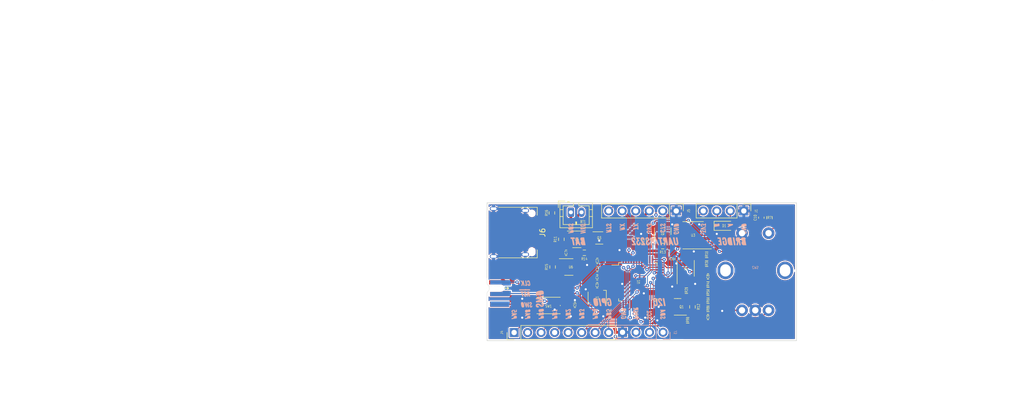
<source format=kicad_pcb>
(kicad_pcb (version 20211014) (generator pcbnew)
  (layers (0 "F.Cu" signal "Front") (31 "B.Cu" signal "Back") (34 "B.Paste" user) (35 "F.Paste" user) (36 "B.SilkS" user "B.Silkscreen") (37 "F.SilkS" user "F.Silkscreen") (38 "B.Mask" user) (39 "F.Mask" user) (44 "Edge.Cuts" user))
  (net 0 "")
  (net 1 "-BATT")
  (net 2 "/MCU/~{RESET}")
  (net 3 "/Instrumentation Amplifier/BRIDGE_B")
  (net 4 "/Instrumentation Amplifier/BRIDGE_A")
  (net 5 "/Instrumentation Amplifier/INA_OUT")
  (net 6 "Net-(R1-Pad2)")
  (net 10 "+BATT")
  (net 11 "/MCU/OSC_CLK")
  (net 12 "/MCU/OSC_EN")
  (net 13 "/Instrumentation Amplifier/INA_ENABLE")
  (net 22 "/MCU/SWDIO")
  (net 23 "/MCU/SWDCLK")
  (net 30 "+3V3")
  (net 31 "GND")
  (net 32 "Net-(C7-Pad1)")
  (net 33 "/Encoder/ENCODER_B")
  (net 34 "/Encoder/ENCODER_A")
  (net 35 "/Power/BRIDGE_POWER")
  (net 36 "/MCU/SWO")
  (net 37 "/Display/DISPLAY_POWER")
  (net 38 "/I2C_SCL")
  (net 39 "/I2C_SDA")
  (net 40 "/MCU/GPIO_PA5")
  (net 41 "/MCU/GPIO_PA8")
  (net 42 "/MCU/GPIO_PB0")
  (net 43 "/MCU/GPIO_PB1")
  (net 44 "/MCU/GPIO_PB2")
  (net 45 "/MCU/GPIO_PB3")
  (net 46 "/MCU/GPIO_PB4")
  (net 47 "/MCU/GPIO_PB5")
  (net 48 "/MCU/USART_CTS")
  (net 49 "/MCU/USART_TX")
  (net 50 "/MCU/USART_RX")
  (net 51 "/MCU/USART_RTS")
  (net 54 "Net-(J6-PadA5)")
  (net 68 "Net-(Q1-Pad1)")
  (net 69 "Net-(Q2-Pad1)")
  (net 70 "Net-(Q3-Pad2)")
  (net 71 "Net-(Q3-Pad3)")
  (net 72 "/Instrumentation Amplifier/DPOT_HVC_A0")
  (net 73 "Net-(R3-Pad1)")
  (net 74 "Net-(R4-Pad1)")
  (net 75 "Net-(R6-Pad2)")
  (net 76 "Net-(R7-Pad1)")
  (net 77 "/Encoder/ENCODER_BUTTON")
  (net 78 "/MCU/DISPLAY_ENABLE")
  (net 79 "/MCU/BRIDGE_ENABLE")
  (net 80 "Net-(R14-Pad2)")
  (net 81 "Net-(R15-Pad2)")
  (net 83 "Net-(Q3-Pad5)")
  (net 84 "/MCU/MCU_VREF")
  (footprint "Package_TO_SOT_SMD:SOT-23" (layer "F.Cu") (at 132.334 66.294 180)
    (fp_text reference "Q1")
    (fp_text value "DMG2307L")
  )
  (footprint "Capacitor_SMD:C_0603_1608Metric_Pad1.08x0.95mm_HandSolder" (layer "F.Cu") (at 117.2475 59.182 180)
    (fp_text reference "C1")
    (fp_text value "100nF")
  )
  (footprint "Diode_SMD:D_SOD-323_HandSoldering" (layer "F.Cu") (at 141.097 51.054)
    (fp_text reference "D1")
    (fp_text value "TVS 3.3V")
  )
  (footprint "custom:DebugEdge_2x03_Target" (layer "F.Cu") (at 96.5 63.786 -90)
    (fp_text reference "J2")
    (fp_text value "DebugEdge_02x03")
    (fp_line (start -3 0) (end -2 0) (layer "Edge.Cuts") (width 0.05))
    (fp_line (start 0 0) (end 3 0) (layer "Edge.Cuts") (width 0.05))
    (fp_arc (start 0 0) (mid -0.191342 -0.03806) (end -0.353553 -0.146447) (layer "Edge.Cuts") (width 0.05))
    (fp_arc (start -1.646447 -0.146447) (mid -1.808658 -0.03806) (end -2 0) (layer "Edge.Cuts") (width 0.05))
    (fp_arc (start -1.646447 -0.146447) (mid -1 -0.445832) (end -0.353553 -0.146447) (layer "Edge.Cuts") (width 0.05))
  )
  (footprint "Resistor_SMD:R_0603_1608Metric_Pad0.98x0.95mm_HandSolder" (layer "F.Cu") (at 110.49 53.594 -90)
    (fp_text reference "R11")
    (fp_text value "330R")
  )
  (footprint "Resistor_SMD:R_0603_1608Metric" (layer "F.Cu") (at 138.049 66.675)
    (fp_text reference "R8")
    (fp_text value "10K")
  )
  (footprint "Capacitor_SMD:C_0603_1608Metric_Pad1.08x0.95mm_HandSolder" (layer "F.Cu") (at 117.221 62.23 180)
    (fp_text reference "C3")
    (fp_text value "100nF")
  )
  (footprint "Capacitor_SMD:C_0603_1608Metric_Pad1.08x0.95mm_HandSolder" (layer "F.Cu") (at 117.221 60.736 180)
    (fp_text reference "C4")
    (fp_text value "1uF")
  )
  (footprint "Capacitor_SMD:C_0603_1608Metric" (layer "F.Cu") (at 148.082 49.53 90)
    (fp_text reference "C10")
    (fp_text value "10nF")
  )
  (footprint "Capacitor_SMD:C_0603_1608Metric" (layer "F.Cu") (at 138.049 60.579)
    (fp_text reference "C8")
    (fp_text value "10nF")
  )
  (footprint "Resistor_SMD:R_0603_1608Metric_Pad0.98x0.95mm_HandSolder" (layer "F.Cu") (at 108.712 48.641 90)
    (fp_text reference "R16")
    (fp_text value "5.1K")
  )
  (footprint "Capacitor_SMD:C_0603_1608Metric" (layer "F.Cu") (at 138.049 68.199)
    (fp_text reference "C9")
    (fp_text value "10nF")
  )
  (footprint "Capacitor_SMD:C_0603_1608Metric_Pad1.08x0.95mm_HandSolder" (layer "F.Cu") (at 131.318 57.277 -90)
    (fp_text reference "C6")
    (fp_text value "100nF")
  )
  (footprint "Custom:USB_C_Receptacle_Amphenol_12401610E4-2A" (layer "F.Cu") (at 100.584 52.324 -90)
    (fp_text reference "J6")
    (fp_text value "USB_C_Receptacle")
  )
  (footprint "Connector_PinHeader_2.54mm:PinHeader_1x04_P2.54mm_Vertical" (layer "F.Cu") (at 144.78 48.26 -90)
    (fp_text reference "J1")
    (fp_text value "Load Cell Connector")
  )
  (footprint "Connector_PinHeader_2.54mm:PinHeader_1x08_P2.54mm_Vertical" (layer "F.Cu") (at 101.6 71.12 90)
    (fp_text reference "J4")
    (fp_text value "GPIO")
  )
  (footprint "Connector_JST:JST_PH_B2B-PH-K_1x02_P2.00mm_Vertical" (layer "F.Cu") (at 112.268 48.514)
    (fp_text reference "BT1")
    (fp_text value "Battery_Cell")
  )
  (footprint "Resistor_SMD:R_0603_1608Metric_Pad0.98x0.95mm_HandSolder" (layer "F.Cu") (at 137.795 58.166)
    (fp_text reference "R3")
    (fp_text value "100k")
  )
  (footprint "Package_TO_SOT_SMD:SOT-363_SC-70-6" (layer "F.Cu") (at 117.602 53.34)
    (fp_text reference "Q3")
    (fp_text value "BSD235N")
  )
  (footprint "Capacitor_SMD:C_0603_1608Metric_Pad1.08x0.95mm_HandSolder" (layer "F.Cu") (at 113.03 65.913)
    (fp_text reference "C5")
    (fp_text value "100nF")
  )
  (footprint "Package_TO_SOT_SMD:SOT-23-5" (layer "F.Cu") (at 113.396 53.61)
    (fp_text reference "U5")
    (fp_text value "AP9101CK")
  )
  (footprint "Package_TO_SOT_SMD:SOT-23-5" (layer "F.Cu") (at 111.887 58.801)
    (fp_text reference "U6")
    (fp_text value "MIC5504-3.3YM5")
  )
  (footprint "Button_Switch_SMD:SW_Push_1P1T_NO_CK_KMR2" (layer "F.Cu") (at 108.077 66.04)
    (fp_text reference "SW1")
    (fp_text value "RESET")
  )
  (footprint "Capacitor_SMD:C_0603_1608Metric_Pad1.08x0.95mm_HandSolder" (layer "F.Cu") (at 111.379 56.134)
    (fp_text reference "C7")
    (fp_text value "100nF")
  )
  (footprint "Resistor_SMD:R_0603_1608Metric" (layer "F.Cu") (at 138.049 65.151)
    (fp_text reference "R6")
    (fp_text value "100K")
  )
  (footprint "Package_SO:SOIC-8_3.9x4.9mm_P1.27mm" (layer "F.Cu") (at 135.255 52.832 180)
    (fp_text reference "U3")
    (fp_text value "MCP6N11-010")
  )
  (footprint "Resistor_SMD:R_0603_1608Metric_Pad0.98x0.95mm_HandSolder" (layer "F.Cu") (at 127 53.975 -90)
    (fp_text reference "R10")
    (fp_text value "1K")
  )
  (footprint "Resistor_SMD:R_0603_1608Metric" (layer "F.Cu") (at 138.049 62.103 180)
    (fp_text reference "R4")
    (fp_text value "10K")
  )
  (footprint "Package_TO_SOT_SMD:SOT-23" (layer "F.Cu") (at 129.54 52.07 90)
    (fp_text reference "Q2")
    (fp_text value "DMG2307L")
  )
  (footprint "Package_SO:MSOP-8_3x3mm_P0.65mm" (layer "F.Cu") (at 133.858 59.055 90)
    (fp_text reference "U4")
    (fp_text value "MCP4542")
  )
  (footprint "Resistor_SMD:R_0603_1608Metric_Pad0.98x0.95mm_HandSolder" (layer "F.Cu") (at 133.985 63.246)
    (fp_text reference "R2")
    (fp_text value "100k")
  )
  (footprint "Resistor_SMD:R_0603_1608Metric" (layer "F.Cu") (at 149.606 49.53 -90)
    (fp_text reference "R7")
    (fp_text value "10K")
  )
  (footprint "Resistor_SMD:R_0603_1608Metric_Pad0.98x0.95mm_HandSolder" (layer "F.Cu") (at 108.839 58.801 -90)
    (fp_text reference "R15")
    (fp_text value "100K")
  )
  (footprint "Resistor_SMD:R_0603_1608Metric_Pad0.98x0.95mm_HandSolder" (layer "F.Cu") (at 134.239 68.834)
    (fp_text reference "R9")
    (fp_text value "1K")
  )
  (footprint "Resistor_SMD:R_0603_1608Metric" (layer "F.Cu") (at 138.049 63.627)
    (fp_text reference "R5")
    (fp_text value "100K")
  )
  (footprint "Resistor_SMD:R_0603_1608Metric_Pad0.98x0.95mm_HandSolder" (layer "F.Cu") (at 137.795 56.515 180)
    (fp_text reference "R1")
    (fp_text value "100k 1%")
  )
  (footprint "Resistor_SMD:R_0603_1608Metric_Pad0.98x0.95mm_HandSolder" (layer "F.Cu") (at 129.54 54.864 180)
    (fp_text reference "R13")
    (fp_text value "100K")
  )
  (footprint "Resistor_SMD:R_0603_1608Metric_Pad0.98x0.95mm_HandSolder" (layer "F.Cu") (at 135.128 66.294 -90)
    (fp_text reference "R12")
    (fp_text value "100K")
  )
  (footprint "Capacitor_SMD:C_0603_1608Metric_Pad1.08x0.95mm_HandSolder" (layer "F.Cu") (at 117.2475 57.658 180)
    (fp_text reference "C2")
    (fp_text value "4.7uF")
  )
  (footprint "Connector_PinHeader_2.54mm:PinHeader_1x06_P2.54mm_Vertical" (layer "F.Cu") (at 132.08 48.26 -90)
    (fp_text reference "J5")
    (fp_text value "RS232")
  )
  (footprint "Resistor_SMD:R_0603_1608Metric_Pad0.98x0.95mm_HandSolder" (layer "F.Cu") (at 114.808 56.134 180)
    (fp_text reference "R14")
    (fp_text value "2.7K")
  )
  (footprint "Package_QFP:LQFP-48_7x7mm_P0.5mm" (layer "F.Cu") (at 124.8675 61.595)
    (fp_text reference "U1")
    (fp_text value "STM32G070CBTx_u")
  )
  (footprint "Oscillator:Oscillator_SMD_Kyocera_KC2520Z-4Pin_2.5x2.0mm" (layer "F.Cu") (at 117.221 64.643 -90)
    (fp_text reference "X1")
    (fp_text value "KC2520Z")
  )
  (footprint "Custom:0.96'' Display" (layer "B.Cu") (at 125.73 71.12 180)
    (fp_text reference "J3")
    (fp_text value "Display Connector")
  )
  (footprint "Custom:Bourns PEC12R Vertical" (layer "B.Cu") (at 146.939 59.44 180)
    (fp_text reference "SW2")
    (fp_text value "PEC12R Encoder")
  )
  (gr_poly (pts (xy 119.516834 67.631739) (xy 119.518246 67.648674) (xy 119.518246 67.667017) (xy 119.526714 67.667017) (xy 119.540825 67.665607) (xy 119.552113 67.662784) (xy 119.621258 67.652906) (xy 119.629726 67.650085) (xy 119.639603 67.648676) (xy 119.657944 67.644441) (xy 119.66782 67.644441) (xy 119.684753 67.640207) (xy 119.69463 67.638796) (xy 119.707329 67.637382) (xy 119.720028 67.633152) (xy 119.729904 67.633152) (xy 119.732731 67.621862) (xy 119.732731 67.586586) (xy 119.729904 67.561186) (xy 119.727085 67.548485) (xy 119.725674 67.54002) (xy 119.715797 67.52873) (xy 119.70874 67.5245) (xy 119.691807 67.516031) (xy 119.674873 67.51462) (xy 119.664997 67.513206) (xy 119.649479 67.511795) (xy 119.635365 67.517439) (xy 119.624077 67.51885) (xy 119.615608 67.521673) (xy 119.598679 67.525907) (xy 119.578922 67.532963) (xy 119.564808 67.54425) (xy 119.552109 67.551308) (xy 119.537998 67.568241) (xy 119.528122 67.583763) (xy 119.521065 67.595051) (xy 119.518246 67.611982) (xy 119.516834 67.631739)) (layer "B.SilkS") (width 0) (fill solid))
  (gr_poly (pts (xy 136.68441 51.632557) (xy 136.68441 51.601513) (xy 136.685822 51.590224) (xy 136.687233 51.580346) (xy 136.68441 51.567646) (xy 136.68441 51.556357) (xy 136.688644 51.549302) (xy 136.701346 51.545068) (xy 136.716869 51.536602) (xy 136.726746 51.530957) (xy 136.74227 51.522491) (xy 136.750734 51.516846) (xy 136.759201 51.514024) (xy 136.767668 51.509791) (xy 136.776133 51.506968) (xy 136.786011 51.502735) (xy 136.807177 51.49568) (xy 136.815643 51.488624) (xy 136.825522 51.484391) (xy 136.8354 51.481568) (xy 136.845278 51.477335) (xy 136.853743 51.473102) (xy 136.879143 51.458991) (xy 136.89749 51.449113) (xy 136.907366 51.447702) (xy 136.917244 51.442057) (xy 136.942642 51.430768) (xy 136.959578 51.423713) (xy 136.979334 51.418068) (xy 136.997677 51.405368) (xy 137.007555 51.402546) (xy 137.017433 51.398313) (xy 137.035776 51.387024) (xy 137.044245 51.387024) (xy 137.052713 51.38138) (xy 137.061178 51.377146) (xy 137.086578 51.36868) (xy 137.095045 51.367269) (xy 137.1021 51.363035) (xy 137.110567 51.357391) (xy 137.119034 51.353157) (xy 137.134556 51.346102) (xy 137.143021 51.344691) (xy 137.151487 51.340457) (xy 137.168421 51.336224) (xy 137.176888 51.33058) (xy 137.185352 51.327757) (xy 137.202286 51.320702) (xy 137.21781 51.310824) (xy 137.233332 51.302357) (xy 137.24321 51.299535) (xy 137.261553 51.29248) (xy 137.271431 51.289656) (xy 137.288364 51.282602) (xy 137.295422 51.278369) (xy 137.313765 51.268491) (xy 137.325052 51.26708) (xy 137.33493 51.262846) (xy 137.353275 51.255791) (xy 137.36174 51.252969) (xy 137.370207 51.248735) (xy 137.377262 51.244502) (xy 137.395607 51.240269) (xy 137.405485 51.237446) (xy 137.415363 51.230391) (xy 137.430885 51.223335) (xy 137.439354 51.219102) (xy 137.447821 51.217691) (xy 137.454878 51.213458) (xy 137.468988 51.210635) (xy 137.477457 51.206402) (xy 137.484512 51.20358) (xy 137.492981 51.199346) (xy 137.50145 51.192291) (xy 137.516972 51.188058) (xy 137.525436 51.185235) (xy 137.543781 51.17818) (xy 137.55366 51.173946) (xy 137.562124 51.168302) (xy 137.570593 51.164069) (xy 137.583294 51.162658) (xy 137.59317 51.158424) (xy 137.601637 51.154191) (xy 137.611515 51.15278) (xy 137.622805 51.148546) (xy 137.638327 51.14008) (xy 137.646793 51.138669) (xy 137.660906 51.138669) (xy 137.665136 51.15278) (xy 137.665136 51.171124) (xy 137.66655 51.186646) (xy 137.66655 51.206402) (xy 137.667961 51.212046) (xy 137.66655 51.221924) (xy 137.66655 51.255791) (xy 137.665136 51.264257) (xy 137.66655 51.274135) (xy 137.66655 51.284013) (xy 137.669371 51.29248) (xy 137.66655 51.303769) (xy 137.67078 51.319291) (xy 137.667959 51.331991) (xy 137.659493 51.347513) (xy 137.64115 51.357391) (xy 137.583294 51.378557) (xy 137.564949 51.387024) (xy 137.555071 51.391257) (xy 137.535315 51.396902) (xy 137.525436 51.398313) (xy 137.51697 51.401135) (xy 137.507092 51.402546) (xy 137.488747 51.413835) (xy 137.480282 51.416657) (xy 137.471813 51.420891) (xy 137.461937 51.425124) (xy 137.453468 51.426535) (xy 137.433714 51.430768) (xy 137.423838 51.435002) (xy 137.415369 51.436413) (xy 137.385737 51.449113) (xy 137.375858 51.451935) (xy 137.357513 51.456168) (xy 137.344812 51.461813) (xy 137.337757 51.467457) (xy 137.330702 51.47028) (xy 137.313768 51.478746) (xy 137.305302 51.480157) (xy 137.295425 51.48298) (xy 137.291191 51.485802) (xy 137.282724 51.487213) (xy 137.274258 51.490035) (xy 137.258736 51.49568) (xy 137.248858 51.499913) (xy 137.243214 51.504146) (xy 137.233336 51.506968) (xy 137.214989 51.512613) (xy 137.205113 51.515435) (xy 137.195234 51.519668) (xy 137.181126 51.525313) (xy 137.172657 51.526724) (xy 137.162779 51.529546) (xy 137.148668 51.536602) (xy 137.140204 51.539424) (xy 137.130325 51.546479) (xy 137.111981 51.550713) (xy 137.103516 51.553535) (xy 137.092224 51.557768) (xy 137.073881 51.567646) (xy 137.065414 51.569057) (xy 137.05695 51.571879) (xy 137.048481 51.576113) (xy 137.042837 51.581757) (xy 137.041426 51.585991) (xy 137.048481 51.587402) (xy 137.06118 51.585991) (xy 137.076706 51.585991) (xy 137.092228 51.587402) (xy 137.109161 51.584579) (xy 137.120449 51.583168) (xy 137.130327 51.583168) (xy 137.151493 51.581757) (xy 137.159962 51.583168) (xy 137.165606 51.581757) (xy 137.175482 51.580346) (xy 137.18677 51.580346) (xy 137.202292 51.578935) (xy 137.21217 51.578935) (xy 137.222048 51.580346) (xy 137.231924 51.580346) (xy 137.243214 51.578935) (xy 137.272844 51.578935) (xy 137.282723 51.577524) (xy 137.289778 51.577524) (xy 137.308121 51.576113) (xy 137.316588 51.580346) (xy 137.325052 51.578935) (xy 137.336342 51.578935) (xy 137.349041 51.577524) (xy 137.368797 51.577524) (xy 137.394198 51.573291) (xy 137.423832 51.573291) (xy 137.433708 51.571879) (xy 137.443586 51.571879) (xy 137.453465 51.574702) (xy 137.463343 51.574702) (xy 137.474632 51.573291) (xy 137.484509 51.573291) (xy 137.494387 51.571879) (xy 137.504265 51.571879) (xy 137.514143 51.570468) (xy 137.533897 51.570468) (xy 137.543776 51.571879) (xy 137.553654 51.569057) (xy 137.57482 51.569057) (xy 137.586109 51.566235) (xy 137.61433 51.566235) (xy 137.631266 51.567646) (xy 137.634087 51.567646) (xy 137.652432 51.566235) (xy 137.66231 51.570468) (xy 137.669365 51.580346) (xy 137.670776 51.590224) (xy 137.670776 51.676302) (xy 137.67219 51.693235) (xy 137.670776 51.715813) (xy 137.669365 51.72569) (xy 137.670776 51.742624) (xy 137.665133 51.759557) (xy 137.659489 51.76379) (xy 137.648201 51.768024) (xy 137.634089 51.768024) (xy 137.625622 51.769435) (xy 137.615746 51.768024) (xy 137.605867 51.769435) (xy 137.595989 51.768024) (xy 137.587521 51.769435) (xy 137.577644 51.769435) (xy 137.567766 51.770846) (xy 137.559301 51.769435) (xy 137.539545 51.768024) (xy 137.529667 51.769435) (xy 137.519789 51.768024) (xy 137.500032 51.769435) (xy 137.491566 51.770846) (xy 137.430887 51.770846) (xy 137.421009 51.772257) (xy 137.411133 51.770846) (xy 137.399845 51.769435) (xy 137.354689 51.769435) (xy 137.340576 51.766613) (xy 137.322233 51.770846) (xy 137.303888 51.770846) (xy 137.294012 51.768024) (xy 137.275669 51.769435) (xy 137.267201 51.770846) (xy 137.248858 51.770846) (xy 137.23757 51.769435) (xy 137.207937 51.769435) (xy 137.198059 51.766613) (xy 137.188181 51.768024) (xy 137.176893 51.768024) (xy 137.157137 51.770846) (xy 137.138794 51.770846) (xy 137.128918 51.769435) (xy 137.110573 51.769435) (xy 137.100695 51.770846) (xy 137.09223 51.766613) (xy 137.082352 51.768024) (xy 137.072474 51.768024) (xy 137.062595 51.769435) (xy 137.054129 51.766613) (xy 137.034372 51.766613) (xy 137.024496 51.768024) (xy 137.013208 51.768024) (xy 137.00333 51.769435) (xy 136.983576 51.769435) (xy 136.973698 51.766613) (xy 136.962408 51.768024) (xy 136.952532 51.766613) (xy 136.932776 51.766613) (xy 136.922897 51.768024) (xy 136.903141 51.768024) (xy 136.893263 51.765202) (xy 136.883385 51.765202) (xy 136.873507 51.766613) (xy 136.848106 51.766613) (xy 136.836817 51.765202) (xy 136.815649 51.765202) (xy 136.805771 51.766613) (xy 136.784605 51.766613) (xy 136.76626 51.76379) (xy 136.756386 51.76379) (xy 136.746508 51.762379) (xy 136.738041 51.760968) (xy 136.722519 51.762379) (xy 136.708408 51.759557) (xy 136.692886 51.755324) (xy 136.685831 51.73839) (xy 136.685831 51.735568) (xy 136.687241 51.721457) (xy 136.687241 51.690413) (xy 136.685829 51.679124) (xy 136.685829 51.648079) (xy 136.68441 51.632557)) (layer "B.SilkS") (width 0) (fill solid))
  (gr_poly (pts (xy 180.244541 8.631968) (xy 180.244881 8.631968) (xy 180.244881 8.632165) (xy 180.244541 8.632165) (xy 180.244541 8.631968)) (layer "B.SilkS") (width 0) (fill solid))
  (gr_poly (pts (xy 117.042881 65.889017) (xy 117.05558 65.886902) (xy 117.072517 65.882669) (xy 117.089451 65.87632) (xy 117.100033 65.865736) (xy 117.112732 65.846685) (xy 117.116966 65.838219) (xy 117.123318 65.8234) (xy 117.123318 65.764133) (xy 117.129669 65.749317) (xy 117.121201 65.728151) (xy 117.119083 65.702751) (xy 117.125439 65.687933) (xy 117.119083 65.673117) (xy 117.119083 65.6583) (xy 117.112732 65.626551) (xy 117.112732 65.609617) (xy 117.108502 65.594801) (xy 117.108502 65.577869) (xy 117.104271 65.558819) (xy 117.106384 65.550354) (xy 117.10215 65.535538) (xy 117.104263 65.518602) (xy 117.093681 65.48897) (xy 117.087334 65.474153) (xy 117.089451 65.457222) (xy 117.087334 65.442406) (xy 117.087334 65.427589) (xy 117.083099 65.397955) (xy 117.078869 65.383137) (xy 117.0704 65.349272) (xy 117.064053 65.332336) (xy 117.059822 65.300587) (xy 117.055588 65.28577) (xy 117.053474 65.270952) (xy 117.047127 65.237085) (xy 117.040772 65.207453) (xy 117.032307 65.177818) (xy 117.03019 65.165119) (xy 117.023838 65.135485) (xy 117.021721 65.118553) (xy 117.021721 65.114319) (xy 117.009022 65.06987) (xy 117.004788 65.052936) (xy 117.000557 65.03812) (xy 116.987858 65.010605) (xy 116.979389 64.995788) (xy 116.970924 64.970388) (xy 116.956108 64.947105) (xy 116.93494 64.928055) (xy 116.901077 64.915356) (xy 116.88414 64.911121) (xy 116.843926 64.909004) (xy 116.810062 64.92382) (xy 116.795246 64.942871) (xy 116.786778 64.95557) (xy 116.778309 64.997906) (xy 116.782539 65.027536) (xy 116.784657 65.055054) (xy 116.788891 65.093153) (xy 116.788891 65.120668) (xy 116.793121 65.139719) (xy 116.799469 65.169353) (xy 116.8037 65.186285) (xy 116.805817 65.2138) (xy 116.8037 65.228617) (xy 116.807934 65.243433) (xy 116.812164 65.260366) (xy 116.816399 65.285766) (xy 116.82486 65.317516) (xy 116.822746 65.3535) (xy 116.829094 65.366201) (xy 116.833324 65.406418) (xy 116.839676 65.423349) (xy 116.846027 65.4424) (xy 116.850262 65.491083) (xy 116.856613 65.522833) (xy 116.862965 65.541883) (xy 116.860848 65.548233) (xy 116.860848 65.565164) (xy 116.867199 65.577865) (xy 116.869312 65.594797) (xy 116.87566 65.622312) (xy 116.882011 65.637129) (xy 116.884129 65.666761) (xy 116.890476 65.683695) (xy 116.894711 65.713329) (xy 116.898941 65.728145) (xy 116.905293 65.759895) (xy 116.905293 65.776829) (xy 116.909527 65.791645) (xy 116.922226 65.821277) (xy 116.937042 65.85091) (xy 116.966675 65.872078) (xy 116.985725 65.880545) (xy 117.015358 65.889013) (xy 117.042881 65.889017)) (layer "B.SilkS") (width 0) (fill solid))
  (gr_poly (pts (xy 139.405033 51.038482) (xy 139.406445 51.06106) (xy 139.424789 51.055415) (xy 139.436077 51.054004) (xy 139.447365 51.051182) (xy 139.467121 51.04836) (xy 139.476999 51.04836) (xy 139.498165 51.044126) (xy 139.508043 51.041304) (xy 139.5278 51.038482) (xy 139.539089 51.037071) (xy 139.547556 51.034249) (xy 139.557432 51.034249) (xy 139.56731 51.031426) (xy 139.588476 51.028604) (xy 139.594122 51.025782) (xy 139.60541 51.02296) (xy 139.63081 51.020138) (xy 139.643509 51.015904) (xy 139.643509 50.996149) (xy 139.642098 50.980626) (xy 139.642098 50.960871) (xy 139.639273 50.949582) (xy 139.636452 50.935471) (xy 139.626574 50.90866) (xy 139.612461 50.893138) (xy 139.578594 50.880438) (xy 139.560249 50.881849) (xy 139.536261 50.880438) (xy 139.510861 50.88326) (xy 139.492518 50.890315) (xy 139.48123 50.891726) (xy 139.471352 50.894549) (xy 139.45583 50.901604) (xy 139.444542 50.903015) (xy 139.431841 50.911482) (xy 139.423374 50.92136) (xy 139.413498 50.93406) (xy 139.409264 50.943938) (xy 139.409264 50.953815) (xy 139.405029 50.963693) (xy 139.405029 50.990504) (xy 139.409262 51.025782) (xy 139.405033 51.038482)) (layer "B.SilkS") (width 0) (fill solid))
  (gr_poly (pts (xy 126.767834 54.740534) (xy 126.744549 54.738417) (xy 126.729733 54.736301) (xy 126.706448 54.736301) (xy 126.691631 54.734184) (xy 126.672581 54.736301) (xy 126.657765 54.734184) (xy 126.630249 54.725717) (xy 126.613316 54.7236) (xy 126.581566 54.713016) (xy 126.568867 54.70455) (xy 126.543465 54.698198) (xy 126.524414 54.683384) (xy 126.503246 54.670683) (xy 126.486313 54.655865) (xy 126.475731 54.647398) (xy 126.458798 54.628347) (xy 126.448212 54.619881) (xy 126.43763 54.598713) (xy 126.424931 54.590244) (xy 126.405876 54.55426) (xy 126.395294 54.524628) (xy 126.39106 54.505577) (xy 126.386829 54.488645) (xy 126.378365 54.461128) (xy 126.378365 54.429378) (xy 126.376247 54.416679) (xy 126.3699 54.387045) (xy 126.3699 54.327778) (xy 126.367786 54.312961) (xy 126.3699 54.298145) (xy 126.367786 54.285444) (xy 126.365669 54.255812) (xy 126.3699 54.243111) (xy 126.380486 54.207128) (xy 126.382603 54.19231) (xy 126.384716 54.175379) (xy 126.386833 54.16056) (xy 126.399532 54.116112) (xy 126.412232 54.088594) (xy 126.429165 54.046261) (xy 126.431282 54.035679) (xy 126.450333 54.012394) (xy 126.465149 53.976412) (xy 126.490547 53.951012) (xy 126.501133 53.931961) (xy 126.52018 53.910793) (xy 126.526531 53.900211) (xy 126.537117 53.893862) (xy 126.543469 53.881161) (xy 126.564636 53.864227) (xy 126.577335 53.85576) (xy 126.585804 53.845177) (xy 126.594273 53.828243) (xy 126.604858 53.817661) (xy 126.613323 53.80496) (xy 126.640843 53.771093) (xy 126.664124 53.741461) (xy 126.67894 53.713943) (xy 126.687405 53.69701) (xy 126.704342 53.667377) (xy 126.719158 53.627161) (xy 126.721272 53.612345) (xy 126.721272 53.584827) (xy 126.719158 53.555195) (xy 126.712807 53.534027) (xy 126.71069 53.519211) (xy 126.702221 53.498043) (xy 126.69587 53.483227) (xy 126.685284 53.46841) (xy 126.662003 53.457826) (xy 126.636601 53.44936) (xy 126.609085 53.453592) (xy 126.587917 53.470527) (xy 126.568871 53.489576) (xy 126.562515 53.502277) (xy 126.558285 53.527677) (xy 126.558285 53.576361) (xy 126.564636 53.641977) (xy 126.568871 53.658911) (xy 126.566753 53.686426) (xy 126.54982 53.701244) (xy 126.520187 53.701244) (xy 126.490559 53.703359) (xy 126.372025 53.703359) (xy 126.333923 53.701244) (xy 126.308525 53.688543) (xy 126.30006 53.641977) (xy 126.291592 53.58271) (xy 126.289478 53.546726) (xy 126.291592 53.504392) (xy 126.291592 53.457826) (xy 126.304295 53.407027) (xy 126.310646 53.39221) (xy 126.314877 53.368927) (xy 126.323345 53.356227) (xy 126.338162 53.332943) (xy 126.344509 53.32236) (xy 126.365677 53.299076) (xy 126.372028 53.29061) (xy 126.395313 53.269443) (xy 126.412247 53.263093) (xy 126.427059 53.250393) (xy 126.452461 53.237693) (xy 126.46093 53.231343) (xy 126.475746 53.229226) (xy 126.51173 53.218643) (xy 126.543476 53.216526) (xy 126.562527 53.212293) (xy 126.577339 53.212293) (xy 126.630257 53.210176) (xy 126.695873 53.210176) (xy 126.731857 53.22076) (xy 126.772072 53.229226) (xy 126.795357 53.241926) (xy 126.82922 53.254626) (xy 126.867321 53.282142) (xy 126.892719 53.30331) (xy 126.905422 53.31601) (xy 126.918121 53.337177) (xy 126.924469 53.345643) (xy 126.941406 53.364693) (xy 126.947758 53.375277) (xy 126.954109 53.390093) (xy 126.962574 53.407027) (xy 126.975273 53.434543) (xy 126.97739 53.455709) (xy 126.983742 53.476877) (xy 126.99221 53.491693) (xy 126.994324 53.521328) (xy 127.000675 53.536142) (xy 127.00491 53.578478) (xy 127.00491 53.63986) (xy 127.007027 53.654676) (xy 127.00491 53.67161) (xy 127.002792 53.699127) (xy 126.994324 53.726644) (xy 126.990093 53.743578) (xy 126.983742 53.758394) (xy 126.973156 53.77321) (xy 126.964687 53.792261) (xy 126.951988 53.824011) (xy 126.939289 53.845177) (xy 126.928703 53.859995) (xy 126.907536 53.876926) (xy 126.886368 53.900211) (xy 126.867317 53.927727) (xy 126.841915 53.955244) (xy 126.818634 53.982761) (xy 126.810165 53.99546) (xy 126.79958 54.006044) (xy 126.776299 54.033562) (xy 126.765713 54.050493) (xy 126.750897 54.065311) (xy 126.744549 54.075893) (xy 126.740318 54.086477) (xy 126.73185 54.099178) (xy 126.717033 54.128811) (xy 126.7001 54.154211) (xy 126.68317 54.183845) (xy 126.676823 54.215595) (xy 126.676823 54.228294) (xy 126.668354 54.266395) (xy 126.668354 54.30026) (xy 126.666237 54.329895) (xy 126.666237 54.344711) (xy 126.668354 54.365877) (xy 126.672588 54.391277) (xy 126.681053 54.416677) (xy 126.689522 54.431494) (xy 126.700104 54.450542) (xy 126.71069 54.461124) (xy 126.733975 54.467476) (xy 126.750904 54.471708) (xy 126.769959 54.471708) (xy 126.797474 54.465359) (xy 126.818642 54.444193) (xy 126.833458 54.412443) (xy 126.839806 54.391277) (xy 126.844036 54.344709) (xy 126.844036 54.300258) (xy 126.841923 54.285442) (xy 126.841923 54.207126) (xy 126.858852 54.177492) (xy 126.886368 54.175377) (xy 127.004902 54.175377) (xy 127.0303 54.17326) (xy 127.081101 54.177492) (xy 127.110733 54.192308) (xy 127.117085 54.226177) (xy 127.121319 54.240993) (xy 127.123432 54.257925) (xy 127.12767 54.289675) (xy 127.125553 54.304493) (xy 127.12767 54.340477) (xy 127.12767 54.403976) (xy 127.123436 54.437845) (xy 127.121323 54.450544) (xy 127.114971 54.480177) (xy 127.112858 54.492878) (xy 127.098042 54.530977) (xy 127.093807 54.547911) (xy 127.078995 54.583893) (xy 127.05994 54.613527) (xy 127.038773 54.638927) (xy 127.017605 54.666443) (xy 126.992207 54.683376) (xy 126.971039 54.698192) (xy 126.947754 54.706661) (xy 126.913883 54.721477) (xy 126.899071 54.72571) (xy 126.877899 54.72994) (xy 126.854618 54.734175) (xy 126.833454 54.734175) (xy 126.818638 54.736292) (xy 126.767834 54.740534)) (layer "B.SilkS") (width 0) (fill solid))
  (gr_poly (pts (xy 140.437269 54.715134) (xy 140.420338 54.713016) (xy 140.386469 54.710901) (xy 140.342018 54.710901) (xy 140.329319 54.708786) (xy 140.301802 54.710901) (xy 140.267933 54.708786) (xy 140.066849 54.708786) (xy 140.060499 54.685501) (xy 140.056265 54.66645) (xy 140.05415 54.630468) (xy 140.047798 54.598718) (xy 140.045681 54.5839) (xy 140.041449 54.571201) (xy 140.037214 54.556385) (xy 140.037214 54.528869) (xy 140.02875 54.482302) (xy 140.026632 54.465368) (xy 140.022402 54.442085) (xy 140.020285 54.433618) (xy 140.018169 54.416685) (xy 140.032986 54.410335) (xy 140.092253 54.412453) (xy 140.138821 54.410337) (xy 140.168453 54.40822) (xy 140.293337 54.40822) (xy 140.322971 54.403988) (xy 140.331436 54.395521) (xy 140.331436 54.378588) (xy 140.32297 54.323553) (xy 140.31662 54.285454) (xy 140.312386 54.270637) (xy 140.310268 54.24947) (xy 140.306034 54.230419) (xy 140.299685 54.209253) (xy 140.29122 54.149986) (xy 140.284868 54.122469) (xy 140.276402 54.099186) (xy 140.257351 54.099186) (xy 140.229834 54.097069) (xy 140.206549 54.097069) (xy 140.170565 54.099186) (xy 140.117649 54.097069) (xy 140.098599 54.097069) (xy 140.066849 54.094951) (xy 140.045681 54.094951) (xy 140.041449 54.090719) (xy 140.037214 54.061087) (xy 140.030865 54.02722) (xy 140.026632 53.997585) (xy 140.020283 53.980652) (xy 140.020283 53.965835) (xy 140.013933 53.934086) (xy 140.009701 53.919269) (xy 140.003351 53.889635) (xy 139.999117 53.866352) (xy 139.999117 53.849418) (xy 139.994885 53.824018) (xy 140.007586 53.807085) (xy 140.024517 53.802852) (xy 140.079552 53.802852) (xy 140.119768 53.807085) (xy 140.193853 53.80497) (xy 140.231953 53.80497) (xy 140.22772 53.766868) (xy 140.221371 53.745703) (xy 140.223488 53.728767) (xy 140.219254 53.713953) (xy 140.212902 53.684318) (xy 140.20867 53.654686) (xy 140.202318 53.614467) (xy 140.202318 53.597534) (xy 140.195969 53.584835) (xy 140.195969 53.555202) (xy 140.193853 53.540384) (xy 140.187504 53.514986) (xy 140.136704 53.512869) (xy 139.999119 53.512869) (xy 139.973719 53.510752) (xy 139.884819 53.510752) (xy 139.863653 53.508634) (xy 139.857304 53.481117) (xy 139.855187 53.468418) (xy 139.846722 53.438785) (xy 139.846722 53.421851) (xy 139.84037 53.390101) (xy 139.838253 53.377401) (xy 139.836138 53.362585) (xy 139.829786 53.347768) (xy 139.829786 53.335068) (xy 139.825554 53.282151) (xy 139.825554 53.269451) (xy 139.819202 53.246168) (xy 139.829786 53.231351) (xy 139.848837 53.229234) (xy 139.870003 53.227118) (xy 139.889053 53.229234) (xy 139.935621 53.229234) (xy 139.997006 53.231351) (xy 140.013937 53.229234) (xy 140.06262 53.227118) (xy 140.221373 53.229234) (xy 140.267939 53.231351) (xy 140.289105 53.231351) (xy 140.306038 53.229234) (xy 140.320852 53.229234) (xy 140.346253 53.231351) (xy 140.361069 53.229234) (xy 140.37377 53.231351) (xy 140.409754 53.231351) (xy 140.426687 53.244051) (xy 140.428803 53.256751) (xy 140.435152 53.269451) (xy 140.441504 53.294851) (xy 140.437269 53.309668) (xy 140.439385 53.322368) (xy 140.441502 53.349885) (xy 140.443617 53.362585) (xy 140.447849 53.375285) (xy 140.449965 53.402801) (xy 140.454197 53.417618) (xy 140.452082 53.430318) (xy 140.458431 53.445135) (xy 140.458431 53.459951) (xy 140.464781 53.47265) (xy 140.469013 53.502285) (xy 140.477482 53.5298) (xy 140.479597 53.544618) (xy 140.477482 53.557318) (xy 140.479597 53.572136) (xy 140.483831 53.589067) (xy 140.492296 53.601768) (xy 140.494413 53.646217) (xy 140.500763 53.661035) (xy 140.50288 53.720302) (xy 140.511347 53.752052) (xy 140.517696 53.781685) (xy 140.515581 53.794386) (xy 140.519814 53.809202) (xy 140.526163 53.826135) (xy 140.538862 53.889635) (xy 140.547329 53.902334) (xy 140.547329 53.917152) (xy 140.549444 53.931969) (xy 140.551561 53.948902) (xy 140.557911 53.963718) (xy 140.562145 53.99547) (xy 140.57061 54.025102) (xy 140.57061 54.056852) (xy 140.579077 54.101301) (xy 140.583309 54.116119) (xy 140.589659 54.147869) (xy 140.591778 54.162685) (xy 140.598127 54.177502) (xy 140.604477 54.205019) (xy 140.602362 54.21772) (xy 140.610828 54.243118) (xy 140.610828 54.253702) (xy 140.615061 54.281219) (xy 140.619295 54.298153) (xy 140.619295 54.312969) (xy 140.62353 54.346838) (xy 140.631996 54.363769) (xy 140.636229 54.391285) (xy 140.638346 54.420919) (xy 140.640461 54.435736) (xy 140.644695 54.452669) (xy 140.644695 54.467485) (xy 140.64893 54.482302) (xy 140.64893 54.50135) (xy 140.655279 54.518286) (xy 140.657396 54.552152) (xy 140.665863 54.583902) (xy 140.670097 54.617769) (xy 140.67433 54.649519) (xy 140.67856 54.668569) (xy 140.684912 54.687618) (xy 140.67856 54.706669) (xy 140.659512 54.710901) (xy 140.547329 54.710901) (xy 140.532513 54.713016) (xy 140.477482 54.713016) (xy 140.437269 54.715134)) (layer "B.SilkS") (width 0) (fill solid))
  (gr_poly (pts (xy 127.509369 51.887968) (xy 127.513599 51.910546) (xy 127.512188 51.934534) (xy 127.512188 51.993801) (xy 127.509365 52.012146) (xy 127.510777 52.016379) (xy 127.510777 52.075645) (xy 127.509365 52.084112) (xy 127.512188 52.099634) (xy 127.510777 52.117979) (xy 127.513596 52.187123) (xy 127.512184 52.225223) (xy 127.512184 52.281668) (xy 127.510773 52.294368) (xy 127.510773 52.307068) (xy 127.512184 52.318356) (xy 127.507954 52.339523) (xy 127.483967 52.34799) (xy 127.475498 52.350812) (xy 127.441628 52.350812) (xy 127.423287 52.357867) (xy 127.400707 52.359279) (xy 127.385189 52.363512) (xy 127.37249 52.366334) (xy 127.354145 52.367745) (xy 127.344269 52.366334) (xy 127.337212 52.359279) (xy 127.3358 52.342345) (xy 127.337212 52.319768) (xy 127.338627 52.311301) (xy 127.337212 52.300012) (xy 127.337212 52.281668) (xy 127.3358 52.254856) (xy 127.3358 52.223812) (xy 127.337212 52.201234) (xy 127.337212 52.14479) (xy 127.332981 52.143379) (xy 127.316048 52.153257) (xy 127.301937 52.160312) (xy 127.289238 52.167368) (xy 127.27795 52.177245) (xy 127.266663 52.184301) (xy 127.258194 52.187123) (xy 127.249725 52.19559) (xy 127.237026 52.201234) (xy 127.225739 52.209701) (xy 127.210213 52.219579) (xy 127.193279 52.230868) (xy 127.17635 52.239334) (xy 127.165062 52.249212) (xy 127.158005 52.254856) (xy 127.14954 52.260501) (xy 127.126965 52.270379) (xy 127.117085 52.27179) (xy 127.105797 52.273201) (xy 127.094509 52.27179) (xy 127.086044 52.274612) (xy 127.077576 52.276023) (xy 127.067699 52.277434) (xy 127.047947 52.281668) (xy 127.029602 52.283079) (xy 127.021133 52.283079) (xy 127.009846 52.280256) (xy 127.007023 52.261912) (xy 127.007023 52.225223) (xy 127.005608 52.20829) (xy 127.004196 52.180068) (xy 126.997143 52.15749) (xy 126.98444 52.14479) (xy 126.970329 52.13209) (xy 126.95763 52.126445) (xy 126.950573 52.125034) (xy 126.929405 52.11939) (xy 126.90118 52.117979) (xy 126.870136 52.120801) (xy 126.841915 52.123623) (xy 126.822163 52.125034) (xy 126.805229 52.129268) (xy 126.793942 52.129268) (xy 126.784061 52.133501) (xy 126.771362 52.137734) (xy 126.761486 52.140557) (xy 126.753021 52.143379) (xy 126.740322 52.151845) (xy 126.730446 52.154668) (xy 126.723389 52.160312) (xy 126.712101 52.167368) (xy 126.706455 52.177245) (xy 126.692345 52.198412) (xy 126.689526 52.213934) (xy 126.688114 52.223812) (xy 126.688114 52.236512) (xy 126.689526 52.247801) (xy 126.690937 52.260501) (xy 126.699406 52.276023) (xy 126.706463 52.281668) (xy 126.714928 52.287312) (xy 126.724804 52.294368) (xy 126.738918 52.300012) (xy 126.750206 52.300012) (xy 126.768551 52.29719) (xy 126.779839 52.298601) (xy 126.789719 52.295779) (xy 126.799595 52.295779) (xy 126.80806 52.294368) (xy 126.829228 52.291545) (xy 126.847572 52.291545) (xy 126.861687 52.288723) (xy 126.875797 52.287312) (xy 126.888496 52.288723) (xy 126.894142 52.304245) (xy 126.896965 52.336701) (xy 126.896965 52.39879) (xy 126.898377 52.425601) (xy 126.896965 52.435479) (xy 126.896965 52.455234) (xy 126.888496 52.46229) (xy 126.881439 52.463701) (xy 126.865917 52.465112) (xy 126.85463 52.467934) (xy 126.836285 52.467934) (xy 126.820767 52.472167) (xy 126.795364 52.473579) (xy 126.744564 52.473579) (xy 126.729046 52.470756) (xy 126.70929 52.469345) (xy 126.688126 52.466523) (xy 126.676838 52.466523) (xy 126.662724 52.460879) (xy 126.648613 52.458056) (xy 126.633087 52.451001) (xy 126.624622 52.44959) (xy 126.616154 52.443945) (xy 126.606278 52.435479) (xy 126.593578 52.429834) (xy 126.587933 52.42419) (xy 126.565357 52.404434) (xy 126.551247 52.384679) (xy 126.542778 52.371979) (xy 126.538544 52.362101) (xy 126.528668 52.342345) (xy 126.524437 52.332468) (xy 126.520207 52.30989) (xy 126.514561 52.28449) (xy 126.511742 52.267556) (xy 126.51033 52.240745) (xy 126.51033 52.222401) (xy 126.511742 52.192768) (xy 126.514565 52.177245) (xy 126.515976 52.151845) (xy 126.520214 52.130679) (xy 126.521626 52.11939) (xy 126.528683 52.101045) (xy 126.534325 52.082701) (xy 126.541382 52.067179) (xy 126.551262 52.053068) (xy 126.56255 52.044601) (xy 126.57243 52.033312) (xy 126.583717 52.019201) (xy 126.592182 52.010734) (xy 126.606293 52.000857) (xy 126.618992 51.99239) (xy 126.631695 51.985334) (xy 126.645805 51.978279) (xy 126.655685 51.971223) (xy 126.665566 51.968401) (xy 126.674034 51.964168) (xy 126.682503 51.961346) (xy 126.693791 51.955701) (xy 126.705078 51.952879) (xy 126.719189 51.951468) (xy 126.729069 51.947234) (xy 126.747414 51.940179) (xy 126.762936 51.937357) (xy 126.778462 51.935946) (xy 126.802448 51.933123) (xy 126.832081 51.930301) (xy 126.856068 51.92889) (xy 126.88147 51.92889) (xy 126.899815 51.930301) (xy 126.920982 51.930301) (xy 126.939323 51.931712) (xy 126.950615 51.931712) (xy 126.967548 51.935946) (xy 126.984482 51.94159) (xy 126.994358 51.944412) (xy 127.014114 51.948646) (xy 127.035282 51.959934) (xy 127.055039 51.976868) (xy 127.071972 51.988157) (xy 127.086086 52.000857) (xy 127.098785 52.012146) (xy 127.112896 52.033312) (xy 127.128422 52.05589) (xy 127.132652 52.07) (xy 127.145351 52.061534) (xy 127.169342 52.046012) (xy 127.179222 52.037546) (xy 127.189102 52.031901) (xy 127.2145 52.016379) (xy 127.224381 52.012146) (xy 127.234257 52.00509) (xy 127.254013 51.99239) (xy 127.265301 51.988157) (xy 127.273766 51.982512) (xy 127.293522 51.971223) (xy 127.311867 51.961346) (xy 127.328796 51.952879) (xy 127.348553 51.94159) (xy 127.358429 51.931712) (xy 127.371128 51.926068) (xy 127.390884 51.917601) (xy 127.399349 51.910546) (xy 127.409229 51.909135) (xy 127.417698 51.90349) (xy 127.427574 51.896435) (xy 127.436043 51.893612) (xy 127.451565 51.887968) (xy 127.467087 51.880912) (xy 127.488255 51.876679) (xy 127.502365 51.876679) (xy 127.509369 51.887968)) (layer "B.SilkS") (width 0) (fill solid))
  (gr_poly (pts (xy 105.692177 64.673538) (xy 105.698525 64.641788) (xy 105.751442 64.62697) (xy 105.802242 64.597339) (xy 105.829758 64.590988) (xy 105.842457 64.588871) (xy 105.872093 64.578287) (xy 105.889027 64.571937) (xy 105.916542 64.563471) (xy 105.94194 64.550772) (xy 105.956757 64.546539) (xy 105.984272 64.542305) (xy 105.999088 64.533838) (xy 106.011787 64.529606) (xy 106.04142 64.519024) (xy 106.054123 64.514791) (xy 106.098572 64.497856) (xy 106.113388 64.495741) (xy 106.128204 64.487274) (xy 106.157837 64.480924) (xy 106.18747 64.463991) (xy 106.217102 64.457641) (xy 106.250969 64.440706) (xy 106.276367 64.432239) (xy 106.28907 64.42589) (xy 106.316586 64.415308) (xy 106.367386 64.402607) (xy 106.380085 64.400492) (xy 106.392784 64.396259) (xy 106.411839 64.381443) (xy 106.43512 64.375093) (xy 106.464752 64.364511) (xy 106.490154 64.349695) (xy 106.513435 64.341228) (xy 106.528252 64.332764) (xy 106.540955 64.328531) (xy 106.570591 64.322182) (xy 106.585404 64.317947) (xy 106.60022 64.311598) (xy 106.627739 64.301016) (xy 106.640438 64.292547) (xy 106.674305 64.281963) (xy 106.687004 64.277731) (xy 106.71452 64.265032) (xy 106.725105 64.260799) (xy 106.744156 64.256567) (xy 106.782257 64.239633) (xy 106.797073 64.237516) (xy 106.822472 64.226932) (xy 106.837288 64.222698) (xy 106.877506 64.207884) (xy 106.892323 64.203651) (xy 106.919838 64.18672) (xy 106.932537 64.184603) (xy 106.947353 64.178253) (xy 106.974869 64.169786) (xy 107.004501 64.163437) (xy 107.0299 64.15497) (xy 107.0807 64.133802) (xy 107.093403 64.127453) (xy 107.116684 64.118988) (xy 107.129387 64.114755) (xy 107.165371 64.110523) (xy 107.17807 64.123222) (xy 107.17807 64.144388) (xy 107.180183 64.159206) (xy 107.17807 64.174023) (xy 107.180183 64.203655) (xy 107.17807 64.248106) (xy 107.17807 64.290439) (xy 107.180183 64.356054) (xy 107.175949 64.37087) (xy 107.175949 64.385687) (xy 107.165363 64.411087) (xy 107.154781 64.417436) (xy 107.127266 64.430137) (xy 107.114567 64.434372) (xy 107.099751 64.436487) (xy 107.084934 64.442837) (xy 107.070118 64.447071) (xy 107.057419 64.45342) (xy 107.027783 64.464002) (xy 107.004498 64.474586) (xy 106.981213 64.480938) (xy 106.953697 64.489403) (xy 106.926182 64.504219) (xy 106.871151 64.514803) (xy 106.845749 64.521152) (xy 106.830933 64.52327) (xy 106.805534 64.538088) (xy 106.790718 64.542318) (xy 106.778019 64.546553) (xy 106.763203 64.54867) (xy 106.737801 64.557134) (xy 106.720871 64.561367) (xy 106.693352 64.569836) (xy 106.680653 64.576185) (xy 106.665836 64.582535) (xy 106.653137 64.586767) (xy 106.638321 64.591001) (xy 106.625622 64.597351) (xy 106.60022 64.6037) (xy 106.551537 64.622751) (xy 106.538837 64.626983) (xy 106.524021 64.629099) (xy 106.464752 64.64603) (xy 106.437237 64.654499) (xy 106.411839 64.665083) (xy 106.388554 64.671432) (xy 106.388554 64.682014) (xy 106.424538 64.682014) (xy 106.454174 64.686249) (xy 106.530373 64.684131) (xy 106.572704 64.688364) (xy 106.589638 64.686247) (xy 106.604454 64.684131) (xy 106.621388 64.686247) (xy 106.63409 64.682012) (xy 106.65102 64.684131) (xy 106.693356 64.684131) (xy 106.716641 64.686247) (xy 106.744156 64.682012) (xy 106.758972 64.682012) (xy 106.837288 64.684131) (xy 106.849991 64.682014) (xy 106.87962 64.684131) (xy 106.892323 64.684131) (xy 106.936771 64.682014) (xy 106.970638 64.684131) (xy 107.034138 64.684131) (xy 107.087051 64.686247) (xy 107.101868 64.696831) (xy 107.101868 64.711647) (xy 107.103985 64.726463) (xy 107.103985 64.743395) (xy 107.101868 64.764562) (xy 107.103985 64.789963) (xy 107.103985 64.857694) (xy 107.093403 64.878862) (xy 107.065884 64.893679) (xy 107.053185 64.900028) (xy 107.015083 64.912731) (xy 106.998154 64.916963) (xy 106.970638 64.929663) (xy 106.928307 64.944479) (xy 106.91349 64.948711) (xy 106.860573 64.969879) (xy 106.83094 64.982578) (xy 106.807655 64.98893) (xy 106.794956 64.995279) (xy 106.769558 65.005863) (xy 106.758972 65.012213) (xy 106.733574 65.020679) (xy 106.695473 65.039728) (xy 106.680656 65.043962) (xy 106.642555 65.058779) (xy 106.617157 65.063011) (xy 106.566357 65.092644) (xy 106.553658 65.094759) (xy 106.526142 65.109575) (xy 106.50074 65.115925) (xy 106.473225 65.128626) (xy 106.458408 65.132858) (xy 106.430893 65.145559) (xy 106.418194 65.151909) (xy 106.394909 65.16461) (xy 106.394909 65.173075) (xy 106.416077 65.175192) (xy 106.443592 65.170957) (xy 106.473225 65.170957) (xy 106.490158 65.16884) (xy 106.504974 65.170957) (xy 106.534607 65.166723) (xy 106.581173 65.164608) (xy 106.593872 65.166723) (xy 106.608688 65.164608) (xy 106.621388 65.164608) (xy 106.636204 65.160375) (xy 106.648907 65.160375) (xy 106.663723 65.158258) (xy 106.693356 65.156143) (xy 106.706059 65.154028) (xy 106.720875 65.151911) (xy 106.750507 65.156145) (xy 106.778027 65.156145) (xy 106.807663 65.149795) (xy 106.822475 65.147678) (xy 106.860577 65.147678) (xy 106.90926 65.145563) (xy 106.921963 65.141331) (xy 107.000279 65.139215) (xy 107.015095 65.141331) (xy 107.027794 65.141331) (xy 107.093411 65.132864) (xy 107.108227 65.134979) (xy 107.127277 65.134979) (xy 107.163261 65.139212) (xy 107.175961 65.162495) (xy 107.175961 65.177311) (xy 107.173843 65.200596) (xy 107.178078 65.228111) (xy 107.178078 65.270445) (xy 107.175961 65.287378) (xy 107.175961 65.297962) (xy 107.178078 65.319132) (xy 107.175961 65.342415) (xy 107.175961 65.397447) (xy 107.169613 65.422848) (xy 107.13998 65.427078) (xy 107.120934 65.427078) (xy 107.108234 65.429195) (xy 107.093418 65.429195) (xy 107.068016 65.427078) (xy 107.0532 65.429195) (xy 107.040501 65.429195) (xy 106.998169 65.433428) (xy 106.983353 65.433428) (xy 106.9389 65.431311) (xy 106.90715 65.433428) (xy 106.881748 65.433428) (xy 106.860581 65.435543) (xy 106.845764 65.437658) (xy 106.80555 65.441891) (xy 106.778034 65.439775) (xy 106.748402 65.441891) (xy 106.687016 65.444008) (xy 106.672199 65.441891) (xy 106.640453 65.439775) (xy 106.625637 65.44401) (xy 106.608704 65.441891) (xy 106.579067 65.444008) (xy 106.566368 65.441891) (xy 106.538853 65.444008) (xy 106.524036 65.441891) (xy 106.498638 65.444008) (xy 106.483822 65.446123) (xy 106.447838 65.446123) (xy 106.433022 65.444008) (xy 106.416088 65.448238) (xy 106.401272 65.448238) (xy 106.373756 65.452471) (xy 106.35471 65.454588) (xy 106.327194 65.450355) (xy 106.289093 65.454588) (xy 106.272156 65.454588) (xy 106.242523 65.456703) (xy 106.12611 65.456703) (xy 106.096478 65.458818) (xy 106.083778 65.460935) (xy 106.041447 65.460935) (xy 106.011814 65.458818) (xy 105.996998 65.460935) (xy 105.982182 65.458818) (xy 105.952549 65.460935) (xy 105.93985 65.463051) (xy 105.918682 65.463051) (xy 105.895397 65.465168) (xy 105.880581 65.467283) (xy 105.861534 65.465168) (xy 105.846718 65.467283) (xy 105.834019 65.465168) (xy 105.808617 65.467283) (xy 105.7938 65.465168) (xy 105.77475 65.465168) (xy 105.753582 65.467283) (xy 105.738766 65.463051) (xy 105.721832 65.465168) (xy 105.702782 65.452467) (xy 105.700665 65.437651) (xy 105.700665 65.416483) (xy 105.702782 65.401666) (xy 105.702782 65.380501) (xy 105.704899 65.367802) (xy 105.69643 65.346636) (xy 105.702782 65.321236) (xy 105.700665 65.27255) (xy 105.704903 65.261967) (xy 105.698547 65.242918) (xy 105.698547 65.230217) (xy 105.709133 65.200582) (xy 105.719719 65.196348) (xy 105.732418 65.189998) (xy 105.755703 65.175182) (xy 105.778984 65.17095) (xy 105.798039 65.164598) (xy 105.819206 65.156134) (xy 105.834023 65.149782) (xy 105.863651 65.143432) (xy 105.876354 65.134968) (xy 105.891171 65.128616) (xy 105.916569 65.122267) (xy 105.929268 65.118032) (xy 105.95467 65.105333) (xy 105.982185 65.092632) (xy 106.00547 65.086283) (xy 106.018169 65.084167) (xy 106.043568 65.071466) (xy 106.058384 65.069351) (xy 106.143055 65.031252) (xy 106.157867 65.022783) (xy 106.280636 64.971983) (xy 106.308151 64.959284) (xy 106.344135 64.944467) (xy 106.382237 64.933884) (xy 106.394936 64.925417) (xy 106.409752 64.921182) (xy 106.430916 64.908483) (xy 106.430916 64.897899) (xy 106.392819 64.893665) (xy 106.354717 64.895782) (xy 106.316616 64.893667) (xy 106.280632 64.891552) (xy 106.227718 64.900017) (xy 106.212902 64.900017) (xy 106.174801 64.895782) (xy 106.15575 64.891552) (xy 106.128235 64.887318) (xy 106.096485 64.891552) (xy 106.0732 64.895782) (xy 106.047802 64.889433) (xy 106.018169 64.891552) (xy 106.003353 64.889435) (xy 105.990654 64.893667) (xy 105.975838 64.887318) (xy 105.933506 64.887318) (xy 105.91869 64.8852) (xy 105.889057 64.883083) (xy 105.876358 64.885198) (xy 105.848843 64.887316) (xy 105.831909 64.880964) (xy 105.798042 64.876732) (xy 105.76841 64.872499) (xy 105.755711 64.874615) (xy 105.726078 64.872499) (xy 105.702793 64.86615) (xy 105.694325 64.855566) (xy 105.694325 64.705282) (xy 105.692177 64.673538)) (layer "B.SilkS") (width 0) (fill solid))
  (gr_poly (pts (xy 103.853493 66.399841) (xy 103.832325 66.395609) (xy 103.822445 66.36033) (xy 103.802689 66.326465) (xy 103.798458 66.308121) (xy 103.797047 66.299654) (xy 103.78999 66.279898) (xy 103.785759 66.26861) (xy 103.780113 66.250265) (xy 103.771645 66.233332) (xy 103.768822 66.223453) (xy 103.765999 66.205108) (xy 103.760353 66.19523) (xy 103.757534 66.186766) (xy 103.750477 66.167009) (xy 103.747654 66.158541) (xy 103.736366 66.128908) (xy 103.734955 66.119032) (xy 103.729309 66.109154) (xy 103.725079 66.089397) (xy 103.713791 66.069641) (xy 103.709557 66.049885) (xy 103.698269 66.027307) (xy 103.692627 66.010372) (xy 103.688389 66.001905) (xy 103.681332 65.98356) (xy 103.672867 65.949694) (xy 103.671452 65.941225) (xy 103.668629 65.932758) (xy 103.658749 65.920059) (xy 103.654518 65.904537) (xy 103.647461 65.884781) (xy 103.637581 65.867849) (xy 103.631939 65.852327) (xy 103.626293 65.842449) (xy 103.62347 65.83398) (xy 103.619236 65.814224) (xy 103.616413 65.804348) (xy 103.612183 65.79447) (xy 103.605125 65.776125) (xy 103.59948 65.767656) (xy 103.592426 65.745079) (xy 103.589603 65.736612) (xy 103.581139 65.718269) (xy 103.578316 65.711212) (xy 103.575493 65.698513) (xy 103.564205 65.673113) (xy 103.562794 65.663235) (xy 103.555737 65.646301) (xy 103.552918 65.636425) (xy 103.543037 65.609613) (xy 103.540215 65.599735) (xy 103.528927 65.581388) (xy 103.527512 65.572924) (xy 103.523277 65.563045) (xy 103.517632 65.5447) (xy 103.513401 65.524944) (xy 103.507755 65.508013) (xy 103.493645 65.474146) (xy 103.489414 65.465677) (xy 103.483769 65.450155) (xy 103.480949 65.441688) (xy 103.478127 65.417702) (xy 103.486591 65.409233) (xy 103.500706 65.409233) (xy 103.510582 65.407822) (xy 103.520462 65.409233) (xy 103.540218 65.407822) (xy 103.569851 65.409233) (xy 103.598068 65.409233) (xy 103.641811 65.407822) (xy 103.651688 65.410642) (xy 103.661564 65.410642) (xy 103.678501 65.4177) (xy 103.682732 65.424753) (xy 103.6912 65.443096) (xy 103.694019 65.451563) (xy 103.695435 65.461441) (xy 103.699665 65.471319) (xy 103.702484 65.481197) (xy 103.706719 65.489662) (xy 103.713772 65.509418) (xy 103.720829 65.52494) (xy 103.72506 65.540462) (xy 103.730705 65.558809) (xy 103.740582 65.577152) (xy 103.747639 65.613842) (xy 103.751869 65.630773) (xy 103.753281 65.640652) (xy 103.763157 65.657585) (xy 103.76598 65.667463) (xy 103.768807 65.67593) (xy 103.770218 65.685806) (xy 103.77586 65.702741) (xy 103.778687 65.714029) (xy 103.784329 65.732372) (xy 103.788563 65.740841) (xy 103.792793 65.750719) (xy 103.795616 65.759186) (xy 103.798435 65.769064) (xy 103.80267 65.777529) (xy 103.8069 65.79446) (xy 103.819603 65.826917) (xy 103.822422 65.835382) (xy 103.823834 65.84526) (xy 103.835121 65.884773) (xy 103.840767 65.903116) (xy 103.84782 65.92005) (xy 103.852055 65.935572) (xy 103.859108 65.935572) (xy 103.859108 65.911581) (xy 103.861935 65.891825) (xy 103.860519 65.841024) (xy 103.863342 65.812801) (xy 103.861931 65.801514) (xy 103.860516 65.791635) (xy 103.861931 65.780346) (xy 103.859108 65.771877) (xy 103.860519 65.760589) (xy 103.860519 65.732366) (xy 103.861935 65.716844) (xy 103.859108 65.698501) (xy 103.859108 65.688623) (xy 103.860519 65.636413) (xy 103.859108 65.627945) (xy 103.860519 65.608188) (xy 103.860519 65.599722) (xy 103.859108 65.570089) (xy 103.860519 65.54751) (xy 103.860519 65.505176) (xy 103.861935 65.4699) (xy 103.868988 65.460024) (xy 103.878868 65.460024) (xy 103.888748 65.458612) (xy 103.900036 65.458612) (xy 103.91415 65.460026) (xy 103.93108 65.458612) (xy 103.976238 65.458612) (xy 103.990349 65.465669) (xy 104.000229 65.484012) (xy 104.004459 65.492479) (xy 104.012928 65.517879) (xy 104.015751 65.529169) (xy 104.024216 65.547514) (xy 104.034092 65.575735) (xy 104.036919 65.585613) (xy 104.051029 65.620891) (xy 104.059494 65.640646) (xy 104.063725 65.656168) (xy 104.067959 65.664633) (xy 104.075012 65.681564) (xy 104.079247 65.688621) (xy 104.084889 65.705553) (xy 104.097588 65.730953) (xy 104.100414 65.740831) (xy 104.110294 65.766231) (xy 104.113117 65.783165) (xy 104.132874 65.817034) (xy 104.134285 65.825498) (xy 104.144165 65.843845) (xy 104.148396 65.860777) (xy 104.156864 65.879122) (xy 104.159683 65.888998) (xy 104.168152 65.907341) (xy 104.172386 65.915808) (xy 104.180855 65.93133) (xy 104.186497 65.93133) (xy 104.187908 65.917217) (xy 104.185085 65.898872) (xy 104.185085 65.879118) (xy 104.183674 65.867828) (xy 104.185085 65.85795) (xy 104.182262 65.838196) (xy 104.180851 65.807152) (xy 104.182262 65.798685) (xy 104.180851 65.788809) (xy 104.180851 65.78034) (xy 104.178024 65.770464) (xy 104.178024 65.761997) (xy 104.176613 65.752119) (xy 104.175201 65.732363) (xy 104.17379 65.723898) (xy 104.172379 65.71402) (xy 104.175198 65.694263) (xy 104.175198 65.675918) (xy 104.170963 65.656162) (xy 104.169552 65.646286) (xy 104.169552 65.620886) (xy 104.16814 65.588428) (xy 104.165318 65.579962) (xy 104.163906 65.52775) (xy 104.165318 65.517872) (xy 104.165318 65.509405) (xy 104.159672 65.465662) (xy 104.161083 65.455786) (xy 104.161083 65.443085) (xy 104.16391 65.419098) (xy 104.179432 65.410629) (xy 104.189308 65.410629) (xy 104.204834 65.412041) (xy 104.223179 65.40922) (xy 104.251396 65.40922) (xy 104.262684 65.410629) (xy 104.269741 65.410629) (xy 104.283852 65.409218) (xy 104.299374 65.410629) (xy 104.33606 65.410629) (xy 104.352993 65.414862) (xy 104.355812 65.434618) (xy 104.355812 65.447317) (xy 104.357224 65.455786) (xy 104.357224 65.465662) (xy 104.355812 65.482595) (xy 104.357224 65.492473) (xy 104.357224 65.50094) (xy 104.36005 65.529163) (xy 104.36005 65.539041) (xy 104.358639 65.568672) (xy 104.36005 65.589842) (xy 104.36005 65.606773) (xy 104.361462 65.620886) (xy 104.362873 65.63076) (xy 104.365692 65.657574) (xy 104.364281 65.675917) (xy 104.365692 65.695673) (xy 104.367104 65.736597) (xy 104.365692 65.746473) (xy 104.364281 65.767641) (xy 104.3671 65.777519) (xy 104.365688 65.788809) (xy 104.3671 65.808565) (xy 104.365688 65.817034) (xy 104.3671 65.835377) (xy 104.365688 65.845255) (xy 104.3671 65.862188) (xy 104.368511 65.872066) (xy 104.368511 65.896057) (xy 104.3671 65.905935) (xy 104.369927 65.917225) (xy 104.369927 65.927101) (xy 104.372749 65.945446) (xy 104.374161 65.958145) (xy 104.371342 65.97649) (xy 104.374165 66.001888) (xy 104.374165 66.013178) (xy 104.375576 66.032932) (xy 104.375576 66.110544) (xy 104.376988 66.1303) (xy 104.378403 66.138769) (xy 104.378403 66.16699) (xy 104.376988 66.186746) (xy 104.378403 66.196625) (xy 104.376988 66.206503) (xy 104.378403 66.226259) (xy 104.379814 66.234726) (xy 104.379814 66.248836) (xy 104.381226 66.26436) (xy 104.382637 66.274237) (xy 104.381226 66.286938) (xy 104.382637 66.296816) (xy 104.381226 66.305281) (xy 104.382637 66.322212) (xy 104.381226 66.33209) (xy 104.381226 66.344791) (xy 104.382637 66.358902) (xy 104.379814 66.368778) (xy 104.381226 66.38007) (xy 104.372757 66.392769) (xy 104.362877 66.39418) (xy 104.348766 66.39418) (xy 104.338886 66.392769) (xy 104.324772 66.392769) (xy 104.316303 66.391357) (xy 104.302193 66.397001) (xy 104.285259 66.392769) (xy 104.252804 66.39418) (xy 104.24575 66.391359) (xy 104.233048 66.395593) (xy 104.224583 66.395593) (xy 104.204826 66.388536) (xy 104.202 66.381481) (xy 104.197769 66.373012) (xy 104.187893 66.35749) (xy 104.18507 66.341968) (xy 104.180836 66.329269) (xy 104.175194 66.315157) (xy 104.17096 66.305279) (xy 104.166729 66.285522) (xy 104.161083 66.277057) (xy 104.156853 66.267179) (xy 104.152622 66.250244) (xy 104.149796 66.241777) (xy 104.141335 66.224846) (xy 104.132866 66.206501) (xy 104.128632 66.190979) (xy 104.12722 66.182512) (xy 104.118752 66.165581) (xy 104.11734 66.155702) (xy 104.091942 66.099258) (xy 104.086296 66.08938) (xy 104.052429 66.007538) (xy 104.043961 65.989193) (xy 104.034084 65.965204) (xy 104.027031 65.939806) (xy 104.021385 65.931339) (xy 104.018566 65.921461) (xy 104.010098 65.907348) (xy 104.00304 65.907348) (xy 104.000221 65.932749) (xy 104.001633 65.958149) (xy 104.000221 65.983549) (xy 103.99881 66.007538) (xy 104.004452 66.042812) (xy 104.004452 66.05269) (xy 104.001629 66.078091) (xy 103.998806 66.090792) (xy 103.995979 66.109136) (xy 103.998806 66.130302) (xy 104.001629 66.145824) (xy 103.997398 66.16276) (xy 103.99881 66.182512) (xy 103.997398 66.19239) (xy 104.000221 66.200857) (xy 103.995991 66.210733) (xy 103.995991 66.238956) (xy 103.994576 66.248833) (xy 103.993164 66.268589) (xy 103.994576 66.277057) (xy 103.995991 66.2954) (xy 103.991757 66.306688) (xy 103.988934 66.329267) (xy 103.986111 66.349022) (xy 103.987522 66.357488) (xy 103.986111 66.377245) (xy 103.981876 66.392769) (xy 103.974823 66.398413) (xy 103.874634 66.398413) (xy 103.853493 66.399841)) (layer "B.SilkS") (width 0) (fill solid))
  (gr_poly (pts (xy 103.72226 64.383364) (xy 103.706741 64.381952) (xy 103.696861 64.380541) (xy 103.681339 64.380541) (xy 103.671459 64.379129) (xy 103.65876 64.380541) (xy 103.648884 64.379129) (xy 103.630543 64.373485) (xy 103.619251 64.372072) (xy 103.598084 64.365017) (xy 103.589619 64.359373) (xy 103.572685 64.355139) (xy 103.559986 64.34526) (xy 103.545872 64.336796) (xy 103.534584 64.326917) (xy 103.527531 64.321274) (xy 103.516243 64.308573) (xy 103.509186 64.302929) (xy 103.502129 64.288816) (xy 103.49366 64.283172) (xy 103.480961 64.259186) (xy 103.473904 64.239429) (xy 103.471085 64.226728) (xy 103.468262 64.215441) (xy 103.462616 64.197098) (xy 103.462616 64.17593) (xy 103.461205 64.167463) (xy 103.456974 64.147707) (xy 103.456974 64.108196) (xy 103.455563 64.09832) (xy 103.456974 64.088442) (xy 103.455563 64.079975) (xy 103.454147 64.060219) (xy 103.456974 64.051754) (xy 103.464027 64.027765) (xy 103.465443 64.017887) (xy 103.466854 64.006597) (xy 103.468266 63.996719) (xy 103.476734 63.967085) (xy 103.485203 63.948742) (xy 103.496491 63.920517) (xy 103.497902 63.913462) (xy 103.510601 63.89794) (xy 103.520477 63.873949) (xy 103.537411 63.857015) (xy 103.544464 63.844314) (xy 103.557163 63.830206) (xy 103.561398 63.823149) (xy 103.568455 63.818914) (xy 103.572685 63.810449) (xy 103.586796 63.799162) (xy 103.595261 63.793516) (xy 103.600906 63.786461) (xy 103.606548 63.775173) (xy 103.613606 63.768118) (xy 103.619248 63.759651) (xy 103.637592 63.737074) (xy 103.653118 63.717317) (xy 103.662998 63.698973) (xy 103.66864 63.687685) (xy 103.679928 63.667929) (xy 103.689804 63.641117) (xy 103.691216 63.631239) (xy 103.691216 63.612892) (xy 103.689804 63.593138) (xy 103.685574 63.579025) (xy 103.684162 63.569147) (xy 103.678516 63.555036) (xy 103.674286 63.545158) (xy 103.667229 63.53528) (xy 103.651711 63.528225) (xy 103.634773 63.522581) (xy 103.616428 63.525406) (xy 103.602318 63.536693) (xy 103.589619 63.549393) (xy 103.585384 63.557861) (xy 103.582562 63.574793) (xy 103.582562 63.607248) (xy 103.586796 63.650993) (xy 103.589623 63.662281) (xy 103.588207 63.680626) (xy 103.57692 63.6905) (xy 103.557163 63.6905) (xy 103.537411 63.691913) (xy 103.458389 63.691913) (xy 103.432987 63.6905) (xy 103.416054 63.682035) (xy 103.410408 63.650989) (xy 103.404766 63.611477) (xy 103.403355 63.587488) (xy 103.404766 63.559267) (xy 103.404766 63.528223) (xy 103.413231 63.494356) (xy 103.417461 63.48448) (xy 103.420284 63.468958) (xy 103.42593 63.460489) (xy 103.435806 63.444967) (xy 103.440037 63.437914) (xy 103.454147 63.422392) (xy 103.458382 63.416744) (xy 103.4739 63.402634) (xy 103.485188 63.398401) (xy 103.495068 63.389932) (xy 103.512001 63.381466) (xy 103.517647 63.377233) (xy 103.527527 63.37582) (xy 103.551514 63.368765) (xy 103.572681 63.367353) (xy 103.585381 63.36453) (xy 103.595257 63.36453) (xy 103.630531 63.363121) (xy 103.674278 63.363121) (xy 103.698265 63.370176) (xy 103.725079 63.37582) (xy 103.740601 63.384289) (xy 103.763176 63.392755) (xy 103.788578 63.4111) (xy 103.805508 63.425213) (xy 103.813973 63.433679) (xy 103.822441 63.44779) (xy 103.826672 63.453436) (xy 103.837959 63.466135) (xy 103.842197 63.473188) (xy 103.846428 63.483066) (xy 103.852074 63.494356) (xy 103.860542 63.512701) (xy 103.861954 63.526813) (xy 103.866184 63.540926) (xy 103.87183 63.550802) (xy 103.873241 63.570556) (xy 103.877472 63.580435) (xy 103.880299 63.608658) (xy 103.880299 63.64958) (xy 103.88171 63.659456) (xy 103.880299 63.670746) (xy 103.878883 63.689089) (xy 103.873241 63.707434) (xy 103.870422 63.718721) (xy 103.866188 63.728597) (xy 103.859135 63.738476) (xy 103.853489 63.751175) (xy 103.84502 63.772341) (xy 103.836552 63.786453) (xy 103.829498 63.796331) (xy 103.815384 63.807621) (xy 103.801273 63.823143) (xy 103.788574 63.841488) (xy 103.771641 63.859833) (xy 103.756119 63.878177) (xy 103.750473 63.886644) (xy 103.743416 63.893701) (xy 103.727894 63.912044) (xy 103.720837 63.923332) (xy 103.710957 63.933208) (xy 103.706726 63.940266) (xy 103.703899 63.947321) (xy 103.698258 63.955789) (xy 103.688381 63.975546) (xy 103.677094 63.992477) (xy 103.665806 64.012234) (xy 103.661572 64.033399) (xy 103.661572 64.041864) (xy 103.65593 64.067264) (xy 103.65593 64.089844) (xy 103.654518 64.109596) (xy 103.654518 64.119474) (xy 103.65593 64.133585) (xy 103.658749 64.150516) (xy 103.664394 64.167452) (xy 103.670036 64.17733) (xy 103.677094 64.190029) (xy 103.684151 64.197084) (xy 103.699669 64.201317) (xy 103.710957 64.20414) (xy 103.723656 64.20414) (xy 103.742001 64.199905) (xy 103.756115 64.185793) (xy 103.765987 64.164625) (xy 103.770222 64.150513) (xy 103.773045 64.119469) (xy 103.773045 64.089838) (xy 103.771633 64.07996) (xy 103.771633 64.02775) (xy 103.782921 64.007994) (xy 103.801266 64.00658) (xy 103.880291 64.00658) (xy 103.897221 64.005169) (xy 103.931088 64.007992) (xy 103.950844 64.01787) (xy 103.955078 64.040447) (xy 103.957901 64.050325) (xy 103.959313 64.061613) (xy 103.962132 64.082781) (xy 103.96072 64.092659) (xy 103.962132 64.116649) (xy 103.962132 64.158981) (xy 103.959309 64.181558) (xy 103.957897 64.190025) (xy 103.953663 64.209781) (xy 103.952248 64.218248) (xy 103.942371 64.243648) (xy 103.939549 64.254936) (xy 103.929668 64.278925) (xy 103.916969 64.298681) (xy 103.902859 64.315613) (xy 103.888744 64.333958) (xy 103.871815 64.345245) (xy 103.8577 64.355123) (xy 103.842182 64.360769) (xy 103.819607 64.370645) (xy 103.809727 64.373468) (xy 103.795612 64.376291) (xy 103.780094 64.379112) (xy 103.76598 64.379112) (xy 103.7561 64.380525) (xy 103.72226 64.383364)) (layer "B.SilkS") (width 0) (fill solid))
  (gr_poly (pts (xy 106.362454 67.009441) (xy 106.368095 67.023552) (xy 106.370918 67.032019) (xy 106.380798 67.047541) (xy 106.387852 67.051775) (xy 106.397732 67.054598) (xy 106.407612 67.060242) (xy 106.416077 67.061651) (xy 106.427364 67.063063) (xy 106.456997 67.067297) (xy 106.469696 67.065887) (xy 106.478165 67.067299) (xy 106.488045 67.067299) (xy 106.500744 67.063064) (xy 106.51062 67.061655) (xy 106.545902 67.061655) (xy 106.560013 67.058832) (xy 106.571301 67.056011) (xy 106.598114 67.056011) (xy 106.61787 67.050367) (xy 106.629158 67.047542) (xy 106.640446 67.046131) (xy 106.653145 67.043308) (xy 106.664433 67.043308) (xy 106.674309 67.040487) (xy 106.685597 67.041899) (xy 106.706764 67.039078) (xy 106.72934 67.034843) (xy 106.742043 67.030611) (xy 106.754742 67.029199) (xy 106.76321 67.03202) (xy 106.773087 67.030611) (xy 106.79002 67.027788) (xy 106.806953 67.026378) (xy 106.81683 67.022144) (xy 106.835175 67.0165) (xy 106.842228 67.015091) (xy 106.861984 67.013679) (xy 106.881741 67.010855) (xy 106.898674 67.006622) (xy 106.917019 67.000978) (xy 106.933949 66.998155) (xy 106.949471 66.993923) (xy 106.96217 66.995334) (xy 106.977692 66.988279) (xy 106.998859 66.979811) (xy 107.005917 66.974167) (xy 107.012974 66.965698) (xy 107.024262 66.94453) (xy 107.029903 66.934652) (xy 107.03273 66.921953) (xy 107.03273 66.903608) (xy 107.029903 66.892319) (xy 107.025673 66.883854) (xy 107.020031 66.873976) (xy 107.007328 66.862686) (xy 106.998859 66.857042) (xy 106.990395 66.855631) (xy 106.974869 66.849987) (xy 106.957935 66.847164) (xy 106.941006 66.849987) (xy 106.93113 66.849987) (xy 106.921253 66.851398) (xy 106.909966 66.849987) (xy 106.901497 66.851398) (xy 106.881741 66.852812) (xy 106.861984 66.855633) (xy 106.842228 66.861278) (xy 106.83094 66.861278) (xy 106.809773 66.864101) (xy 106.785786 66.865511) (xy 106.773087 66.871155) (xy 106.758972 66.869743) (xy 106.747685 66.872566) (xy 106.726517 66.875389) (xy 106.716637 66.875389) (xy 106.705349 66.879623) (xy 106.695469 66.883858) (xy 106.687004 66.886679) (xy 106.667248 66.886679) (xy 106.648907 66.890911) (xy 106.630562 66.893734) (xy 106.609398 66.897966) (xy 106.592461 66.89938) (xy 106.579762 66.902201) (xy 106.568474 66.90361) (xy 106.555775 66.90361) (xy 106.536018 66.906433) (xy 106.52755 66.909256) (xy 106.507793 66.910667) (xy 106.497917 66.913488) (xy 106.48663 66.9149) (xy 106.47393 66.913486) (xy 106.465462 66.917719) (xy 106.451347 66.921951) (xy 106.435829 66.923363) (xy 106.420311 66.926185) (xy 106.394909 66.938885) (xy 106.38644 66.944528) (xy 106.37233 66.957229) (xy 106.362454 66.986862) (xy 106.362454 67.009441)) (layer "B.SilkS") (width 0) (fill solid))
  (gr_poly (pts (xy 114.660492 54.442081) (xy 114.694359 54.439964) (xy 114.685894 54.412449) (xy 114.683777 54.395517) (xy 114.679546 54.378584) (xy 114.675308 54.348949) (xy 114.675308 54.334133) (xy 114.668957 54.302383) (xy 114.664726 54.287565) (xy 114.660492 54.257933) (xy 114.658379 54.241001) (xy 114.654144 54.228302) (xy 114.654144 54.213484) (xy 114.64991 54.198667) (xy 114.645676 54.166918) (xy 114.641445 54.158449) (xy 114.637215 54.141517) (xy 114.63298 54.103416) (xy 114.626629 54.084368) (xy 114.596996 54.084368) (xy 114.573711 54.086485) (xy 114.544083 54.086485) (xy 114.527149 54.090717) (xy 114.505982 54.09495) (xy 114.465767 54.109768) (xy 114.442482 54.130934) (xy 114.423428 54.181734) (xy 114.425545 54.209251) (xy 114.423428 54.245233) (xy 114.427662 54.283333) (xy 114.438244 54.310848) (xy 114.440361 54.327782) (xy 114.444592 54.342598) (xy 114.455177 54.365881) (xy 114.457295 54.382812) (xy 114.469994 54.401865) (xy 114.48481 54.414566) (xy 114.503861 54.42938) (xy 114.518677 54.435732) (xy 114.533493 54.435732) (xy 114.548309 54.442081) (xy 114.588524 54.442081) (xy 114.641441 54.435732) (xy 114.660492 54.442081)) (layer "B.SilkS") (width 0) (fill solid))
  (gr_poly (pts (xy 129.061588 67.302954) (xy 129.063 67.291662) (xy 129.061588 67.252151) (xy 129.067234 67.243683) (xy 129.07711 67.238039) (xy 129.084164 67.233806) (xy 129.099686 67.229572) (xy 129.120853 67.221107) (xy 129.147667 67.206995) (xy 129.164597 67.201351) (xy 129.174477 67.197119) (xy 129.184353 67.194298) (xy 129.202698 67.184419) (xy 129.21822 67.177362) (xy 129.21822 67.139263) (xy 129.216808 67.077175) (xy 129.213989 67.0546) (xy 129.212578 67.023556) (xy 129.20129 67.022142) (xy 129.134964 67.022142) (xy 129.120853 67.023556) (xy 129.106743 67.022142) (xy 129.081341 67.020731) (xy 129.06723 67.01791) (xy 129.062996 67.012262) (xy 129.062996 66.991096) (xy 129.061585 66.972751) (xy 129.062996 66.958639) (xy 129.064407 66.948761) (xy 129.062996 66.931827) (xy 129.062996 66.92054) (xy 129.064407 66.889496) (xy 129.064407 66.869739) (xy 129.062996 66.858452) (xy 129.064407 66.848575) (xy 129.064392 66.847533) (xy 129.06435 66.84652) (xy 129.064209 66.844563) (xy 129.063878 66.840814) (xy 129.063821 66.839887) (xy 129.063787 66.838956) (xy 129.063782 66.838017) (xy 129.063812 66.837065) (xy 129.063883 66.836097) (xy 129.064002 66.835108) (xy 129.064175 66.834094) (xy 129.064407 66.833052) (xy 129.064829 66.832414) (xy 129.065297 66.831826) (xy 129.065809 66.831283) (xy 129.066362 66.830786) (xy 129.066953 66.830332) (xy 129.06758 66.829919) (xy 129.068239 66.829548) (xy 129.068928 66.829214) (xy 129.069644 66.828919) (xy 129.070384 66.828658) (xy 129.071145 66.828432) (xy 129.071924 66.828239) (xy 129.073526 66.827943) (xy 129.075168 66.82776) (xy 129.076827 66.827675) (xy 129.078479 66.827677) (xy 129.080102 66.827754) (xy 129.081674 66.827893) (xy 129.083171 66.828081) (xy 129.084572 66.828306) (xy 129.085852 66.828557) (xy 129.08699 66.828819) (xy 129.116623 66.828819) (xy 129.147667 66.830231) (xy 129.160366 66.830231) (xy 129.171654 66.831642) (xy 129.19141 66.830231) (xy 129.212578 66.830231) (xy 129.222454 66.831642) (xy 129.240795 66.833055) (xy 129.24926 66.833055) (xy 129.302883 66.835878) (xy 129.312759 66.834467) (xy 129.332516 66.835878) (xy 129.353684 66.834467) (xy 129.374851 66.835878) (xy 129.384731 66.835878) (xy 129.449646 66.837292) (xy 129.491978 66.837292) (xy 129.503265 66.838703) (xy 129.520199 66.840114) (xy 129.57523 66.840114) (xy 129.590748 66.842937) (xy 129.613323 66.844347) (xy 129.621788 66.844347) (xy 129.640133 66.845758) (xy 129.648602 66.844347) (xy 129.668358 66.845758) (xy 129.696583 66.845758) (xy 129.716335 66.848583) (xy 129.747379 66.848583) (xy 129.757259 66.847172) (xy 129.778427 66.848583) (xy 129.798184 66.848583) (xy 129.826405 66.851404) (xy 129.84475 66.852815) (xy 129.864506 66.852815) (xy 129.915306 66.854227) (xy 129.940704 66.854227) (xy 129.949173 66.85705) (xy 129.980217 66.85705) (xy 130.040894 66.861282) (xy 130.047951 66.871158) (xy 130.050774 66.878216) (xy 130.050774 66.900793) (xy 130.049362 66.913492) (xy 130.052181 66.92337) (xy 130.052181 66.936071) (xy 130.05077 66.962883) (xy 130.05077 66.985458) (xy 130.049358 66.999571) (xy 130.05077 67.026382) (xy 130.05077 67.040495) (xy 130.049358 67.050371) (xy 130.033836 67.056015) (xy 130.025368 67.060247) (xy 130.015492 67.064482) (xy 129.990093 67.077179) (xy 129.971748 67.087057) (xy 129.94635 67.095524) (xy 129.939293 67.098345) (xy 129.930828 67.10399) (xy 129.915306 67.112457) (xy 129.90543 67.115278) (xy 129.896961 67.118103) (xy 129.888493 67.122335) (xy 129.878613 67.125156) (xy 129.853214 67.137857) (xy 129.843338 67.142092) (xy 129.829224 67.146322) (xy 129.816525 67.154791) (xy 129.808056 67.159023) (xy 129.789715 67.166078) (xy 129.760078 67.177366) (xy 129.751614 67.183012) (xy 129.741734 67.190067) (xy 129.721977 67.194301) (xy 129.703632 67.202766) (xy 129.696575 67.205591) (xy 129.678234 67.209823) (xy 129.668358 67.216879) (xy 129.650013 67.221113) (xy 129.641544 67.225347) (xy 129.626022 67.233814) (xy 129.602032 67.240871) (xy 129.583691 67.250749) (xy 129.572399 67.254984) (xy 129.53289 67.266271) (xy 129.524422 67.270506) (xy 129.504665 67.277559) (xy 129.496197 67.281792) (xy 129.486317 67.286026) (xy 129.477848 67.287435) (xy 129.458092 67.295902) (xy 129.448212 67.298725) (xy 129.431282 67.307192) (xy 129.419994 67.314247) (xy 129.407291 67.31707) (xy 129.397411 67.319891) (xy 129.377659 67.329769) (xy 129.367783 67.334003) (xy 129.349438 67.341059) (xy 129.340973 67.345291) (xy 129.331093 67.346702) (xy 129.322624 67.349525) (xy 129.305695 67.356579) (xy 129.295815 67.363636) (xy 129.287346 67.366457) (xy 129.261944 67.377746) (xy 129.243603 67.38339) (xy 129.209732 67.398914) (xy 129.192802 67.405971) (xy 129.175869 67.414438) (xy 129.133534 67.428551) (xy 129.115189 67.439838) (xy 129.098255 67.448305) (xy 129.08979 67.449716) (xy 129.07991 67.452539) (xy 129.068623 67.449716) (xy 129.065796 67.437017) (xy 129.064385 67.334007) (xy 129.062973 67.324129) (xy 129.061588 67.302954)) (layer "B.SilkS") (width 0) (fill solid))
  (gr_poly (pts (xy 101.121586 67.94924) (xy 101.123005 67.93795) (xy 101.121586 67.898439) (xy 101.127232 67.889973) (xy 101.137112 67.884327) (xy 101.144169 67.880094) (xy 101.159687 67.87586) (xy 101.180851 67.867395) (xy 101.207668 67.853283) (xy 101.224598 67.847639) (xy 101.234478 67.843407) (xy 101.24435 67.840586) (xy 101.262699 67.830707) (xy 101.278217 67.82365) (xy 101.278217 67.785551) (xy 101.276806 67.723463) (xy 101.273991 67.700886) (xy 101.272579 67.66984) (xy 101.261288 67.668426) (xy 101.194965 67.668426) (xy 101.180851 67.66984) (xy 101.166744 67.668426) (xy 101.141338 67.667015) (xy 101.127232 67.664192) (xy 101.122997 67.658546) (xy 101.122997 67.63738) (xy 101.121586 67.619036) (xy 101.122997 67.604923) (xy 101.124409 67.595047) (xy 101.122997 67.578113) (xy 101.122997 67.566824) (xy 101.124409 67.53578) (xy 101.124409 67.516023) (xy 101.122997 67.504736) (xy 101.124409 67.494858) (xy 101.124393 67.493815) (xy 101.124351 67.492801) (xy 101.12421 67.490843) (xy 101.123879 67.487095) (xy 101.123823 67.486169) (xy 101.123789 67.485238) (xy 101.123783 67.484299) (xy 101.123813 67.483348) (xy 101.123885 67.48238) (xy 101.124004 67.481391) (xy 101.124176 67.480378) (xy 101.124409 67.479336) (xy 101.12483 67.478699) (xy 101.125298 67.47811) (xy 101.12581 67.477567) (xy 101.126363 67.47707) (xy 101.126954 67.476616) (xy 101.127581 67.476203) (xy 101.12824 67.475832) (xy 101.128929 67.475499) (xy 101.129644 67.475203) (xy 101.130384 67.474943) (xy 101.131145 67.474716) (xy 101.131924 67.474523) (xy 101.133527 67.474227) (xy 101.135168 67.474043) (xy 101.136826 67.473959) (xy 101.138478 67.473961) (xy 101.140102 67.474037) (xy 101.141674 67.474176) (xy 101.143171 67.474364) (xy 101.144572 67.474589) (xy 101.145853 67.474839) (xy 101.146992 67.475101) (xy 101.176624 67.475101) (xy 101.207668 67.476511) (xy 101.220364 67.476511) (xy 101.231655 67.477922) (xy 101.251408 67.476511) (xy 101.272579 67.476511) (xy 101.282452 67.477922) (xy 101.3008 67.479336) (xy 101.309261 67.479336) (xy 101.362888 67.482157) (xy 101.372761 67.480747) (xy 101.392521 67.482159) (xy 101.413685 67.480747) (xy 101.434856 67.482159) (xy 101.444737 67.482159) (xy 101.509647 67.483572) (xy 101.551975 67.483572) (xy 101.563267 67.484983) (xy 101.580196 67.486395) (xy 101.635227 67.486395) (xy 101.650745 67.489218) (xy 101.673328 67.490627) (xy 101.681789 67.490627) (xy 101.700131 67.492039) (xy 101.708599 67.490627) (xy 101.728359 67.492039) (xy 101.75658 67.492039) (xy 101.776341 67.494861) (xy 101.807385 67.494861) (xy 101.817265 67.49345) (xy 101.838429 67.494863) (xy 101.858189 67.494863) (xy 101.886402 67.497684) (xy 101.904751 67.499096) (xy 101.924503 67.499096) (xy 101.975308 67.500507) (xy 102.000706 67.500507) (xy 102.009174 67.503328) (xy 102.040218 67.503328) (xy 102.100895 67.507562) (xy 102.107952 67.517439) (xy 102.110775 67.524494) (xy 102.110775 67.547073) (xy 102.109364 67.559772) (xy 102.112179 67.56965) (xy 102.112179 67.582352) (xy 102.110767 67.609163) (xy 102.110767 67.631739) (xy 102.109356 67.645851) (xy 102.110767 67.672663) (xy 102.110767 67.686775) (xy 102.109356 67.696651) (xy 102.093838 67.702295) (xy 102.085369 67.706528) (xy 102.075497 67.710762) (xy 102.050091 67.723461) (xy 102.03175 67.733339) (xy 102.006352 67.741808) (xy 101.999294 67.744629) (xy 101.990826 67.750275) (xy 101.975308 67.758741) (xy 101.965427 67.761562) (xy 101.956959 67.764385) (xy 101.94849 67.768619) (xy 101.93861 67.77144) (xy 101.913212 67.784141) (xy 101.903339 67.788376) (xy 101.889225 67.792606) (xy 101.876522 67.801075) (xy 101.868054 67.805307) (xy 101.849712 67.812363) (xy 101.82008 67.82365) (xy 101.811611 67.829294) (xy 101.801731 67.836351) (xy 101.781979 67.840586) (xy 101.76363 67.84905) (xy 101.75658 67.851875) (xy 101.738232 67.856108) (xy 101.728359 67.863163) (xy 101.710011 67.867397) (xy 101.701542 67.871631) (xy 101.686024 67.880098) (xy 101.662037 67.887155) (xy 101.643688 67.897034) (xy 101.632404 67.901268) (xy 101.592892 67.912556) (xy 101.584423 67.91679) (xy 101.564663 67.923843) (xy 101.556194 67.928078) (xy 101.546314 67.932312) (xy 101.537846 67.933723) (xy 101.518093 67.94219) (xy 101.508213 67.945013) (xy 101.491283 67.95348) (xy 101.479992 67.960535) (xy 101.467297 67.963358) (xy 101.457417 67.966179) (xy 101.437656 67.976057) (xy 101.427784 67.980291) (xy 101.409435 67.987346) (xy 101.400974 67.991579) (xy 101.391094 67.99299) (xy 101.382626 67.995813) (xy 101.365696 68.002867) (xy 101.355816 68.009924) (xy 101.347347 68.012745) (xy 101.321941 68.024034) (xy 101.3036 68.029678) (xy 101.269733 68.045202) (xy 101.252804 68.052259) (xy 101.235867 68.060726) (xy 101.193531 68.074838) (xy 101.17519 68.086126) (xy 101.15826 68.094593) (xy 101.149792 68.096004) (xy 101.139912 68.098827) (xy 101.12862 68.096004) (xy 101.125797 68.083305) (xy 101.124386 67.980295) (xy 101.122974 67.970417) (xy 101.121586 67.94924)) (layer "B.SilkS") (width 0) (fill solid))
  (gr_poly (pts (xy 123.98159 66.895141) (xy 123.983002 66.883852) (xy 123.984413 66.862684) (xy 123.985825 66.849985) (xy 123.984413 66.835874) (xy 123.997112 66.83164) (xy 124.006989 66.827408) (xy 124.023922 66.825994) (xy 124.033798 66.824583) (xy 124.042267 66.824583) (xy 124.052139 66.823171) (xy 124.070484 66.821758) (xy 124.078949 66.821758) (xy 124.088829 66.818935) (xy 124.097298 66.820347) (xy 124.117054 66.816114) (xy 124.128342 66.816114) (xy 124.13681 66.813293) (xy 124.148098 66.811884) (xy 124.177731 66.806238) (xy 124.189018 66.803417) (xy 124.218651 66.803417) (xy 124.229939 66.797773) (xy 124.249695 66.79495) (xy 124.258156 66.79495) (xy 124.277912 66.792129) (xy 124.296257 66.785074) (xy 124.320244 66.785074) (xy 124.349876 66.780842) (xy 124.361164 66.77943) (xy 124.38092 66.7752) (xy 124.389389 66.772377) (xy 124.395035 66.770967) (xy 124.39362 66.761089) (xy 124.387978 66.755443) (xy 124.37669 66.7498) (xy 124.365402 66.746977) (xy 124.354115 66.741331) (xy 124.34 66.738508) (xy 124.320244 66.734276) (xy 124.313191 66.731451) (xy 124.293434 66.730039) (xy 124.275089 66.724396) (xy 124.256744 66.721573) (xy 124.246868 66.718752) (xy 124.229939 66.713106) (xy 124.220062 66.711695) (xy 124.19466 66.703228) (xy 124.177731 66.703228) (xy 124.163616 66.697582) (xy 124.148094 66.693352) (xy 124.138214 66.691938) (xy 124.129746 66.687708) (xy 124.119869 66.687708) (xy 124.109989 66.683475) (xy 124.091644 66.680652) (xy 124.087414 66.677831) (xy 124.076126 66.673599) (xy 124.064838 66.673599) (xy 124.043671 66.66513) (xy 124.028145 66.660898) (xy 124.021088 66.658077) (xy 124.004158 66.653843) (xy 123.997101 66.651022) (xy 123.984402 66.638321) (xy 123.98299 66.629854) (xy 123.984402 66.617155) (xy 123.984402 66.605867) (xy 123.985813 66.590343) (xy 123.985813 66.571998) (xy 123.990044 66.535311) (xy 123.994278 66.505678) (xy 123.994278 66.487335) (xy 123.997101 66.471813) (xy 123.998512 66.46476) (xy 124.016857 66.460525) (xy 124.043671 66.470404) (xy 124.05637 66.473224) (xy 124.066246 66.474634) (xy 124.08318 66.476047) (xy 124.10717 66.485924) (xy 124.126926 66.488746) (xy 124.177727 66.504268) (xy 124.196068 66.507091) (xy 124.217236 66.514147) (xy 124.225704 66.514147) (xy 124.244049 66.51979) (xy 124.255337 66.522613) (xy 124.265213 66.526848) (xy 124.284969 66.529669) (xy 124.293438 66.532492) (xy 124.311783 66.536722) (xy 124.320244 66.540956) (xy 124.338589 66.543779) (xy 124.349876 66.545191) (xy 124.358345 66.550835) (xy 124.37669 66.553659) (xy 124.389389 66.553659) (xy 124.410557 66.560715) (xy 124.421845 66.564947) (xy 124.434544 66.564947) (xy 124.435959 66.555071) (xy 124.445839 66.535314) (xy 124.46418 66.507093) (xy 124.485348 66.487337) (xy 124.492405 66.480284) (xy 124.51075 66.464762) (xy 124.519219 66.460527) (xy 124.53756 66.44924) (xy 124.550263 66.443596) (xy 124.560143 66.439363) (xy 124.578484 66.426662) (xy 124.595421 66.419607) (xy 124.605297 66.415375) (xy 124.613766 66.412554) (xy 124.623646 66.409731) (xy 124.640575 66.404087) (xy 124.65469 66.399855) (xy 124.677269 66.397032) (xy 124.699844 66.392799) (xy 124.709724 66.392799) (xy 124.730892 66.394211) (xy 124.740772 66.392799) (xy 124.760529 66.388567) (xy 124.771816 66.388567) (xy 124.79863 66.392799) (xy 124.80851 66.392799) (xy 124.83532 66.39562) (xy 124.857903 66.399855) (xy 124.877659 66.409731) (xy 124.894589 66.419609) (xy 124.901646 66.425255) (xy 124.910114 66.432312) (xy 124.915756 66.437956) (xy 124.925633 66.454887) (xy 124.929871 66.461943) (xy 124.934101 66.470411) (xy 124.94257 66.48311) (xy 124.945389 66.492988) (xy 124.951035 66.505689) (xy 124.958088 66.521211) (xy 124.960911 66.532499) (xy 124.960911 66.555076) (xy 124.963734 66.570598) (xy 124.965145 66.591766) (xy 124.967968 66.610111) (xy 124.967968 66.62281) (xy 124.970791 66.64398) (xy 124.973614 66.655268) (xy 124.972202 66.669378) (xy 124.970791 66.679254) (xy 124.970791 66.739933) (xy 124.972202 66.824598) (xy 124.972202 66.844354) (xy 124.969379 66.858467) (xy 124.958092 66.868345) (xy 124.951038 66.873991) (xy 124.935516 66.872579) (xy 124.924229 66.878223) (xy 124.912941 66.878223) (xy 124.903065 66.879635) (xy 124.891777 66.881046) (xy 124.852264 66.88669) (xy 124.829685 66.890922) (xy 124.812752 66.895155) (xy 124.802876 66.897978) (xy 124.794411 66.897978) (xy 124.776066 66.899389) (xy 124.767597 66.899389) (xy 124.759129 66.900799) (xy 124.739372 66.905031) (xy 124.716797 66.909263) (xy 124.697041 66.913498) (xy 124.688572 66.914907) (xy 124.668816 66.916319) (xy 124.651886 66.921963) (xy 124.643417 66.923374) (xy 124.633541 66.923374) (xy 124.625073 66.924787) (xy 124.606728 66.927608) (xy 124.596851 66.92902) (xy 124.588387 66.930431) (xy 124.57851 66.930431) (xy 124.548878 66.937486) (xy 124.53759 66.937486) (xy 124.517834 66.940309) (xy 124.499489 66.94313) (xy 124.49102 66.944544) (xy 124.475502 66.947365) (xy 124.465626 66.950188) (xy 124.457157 66.950188) (xy 124.448689 66.954418) (xy 124.438812 66.957241) (xy 124.421883 66.95865) (xy 124.413414 66.957239) (xy 124.404949 66.960062) (xy 124.395069 66.967117) (xy 124.38237 66.967117) (xy 124.371082 66.968527) (xy 124.361206 66.969938) (xy 124.34145 66.975582) (xy 124.330162 66.975582) (xy 124.308994 66.976995) (xy 124.29488 66.979816) (xy 124.282181 66.979816) (xy 124.256783 66.986872) (xy 124.235615 66.986872) (xy 124.224323 66.992515) (xy 124.213036 66.991102) (xy 124.203156 66.992515) (xy 124.191868 66.995336) (xy 124.172112 66.996748) (xy 124.160824 67.000978) (xy 124.150948 66.999567) (xy 124.13966 67.003801) (xy 124.12978 67.003801) (xy 124.110024 67.008036) (xy 124.100147 67.009447) (xy 124.091683 67.009447) (xy 124.081806 67.013679) (xy 124.071926 67.013679) (xy 124.063458 67.016502) (xy 124.053581 67.016502) (xy 124.038059 67.017916) (xy 124.023949 67.019327) (xy 124.009838 67.023559) (xy 123.997135 67.023559) (xy 123.98867 67.020737) (xy 123.985844 67.008037) (xy 123.983021 66.964292) (xy 123.983021 66.945947) (xy 123.98159 66.895141)) (layer "B.SilkS") (width 0) (fill solid))
  (gr_poly (pts (xy 103.662998 68.547546) (xy 103.662998 68.43466) (xy 103.66441 68.424782) (xy 103.681339 68.420547) (xy 103.692631 68.419134) (xy 103.70533 68.417723) (xy 103.716618 68.41349) (xy 103.726494 68.412079) (xy 103.734959 68.409258) (xy 103.744839 68.407846) (xy 103.756126 68.407846) (xy 103.764591 68.402202) (xy 103.784348 68.402202) (xy 103.805515 68.39797) (xy 103.81963 68.39797) (xy 103.82951 68.393738) (xy 103.83939 68.392326) (xy 103.856319 68.388096) (xy 103.866196 68.385273) (xy 103.883129 68.382452) (xy 103.895828 68.378218) (xy 103.915585 68.373983) (xy 103.924053 68.373983) (xy 103.933933 68.372572) (xy 103.942402 68.369749) (xy 103.952278 68.368337) (xy 103.960747 68.366926) (xy 103.979088 68.365515) (xy 103.986145 68.362694) (xy 104.00449 68.361282) (xy 104.015778 68.357052) (xy 104.025654 68.355638) (xy 104.028477 68.355638) (xy 104.027065 68.334473) (xy 104.027065 68.303427) (xy 104.025654 68.276615) (xy 104.028477 68.237102) (xy 104.0313 68.217346) (xy 104.032715 68.199003) (xy 104.035534 68.182072) (xy 104.042587 68.159492) (xy 104.051056 68.141149) (xy 104.05529 68.127039) (xy 104.065167 68.107282) (xy 104.073631 68.100227) (xy 104.087746 68.081882) (xy 104.097622 68.074827) (xy 104.111733 68.064949) (xy 104.12302 68.05225) (xy 104.139954 68.042372) (xy 104.148422 68.033903) (xy 104.16959 68.021204) (xy 104.186524 68.011328) (xy 104.202046 68.00427) (xy 104.228859 67.992983) (xy 104.248612 67.985927) (xy 104.259903 67.981693) (xy 104.279656 67.977459) (xy 104.288124 67.974638) (xy 104.296589 67.973226) (xy 104.306469 67.968992) (xy 104.317757 67.967583) (xy 104.327637 67.96335) (xy 104.347393 67.960529) (xy 104.378437 67.957706) (xy 104.388313 67.956295) (xy 104.403835 67.953472) (xy 104.419357 67.952062) (xy 104.434876 67.953476) (xy 104.444756 67.953476) (xy 104.465923 67.954887) (xy 104.480038 67.953476) (xy 104.495556 67.957706) (xy 104.505436 67.95912) (xy 104.520958 67.960531) (xy 104.536476 67.966175) (xy 104.546356 67.968998) (xy 104.564701 67.977463) (xy 104.575989 67.981695) (xy 104.585869 67.990164) (xy 104.597157 67.99863) (xy 104.604214 68.004274) (xy 104.615501 68.016975) (xy 104.625382 68.035318) (xy 104.629612 68.045196) (xy 104.636669 68.055075) (xy 104.639492 68.064953) (xy 104.643726 68.08753) (xy 104.647957 68.117163) (xy 104.65078 68.135507) (xy 104.65078 68.146795) (xy 104.653606 68.167963) (xy 104.653606 68.187719) (xy 104.652195 68.208887) (xy 104.653606 68.218765) (xy 104.653606 68.313309) (xy 104.652195 68.321775) (xy 104.653606 68.340118) (xy 104.652195 68.358463) (xy 104.652195 68.431839) (xy 104.646549 68.443127) (xy 104.628204 68.44877) (xy 104.616917 68.450184) (xy 104.59716 68.454414) (xy 104.585873 68.455828) (xy 104.575996 68.457239) (xy 104.553421 68.462883) (xy 104.543545 68.465706) (xy 104.535076 68.465706) (xy 104.525196 68.467115) (xy 104.515316 68.469936) (xy 104.504028 68.469936) (xy 104.494152 68.472759) (xy 104.477223 68.474171) (xy 104.46452 68.478403) (xy 104.444763 68.482635) (xy 104.433476 68.485458) (xy 104.408077 68.486872) (xy 104.399609 68.488283) (xy 104.381264 68.492515) (xy 104.375622 68.491102) (xy 104.3601 68.492515) (xy 104.337524 68.498159) (xy 104.32906 68.499571) (xy 104.310719 68.500982) (xy 104.300842 68.505215) (xy 104.290966 68.508037) (xy 104.272621 68.509447) (xy 104.255688 68.509447) (xy 104.237347 68.513681) (xy 104.214764 68.517916) (xy 104.193596 68.520737) (xy 104.182308 68.522146) (xy 104.162552 68.52638) (xy 104.154083 68.527792) (xy 104.144203 68.530613) (xy 104.135742 68.532022) (xy 104.125862 68.534845) (xy 104.106106 68.536257) (xy 104.094818 68.537666) (xy 104.084942 68.541899) (xy 104.055309 68.546131) (xy 104.034142 68.547542) (xy 104.025673 68.551777) (xy 104.015797 68.551777) (xy 104.007332 68.5546) (xy 103.991814 68.5546) (xy 103.977699 68.561655) (xy 103.970646 68.561655) (xy 103.953713 68.563066) (xy 103.945244 68.56448) (xy 103.926903 68.570124) (xy 103.918438 68.572944) (xy 103.908558 68.574358) (xy 103.890213 68.575767) (xy 103.881744 68.58) (xy 103.849289 68.585644) (xy 103.84082 68.587055) (xy 103.83094 68.588466) (xy 103.814011 68.592699) (xy 103.804134 68.59411) (xy 103.78579 68.598343) (xy 103.764622 68.602577) (xy 103.744865 68.606811) (xy 103.736397 68.606811) (xy 103.716641 68.611044) (xy 103.706764 68.60963) (xy 103.698299 68.613865) (xy 103.67149 68.613865) (xy 103.664433 68.605398) (xy 103.665844 68.58) (xy 103.664433 68.570122) (xy 103.662998 68.547546)) (layer "B.SilkS") (width 0) (fill solid))
  (gr_line (start 103.733177 63.095016) (end 103.733177 63.095016) (layer "B.SilkS") (width 0.213786))
  (gr_poly (pts (xy 106.188885 66.981218) (xy 106.190296 66.945942) (xy 106.194531 66.933241) (xy 106.19735 66.920542) (xy 106.200172 66.910663) (xy 106.202995 66.899376) (xy 106.211464 66.879619) (xy 106.215698 66.872562) (xy 106.22134 66.852808) (xy 106.225575 66.844339) (xy 106.236862 66.833052) (xy 106.241093 66.824583) (xy 106.246739 66.814705) (xy 106.250973 66.807651) (xy 106.263672 66.796364) (xy 106.27496 66.787895) (xy 106.287663 66.782251) (xy 106.29895 66.772373) (xy 106.306004 66.766727) (xy 106.321526 66.762495) (xy 106.329994 66.758262) (xy 106.345516 66.748384) (xy 106.353985 66.74415) (xy 106.362454 66.74415) (xy 106.377976 66.737095) (xy 106.39632 66.734274) (xy 106.407608 66.731451) (xy 106.428772 66.725807) (xy 106.438652 66.727218) (xy 106.456997 66.722986) (xy 106.466873 66.720165) (xy 106.476749 66.718756) (xy 106.489449 66.717342) (xy 106.503563 66.715931) (xy 106.519085 66.714519) (xy 106.528961 66.711696) (xy 106.540249 66.710287) (xy 106.550125 66.706055) (xy 106.569882 66.704643) (xy 106.57835 66.703232) (xy 106.58823 66.700409) (xy 106.622097 66.700409) (xy 106.636208 66.697588) (xy 106.654553 66.694765) (xy 106.674309 66.690531) (xy 106.684185 66.690531) (xy 106.705353 66.686298) (xy 106.715229 66.682068) (xy 106.725109 66.682068) (xy 106.734985 66.680654) (xy 106.750507 66.680654) (xy 106.761799 66.677831) (xy 106.777321 66.673599) (xy 106.792847 66.670776) (xy 106.805546 66.670776) (xy 106.823891 66.667955) (xy 106.833767 66.666544) (xy 106.845055 66.663719) (xy 106.854935 66.660896) (xy 106.873276 66.658075) (xy 106.88739 66.660896) (xy 106.898678 66.659487) (xy 106.912788 66.658075) (xy 106.919846 66.656664) (xy 106.929726 66.659485) (xy 106.941013 66.658075) (xy 106.957951 66.656664) (xy 106.969238 66.659485) (xy 106.983349 66.660894) (xy 106.994637 66.660894) (xy 107.001694 66.665127) (xy 107.020039 66.666538) (xy 107.0285 66.669361) (xy 107.046845 66.677828) (xy 107.058132 66.677828) (xy 107.066597 66.680651) (xy 107.087765 66.689117) (xy 107.107521 66.701816) (xy 107.125866 66.713106) (xy 107.132919 66.71734) (xy 107.147034 66.734276) (xy 107.158321 66.749798) (xy 107.16679 66.762497) (xy 107.171021 66.770964) (xy 107.179489 66.785074) (xy 107.187958 66.803419) (xy 107.1936 66.820352) (xy 107.197834 66.828819) (xy 107.206303 66.886675) (xy 107.207714 66.913486) (xy 107.207714 66.937475) (xy 107.204891 66.952997) (xy 107.20348 66.962875) (xy 107.200661 66.974163) (xy 107.197838 66.986862) (xy 107.192192 66.996738) (xy 107.190781 67.008026) (xy 107.18655 67.019316) (xy 107.180904 67.030603) (xy 107.171028 67.048946) (xy 107.159741 67.065882) (xy 107.154099 67.07576) (xy 107.148453 67.084226) (xy 107.142811 67.094105) (xy 107.124466 67.108215) (xy 107.115997 67.113859) (xy 107.099064 67.127971) (xy 107.092011 67.133615) (xy 107.084953 67.140671) (xy 107.076485 67.143494) (xy 107.060967 67.153372) (xy 107.051086 67.157602) (xy 107.042618 67.163246) (xy 107.025684 67.170303) (xy 107.00734 67.174536) (xy 106.996052 67.174536) (xy 106.98053 67.180179) (xy 106.976296 67.183) (xy 106.963596 67.185823) (xy 106.955132 67.185823) (xy 106.935375 67.190056) (xy 106.925503 67.192879) (xy 106.915623 67.191467) (xy 106.901508 67.194288) (xy 106.890221 67.199934) (xy 106.880344 67.201343) (xy 106.863415 67.202755) (xy 106.846481 67.206989) (xy 106.826725 67.20981) (xy 106.806969 67.215456) (xy 106.795681 67.215456) (xy 106.785805 67.218279) (xy 106.775929 67.21969) (xy 106.756172 67.223923) (xy 106.746292 67.225334) (xy 106.729363 67.226747) (xy 106.720894 67.228159) (xy 106.701138 67.232393) (xy 106.677151 67.235214) (xy 106.654572 67.239446) (xy 106.643284 67.24086) (xy 106.619297 67.245092) (xy 106.596722 67.249327) (xy 106.575554 67.250738) (xy 106.558621 67.256384) (xy 106.541683 67.253559) (xy 106.526165 67.256384) (xy 106.506409 67.260614) (xy 106.489475 67.260614) (xy 106.478188 67.262028) (xy 106.464077 67.266258) (xy 106.449966 67.260614) (xy 106.43021 67.259203) (xy 106.413277 67.262026) (xy 106.39352 67.262026) (xy 106.373764 67.260614) (xy 106.363884 67.256384) (xy 106.354008 67.250738) (xy 106.344132 67.249327) (xy 106.334251 67.24086) (xy 106.317322 67.236627) (xy 106.300388 67.228159) (xy 106.291924 67.221104) (xy 106.27499 67.211225) (xy 106.267933 67.202759) (xy 106.259464 67.197115) (xy 106.245354 67.184416) (xy 106.232655 67.166071) (xy 106.219952 67.144903) (xy 106.21431 67.123735) (xy 106.205841 67.103979) (xy 106.203022 67.09551) (xy 106.198788 67.071524) (xy 106.194557 67.063055) (xy 106.191734 67.04048) (xy 106.190323 67.020723) (xy 106.188885 66.981218)) (layer "B.SilkS") (width 0) (fill solid))
  (gr_poly (pts (xy 122.022965 51.618445) (xy 122.025787 51.642434) (xy 122.037079 51.641023) (xy 122.046959 51.642434) (xy 122.056835 51.641023) (xy 122.079414 51.636789) (xy 122.092114 51.633967) (xy 122.104813 51.635378) (xy 122.117512 51.631145) (xy 122.13868 51.628323) (xy 122.148556 51.628323) (xy 122.171135 51.624089) (xy 122.182423 51.621267) (xy 122.200764 51.619856) (xy 122.221932 51.618445) (xy 122.244511 51.615623) (xy 122.254391 51.611389) (xy 122.269909 51.607156) (xy 122.274139 51.594456) (xy 122.272728 51.56059) (xy 122.268494 51.529545) (xy 122.261437 51.516845) (xy 122.251556 51.506967) (xy 122.238857 51.499912) (xy 122.209225 51.495678) (xy 122.178181 51.494267) (xy 122.155605 51.495678) (xy 122.144318 51.499912) (xy 122.13303 51.499912) (xy 122.113274 51.50979) (xy 122.104805 51.511201) (xy 122.093517 51.514023) (xy 122.075172 51.521078) (xy 122.066708 51.530956) (xy 122.058243 51.536601) (xy 122.046951 51.546478) (xy 122.041309 51.556356) (xy 122.032841 51.570467) (xy 122.027199 51.578934) (xy 122.022965 51.595867) (xy 122.022965 51.618445)) (layer "B.SilkS") (width 0) (fill solid))
  (gr_poly (pts (xy 161.147493 13.640003) (xy 161.147833 13.640003) (xy 161.147833 13.6402) (xy 161.147493 13.6402) (xy 161.147493 13.640003)) (layer "B.SilkS") (width 0) (fill solid))
  (gr_poly (pts (xy 129.377682 54.719368) (xy 129.35228 54.713016) (xy 129.168129 54.713016) (xy 129.142731 54.702432) (xy 129.138496 54.689733) (xy 129.132149 54.660099) (xy 129.127918 54.630464) (xy 129.115215 54.571197) (xy 129.104633 54.524629) (xy 129.106751 54.507698) (xy 129.100395 54.478065) (xy 129.096165 54.461132) (xy 129.085583 54.416681) (xy 129.079228 54.389166) (xy 129.077114 54.374349) (xy 129.068646 54.346832) (xy 129.062294 54.312965) (xy 129.055943 54.283333) (xy 129.058056 54.268516) (xy 129.055943 54.255817) (xy 129.053825 54.241001) (xy 129.045357 54.215601) (xy 129.04324 54.200785) (xy 129.039005 54.188083) (xy 129.036888 54.175384) (xy 129.036888 54.154217) (xy 129.032654 54.135166) (xy 129.026302 54.103416) (xy 129.019951 54.073784) (xy 129.019951 54.061085) (xy 129.015717 54.048384) (xy 129.013599 54.018749) (xy 129.005135 54.003935) (xy 128.998779 53.978535) (xy 128.996666 53.951017) (xy 128.996666 53.936199) (xy 128.990318 53.9235) (xy 128.983967 53.893867) (xy 128.979733 53.879049) (xy 128.975502 53.847299) (xy 128.964916 53.821899) (xy 128.964916 53.807083) (xy 128.962803 53.794384) (xy 128.960686 53.768984) (xy 128.960686 53.756283) (xy 128.952217 53.728765) (xy 128.941631 53.699133) (xy 128.945866 53.688551) (xy 128.937397 53.671615) (xy 128.928932 53.633516) (xy 128.926819 53.6187) (xy 128.922585 53.591183) (xy 128.91835 53.578483) (xy 128.91835 53.565782) (xy 128.911999 53.550966) (xy 128.914112 53.538265) (xy 128.909882 53.523449) (xy 128.890827 53.521334) (xy 128.80193 53.523449) (xy 128.780766 53.523449) (xy 128.761719 53.521334) (xy 128.736317 53.521334) (xy 128.71727 53.523449) (xy 128.696102 53.521334) (xy 128.687634 53.502283) (xy 128.685516 53.472648) (xy 128.681286 53.457832) (xy 128.672821 53.430316) (xy 128.670704 53.404916) (xy 128.668591 53.392216) (xy 128.664356 53.377399) (xy 128.660126 53.351999) (xy 128.660126 53.339299) (xy 128.655891 53.324482) (xy 128.653778 53.311782) (xy 128.653778 53.296966) (xy 128.64954 53.280032) (xy 128.647427 53.265216) (xy 128.647427 53.252516) (xy 128.651657 53.235582) (xy 128.670708 53.231349) (xy 128.70034 53.229232) (xy 128.831574 53.229232) (xy 128.85062 53.227116) (xy 128.895069 53.229232) (xy 128.926823 53.227116) (xy 129.06229 53.229232) (xy 129.108856 53.229232) (xy 129.123673 53.227116) (xy 129.280308 53.227116) (xy 129.295124 53.229232) (xy 129.30994 53.229232) (xy 129.320526 53.227116) (xy 129.375557 53.227116) (xy 129.390373 53.229232) (xy 129.40942 53.244049) (xy 129.420006 53.267332) (xy 129.422119 53.280032) (xy 129.422119 53.309666) (xy 129.428471 53.322366) (xy 129.436932 53.349883) (xy 129.439049 53.379515) (xy 129.443279 53.392216) (xy 129.451748 53.421849) (xy 129.449635 53.436666) (xy 129.449635 53.4536) (xy 129.455982 53.470533) (xy 129.460213 53.495933) (xy 129.453861 53.514982) (xy 129.434815 53.521334) (xy 129.417877 53.521334) (xy 129.39671 53.523449) (xy 129.377663 53.523449) (xy 129.362846 53.521334) (xy 129.333214 53.523449) (xy 129.218914 53.523449) (xy 129.221027 53.557316) (xy 129.225262 53.589065) (xy 129.229492 53.603884) (xy 129.235844 53.631401) (xy 129.235844 53.6441) (xy 129.237961 53.658916) (xy 129.237961 53.671615) (xy 129.240078 53.684316) (xy 129.25066 53.718183) (xy 129.254894 53.733) (xy 129.257008 53.747816) (xy 129.257008 53.764749) (xy 129.261246 53.775333) (xy 129.261246 53.796499) (xy 129.271828 53.819782) (xy 129.269714 53.8346) (xy 129.276066 53.86635) (xy 129.280296 53.879049) (xy 129.280296 53.893867) (xy 129.288765 53.906566) (xy 129.292996 53.921383) (xy 129.292996 53.940433) (xy 129.299351 53.961599) (xy 129.299351 53.991234) (xy 129.303581 54.003935) (xy 129.314163 54.029335) (xy 129.309933 54.044149) (xy 129.314163 54.058967) (xy 129.322628 54.090717) (xy 129.333214 54.12035) (xy 129.337444 54.135166) (xy 129.339562 54.149984) (xy 129.335323 54.17115) (xy 129.345909 54.192318) (xy 129.348026 54.22195) (xy 129.352261 54.234651) (xy 129.356495 54.262167) (xy 129.358608 54.276985) (xy 129.362843 54.291801) (xy 129.36919 54.323551) (xy 129.375542 54.348951) (xy 129.375542 54.365885) (xy 129.386124 54.410335) (xy 129.38401 54.427269) (xy 129.386124 54.442085) (xy 129.39671 54.47172) (xy 129.39671 54.486536) (xy 129.398827 54.516168) (xy 129.403061 54.528869) (xy 129.405178 54.560619) (xy 129.409412 54.575435) (xy 129.424229 54.619884) (xy 129.426346 54.664335) (xy 129.430576 54.696085) (xy 129.411526 54.713016) (xy 129.39671 54.713016) (xy 129.377682 54.719368)) (layer "B.SilkS") (width 0) (fill solid))
  (gr_poly (pts (xy 101.122997 68.547546) (xy 101.122997 68.43466) (xy 101.124409 68.424782) (xy 101.141338 68.420547) (xy 101.15263 68.419134) (xy 101.165333 68.417723) (xy 101.176617 68.41349) (xy 101.186497 68.412079) (xy 101.194958 68.409258) (xy 101.204838 68.407846) (xy 101.216122 68.407846) (xy 101.22459 68.402202) (xy 101.24435 68.402202) (xy 101.265514 68.39797) (xy 101.279629 68.39797) (xy 101.289509 68.393738) (xy 101.299389 68.392326) (xy 101.316319 68.388096) (xy 101.326199 68.385273) (xy 101.343128 68.382452) (xy 101.355831 68.378218) (xy 101.375584 68.373983) (xy 101.384052 68.373983) (xy 101.393932 68.372572) (xy 101.402401 68.369749) (xy 101.412273 68.368337) (xy 101.420742 68.366926) (xy 101.439091 68.365515) (xy 101.446148 68.362694) (xy 101.464489 68.361282) (xy 101.475781 68.357052) (xy 101.485653 68.355638) (xy 101.488476 68.355638) (xy 101.487064 68.334473) (xy 101.487064 68.303427) (xy 101.485653 68.276615) (xy 101.488476 68.237102) (xy 101.491299 68.217346) (xy 101.49271 68.199003) (xy 101.495533 68.182072) (xy 101.50259 68.159492) (xy 101.511059 68.141149) (xy 101.515286 68.127039) (xy 101.525166 68.107282) (xy 101.533634 68.100227) (xy 101.547749 68.081882) (xy 101.557621 68.074827) (xy 101.571735 68.064949) (xy 101.583019 68.05225) (xy 101.599957 68.042372) (xy 101.608418 68.033903) (xy 101.629589 68.021204) (xy 101.646526 68.011328) (xy 101.662045 68.00427) (xy 101.688854 67.992983) (xy 101.708614 67.985927) (xy 101.719898 67.981693) (xy 101.739658 67.977459) (xy 101.748127 67.974638) (xy 101.756588 67.973226) (xy 101.766468 67.968992) (xy 101.77776 67.967583) (xy 101.78764 67.96335) (xy 101.807392 67.960529) (xy 101.838436 67.957706) (xy 101.848316 67.956295) (xy 101.863834 67.953472) (xy 101.87936 67.952062) (xy 101.894878 67.953476) (xy 101.904759 67.953476) (xy 101.925922 67.954887) (xy 101.940037 67.953476) (xy 101.955555 67.957706) (xy 101.965435 67.95912) (xy 101.980961 67.960531) (xy 101.996479 67.966175) (xy 102.006359 67.968998) (xy 102.0247 67.977463) (xy 102.035992 67.981695) (xy 102.045872 67.990164) (xy 102.057156 67.99863) (xy 102.064213 68.004274) (xy 102.075504 68.016975) (xy 102.085384 68.035318) (xy 102.089611 68.045196) (xy 102.096668 68.055075) (xy 102.099491 68.064953) (xy 102.103725 68.08753) (xy 102.10796 68.117163) (xy 102.110783 68.135507) (xy 102.110783 68.146795) (xy 102.113606 68.167963) (xy 102.113606 68.187719) (xy 102.112194 68.208887) (xy 102.113606 68.218765) (xy 102.113606 68.313309) (xy 102.112194 68.321775) (xy 102.113606 68.340118) (xy 102.112194 68.358463) (xy 102.112194 68.431839) (xy 102.106548 68.443127) (xy 102.088207 68.44877) (xy 102.076916 68.450184) (xy 102.057163 68.454414) (xy 102.045872 68.455828) (xy 102.035999 68.457239) (xy 102.013424 68.462883) (xy 102.003544 68.465706) (xy 101.995075 68.465706) (xy 101.985195 68.467115) (xy 101.975315 68.469936) (xy 101.964031 68.469936) (xy 101.954151 68.472759) (xy 101.937222 68.474171) (xy 101.924519 68.478403) (xy 101.904766 68.482635) (xy 101.893475 68.485458) (xy 101.868076 68.486872) (xy 101.859608 68.488283) (xy 101.841267 68.492515) (xy 101.835621 68.491102) (xy 101.820103 68.492515) (xy 101.797527 68.498159) (xy 101.789059 68.499571) (xy 101.770718 68.500982) (xy 101.760838 68.505215) (xy 101.750965 68.508037) (xy 101.732624 68.509447) (xy 101.715687 68.509447) (xy 101.697346 68.513681) (xy 101.674763 68.517916) (xy 101.653599 68.520737) (xy 101.642307 68.522146) (xy 101.622555 68.52638) (xy 101.614086 68.527792) (xy 101.604206 68.530613) (xy 101.595738 68.532022) (xy 101.585857 68.534845) (xy 101.566105 68.536257) (xy 101.554813 68.537666) (xy 101.544941 68.541899) (xy 101.515308 68.546131) (xy 101.494145 68.547542) (xy 101.485676 68.551777) (xy 101.475796 68.551777) (xy 101.467335 68.5546) (xy 101.451817 68.5546) (xy 101.437702 68.561655) (xy 101.430645 68.561655) (xy 101.413715 68.563066) (xy 101.405247 68.56448) (xy 101.386898 68.570124) (xy 101.378437 68.572944) (xy 101.368557 68.574358) (xy 101.350216 68.575767) (xy 101.341747 68.58) (xy 101.309292 68.585644) (xy 101.300823 68.587055) (xy 101.290943 68.588466) (xy 101.274006 68.592699) (xy 101.264134 68.59411) (xy 101.245792 68.598343) (xy 101.224621 68.602577) (xy 101.204868 68.606811) (xy 101.1964 68.606811) (xy 101.17664 68.611044) (xy 101.166767 68.60963) (xy 101.158299 68.613865) (xy 101.131489 68.613865) (xy 101.124432 68.605398) (xy 101.125843 68.58) (xy 101.124432 68.570122) (xy 101.122997 68.547546)) (layer "B.SilkS") (width 0) (fill solid))
  (gr_poly (pts (xy 104.034119 62.334429) (xy 104.015774 62.333017) (xy 104.005894 62.334429) (xy 103.966381 62.334429) (xy 103.952271 62.333017) (xy 103.836556 62.333017) (xy 103.808334 62.331606) (xy 103.788578 62.334427) (xy 103.767414 62.333017) (xy 103.742012 62.334429) (xy 103.710968 62.330196) (xy 103.692627 62.327375) (xy 103.665814 62.327375) (xy 103.654526 62.317497) (xy 103.64888 62.29492) (xy 103.646061 62.273752) (xy 103.64465 62.265287) (xy 103.64465 62.255409) (xy 103.640415 62.245531) (xy 103.633362 62.19614) (xy 103.629128 62.184852) (xy 103.630543 62.174976) (xy 103.627716 62.165098) (xy 103.626305 62.143932) (xy 103.634773 62.139702) (xy 103.671459 62.139702) (xy 103.702503 62.141113) (xy 103.775883 62.141113) (xy 103.788582 62.139702) (xy 103.802692 62.139702) (xy 103.80975 62.132645) (xy 103.80975 62.118532) (xy 103.806927 62.104421) (xy 103.805512 62.088899) (xy 103.802689 62.079021) (xy 103.801277 62.070555) (xy 103.799866 62.060676) (xy 103.799866 62.046566) (xy 103.797047 62.033865) (xy 103.795631 62.015522) (xy 103.78999 61.997177) (xy 103.788578 61.977421) (xy 103.785759 61.966133) (xy 103.785759 61.956257) (xy 103.780113 61.933679) (xy 103.778702 61.923801) (xy 103.77729 61.912514) (xy 103.773056 61.892757) (xy 103.771645 61.87159) (xy 103.766003 61.84901) (xy 103.764587 61.839132) (xy 103.760357 61.817964) (xy 103.757534 61.808086) (xy 103.757534 61.788334) (xy 103.754707 61.778456) (xy 103.750477 61.748821) (xy 103.750477 61.737533) (xy 103.747654 61.727655) (xy 103.749065 61.716366) (xy 103.74342 61.706488) (xy 103.739189 61.688143) (xy 103.734959 61.668386) (xy 103.732132 61.658508) (xy 103.730721 61.648634) (xy 103.727902 61.637344) (xy 103.730724 61.626057) (xy 103.725082 61.616178) (xy 103.72226 61.596426) (xy 103.716618 61.57667) (xy 103.716618 61.565382) (xy 103.71238 61.545626) (xy 103.701092 61.496237) (xy 103.698269 61.482124) (xy 103.695446 61.4666) (xy 103.691212 61.43697) (xy 103.688389 61.428501) (xy 103.688389 61.418625) (xy 103.67992 61.384758) (xy 103.67992 61.37488) (xy 103.678509 61.365002) (xy 103.682739 61.348066) (xy 103.710964 61.346657) (xy 103.765999 61.346657) (xy 103.818211 61.345245) (xy 103.852078 61.345245) (xy 103.874653 61.348066) (xy 103.878883 61.356533) (xy 103.885941 61.384754) (xy 103.888763 61.393221) (xy 103.888763 61.403099) (xy 103.890179 61.420032) (xy 103.895821 61.436966) (xy 103.900055 61.459543) (xy 103.901466 61.48212) (xy 103.907108 61.491997) (xy 103.907108 61.500465) (xy 103.90852 61.510343) (xy 103.90852 61.520222) (xy 103.914166 61.528686) (xy 103.916988 61.544208) (xy 103.9184 61.562553) (xy 103.921227 61.573841) (xy 103.9184 61.583719) (xy 103.921227 61.595007) (xy 103.926869 61.614763) (xy 103.931103 61.626053) (xy 103.929688 61.63734) (xy 103.933926 61.666973) (xy 103.936749 61.683904) (xy 103.936749 61.693783) (xy 103.943806 61.712129) (xy 103.943806 61.731886) (xy 103.945217 61.743173) (xy 103.952274 61.761516) (xy 103.955093 61.778452) (xy 103.957916 61.796795) (xy 103.966381 61.836305) (xy 103.966381 61.843361) (xy 103.972027 61.863117) (xy 103.977669 61.905451) (xy 103.984726 61.925205) (xy 103.984726 61.935083) (xy 103.990368 61.95484) (xy 103.990368 61.963304) (xy 103.991779 61.973183) (xy 103.993195 61.981649) (xy 103.993195 62.001406) (xy 103.996014 62.009872) (xy 103.998837 62.029629) (xy 104.000248 62.038097) (xy 104.000248 62.046566) (xy 104.004482 62.05644) (xy 104.008713 62.074785) (xy 104.007301 62.083254) (xy 104.011532 62.093128) (xy 104.014359 62.101597) (xy 104.021412 62.121353) (xy 104.021412 62.138285) (xy 104.024239 62.150986) (xy 104.027062 62.169329) (xy 104.028473 62.177797) (xy 104.028473 62.187675) (xy 104.034119 62.206018) (xy 104.034119 62.227184) (xy 104.039761 62.245529) (xy 104.041172 62.253998) (xy 104.042584 62.263876) (xy 104.046818 62.277984) (xy 104.05246 62.292097) (xy 104.053875 62.300564) (xy 104.05246 62.309028) (xy 104.051048 62.318907) (xy 104.045406 62.327373) (xy 104.034119 62.334429)) (layer "B.SilkS") (width 0) (fill solid))
  (gr_poly (pts (xy 103.245308 66.419597) (xy 103.214264 66.415363) (xy 103.198742 66.411129) (xy 103.188862 66.409717) (xy 103.169106 66.405485) (xy 103.157818 66.40266) (xy 103.147942 66.401249) (xy 103.115486 66.38855) (xy 103.10984 66.384317) (xy 103.092911 66.37303) (xy 103.075977 66.360329) (xy 103.06892 66.351862) (xy 103.060452 66.344805) (xy 103.043522 66.327873) (xy 103.040703 66.319404) (xy 103.033646 66.310938) (xy 103.028 66.302471) (xy 103.015301 66.284124) (xy 103.008244 66.274246) (xy 102.996956 66.248848) (xy 102.987076 66.229093) (xy 102.985664 66.214981) (xy 102.978611 66.205103) (xy 102.974377 66.189581) (xy 102.974377 66.179703) (xy 102.970142 66.162769) (xy 102.963085 66.147247) (xy 102.961674 66.131725) (xy 102.957436 66.123258) (xy 102.950382 66.106325) (xy 102.951794 66.097858) (xy 102.937679 66.048469) (xy 102.933449 66.040001) (xy 102.930626 66.020244) (xy 102.927807 66.010366) (xy 102.927807 65.997667) (xy 102.923573 65.972267) (xy 102.919342 65.9638) (xy 102.915108 65.945457) (xy 102.913696 65.928524) (xy 102.909466 65.910179) (xy 102.906643 65.891834) (xy 102.900997 65.873489) (xy 102.902409 65.856558) (xy 102.895351 65.841036) (xy 102.896767 65.826925) (xy 102.89394 65.804348) (xy 102.891117 65.79447) (xy 102.889706 65.77189) (xy 102.888294 65.750725) (xy 102.885468 65.730968) (xy 102.884056 65.722502) (xy 102.884056 65.708389) (xy 102.885468 65.698513) (xy 102.884056 65.690044) (xy 102.881233 65.680166) (xy 102.879822 65.661823) (xy 102.879822 65.651945) (xy 102.881233 65.6336) (xy 102.879822 65.625135) (xy 102.87841 65.606788) (xy 102.87841 65.596912) (xy 102.879822 65.585625) (xy 102.882645 65.558813) (xy 102.886879 65.537645) (xy 102.889702 65.527767) (xy 102.892525 65.5193) (xy 102.896755 65.510834) (xy 102.90522 65.492489) (xy 102.909454 65.482612) (xy 102.916508 65.474146) (xy 102.93203 65.460033) (xy 102.947552 65.447332) (xy 102.954609 65.438866) (xy 102.965897 65.431808) (xy 102.991299 65.414875) (xy 103.012466 65.404997) (xy 103.020931 65.402174) (xy 103.032223 65.40076) (xy 103.043511 65.396528) (xy 103.066086 65.393707) (xy 103.081604 65.392298) (xy 103.090073 65.390884) (xy 103.115475 65.389473) (xy 103.132404 65.390884) (xy 103.152161 65.392298) (xy 103.177563 65.396528) (xy 103.191673 65.397941) (xy 103.212837 65.403585) (xy 103.221306 65.404997) (xy 103.242474 65.410641) (xy 103.259403 65.419109) (xy 103.276337 65.428987) (xy 103.286213 65.436041) (xy 103.297501 65.440273) (xy 103.315846 65.452972) (xy 103.335602 65.47414) (xy 103.342659 65.482609) (xy 103.352531 65.489666) (xy 103.363823 65.506599) (xy 103.375111 65.524942) (xy 103.380753 65.533409) (xy 103.382164 65.543285) (xy 103.394867 65.561628) (xy 103.400509 65.571506) (xy 103.408978 65.588442) (xy 103.416035 65.608196) (xy 103.421677 65.62513) (xy 103.425911 65.635008) (xy 103.434376 65.653351) (xy 103.437199 65.671696) (xy 103.444252 65.681574) (xy 103.449898 65.71685) (xy 103.452717 65.736606) (xy 103.454128 65.745073) (xy 103.458363 65.754951) (xy 103.461186 65.771885) (xy 103.461186 65.791641) (xy 103.464005 65.801519) (xy 103.472473 65.81563) (xy 103.471062 65.824095) (xy 103.473885 65.833973) (xy 103.473885 65.842441) (xy 103.476708 65.85232) (xy 103.480942 65.860784) (xy 103.480942 65.870663) (xy 103.485172 65.887596) (xy 103.485172 65.905941) (xy 103.489407 65.922872) (xy 103.493637 65.948273) (xy 103.49646 65.958151) (xy 103.499287 65.976496) (xy 103.49646 65.983551) (xy 103.502106 66.003305) (xy 103.502106 66.013183) (xy 103.504925 66.03294) (xy 103.504925 66.044229) (xy 103.510571 66.063986) (xy 103.51339 66.09503) (xy 103.51339 66.104908) (xy 103.511978 66.116197) (xy 103.516209 66.130308) (xy 103.516209 66.157122) (xy 103.519028 66.167) (xy 103.514797 66.195221) (xy 103.513386 66.203689) (xy 103.511974 66.223446) (xy 103.509148 66.231912) (xy 103.507736 66.241791) (xy 103.504917 66.250257) (xy 103.502094 66.257313) (xy 103.500683 66.265781) (xy 103.496445 66.275659) (xy 103.496445 66.284124) (xy 103.485157 66.302469) (xy 103.4781 66.312345) (xy 103.473869 66.320812) (xy 103.466812 66.327869) (xy 103.462582 66.334925) (xy 103.442825 66.357504) (xy 103.417423 66.37867) (xy 103.397671 66.391369) (xy 103.387791 66.397013) (xy 103.366623 66.402656) (xy 103.355331 66.40407) (xy 103.322876 66.413944) (xy 103.310177 66.415357) (xy 103.300301 66.416769) (xy 103.281956 66.415357) (xy 103.245308 66.419597)) (layer "B.SilkS") (width 0) (fill solid))
  (gr_poly (pts (xy 197.480789 31.30571) (xy 197.481129 31.30571) (xy 197.481129 31.305907) (xy 197.480789 31.305907) (xy 197.480789 31.30571)) (layer "B.SilkS") (width 0) (fill solid))
  (gr_poly (pts (xy 127.902371 54.717249) (xy 127.885437 54.715134) (xy 127.853684 54.713016) (xy 127.834637 54.710901) (xy 127.813469 54.713016) (xy 127.807118 54.693968) (xy 127.800766 54.679149) (xy 127.798649 54.653749) (xy 127.796532 54.638933) (xy 127.796532 54.626234) (xy 127.794418 54.611418) (xy 127.792301 54.5839) (xy 127.792301 54.571201) (xy 127.788071 54.556385) (xy 127.790184 54.543686) (xy 127.783836 54.514053) (xy 127.783836 54.497122) (xy 127.779606 54.484421) (xy 127.777489 54.467487) (xy 127.76902 54.423036) (xy 127.76479 54.406105) (xy 127.76479 54.361654) (xy 127.756321 54.344721) (xy 127.752091 54.315088) (xy 127.752091 54.302389) (xy 127.747856 54.272756) (xy 127.737274 54.245241) (xy 127.737274 54.209259) (xy 127.730927 54.164806) (xy 127.728809 54.147875) (xy 127.722462 54.11824) (xy 127.718227 54.105541) (xy 127.716114 54.097074) (xy 127.701298 54.099192) (xy 127.692829 54.107656) (xy 127.684364 54.124592) (xy 127.680134 54.141523) (xy 127.671669 54.158457) (xy 127.667439 54.179624) (xy 127.661083 54.209259) (xy 127.656853 54.219841) (xy 127.654736 54.249473) (xy 127.646271 54.276989) (xy 127.642037 54.304504) (xy 127.637806 54.319321) (xy 127.629337 54.344721) (xy 127.62722 54.359537) (xy 127.614521 54.397636) (xy 127.614521 54.423036) (xy 127.606052 54.444204) (xy 127.599701 54.467489) (xy 127.597584 54.482305) (xy 127.591236 54.495005) (xy 127.591236 54.509821) (xy 127.584885 54.524637) (xy 127.580654 54.552152) (xy 127.57642 54.558502) (xy 127.570068 54.575437) (xy 127.570068 54.592371) (xy 127.557369 54.624121) (xy 127.551022 54.647405) (xy 127.546787 54.657989) (xy 127.540436 54.68339) (xy 127.536205 54.693973) (xy 127.517159 54.713022) (xy 127.504456 54.715141) (xy 127.485405 54.713026) (xy 127.468468 54.713026) (xy 127.445187 54.710909) (xy 127.417667 54.710909) (xy 127.362637 54.704559) (xy 127.318188 54.69821) (xy 127.290672 54.69821) (xy 127.267387 54.693977) (xy 127.256805 54.69186) (xy 127.250454 54.664345) (xy 127.26527 54.624128) (xy 127.269501 54.60508) (xy 127.271618 54.590261) (xy 127.273731 54.564861) (xy 127.288548 54.528877) (xy 127.292782 54.499243) (xy 127.316067 54.423042) (xy 127.320297 54.395527) (xy 127.330879 54.363777) (xy 127.330879 54.351078) (xy 127.339348 54.323561) (xy 127.343582 54.306627) (xy 127.349934 54.291811) (xy 127.354164 54.262176) (xy 127.358399 54.249477) (xy 127.36475 54.221962) (xy 127.371101 54.209261) (xy 127.375332 54.181743) (xy 127.377449 54.16481) (xy 127.385918 54.152111) (xy 127.390148 54.124594) (xy 127.390148 54.105545) (xy 127.400734 54.073793) (xy 127.407085 54.05686) (xy 127.407085 54.037809) (xy 127.392269 54.035694) (xy 127.362637 54.020878) (xy 127.320301 53.99336) (xy 127.290669 53.961611) (xy 127.280087 53.951027) (xy 127.256802 53.923509) (xy 127.250454 53.91081) (xy 127.233521 53.883293) (xy 127.225052 53.864242) (xy 127.2187 53.849426) (xy 127.199654 53.821911) (xy 127.189068 53.796511) (xy 127.182716 53.781692) (xy 127.178486 53.768993) (xy 127.174252 53.754175) (xy 127.165787 53.728777) (xy 127.159435 53.707609) (xy 127.155205 53.673742) (xy 127.148853 53.639875) (xy 127.148853 53.625061) (xy 127.150971 53.593309) (xy 127.148853 53.578493) (xy 127.142502 53.54886) (xy 127.142502 53.531925) (xy 127.148853 53.491709) (xy 127.148853 53.476892) (xy 127.153084 53.436676) (xy 127.159435 53.402809) (xy 127.174252 53.373176) (xy 127.189068 53.347776) (xy 127.197533 53.337193) (xy 127.208119 53.324492) (xy 127.21658 53.316026) (xy 127.241982 53.301209) (xy 127.252564 53.294859) (xy 127.265266 53.288509) (xy 127.284317 53.275809) (xy 127.299133 53.271576) (xy 127.31818 53.263109) (xy 127.341465 53.252526) (xy 127.358399 53.248292) (xy 127.392265 53.248292) (xy 127.41555 53.244059) (xy 127.4473 53.241942) (xy 127.474815 53.237709) (xy 127.49387 53.237709) (xy 127.52562 53.233476) (xy 127.542557 53.229242) (xy 127.563725 53.231359) (xy 127.578541 53.233476) (xy 127.669556 53.233476) (xy 127.796558 53.231359) (xy 127.826187 53.231359) (xy 127.847359 53.235592) (xy 127.862171 53.252526) (xy 127.87064 53.263109) (xy 127.868527 53.286392) (xy 127.876991 53.303326) (xy 127.876991 53.320259) (xy 127.879108 53.335076) (xy 127.881226 53.352009) (xy 127.889694 53.411276) (xy 127.896046 53.445143) (xy 127.902397 53.470543) (xy 127.906628 53.485359) (xy 127.906628 53.498058) (xy 127.908745 53.525575) (xy 127.908745 53.538277) (xy 127.910862 53.550976) (xy 127.917214 53.58061) (xy 127.923565 53.614475) (xy 127.929916 53.64411) (xy 127.932034 53.656811) (xy 127.934151 53.686443) (xy 127.942612 53.711843) (xy 127.944729 53.724542) (xy 127.944729 53.739361) (xy 127.946846 53.75206) (xy 127.951077 53.779577) (xy 127.953194 53.794393) (xy 127.955311 53.807093) (xy 127.955311 53.821911) (xy 127.965893 53.86636) (xy 127.965893 53.883293) (xy 127.970123 53.912927) (xy 127.974358 53.940443) (xy 127.976475 53.953142) (xy 127.980705 53.976427) (xy 127.98494 53.991243) (xy 127.98494 54.003944) (xy 127.991295 54.016643) (xy 127.995525 54.03146) (xy 127.997643 54.05686) (xy 127.995525 54.069561) (xy 127.999756 54.08226) (xy 128.010342 54.097076) (xy 128.010342 54.116127) (xy 128.012459 54.13306) (xy 128.014572 54.147877) (xy 128.023041 54.177509) (xy 128.023041 54.194445) (xy 128.025158 54.226192) (xy 128.029388 54.24736) (xy 128.029388 54.266411) (xy 128.039974 54.304512) (xy 128.039974 54.336262) (xy 128.048443 54.353193) (xy 128.046326 54.370125) (xy 128.048443 54.384941) (xy 128.052673 54.401874) (xy 128.054791 54.431509) (xy 128.061142 54.44844) (xy 128.059025 54.463257) (xy 128.065373 54.480188) (xy 128.065373 54.495005) (xy 128.071724 54.524637) (xy 128.073841 54.539453) (xy 128.073841 54.552152) (xy 128.080189 54.566969) (xy 128.080189 54.581785) (xy 128.084419 54.594484) (xy 128.084419 54.6093) (xy 128.086536 54.632585) (xy 128.088654 54.653751) (xy 128.095005 54.674917) (xy 128.095005 54.693968) (xy 128.090775 54.706667) (xy 128.071724 54.710901) (xy 128.006107 54.715135) (xy 127.978592 54.715135) (xy 127.902371 54.717249)) (layer "B.SilkS") (width 0) (fill solid))
  (gr_poly (pts (xy 119.085033 67.722051) (xy 119.086445 67.744627) (xy 119.10479 67.738983) (xy 119.116077 67.737572) (xy 119.127365 67.734749) (xy 119.147121 67.731928) (xy 119.156998 67.731928) (xy 119.178166 67.727695) (xy 119.188046 67.724872) (xy 119.207802 67.722051) (xy 119.21909 67.720638) (xy 119.227558 67.717817) (xy 119.237438 67.717817) (xy 119.247318 67.714994) (xy 119.268486 67.712173) (xy 119.274128 67.70935) (xy 119.285416 67.706528) (xy 119.310818 67.703705) (xy 119.323517 67.69947) (xy 119.323517 67.679714) (xy 119.322105 67.664192) (xy 119.322105 67.644438) (xy 119.319283 67.633148) (xy 119.31646 67.619037) (xy 119.30658 67.592228) (xy 119.292469 67.576706) (xy 119.258606 67.564005) (xy 119.240261 67.565414) (xy 119.216274 67.564003) (xy 119.190872 67.566826) (xy 119.172527 67.573881) (xy 119.16124 67.575291) (xy 119.151363 67.578113) (xy 119.135845 67.585169) (xy 119.124558 67.586578) (xy 119.111858 67.595047) (xy 119.10339 67.604923) (xy 119.09351 67.617622) (xy 119.089275 67.6275) (xy 119.089275 67.637379) (xy 119.085045 67.647257) (xy 119.085045 67.674066) (xy 119.089275 67.709345) (xy 119.085033 67.722051)) (layer "B.SilkS") (width 0) (fill solid))
  (gr_poly (pts (xy 106.746273 68.326002) (xy 106.758972 68.324591) (xy 106.778729 68.320358) (xy 106.791428 68.320358) (xy 106.82671 68.313303) (xy 106.839409 68.310482) (xy 106.850697 68.310482) (xy 106.86763 68.30907) (xy 106.890205 68.304838) (xy 106.904316 68.302015) (xy 106.932541 68.297783) (xy 106.949474 68.29355) (xy 106.959351 68.290727) (xy 106.983337 68.287905) (xy 106.997448 68.286495) (xy 107.004505 68.283672) (xy 107.021439 68.276617) (xy 107.024262 68.266739) (xy 107.025673 68.234283) (xy 107.024262 68.196182) (xy 107.021439 68.183483) (xy 107.010151 68.167961) (xy 106.997448 68.159494) (xy 106.980518 68.15385) (xy 106.956528 68.15385) (xy 106.919842 68.156673) (xy 106.880329 68.162317) (xy 106.856342 68.167963) (xy 106.843639 68.173607) (xy 106.83094 68.17643) (xy 106.811184 68.183485) (xy 106.802715 68.189129) (xy 106.787193 68.199007) (xy 106.773083 68.214529) (xy 106.756149 68.237106) (xy 106.751919 68.246984) (xy 106.749092 68.273794) (xy 106.746269 68.289316) (xy 106.746273 68.326002)) (layer "B.SilkS") (width 0) (fill solid))
  (gr_poly (pts (xy 116.363003 68.547546) (xy 116.363003 68.43466) (xy 116.364414 68.424782) (xy 116.381344 68.420547) (xy 116.392632 68.419134) (xy 116.405335 68.417723) (xy 116.416622 68.41349) (xy 116.426502 68.412079) (xy 116.434963 68.409258) (xy 116.444843 68.407846) (xy 116.456135 68.407846) (xy 116.4646 68.402202) (xy 116.484356 68.402202) (xy 116.505524 68.39797) (xy 116.519638 68.39797) (xy 116.529518 68.393738) (xy 116.539398 68.392326) (xy 116.556328 68.388096) (xy 116.566204 68.385273) (xy 116.583138 68.382452) (xy 116.595837 68.378218) (xy 116.615593 68.373983) (xy 116.624062 68.373983) (xy 116.633942 68.372572) (xy 116.64241 68.369749) (xy 116.652287 68.368337) (xy 116.660751 68.366926) (xy 116.679096 68.365515) (xy 116.686153 68.362694) (xy 116.704498 68.361282) (xy 116.715786 68.357052) (xy 116.725662 68.355638) (xy 116.728485 68.355638) (xy 116.727074 68.334473) (xy 116.727074 68.303427) (xy 116.725662 68.276615) (xy 116.728485 68.237102) (xy 116.731308 68.217346) (xy 116.732719 68.199003) (xy 116.735542 68.182072) (xy 116.742596 68.159492) (xy 116.751064 68.141149) (xy 116.755299 68.127039) (xy 116.765175 68.107282) (xy 116.77364 68.100227) (xy 116.787754 68.081882) (xy 116.79763 68.074827) (xy 116.811741 68.064949) (xy 116.823029 68.05225) (xy 116.839962 68.042372) (xy 116.848431 68.033903) (xy 116.869598 68.021204) (xy 116.886532 68.011328) (xy 116.902054 68.00427) (xy 116.928864 67.992983) (xy 116.94862 67.985927) (xy 116.959908 67.981693) (xy 116.979664 67.977459) (xy 116.988133 67.974638) (xy 116.996597 67.973226) (xy 117.006477 67.968992) (xy 117.017765 67.967583) (xy 117.027645 67.96335) (xy 117.047401 67.960529) (xy 117.078446 67.957706) (xy 117.088322 67.956295) (xy 117.103844 67.953472) (xy 117.119366 67.952062) (xy 117.134884 67.953476) (xy 117.144764 67.953476) (xy 117.165932 67.954887) (xy 117.180046 67.953476) (xy 117.195564 67.957706) (xy 117.205444 67.95912) (xy 117.220966 67.960531) (xy 117.236485 67.966175) (xy 117.246365 67.968998) (xy 117.26471 67.977463) (xy 117.275997 67.981695) (xy 117.285877 67.990164) (xy 117.297165 67.99863) (xy 117.304222 68.004274) (xy 117.31551 68.016975) (xy 117.32539 68.035318) (xy 117.32962 68.045196) (xy 117.336678 68.055075) (xy 117.3395 68.064953) (xy 117.343735 68.08753) (xy 117.347965 68.117163) (xy 117.350788 68.135507) (xy 117.350788 68.146795) (xy 117.353615 68.167963) (xy 117.353615 68.187719) (xy 117.3522 68.208887) (xy 117.353615 68.218765) (xy 117.353615 68.313309) (xy 117.3522 68.321775) (xy 117.353615 68.340118) (xy 117.3522 68.358463) (xy 117.3522 68.431839) (xy 117.346558 68.443127) (xy 117.328213 68.44877) (xy 117.316925 68.450184) (xy 117.297169 68.454414) (xy 117.285881 68.455828) (xy 117.276005 68.457239) (xy 117.253429 68.462883) (xy 117.243553 68.465706) (xy 117.235085 68.465706) (xy 117.225205 68.467115) (xy 117.215324 68.469936) (xy 117.204037 68.469936) (xy 117.194161 68.472759) (xy 117.177231 68.474171) (xy 117.164528 68.478403) (xy 117.144772 68.482635) (xy 117.133484 68.485458) (xy 117.108086 68.486872) (xy 117.099617 68.488283) (xy 117.081272 68.492515) (xy 117.07563 68.491102) (xy 117.060108 68.492515) (xy 117.037533 68.498159) (xy 117.029068 68.499571) (xy 117.010727 68.500982) (xy 117.000851 68.505215) (xy 116.990974 68.508037) (xy 116.97263 68.509447) (xy 116.955696 68.509447) (xy 116.937351 68.513681) (xy 116.914772 68.517916) (xy 116.893604 68.520737) (xy 116.882317 68.522146) (xy 116.86256 68.52638) (xy 116.854092 68.527792) (xy 116.844212 68.530613) (xy 116.835751 68.532022) (xy 116.825871 68.534845) (xy 116.806114 68.536257) (xy 116.794827 68.537666) (xy 116.78495 68.541899) (xy 116.755318 68.546131) (xy 116.73415 68.547542) (xy 116.725681 68.551777) (xy 116.715805 68.551777) (xy 116.70734 68.5546) (xy 116.691822 68.5546) (xy 116.677708 68.561655) (xy 116.670654 68.561655) (xy 116.653721 68.563066) (xy 116.645252 68.56448) (xy 116.626907 68.570124) (xy 116.618446 68.572944) (xy 116.608566 68.574358) (xy 116.590221 68.575767) (xy 116.581753 68.58) (xy 116.549297 68.585644) (xy 116.540829 68.587055) (xy 116.530949 68.588466) (xy 116.514015 68.592699) (xy 116.504143 68.59411) (xy 116.485798 68.598343) (xy 116.46463 68.602577) (xy 116.444874 68.606811) (xy 116.436405 68.606811) (xy 116.416649 68.611044) (xy 116.406773 68.60963) (xy 116.398308 68.613865) (xy 116.371498 68.613865) (xy 116.364441 68.605398) (xy 116.365852 68.58) (xy 116.364441 68.570122) (xy 116.363003 68.547546)) (layer "B.SilkS") (width 0) (fill solid))
  (gr_poly (pts (xy 142.314749 54.42938) (xy 142.344381 54.420915) (xy 142.340149 54.401865) (xy 142.333799 54.365881) (xy 142.33168 54.334131) (xy 142.32745 54.302381) (xy 142.318981 54.272749) (xy 142.316866 54.257933) (xy 142.308397 54.219833) (xy 142.302048 54.188083) (xy 142.302048 54.175382) (xy 142.291466 54.14575) (xy 142.289349 54.133049) (xy 142.289349 54.105533) (xy 142.280882 54.050499) (xy 142.27665 54.035683) (xy 142.278765 54.022983) (xy 142.274532 54.008165) (xy 142.268183 53.978533) (xy 142.268183 53.965832) (xy 142.261833 53.936199) (xy 142.257601 53.9235) (xy 142.251251 53.893865) (xy 142.251251 53.879049) (xy 142.247017 53.845182) (xy 142.240667 53.81555) (xy 142.240667 53.802849) (xy 142.234318 53.79015) (xy 142.232201 53.773216) (xy 142.232201 53.7584) (xy 142.227966 53.743582) (xy 142.225851 53.730882) (xy 142.221617 53.684315) (xy 142.217384 53.654682) (xy 142.213154 53.627165) (xy 142.204685 53.597532) (xy 142.198336 53.565782) (xy 142.194101 53.550964) (xy 142.194101 53.538265) (xy 142.187752 53.523449) (xy 142.1814 53.506515) (xy 142.162352 53.504398) (xy 142.134832 53.506515) (xy 142.100966 53.510748) (xy 142.064982 53.521332) (xy 142.054398 53.529798) (xy 142.041697 53.540382) (xy 142.02688 53.5679) (xy 142.014181 53.603882) (xy 142.012066 53.620815) (xy 142.007834 53.677965) (xy 142.009949 53.739349) (xy 142.007834 53.783798) (xy 142.012066 53.828249) (xy 142.014181 53.84095) (xy 142.020531 53.885399) (xy 142.020531 53.915031) (xy 142.031113 53.944666) (xy 142.035345 53.961599) (xy 142.03746 53.976415) (xy 142.041693 54.008165) (xy 142.045927 54.0378) (xy 142.050161 54.065315) (xy 142.052277 54.080133) (xy 142.058626 54.105533) (xy 142.062861 54.118233) (xy 142.067093 54.128816) (xy 142.069208 54.141516) (xy 142.077677 54.169033) (xy 142.084026 54.198665) (xy 142.090378 54.221948) (xy 142.103077 54.262165) (xy 142.113661 54.28968) (xy 142.124245 54.310848) (xy 142.132711 54.332016) (xy 142.141176 54.346832) (xy 142.147528 54.359533) (xy 142.162346 54.376465) (xy 142.179277 54.393398) (xy 142.189861 54.401865) (xy 142.213144 54.414566) (xy 142.230078 54.423031) (xy 142.251246 54.42938) (xy 142.314749 54.42938)) (layer "B.SilkS") (width 0) (fill solid))
  (gr_poly (pts (xy 127.627201 53.84518) (xy 127.663185 53.840948) (xy 127.661068 53.824015) (xy 127.663185 53.809198) (xy 127.661068 53.79438) (xy 127.654717 53.760515) (xy 127.650486 53.741464) (xy 127.652599 53.722414) (xy 127.646252 53.703363) (xy 127.642021 53.671614) (xy 127.642021 53.656797) (xy 127.63567 53.62293) (xy 127.631435 53.605999) (xy 127.629322 53.578482) (xy 127.627205 53.546732) (xy 127.622974 53.512863) (xy 127.616623 53.498047) (xy 127.610268 53.474764) (xy 127.591221 53.468414) (xy 127.540421 53.470531) (xy 127.493855 53.476881) (xy 127.474804 53.487465) (xy 127.459988 53.502281) (xy 127.449406 53.521332) (xy 127.443054 53.56578) (xy 127.440937 53.612348) (xy 127.443054 53.646213) (xy 127.449406 53.663149) (xy 127.449406 53.68008) (xy 127.464222 53.709715) (xy 127.466335 53.722414) (xy 127.47057 53.739347) (xy 127.481152 53.766865) (xy 127.495968 53.779566) (xy 127.504437 53.792265) (xy 127.519253 53.809198) (xy 127.534069 53.817665) (xy 127.555237 53.830364) (xy 127.567936 53.838831) (xy 127.593338 53.84518) (xy 127.627201 53.84518)) (layer "B.SilkS") (width 0) (fill solid))
  (gr_poly (pts (xy 129.857933 66.147253) (xy 129.802902 66.147253) (xy 129.779617 66.140903) (xy 129.77327 66.121853) (xy 129.771153 66.104921) (xy 129.764805 66.077406) (xy 129.760574 66.047773) (xy 129.754223 66.020258) (xy 129.745758 65.969457) (xy 129.739407 65.946173) (xy 129.739407 65.931356) (xy 129.735172 65.903841) (xy 129.730942 65.874208) (xy 129.72459 65.844578) (xy 129.72459 65.827642) (xy 129.716122 65.800125) (xy 129.714005 65.783193) (xy 129.707653 65.751444) (xy 129.70977 65.728161) (xy 129.699184 65.706993) (xy 129.699184 65.67736) (xy 129.697067 65.666777) (xy 129.692837 65.637146) (xy 129.692837 65.620212) (xy 129.684368 65.59058) (xy 129.684368 65.573644) (xy 129.6759 65.54401) (xy 129.671669 65.518612) (xy 129.667439 65.491094) (xy 129.661083 65.463577) (xy 129.661083 65.446646) (xy 129.654732 65.431829) (xy 129.646263 65.402197) (xy 129.635681 65.338697) (xy 129.629334 65.317531) (xy 129.625099 65.290012) (xy 129.625099 65.275198) (xy 129.622986 65.258264) (xy 129.620869 65.243448) (xy 129.620869 65.224399) (xy 129.614517 65.205349) (xy 129.608166 65.175716) (xy 129.606049 65.165132) (xy 129.599701 65.137617) (xy 129.59335 65.112217) (xy 129.589115 65.084701) (xy 129.587002 65.069885) (xy 129.584885 65.044485) (xy 129.582768 65.029669) (xy 129.578537 65.004268) (xy 129.574303 64.991569) (xy 129.570068 64.968284) (xy 129.559486 64.913254) (xy 129.557369 64.900553) (xy 129.557369 64.885736) (xy 129.555252 64.873037) (xy 129.555252 64.856106) (xy 129.546787 64.837055) (xy 129.542557 64.807421) (xy 129.536205 64.796837) (xy 129.536205 64.777786) (xy 129.529854 64.769321) (xy 129.531967 64.75662) (xy 129.529854 64.733337) (xy 129.52562 64.726988) (xy 129.52562 64.699468) (xy 129.523506 64.686769) (xy 129.531975 64.665602) (xy 129.555256 64.65925) (xy 129.570072 64.661369) (xy 129.682259 64.661369) (xy 129.697075 64.663484) (xy 129.726708 64.663484) (xy 129.745758 64.661369) (xy 129.777508 64.663484) (xy 129.792324 64.665602) (xy 129.805023 64.674068) (xy 129.81984 64.68042) (xy 129.834656 64.701586) (xy 129.836773 64.7164) (xy 129.841003 64.729101) (xy 129.845238 64.760851) (xy 129.853706 64.784136) (xy 129.857937 64.807417) (xy 129.860054 64.832817) (xy 129.864285 64.845516) (xy 129.866402 64.858217) (xy 129.872749 64.885732) (xy 129.87698 64.915365) (xy 129.881214 64.925949) (xy 129.883328 64.953464) (xy 129.885445 64.9704) (xy 129.883328 64.985216) (xy 129.891796 65.012733) (xy 129.893913 65.02755) (xy 129.900261 65.055065) (xy 129.902378 65.067764) (xy 129.910847 65.093164) (xy 129.90873 65.107981) (xy 129.910847 65.120682) (xy 129.915077 65.150314) (xy 129.921429 65.16513) (xy 129.921429 65.194765) (xy 129.92778 65.239216) (xy 129.938366 65.268848) (xy 129.944717 65.296366) (xy 129.948948 65.321766) (xy 129.948948 65.349281) (xy 129.957417 65.366213) (xy 129.961651 65.395845) (xy 129.961651 65.410662) (xy 129.970116 65.440294) (xy 129.970116 65.469929) (xy 129.97435 65.499561) (xy 129.976463 65.51226) (xy 129.978581 65.527077) (xy 129.982815 65.541893) (xy 129.982815 65.554592) (xy 129.987045 65.586344) (xy 130.001862 65.63291) (xy 129.999744 65.647724) (xy 130.003979 65.66254) (xy 130.006092 65.675241) (xy 130.010326 65.690058) (xy 130.010326 65.704872) (xy 130.014557 65.730272) (xy 130.018787 65.749323) (xy 130.025143 65.768373) (xy 130.029373 65.787422) (xy 130.035725 65.810707) (xy 130.042076 65.848806) (xy 130.039963 65.861507) (xy 130.048428 65.889025) (xy 130.050545 65.903841) (xy 130.054775 65.920774) (xy 130.056892 65.935591) (xy 130.063244 65.96734) (xy 130.065361 65.984276) (xy 130.069592 66.013908) (xy 130.073826 66.028725) (xy 130.075939 66.060474) (xy 130.086525 66.090109) (xy 130.084408 66.121858) (xy 130.067478 66.136677) (xy 130.050545 66.140909) (xy 130.033611 66.138794) (xy 130.018799 66.140909) (xy 129.995514 66.143024) (xy 129.980698 66.140909) (xy 129.963764 66.140909) (xy 129.934132 66.145143) (xy 129.872749 66.145143) (xy 129.857933 66.147253)) (layer "B.SilkS") (width 0) (fill solid))
  (gr_poly (pts (xy 114.436829 67.631739) (xy 114.43824 67.648674) (xy 114.43824 67.667017) (xy 114.446709 67.667017) (xy 114.460819 67.665607) (xy 114.472111 67.662784) (xy 114.541252 67.652906) (xy 114.549721 67.650085) (xy 114.559597 67.648676) (xy 114.577942 67.644441) (xy 114.587822 67.644441) (xy 114.604752 67.640207) (xy 114.614628 67.638796) (xy 114.627331 67.637382) (xy 114.64003 67.633152) (xy 114.649906 67.633152) (xy 114.652729 67.621862) (xy 114.652729 67.586586) (xy 114.649906 67.561186) (xy 114.647083 67.548485) (xy 114.645672 67.54002) (xy 114.635796 67.52873) (xy 114.628742 67.5245) (xy 114.611805 67.516031) (xy 114.594872 67.51462) (xy 114.584995 67.513206) (xy 114.569477 67.511795) (xy 114.555367 67.517439) (xy 114.544079 67.51885) (xy 114.53561 67.521673) (xy 114.518677 67.525907) (xy 114.498921 67.532963) (xy 114.48481 67.54425) (xy 114.472111 67.551308) (xy 114.457996 67.568241) (xy 114.44812 67.583763) (xy 114.441067 67.595051) (xy 114.438244 67.611982) (xy 114.436829 67.631739)) (layer "B.SilkS") (width 0) (fill solid))
  (gr_poly (pts (xy 116.906277 68.326002) (xy 116.918976 68.324591) (xy 116.938732 68.320358) (xy 116.951431 68.320358) (xy 116.98671 68.313303) (xy 116.999409 68.310482) (xy 117.010696 68.310482) (xy 117.02763 68.30907) (xy 117.050205 68.304838) (xy 117.064316 68.302015) (xy 117.092541 68.297783) (xy 117.109474 68.29355) (xy 117.11935 68.290727) (xy 117.143337 68.287905) (xy 117.157448 68.286495) (xy 117.164505 68.283672) (xy 117.181439 68.276617) (xy 117.184261 68.266739) (xy 117.185673 68.234283) (xy 117.184261 68.196182) (xy 117.181439 68.183483) (xy 117.170151 68.167961) (xy 117.157448 68.159494) (xy 117.140518 68.15385) (xy 117.116528 68.15385) (xy 117.079842 68.156673) (xy 117.040329 68.162317) (xy 117.016342 68.167963) (xy 117.003639 68.173607) (xy 116.99094 68.17643) (xy 116.971184 68.183485) (xy 116.962719 68.189129) (xy 116.947193 68.199007) (xy 116.933083 68.214529) (xy 116.916149 68.237106) (xy 116.911919 68.246984) (xy 116.909092 68.273794) (xy 116.906269 68.289316) (xy 116.906277 68.326002)) (layer "B.SilkS") (width 0) (fill solid))
  (gr_poly (pts (xy 121.887501 66.951584) (xy 121.893147 66.971338) (xy 121.905846 66.968517) (xy 121.929833 66.964283) (xy 121.951 66.962871) (xy 121.972164 66.960047) (xy 121.991921 66.954403) (xy 122.001797 66.952991) (xy 122.027199 66.947347) (xy 122.048367 66.943115) (xy 122.056831 66.943115) (xy 122.076588 66.93606) (xy 122.085056 66.934646) (xy 122.103401 66.934646) (xy 122.140091 66.929003) (xy 122.149963 66.926182) (xy 122.158432 66.927591) (xy 122.168308 66.924768) (xy 122.188065 66.920534) (xy 122.196533 66.920534) (xy 122.21629 66.916303) (xy 122.224758 66.913481) (xy 122.244515 66.909246) (xy 122.254391 66.909246) (xy 122.276966 66.906425) (xy 122.296722 66.902191) (xy 122.305187 66.902191) (xy 122.313656 66.897959) (xy 122.324944 66.896547) (xy 122.33482 66.896547) (xy 122.344696 66.893724) (xy 122.353165 66.892315) (xy 122.384209 66.889494) (xy 122.403965 66.886671) (xy 122.42231 66.883846) (xy 122.442066 66.878202) (xy 122.463234 66.873972) (xy 122.47311 66.871147) (xy 122.481579 66.871147) (xy 122.491451 66.866915) (xy 122.502743 66.862682) (xy 122.504154 66.849983) (xy 122.502743 66.831638) (xy 122.499916 66.809063) (xy 122.492863 66.785074) (xy 122.487217 66.778019) (xy 122.48016 66.769552) (xy 122.461819 66.759676) (xy 122.437828 66.751207) (xy 122.42654 66.749796) (xy 122.388439 66.746973) (xy 122.347519 66.748382) (xy 122.317886 66.746971) (xy 122.288254 66.749794) (xy 122.279785 66.751203) (xy 122.250153 66.755436) (xy 122.230396 66.755436) (xy 122.21064 66.762491) (xy 122.199352 66.765312) (xy 122.189476 66.766723) (xy 122.168308 66.769546) (xy 122.148552 66.772369) (xy 122.130211 66.77519) (xy 122.120335 66.776604) (xy 122.103401 66.780834) (xy 122.094933 66.783659) (xy 122.087875 66.786482) (xy 122.079414 66.787891) (xy 122.06107 66.793535) (xy 122.041313 66.797769) (xy 122.025787 66.802004) (xy 121.998978 66.81047) (xy 121.980633 66.817528) (xy 121.966522 66.824583) (xy 121.952408 66.830227) (xy 121.942532 66.835871) (xy 121.934067 66.840103) (xy 121.922775 66.849981) (xy 121.911488 66.861271) (xy 121.905846 66.868326) (xy 121.897381 66.883848) (xy 121.891739 66.89514) (xy 121.887505 66.90925) (xy 121.887501 66.951584)) (layer "B.SilkS") (width 0) (fill solid))
  (gr_poly (pts (xy 111.896828 67.631739) (xy 111.898243 67.648674) (xy 111.898243 67.667017) (xy 111.906708 67.667017) (xy 111.920822 67.665607) (xy 111.93211 67.662784) (xy 112.001251 67.652906) (xy 112.00972 67.650085) (xy 112.019596 67.648676) (xy 112.037941 67.644441) (xy 112.047821 67.644441) (xy 112.064755 67.640207) (xy 112.074631 67.638796) (xy 112.08733 67.637382) (xy 112.100029 67.633152) (xy 112.109905 67.633152) (xy 112.112728 67.621862) (xy 112.112728 67.586586) (xy 112.109905 67.561186) (xy 112.107086 67.548485) (xy 112.105675 67.54002) (xy 112.095799 67.52873) (xy 112.088741 67.5245) (xy 112.071804 67.516031) (xy 112.054874 67.51462) (xy 112.044998 67.513206) (xy 112.029476 67.511795) (xy 112.015366 67.517439) (xy 112.004078 67.51885) (xy 111.995609 67.521673) (xy 111.978676 67.525907) (xy 111.95892 67.532963) (xy 111.944809 67.54425) (xy 111.93211 67.551308) (xy 111.917996 67.568241) (xy 111.908119 67.583763) (xy 111.901066 67.595051) (xy 111.898247 67.611982) (xy 111.896828 67.631739)) (layer "B.SilkS") (width 0) (fill solid))
  (gr_poly (pts (xy 126.507481 67.786959) (xy 126.5103 67.772846) (xy 126.511715 67.754503) (xy 126.511715 67.733337) (xy 126.515946 67.71499) (xy 126.518768 67.698059) (xy 126.523003 67.681127) (xy 126.531468 67.64444) (xy 126.535702 67.634561) (xy 126.549812 67.611982) (xy 126.568157 67.590814) (xy 126.593556 67.569649) (xy 126.602024 67.566828) (xy 126.610493 67.562593) (xy 126.618958 67.555538) (xy 126.627426 67.549894) (xy 126.637302 67.545664) (xy 126.654232 67.538606) (xy 126.676811 67.530142) (xy 126.68528 67.525907) (xy 126.695156 67.523084) (xy 126.705036 67.521675) (xy 126.72197 67.517443) (xy 126.757244 67.508976) (xy 126.765713 67.506153) (xy 126.795345 67.501919) (xy 126.800987 67.500507) (xy 126.810864 67.499096) (xy 126.817921 67.496273) (xy 126.833447 67.494863) (xy 126.851788 67.49204) (xy 126.861664 67.49204) (xy 126.870133 67.48922) (xy 126.885655 67.48922) (xy 126.895535 67.494863) (xy 126.905415 67.504742) (xy 126.906826 67.521675) (xy 126.911057 67.590818) (xy 126.911057 67.620453) (xy 126.912468 67.657142) (xy 126.911057 67.66843) (xy 126.899769 67.678306) (xy 126.885658 67.681131) (xy 126.867313 67.688186) (xy 126.857437 67.6896) (xy 126.844738 67.692421) (xy 126.82357 67.696655) (xy 126.806637 67.700888) (xy 126.79958 67.702299) (xy 126.791119 67.70371) (xy 126.772774 67.709354) (xy 126.753017 67.716411) (xy 126.727615 67.727699) (xy 126.720562 67.733343) (xy 126.707863 67.753099) (xy 126.707863 67.774267) (xy 126.705036 67.796844) (xy 126.712093 67.81801) (xy 126.72197 67.8293) (xy 126.743137 67.834944) (xy 126.753014 67.834944) (xy 126.761478 67.836355) (xy 126.775589 67.836355) (xy 126.795345 67.834944) (xy 126.815102 67.830709) (xy 126.826389 67.830709) (xy 126.856022 67.826475) (xy 126.865902 67.827886) (xy 126.875778 67.825065) (xy 126.885655 67.823654) (xy 126.896942 67.823654) (xy 126.906822 67.822243) (xy 126.916702 67.818008) (xy 126.946335 67.818008) (xy 126.967503 67.813776) (xy 126.97879 67.810953) (xy 126.997131 67.80813) (xy 127.007011 67.806719) (xy 127.029591 67.801075) (xy 127.040878 67.799663) (xy 127.097321 67.788376) (xy 127.118485 67.781319) (xy 127.138241 67.778498) (xy 127.148117 67.775675) (xy 127.156582 67.774263) (xy 127.166462 67.772852) (xy 127.179161 67.768617) (xy 127.196095 67.764383) (xy 127.217262 67.760151) (xy 127.234192 67.754507) (xy 127.242661 67.754507) (xy 127.266647 67.74604) (xy 127.284992 67.738985) (xy 127.308983 67.733341) (xy 127.318863 67.729107) (xy 127.327328 67.724874) (xy 127.342854 67.712175) (xy 127.348496 67.696653) (xy 127.351318 67.67972) (xy 127.351318 67.664198) (xy 127.345673 67.644443) (xy 127.337204 67.628919) (xy 127.311806 67.620453) (xy 127.290638 67.620453) (xy 127.270882 67.623276) (xy 127.252537 67.624687) (xy 127.221493 67.633156) (xy 127.201737 67.635977) (xy 127.176338 67.64162) (xy 127.166462 67.644443) (xy 127.146706 67.644443) (xy 127.13118 67.634565) (xy 127.125538 67.593643) (xy 127.124127 67.504743) (xy 127.125538 67.484987) (xy 127.126949 67.468056) (xy 127.132591 67.462412) (xy 127.169281 67.455355) (xy 127.180569 67.452534) (xy 127.2356 67.444067) (xy 127.258183 67.441244) (xy 127.27935 67.438423) (xy 127.290638 67.435598) (xy 127.304749 67.434187) (xy 127.335793 67.434187) (xy 127.35696 67.435598) (xy 127.369659 67.437012) (xy 127.388004 67.438423) (xy 127.404942 67.439834) (xy 127.42046 67.442657) (xy 127.434574 67.449711) (xy 127.444454 67.452535) (xy 127.451508 67.456766) (xy 127.464211 67.463823) (xy 127.471264 67.466644) (xy 127.485378 67.482166) (xy 127.499489 67.500511) (xy 127.506546 67.520267) (xy 127.509365 67.535789) (xy 127.513596 67.541435) (xy 127.515011 67.551311) (xy 127.51783 67.56119) (xy 127.519241 67.569654) (xy 127.52206 67.589411) (xy 127.52206 67.603523) (xy 127.526295 67.616222) (xy 127.530525 67.651501) (xy 127.530525 67.67408) (xy 127.529114 67.700891) (xy 127.529114 67.722059) (xy 127.527702 67.731935) (xy 127.523468 67.750278) (xy 127.519238 67.774267) (xy 127.506538 67.8039) (xy 127.5023 67.812366) (xy 127.493836 67.830711) (xy 127.486782 67.83918) (xy 127.467026 67.858934) (xy 127.452911 67.870224) (xy 127.438801 67.8801) (xy 127.430332 67.889978) (xy 127.41481 67.895622) (xy 127.395054 67.904091) (xy 127.37812 67.911146) (xy 127.354134 67.919615) (xy 127.334377 67.925258) (xy 127.306156 67.933725) (xy 127.277931 67.943603) (xy 127.25959 67.947836) (xy 127.249714 67.952068) (xy 127.239838 67.95348) (xy 127.231369 67.954891) (xy 127.221493 67.957712) (xy 127.211617 67.959123) (xy 127.203148 67.963358) (xy 127.189037 67.964767) (xy 127.173515 67.967588) (xy 127.163635 67.970411) (xy 127.135414 67.977466) (xy 127.115658 67.977466) (xy 127.107189 67.981699) (xy 127.098724 67.981699) (xy 127.081791 67.98311) (xy 127.067677 67.987343) (xy 127.052158 67.990167) (xy 127.036636 67.9944) (xy 127.030994 67.9944) (xy 127.02676 67.995811) (xy 127.007004 67.995811) (xy 126.998535 68.001455) (xy 126.973137 68.005688) (xy 126.96608 68.004274) (xy 126.950558 68.008507) (xy 126.93927 68.01133) (xy 126.926571 68.009918) (xy 126.906815 68.015564) (xy 126.877182 68.018385) (xy 126.868717 68.019794) (xy 126.858837 68.019794) (xy 126.839081 68.022617) (xy 126.819325 68.024027) (xy 126.808037 68.025438) (xy 126.778404 68.026852) (xy 126.741718 68.026852) (xy 126.731838 68.028263) (xy 126.719135 68.028263) (xy 126.707848 68.026852) (xy 126.681038 68.026852) (xy 126.671158 68.024029) (xy 126.652813 68.021208) (xy 126.644344 68.018385) (xy 126.626 68.01415) (xy 126.607658 68.001451) (xy 126.587902 67.991573) (xy 126.580845 67.984516) (xy 126.573788 67.978872) (xy 126.559677 67.960527) (xy 126.554031 67.952061) (xy 126.54839 67.945005) (xy 126.539921 67.930895) (xy 126.532864 67.922426) (xy 126.527222 67.905495) (xy 126.520165 67.887152) (xy 126.518753 67.878683) (xy 126.51593 67.868805) (xy 126.514519 67.854694) (xy 126.513104 67.846227) (xy 126.511692 67.83494) (xy 126.510281 67.819414) (xy 126.508869 67.80954) (xy 126.508869 67.799661) (xy 126.507481 67.786959)) (layer "B.SilkS") (width 0) (fill solid))
  (gr_poly (pts (xy 131.601589 51.035657) (xy 131.603001 51.02578) (xy 131.603001 51.018724) (xy 131.604412 51.008846) (xy 131.604412 50.965102) (xy 131.610058 50.94958) (xy 131.612881 50.927002) (xy 131.6157 50.912891) (xy 131.621346 50.893135) (xy 131.631222 50.879024) (xy 131.635452 50.863502) (xy 131.643921 50.845158) (xy 131.649567 50.836691) (xy 131.660854 50.823991) (xy 131.676376 50.804235) (xy 131.700363 50.78448) (xy 131.7173 50.774602) (xy 131.725765 50.767547) (xy 131.735645 50.760491) (xy 131.744114 50.75908) (xy 131.755402 50.747791) (xy 131.769512 50.740736) (xy 131.797733 50.730858) (xy 131.81749 50.72098) (xy 131.837246 50.715336) (xy 131.845715 50.713924) (xy 131.864056 50.705458) (xy 131.879582 50.704047) (xy 131.88805 50.701224) (xy 131.906391 50.691347) (xy 131.916267 50.687113) (xy 131.933205 50.684291) (xy 131.95155 50.68288) (xy 131.981182 50.674413) (xy 131.995293 50.673002) (xy 132.00658 50.668769) (xy 132.017868 50.665947) (xy 132.050324 50.663124) (xy 132.071491 50.660302) (xy 132.098305 50.654658) (xy 132.108181 50.654658) (xy 132.130756 50.647602) (xy 132.170269 50.647602) (xy 132.180149 50.64619) (xy 132.204136 50.643369) (xy 132.214012 50.643369) (xy 132.236588 50.639136) (xy 132.245056 50.639136) (xy 132.254932 50.637724) (xy 132.264809 50.640547) (xy 132.274685 50.639136) (xy 132.283154 50.640547) (xy 132.30291 50.64478) (xy 132.311379 50.640547) (xy 132.32972 50.641958) (xy 132.357941 50.64478) (xy 132.367821 50.643369) (xy 132.387577 50.650424) (xy 132.397453 50.650424) (xy 132.42144 50.654658) (xy 132.431316 50.660302) (xy 132.452484 50.668769) (xy 132.472241 50.674414) (xy 132.48494 50.68147) (xy 132.491997 50.687114) (xy 132.508934 50.698403) (xy 132.537155 50.71957) (xy 132.544212 50.728037) (xy 132.55127 50.737914) (xy 132.559734 50.752024) (xy 132.562557 50.75767) (xy 132.566788 50.764725) (xy 132.573845 50.788714) (xy 132.576668 50.797181) (xy 132.576668 50.800003) (xy 132.582314 50.819759) (xy 132.586548 50.831048) (xy 132.586548 50.840925) (xy 132.589375 50.862092) (xy 132.590786 50.874792) (xy 132.592197 50.886081) (xy 132.592197 50.908659) (xy 132.590786 50.917125) (xy 132.592197 50.932647) (xy 132.592197 50.967925) (xy 132.590786 50.996147) (xy 132.592197 51.027192) (xy 132.592197 51.038481) (xy 132.589375 51.061058) (xy 132.590786 51.070936) (xy 132.592197 51.087869) (xy 132.592197 51.097747) (xy 132.587967 51.111858) (xy 132.572441 51.116092) (xy 132.568211 51.118913) (xy 132.554096 51.123147) (xy 132.54422 51.12597) (xy 132.52729 51.127381) (xy 132.517414 51.128792) (xy 132.508949 51.133025) (xy 132.492012 51.135847) (xy 132.472256 51.13867) (xy 132.453915 51.142902) (xy 132.444038 51.144313) (xy 132.435574 51.144313) (xy 132.425694 51.147135) (xy 132.400292 51.154191) (xy 132.383362 51.157013) (xy 132.353725 51.159835) (xy 132.342438 51.161246) (xy 132.322681 51.161246) (xy 132.305748 51.166891) (xy 132.288815 51.169713) (xy 132.28035 51.169713) (xy 132.263413 51.173946) (xy 132.253536 51.175357) (xy 132.236607 51.17818) (xy 132.22673 51.179591) (xy 132.218262 51.179591) (xy 132.208382 51.181002) (xy 132.198502 51.183824) (xy 132.188625 51.188057) (xy 132.149113 51.195113) (xy 132.140644 51.197935) (xy 132.120888 51.202168) (xy 132.112419 51.204991) (xy 132.102543 51.207813) (xy 132.074318 51.207813) (xy 132.057381 51.213457) (xy 132.048916 51.214868) (xy 132.031982 51.219102) (xy 132.022106 51.221924) (xy 132.003761 51.224746) (xy 131.993885 51.226157) (xy 131.974129 51.230391) (xy 131.962841 51.231802) (xy 131.943085 51.236035) (xy 131.912041 51.236035) (xy 131.902165 51.24168) (xy 131.8937 51.243091) (xy 131.875359 51.244502) (xy 131.864071 51.247324) (xy 131.844315 51.251557) (xy 131.833027 51.251557) (xy 131.818913 51.25438) (xy 131.807625 51.260024) (xy 131.792103 51.262846) (xy 131.780811 51.264257) (xy 131.761059 51.26708) (xy 131.749767 51.26708) (xy 131.73848 51.269902) (xy 131.724369 51.272724) (xy 131.704613 51.276957) (xy 131.696144 51.278368) (xy 131.676388 51.281191) (xy 131.659454 51.288246) (xy 131.646751 51.289656) (xy 131.614296 51.289656) (xy 131.611477 51.278368) (xy 131.608654 51.258613) (xy 131.608654 51.21628) (xy 131.610066 51.206402) (xy 131.610066 51.195113) (xy 131.608654 51.186646) (xy 131.605827 51.166891) (xy 131.605827 51.154191) (xy 131.604416 51.142902) (xy 131.605827 51.125969) (xy 131.603005 51.104802) (xy 131.604416 51.086457) (xy 131.603005 51.068113) (xy 131.601589 51.035657)) (layer "B.SilkS") (width 0) (fill solid))
  (gr_poly (pts (xy 144.301592 51.035658) (xy 144.303001 51.025781) (xy 144.303001 51.018725) (xy 144.304413 51.008847) (xy 144.304413 50.965103) (xy 144.310057 50.949581) (xy 144.312882 50.927003) (xy 144.315703 50.912892) (xy 144.321346 50.893136) (xy 144.331225 50.879025) (xy 144.335457 50.863503) (xy 144.343926 50.845159) (xy 144.349569 50.836692) (xy 144.360857 50.823992) (xy 144.376381 50.804236) (xy 144.40037 50.784481) (xy 144.417303 50.774603) (xy 144.42577 50.767548) (xy 144.435646 50.760492) (xy 144.444113 50.759081) (xy 144.455401 50.747792) (xy 144.469513 50.740737) (xy 144.497734 50.730859) (xy 144.51749 50.72098) (xy 144.537245 50.715337) (xy 144.545713 50.713925) (xy 144.564056 50.705458) (xy 144.579578 50.704048) (xy 144.588045 50.701225) (xy 144.606388 50.691348) (xy 144.616264 50.687114) (xy 144.6332 50.684292) (xy 144.651543 50.682881) (xy 144.681177 50.674414) (xy 144.69529 50.673003) (xy 144.706577 50.66877) (xy 144.717865 50.665948) (xy 144.750321 50.663125) (xy 144.771486 50.660303) (xy 144.798298 50.654659) (xy 144.808174 50.654659) (xy 144.830753 50.647603) (xy 144.870264 50.647603) (xy 144.880142 50.646192) (xy 144.904133 50.64337) (xy 144.914011 50.64337) (xy 144.936588 50.639137) (xy 144.945057 50.639137) (xy 144.954935 50.637725) (xy 144.964813 50.640548) (xy 144.974691 50.639137) (xy 144.983156 50.640548) (xy 145.002913 50.644781) (xy 145.011381 50.640548) (xy 145.029724 50.641959) (xy 145.057947 50.644781) (xy 145.067825 50.64337) (xy 145.087582 50.650425) (xy 145.09746 50.650425) (xy 145.121449 50.654659) (xy 145.131325 50.660303) (xy 145.152493 50.66877) (xy 145.172249 50.674414) (xy 145.18495 50.68147) (xy 145.192005 50.687114) (xy 145.208939 50.698403) (xy 145.237162 50.71957) (xy 145.244217 50.728037) (xy 145.251272 50.737914) (xy 145.259739 50.752024) (xy 145.262562 50.75767) (xy 145.266792 50.764725) (xy 145.27385 50.788714) (xy 145.276671 50.797181) (xy 145.276671 50.800003) (xy 145.282314 50.819759) (xy 145.286549 50.831048) (xy 145.286549 50.840925) (xy 145.289372 50.862092) (xy 145.290781 50.874792) (xy 145.292193 50.886081) (xy 145.292193 50.908659) (xy 145.290781 50.917125) (xy 145.292193 50.932647) (xy 145.292193 50.967925) (xy 145.290781 50.996147) (xy 145.292193 51.027192) (xy 145.292193 51.038481) (xy 145.289372 51.061058) (xy 145.290781 51.070936) (xy 145.292193 51.087869) (xy 145.292193 51.097747) (xy 145.28796 51.111858) (xy 145.272436 51.116092) (xy 145.268206 51.118913) (xy 145.254093 51.123147) (xy 145.244215 51.12597) (xy 145.227282 51.127381) (xy 145.217403 51.128792) (xy 145.208937 51.133025) (xy 145.192003 51.135847) (xy 145.172249 51.13867) (xy 145.153906 51.142903) (xy 145.144028 51.144314) (xy 145.135561 51.144314) (xy 145.125683 51.147136) (xy 145.100283 51.154192) (xy 145.083349 51.157014) (xy 145.053715 51.159836) (xy 145.042427 51.161247) (xy 145.022671 51.161247) (xy 145.005737 51.166892) (xy 144.988804 51.169714) (xy 144.980337 51.169714) (xy 144.963404 51.173947) (xy 144.953526 51.175358) (xy 144.93659 51.178181) (xy 144.926712 51.179592) (xy 144.918245 51.179592) (xy 144.908367 51.181003) (xy 144.898489 51.183825) (xy 144.888613 51.188058) (xy 144.8491 51.195114) (xy 144.840635 51.197936) (xy 144.820879 51.202169) (xy 144.812412 51.204992) (xy 144.802534 51.207814) (xy 144.774313 51.207814) (xy 144.75738 51.213458) (xy 144.748913 51.214869) (xy 144.731979 51.219103) (xy 144.722101 51.221925) (xy 144.703756 51.224747) (xy 144.693878 51.226158) (xy 144.674126 51.230392) (xy 144.662836 51.231803) (xy 144.643082 51.236036) (xy 144.612038 51.236036) (xy 144.60216 51.241681) (xy 144.593693 51.243092) (xy 144.57535 51.244503) (xy 144.56406 51.247325) (xy 144.544306 51.251558) (xy 144.533016 51.251558) (xy 144.518906 51.254381) (xy 144.507616 51.260025) (xy 144.492094 51.262847) (xy 144.480805 51.264258) (xy 144.461048 51.267081) (xy 144.449761 51.267081) (xy 144.438473 51.269903) (xy 144.42436 51.272725) (xy 144.404606 51.276958) (xy 144.396137 51.278369) (xy 144.376381 51.281192) (xy 144.359448 51.288247) (xy 144.346747 51.289658) (xy 144.314293 51.289658) (xy 144.311472 51.278369) (xy 144.308649 51.258614) (xy 144.308649 51.216281) (xy 144.310061 51.206403) (xy 144.310061 51.195114) (xy 144.308649 51.186647) (xy 144.305826 51.166892) (xy 144.305826 51.154192) (xy 144.304417 51.142903) (xy 144.305828 51.12597) (xy 144.303007 51.104803) (xy 144.304417 51.086458) (xy 144.303005 51.068114) (xy 144.301592 51.035658)) (layer "B.SilkS") (width 0) (fill solid))
  (gr_poly (pts (xy 142.101669 50.931238) (xy 142.103081 50.943938) (xy 142.104492 50.95946) (xy 142.104492 50.970749) (xy 142.112959 50.980627) (xy 142.122837 50.976393) (xy 142.135536 50.973571) (xy 142.145414 50.970749) (xy 142.169405 50.963693) (xy 142.179281 50.958049) (xy 142.200449 50.950993) (xy 142.210327 50.949582) (xy 142.241371 50.941116) (xy 142.25407 50.936882) (xy 142.263949 50.932649) (xy 142.27665 50.928416) (xy 142.286528 50.922771) (xy 142.296406 50.92136) (xy 142.310516 50.915716) (xy 142.321804 50.910071) (xy 142.344383 50.903016) (xy 142.358494 50.898782) (xy 142.381071 50.891727) (xy 142.399414 50.886082) (xy 142.403648 50.874793) (xy 142.371193 50.873382) (xy 142.320393 50.874793) (xy 142.266771 50.876205) (xy 142.232905 50.874793) (xy 142.221617 50.877616) (xy 142.19763 50.877616) (xy 142.187752 50.879027) (xy 142.15106 50.879027) (xy 142.139772 50.880438) (xy 142.128485 50.879027) (xy 142.108728 50.880438) (xy 142.101673 50.888904) (xy 142.101669 50.931238)) (layer "B.SilkS") (width 0) (fill solid))
  (gr_poly (pts (xy 119.446278 68.326002) (xy 119.458977 68.324591) (xy 119.478733 68.320358) (xy 119.491432 68.320358) (xy 119.526711 68.313303) (xy 119.53941 68.310482) (xy 119.550697 68.310482) (xy 119.567631 68.30907) (xy 119.590206 68.304838) (xy 119.604317 68.302015) (xy 119.632542 68.297783) (xy 119.649471 68.29355) (xy 119.659348 68.290727) (xy 119.683338 68.287905) (xy 119.697449 68.286495) (xy 119.704506 68.283672) (xy 119.721436 68.276617) (xy 119.724262 68.266739) (xy 119.725674 68.234283) (xy 119.724262 68.196182) (xy 119.721436 68.183483) (xy 119.710148 68.167961) (xy 119.697449 68.159494) (xy 119.680515 68.15385) (xy 119.656529 68.15385) (xy 119.619843 68.156673) (xy 119.58033 68.162317) (xy 119.556339 68.167963) (xy 119.54364 68.173607) (xy 119.530941 68.17643) (xy 119.511185 68.183485) (xy 119.502716 68.189129) (xy 119.487194 68.199007) (xy 119.47308 68.214529) (xy 119.45615 68.237106) (xy 119.451916 68.246984) (xy 119.449093 68.273794) (xy 119.44627 68.289316) (xy 119.446278 68.326002)) (layer "B.SilkS") (width 0) (fill solid))
  (gr_poly (pts (xy 144.990213 54.715134) (xy 144.958464 54.713016) (xy 144.952112 54.713016) (xy 144.935181 54.710901) (xy 144.905548 54.710901) (xy 144.888615 54.713016) (xy 144.861099 54.715134) (xy 144.803949 54.713016) (xy 144.789133 54.710901) (xy 144.774317 54.713016) (xy 144.742567 54.715134) (xy 144.710817 54.708782) (xy 144.698116 54.710899) (xy 144.670601 54.70455) (xy 144.65155 54.702432) (xy 144.638851 54.700317) (xy 144.621918 54.693968) (xy 144.598633 54.687616) (xy 144.581699 54.679149) (xy 144.566881 54.672798) (xy 144.556297 54.666448) (xy 144.545713 54.657984) (xy 144.530897 54.649517) (xy 144.520313 54.638933) (xy 144.507612 54.632583) (xy 144.490679 54.622) (xy 144.482212 54.611418) (xy 144.467398 54.598717) (xy 144.456814 54.588133) (xy 144.444113 54.56485) (xy 144.425062 54.53945) (xy 144.391197 54.471718) (xy 144.386965 54.456901) (xy 144.382731 54.4442) (xy 144.378496 54.429384) (xy 144.374266 54.416685) (xy 144.367912 54.387052) (xy 144.365797 54.372236) (xy 144.359448 54.344721) (xy 144.353098 54.312971) (xy 144.348864 54.281221) (xy 144.346747 54.266405) (xy 144.346747 54.23889) (xy 144.344629 54.219839) (xy 144.348862 54.198671) (xy 144.346745 54.171156) (xy 144.355211 54.143638) (xy 144.359446 54.116121) (xy 144.365795 54.103422) (xy 144.37003 54.082254) (xy 144.380613 54.058971) (xy 144.389078 54.044155) (xy 144.401779 54.022989) (xy 144.414478 54.010288) (xy 144.427179 53.995472) (xy 144.45258 53.978538) (xy 144.471628 53.970072) (xy 144.494913 53.957373) (xy 144.516079 53.948906) (xy 144.516079 53.936205) (xy 144.497028 53.927738) (xy 144.471628 53.917154) (xy 144.44623 53.902338) (xy 144.431414 53.893871) (xy 144.42083 53.885404) (xy 144.410246 53.872705) (xy 144.39966 53.864239) (xy 144.372145 53.836721) (xy 144.355211 53.811321) (xy 144.340395 53.790155) (xy 144.325577 53.766872) (xy 144.317108 53.747822) (xy 144.310759 53.735121) (xy 144.306524 53.720304) (xy 144.302294 53.707605) (xy 144.300177 53.692787) (xy 144.298061 53.686437) (xy 144.293829 53.671621) (xy 144.295944 53.65892) (xy 144.287478 53.631405) (xy 144.28536 53.616588) (xy 144.28113 53.589071) (xy 144.28113 53.57637) (xy 144.276897 53.561556) (xy 144.27478 53.548855) (xy 144.27478 53.534038) (xy 144.272665 53.521337) (xy 144.27055 53.489588) (xy 144.27478 53.464187) (xy 144.279013 53.447254) (xy 144.279013 53.432438) (xy 144.28113 53.415504) (xy 144.293829 53.385871) (xy 144.302298 53.360471) (xy 144.308647 53.349888) (xy 144.317114 53.337188) (xy 144.336163 53.320254) (xy 144.363682 53.290621) (xy 144.386965 53.271571) (xy 144.406015 53.263104) (xy 144.427181 53.252521) (xy 144.452581 53.246171) (xy 144.484331 53.237704) (xy 144.505497 53.235587) (xy 144.528782 53.231354) (xy 144.592281 53.231354) (xy 144.621914 53.229237) (xy 144.706581 53.231354) (xy 144.810297 53.227121) (xy 144.854748 53.227121) (xy 144.878029 53.229237) (xy 144.89073 53.227121) (xy 144.943646 53.227121) (xy 144.973276 53.229237) (xy 144.992327 53.246171) (xy 144.998676 53.256754) (xy 145.002909 53.275804) (xy 145.005026 53.307554) (xy 145.007141 53.322371) (xy 145.007141 53.339304) (xy 145.013491 53.366821) (xy 145.026192 53.417621) (xy 145.032541 53.445139) (xy 145.038891 53.476889) (xy 145.043125 53.54462) (xy 145.051594 53.574255) (xy 145.055824 53.606005) (xy 145.057942 53.618706) (xy 145.062174 53.631405) (xy 145.062174 53.646221) (xy 145.064289 53.65892) (xy 145.066404 53.677971) (xy 145.072756 53.694904) (xy 145.074871 53.707605) (xy 145.079105 53.722421) (xy 145.081221 53.747822) (xy 145.083338 53.766872) (xy 145.089687 53.785923) (xy 145.093922 53.800737) (xy 145.096037 53.815555) (xy 145.096037 53.832489) (xy 145.100269 53.862121) (xy 145.108736 53.891756) (xy 145.110853 53.908687) (xy 145.11932 53.936205) (xy 145.123552 53.946789) (xy 145.12567 53.976421) (xy 145.134136 54.006056) (xy 145.138369 54.027222) (xy 145.140486 54.035688) (xy 145.140486 54.048389) (xy 145.146835 54.073789) (xy 145.148953 54.088606) (xy 145.153185 54.116121) (xy 145.159535 54.143638) (xy 145.159535 54.158455) (xy 145.161654 54.171156) (xy 145.165886 54.188089) (xy 145.172236 54.205023) (xy 145.178585 54.234657) (xy 145.17647 54.255823) (xy 145.184937 54.276989) (xy 145.189169 54.310858) (xy 145.193403 54.342607) (xy 145.195519 54.355306) (xy 145.201868 54.372242) (xy 145.203985 54.389173) (xy 145.208218 54.40399) (xy 145.210333 54.418804) (xy 145.214565 54.431505) (xy 145.216681 54.461138) (xy 145.220915 54.49077) (xy 145.229382 54.518288) (xy 145.231497 54.533106) (xy 145.235729 54.558506) (xy 145.239964 54.588137) (xy 145.244198 54.607189) (xy 145.250547 54.624121) (xy 145.250547 54.65587) (xy 145.254782 54.677036) (xy 145.256897 54.69397) (xy 145.242081 54.706669) (xy 145.22303 54.708786) (xy 145.19128 54.710901) (xy 145.174349 54.710901) (xy 145.16165 54.713016) (xy 145.074865 54.713016) (xy 145.040999 54.710901) (xy 145.024065 54.710901) (xy 144.990213 54.715134)) (layer "B.SilkS") (width 0) (fill solid))
  (gr_poly (pts (xy 129.047482 52.078466) (xy 129.050301 52.064354) (xy 129.051712 52.04601) (xy 129.051712 52.024843) (xy 129.055946 52.006499) (xy 129.058769 51.989566) (xy 129.063 51.972632) (xy 129.071468 51.935942) (xy 129.075703 51.926066) (xy 129.089813 51.903488) (xy 129.108158 51.882321) (xy 129.133556 51.861155) (xy 129.142025 51.858332) (xy 129.150494 51.854099) (xy 129.158959 51.847044) (xy 129.167423 51.841399) (xy 129.1773 51.837166) (xy 129.194233 51.83011) (xy 129.216812 51.821644) (xy 129.225281 51.81741) (xy 129.235157 51.814588) (xy 129.245037 51.813177) (xy 129.261971 51.808944) (xy 129.297245 51.800477) (xy 129.305714 51.797655) (xy 129.335346 51.793421) (xy 129.340988 51.79201) (xy 129.350864 51.790599) (xy 129.357922 51.787777) (xy 129.373444 51.786366) (xy 129.391789 51.783544) (xy 129.401665 51.783544) (xy 129.410133 51.780721) (xy 129.425652 51.780721) (xy 129.435532 51.786366) (xy 129.445412 51.796244) (xy 129.446827 51.813177) (xy 129.451058 51.882321) (xy 129.451058 51.911955) (xy 129.452469 51.948643) (xy 129.451058 51.959932) (xy 129.43977 51.96981) (xy 129.425655 51.972632) (xy 129.407314 51.979688) (xy 129.397438 51.981099) (xy 129.384739 51.983921) (xy 129.363567 51.988155) (xy 129.346638 51.992388) (xy 129.339581 51.993799) (xy 129.331116 51.99521) (xy 129.312775 52.000854) (xy 129.293018 52.00791) (xy 129.267616 52.019199) (xy 129.260563 52.024843) (xy 129.24786 52.044599) (xy 129.24786 52.065766) (xy 129.245037 52.088343) (xy 129.252094 52.10951) (xy 129.261971 52.120799) (xy 129.283138 52.126443) (xy 129.293015 52.126443) (xy 129.301476 52.127854) (xy 129.31559 52.127854) (xy 129.335346 52.126443) (xy 129.355103 52.12221) (xy 129.36639 52.12221) (xy 129.396023 52.117977) (xy 129.405903 52.119388) (xy 129.415775 52.116566) (xy 129.425652 52.115154) (xy 129.436939 52.115154) (xy 129.446819 52.113743) (xy 129.456699 52.10951) (xy 129.486332 52.10951) (xy 129.5075 52.105277) (xy 129.518787 52.102454) (xy 129.537132 52.099632) (xy 129.547012 52.098221) (xy 129.569588 52.092577) (xy 129.580875 52.091166) (xy 129.637322 52.079877) (xy 129.658485 52.072821) (xy 129.678242 52.069999) (xy 129.688118 52.067177) (xy 129.696583 52.065766) (xy 129.706463 52.064354) (xy 129.719162 52.060121) (xy 129.736092 52.055888) (xy 129.757259 52.051654) (xy 129.774193 52.04601) (xy 129.782662 52.04601) (xy 129.806648 52.037543) (xy 129.824993 52.030488) (xy 129.84898 52.024843) (xy 129.85886 52.02061) (xy 129.867329 52.016377) (xy 129.882855 52.003677) (xy 129.888496 51.988155) (xy 129.891316 51.971221) (xy 129.891316 51.955699) (xy 129.885674 51.935942) (xy 129.877205 51.92042) (xy 129.851807 51.911955) (xy 129.830639 51.911955) (xy 129.810883 51.914777) (xy 129.792538 51.916188) (xy 129.761494 51.924655) (xy 129.741737 51.927477) (xy 129.716335 51.933121) (xy 129.706463 51.935942) (xy 129.686707 51.935942) (xy 129.671181 51.926066) (xy 129.665539 51.885143) (xy 129.664124 51.796244) (xy 129.665539 51.776488) (xy 129.66695 51.759555) (xy 129.672592 51.75391) (xy 129.709282 51.746855) (xy 129.72057 51.744032) (xy 129.7756 51.735566) (xy 129.79818 51.732744) (xy 129.819347 51.729921) (xy 129.830639 51.727099) (xy 129.84475 51.725688) (xy 129.875794 51.725688) (xy 129.896961 51.727099) (xy 129.90966 51.72851) (xy 129.928005 51.729921) (xy 129.944943 51.731332) (xy 129.960461 51.734155) (xy 129.974571 51.74121) (xy 129.984451 51.744032) (xy 129.991509 51.748266) (xy 130.004208 51.755321) (xy 130.011265 51.758144) (xy 130.025375 51.773666) (xy 130.03949 51.79201) (xy 130.046543 51.811766) (xy 130.049366 51.827288) (xy 130.053597 51.832932) (xy 130.055008 51.84281) (xy 130.057831 51.852688) (xy 130.059242 51.861155) (xy 130.062061 51.88091) (xy 130.062061 51.895021) (xy 130.066292 51.907721) (xy 130.070526 51.942999) (xy 130.070526 51.965577) (xy 130.069115 51.992388) (xy 130.069115 52.013554) (xy 130.067699 52.023432) (xy 130.063469 52.041777) (xy 130.059239 52.065766) (xy 130.046536 52.095399) (xy 130.042301 52.103866) (xy 130.033836 52.12221) (xy 130.026779 52.130677) (xy 130.007027 52.150432) (xy 129.992912 52.161721) (xy 129.978802 52.171599) (xy 129.970333 52.181477) (xy 129.954807 52.187121) (xy 129.935055 52.195588) (xy 129.918121 52.202643) (xy 129.894135 52.21111) (xy 129.874378 52.216754) (xy 129.846157 52.225221) (xy 129.817932 52.235099) (xy 129.799587 52.239332) (xy 129.789715 52.243565) (xy 129.779839 52.244977) (xy 129.77137 52.246388) (xy 129.761494 52.24921) (xy 129.751617 52.250621) (xy 129.743149 52.254854) (xy 129.729038 52.256265) (xy 129.713516 52.259088) (xy 129.703636 52.26191) (xy 129.675411 52.268965) (xy 129.655659 52.268965) (xy 129.64719 52.273199) (xy 129.638725 52.273199) (xy 129.621788 52.27461) (xy 129.607678 52.278843) (xy 129.592156 52.281665) (xy 129.576637 52.285899) (xy 129.570992 52.285899) (xy 129.566761 52.287309) (xy 129.547005 52.287309) (xy 129.538536 52.292954) (xy 129.513138 52.297188) (xy 129.506081 52.295776) (xy 129.490559 52.30001) (xy 129.479267 52.302831) (xy 129.466568 52.301421) (xy 129.446812 52.307065) (xy 129.417183 52.309888) (xy 129.408718 52.311299) (xy 129.398838 52.311299) (xy 129.379082 52.314121) (xy 129.359325 52.315532) (xy 129.348038 52.316943) (xy 129.318405 52.318354) (xy 129.281715 52.318354) (xy 129.271835 52.319765) (xy 129.259136 52.319765) (xy 129.247849 52.318354) (xy 129.221039 52.318354) (xy 129.211159 52.315532) (xy 129.192814 52.31271) (xy 129.184345 52.309888) (xy 129.166 52.305654) (xy 129.147656 52.292954) (xy 129.127899 52.283076) (xy 129.120846 52.276021) (xy 129.113789 52.270377) (xy 129.099678 52.252032) (xy 129.094032 52.243565) (xy 129.08839 52.23651) (xy 129.079922 52.222399) (xy 129.072865 52.213932) (xy 129.067223 52.196999) (xy 129.060165 52.178654) (xy 129.058754 52.170188) (xy 129.055927 52.16031) (xy 129.054516 52.146199) (xy 129.053104 52.137732) (xy 129.051693 52.126443) (xy 129.050282 52.110921) (xy 129.04887 52.101043) (xy 129.04887 52.091166) (xy 129.047482 52.078466)) (layer "B.SilkS") (width 0) (fill solid))
  (gr_poly (pts (xy 108.742996 67.791195) (xy 108.744408 67.770027) (xy 108.744408 67.765795) (xy 108.745823 67.754507) (xy 108.745823 67.734751) (xy 108.744408 67.723463) (xy 108.742996 67.705118) (xy 108.744408 67.667019) (xy 108.745823 67.657141) (xy 108.744408 67.647262) (xy 108.742996 67.626095) (xy 108.747231 67.604927) (xy 108.745815 67.59646) (xy 108.75005 67.578115) (xy 108.751461 67.565414) (xy 108.752873 67.556949) (xy 108.757107 67.54566) (xy 108.761337 67.530138) (xy 108.766979 67.518846) (xy 108.771214 67.508968) (xy 108.775444 67.501913) (xy 108.78109 67.49486) (xy 108.786732 67.484981) (xy 108.793789 67.477924) (xy 108.798019 67.469459) (xy 108.805077 67.458172) (xy 108.812134 67.452528) (xy 108.820602 67.44265) (xy 108.827656 67.435593) (xy 108.843182 67.427128) (xy 108.860111 67.414427) (xy 108.90527 67.391849) (xy 108.915146 67.389026) (xy 108.923615 67.386204) (xy 108.933495 67.383381) (xy 108.941956 67.38056) (xy 108.961712 67.376327) (xy 108.971588 67.374914) (xy 108.989933 67.370684) (xy 109.011101 67.366451) (xy 109.032269 67.363628) (xy 109.042149 67.362217) (xy 109.060494 67.362217) (xy 109.073193 67.360807) (xy 109.087307 67.36363) (xy 109.105648 67.362219) (xy 109.123993 67.367863) (xy 109.142338 67.370685) (xy 109.150806 67.37492) (xy 109.164917 67.377743) (xy 109.180435 67.3848) (xy 109.190315 67.390444) (xy 109.20443 67.398908) (xy 109.212898 67.407375) (xy 109.222775 67.415844) (xy 109.234062 67.432775) (xy 109.239704 67.445474) (xy 109.248173 67.460996) (xy 109.253819 67.475107) (xy 109.262283 67.475107) (xy 109.267929 67.462406) (xy 109.274986 67.445474) (xy 109.284863 67.428543) (xy 109.290505 67.418665) (xy 109.29615 67.411609) (xy 109.304619 67.404554) (xy 109.310261 67.397499) (xy 109.328606 67.379154) (xy 109.345535 67.367866) (xy 109.35965 67.357988) (xy 109.375172 67.34811) (xy 109.387875 67.342466) (xy 109.396339 67.338236) (xy 109.40622 67.335411) (xy 109.414684 67.332588) (xy 109.424564 67.331179) (xy 109.428799 67.329767) (xy 109.438679 67.326944) (xy 109.447144 67.328356) (xy 109.465489 67.322712) (xy 109.475365 67.321298) (xy 109.49371 67.318477) (xy 109.502178 67.318477) (xy 109.512055 67.315655) (xy 109.520516 67.314243) (xy 109.530396 67.314243) (xy 109.538864 67.312832) (xy 109.560032 67.311418) (xy 109.576965 67.314241) (xy 109.588253 67.317062) (xy 109.598133 67.317062) (xy 109.609421 67.318476) (xy 109.629177 67.326942) (xy 109.646111 67.332586) (xy 109.653164 67.336819) (xy 109.661629 67.342462) (xy 109.672916 67.355163) (xy 109.692673 67.373506) (xy 109.705372 67.38903) (xy 109.711018 67.401731) (xy 109.718075 67.415844) (xy 109.722305 67.432775) (xy 109.727947 67.453943) (xy 109.729363 67.468056) (xy 109.732182 67.483578) (xy 109.732182 67.525911) (xy 109.733593 67.545667) (xy 109.732182 67.602112) (xy 109.735004 67.671255) (xy 109.735004 67.700888) (xy 109.733593 67.71641) (xy 109.735004 67.724874) (xy 109.735004 67.760151) (xy 109.733593 67.779907) (xy 109.722305 67.792606) (xy 109.715248 67.796839) (xy 109.702549 67.799663) (xy 109.681381 67.801075) (xy 109.671501 67.802486) (xy 109.660214 67.802486) (xy 109.641869 67.806719) (xy 109.608002 67.815187) (xy 109.589657 67.81942) (xy 109.568489 67.82365) (xy 109.523335 67.826475) (xy 109.503578 67.832119) (xy 109.482414 67.834942) (xy 109.473946 67.836351) (xy 109.465477 67.839174) (xy 109.455597 67.839174) (xy 109.447132 67.840587) (xy 109.434433 67.841999) (xy 109.423145 67.846231) (xy 109.414677 67.847643) (xy 109.404797 67.850468) (xy 109.387867 67.851879) (xy 109.375164 67.85329) (xy 109.362465 67.857523) (xy 109.352589 67.860346) (xy 109.342712 67.861755) (xy 109.331425 67.861755) (xy 109.311668 67.864578) (xy 109.291912 67.870224) (xy 109.280624 67.871635) (xy 109.26228 67.877279) (xy 109.255226 67.8801) (xy 109.23547 67.881512) (xy 109.215714 67.887155) (xy 109.201603 67.889978) (xy 109.195957 67.891392) (xy 109.187492 67.891392) (xy 109.170559 67.895622) (xy 109.160679 67.897035) (xy 109.142334 67.899856) (xy 109.123989 67.904091) (xy 109.114109 67.904091) (xy 109.10564 67.905502) (xy 109.094353 67.908325) (xy 109.083065 67.912559) (xy 109.063309 67.916794) (xy 109.049198 67.915382) (xy 109.035084 67.921026) (xy 109.012508 67.923849) (xy 108.991341 67.926672) (xy 108.982876 67.928083) (xy 108.971588 67.932316) (xy 108.960301 67.933727) (xy 108.95042 67.936548) (xy 108.94054 67.93796) (xy 108.932076 67.940782) (xy 108.912319 67.942196) (xy 108.892567 67.945017) (xy 108.874222 67.950661) (xy 108.864342 67.95207) (xy 108.847408 67.954895) (xy 108.827652 67.957718) (xy 108.814953 67.960539) (xy 108.803665 67.964771) (xy 108.782497 67.964771) (xy 108.768387 67.967594) (xy 108.757095 67.969007) (xy 108.748631 67.959129) (xy 108.747215 67.946428) (xy 108.745804 67.925262) (xy 108.745804 67.913975) (xy 108.744392 67.90551) (xy 108.744392 67.847652) (xy 108.745804 67.825075) (xy 108.745804 67.813787) (xy 108.742996 67.791195)) (layer "B.SilkS") (width 0) (fill solid))
  (gr_poly (pts (xy 143.751965 53.84518) (xy 143.787949 53.840948) (xy 143.785833 53.824015) (xy 143.787949 53.809198) (xy 143.785833 53.79438) (xy 143.779484 53.760515) (xy 143.77525 53.741464) (xy 143.777365 53.722414) (xy 143.771015 53.703363) (xy 143.766781 53.671614) (xy 143.766781 53.656797) (xy 143.760431 53.62293) (xy 143.756197 53.605999) (xy 143.754082 53.578482) (xy 143.751965 53.546732) (xy 143.747732 53.512863) (xy 143.741383 53.498047) (xy 143.735033 53.474764) (xy 143.715983 53.468414) (xy 143.665182 53.470531) (xy 143.618616 53.476881) (xy 143.599567 53.487465) (xy 143.584749 53.502281) (xy 143.574165 53.521332) (xy 143.567816 53.56578) (xy 143.565697 53.612348) (xy 143.567814 53.646213) (xy 143.574164 53.663149) (xy 143.574164 53.68008) (xy 143.588982 53.709715) (xy 143.591097 53.722414) (xy 143.595331 53.739347) (xy 143.605913 53.766865) (xy 143.62073 53.779566) (xy 143.629196 53.792265) (xy 143.644013 53.809198) (xy 143.658829 53.817665) (xy 143.679997 53.830364) (xy 143.692698 53.838831) (xy 143.718098 53.84518) (xy 143.751965 53.84518)) (layer "B.SilkS") (width 0) (fill solid))
  (gr_poly (pts (xy 144.2903 52.441123) (xy 144.291714 52.427012) (xy 144.291714 52.395968) (xy 144.295944 52.37339) (xy 144.300179 52.353634) (xy 144.301588 52.346579) (xy 144.305821 52.316946) (xy 144.314289 52.295779) (xy 144.322756 52.277435) (xy 144.331221 52.266146) (xy 144.335453 52.257679) (xy 144.346741 52.240746) (xy 144.367909 52.223812) (xy 144.386253 52.211112) (xy 144.396132 52.205468) (xy 144.417297 52.19559) (xy 144.427176 52.192768) (xy 144.43564 52.189946) (xy 144.445519 52.184301) (xy 144.463863 52.177246) (xy 144.476563 52.173012) (xy 144.487852 52.17019) (xy 144.494909 52.165957) (xy 144.521721 52.163135) (xy 144.531599 52.158901) (xy 144.551354 52.153257) (xy 144.573931 52.150435) (xy 144.589453 52.147612) (xy 144.606386 52.14479) (xy 144.616264 52.143379) (xy 144.6332 52.139146) (xy 144.643078 52.137735) (xy 144.661421 52.134912) (xy 144.669888 52.13209) (xy 144.679766 52.133501) (xy 144.688232 52.130679) (xy 144.706577 52.126446) (xy 144.715046 52.126446) (xy 144.724922 52.125035) (xy 144.733389 52.123624) (xy 144.744677 52.122212) (xy 144.761612 52.11939) (xy 144.772902 52.11939) (xy 144.791245 52.116568) (xy 144.826523 52.116568) (xy 144.833576 52.133501) (xy 144.833576 52.163135) (xy 144.83499 52.18289) (xy 144.833576 52.192768) (xy 144.833576 52.243568) (xy 144.83499 52.266146) (xy 144.833576 52.288723) (xy 144.83499 52.300012) (xy 144.833576 52.333879) (xy 144.825111 52.340935) (xy 144.819466 52.342346) (xy 144.788422 52.349401) (xy 144.777134 52.350812) (xy 144.763022 52.353634) (xy 144.729153 52.357868) (xy 144.691053 52.364923) (xy 144.674122 52.364923) (xy 144.665653 52.356457) (xy 144.665653 52.324001) (xy 144.664242 52.314123) (xy 144.657185 52.311301) (xy 144.602154 52.318357) (xy 144.569696 52.326823) (xy 144.555586 52.331057) (xy 144.542885 52.33529) (xy 144.525951 52.342346) (xy 144.51325 52.34799) (xy 144.500551 52.357868) (xy 144.490673 52.37339) (xy 144.485029 52.390323) (xy 144.485029 52.417134) (xy 144.489262 52.443946) (xy 144.496317 52.458057) (xy 144.500549 52.46229) (xy 144.510428 52.467934) (xy 144.523127 52.476401) (xy 144.537237 52.476401) (xy 144.55135 52.477812) (xy 144.572517 52.477812) (xy 144.592274 52.476401) (xy 144.610617 52.47499) (xy 144.619085 52.473579) (xy 144.628962 52.472168) (xy 144.647305 52.470757) (xy 144.667061 52.469346) (xy 144.682583 52.469346) (xy 144.698105 52.465112) (xy 144.712217 52.460879) (xy 144.722096 52.460879) (xy 144.74185 52.459468) (xy 144.750317 52.456646) (xy 144.768662 52.455234) (xy 144.77854 52.452412) (xy 144.796883 52.448179) (xy 144.823692 52.442534) (xy 144.839216 52.441123) (xy 144.857561 52.436889) (xy 144.87026 52.432657) (xy 144.882961 52.431246) (xy 144.897074 52.428423) (xy 144.906952 52.42419) (xy 144.925295 52.421367) (xy 144.935173 52.419957) (xy 144.946461 52.414312) (xy 144.963392 52.41149) (xy 144.97327 52.408668) (xy 144.981737 52.407257) (xy 144.994436 52.401612) (xy 145.004314 52.401612) (xy 145.014193 52.397379) (xy 145.02548 52.395968) (xy 145.042416 52.391734) (xy 145.060759 52.383268) (xy 145.076281 52.374801) (xy 145.084749 52.37339) (xy 145.094627 52.369157) (xy 145.104506 52.363512) (xy 145.112972 52.359279) (xy 145.124262 52.34799) (xy 145.131317 52.33529) (xy 145.134142 52.325412) (xy 145.134142 52.294368) (xy 145.128496 52.280257) (xy 145.120031 52.27179) (xy 145.110153 52.264735) (xy 145.101685 52.263323) (xy 145.086163 52.261912) (xy 145.076284 52.260501) (xy 145.050884 52.264735) (xy 145.038185 52.263323) (xy 145.028307 52.266146) (xy 145.009962 52.268968) (xy 144.987385 52.27179) (xy 144.971863 52.273201) (xy 144.960573 52.27179) (xy 144.954929 52.257679) (xy 144.953518 52.242157) (xy 144.953518 52.202646) (xy 144.952105 52.188535) (xy 144.953518 52.165957) (xy 144.952105 52.141968) (xy 144.953518 52.113746) (xy 144.961983 52.101046) (xy 144.98033 52.092579) (xy 145.001495 52.089757) (xy 145.014195 52.088346) (xy 145.03113 52.086935) (xy 145.048061 52.084112) (xy 145.05794 52.084112) (xy 145.074873 52.082701) (xy 145.090395 52.082701) (xy 145.108742 52.08129) (xy 145.163773 52.08129) (xy 145.182118 52.082701) (xy 145.197641 52.084112) (xy 145.213163 52.089757) (xy 145.225863 52.092579) (xy 145.231506 52.096812) (xy 145.239973 52.101046) (xy 145.259729 52.120801) (xy 145.273842 52.137735) (xy 145.280897 52.15749) (xy 145.290775 52.181479) (xy 145.29501 52.191357) (xy 145.299244 52.215346) (xy 145.299244 52.23369) (xy 145.302065 52.244979) (xy 145.304888 52.263323) (xy 145.306297 52.281668) (xy 145.304886 52.319768) (xy 145.304886 52.362101) (xy 145.300654 52.381857) (xy 145.297829 52.404434) (xy 145.292185 52.422779) (xy 145.28513 52.441123) (xy 145.275253 52.459468) (xy 145.266785 52.477812) (xy 145.252672 52.496157) (xy 145.235741 52.511679) (xy 145.228685 52.517323) (xy 145.220217 52.521557) (xy 145.213162 52.527201) (xy 145.19764 52.534257) (xy 145.184938 52.541312) (xy 145.17506 52.544134) (xy 145.166594 52.548368) (xy 145.148249 52.556834) (xy 145.136961 52.561068) (xy 145.128492 52.565301) (xy 145.108736 52.570945) (xy 145.091803 52.57659) (xy 145.084749 52.578001) (xy 145.067818 52.585057) (xy 145.059349 52.58929) (xy 145.049471 52.592112) (xy 145.041004 52.596345) (xy 145.03113 52.597757) (xy 145.022661 52.60199) (xy 145.014193 52.603401) (xy 145.004316 52.606223) (xy 144.988792 52.607634) (xy 144.976093 52.613279) (xy 144.964806 52.61469) (xy 144.946461 52.617512) (xy 144.930939 52.621745) (xy 144.911182 52.62739) (xy 144.901304 52.628801) (xy 144.887194 52.633034) (xy 144.874493 52.631623) (xy 144.85615 52.635856) (xy 144.826517 52.642912) (xy 144.806761 52.645734) (xy 144.787005 52.651379) (xy 144.775717 52.65279) (xy 144.75314 52.654201) (xy 144.733383 52.659845) (xy 144.712217 52.661256) (xy 144.692461 52.66549) (xy 144.674116 52.66549) (xy 144.655773 52.671134) (xy 144.645897 52.668312) (xy 144.627554 52.671134) (xy 144.617676 52.672545) (xy 144.599331 52.673956) (xy 144.590864 52.675368) (xy 144.58099 52.676779) (xy 144.562645 52.676779) (xy 144.557001 52.67819) (xy 144.537245 52.67819) (xy 144.523132 52.681012) (xy 144.497732 52.682422) (xy 144.468102 52.676779) (xy 144.459633 52.676779) (xy 144.449755 52.672545) (xy 144.435644 52.666901) (xy 144.424357 52.66549) (xy 144.410246 52.661256) (xy 144.397545 52.657023) (xy 144.387667 52.647145) (xy 144.370733 52.637268) (xy 144.363676 52.633034) (xy 144.356621 52.62739) (xy 144.341099 52.613279) (xy 144.335453 52.60199) (xy 144.319931 52.582234) (xy 144.310053 52.562479) (xy 144.304409 52.53849) (xy 144.300177 52.524379) (xy 144.294533 52.50039) (xy 144.294533 52.491923) (xy 144.291712 52.469346) (xy 144.291712 52.459468) (xy 144.2903 52.441123)) (layer "B.SilkS") (width 0) (fill solid))
  (gr_poly (pts (xy 129.464233 66.149368) (xy 129.421902 66.145138) (xy 129.404968 66.14302) (xy 129.377453 66.140905) (xy 129.362637 66.14302) (xy 129.294907 66.14302) (xy 129.258923 66.140905) (xy 129.244106 66.140905) (xy 129.22929 66.14514) (xy 129.159435 66.14514) (xy 129.142506 66.140905) (xy 129.125572 66.14514) (xy 129.03244 66.14514) (xy 129.015511 66.14302) (xy 128.958359 66.14302) (xy 128.880039 66.138788) (xy 128.841942 66.14302) (xy 128.808071 66.138788) (xy 128.786903 66.121855) (xy 128.776321 66.098574) (xy 128.776321 66.075289) (xy 128.772083 66.052006) (xy 128.767853 66.035072) (xy 128.765736 66.018139) (xy 128.765736 66.001205) (xy 128.761505 65.986389) (xy 128.761505 65.960989) (xy 128.757275 65.929239) (xy 128.759388 65.880558) (xy 128.767857 65.865742) (xy 128.782673 65.863624) (xy 128.799606 65.865742) (xy 128.829239 65.869974) (xy 128.854637 65.867857) (xy 128.962589 65.867857) (xy 129.000691 65.869972) (xy 129.093823 65.869972) (xy 129.136158 65.872089) (xy 129.153088 65.867857) (xy 129.157322 65.857273) (xy 129.138268 65.833988) (xy 129.127686 65.821289) (xy 129.106518 65.802238) (xy 129.091702 65.781072) (xy 129.083233 65.772608) (xy 129.070534 65.755672) (xy 129.051483 65.734506) (xy 129.036671 65.713341) (xy 129.019737 65.700641) (xy 129.007038 65.683708) (xy 128.990101 65.660425) (xy 128.968933 65.639259) (xy 128.956234 65.628675) (xy 128.943535 65.607509) (xy 128.926598 65.588459) (xy 128.90543 65.563059) (xy 128.896961 65.546125) (xy 128.884262 65.533424) (xy 128.877911 65.520725) (xy 128.854626 65.491093) (xy 128.837692 65.46781) (xy 128.82711 65.455108) (xy 128.805943 65.431825) (xy 128.791126 65.408541) (xy 128.782662 65.391607) (xy 128.774193 65.378906) (xy 128.753025 65.353508) (xy 128.750908 65.340807) (xy 128.738209 65.325989) (xy 128.72974 65.302706) (xy 128.719158 65.283655) (xy 128.71069 65.264604) (xy 128.704342 65.249788) (xy 128.691643 65.222273) (xy 128.687409 65.209574) (xy 128.681061 65.192638) (xy 128.672592 65.175705) (xy 128.668362 65.165121) (xy 128.664124 65.137606) (xy 128.659893 65.12067) (xy 128.655663 65.099504) (xy 128.651428 65.071989) (xy 128.649315 65.055057) (xy 128.645077 65.023308) (xy 128.645077 64.991556) (xy 128.64296 64.966158) (xy 128.64296 64.917473) (xy 128.645077 64.88784) (xy 128.651428 64.858208) (xy 128.655663 64.841272) (xy 128.657776 64.828573) (xy 128.668362 64.801058) (xy 128.678944 64.775658) (xy 128.687412 64.756607) (xy 128.704346 64.737556) (xy 128.723396 64.716389) (xy 128.733982 64.705805) (xy 128.746681 64.699455) (xy 128.753029 64.690988) (xy 128.767845 64.684639) (xy 128.786892 64.678289) (xy 128.816525 64.665588) (xy 128.848278 64.657123) (xy 128.896961 64.64654) (xy 128.949879 64.640188) (xy 128.979508 64.642305) (xy 129.000675 64.640188) (xy 129.02396 64.642305) (xy 129.043015 64.642305) (xy 129.068413 64.64442) (xy 129.089581 64.64442) (xy 129.125565 64.648653) (xy 129.150967 64.652885) (xy 129.174248 64.659235) (xy 129.197533 64.667702) (xy 129.212349 64.678285) (xy 129.231396 64.684635) (xy 129.261028 64.701568) (xy 129.28643 64.724853) (xy 129.294895 64.737552) (xy 129.324528 64.775654) (xy 129.339344 64.803169) (xy 129.352043 64.826452) (xy 129.364746 64.851852) (xy 129.375328 64.883602) (xy 129.377445 64.89842) (xy 129.383797 64.913236) (xy 129.385914 64.928053) (xy 129.392262 64.942869) (xy 129.392262 64.957685) (xy 129.398613 64.985201) (xy 129.402844 65.004251) (xy 129.404961 65.027532) (xy 129.409191 65.05505) (xy 129.409191 65.078333) (xy 129.411308 65.093149) (xy 129.413426 65.118549) (xy 129.415543 65.150299) (xy 129.413426 65.179933) (xy 129.400726 65.190517) (xy 129.388023 65.19475) (xy 129.352039 65.196865) (xy 129.328758 65.19475) (xy 129.311821 65.196865) (xy 129.284306 65.19475) (xy 129.267372 65.196865) (xy 129.189056 65.196865) (xy 129.167893 65.190515) (xy 129.159424 65.171465) (xy 129.159424 65.156648) (xy 129.155193 65.141832) (xy 129.150955 65.112202) (xy 129.146725 65.080452) (xy 129.138256 65.044468) (xy 129.134026 65.0233) (xy 129.129791 65.006367) (xy 129.119209 64.978851) (xy 129.110741 64.964033) (xy 129.100159 64.951334) (xy 129.087456 64.934399) (xy 129.07264 64.925934) (xy 129.05994 64.917465) (xy 129.045124 64.913233) (xy 129.028191 64.911117) (xy 129.004906 64.911117) (xy 128.987972 64.91535) (xy 128.966805 64.919582) (xy 128.956223 64.930164) (xy 128.94352 64.94498) (xy 128.935055 64.970381) (xy 128.932938 64.993666) (xy 128.932938 65.025415) (xy 128.937172 65.05505) (xy 128.943523 65.093149) (xy 128.949879 65.116432) (xy 128.95623 65.129133) (xy 128.962582 65.150301) (xy 128.968933 65.163002) (xy 128.979519 65.186285) (xy 128.990101 65.205335) (xy 129.011269 65.234968) (xy 129.019737 65.249784) (xy 129.032436 65.270952) (xy 129.043022 65.285768) (xy 129.053604 65.298469) (xy 129.06419 65.309053) (xy 129.072659 65.321752) (xy 129.083241 65.334453) (xy 129.100174 65.357736) (xy 129.134041 65.408537) (xy 129.144627 65.421238) (xy 129.148861 65.433937) (xy 129.167908 65.450868) (xy 129.199661 65.482618) (xy 129.210243 65.505901) (xy 129.220829 65.520717) (xy 129.237766 65.537649) (xy 129.252583 65.558817) (xy 129.269512 65.582102) (xy 129.284329 65.603269) (xy 129.290676 65.618086) (xy 129.32666 65.65407) (xy 129.341477 65.673118) (xy 129.366879 65.700638) (xy 129.388046 65.723921) (xy 129.398628 65.742971) (xy 129.413445 65.762022) (xy 129.432491 65.78319) (xy 129.438847 65.791656) (xy 129.447311 65.806473) (xy 129.460014 65.823406) (xy 129.476948 65.844574) (xy 129.485413 65.861505) (xy 129.498112 65.878437) (xy 129.504459 65.89537) (xy 129.510815 65.908071) (xy 129.521397 65.92077) (xy 129.531982 65.95252) (xy 129.536213 65.982153) (xy 129.536213 65.994854) (xy 129.542564 66.039303) (xy 129.542564 66.064703) (xy 129.551033 66.102802) (xy 129.536217 66.132437) (xy 129.464233 66.149368)) (layer "B.SilkS") (width 0) (fill solid))
  (gr_poly (pts (xy 130.334412 54.717249) (xy 130.317478 54.715134) (xy 130.285725 54.713016) (xy 130.266678 54.710901) (xy 130.24551 54.713016) (xy 130.239159 54.693968) (xy 130.232803 54.679149) (xy 130.23069 54.653749) (xy 130.228573 54.638933) (xy 130.228573 54.626234) (xy 130.226456 54.611418) (xy 130.224342 54.5839) (xy 130.224342 54.571201) (xy 130.220108 54.556385) (xy 130.222225 54.543686) (xy 130.215878 54.514053) (xy 130.215878 54.497122) (xy 130.211643 54.484421) (xy 130.20953 54.467487) (xy 130.201061 54.423036) (xy 130.196831 54.406105) (xy 130.196831 54.361654) (xy 130.188362 54.344721) (xy 130.184128 54.315088) (xy 130.184128 54.302389) (xy 130.179897 54.272756) (xy 130.169312 54.245241) (xy 130.169312 54.209259) (xy 130.162964 54.164806) (xy 130.160851 54.147875) (xy 130.154503 54.11824) (xy 130.150269 54.105541) (xy 130.148151 54.097074) (xy 130.133339 54.099192) (xy 130.12487 54.107656) (xy 130.116406 54.124592) (xy 130.112171 54.141523) (xy 130.10371 54.158457) (xy 130.099476 54.179624) (xy 130.093124 54.209259) (xy 130.088894 54.219841) (xy 130.086777 54.249473) (xy 130.078308 54.276989) (xy 130.074078 54.304504) (xy 130.069843 54.319321) (xy 130.061379 54.344721) (xy 130.059261 54.359537) (xy 130.046562 54.397636) (xy 130.046562 54.423036) (xy 130.038094 54.444204) (xy 130.031742 54.467489) (xy 130.029625 54.482305) (xy 130.023277 54.495005) (xy 130.023277 54.509821) (xy 130.016926 54.524637) (xy 130.012692 54.552152) (xy 130.008461 54.558502) (xy 130.00211 54.575437) (xy 130.00211 54.592371) (xy 129.98941 54.624121) (xy 129.983063 54.647405) (xy 129.978828 54.657989) (xy 129.972477 54.68339) (xy 129.968247 54.693973) (xy 129.949196 54.713022) (xy 129.936497 54.715141) (xy 129.917446 54.713026) (xy 129.900509 54.713026) (xy 129.877224 54.710909) (xy 129.849709 54.710909) (xy 129.794678 54.704559) (xy 129.750229 54.69821) (xy 129.722714 54.69821) (xy 129.699429 54.693977) (xy 129.688847 54.69186) (xy 129.682491 54.664345) (xy 129.697308 54.624128) (xy 129.701542 54.60508) (xy 129.703655 54.590261) (xy 129.705772 54.564861) (xy 129.720589 54.528877) (xy 129.724819 54.499243) (xy 129.748104 54.423042) (xy 129.752338 54.395527) (xy 129.76292 54.363777) (xy 129.76292 54.351078) (xy 129.771389 54.323561) (xy 129.77562 54.306627) (xy 129.781975 54.291811) (xy 129.786205 54.262176) (xy 129.790436 54.249477) (xy 129.796787 54.221962) (xy 129.803143 54.209261) (xy 129.807373 54.181743) (xy 129.80949 54.16481) (xy 129.817959 54.152111) (xy 129.822189 54.124594) (xy 129.822189 54.105545) (xy 129.832771 54.073793) (xy 129.839127 54.05686) (xy 129.839127 54.037809) (xy 129.82431 54.035694) (xy 129.794678 54.020878) (xy 129.752342 53.99336) (xy 129.72271 53.961611) (xy 129.712124 53.951027) (xy 129.688843 53.923509) (xy 129.682491 53.91081) (xy 129.665562 53.883293) (xy 129.657093 53.864242) (xy 129.650742 53.849426) (xy 129.631695 53.821911) (xy 129.621109 53.796511) (xy 129.614758 53.781692) (xy 129.610523 53.768993) (xy 129.606293 53.754175) (xy 129.597824 53.728777) (xy 129.591477 53.707609) (xy 129.587246 53.673742) (xy 129.580895 53.639875) (xy 129.580895 53.625061) (xy 129.583008 53.593309) (xy 129.580895 53.578493) (xy 129.574539 53.54886) (xy 129.574539 53.531925) (xy 129.580895 53.491709) (xy 129.580895 53.476892) (xy 129.585125 53.436676) (xy 129.591477 53.402809) (xy 129.606293 53.373176) (xy 129.621109 53.347776) (xy 129.629574 53.337193) (xy 129.640156 53.324492) (xy 129.648621 53.316026) (xy 129.674023 53.301209) (xy 129.684605 53.294859) (xy 129.697304 53.288509) (xy 129.716358 53.275809) (xy 129.731175 53.271576) (xy 129.750221 53.263109) (xy 129.773506 53.252526) (xy 129.790436 53.248292) (xy 129.824307 53.248292) (xy 129.847588 53.244059) (xy 129.879341 53.241942) (xy 129.906857 53.237709) (xy 129.925907 53.237709) (xy 129.957661 53.233476) (xy 129.974598 53.229242) (xy 129.995766 53.231359) (xy 130.010582 53.233476) (xy 130.101597 53.233476) (xy 130.228596 53.231359) (xy 130.258228 53.231359) (xy 130.279396 53.235592) (xy 130.294212 53.252526) (xy 130.302681 53.263109) (xy 130.300564 53.286392) (xy 130.309033 53.303326) (xy 130.309033 53.320259) (xy 130.31115 53.335076) (xy 130.313267 53.352009) (xy 130.321732 53.411276) (xy 130.328087 53.445143) (xy 130.334438 53.470543) (xy 130.338669 53.485359) (xy 130.338669 53.498058) (xy 130.340786 53.525575) (xy 130.340786 53.538277) (xy 130.342899 53.550976) (xy 130.349255 53.58061) (xy 130.355606 53.614475) (xy 130.361958 53.64411) (xy 130.364075 53.656811) (xy 130.366188 53.686443) (xy 130.374653 53.711843) (xy 130.37677 53.724542) (xy 130.37677 53.739361) (xy 130.378883 53.75206) (xy 130.383118 53.779577) (xy 130.385235 53.794393) (xy 130.387348 53.807093) (xy 130.387348 53.821911) (xy 130.397934 53.86636) (xy 130.397934 53.883293) (xy 130.402165 53.912927) (xy 130.406399 53.940443) (xy 130.408512 53.953142) (xy 130.412746 53.976427) (xy 130.416981 53.991243) (xy 130.416981 54.003944) (xy 130.423332 54.016643) (xy 130.427567 54.03146) (xy 130.42968 54.05686) (xy 130.427567 54.069561) (xy 130.431797 54.08226) (xy 130.442383 54.097076) (xy 130.442383 54.116127) (xy 130.444496 54.13306) (xy 130.446613 54.147877) (xy 130.455082 54.177509) (xy 130.455082 54.194445) (xy 130.457195 54.226192) (xy 130.46143 54.24736) (xy 130.46143 54.266411) (xy 130.472012 54.304512) (xy 130.472012 54.336262) (xy 130.48048 54.353193) (xy 130.478367 54.370125) (xy 130.48048 54.384941) (xy 130.484715 54.401874) (xy 130.486828 54.431509) (xy 130.493179 54.44844) (xy 130.491066 54.463257) (xy 130.497414 54.480188) (xy 130.497414 54.495005) (xy 130.503765 54.524637) (xy 130.505882 54.539453) (xy 130.505882 54.552152) (xy 130.51223 54.566969) (xy 130.51223 54.581785) (xy 130.51646 54.594484) (xy 130.51646 54.6093) (xy 130.518578 54.632585) (xy 130.520695 54.653751) (xy 130.527046 54.674917) (xy 130.527046 54.693968) (xy 130.522812 54.706667) (xy 130.503765 54.710901) (xy 130.438149 54.715135) (xy 130.410633 54.715135) (xy 130.334412 54.717249)) (layer "B.SilkS") (width 0) (fill solid))
  (gr_poly (pts (xy 129.061588 67.796839) (xy 129.063 67.78696) (xy 129.063 67.779905) (xy 129.064411 67.770027) (xy 129.064411 67.726284) (xy 129.070057 67.710762) (xy 129.07288 67.688183) (xy 129.075703 67.67407) (xy 129.081345 67.654316) (xy 129.091221 67.640203) (xy 129.095451 67.624681) (xy 129.10392 67.606336) (xy 129.109566 67.597872) (xy 129.120853 67.585171) (xy 129.136375 67.565414) (xy 129.160366 67.54566) (xy 129.1773 67.535782) (xy 129.185764 67.528726) (xy 129.195644 67.521671) (xy 129.204113 67.52026) (xy 129.215401 67.50897) (xy 129.229511 67.501915) (xy 129.257732 67.492037) (xy 129.277489 67.482159) (xy 129.297245 67.476515) (xy 129.305714 67.475103) (xy 129.324059 67.466637) (xy 129.339581 67.465227) (xy 129.348049 67.462402) (xy 129.366394 67.452528) (xy 129.37627 67.448294) (xy 129.393204 67.445471) (xy 129.411549 67.444059) (xy 129.441181 67.435591) (xy 129.455292 67.434179) (xy 129.46658 67.429947) (xy 129.477867 67.427126) (xy 129.510326 67.424303) (xy 129.531494 67.421478) (xy 129.558304 67.415834) (xy 129.56818 67.415834) (xy 129.590756 67.408779) (xy 129.630268 67.408779) (xy 129.640148 67.407368) (xy 129.664139 67.404545) (xy 129.674011 67.404545) (xy 129.69659 67.40031) (xy 129.705055 67.40031) (xy 129.714932 67.398899) (xy 129.724808 67.401722) (xy 129.734684 67.40031) (xy 129.743153 67.401724) (xy 129.762909 67.405954) (xy 129.771378 67.401724) (xy 129.789723 67.403135) (xy 129.81794 67.405956) (xy 129.82782 67.404547) (xy 129.847576 67.411604) (xy 129.857452 67.411604) (xy 129.881439 67.415834) (xy 129.891316 67.421478) (xy 129.912483 67.429947) (xy 129.93224 67.435591) (xy 129.944943 67.442648) (xy 129.951996 67.448292) (xy 129.968933 67.459579) (xy 129.997158 67.480747) (xy 130.004211 67.489216) (xy 130.011269 67.49909) (xy 130.019733 67.513203) (xy 130.022556 67.518846) (xy 130.026791 67.525904) (xy 130.033844 67.54989) (xy 130.036671 67.558359) (xy 130.036671 67.561182) (xy 130.042313 67.580936) (xy 130.046551 67.592228) (xy 130.046551 67.602102) (xy 130.049374 67.623272) (xy 130.050785 67.635971) (xy 130.052197 67.647259) (xy 130.052197 67.669838) (xy 130.050785 67.678303) (xy 130.052197 67.693827) (xy 130.052197 67.729103) (xy 130.050785 67.757324) (xy 130.052197 67.78837) (xy 130.052197 67.79966) (xy 130.049374 67.822237) (xy 130.050785 67.832115) (xy 130.052197 67.849048) (xy 130.052197 67.858927) (xy 130.047966 67.873039) (xy 130.03244 67.877273) (xy 130.02821 67.880094) (xy 130.014095 67.884327) (xy 130.004223 67.887152) (xy 129.987289 67.888563) (xy 129.977413 67.889974) (xy 129.968948 67.894207) (xy 129.952015 67.89703) (xy 129.932259 67.899851) (xy 129.913914 67.904083) (xy 129.904038 67.905495) (xy 129.895573 67.905495) (xy 129.885693 67.908317) (xy 129.860294 67.915373) (xy 129.843361 67.918196) (xy 129.813725 67.921017) (xy 129.802437 67.922426) (xy 129.782681 67.922426) (xy 129.765751 67.928072) (xy 129.748814 67.930893) (xy 129.740349 67.930893) (xy 129.723412 67.935127) (xy 129.713535 67.936539) (xy 129.696606 67.939363) (xy 129.686729 67.940775) (xy 129.678261 67.940775) (xy 129.668381 67.942186) (xy 129.658501 67.945009) (xy 129.648624 67.949243) (xy 129.609112 67.956299) (xy 129.600643 67.959122) (xy 129.580891 67.963356) (xy 129.572422 67.966177) (xy 129.562542 67.969) (xy 129.534317 67.969) (xy 129.51738 67.974644) (xy 129.508919 67.976055) (xy 129.491982 67.980287) (xy 129.482105 67.983108) (xy 129.46376 67.985931) (xy 129.453884 67.987343) (xy 129.434128 67.991577) (xy 129.42284 67.992987) (xy 129.403084 67.997219) (xy 129.37204 67.997219) (xy 129.362164 68.002863) (xy 129.353703 68.004274) (xy 129.335358 68.005688) (xy 129.32407 68.008509) (xy 129.304314 68.012743) (xy 129.293026 68.012743) (xy 129.278912 68.015568) (xy 129.267624 68.021211) (xy 129.252102 68.024032) (xy 129.240814 68.025442) (xy 129.221058 68.028267) (xy 129.20977 68.028267) (xy 129.198483 68.03109) (xy 129.184368 68.033911) (xy 129.164612 68.038143) (xy 129.156143 68.039554) (xy 129.136391 68.042379) (xy 129.119453 68.049435) (xy 129.106754 68.050848) (xy 129.074299 68.050848) (xy 129.071476 68.039558) (xy 129.068653 68.019804) (xy 129.068653 67.97747) (xy 129.070065 67.967592) (xy 129.070065 67.956302) (xy 129.068653 67.947836) (xy 129.06583 67.928079) (xy 129.06583 67.915378) (xy 129.064419 67.904091) (xy 129.06583 67.887159) (xy 129.063004 67.865991) (xy 129.064419 67.847647) (xy 129.063004 67.829304) (xy 129.061588 67.796839)) (layer "B.SilkS") (width 0) (fill solid))
  (gr_poly (pts (xy 104.001663 67.716408) (xy 104.003079 67.729107) (xy 104.00449 67.744629) (xy 104.00449 67.755918) (xy 104.012959 67.765797) (xy 104.022839 67.761562) (xy 104.035538 67.758739) (xy 104.045414 67.755916) (xy 104.069401 67.748863) (xy 104.079277 67.743219) (xy 104.100445 67.736162) (xy 104.110325 67.734751) (xy 104.141369 67.726286) (xy 104.154068 67.722051) (xy 104.163948 67.717819) (xy 104.176647 67.713587) (xy 104.186524 67.707943) (xy 104.1964 67.706531) (xy 104.210514 67.700888) (xy 104.221802 67.695244) (xy 104.244381 67.688186) (xy 104.258492 67.683952) (xy 104.281071 67.676899) (xy 104.299412 67.671255) (xy 104.303646 67.659967) (xy 104.271191 67.658556) (xy 104.22039 67.659967) (xy 104.166763 67.661379) (xy 104.1329 67.659967) (xy 104.121613 67.662788) (xy 104.097626 67.662788) (xy 104.08775 67.6642) (xy 104.05106 67.6642) (xy 104.039772 67.665611) (xy 104.028484 67.6642) (xy 104.008728 67.665611) (xy 104.001675 67.67408) (xy 104.001663 67.716408)) (layer "B.SilkS") (width 0) (fill solid))
  (gr_poly (pts (xy 124.507237 53.235581) (xy 124.541103 53.229231) (xy 124.577087 53.231348) (xy 124.665989 53.231348) (xy 124.693504 53.235581) (xy 124.699852 53.233465) (xy 124.788754 53.233465) (xy 124.801453 53.235581) (xy 124.824738 53.231348) (xy 124.852253 53.233465) (xy 124.955971 53.229231) (xy 125.013119 53.231348) (xy 125.097786 53.231348) (xy 125.116837 53.233465) (xy 125.135883 53.233465) (xy 125.152817 53.231348) (xy 125.184567 53.237698) (xy 125.197266 53.273681) (xy 125.2015 53.286381) (xy 125.2015 53.337182) (xy 125.212086 53.364698) (xy 125.214203 53.398565) (xy 125.220551 53.421848) (xy 125.224781 53.440898) (xy 125.226898 53.468414) (xy 125.224781 53.483232) (xy 125.214195 53.493814) (xy 125.188797 53.495931) (xy 125.15493 53.493814) (xy 125.142227 53.491697) (xy 125.125298 53.493814) (xy 125.097782 53.493814) (xy 125.057564 53.495931) (xy 125.010998 53.495931) (xy 124.977135 53.493814) (xy 124.892464 53.493814) (xy 124.89035 53.500166) (xy 124.905167 53.525564) (xy 124.915749 53.546732) (xy 124.926334 53.565782) (xy 124.941151 53.582716) (xy 124.951733 53.599649) (xy 124.955963 53.612348) (xy 124.968666 53.625049) (xy 124.977135 53.644098) (xy 124.989834 53.661032) (xy 125.00465 53.684315) (xy 125.02158 53.709715) (xy 125.034283 53.735115) (xy 125.049095 53.752048) (xy 125.057564 53.762632) (xy 125.066032 53.775331) (xy 125.080849 53.809198) (xy 125.082966 53.824016) (xy 125.085079 53.84095) (xy 125.082966 53.857881) (xy 125.087196 53.870582) (xy 125.089314 53.883282) (xy 125.091431 53.8981) (xy 125.097782 53.927732) (xy 125.099896 53.95525) (xy 125.099896 53.967949) (xy 125.095661 53.984882) (xy 125.068146 53.989117) (xy 125.013107 53.989117) (xy 124.987709 53.991234) (xy 124.945377 53.993349) (xy 124.911511 54.003933) (xy 124.89246 54.022983) (xy 124.873413 54.044149) (xy 124.864945 54.0632) (xy 124.862827 54.073784) (xy 124.854363 54.105533) (xy 124.852245 54.147865) (xy 124.856476 54.194433) (xy 124.86071 54.236765) (xy 124.862824 54.266399) (xy 124.869171 54.291799) (xy 124.869171 54.308733) (xy 124.875526 54.323549) (xy 124.881878 54.3426) (xy 124.886108 54.357414) (xy 124.890343 54.370115) (xy 124.903042 54.389166) (xy 124.907276 54.40398) (xy 124.915741 54.414566) (xy 124.926327 54.431497) (xy 124.941139 54.439964) (xy 124.972893 54.461132) (xy 124.996178 54.465364) (xy 125.010994 54.467481) (xy 125.030045 54.467481) (xy 125.046978 54.465364) (xy 125.066029 54.463249) (xy 125.089314 54.450548) (xy 125.097782 54.439964) (xy 125.106251 54.427265) (xy 125.116833 54.412449) (xy 125.125301 54.391281) (xy 125.125301 54.374349) (xy 125.121071 54.346832) (xy 125.123184 54.329901) (xy 125.118954 54.315084) (xy 125.118954 54.300268) (xy 125.116837 54.287569) (xy 125.112606 54.255819) (xy 125.112606 54.228304) (xy 125.108372 54.207136) (xy 125.106258 54.185968) (xy 125.108372 54.16692) (xy 125.131657 54.158453) (xy 125.18034 54.154219) (xy 125.273476 54.154219) (xy 125.313694 54.152101) (xy 125.32851 54.154219) (xy 125.358143 54.154219) (xy 125.368725 54.16692) (xy 125.370842 54.177502) (xy 125.372955 54.200786) (xy 125.37719 54.21772) (xy 125.37719 54.245237) (xy 125.383541 54.26852) (xy 125.385658 54.306621) (xy 125.385658 54.382822) (xy 125.381424 54.406105) (xy 125.379311 54.435737) (xy 125.375076 54.467487) (xy 125.375076 54.484421) (xy 125.366608 54.505586) (xy 125.362377 54.526752) (xy 125.351791 54.550037) (xy 125.349678 54.562736) (xy 125.341209 54.575437) (xy 125.32851 54.590254) (xy 125.320042 54.609302) (xy 125.311573 54.617769) (xy 125.281941 54.651638) (xy 125.252308 54.672804) (xy 125.233261 54.685503) (xy 125.218445 54.691852) (xy 125.188812 54.706669) (xy 125.173996 54.713018) (xy 125.140129 54.71937) (xy 125.102028 54.727836) (xy 125.07663 54.732069) (xy 125.036411 54.734184) (xy 125.008896 54.734184) (xy 124.964443 54.732069) (xy 124.941162 54.727836) (xy 124.903061 54.725721) (xy 124.871307 54.719372) (xy 124.854378 54.717253) (xy 124.826862 54.706669) (xy 124.799347 54.6982) (xy 124.776062 54.687616) (xy 124.754894 54.672802) (xy 124.742191 54.655868) (xy 124.725262 54.641052) (xy 124.704094 54.624121) (xy 124.691395 54.611421) (xy 124.676579 54.590254) (xy 124.663876 54.571203) (xy 124.653294 54.552152) (xy 124.642708 54.530985) (xy 124.632126 54.516168) (xy 124.627892 54.501352) (xy 124.62154 54.488653) (xy 124.61731 54.475954) (xy 124.608841 54.45902) (xy 124.604611 54.442087) (xy 124.602493 54.420921) (xy 124.596142 54.406105) (xy 124.585556 54.378589) (xy 124.581326 54.355305) (xy 124.579208 54.332022) (xy 124.574974 54.296038) (xy 124.57074 54.251587) (xy 124.568626 54.215605) (xy 124.568626 54.177503) (xy 124.57074 54.149986) (xy 124.57074 54.118236) (xy 124.572857 54.090719) (xy 124.572857 54.073788) (xy 124.579205 54.048387) (xy 124.587669 54.022987) (xy 124.5919 54.008169) (xy 124.598251 53.978536) (xy 124.615185 53.946787) (xy 124.640587 53.917152) (xy 124.657517 53.891752) (xy 124.676563 53.870586) (xy 124.693497 53.851536) (xy 124.725246 53.83037) (xy 124.759113 53.807087) (xy 124.780277 53.800735) (xy 124.767578 53.781687) (xy 124.744293 53.745703) (xy 124.731594 53.730886) (xy 124.723126 53.716068) (xy 124.699841 53.677969) (xy 124.693493 53.663153) (xy 124.682911 53.648336) (xy 124.66386 53.618704) (xy 124.657509 53.601768) (xy 124.64904 53.589069) (xy 124.632111 53.559437) (xy 124.617294 53.531919) (xy 124.604591 53.506519) (xy 124.587662 53.476887) (xy 124.572846 53.462068) (xy 124.564377 53.44302) (xy 124.551678 53.413386) (xy 124.541092 53.400686) (xy 124.538979 53.385869) (xy 124.53051 53.373169) (xy 124.519924 53.358352) (xy 124.515694 53.345652) (xy 124.507225 53.322369) (xy 124.496639 53.299085) (xy 124.490292 53.267335) (xy 124.490292 53.246169) (xy 124.507237 53.235581)) (layer "B.SilkS") (width 0) (fill solid))
  (gr_poly (pts (xy 144.301592 52.023434) (xy 144.301592 51.873857) (xy 144.307236 51.858335) (xy 144.321344 51.854102) (xy 144.33828 51.848457) (xy 144.36368 51.844224) (xy 144.372145 51.841402) (xy 144.39049 51.841402) (xy 144.400366 51.839991) (xy 144.418709 51.835757) (xy 144.459631 51.830113) (xy 144.469509 51.827291) (xy 144.477978 51.825879) (xy 144.497732 51.823057) (xy 144.525955 51.817413) (xy 144.547121 51.811768) (xy 144.566877 51.808946) (xy 144.575344 51.807535) (xy 144.585222 51.808946) (xy 144.5951 51.806124) (xy 144.612034 51.801891) (xy 144.62191 51.804713) (xy 144.640255 51.80048) (xy 144.648722 51.797657) (xy 144.703753 51.792013) (xy 144.771484 51.782135) (xy 144.806763 51.780724) (xy 144.830753 51.777901) (xy 144.846275 51.776491) (xy 144.874497 51.77508) (xy 144.914009 51.773668) (xy 144.914009 51.769435) (xy 144.860386 51.760968) (xy 144.809586 51.752502) (xy 144.770073 51.748268) (xy 144.724917 51.741213) (xy 144.685406 51.735568) (xy 144.658592 51.732746) (xy 144.630369 51.727102) (xy 144.609203 51.727102) (xy 144.600737 51.725691) (xy 144.58098 51.721457) (xy 144.572514 51.720046) (xy 144.552757 51.715813) (xy 144.544291 51.715813) (xy 144.523125 51.71158) (xy 144.507603 51.707346) (xy 144.486437 51.705935) (xy 144.466681 51.703113) (xy 144.458214 51.701702) (xy 144.428581 51.696057) (xy 144.420113 51.694646) (xy 144.39048 51.691824) (xy 144.382013 51.690413) (xy 144.365082 51.689002) (xy 144.358025 51.687591) (xy 144.338268 51.680535) (xy 144.315691 51.669246) (xy 144.305813 51.657957) (xy 144.305813 51.633969) (xy 144.304401 51.615624) (xy 144.304401 51.587402) (xy 144.305813 51.578935) (xy 144.304401 51.564824) (xy 144.305813 51.554946) (xy 144.304401 51.528135) (xy 144.304401 51.522491) (xy 144.307222 51.506969) (xy 144.308634 51.487213) (xy 144.31851 51.473102) (xy 144.335445 51.460402) (xy 144.380602 51.453346) (xy 144.398945 51.449113) (xy 144.408823 51.446291) (xy 144.41729 51.446291) (xy 144.435633 51.439235) (xy 144.458212 51.439235) (xy 144.477966 51.433591) (xy 144.489256 51.429358) (xy 144.507601 51.426535) (xy 144.525946 51.425124) (xy 144.541468 51.423713) (xy 144.558401 51.418069) (xy 144.5711 51.412424) (xy 144.585213 51.409602) (xy 144.604969 51.40678) (xy 144.624725 51.401135) (xy 144.633192 51.401135) (xy 144.641659 51.399724) (xy 144.651537 51.398313) (xy 144.660006 51.396902) (xy 144.672705 51.39549) (xy 144.685406 51.392669) (xy 144.70516 51.388435) (xy 144.713629 51.384202) (xy 144.731974 51.384202) (xy 144.74044 51.382791) (xy 144.750319 51.38138) (xy 144.758785 51.378558) (xy 144.768663 51.377147) (xy 144.777128 51.374324) (xy 144.789829 51.375735) (xy 144.801117 51.372913) (xy 144.820873 51.370091) (xy 144.839216 51.365858) (xy 144.849093 51.363035) (xy 144.867437 51.358802) (xy 144.878725 51.35598) (xy 144.888603 51.354569) (xy 144.904125 51.353158) (xy 144.916824 51.348924) (xy 144.959156 51.34328) (xy 144.969034 51.340458) (xy 144.987379 51.340458) (xy 144.997257 51.337635) (xy 145.008545 51.334813) (xy 145.021244 51.33058) (xy 145.043823 51.327758) (xy 145.066401 51.322113) (xy 145.096035 51.31788) (xy 145.107325 51.315058) (xy 145.132725 51.310824) (xy 145.148247 51.306591) (xy 145.182114 51.298124) (xy 145.201868 51.295302) (xy 145.232912 51.291069) (xy 145.244202 51.29248) (xy 145.263956 51.288247) (xy 145.275246 51.288247) (xy 145.286533 51.289658) (xy 145.290766 51.298124) (xy 145.294996 51.31788) (xy 145.293585 51.337635) (xy 145.293585 51.351747) (xy 145.294996 51.384202) (xy 145.294996 51.398313) (xy 145.293585 51.408191) (xy 145.296408 51.437824) (xy 145.290764 51.464635) (xy 145.28653 51.47028) (xy 145.266773 51.481569) (xy 145.237141 51.487213) (xy 145.214563 51.491446) (xy 145.206097 51.492858) (xy 145.193398 51.492858) (xy 145.18211 51.497091) (xy 145.172234 51.499913) (xy 145.152477 51.504146) (xy 145.14119 51.505558) (xy 145.121433 51.50838) (xy 145.112965 51.511202) (xy 145.103087 51.512613) (xy 145.084744 51.516846) (xy 145.076277 51.516846) (xy 145.050877 51.52108) (xy 145.040999 51.519669) (xy 145.024065 51.528135) (xy 145.014187 51.528135) (xy 144.997253 51.529546) (xy 144.980322 51.529546) (xy 144.961977 51.535191) (xy 144.95351 51.535191) (xy 144.933756 51.538013) (xy 144.925289 51.540835) (xy 144.905533 51.542246) (xy 144.894245 51.543657) (xy 144.884367 51.545069) (xy 144.8759 51.54648) (xy 144.856146 51.550713) (xy 144.808167 51.550713) (xy 144.778534 51.554946) (xy 144.7108 51.55918) (xy 144.691046 51.55918) (xy 144.657177 51.562002) (xy 144.628956 51.563413) (xy 144.628956 51.567646) (xy 144.660002 51.57188) (xy 144.698101 51.576113) (xy 144.715033 51.578935) (xy 144.724911 51.581757) (xy 144.734789 51.581757) (xy 144.765833 51.58458) (xy 144.798288 51.590224) (xy 144.83639 51.594457) (xy 144.847677 51.59728) (xy 144.867434 51.600102) (xy 144.890011 51.601513) (xy 144.914002 51.605746) (xy 144.937988 51.608569) (xy 144.959156 51.612802) (xy 144.974678 51.614213) (xy 144.984556 51.614213) (xy 145.000078 51.618446) (xy 145.008545 51.618446) (xy 145.02689 51.62268) (xy 145.048058 51.625502) (xy 145.057936 51.626913) (xy 145.069225 51.629735) (xy 145.097447 51.63538) (xy 145.117201 51.639613) (xy 145.14119 51.643846) (xy 145.163767 51.64808) (xy 145.197634 51.653724) (xy 145.217388 51.659369) (xy 145.23291 51.66078) (xy 145.249846 51.663602) (xy 145.263956 51.669246) (xy 145.273834 51.670657) (xy 145.286535 51.679124) (xy 145.29077 51.694646) (xy 145.29077 51.714402) (xy 145.292181 51.735568) (xy 145.29077 51.752502) (xy 145.292181 51.779313) (xy 145.29077 51.797657) (xy 145.29077 51.810357) (xy 145.292181 51.834346) (xy 145.29077 51.854102) (xy 145.287947 51.868213) (xy 145.272425 51.876679) (xy 145.265369 51.880913) (xy 145.256901 51.883735) (xy 145.238558 51.887968) (xy 145.227268 51.887968) (xy 145.208925 51.892202) (xy 145.191992 51.895024) (xy 145.173647 51.897846) (xy 145.163769 51.899257) (xy 145.1553 51.902079) (xy 145.145426 51.903491) (xy 145.136957 51.904902) (xy 145.127079 51.906313) (xy 145.108734 51.907724) (xy 145.096035 51.910546) (xy 145.083336 51.916191) (xy 145.073458 51.916191) (xy 145.033945 51.923246) (xy 145.025477 51.926068) (xy 145.015598 51.927479) (xy 144.998665 51.927479) (xy 144.985966 51.931713) (xy 144.970444 51.935946) (xy 144.952097 51.938768) (xy 144.942221 51.941591) (xy 144.932343 51.941591) (xy 144.922464 51.945824) (xy 144.911177 51.945824) (xy 144.899889 51.950057) (xy 144.888601 51.951468) (xy 144.868845 51.951468) (xy 144.854733 51.954291) (xy 144.843445 51.957113) (xy 144.826513 51.964168) (xy 144.812401 51.965579) (xy 144.792645 51.96699) (xy 144.782766 51.968402) (xy 144.774302 51.969813) (xy 144.757366 51.976868) (xy 144.748901 51.976868) (xy 144.740433 51.978279) (xy 144.72209 51.97969) (xy 144.713621 51.982513) (xy 144.703743 51.983924) (xy 144.68681 51.986746) (xy 144.671288 51.990979) (xy 144.658587 51.993802) (xy 144.641653 51.996624) (xy 144.619078 52.002268) (xy 144.600733 52.00509) (xy 144.590855 52.003679) (xy 144.58239 52.00509) (xy 144.565455 52.009324) (xy 144.555576 52.010735) (xy 144.538643 52.012146) (xy 144.528765 52.01779) (xy 144.510422 52.01779) (xy 144.499132 52.020613) (xy 144.489256 52.020613) (xy 144.466677 52.024846) (xy 144.453978 52.027668) (xy 144.434221 52.031902) (xy 144.427164 52.034724) (xy 144.40741 52.038956) (xy 144.397532 52.040368) (xy 144.377777 52.046013) (xy 144.3552 52.048835) (xy 144.332621 52.048835) (xy 144.321333 52.051657) (xy 144.304401 52.044602) (xy 144.301592 52.023434)) (layer "B.SilkS") (width 0) (fill solid))
  (gr_poly (pts (xy 103.537411 62.333017) (xy 103.523296 62.331606) (xy 103.510597 62.333017) (xy 103.483784 62.333017) (xy 103.473908 62.331606) (xy 103.469677 62.333017) (xy 103.461208 62.333017) (xy 103.441452 62.331606) (xy 103.424522 62.333017) (xy 103.41182 62.331606) (xy 103.375134 62.331606) (xy 103.359612 62.32596) (xy 103.352558 62.297739) (xy 103.352558 62.280805) (xy 103.346912 62.265283) (xy 103.341271 62.245527) (xy 103.339855 62.227182) (xy 103.338444 62.217304) (xy 103.335621 62.208837) (xy 103.33139 62.191906) (xy 103.327156 62.169327) (xy 103.324333 62.139692) (xy 103.32151 62.131225) (xy 103.317276 62.121349) (xy 103.315865 62.103004) (xy 103.314453 62.091717) (xy 103.313042 62.07196) (xy 103.310223 62.060673) (xy 103.305988 62.040916) (xy 103.305988 62.032451) (xy 103.304577 62.022573) (xy 103.301754 62.00564) (xy 103.298935 61.987295) (xy 103.296108 61.957661) (xy 103.293285 61.949194) (xy 103.291874 61.939316) (xy 103.289047 61.928024) (xy 103.287636 61.919559) (xy 103.283405 61.919559) (xy 103.274937 61.940725) (xy 103.262238 61.977413) (xy 103.258003 61.988701) (xy 103.253773 62.001402) (xy 103.252361 62.012689) (xy 103.245304 62.028211) (xy 103.245304 62.03809) (xy 103.238251 62.053612) (xy 103.234016 62.06349) (xy 103.232605 62.071956) (xy 103.229782 62.090301) (xy 103.221314 62.108644) (xy 103.215668 62.125578) (xy 103.210026 62.145332) (xy 103.202969 62.165089) (xy 103.200146 62.173557) (xy 103.197327 62.183433) (xy 103.193092 62.201776) (xy 103.18745 62.213064) (xy 103.181805 62.229997) (xy 103.170517 62.269508) (xy 103.157818 62.303377) (xy 103.153584 62.321722) (xy 103.147942 62.330189) (xy 103.131008 62.333011) (xy 103.099964 62.3316) (xy 103.090084 62.333013) (xy 103.060452 62.333013) (xy 103.047752 62.3316) (xy 103.004009 62.333013) (xy 102.968735 62.333013) (xy 102.936276 62.3316) (xy 102.934864 62.318901) (xy 102.937687 62.311846) (xy 102.946152 62.287857) (xy 102.951798 62.272335) (xy 102.961678 62.255401) (xy 102.965908 62.239879) (xy 102.96732 62.22859) (xy 102.971558 62.221533) (xy 102.975788 62.211656) (xy 102.975788 62.200369) (xy 102.980022 62.1919) (xy 102.981434 62.182024) (xy 102.982845 62.169323) (xy 102.994133 62.152389) (xy 102.994133 62.143921) (xy 102.999779 62.125578) (xy 103.005421 62.1157) (xy 103.005421 62.107233) (xy 103.006832 62.097357) (xy 103.01812 62.080423) (xy 103.020947 62.070545) (xy 103.026589 62.053612) (xy 103.033646 62.03809) (xy 103.035057 62.028211) (xy 103.040703 62.01551) (xy 103.042114 62.007046) (xy 103.046349 61.995756) (xy 103.04776 61.984468) (xy 103.053406 61.971769) (xy 103.060463 61.956247) (xy 103.066105 61.9379) (xy 103.068924 61.926613) (xy 103.080212 61.8871) (xy 103.084446 61.870169) (xy 103.091499 61.853237) (xy 103.094326 61.839125) (xy 103.101379 61.816547) (xy 103.104206 61.802437) (xy 103.090092 61.774214) (xy 103.064694 61.740347) (xy 103.054813 61.724825) (xy 103.047756 61.712126) (xy 103.037876 61.699425) (xy 103.022358 61.675438) (xy 103.009659 61.658502) (xy 102.999783 61.644394) (xy 102.978615 61.61335) (xy 102.97015 61.60206) (xy 102.961681 61.589361) (xy 102.947571 61.57243) (xy 102.940514 61.562551) (xy 102.932045 61.552673) (xy 102.926399 61.538561) (xy 102.915112 61.525862) (xy 102.90947 61.514572) (xy 102.901001 61.506107) (xy 102.895355 61.49764) (xy 102.884068 61.484941) (xy 102.877014 61.470829) (xy 102.871368 61.460951) (xy 102.861492 61.44684) (xy 102.85585 61.439785) (xy 102.854439 61.431318) (xy 102.847382 61.424263) (xy 102.840324 61.414385) (xy 102.827625 61.398863) (xy 102.816338 61.384752) (xy 102.8121 61.374876) (xy 102.800812 61.357941) (xy 102.805046 61.348062) (xy 102.821976 61.343828) (xy 102.834679 61.345241) (xy 102.8629 61.342419) (xy 102.882656 61.345241) (xy 102.90947 61.345241) (xy 102.916527 61.346653) (xy 102.930637 61.345241) (xy 102.974381 61.345241) (xy 102.999783 61.343828) (xy 103.013893 61.34806) (xy 103.025181 61.363582) (xy 103.029411 61.374872) (xy 103.03788 61.383341) (xy 103.053406 61.404508) (xy 103.066105 61.422853) (xy 103.081631 61.444021) (xy 103.090096 61.455309) (xy 103.092918 61.465185) (xy 103.105618 61.480709) (xy 103.119728 61.501875) (xy 103.126785 61.514576) (xy 103.138073 61.527275) (xy 103.147949 61.541385) (xy 103.159237 61.555496) (xy 103.16206 61.562553) (xy 103.169117 61.576666) (xy 103.180405 61.586544) (xy 103.188873 61.597833) (xy 103.197342 61.610533) (xy 103.21286 61.628877) (xy 103.221329 61.645809) (xy 103.235439 61.659921) (xy 103.238262 61.650043) (xy 103.234028 61.624643) (xy 103.229797 61.60771) (xy 103.22274 61.569609) (xy 103.219917 61.561144) (xy 103.219917 61.551266) (xy 103.217094 61.541387) (xy 103.215683 61.527277) (xy 103.212856 61.514578) (xy 103.210037 61.503288) (xy 103.207214 61.475067) (xy 103.205803 61.465189) (xy 103.201569 61.444023) (xy 103.197334 61.420032) (xy 103.195923 61.400276) (xy 103.1931 61.376289) (xy 103.190277 61.362177) (xy 103.194508 61.3523) (xy 103.205795 61.346657) (xy 103.226967 61.346657) (xy 103.248135 61.345245) (xy 103.258015 61.345245) (xy 103.284824 61.346657) (xy 103.304581 61.345245) (xy 103.339855 61.345245) (xy 103.359612 61.343834) (xy 103.369492 61.346655) (xy 103.382195 61.346655) (xy 103.387837 61.350889) (xy 103.392071 61.363588) (xy 103.396301 61.390402) (xy 103.399124 61.407333) (xy 103.399124 61.425676) (xy 103.403359 61.441198) (xy 103.403359 61.459545) (xy 103.409 61.47789) (xy 103.414646 61.514578) (xy 103.416058 61.525865) (xy 103.418881 61.534332) (xy 103.420292 61.554088) (xy 103.420292 61.562557) (xy 103.423119 61.572435) (xy 103.423119 61.5809) (xy 103.425942 61.590778) (xy 103.430172 61.607714) (xy 103.428761 61.617592) (xy 103.431583 61.637346) (xy 103.435818 61.645813) (xy 103.437229 61.664158) (xy 103.440052 61.674036) (xy 103.440052 61.682501) (xy 103.444286 61.690969) (xy 103.445698 61.710726) (xy 103.447109 61.72625) (xy 103.45134 61.746006) (xy 103.455574 61.768583) (xy 103.456986 61.778461) (xy 103.458397 61.789749) (xy 103.462627 61.809505) (xy 103.468273 61.837726) (xy 103.471096 61.858892) (xy 103.472508 61.86877) (xy 103.473923 61.888525) (xy 103.479565 61.909693) (xy 103.483799 61.93086) (xy 103.486622 61.942148) (xy 103.490852 61.961904) (xy 103.496498 62.001417) (xy 103.499317 62.022585) (xy 103.503548 62.042341) (xy 103.510605 62.071976) (xy 103.510605 62.081854) (xy 103.516251 62.100197) (xy 103.516251 62.108665) (xy 103.51907 62.11713) (xy 103.520481 62.136886) (xy 103.524715 62.146765) (xy 103.527542 62.172165) (xy 103.527542 62.17922) (xy 103.531773 62.197565) (xy 103.531773 62.207443) (xy 103.533184 62.218733) (xy 103.533184 62.228611) (xy 103.53883 62.246956) (xy 103.540241 62.255421) (xy 103.544472 62.273765) (xy 103.54306 62.283644) (xy 103.547295 62.293522) (xy 103.547295 62.3034) (xy 103.548706 62.324566) (xy 103.537411 62.333017)) (layer "B.SilkS") (width 0) (fill solid))
  (gr_poly (pts (xy 119.482964 52.055887) (xy 119.48579 52.079876) (xy 119.497078 52.078465) (xy 119.506958 52.079876) (xy 119.516838 52.078465) (xy 119.539414 52.074232) (xy 119.552113 52.07141) (xy 119.564812 52.072821) (xy 119.577515 52.068587) (xy 119.598682 52.065765) (xy 119.608559 52.065765) (xy 119.631134 52.061532) (xy 119.642422 52.05871) (xy 119.660767 52.057298) (xy 119.681934 52.055887) (xy 119.70451 52.053065) (xy 119.71439 52.048832) (xy 119.729908 52.044599) (xy 119.734142 52.031899) (xy 119.732731 51.998032) (xy 119.728493 51.966987) (xy 119.721436 51.954287) (xy 119.711556 51.94441) (xy 119.698856 51.937354) (xy 119.669224 51.933121) (xy 119.63818 51.93171) (xy 119.615604 51.933121) (xy 119.604317 51.937354) (xy 119.593029 51.937354) (xy 119.573273 51.947232) (xy 119.564804 51.948643) (xy 119.553516 51.951465) (xy 119.535172 51.958521) (xy 119.526711 51.968399) (xy 119.518242 51.974043) (xy 119.506954 51.983921) (xy 119.501309 51.993799) (xy 119.49284 52.00791) (xy 119.487198 52.016376) (xy 119.482964 52.03331) (xy 119.482964 52.055887)) (layer "B.SilkS") (width 0) (fill solid))
  (gr_poly (pts (xy 118.899197 66.145138) (xy 118.729866 66.145138) (xy 118.71505 66.14302) (xy 118.708702 66.11762) (xy 118.706585 66.100689) (xy 118.704468 66.081638) (xy 118.698116 66.064705) (xy 118.696003 66.049888) (xy 118.691769 66.037189) (xy 118.689652 66.022373) (xy 118.689652 66.00544) (xy 118.681187 65.992739) (xy 118.681187 65.963104) (xy 118.674835 65.931354) (xy 118.674835 65.910189) (xy 118.668484 65.895372) (xy 118.66637 65.880558) (xy 118.660023 65.855158) (xy 118.655788 65.840341) (xy 118.651558 65.814941) (xy 118.645207 65.795891) (xy 118.638851 65.766256) (xy 118.638851 65.753557) (xy 118.636738 65.738741) (xy 118.632504 65.726042) (xy 118.63039 65.711225) (xy 118.628273 65.698524) (xy 118.626156 65.671009) (xy 118.621925 65.660425) (xy 118.619808 65.63291) (xy 118.613461 65.615974) (xy 118.611343 65.601156) (xy 118.611343 65.596926) (xy 118.579598 65.599041) (xy 118.533028 65.599041) (xy 118.492813 65.601156) (xy 118.433544 65.596926) (xy 118.403912 65.592693) (xy 118.376396 65.590576) (xy 118.350998 65.586346) (xy 118.317127 65.575762) (xy 118.289612 65.563061) (xy 118.268444 65.556711) (xy 118.238812 65.541895) (xy 118.22823 65.529196) (xy 118.200714 65.50803) (xy 118.190128 65.493214) (xy 118.175312 65.472048) (xy 118.156262 65.455112) (xy 118.141445 65.429712) (xy 118.128746 65.417013) (xy 118.109692 65.385263) (xy 118.094875 65.359863) (xy 118.084293 65.33658) (xy 118.06736 65.296366) (xy 118.056778 65.266733) (xy 118.05043 65.2498) (xy 118.044079 65.220165) (xy 118.039845 65.207464) (xy 118.037727 65.194765) (xy 118.03138 65.179949) (xy 118.029266 65.163017) (xy 118.022919 65.148201) (xy 118.018684 65.118568) (xy 118.014454 65.072) (xy 118.012337 65.057184) (xy 118.008102 65.033901) (xy 118.005985 65.010616) (xy 118.008102 64.987333) (xy 118.008102 64.972517) (xy 118.010216 64.940767) (xy 118.008102 64.919601) (xy 118.014454 64.896316) (xy 118.016567 64.8815) (xy 118.018684 64.858217) (xy 118.027149 64.834932) (xy 118.03138 64.820118) (xy 118.044083 64.7926) (xy 118.05043 64.775667) (xy 118.063129 64.760849) (xy 118.075829 64.743917) (xy 118.084293 64.733333) (xy 118.103344 64.716398) (xy 118.130859 64.701584) (xy 118.145676 64.695232) (xy 118.160492 64.684648) (xy 118.175308 64.680418) (xy 118.209179 64.674066) (xy 118.253628 64.667717) (xy 118.281143 64.663484) (xy 118.298077 64.663484) (xy 118.32983 64.65925) (xy 118.359463 64.65925) (xy 118.391213 64.661369) (xy 118.406029 64.659252) (xy 118.547844 64.659252) (xy 118.560547 64.661369) (xy 118.588062 64.659252) (xy 118.615578 64.661369) (xy 118.725643 64.661369) (xy 118.74258 64.669838) (xy 118.751049 64.697353) (xy 118.753166 64.714287) (xy 118.759518 64.743921) (xy 118.761635 64.760853) (xy 118.763748 64.775669) (xy 118.772213 64.809538) (xy 118.776444 64.824352) (xy 118.776444 64.837053) (xy 118.778561 64.851869) (xy 118.782799 64.866686) (xy 118.782799 64.883617) (xy 118.787029 64.898434) (xy 118.789146 64.923834) (xy 118.795494 64.942882) (xy 118.801846 64.972517) (xy 118.806076 64.98945) (xy 118.808193 65.027552) (xy 118.81031 65.040251) (xy 118.816662 65.06777) (xy 118.814545 65.076235) (xy 118.816662 65.09952) (xy 118.825131 65.133385) (xy 118.827244 65.146086) (xy 118.829361 65.173601) (xy 118.835709 65.188417) (xy 118.839943 65.203234) (xy 118.842056 65.230749) (xy 118.842056 65.256149) (xy 118.848404 65.283665) (xy 118.854755 65.317533) (xy 118.85899 65.349283) (xy 118.861107 65.366217) (xy 118.867455 65.395849) (xy 118.869568 65.408548) (xy 118.873802 65.423364) (xy 118.875916 65.436066) (xy 118.88015 65.450882) (xy 118.882263 65.480512) (xy 118.88438 65.497448) (xy 118.890732 65.512262) (xy 118.897083 65.556713) (xy 118.899201 65.588463) (xy 118.905548 65.601164) (xy 118.905548 65.61598) (xy 118.909782 65.628681) (xy 118.909782 65.651964) (xy 118.920364 65.673132) (xy 118.920364 65.683716) (xy 118.922482 65.709116) (xy 118.924599 65.721815) (xy 118.933064 65.74933) (xy 118.937298 65.762031) (xy 118.939411 65.77685) (xy 118.941528 65.804365) (xy 118.947876 65.817064) (xy 118.956345 65.865749) (xy 118.958462 65.878448) (xy 118.960579 65.893265) (xy 118.966927 65.918665) (xy 118.96904 65.933481) (xy 118.975388 65.960996) (xy 118.981743 65.992746) (xy 118.988094 66.022381) (xy 118.988094 66.035082) (xy 118.994446 66.064712) (xy 118.992329 66.079529) (xy 118.998676 66.09223) (xy 118.998676 66.132444) (xy 118.985977 66.143028) (xy 118.947876 66.140913) (xy 118.93306 66.143028) (xy 118.899197 66.145138)) (layer "B.SilkS") (width 0) (fill solid))
  (gr_poly (pts (xy 111.280178 67.246507) (xy 111.282997 67.218284) (xy 111.284409 67.206995) (xy 111.28582 67.18865) (xy 111.284409 67.178776) (xy 111.284409 67.133619) (xy 111.28582 67.10963) (xy 111.28582 67.099752) (xy 111.282997 67.089874) (xy 111.282997 67.043306) (xy 111.28582 67.032019) (xy 111.282997 67.020731) (xy 111.282997 66.958643) (xy 111.284409 66.947355) (xy 111.284409 66.909256) (xy 111.287228 66.857042) (xy 111.284405 66.831642) (xy 111.287228 66.809067) (xy 111.298515 66.794954) (xy 111.314037 66.787899) (xy 111.329559 66.787899) (xy 111.345085 66.785076) (xy 111.356373 66.782255) (xy 111.367661 66.780844) (xy 111.378948 66.780844) (xy 111.388828 66.778021) (xy 111.405762 66.778021) (xy 111.42693 66.7752) (xy 111.459385 66.776611) (xy 111.469261 66.782255) (xy 111.470673 66.792131) (xy 111.469261 66.803419) (xy 111.466438 66.823175) (xy 111.46785 66.840107) (xy 111.46785 66.912075) (xy 111.466438 66.937475) (xy 111.466438 66.999563) (xy 111.465027 67.027784) (xy 111.467846 67.039076) (xy 111.474899 67.041897) (xy 111.490421 67.029198) (xy 111.49889 67.02214) (xy 111.511589 67.008032) (xy 111.5257 66.998154) (xy 111.531345 66.99251) (xy 111.542633 66.984043) (xy 111.556744 66.971344) (xy 111.570858 66.961468) (xy 111.579327 66.950178) (xy 111.590614 66.941711) (xy 111.606133 66.930424) (xy 111.620247 66.916311) (xy 111.6273 66.907842) (xy 111.641415 66.899378) (xy 111.654114 66.888086) (xy 111.671043 66.873976) (xy 111.682335 66.868332) (xy 111.6908 66.859865) (xy 111.699268 66.855631) (xy 111.719025 66.840109) (xy 111.734551 66.828819) (xy 111.743015 66.821764) (xy 111.758541 66.807651) (xy 111.774059 66.797773) (xy 111.785351 66.792127) (xy 111.793816 66.786484) (xy 111.810749 66.772371) (xy 111.819218 66.77096) (xy 111.829094 66.762491) (xy 111.844616 66.756847) (xy 111.857319 66.74979) (xy 111.870018 66.744146) (xy 111.879894 66.739914) (xy 111.898235 66.731447) (xy 111.906704 66.728622) (xy 111.917992 66.724392) (xy 111.929279 66.718746) (xy 111.936337 66.715923) (xy 111.954681 66.7131) (xy 111.965969 66.710279) (xy 111.98008 66.707456) (xy 111.998425 66.704635) (xy 112.009712 66.703222) (xy 112.030876 66.700401) (xy 112.052044 66.700401) (xy 112.068977 66.698992) (xy 112.101433 66.698992) (xy 112.121189 66.700403) (xy 112.140946 66.704637) (xy 112.152233 66.707458) (xy 112.160702 66.708872) (xy 112.179047 66.715927) (xy 112.195976 66.722982) (xy 112.208675 66.728626) (xy 112.221378 66.739916) (xy 112.235489 66.752615) (xy 112.242546 66.75967) (xy 112.246777 66.768139) (xy 112.252422 66.772371) (xy 112.256653 66.782249) (xy 112.260883 66.794948) (xy 112.269352 66.814703) (xy 112.274998 66.835871) (xy 112.282055 66.868326) (xy 112.286285 66.903604) (xy 112.284874 66.923361) (xy 112.286285 66.937471) (xy 112.284874 66.952993) (xy 112.284874 66.965692) (xy 112.283463 66.982628) (xy 112.283463 66.996738) (xy 112.280636 67.020727) (xy 112.277813 67.03766) (xy 112.273583 67.053182) (xy 112.267937 67.068704) (xy 112.26088 67.078583) (xy 112.256649 67.091284) (xy 112.245361 67.111038) (xy 112.229836 67.127973) (xy 112.221371 67.133617) (xy 112.195969 67.153374) (xy 112.177624 67.163252) (xy 112.162102 67.171718) (xy 112.145168 67.180187) (xy 112.124001 67.187242) (xy 112.114124 67.188656) (xy 112.104244 67.192888) (xy 112.094364 67.1943) (xy 112.084484 67.19853) (xy 112.074608 67.19853) (xy 112.056267 67.202762) (xy 112.043564 67.205587) (xy 112.028046 67.206999) (xy 112.009701 67.209822) (xy 111.994179 67.209822) (xy 111.984303 67.211231) (xy 111.967365 67.212643) (xy 111.946198 67.214056) (xy 111.926441 67.212643) (xy 111.919384 67.204176) (xy 111.916565 67.195709) (xy 111.915154 67.171718) (xy 111.916565 67.156196) (xy 111.915154 67.144907) (xy 111.916565 67.126564) (xy 111.915154 67.115274) (xy 111.915154 67.063063) (xy 111.919384 67.04895) (xy 111.932087 67.043306) (xy 111.941963 67.043306) (xy 111.951843 67.040485) (xy 111.9716 67.037662) (xy 111.992764 67.034839) (xy 112.016754 67.029196) (xy 112.030865 67.026373) (xy 112.042152 67.023552) (xy 112.060497 67.016495) (xy 112.070374 67.010851) (xy 112.078842 67.003795) (xy 112.09013 66.995327) (xy 112.095772 66.985449) (xy 112.101418 66.976984) (xy 112.104237 66.967106) (xy 112.105648 66.955814) (xy 112.105648 66.940292) (xy 112.102829 66.929003) (xy 112.100006 66.91489) (xy 112.092949 66.907835) (xy 112.083069 66.899368) (xy 112.066135 66.893722) (xy 112.050613 66.892311) (xy 112.029446 66.892311) (xy 112.009689 66.895134) (xy 111.984287 66.899366) (xy 111.968765 66.903599) (xy 111.960301 66.907831) (xy 111.94619 66.912065) (xy 111.937721 66.9163) (xy 111.922196 66.923355) (xy 111.909496 66.93041) (xy 111.88974 66.944523) (xy 111.87986 66.950167) (xy 111.865749 66.958633) (xy 111.855873 66.965689) (xy 111.847405 66.972744) (xy 111.840347 66.979799) (xy 111.831886 66.985443) (xy 111.823418 66.992498) (xy 111.807892 67.003788) (xy 111.774025 67.026365) (xy 111.765556 67.033419) (xy 111.757088 67.036241) (xy 111.7458 67.048941) (xy 111.724632 67.070106) (xy 111.70911 67.077164) (xy 111.69923 67.084219) (xy 111.687943 67.095507) (xy 111.673828 67.105385) (xy 111.65831 67.116674) (xy 111.644196 67.126551) (xy 111.634316 67.130785) (xy 111.610329 67.154775) (xy 111.59763 67.164652) (xy 111.579285 67.181585) (xy 111.563767 67.195696) (xy 111.551064 67.202751) (xy 111.538364 67.212629) (xy 111.524254 67.225328) (xy 111.518608 67.229563) (xy 111.508732 67.235206) (xy 111.497444 67.243675) (xy 111.483334 67.254963) (xy 111.472046 67.260607) (xy 111.460758 67.269075) (xy 111.449471 67.273308) (xy 111.441002 67.277538) (xy 111.432533 67.284595) (xy 111.411366 67.291651) (xy 111.391609 67.294475) (xy 111.383141 67.294475) (xy 111.353508 67.298708) (xy 111.336578 67.298708) (xy 111.311176 67.304352) (xy 111.29142 67.294475) (xy 111.280178 67.246507)) (layer "B.SilkS") (width 0) (fill solid))
  (gr_poly (pts (xy 104.478615 64.367842) (xy 104.467323 64.366428) (xy 104.446156 64.365017) (xy 104.433456 64.363605) (xy 104.419346 64.365017) (xy 104.415108 64.352318) (xy 104.410877 64.34244) (xy 104.409466 64.325504) (xy 104.408054 64.315626) (xy 104.408054 64.307161) (xy 104.406643 64.297285) (xy 104.405228 64.27894) (xy 104.405228 64.270475) (xy 104.402405 64.260597) (xy 104.403816 64.252128) (xy 104.399586 64.232372) (xy 104.399586 64.221084) (xy 104.396767 64.212618) (xy 104.395351 64.201328) (xy 104.38971 64.171697) (xy 104.386887 64.16041) (xy 104.386887 64.130777) (xy 104.381241 64.11949) (xy 104.378418 64.099733) (xy 104.378418 64.091266) (xy 104.375599 64.07151) (xy 104.368542 64.053167) (xy 104.368542 64.029177) (xy 104.364307 63.999544) (xy 104.362896 63.988256) (xy 104.358666 63.9685) (xy 104.355846 63.960033) (xy 104.354435 63.954389) (xy 104.344559 63.955801) (xy 104.338913 63.961445) (xy 104.333267 63.972732) (xy 104.330444 63.98402) (xy 104.324802 63.99531) (xy 104.32198 64.00942) (xy 104.317749 64.029177) (xy 104.314926 64.036234) (xy 104.313515 64.055988) (xy 104.307869 64.074333) (xy 104.305046 64.092676) (xy 104.302219 64.102554) (xy 104.296578 64.11949) (xy 104.295166 64.129368) (xy 104.286697 64.154768) (xy 104.286697 64.171701) (xy 104.281052 64.185814) (xy 104.276821 64.201336) (xy 104.27541 64.211212) (xy 104.271175 64.219681) (xy 104.271175 64.229557) (xy 104.266945 64.239435) (xy 104.264126 64.257782) (xy 104.261303 64.262012) (xy 104.257069 64.2733) (xy 104.257069 64.28459) (xy 104.2486 64.305755) (xy 104.24437 64.321277) (xy 104.241551 64.328333) (xy 104.237316 64.345264) (xy 104.234493 64.352321) (xy 104.221794 64.365021) (xy 104.213326 64.366432) (xy 104.200626 64.365021) (xy 104.189339 64.365021) (xy 104.173813 64.363609) (xy 104.155468 64.363609) (xy 104.118782 64.359377) (xy 104.08915 64.355142) (xy 104.070805 64.355142) (xy 104.055286 64.352321) (xy 104.048229 64.350908) (xy 104.043999 64.332565) (xy 104.053879 64.305754) (xy 104.056702 64.293053) (xy 104.058113 64.283176) (xy 104.059525 64.266243) (xy 104.069401 64.242252) (xy 104.072224 64.222498) (xy 104.08775 64.171697) (xy 104.090572 64.153353) (xy 104.09763 64.132185) (xy 104.09763 64.123716) (xy 104.103272 64.105373) (xy 104.106094 64.094086) (xy 104.110325 64.084207) (xy 104.113148 64.064453) (xy 104.115974 64.055984) (xy 104.120205 64.037641) (xy 104.124435 64.029175) (xy 104.127262 64.01083) (xy 104.128674 63.99954) (xy 104.134316 63.991073) (xy 104.137142 63.972729) (xy 104.137142 63.960029) (xy 104.144196 63.938864) (xy 104.14843 63.927572) (xy 104.14843 63.914873) (xy 104.13855 63.913462) (xy 104.118794 63.903583) (xy 104.090572 63.885238) (xy 104.070816 63.864073) (xy 104.063763 63.857017) (xy 104.048237 63.838672) (xy 104.044006 63.830206) (xy 104.032719 63.811861) (xy 104.027073 63.799162) (xy 104.022842 63.789284) (xy 104.01014 63.770939) (xy 104.003086 63.754005) (xy 103.998852 63.744129) (xy 103.996029 63.73566) (xy 103.993206 63.725782) (xy 103.98756 63.708849) (xy 103.98333 63.694736) (xy 103.980507 63.672159) (xy 103.976273 63.649582) (xy 103.976273 63.639704) (xy 103.977684 63.618538) (xy 103.976273 63.60866) (xy 103.972042 63.588905) (xy 103.972042 63.577617) (xy 103.976273 63.550804) (xy 103.976273 63.540928) (xy 103.979092 63.514116) (xy 103.983326 63.491539) (xy 103.993202 63.471783) (xy 104.003079 63.454849) (xy 104.00872 63.447794) (xy 104.015778 63.439325) (xy 104.02142 63.433681) (xy 104.038353 63.423805) (xy 104.04541 63.419571) (xy 104.053879 63.415336) (xy 104.066578 63.40687) (xy 104.076454 63.404047) (xy 104.089153 63.398403) (xy 104.104675 63.391348) (xy 104.115967 63.388525) (xy 104.138542 63.388525) (xy 104.15406 63.385702) (xy 104.175228 63.384292) (xy 104.193573 63.38147) (xy 104.206272 63.38147) (xy 104.22744 63.378647) (xy 104.238728 63.375826) (xy 104.252842 63.377237) (xy 104.262718 63.378649) (xy 104.323399 63.378649) (xy 104.408066 63.377237) (xy 104.427822 63.377237) (xy 104.441933 63.380058) (xy 104.451813 63.39135) (xy 104.457459 63.398405) (xy 104.456043 63.413927) (xy 104.461689 63.425217) (xy 104.461689 63.436504) (xy 104.4631 63.44638) (xy 104.464512 63.457668) (xy 104.470158 63.497181) (xy 104.474388 63.519758) (xy 104.478623 63.536693) (xy 104.481445 63.546572) (xy 104.481445 63.555036) (xy 104.482857 63.573381) (xy 104.482857 63.581848) (xy 104.484268 63.590317) (xy 104.488503 63.610073) (xy 104.492733 63.63265) (xy 104.496964 63.652405) (xy 104.498379 63.660873) (xy 104.49979 63.68063) (xy 104.505432 63.697561) (xy 104.506844 63.70603) (xy 104.506844 63.715904) (xy 104.508259 63.724373) (xy 104.511078 63.742718) (xy 104.512489 63.752596) (xy 104.513901 63.761061) (xy 104.513901 63.770939) (xy 104.520958 63.800573) (xy 104.520958 63.811861) (xy 104.523781 63.831617) (xy 104.526604 63.84996) (xy 104.528019 63.858429) (xy 104.530838 63.873951) (xy 104.533661 63.883829) (xy 104.533661 63.892298) (xy 104.537891 63.900764) (xy 104.540718 63.910642) (xy 104.54213 63.927578) (xy 104.540718 63.936045) (xy 104.543541 63.944511) (xy 104.550598 63.954389) (xy 104.550598 63.967089) (xy 104.55201 63.978376) (xy 104.553421 63.988254) (xy 104.559067 64.008009) (xy 104.559067 64.019296) (xy 104.560478 64.040464) (xy 104.563301 64.054577) (xy 104.563301 64.067278) (xy 104.570358 64.092676) (xy 104.570358 64.113844) (xy 104.576 64.125133) (xy 104.574589 64.136421) (xy 104.576 64.146299) (xy 104.578819 64.157589) (xy 104.580235 64.177345) (xy 104.584469 64.188633) (xy 104.583057 64.198511) (xy 104.587292 64.209801) (xy 104.587292 64.219679) (xy 104.591526 64.239433) (xy 104.592938 64.249311) (xy 104.592938 64.257776) (xy 104.597172 64.267652) (xy 104.597172 64.277531) (xy 104.599999 64.285997) (xy 104.599999 64.295875) (xy 104.60141 64.311397) (xy 104.602821 64.32551) (xy 104.607052 64.33962) (xy 104.607052 64.352321) (xy 104.604229 64.360788) (xy 104.59153 64.363611) (xy 104.547787 64.366432) (xy 104.529442 64.366432) (xy 104.478615 64.367842)) (layer "B.SilkS") (width 0) (fill solid))
  (gr_poly (pts (xy 108.92503 67.722051) (xy 108.926441 67.744627) (xy 108.944786 67.738983) (xy 108.956074 67.737572) (xy 108.967362 67.734749) (xy 108.987118 67.731928) (xy 108.996998 67.731928) (xy 109.018166 67.727695) (xy 109.028046 67.724872) (xy 109.047802 67.722051) (xy 109.05909 67.720638) (xy 109.067558 67.717817) (xy 109.077438 67.717817) (xy 109.087318 67.714994) (xy 109.108486 67.712173) (xy 109.114128 67.70935) (xy 109.125416 67.706528) (xy 109.150818 67.703705) (xy 109.163517 67.69947) (xy 109.163517 67.679714) (xy 109.162106 67.664192) (xy 109.162106 67.644438) (xy 109.159283 67.633148) (xy 109.15646 67.619037) (xy 109.14658 67.592228) (xy 109.132469 67.576706) (xy 109.098606 67.564005) (xy 109.080261 67.565414) (xy 109.056274 67.564003) (xy 109.030872 67.566826) (xy 109.012528 67.573881) (xy 109.00124 67.575291) (xy 108.991364 67.578113) (xy 108.975845 67.585169) (xy 108.964558 67.586578) (xy 108.951859 67.595047) (xy 108.94339 67.604923) (xy 108.93351 67.617622) (xy 108.929276 67.6275) (xy 108.929276 67.637379) (xy 108.925045 67.647257) (xy 108.925045 67.674066) (xy 108.929276 67.709345) (xy 108.92503 67.722051)) (layer "B.SilkS") (width 0) (fill solid))
  (gr_poly (pts (xy 103.809757 67.122331) (xy 103.81258 67.136442) (xy 103.816814 67.144911) (xy 103.819637 67.159023) (xy 103.832336 67.174545) (xy 103.845036 67.183012) (xy 103.857739 67.188656) (xy 103.870438 67.187242) (xy 103.890194 67.187242) (xy 103.901482 67.188656) (xy 103.915592 67.188656) (xy 103.931118 67.184423) (xy 103.946636 67.185835) (xy 103.959335 67.183014) (xy 103.969212 67.181602) (xy 103.976269 67.178779) (xy 103.986149 67.177366) (xy 103.993206 67.175955) (xy 104.007317 67.171722) (xy 104.018604 67.171722) (xy 104.027069 67.168901) (xy 104.035538 67.168901) (xy 104.044006 67.164667) (xy 104.056706 67.161844) (xy 104.066582 67.154789) (xy 104.082104 67.147735) (xy 104.093391 67.137857) (xy 104.100449 67.127979) (xy 104.106094 67.116691) (xy 104.113148 67.105404) (xy 104.115974 67.091291) (xy 104.115974 67.072946) (xy 104.114563 67.061659) (xy 104.107506 67.044727) (xy 104.100449 67.033439) (xy 104.09198 67.024971) (xy 104.084927 67.019327) (xy 104.073639 67.015095) (xy 104.062347 67.013683) (xy 104.052467 67.013683) (xy 104.044006 67.015095) (xy 104.034126 67.013683) (xy 104.025658 67.015095) (xy 104.01437 67.013683) (xy 104.005901 67.013683) (xy 103.996021 67.015095) (xy 103.984734 67.017917) (xy 103.973446 67.016506) (xy 103.952278 67.020738) (xy 103.940991 67.024971) (xy 103.928288 67.024971) (xy 103.918411 67.026382) (xy 103.908531 67.029207) (xy 103.897244 67.030619) (xy 103.89019 67.036262) (xy 103.877491 67.037676) (xy 103.861965 67.044731) (xy 103.842209 67.050375) (xy 103.82951 67.063076) (xy 103.81963 67.071543) (xy 103.812573 67.091299) (xy 103.80975 67.10823) (xy 103.809757 67.122331)) (layer "B.SilkS") (width 0) (fill solid))
  (gr_poly (pts (xy 101.666271 68.326002) (xy 101.678974 68.324591) (xy 101.698727 68.320358) (xy 101.71143 68.320358) (xy 101.746708 68.313303) (xy 101.759411 68.310482) (xy 101.770695 68.310482) (xy 101.787632 68.30907) (xy 101.810207 68.304838) (xy 101.824314 68.302015) (xy 101.852543 68.297783) (xy 101.869473 68.29355) (xy 101.879353 68.290727) (xy 101.903339 68.287905) (xy 101.917446 68.286495) (xy 101.924503 68.283672) (xy 101.941441 68.276617) (xy 101.944264 68.266739) (xy 101.945675 68.234283) (xy 101.944264 68.196182) (xy 101.941441 68.183483) (xy 101.930149 68.167961) (xy 101.917446 68.159494) (xy 101.900517 68.15385) (xy 101.87653 68.15385) (xy 101.83984 68.156673) (xy 101.800327 68.162317) (xy 101.776341 68.167963) (xy 101.763638 68.173607) (xy 101.750942 68.17643) (xy 101.731182 68.183485) (xy 101.722714 68.189129) (xy 101.707195 68.199007) (xy 101.693081 68.214529) (xy 101.676151 68.237106) (xy 101.671917 68.246984) (xy 101.669094 68.273794) (xy 101.666271 68.289316) (xy 101.666271 68.326002)) (layer "B.SilkS") (width 0) (fill solid))
  (gr_poly (pts (xy 141.761591 51.164071) (xy 141.763001 51.152782) (xy 141.761589 51.113271) (xy 141.767233 51.104804) (xy 141.777111 51.09916) (xy 141.784166 51.094927) (xy 141.799688 51.090693) (xy 141.820854 51.082227) (xy 141.847666 51.068115) (xy 141.864599 51.062471) (xy 141.874477 51.058238) (xy 141.884354 51.055415) (xy 141.902697 51.045538) (xy 141.918219 51.038482) (xy 141.918219 51.000382) (xy 141.916809 50.938293) (xy 141.913986 50.915716) (xy 141.912577 50.884671) (xy 141.901289 50.88326) (xy 141.834965 50.88326) (xy 141.820852 50.884671) (xy 141.806742 50.88326) (xy 141.781342 50.881849) (xy 141.767229 50.879027) (xy 141.762997 50.873382) (xy 141.762997 50.852216) (xy 141.761585 50.833871) (xy 141.762997 50.81976) (xy 141.764408 50.809882) (xy 141.762997 50.792949) (xy 141.762997 50.78166) (xy 141.764408 50.750616) (xy 141.764408 50.73086) (xy 141.762997 50.719571) (xy 141.764408 50.709694) (xy 141.764393 50.708651) (xy 141.76435 50.707638) (xy 141.76421 50.705681) (xy 141.763879 50.701932) (xy 141.763822 50.701006) (xy 141.763788 50.700075) (xy 141.763783 50.699135) (xy 141.763813 50.698184) (xy 141.763884 50.697216) (xy 141.764003 50.696227) (xy 141.764176 50.695213) (xy 141.764408 50.694171) (xy 141.764829 50.693534) (xy 141.765297 50.692945) (xy 141.765809 50.692403) (xy 141.766362 50.691905) (xy 141.766953 50.691451) (xy 141.76758 50.691039) (xy 141.768239 50.690668) (xy 141.768928 50.690335) (xy 141.769644 50.690039) (xy 141.770383 50.689779) (xy 141.771144 50.689553) (xy 141.771924 50.689359) (xy 141.773526 50.689063) (xy 141.775168 50.68888) (xy 141.776826 50.688795) (xy 141.778478 50.688797) (xy 141.780101 50.688874) (xy 141.781673 50.689012) (xy 141.78317 50.6892) (xy 141.78457 50.689426) (xy 141.78585 50.689676) (xy 141.786987 50.689938) (xy 141.816622 50.689938) (xy 141.847666 50.691349) (xy 141.860365 50.691349) (xy 141.871653 50.69276) (xy 141.891409 50.691349) (xy 141.912577 50.691349) (xy 141.922453 50.69276) (xy 141.940798 50.694171) (xy 141.949263 50.694171) (xy 142.002886 50.696994) (xy 142.01276 50.695582) (xy 142.032517 50.696994) (xy 142.053684 50.695582) (xy 142.07485 50.696994) (xy 142.084728 50.696994) (xy 142.149641 50.698405) (xy 142.191973 50.698405) (xy 142.20326 50.699816) (xy 142.220196 50.701227) (xy 142.275229 50.701227) (xy 142.290751 50.704049) (xy 142.31333 50.70546) (xy 142.321795 50.70546) (xy 142.340141 50.706871) (xy 142.34861 50.70546) (xy 142.368364 50.706871) (xy 142.396587 50.706871) (xy 142.416344 50.709694) (xy 142.447388 50.709694) (xy 142.457266 50.708282) (xy 142.478434 50.709694) (xy 142.49819 50.709694) (xy 142.526411 50.712516) (xy 142.544758 50.713927) (xy 142.564512 50.713927) (xy 142.615313 50.715338) (xy 142.640713 50.715338) (xy 142.649181 50.71816) (xy 142.680225 50.71816) (xy 142.740904 50.722394) (xy 142.747959 50.732271) (xy 142.75078 50.739327) (xy 142.75078 50.761905) (xy 142.749369 50.774605) (xy 142.752192 50.784482) (xy 142.752192 50.797182) (xy 142.75078 50.823993) (xy 142.75078 50.846571) (xy 142.749369 50.860682) (xy 142.75078 50.887493) (xy 142.75078 50.901604) (xy 142.749369 50.911482) (xy 142.733847 50.917127) (xy 142.725382 50.92136) (xy 142.715504 50.925593) (xy 142.690104 50.938293) (xy 142.671759 50.948171) (xy 142.646359 50.956638) (xy 142.639303 50.95946) (xy 142.630837 50.965104) (xy 142.615313 50.973571) (xy 142.605436 50.976393) (xy 142.59697 50.979216) (xy 142.588501 50.983449) (xy 142.578623 50.986271) (xy 142.553223 50.998971) (xy 142.543345 51.003204) (xy 142.529234 51.007438) (xy 142.516533 51.015904) (xy 142.508064 51.020138) (xy 142.489721 51.027193) (xy 142.460087 51.038482) (xy 142.45162 51.044127) (xy 142.441744 51.051182) (xy 142.421988 51.055415) (xy 142.403643 51.063882) (xy 142.396587 51.066704) (xy 142.378243 51.070938) (xy 142.368364 51.077993) (xy 142.350021 51.082227) (xy 142.341553 51.08646) (xy 142.326031 51.094927) (xy 142.30204 51.101982) (xy 142.283697 51.11186) (xy 142.27241 51.116093) (xy 142.232897 51.127382) (xy 142.224428 51.131615) (xy 142.204674 51.138671) (xy 142.196207 51.142904) (xy 142.186329 51.147137) (xy 142.17786 51.148549) (xy 142.158106 51.157015) (xy 142.148228 51.159838) (xy 142.131292 51.168304) (xy 142.120005 51.17536) (xy 142.107306 51.178181) (xy 142.097427 51.181004) (xy 142.077671 51.190882) (xy 142.067793 51.195115) (xy 142.04945 51.202171) (xy 142.040983 51.206404) (xy 142.031105 51.207815) (xy 142.022636 51.210638) (xy 142.005705 51.217693) (xy 141.995827 51.224749) (xy 141.987362 51.227571) (xy 141.961962 51.23886) (xy 141.943617 51.244504) (xy 141.909748 51.260026) (xy 141.892817 51.267082) (xy 141.875885 51.275549) (xy 141.833551 51.28966) (xy 141.815207 51.300949) (xy 141.798273 51.309415) (xy 141.789805 51.310826) (xy 141.779926 51.313649) (xy 141.768637 51.310826) (xy 141.765816 51.298126) (xy 141.764404 51.195115) (xy 141.762993 51.185238) (xy 141.761591 51.164071)) (layer "B.SilkS") (width 0) (fill solid))
  (gr_poly (pts (xy 4.950198 39.12608) (xy 4.950538 39.12608) (xy 4.950538 39.126277) (xy 4.950198 39.126277) (xy 4.950198 39.12608)) (layer "B.SilkS") (width 0) (fill solid))
  (gr_poly (pts (xy 114.525024 53.79438) (xy 114.550427 53.792265) (xy 114.577942 53.792265) (xy 114.577942 53.779566) (xy 114.575825 53.758398) (xy 114.571594 53.741464) (xy 114.556778 53.637749) (xy 114.55254 53.625048) (xy 114.550427 53.610231) (xy 114.544079 53.582714) (xy 114.544079 53.567898) (xy 114.537724 53.542497) (xy 114.53561 53.527681) (xy 114.533493 53.508631) (xy 114.527142 53.489582) (xy 114.527142 53.474764) (xy 114.510208 53.470531) (xy 114.457295 53.470531) (xy 114.419193 53.474764) (xy 114.400143 53.478996) (xy 114.38744 53.481113) (xy 114.37051 53.495931) (xy 114.364159 53.506513) (xy 114.351456 53.531914) (xy 114.349342 53.557314) (xy 114.347225 53.57213) (xy 114.345108 53.595413) (xy 114.353573 53.616581) (xy 114.35569 53.633514) (xy 114.359924 53.646213) (xy 114.366276 53.671614) (xy 114.376862 53.701248) (xy 114.393791 53.722414) (xy 114.404377 53.741464) (xy 114.429775 53.76263) (xy 114.45306 53.777449) (xy 114.469994 53.78803) (xy 114.495392 53.792265) (xy 114.525024 53.79438)) (layer "B.SilkS") (width 0) (fill solid))
  (gr_poly (pts (xy 116.976833 67.631739) (xy 116.978245 67.648674) (xy 116.978245 67.667017) (xy 116.986713 67.667017) (xy 117.000824 67.665607) (xy 117.012112 67.662784) (xy 117.081257 67.652906) (xy 117.089726 67.650085) (xy 117.099602 67.648676) (xy 117.117947 67.644441) (xy 117.127823 67.644441) (xy 117.144753 67.640207) (xy 117.154629 67.638796) (xy 117.167328 67.637382) (xy 117.180031 67.633152) (xy 117.189903 67.633152) (xy 117.19273 67.621862) (xy 117.19273 67.586586) (xy 117.189903 67.561186) (xy 117.187084 67.548485) (xy 117.185673 67.54002) (xy 117.175797 67.52873) (xy 117.168739 67.5245) (xy 117.151806 67.516031) (xy 117.134873 67.51462) (xy 117.124996 67.513206) (xy 117.109478 67.511795) (xy 117.095364 67.517439) (xy 117.084076 67.51885) (xy 117.075607 67.521673) (xy 117.058678 67.525907) (xy 117.038921 67.532963) (xy 117.024811 67.54425) (xy 117.012108 67.551308) (xy 116.997997 67.568241) (xy 116.988121 67.583763) (xy 116.981064 67.595051) (xy 116.978245 67.611982) (xy 116.976833 67.631739)) (layer "B.SilkS") (width 0) (fill solid))
  (gr_poly (pts (xy 5.933036 32.764089) (xy 5.933376 32.764089) (xy 5.933376 32.764286) (xy 5.933036 32.764286) (xy 5.933036 32.764089)) (layer "B.SilkS") (width 0) (fill solid))
  (gr_poly (pts (xy 109.356831 67.631739) (xy 109.358242 67.648674) (xy 109.358242 67.667017) (xy 109.366711 67.667017) (xy 109.380821 67.665607) (xy 109.392109 67.662784) (xy 109.461254 67.652906) (xy 109.469723 67.650085) (xy 109.479595 67.648676) (xy 109.49794 67.644441) (xy 109.50782 67.644441) (xy 109.524754 67.640207) (xy 109.53463 67.638796) (xy 109.547329 67.637382) (xy 109.560028 67.633152) (xy 109.569904 67.633152) (xy 109.572727 67.621862) (xy 109.572727 67.586586) (xy 109.569904 67.561186) (xy 109.567085 67.548485) (xy 109.565674 67.54002) (xy 109.555798 67.52873) (xy 109.54874 67.5245) (xy 109.531807 67.516031) (xy 109.514874 67.51462) (xy 109.504997 67.513206) (xy 109.489475 67.511795) (xy 109.475365 67.517439) (xy 109.464077 67.51885) (xy 109.455608 67.521673) (xy 109.438679 67.525907) (xy 109.418922 67.532963) (xy 109.404808 67.54425) (xy 109.392109 67.551308) (xy 109.377998 67.568241) (xy 109.368122 67.583763) (xy 109.361065 67.595051) (xy 109.358246 67.611982) (xy 109.356831 67.631739)) (layer "B.SilkS") (width 0) (fill solid))
  (gr_poly (pts (xy 114.064297 50.994738) (xy 114.065708 50.980627) (xy 114.065708 50.949582) (xy 114.069943 50.927005) (xy 114.074173 50.907249) (xy 114.075584 50.900193) (xy 114.079819 50.87056) (xy 114.088284 50.849393) (xy 114.096748 50.831049) (xy 114.105217 50.81976) (xy 114.109448 50.811294) (xy 114.120735 50.79436) (xy 114.141907 50.777427) (xy 114.160248 50.764727) (xy 114.170124 50.759082) (xy 114.191292 50.749205) (xy 114.201172 50.746382) (xy 114.209637 50.74356) (xy 114.219517 50.737916) (xy 114.237862 50.73086) (xy 114.250561 50.726627) (xy 114.261849 50.723805) (xy 114.268906 50.719571) (xy 114.295715 50.716749) (xy 114.305595 50.712516) (xy 114.325352 50.706871) (xy 114.347935 50.704049) (xy 114.363453 50.701227) (xy 114.38039 50.698405) (xy 114.390266 50.696994) (xy 114.407196 50.69276) (xy 114.417072 50.691349) (xy 114.435417 50.688527) (xy 114.443886 50.685705) (xy 114.453766 50.687116) (xy 114.462235 50.684294) (xy 114.480576 50.68006) (xy 114.489044 50.68006) (xy 114.498924 50.678649) (xy 114.507389 50.677238) (xy 114.518677 50.675827) (xy 114.535614 50.673005) (xy 114.546902 50.673005) (xy 114.565247 50.670183) (xy 114.600525 50.670183) (xy 114.607582 50.687116) (xy 114.607582 50.716749) (xy 114.608994 50.736505) (xy 114.607582 50.746382) (xy 114.607582 50.797182) (xy 114.608994 50.81976) (xy 114.607582 50.842338) (xy 114.608994 50.853627) (xy 114.607582 50.887493) (xy 114.599117 50.894549) (xy 114.593472 50.89596) (xy 114.562428 50.903016) (xy 114.55114 50.904427) (xy 114.537029 50.907249) (xy 114.503162 50.911482) (xy 114.465061 50.918538) (xy 114.448128 50.918538) (xy 114.439663 50.910071) (xy 114.439663 50.877616) (xy 114.438248 50.867738) (xy 114.431194 50.864916) (xy 114.37616 50.871971) (xy 114.343704 50.880438) (xy 114.329594 50.884671) (xy 114.316895 50.888905) (xy 114.299957 50.89596) (xy 114.287258 50.901605) (xy 114.274555 50.911482) (xy 114.264683 50.927005) (xy 114.259037 50.943938) (xy 114.259037 50.970749) (xy 114.263268 50.99756) (xy 114.270325 51.011671) (xy 114.274555 51.015904) (xy 114.284435 51.021549) (xy 114.297138 51.030016) (xy 114.311249 51.030016) (xy 114.325359 51.031427) (xy 114.346531 51.031427) (xy 114.366283 51.030016) (xy 114.384628 51.028604) (xy 114.393097 51.027193) (xy 114.402973 51.025782) (xy 114.421318 51.024371) (xy 114.441074 51.02296) (xy 114.456596 51.02296) (xy 114.472122 51.018727) (xy 114.486233 51.014493) (xy 114.496109 51.014493) (xy 114.515865 51.013082) (xy 114.524334 51.01026) (xy 114.542679 51.008849) (xy 114.552559 51.006027) (xy 114.5709 51.001793) (xy 114.597714 50.996149) (xy 114.613236 50.994738) (xy 114.63158 50.990504) (xy 114.64428 50.986271) (xy 114.656982 50.98486) (xy 114.671093 50.982038) (xy 114.680973 50.977805) (xy 114.699318 50.974982) (xy 114.709198 50.973571) (xy 114.720486 50.967927) (xy 114.737415 50.965105) (xy 114.747292 50.962282) (xy 114.75576 50.960871) (xy 114.768459 50.955227) (xy 114.778339 50.955227) (xy 114.788216 50.950993) (xy 114.799503 50.949582) (xy 114.816437 50.945349) (xy 114.834782 50.936882) (xy 114.8503 50.928416) (xy 114.858769 50.927005) (xy 114.868645 50.922771) (xy 114.878521 50.917127) (xy 114.88699 50.912893) (xy 114.898277 50.901605) (xy 114.905335 50.888905) (xy 114.908157 50.879027) (xy 114.908157 50.847982) (xy 114.902512 50.833871) (xy 114.894047 50.825405) (xy 114.884167 50.818349) (xy 114.875698 50.816938) (xy 114.860172 50.815527) (xy 114.850292 50.814116) (xy 114.824894 50.818349) (xy 114.812195 50.816938) (xy 114.802319 50.81976) (xy 114.783974 50.822582) (xy 114.761398 50.825405) (xy 114.745876 50.826816) (xy 114.734589 50.825405) (xy 114.728947 50.811294) (xy 114.727531 50.79577) (xy 114.727531 50.75626) (xy 114.72612 50.742149) (xy 114.727531 50.719571) (xy 114.72612 50.695583) (xy 114.727531 50.66736) (xy 114.735996 50.65466) (xy 114.754341 50.646194) (xy 114.775509 50.643371) (xy 114.788208 50.64196) (xy 114.805142 50.640549) (xy 114.822075 50.637727) (xy 114.831947 50.637727) (xy 114.848881 50.636316) (xy 114.864407 50.636316) (xy 114.882748 50.634905) (xy 114.937782 50.634905) (xy 114.956123 50.636316) (xy 114.971649 50.637727) (xy 114.987171 50.643371) (xy 114.999874 50.646194) (xy 115.005516 50.650427) (xy 115.013985 50.65466) (xy 115.033741 50.674416) (xy 115.047852 50.691349) (xy 115.054909 50.711105) (xy 115.064789 50.735094) (xy 115.069019 50.744971) (xy 115.073254 50.76896) (xy 115.073254 50.787305) (xy 115.076077 50.798594) (xy 115.078899 50.816938) (xy 115.080315 50.835282) (xy 115.078899 50.873382) (xy 115.078899 50.915716) (xy 115.074669 50.935471) (xy 115.071846 50.958049) (xy 115.0662 50.976393) (xy 115.059147 50.994738) (xy 115.049271 51.013082) (xy 115.040802 51.031427) (xy 115.026688 51.049771) (xy 115.009758 51.065293) (xy 115.002701 51.070938) (xy 114.994232 51.075171) (xy 114.987179 51.080816) (xy 114.971653 51.087871) (xy 114.958954 51.094927) (xy 114.949078 51.097749) (xy 114.940609 51.101982) (xy 114.922264 51.110449) (xy 114.910976 51.114682) (xy 114.902508 51.118916) (xy 114.882752 51.12456) (xy 114.865822 51.130204) (xy 114.858765 51.131615) (xy 114.841831 51.138671) (xy 114.833366 51.142904) (xy 114.823486 51.145727) (xy 114.815018 51.14996) (xy 114.805142 51.151371) (xy 114.796673 51.155604) (xy 114.788204 51.157015) (xy 114.778328 51.159838) (xy 114.762806 51.161249) (xy 114.750107 51.166893) (xy 114.738815 51.168304) (xy 114.720474 51.171127) (xy 114.704948 51.17536) (xy 114.685192 51.181004) (xy 114.675316 51.182415) (xy 114.661205 51.186649) (xy 114.648506 51.185238) (xy 114.630161 51.189471) (xy 114.600529 51.196527) (xy 114.580772 51.199349) (xy 114.561016 51.204993) (xy 114.549728 51.206404) (xy 114.527149 51.207815) (xy 114.507393 51.21346) (xy 114.486229 51.214871) (xy 114.466473 51.219104) (xy 114.448128 51.219104) (xy 114.429787 51.224749) (xy 114.41991 51.221927) (xy 114.401566 51.224749) (xy 114.391686 51.22616) (xy 114.373341 51.227571) (xy 114.364872 51.228982) (xy 114.354996 51.230393) (xy 114.336655 51.230393) (xy 114.331009 51.231804) (xy 114.311253 51.231804) (xy 114.297142 51.234627) (xy 114.27174 51.236038) (xy 114.242107 51.230393) (xy 114.233643 51.230393) (xy 114.223766 51.22616) (xy 114.209652 51.220515) (xy 114.198364 51.219104) (xy 114.184254 51.214871) (xy 114.171555 51.210638) (xy 114.161678 51.20076) (xy 114.144745 51.190882) (xy 114.137688 51.186649) (xy 114.130634 51.181004) (xy 114.115109 51.166893) (xy 114.109467 51.155604) (xy 114.093941 51.135849) (xy 114.084061 51.116093) (xy 114.078419 51.092104) (xy 114.074184 51.077993) (xy 114.068543 51.054004) (xy 114.068543 51.045538) (xy 114.065716 51.02296) (xy 114.065716 51.013082) (xy 114.064297 50.994738)) (layer "B.SilkS") (width 0) (fill solid))
  (gr_poly (pts (xy 118.903 67.791195) (xy 118.904411 67.770027) (xy 118.904411 67.765795) (xy 118.905827 67.754507) (xy 118.905827 67.734751) (xy 118.904411 67.723463) (xy 118.903 67.705118) (xy 118.904411 67.667019) (xy 118.905827 67.657141) (xy 118.904411 67.647262) (xy 118.903 67.626095) (xy 118.907234 67.604927) (xy 118.905823 67.59646) (xy 118.910053 67.578115) (xy 118.911465 67.565414) (xy 118.912876 67.556949) (xy 118.917111 67.54566) (xy 118.921341 67.530138) (xy 118.926987 67.518846) (xy 118.931217 67.508968) (xy 118.935448 67.501913) (xy 118.941094 67.49486) (xy 118.946735 67.484981) (xy 118.953793 67.477924) (xy 118.958027 67.469459) (xy 118.96508 67.458172) (xy 118.972138 67.452528) (xy 118.980606 67.44265) (xy 118.98766 67.435593) (xy 119.003185 67.427128) (xy 119.020119 67.414427) (xy 119.065273 67.391849) (xy 119.07515 67.389026) (xy 119.083618 67.386204) (xy 119.093494 67.383381) (xy 119.101955 67.38056) (xy 119.121712 67.376327) (xy 119.131588 67.374914) (xy 119.149933 67.370684) (xy 119.171101 67.366451) (xy 119.192268 67.363628) (xy 119.202149 67.362217) (xy 119.220493 67.362217) (xy 119.233193 67.360807) (xy 119.247307 67.36363) (xy 119.265648 67.362219) (xy 119.283993 67.367863) (xy 119.302338 67.370685) (xy 119.310806 67.37492) (xy 119.324917 67.377743) (xy 119.340439 67.3848) (xy 119.350319 67.390444) (xy 119.36443 67.398908) (xy 119.372898 67.407375) (xy 119.382774 67.415844) (xy 119.394062 67.432775) (xy 119.399704 67.445474) (xy 119.408173 67.460996) (xy 119.413818 67.475107) (xy 119.422283 67.475107) (xy 119.427929 67.462406) (xy 119.434986 67.445474) (xy 119.444862 67.428543) (xy 119.450504 67.418665) (xy 119.45615 67.411609) (xy 119.464619 67.404554) (xy 119.470261 67.397499) (xy 119.488606 67.379154) (xy 119.505539 67.367866) (xy 119.51965 67.357988) (xy 119.535172 67.34811) (xy 119.547875 67.342466) (xy 119.556339 67.338236) (xy 119.566219 67.335411) (xy 119.574684 67.332588) (xy 119.584564 67.331179) (xy 119.588799 67.329767) (xy 119.598679 67.326944) (xy 119.607143 67.328356) (xy 119.625488 67.322712) (xy 119.635365 67.321298) (xy 119.653709 67.318477) (xy 119.662178 67.318477) (xy 119.672054 67.315655) (xy 119.680515 67.314243) (xy 119.690395 67.314243) (xy 119.698864 67.312832) (xy 119.720032 67.311418) (xy 119.736965 67.314241) (xy 119.748253 67.317062) (xy 119.758133 67.317062) (xy 119.769421 67.318476) (xy 119.789177 67.326942) (xy 119.80611 67.332586) (xy 119.813164 67.336819) (xy 119.821629 67.342462) (xy 119.832916 67.355163) (xy 119.852673 67.373506) (xy 119.865372 67.38903) (xy 119.871018 67.401731) (xy 119.878075 67.415844) (xy 119.882305 67.432775) (xy 119.887951 67.453943) (xy 119.889362 67.468056) (xy 119.892181 67.483578) (xy 119.892181 67.525911) (xy 119.893593 67.545667) (xy 119.892181 67.602112) (xy 119.895004 67.671255) (xy 119.895004 67.700888) (xy 119.893593 67.71641) (xy 119.895004 67.724874) (xy 119.895004 67.760151) (xy 119.893593 67.779907) (xy 119.882305 67.792606) (xy 119.875248 67.796839) (xy 119.862549 67.799663) (xy 119.841381 67.801075) (xy 119.831501 67.802486) (xy 119.820213 67.802486) (xy 119.801869 67.806719) (xy 119.768002 67.815187) (xy 119.749657 67.81942) (xy 119.728489 67.82365) (xy 119.683334 67.826475) (xy 119.663578 67.832119) (xy 119.642414 67.834942) (xy 119.633946 67.836351) (xy 119.625477 67.839174) (xy 119.615597 67.839174) (xy 119.607132 67.840587) (xy 119.594433 67.841999) (xy 119.583145 67.846231) (xy 119.574677 67.847643) (xy 119.564797 67.850468) (xy 119.547867 67.851879) (xy 119.535164 67.85329) (xy 119.522465 67.857523) (xy 119.512589 67.860346) (xy 119.502712 67.861755) (xy 119.491425 67.861755) (xy 119.471668 67.864578) (xy 119.451912 67.870224) (xy 119.440624 67.871635) (xy 119.422279 67.877279) (xy 119.415226 67.8801) (xy 119.39547 67.881512) (xy 119.375713 67.887155) (xy 119.361603 67.889978) (xy 119.355957 67.891392) (xy 119.347492 67.891392) (xy 119.330559 67.895622) (xy 119.320679 67.897035) (xy 119.302334 67.899856) (xy 119.283989 67.904091) (xy 119.274109 67.904091) (xy 119.26564 67.905502) (xy 119.254353 67.908325) (xy 119.243065 67.912559) (xy 119.223309 67.916794) (xy 119.209198 67.915382) (xy 119.195084 67.921026) (xy 119.172508 67.923849) (xy 119.151341 67.926672) (xy 119.142876 67.928083) (xy 119.131588 67.932316) (xy 119.1203 67.933727) (xy 119.11042 67.936548) (xy 119.10054 67.93796) (xy 119.092075 67.940782) (xy 119.072323 67.942196) (xy 119.052567 67.945017) (xy 119.034222 67.950661) (xy 119.024342 67.95207) (xy 119.007408 67.954895) (xy 118.987652 67.957718) (xy 118.974953 67.960539) (xy 118.963665 67.964771) (xy 118.942497 67.964771) (xy 118.928387 67.967594) (xy 118.917095 67.969007) (xy 118.90863 67.959129) (xy 118.907219 67.946428) (xy 118.905804 67.925262) (xy 118.905804 67.913975) (xy 118.904392 67.90551) (xy 118.904392 67.847652) (xy 118.905804 67.825075) (xy 118.905804 67.813787) (xy 118.903 67.791195)) (layer "B.SilkS") (width 0) (fill solid))
  (gr_poly (pts (xy 121.440182 50.879026) (xy 121.443005 50.856448) (xy 121.443005 50.823992) (xy 121.444416 50.77037) (xy 121.443005 50.746381) (xy 121.444416 50.736504) (xy 121.444416 50.718159) (xy 121.447239 50.699815) (xy 121.454292 50.689937) (xy 121.478283 50.695581) (xy 121.488155 50.698404) (xy 121.498035 50.705458) (xy 121.507916 50.708281) (xy 121.530495 50.711104) (xy 121.550247 50.716748) (xy 121.558716 50.72098) (xy 121.571419 50.723804) (xy 121.586941 50.725215) (xy 121.595409 50.726626) (xy 121.613754 50.735092) (xy 121.622223 50.735092) (xy 121.632099 50.737915) (xy 121.650444 50.743559) (xy 121.658913 50.746381) (xy 121.668789 50.749204) (xy 121.689957 50.754848) (xy 121.719589 50.763315) (xy 121.728058 50.766137) (xy 121.740757 50.768959) (xy 121.760513 50.774604) (xy 121.78027 50.778837) (xy 121.791557 50.78307) (xy 121.809902 50.787304) (xy 121.82119 50.790126) (xy 121.832478 50.794359) (xy 121.842358 50.79577) (xy 121.853645 50.797181) (xy 121.87199 50.802826) (xy 121.88187 50.804237) (xy 121.903038 50.80847) (xy 121.927025 50.814115) (xy 121.942551 50.816937) (xy 121.953838 50.815526) (xy 121.970768 50.802826) (xy 121.993347 50.791537) (xy 122.001812 50.785892) (xy 122.028626 50.77037) (xy 122.054024 50.753437) (xy 122.068138 50.74497) (xy 122.08366 50.737915) (xy 122.090717 50.733681) (xy 122.106239 50.723804) (xy 122.131641 50.708281) (xy 122.147163 50.701226) (xy 122.162685 50.691348) (xy 122.175385 50.688526) (xy 122.19091 50.678648) (xy 122.20079 50.673004) (xy 122.207844 50.667359) (xy 122.219132 50.658893) (xy 122.233246 50.651837) (xy 122.247356 50.64337) (xy 122.261471 50.637726) (xy 122.271343 50.633493) (xy 122.2784 50.623615) (xy 122.2911 50.619381) (xy 122.299568 50.615148) (xy 122.305214 50.610915) (xy 122.322144 50.601037) (xy 122.339077 50.593981) (xy 122.346134 50.589748) (xy 122.356014 50.581281) (xy 122.364483 50.577048) (xy 122.372948 50.574226) (xy 122.382828 50.568582) (xy 122.391296 50.565759) (xy 122.401173 50.562937) (xy 122.416695 50.55447) (xy 122.426575 50.555882) (xy 122.432217 50.564348) (xy 122.432217 50.593981) (xy 122.429398 50.601037) (xy 122.432221 50.610915) (xy 122.429398 50.637726) (xy 122.429398 50.647604) (xy 122.432221 50.663126) (xy 122.429398 50.678648) (xy 122.432221 50.689937) (xy 122.432221 50.729448) (xy 122.426579 50.749204) (xy 122.419521 50.754848) (xy 122.412464 50.759081) (xy 122.395535 50.766137) (xy 122.385655 50.773192) (xy 122.375778 50.774604) (xy 122.36731 50.778837) (xy 122.358841 50.784481) (xy 122.348965 50.787304) (xy 122.340496 50.792948) (xy 122.322151 50.800004) (xy 122.313686 50.804237) (xy 122.305218 50.809881) (xy 122.298161 50.812704) (xy 122.289692 50.818348) (xy 122.219135 50.853626) (xy 122.205025 50.85927) (xy 122.197968 50.864915) (xy 122.189503 50.867737) (xy 122.173981 50.879026) (xy 122.154224 50.887492) (xy 122.137295 50.894548) (xy 122.133061 50.89737) (xy 122.133061 50.901603) (xy 122.154228 50.904426) (xy 122.166927 50.908659) (xy 122.188099 50.911481) (xy 122.199387 50.915715) (xy 122.214909 50.918537) (xy 122.229019 50.921359) (xy 122.244541 50.924181) (xy 122.254421 50.929826) (xy 122.265709 50.932648) (xy 122.275589 50.934059) (xy 122.296757 50.936881) (xy 122.308045 50.942526) (xy 122.316513 50.943937) (xy 122.337681 50.949581) (xy 122.34615 50.949581) (xy 122.35603 50.952403) (xy 122.364498 50.953815) (xy 122.385662 50.959459) (xy 122.395542 50.963692) (xy 122.412472 50.966515) (xy 122.425175 50.969337) (xy 122.429405 50.976392) (xy 122.429405 50.993326) (xy 122.430817 51.003203) (xy 122.430817 51.022959) (xy 122.429405 51.035659) (xy 122.432228 51.04977) (xy 122.432228 51.069526) (xy 122.430817 51.086459) (xy 122.430817 51.149959) (xy 122.429405 51.161248) (xy 122.416706 51.172537) (xy 122.408238 51.172537) (xy 122.398357 51.171125) (xy 122.38707 51.166892) (xy 122.377194 51.162659) (xy 122.356026 51.157014) (xy 122.34615 51.154192) (xy 122.326393 51.145725) (xy 122.306637 51.140081) (xy 122.288292 51.134437) (xy 122.279823 51.131614) (xy 122.261482 51.127381) (xy 122.253014 51.124559) (xy 122.233257 51.116092) (xy 122.22197 51.11327) (xy 122.212093 51.109037) (xy 122.200806 51.106214) (xy 122.181049 51.10057) (xy 122.171173 51.096337) (xy 122.159885 51.093514) (xy 122.140129 51.087869) (xy 122.128841 51.082226) (xy 122.118965 51.077992) (xy 122.099209 51.073759) (xy 122.09074 51.072347) (xy 122.070984 51.065292) (xy 122.049816 51.06247) (xy 122.03994 51.058237) (xy 122.018772 51.051181) (xy 122.008892 51.04977) (xy 121.999012 51.045537) (xy 121.977844 51.038481) (xy 121.958088 51.051181) (xy 121.939747 51.058237) (xy 121.93269 51.06247) (xy 121.924221 51.066703) (xy 121.917164 51.070937) (xy 121.901646 51.082226) (xy 121.893177 51.085048) (xy 121.884708 51.090692) (xy 121.877651 51.094926) (xy 121.852253 51.107626) (xy 121.842373 51.111859) (xy 121.833904 51.117503) (xy 121.825436 51.121737) (xy 121.807095 51.130203) (xy 121.797215 51.135848) (xy 121.790157 51.141492) (xy 121.773224 51.152781) (xy 121.756294 51.162659) (xy 121.749237 51.168303) (xy 121.740768 51.172537) (xy 121.7323 51.175359) (xy 121.723839 51.182414) (xy 121.713959 51.185237) (xy 121.697025 51.192292) (xy 121.688557 51.196525) (xy 121.66457 51.209225) (xy 121.656101 51.217692) (xy 121.649044 51.220514) (xy 121.640575 51.226159) (xy 121.625053 51.231803) (xy 121.616585 51.236037) (xy 121.608116 51.238859) (xy 121.591183 51.248737) (xy 121.582718 51.25297) (xy 121.574249 51.258614) (xy 121.565781 51.262848) (xy 121.550263 51.271314) (xy 121.541798 51.275548) (xy 121.510754 51.292481) (xy 121.49382 51.299536) (xy 121.475475 51.310825) (xy 121.450077 51.313648) (xy 121.444431 51.298125) (xy 121.444431 51.272725) (xy 121.445847 51.250148) (xy 121.444431 51.228981) (xy 121.444431 51.206403) (xy 121.44302 51.192292) (xy 121.44302 51.159837) (xy 121.444431 51.140081) (xy 121.445847 51.124559) (xy 121.458546 51.116092) (xy 121.471245 51.110448) (xy 121.479714 51.104803) (xy 121.498058 51.096337) (xy 121.509346 51.092103) (xy 121.516399 51.087869) (xy 121.533333 51.079403) (xy 121.541802 51.076581) (xy 121.558735 51.068114) (xy 121.568611 51.063881) (xy 121.585545 51.054003) (xy 121.595421 51.04977) (xy 121.612354 51.039892) (xy 121.620823 51.035659) (xy 121.630699 51.031426) (xy 121.664566 51.010259) (xy 121.671619 51.006026) (xy 121.680084 51.000381) (xy 121.687141 50.99897) (xy 121.69561 50.993326) (xy 121.71254 50.983448) (xy 121.735119 50.972159) (xy 121.74358 50.966515) (xy 121.744991 50.962281) (xy 121.728062 50.956637) (xy 121.715363 50.953815) (xy 121.695606 50.949581) (xy 121.685726 50.945348) (xy 121.673023 50.943937) (xy 121.656094 50.939703) (xy 121.647629 50.936881) (xy 121.629284 50.934059) (xy 121.599651 50.925592) (xy 121.58131 50.921359) (xy 121.561554 50.917126) (xy 121.540386 50.911481) (xy 121.516396 50.907248) (xy 121.506516 50.903015) (xy 121.495228 50.901603) (xy 121.478298 50.900192) (xy 121.467011 50.89737) (xy 121.459953 50.893137) (xy 121.452896 50.891726) (xy 121.44302 50.887492) (xy 121.440182 50.879026)) (layer "B.SilkS") (width 0) (fill solid))
  (gr_poly (pts (xy 118.88607 50.931235) (xy 118.887482 50.915713) (xy 118.888893 50.905835) (xy 118.888893 50.890313) (xy 118.890305 50.880435) (xy 118.888893 50.867735) (xy 118.890305 50.857858) (xy 118.89595 50.839513) (xy 118.897362 50.828224) (xy 118.904419 50.807058) (xy 118.910061 50.798591) (xy 118.914291 50.781658) (xy 118.924172 50.768958) (xy 118.932636 50.754847) (xy 118.942516 50.743558) (xy 118.948162 50.736502) (xy 118.960861 50.725213) (xy 118.966507 50.718158) (xy 118.980618 50.711102) (xy 118.98626 50.702635) (xy 119.01025 50.689935) (xy 119.030006 50.68288) (xy 119.042706 50.680058) (xy 119.053993 50.677236) (xy 119.072338 50.671591) (xy 119.093506 50.671591) (xy 119.101975 50.67018) (xy 119.121731 50.665947) (xy 119.16124 50.665947) (xy 119.171116 50.664536) (xy 119.180996 50.665947) (xy 119.189461 50.664536) (xy 119.209217 50.663124) (xy 119.217686 50.665947) (xy 119.241673 50.673002) (xy 119.251549 50.674413) (xy 119.262837 50.675824) (xy 119.272717 50.677236) (xy 119.302349 50.685702) (xy 119.320694 50.694169) (xy 119.348919 50.705458) (xy 119.355972 50.706869) (xy 119.371494 50.719569) (xy 119.395481 50.729447) (xy 119.412415 50.74638) (xy 119.425114 50.753435) (xy 119.439224 50.766135) (xy 119.446281 50.770369) (xy 119.450516 50.777424) (xy 119.458981 50.781658) (xy 119.470268 50.795769) (xy 119.475914 50.804235) (xy 119.482967 50.80988) (xy 119.494259 50.815524) (xy 119.501312 50.82258) (xy 119.509781 50.828224) (xy 119.532356 50.846569) (xy 119.552113 50.862091) (xy 119.570458 50.871969) (xy 119.581745 50.877613) (xy 119.601502 50.888902) (xy 119.628311 50.89878) (xy 119.638187 50.900191) (xy 119.656532 50.900191) (xy 119.676289 50.89878) (xy 119.690399 50.894546) (xy 119.700275 50.893135) (xy 119.71439 50.887491) (xy 119.72427 50.883258) (xy 119.73415 50.876202) (xy 119.741203 50.86068) (xy 119.746849 50.843746) (xy 119.744026 50.825402) (xy 119.732739 50.811291) (xy 119.720036 50.798591) (xy 119.711571 50.794358) (xy 119.694637 50.791535) (xy 119.662182 50.791535) (xy 119.618439 50.795769) (xy 119.607147 50.798591) (xy 119.588806 50.79718) (xy 119.57893 50.785891) (xy 119.57893 50.766135) (xy 119.577519 50.74638) (xy 119.577519 50.667358) (xy 119.57893 50.641958) (xy 119.587399 50.625024) (xy 119.618443 50.61938) (xy 119.657951 50.613736) (xy 119.681942 50.612324) (xy 119.710167 50.613736) (xy 119.741211 50.613736) (xy 119.775078 50.622202) (xy 119.784958 50.626436) (xy 119.800476 50.629258) (xy 119.808945 50.634902) (xy 119.824471 50.64478) (xy 119.831524 50.649013) (xy 119.847046 50.663124) (xy 119.852688 50.667358) (xy 119.866802 50.68288) (xy 119.871033 50.694169) (xy 119.879501 50.704047) (xy 119.88797 50.72098) (xy 119.892201 50.726624) (xy 119.893612 50.736502) (xy 119.900669 50.760491) (xy 119.902081 50.781658) (xy 119.9049 50.794358) (xy 119.9049 50.804235) (xy 119.906315 50.839513) (xy 119.906315 50.883258) (xy 119.899258 50.907246) (xy 119.893612 50.934058) (xy 119.885143 50.94958) (xy 119.876679 50.972157) (xy 119.858334 50.997557) (xy 119.844219 51.014491) (xy 119.835758 51.022957) (xy 119.821644 51.031424) (xy 119.816002 51.035657) (xy 119.803303 51.046946) (xy 119.796246 51.05118) (xy 119.786366 51.055413) (xy 119.775078 51.061057) (xy 119.756733 51.069524) (xy 119.742622 51.070935) (xy 119.728508 51.075169) (xy 119.718628 51.080813) (xy 119.698872 51.082224) (xy 119.688995 51.086457) (xy 119.660774 51.08928) (xy 119.619854 51.08928) (xy 119.609974 51.090691) (xy 119.598686 51.08928) (xy 119.580341 51.087869) (xy 119.561997 51.082224) (xy 119.550709 51.079402) (xy 119.540833 51.075169) (xy 119.530956 51.068113) (xy 119.518257 51.062469) (xy 119.497089 51.054002) (xy 119.482979 51.045535) (xy 119.473103 51.03848) (xy 119.461815 51.024369) (xy 119.446293 51.010257) (xy 119.427948 50.997557) (xy 119.409607 50.980624) (xy 119.391262 50.965102) (xy 119.382793 50.959458) (xy 119.375736 50.952402) (xy 119.357391 50.93688) (xy 119.346104 50.929824) (xy 119.336227 50.919946) (xy 119.329174 50.915713) (xy 119.322117 50.912891) (xy 119.313648 50.907246) (xy 119.293892 50.897369) (xy 119.276962 50.88608) (xy 119.257206 50.874791) (xy 119.236038 50.870558) (xy 119.22757 50.870558) (xy 119.202168 50.864913) (xy 119.179588 50.864913) (xy 119.159832 50.863502) (xy 119.149956 50.863502) (xy 119.135845 50.864913) (xy 119.118912 50.867735) (xy 119.101982 50.87338) (xy 119.092106 50.879024) (xy 119.079407 50.88608) (xy 119.07235 50.893135) (xy 119.068115 50.908658) (xy 119.065292 50.919946) (xy 119.065292 50.932646) (xy 119.069527 50.950991) (xy 119.083637 50.965102) (xy 119.104805 50.97498) (xy 119.118916 50.979213) (xy 119.14996 50.982035) (xy 119.179592 50.982035) (xy 119.189468 50.980624) (xy 119.24168 50.980624) (xy 119.261437 50.991913) (xy 119.262848 51.010257) (xy 119.262848 51.08928) (xy 119.264259 51.106213) (xy 119.261437 51.14008) (xy 119.251556 51.159835) (xy 119.228981 51.164068) (xy 119.219105 51.166891) (xy 119.207817 51.168302) (xy 119.186649 51.171124) (xy 119.176773 51.169713) (xy 119.152786 51.171124) (xy 119.110455 51.171124) (xy 119.087875 51.168302) (xy 119.079414 51.166891) (xy 119.059658 51.162657) (xy 119.051189 51.161246) (xy 119.025787 51.151368) (xy 119.0145 51.148546) (xy 118.990513 51.138668) (xy 118.970757 51.125968) (xy 118.953827 51.111857) (xy 118.935482 51.097746) (xy 118.924194 51.080813) (xy 118.914318 51.066702) (xy 118.908672 51.05118) (xy 118.898796 51.028601) (xy 118.895973 51.018724) (xy 118.89315 51.004613) (xy 118.890324 50.989091) (xy 118.890324 50.97498) (xy 118.888912 50.965102) (xy 118.88607 50.931235)) (layer "B.SilkS") (width 0) (fill solid))
  (gr_poly (pts (xy 128.670712 54.717249) (xy 128.634728 54.717249) (xy 128.615677 54.710899) (xy 128.607208 54.691849) (xy 128.59874 54.674917) (xy 128.586041 54.647402) (xy 128.573341 54.617769) (xy 128.558525 54.590254) (xy 128.554295 54.577553) (xy 128.541592 54.552152) (xy 128.537361 54.539453) (xy 128.524662 54.516168) (xy 128.520428 54.501352) (xy 128.507729 54.473837) (xy 128.49503 54.444204) (xy 128.480213 54.414574) (xy 128.473862 54.397638) (xy 128.459045 54.370121) (xy 128.452694 54.353189) (xy 128.437878 54.32144) (xy 128.431526 54.298157) (xy 128.41671 54.276989) (xy 128.408241 54.247356) (xy 128.404011 54.236772) (xy 128.391308 54.20714) (xy 128.384956 54.190206) (xy 128.368023 54.160574) (xy 128.363789 54.14364) (xy 128.346855 54.114006) (xy 128.336273 54.088606) (xy 128.310871 54.033573) (xy 128.304524 54.01664) (xy 128.287594 53.987005) (xy 128.281246 53.972191) (xy 128.268543 53.946789) (xy 128.264313 53.93409) (xy 128.241028 53.887524) (xy 128.228329 53.860006) (xy 128.224098 53.84519) (xy 128.21563 53.828256) (xy 128.211395 53.813438) (xy 128.202931 53.79439) (xy 128.192345 53.775339) (xy 128.179646 53.745706) (xy 128.173294 53.735123) (xy 128.160591 53.707605) (xy 128.147892 53.682205) (xy 128.135193 53.65469) (xy 128.128845 53.639871) (xy 128.120377 53.614471) (xy 128.114029 53.599657) (xy 128.094982 53.561556) (xy 128.084396 53.538273) (xy 128.058998 53.483238) (xy 128.052647 53.470539) (xy 128.048412 53.455723) (xy 128.042061 53.443022) (xy 128.03783 53.426089) (xy 128.025127 53.407039) (xy 128.012428 53.377405) (xy 128.00396 53.366822) (xy 127.997612 53.347771) (xy 127.991261 53.339305) (xy 127.989143 53.326605) (xy 127.978561 53.303322) (xy 127.974331 53.296972) (xy 127.963745 53.269455) (xy 127.959515 53.256755) (xy 127.957398 53.235588) (xy 127.970097 53.229238) (xy 127.980682 53.231355) (xy 128.052651 53.231355) (xy 128.063232 53.233472) (xy 128.082287 53.233472) (xy 128.094986 53.231355) (xy 128.116154 53.233472) (xy 128.190235 53.235588) (xy 128.200821 53.244055) (xy 128.211407 53.250405) (xy 128.228336 53.271572) (xy 128.234684 53.286388) (xy 128.243153 53.299088) (xy 128.255852 53.330838) (xy 128.268555 53.354122) (xy 128.279137 53.377405) (xy 128.289723 53.402805) (xy 128.302422 53.428205) (xy 128.317238 53.455723) (xy 128.329937 53.485355) (xy 128.334171 53.495939) (xy 128.344757 53.523455) (xy 128.353226 53.54039) (xy 128.355343 53.555206) (xy 128.370155 53.582722) (xy 128.378624 53.59754) (xy 128.391327 53.625055) (xy 128.410374 53.663156) (xy 128.414604 53.677973) (xy 128.420956 53.690672) (xy 128.433659 53.720306) (xy 128.442123 53.735123) (xy 128.452709 53.764755) (xy 128.471756 53.809206) (xy 128.488693 53.838838) (xy 128.501392 53.866356) (xy 128.511978 53.891756) (xy 128.52256 53.919273) (xy 128.533146 53.936207) (xy 128.545845 53.965839) (xy 128.550076 53.980656) (xy 128.567009 54.01029) (xy 128.575478 54.039923) (xy 128.590294 54.069555) (xy 128.594524 54.082256) (xy 128.600876 54.097072) (xy 128.609345 54.111891) (xy 128.613579 54.12459) (xy 128.626278 54.156339) (xy 128.651676 54.202907) (xy 128.655911 54.217724) (xy 128.664375 54.232542) (xy 128.668614 54.245241) (xy 128.677078 54.260057) (xy 128.681309 54.274874) (xy 128.694008 54.300274) (xy 128.702477 54.319322) (xy 128.723644 54.357424) (xy 128.73423 54.380707) (xy 128.740582 54.393408) (xy 128.751164 54.418808) (xy 128.753281 54.431507) (xy 128.768097 54.459024) (xy 128.776566 54.473841) (xy 128.782917 54.490774) (xy 128.791382 54.50559) (xy 128.806198 54.53734) (xy 128.81255 54.554275) (xy 128.825249 54.58391) (xy 128.833717 54.598724) (xy 128.844299 54.630476) (xy 128.861233 54.660108) (xy 128.871819 54.691858) (xy 128.86335 54.708793) (xy 128.818901 54.713026) (xy 128.7808 54.708793) (xy 128.772331 54.710909) (xy 128.757519 54.713026) (xy 128.746933 54.710909) (xy 128.736347 54.710909) (xy 128.727882 54.713026) (xy 128.717297 54.715141) (xy 128.679195 54.715141) (xy 128.670712 54.717249)) (layer "B.SilkS") (width 0) (fill solid))
  (gr_poly (pts (xy 119.582882 66.164184) (xy 119.561714 66.162069) (xy 119.515144 66.162069) (xy 119.481278 66.15572) (xy 119.451645 66.149368) (xy 119.441063 66.147253) (xy 119.396614 66.140903) (xy 119.364861 66.128202) (xy 119.337345 66.115503) (xy 119.320412 66.102802) (xy 119.307713 66.096453) (xy 119.282314 66.079521) (xy 119.256912 66.047771) (xy 119.237862 66.020252) (xy 119.229397 66.005438) (xy 119.214581 65.973686) (xy 119.21035 65.958872) (xy 119.206116 65.946171) (xy 119.197655 65.931352) (xy 119.187069 65.903837) (xy 119.180718 65.884786) (xy 119.176483 65.867853) (xy 119.170132 65.857269) (xy 119.165901 65.817053) (xy 119.15955 65.802236) (xy 119.151081 65.772606) (xy 119.146851 65.738737) (xy 119.142613 65.715452) (xy 119.138382 65.690054) (xy 119.136265 65.675238) (xy 119.129917 65.649837) (xy 119.1278 65.635021) (xy 119.123566 65.607506) (xy 119.119331 65.594805) (xy 119.121449 65.579988) (xy 119.117214 65.567289) (xy 119.110863 65.539774) (xy 119.110863 65.527073) (xy 119.108746 65.512256) (xy 119.106628 65.499557) (xy 119.104511 65.482626) (xy 119.100281 65.457226) (xy 119.100281 65.440292) (xy 119.09605 65.412777) (xy 119.09605 65.359861) (xy 119.121449 65.349277) (xy 119.165901 65.349277) (xy 119.195534 65.34716) (xy 119.21035 65.349277) (xy 119.286549 65.349277) (xy 119.320416 65.34716) (xy 119.354286 65.349277) (xy 119.37122 65.34716) (xy 119.42202 65.349277) (xy 119.432606 65.361976) (xy 119.434723 65.370443) (xy 119.445305 65.417009) (xy 119.447422 65.433943) (xy 119.451653 65.455108) (xy 119.458004 65.505909) (xy 119.46859 65.563059) (xy 119.46859 65.588459) (xy 119.455891 65.601158) (xy 119.407204 65.601158) (xy 119.392387 65.603277) (xy 119.388157 65.613861) (xy 119.398743 65.696411) (xy 119.411442 65.745092) (xy 119.41779 65.76626) (xy 119.424141 65.785311) (xy 119.434727 65.810711) (xy 119.443188 65.829761) (xy 119.458004 65.84881) (xy 119.481289 65.863628) (xy 119.506687 65.872095) (xy 119.546906 65.872095) (xy 119.58712 65.865745) (xy 119.608288 65.855162) (xy 119.614636 65.84881) (xy 119.6231 65.833994) (xy 119.635799 65.814943) (xy 119.635799 65.793777) (xy 119.637917 65.772611) (xy 119.637917 65.740862) (xy 119.635799 65.711227) (xy 119.633686 65.683712) (xy 119.631569 65.671011) (xy 119.629452 65.656193) (xy 119.627338 65.628677) (xy 119.625221 65.599045) (xy 119.625221 65.575762) (xy 119.61887 65.552477) (xy 119.612518 65.531309) (xy 119.612518 65.516493) (xy 119.610401 65.486858) (xy 119.606171 65.474159) (xy 119.604054 65.446644) (xy 119.599819 65.431825) (xy 119.593468 65.404308) (xy 119.585003 65.364094) (xy 119.582886 65.340809) (xy 119.576534 65.313293) (xy 119.570183 65.294243) (xy 119.568066 65.275192) (xy 119.563831 65.254026) (xy 119.557484 65.239208) (xy 119.553253 65.211693) (xy 119.551136 65.196876) (xy 119.542667 65.179943) (xy 119.538437 65.154543) (xy 119.534206 65.139725) (xy 119.532089 65.127025) (xy 119.523621 65.107975) (xy 119.523621 65.093159) (xy 119.517269 65.07834) (xy 119.515152 65.061409) (xy 119.508804 65.036009) (xy 119.496105 65.008493) (xy 119.483406 64.985208) (xy 119.481289 64.972509) (xy 119.474941 64.957693) (xy 119.466477 64.942877) (xy 119.460125 64.930178) (xy 119.443188 64.913244) (xy 119.424141 64.90266) (xy 119.409325 64.89843) (xy 119.362759 64.89843) (xy 119.341591 64.906896) (xy 119.328888 64.919597) (xy 119.318306 64.934414) (xy 119.316189 64.947113) (xy 119.314072 64.970398) (xy 119.311958 64.985212) (xy 119.31831 65.023313) (xy 119.316193 65.042362) (xy 119.320431 65.057178) (xy 119.324661 65.084698) (xy 119.328892 65.118564) (xy 119.331009 65.141849) (xy 119.328892 65.158781) (xy 119.307724 65.16725) (xy 119.284443 65.169365) (xy 119.225174 65.169365) (xy 119.204006 65.17148) (xy 119.170136 65.169365) (xy 119.134152 65.17148) (xy 119.09182 65.169365) (xy 119.072773 65.156666) (xy 119.060074 65.129148) (xy 119.05584 65.097399) (xy 119.053726 65.078348) (xy 119.051609 65.05295) (xy 119.047379 65.02755) (xy 119.047379 65.012733) (xy 119.045261 64.987333) (xy 119.045261 64.964048) (xy 119.043144 64.936533) (xy 119.043144 64.853983) (xy 119.045261 64.826465) (xy 119.047379 64.803181) (xy 119.055843 64.779898) (xy 119.060078 64.760845) (xy 119.066429 64.752378) (xy 119.072781 64.739679) (xy 119.102413 64.710045) (xy 119.127811 64.688879) (xy 119.157444 64.678295) (xy 119.193428 64.663479) (xy 119.208244 64.657129) (xy 119.244228 64.65078) (xy 119.271744 64.65078) (xy 119.288677 64.646545) (xy 119.316193 64.642313) (xy 119.343708 64.640198) (xy 119.40086 64.642313) (xy 119.464359 64.642313) (xy 119.493992 64.648662) (xy 119.527863 64.652897) (xy 119.555378 64.661365) (xy 119.582893 64.671949) (xy 119.610409 64.686766) (xy 119.637924 64.699465) (xy 119.66544 64.720632) (xy 119.688725 64.746033) (xy 119.697193 64.756616) (xy 119.703541 64.769317) (xy 119.712006 64.779901) (xy 119.722588 64.803184) (xy 119.733173 64.822235) (xy 119.737404 64.837053) (xy 119.743755 64.849752) (xy 119.756458 64.87727) (xy 119.762806 64.894203) (xy 119.769157 64.906902) (xy 119.777622 64.936537) (xy 119.786091 64.961937) (xy 119.788204 64.972521) (xy 119.79879 64.997921) (xy 119.805142 65.010622) (xy 119.809372 65.025436) (xy 119.815723 65.038137) (xy 119.817841 65.052954) (xy 119.824188 65.065653) (xy 119.826305 65.078354) (xy 119.830536 65.093168) (xy 119.832653 65.116453) (xy 119.841118 65.135504) (xy 119.843231 65.152437) (xy 119.847466 65.179952) (xy 119.853813 65.203237) (xy 119.862282 65.232868) (xy 119.864399 65.247684) (xy 119.87075 65.26885) (xy 119.868633 65.287901) (xy 119.874981 65.315416) (xy 119.885567 65.359867) (xy 119.889797 65.389501) (xy 119.898262 65.419134) (xy 119.900375 65.436069) (xy 119.902493 65.469936) (xy 119.910957 65.499569) (xy 119.913075 65.531319) (xy 119.919422 65.560953) (xy 119.919422 65.588468) (xy 119.927891 65.615986) (xy 119.923653 65.6308) (xy 119.927883 65.658317) (xy 119.93 65.673134) (xy 119.932118 65.700649) (xy 119.934235 65.713348) (xy 119.936348 65.728165) (xy 119.936348 65.755682) (xy 119.938465 65.764149) (xy 119.938465 65.793781) (xy 119.942699 65.814949) (xy 119.944817 65.853048) (xy 119.936348 65.897499) (xy 119.936348 65.910198) (xy 119.929997 65.925016) (xy 119.921532 65.946184) (xy 119.919418 65.963117) (xy 119.913071 65.984285) (xy 119.906715 66.003336) (xy 119.891903 66.01815) (xy 119.877087 66.043552) (xy 119.870731 66.054136) (xy 119.862267 66.06472) (xy 119.841099 66.088005) (xy 119.824165 66.096472) (xy 119.794533 66.119755) (xy 119.7649 66.134571) (xy 119.728916 66.143038) (xy 119.707748 66.149387) (xy 119.671764 66.157852) (xy 119.659065 66.157852) (xy 119.625198 66.162084) (xy 119.610382 66.162084) (xy 119.582882 66.164184)) (layer "B.SilkS") (width 0) (fill solid))
  (gr_poly (pts (xy 117.025948 66.176885) (xy 116.979382 66.170534) (xy 116.956097 66.164184) (xy 116.94128 66.162069) (xy 116.911648 66.15572) (xy 116.894718 66.151485) (xy 116.879902 66.149368) (xy 116.831219 66.130319) (xy 116.82275 66.12397) (xy 116.797348 66.107036) (xy 116.77195 66.087988) (xy 116.761364 66.075287) (xy 116.748665 66.064703) (xy 116.723267 66.039303) (xy 116.719032 66.026604) (xy 116.70845 66.013903) (xy 116.699982 66.001203) (xy 116.680935 65.973684) (xy 116.670349 65.95887) (xy 116.653412 65.920769) (xy 116.638596 65.891134) (xy 116.636482 65.869968) (xy 116.625897 65.855152) (xy 116.619549 65.831869) (xy 116.619549 65.817053) (xy 116.613197 65.791653) (xy 116.602612 65.76837) (xy 116.600498 65.745085) (xy 116.594151 65.732385) (xy 116.583565 65.706985) (xy 116.585682 65.694284) (xy 116.564514 65.620201) (xy 116.558167 65.607502) (xy 116.553932 65.577869) (xy 116.549702 65.563053) (xy 116.549702 65.544002) (xy 116.54335 65.505903) (xy 116.536999 65.493202) (xy 116.530644 65.465687) (xy 116.52853 65.440286) (xy 116.522183 65.412769) (xy 116.517948 65.385254) (xy 116.509483 65.357736) (xy 116.511601 65.332336) (xy 116.501019 65.309053) (xy 116.503132 65.287886) (xy 116.498901 65.254019) (xy 116.494671 65.2392) (xy 116.492554 65.205334) (xy 116.490437 65.173584) (xy 116.486206 65.143949) (xy 116.484089 65.131248) (xy 116.484089 65.110081) (xy 116.486206 65.095264) (xy 116.484089 65.082565) (xy 116.479855 65.067749) (xy 116.477737 65.040233) (xy 116.477737 65.025417) (xy 116.479855 64.997902) (xy 116.477737 64.985201) (xy 116.47562 64.957685) (xy 116.47562 64.942869) (xy 116.477737 64.925938) (xy 116.481968 64.885721) (xy 116.488316 64.853971) (xy 116.49255 64.839153) (xy 116.49678 64.826452) (xy 116.503132 64.813753) (xy 116.515835 64.786238) (xy 116.522183 64.771421) (xy 116.532765 64.75872) (xy 116.556049 64.737552) (xy 116.579334 64.718504) (xy 116.589916 64.705803) (xy 116.60685 64.695221) (xy 116.644951 64.669821) (xy 116.676701 64.655004) (xy 116.6894 64.650774) (xy 116.706333 64.648657) (xy 116.723267 64.642307) (xy 116.757134 64.638073) (xy 116.780418 64.635958) (xy 116.793118 64.63384) (xy 116.831219 64.631725) (xy 116.856617 64.63384) (xy 116.88625 64.635958) (xy 116.924351 64.642307) (xy 116.945519 64.644424) (xy 116.977268 64.652891) (xy 116.989967 64.655008) (xy 117.021717 64.663477) (xy 117.047115 64.676178) (xy 117.072517 64.690992) (xy 117.087334 64.701576) (xy 117.104263 64.707928) (xy 117.131783 64.726976) (xy 117.161411 64.758728) (xy 117.171997 64.771427) (xy 117.186813 64.782009) (xy 117.203747 64.807409) (xy 117.220676 64.834925) (xy 117.229141 64.847626) (xy 117.231258 64.862442) (xy 117.250309 64.889957) (xy 117.258778 64.904774) (xy 117.271477 64.930174) (xy 117.282063 64.959804) (xy 117.290527 64.985205) (xy 117.296879 65.000021) (xy 117.309578 65.027536) (xy 117.313809 65.055054) (xy 117.324394 65.06987) (xy 117.332863 65.122785) (xy 117.337093 65.152416) (xy 117.339211 65.165117) (xy 117.345558 65.179933) (xy 117.349789 65.205334) (xy 117.349789 65.234966) (xy 117.354019 65.249782) (xy 117.366722 65.270948) (xy 117.364605 65.283649) (xy 117.368836 65.298466) (xy 117.368836 65.311165) (xy 117.37307 65.325981) (xy 117.379421 65.33868) (xy 117.379421 65.353496) (xy 117.385773 65.378897) (xy 117.385773 65.406414) (xy 117.392124 65.431812) (xy 117.398476 65.469913) (xy 117.40271 65.48473) (xy 117.406941 65.512245) (xy 117.40271 65.522829) (xy 117.411179 65.552461) (xy 117.411179 65.567278) (xy 117.415409 65.596908) (xy 117.415409 65.613844) (xy 117.423878 65.643476) (xy 117.428108 65.690044) (xy 117.428108 65.704861) (xy 117.425995 65.721794) (xy 117.432343 65.742962) (xy 117.432343 65.783176) (xy 117.436573 65.797993) (xy 117.430222 65.840324) (xy 117.428104 65.853025) (xy 117.425987 65.88266) (xy 117.421757 65.895359) (xy 117.41964 65.910175) (xy 117.415405 65.922874) (xy 117.411175 65.933458) (xy 117.409058 65.946159) (xy 117.40271 65.960975) (xy 117.40271 65.973675) (xy 117.385777 66.001194) (xy 117.375195 66.016008) (xy 117.368847 66.028709) (xy 117.358261 66.039293) (xy 117.35191 66.049877) (xy 117.322277 66.083742) (xy 117.284176 66.115494) (xy 117.25454 66.134542) (xy 117.239723 66.143009) (xy 117.207974 66.151478) (xy 117.191036 66.153593) (xy 117.142353 66.168409) (xy 117.123303 66.170524) (xy 117.108486 66.172642) (xy 117.080971 66.170524) (xy 117.025948 66.176885)) (layer "B.SilkS") (width 0) (fill solid))
  (gr_poly (pts (xy 118.890301 67.019319) (xy 118.890301 66.979807) (xy 118.893124 66.958639) (xy 118.900181 66.914896) (xy 118.907238 66.892317) (xy 118.915707 66.869739) (xy 118.925583 66.849983) (xy 118.939694 66.83305) (xy 118.952393 66.816114) (xy 118.965092 66.804827) (xy 118.976379 66.797771) (xy 118.989082 66.78507) (xy 119.00037 66.779426) (xy 119.014481 66.76955) (xy 119.031414 66.758262) (xy 119.049759 66.748384) (xy 119.062458 66.74415) (xy 119.080803 66.739918) (xy 119.100555 66.732862) (xy 119.113258 66.727218) (xy 119.124546 66.725807) (xy 119.137245 66.724396) (xy 119.147125 66.720163) (xy 119.16547 66.720163) (xy 119.188046 66.714519) (xy 119.209213 66.710287) (xy 119.231789 66.706055) (xy 119.240254 66.706055) (xy 119.258598 66.703232) (xy 119.291054 66.700409) (xy 119.322098 66.700409) (xy 119.341854 66.701818) (xy 119.355965 66.701818) (xy 119.367252 66.703232) (xy 119.389828 66.703232) (xy 119.406761 66.706055) (xy 119.425106 66.711698) (xy 119.443451 66.715931) (xy 119.457562 66.722986) (xy 119.475906 66.728632) (xy 119.498482 66.741331) (xy 119.518238 66.761087) (xy 119.532349 66.776609) (xy 119.542229 66.79072) (xy 119.547875 66.802008) (xy 119.556339 66.814707) (xy 119.559166 66.827408) (xy 119.563397 66.84293) (xy 119.566219 66.872562) (xy 119.567635 66.883852) (xy 119.567635 66.927595) (xy 119.566219 66.943117) (xy 119.561989 66.957228) (xy 119.559166 66.968515) (xy 119.556339 66.978393) (xy 119.549286 66.991093) (xy 119.545052 67.000971) (xy 119.549286 67.005203) (xy 119.563397 67.000971) (xy 119.576096 66.998148) (xy 119.593029 66.996734) (xy 119.63113 66.98827) (xy 119.64806 66.986856) (xy 119.65794 66.984035) (xy 119.662174 66.985447) (xy 119.670643 66.982626) (xy 119.688984 66.97698) (xy 119.703098 66.972748) (xy 119.70874 66.967104) (xy 119.710152 66.957226) (xy 119.70874 66.947347) (xy 119.710152 66.94029) (xy 119.711567 66.92618) (xy 119.711567 66.897957) (xy 119.710152 66.882435) (xy 119.711567 66.852802) (xy 119.710152 66.830225) (xy 119.711567 66.809059) (xy 119.712978 66.776604) (xy 119.711567 66.75967) (xy 119.712978 66.746971) (xy 119.710156 66.717337) (xy 119.71439 66.704637) (xy 119.736965 66.698994) (xy 119.753899 66.69335) (xy 119.769421 66.690527) (xy 119.784947 66.689115) (xy 119.797646 66.684883) (xy 119.814575 66.68206) (xy 119.83292 66.676414) (xy 119.851265 66.673593) (xy 119.876663 66.669359) (xy 119.88654 66.680647) (xy 119.88654 66.703222) (xy 119.889366 66.718746) (xy 119.889366 66.732859) (xy 119.885132 66.744146) (xy 119.889366 66.76108) (xy 119.887955 66.780834) (xy 119.887955 66.814703) (xy 119.88654 66.834459) (xy 119.88654 66.885259) (xy 119.887955 66.893724) (xy 119.887955 66.906425) (xy 119.889366 66.921947) (xy 119.887955 66.93606) (xy 119.88654 66.948759) (xy 119.889366 66.957228) (xy 119.890778 66.97275) (xy 119.887959 66.985449) (xy 119.887959 66.995327) (xy 119.892189 67.008026) (xy 119.892189 67.026371) (xy 119.890778 67.094103) (xy 119.88372 67.113859) (xy 119.866791 67.118093) (xy 119.848446 67.122328) (xy 119.837158 67.125149) (xy 119.818813 67.127971) (xy 119.799057 67.132206) (xy 119.780712 67.136438) (xy 119.772244 67.137852) (xy 119.75531 67.142086) (xy 119.735554 67.144907) (xy 119.725678 67.149139) (xy 119.705921 67.150551) (xy 119.696045 67.151962) (xy 119.676289 67.156196) (xy 119.666412 67.157606) (xy 119.656536 67.157606) (xy 119.64666 67.161838) (xy 119.628319 67.166071) (xy 119.609974 67.168896) (xy 119.601505 67.171717) (xy 119.58316 67.175951) (xy 119.573284 67.177362) (xy 119.553528 67.181597) (xy 119.543652 67.185831) (xy 119.529541 67.185831) (xy 119.518253 67.190063) (xy 119.499909 67.194298) (xy 119.481564 67.197119) (xy 119.471684 67.197119) (xy 119.453343 67.201351) (xy 119.443462 67.201351) (xy 119.423706 67.206995) (xy 119.412418 67.209818) (xy 119.402542 67.212639) (xy 119.392662 67.212639) (xy 119.381374 67.215462) (xy 119.36726 67.218283) (xy 119.358791 67.215462) (xy 119.351738 67.209818) (xy 119.348919 67.19994) (xy 119.348919 67.071527) (xy 119.353149 67.056005) (xy 119.36726 67.05036) (xy 119.382782 67.041893) (xy 119.395481 67.030603) (xy 119.406769 67.016491) (xy 119.415237 67.002378) (xy 119.419468 66.988268) (xy 119.420879 66.967098) (xy 119.419468 66.951576) (xy 119.416645 66.9417) (xy 119.410999 66.923355) (xy 119.3983 66.906422) (xy 119.381371 66.89513) (xy 119.360207 66.888075) (xy 119.34045 66.885254) (xy 119.30658 66.885254) (xy 119.272717 66.888075) (xy 119.258606 66.888075) (xy 119.24308 66.890898) (xy 119.231793 66.892307) (xy 119.220505 66.895128) (xy 119.210629 66.895128) (xy 119.200749 66.89654) (xy 119.189461 66.897951) (xy 119.17535 66.902183) (xy 119.157005 66.906416) (xy 119.142895 66.909237) (xy 119.12878 66.916292) (xy 119.113262 66.923349) (xy 119.101975 66.930403) (xy 119.089272 66.943104) (xy 119.080807 66.955803) (xy 119.072338 66.969915) (xy 119.069515 66.981203) (xy 119.068104 66.996725) (xy 119.068104 67.022125) (xy 119.075161 67.039059) (xy 119.08786 67.054581) (xy 119.104797 67.064459) (xy 119.120316 67.072925) (xy 119.142895 67.078571) (xy 119.159824 67.078571) (xy 119.180992 67.081392) (xy 119.193691 67.081392) (xy 119.207806 67.079983) (xy 119.213448 67.08704) (xy 119.214863 67.098327) (xy 119.214863 67.106794) (xy 119.213448 67.129373) (xy 119.213448 67.139252) (xy 119.214863 67.150539) (xy 119.214863 67.181583) (xy 119.216274 67.192871) (xy 119.213451 67.202747) (xy 119.214867 67.212625) (xy 119.213451 67.232382) (xy 119.210629 67.239435) (xy 119.20216 67.245079) (xy 119.183819 67.24649) (xy 119.166885 67.245079) (xy 119.155598 67.24649) (xy 119.141483 67.24649) (xy 119.118908 67.245079) (xy 119.100567 67.242254) (xy 119.090691 67.242254) (xy 119.080814 67.239433) (xy 119.068111 67.239433) (xy 119.056824 67.23661) (xy 119.038483 67.23238) (xy 119.030014 67.228145) (xy 119.008846 67.219679) (xy 119.000378 67.218267) (xy 118.982033 67.20698) (xy 118.969334 67.194279) (xy 118.962277 67.190044) (xy 118.939701 67.170292) (xy 118.929821 67.151947) (xy 118.925591 67.146303) (xy 118.917122 67.130781) (xy 118.914303 67.122314) (xy 118.908657 67.109615) (xy 118.9016 67.088447) (xy 118.897366 67.074335) (xy 118.893131 67.053169) (xy 118.893131 67.037647) (xy 118.890301 67.019319)) (layer "B.SilkS") (width 0) (fill solid))
  (gr_poly (pts (xy 104.777763 66.415363) (xy 104.762245 66.413954) (xy 104.752365 66.41254) (xy 104.736847 66.41254) (xy 104.726967 66.411129) (xy 104.714264 66.41254) (xy 104.704388 66.411129) (xy 104.686047 66.405485) (xy 104.674759 66.404074) (xy 104.653587 66.397016) (xy 104.645123 66.391373) (xy 104.628189 66.387138) (xy 104.61549 66.37726) (xy 104.601376 66.368795) (xy 104.590088 66.358917) (xy 104.583035 66.353273) (xy 104.571747 66.340572) (xy 104.56469 66.334928) (xy 104.557633 66.320818) (xy 104.549164 66.315172) (xy 104.536465 66.291185) (xy 104.529408 66.271429) (xy 104.526589 66.25873) (xy 104.523766 66.24744) (xy 104.51812 66.229097) (xy 104.51812 66.207929) (xy 104.516708 66.199463) (xy 104.512478 66.179706) (xy 104.512478 66.140198) (xy 104.511067 66.130319) (xy 104.512478 66.120441) (xy 104.511067 66.111975) (xy 104.509651 66.092218) (xy 104.512478 66.083753) (xy 104.519531 66.059765) (xy 104.520947 66.049887) (xy 104.522358 66.038597) (xy 104.523769 66.028719) (xy 104.532238 65.999084) (xy 104.540703 65.980741) (xy 104.551991 65.952516) (xy 104.553402 65.945461) (xy 104.566101 65.929939) (xy 104.575981 65.905948) (xy 104.592915 65.889015) (xy 104.599968 65.876314) (xy 104.612671 65.862205) (xy 104.616901 65.855148) (xy 104.623959 65.850916) (xy 104.628189 65.842449) (xy 104.6423 65.831161) (xy 104.650768 65.825518) (xy 104.656414 65.81846) (xy 104.662056 65.807173) (xy 104.669113 65.800117) (xy 104.674759 65.791651) (xy 104.6931 65.769073) (xy 104.708622 65.749317) (xy 104.718502 65.730972) (xy 104.724144 65.719684) (xy 104.735432 65.699928) (xy 104.745308 65.673117) (xy 104.746719 65.663238) (xy 104.746719 65.644893) (xy 104.745308 65.625137) (xy 104.741077 65.611025) (xy 104.739666 65.601147) (xy 104.73402 65.587036) (xy 104.72979 65.57716) (xy 104.722733 65.567282) (xy 104.707214 65.560224) (xy 104.690281 65.554581) (xy 104.671936 65.557405) (xy 104.657826 65.568693) (xy 104.645126 65.581392) (xy 104.640892 65.589861) (xy 104.638069 65.606792) (xy 104.638069 65.63925) (xy 104.6423 65.682993) (xy 104.645126 65.69428) (xy 104.643715 65.712625) (xy 104.632423 65.722502) (xy 104.612671 65.722502) (xy 104.592915 65.723913) (xy 104.513893 65.723913) (xy 104.488495 65.722502) (xy 104.471561 65.714035) (xy 104.465916 65.682989) (xy 104.460274 65.643476) (xy 104.458862 65.61949) (xy 104.460274 65.591266) (xy 104.460274 65.560222) (xy 104.468742 65.526357) (xy 104.472973 65.516479) (xy 104.475796 65.500957) (xy 104.481442 65.492489) (xy 104.491318 65.476967) (xy 104.495548 65.469913) (xy 104.509663 65.454391) (xy 104.513893 65.448746) (xy 104.529411 65.434633) (xy 104.540703 65.430401) (xy 104.550583 65.421932) (xy 104.567513 65.413465) (xy 104.573158 65.409233) (xy 104.583038 65.407822) (xy 104.607025 65.400764) (xy 104.628193 65.399353) (xy 104.640892 65.39653) (xy 104.650772 65.39653) (xy 104.686054 65.39512) (xy 104.729797 65.39512) (xy 104.753784 65.402178) (xy 104.780598 65.407822) (xy 104.796116 65.416288) (xy 104.818691 65.424755) (xy 104.844093 65.443102) (xy 104.861027 65.457212) (xy 104.869492 65.465679) (xy 104.87796 65.479791) (xy 104.882195 65.485435) (xy 104.893482 65.498134) (xy 104.897713 65.50519) (xy 104.901943 65.515066) (xy 104.907589 65.526357) (xy 104.916054 65.5447) (xy 104.917465 65.558813) (xy 104.921696 65.572925) (xy 104.927342 65.582804) (xy 104.928753 65.602556) (xy 104.932987 65.612434) (xy 104.935814 65.640657) (xy 104.935814 65.681579) (xy 104.937225 65.691458) (xy 104.935814 65.702745) (xy 104.934403 65.721088) (xy 104.928757 65.739433) (xy 104.925934 65.750721) (xy 104.9217 65.760597) (xy 104.914646 65.770475) (xy 104.909 65.783174) (xy 104.900532 65.80434) (xy 104.892071 65.818453) (xy 104.885014 65.828331) (xy 104.870899 65.83962) (xy 104.856789 65.855142) (xy 104.84409 65.873487) (xy 104.827156 65.891832) (xy 104.811634 65.910177) (xy 104.805988 65.918646) (xy 104.798935 65.925701) (xy 104.783413 65.944046) (xy 104.776356 65.955334) (xy 104.766476 65.96521) (xy 104.762245 65.972265) (xy 104.759422 65.97932) (xy 104.753777 65.987789) (xy 104.7439 66.007545) (xy 104.732613 66.024477) (xy 104.721325 66.044233) (xy 104.717094 66.065399) (xy 104.717094 66.073866) (xy 104.711449 66.099264) (xy 104.711449 66.121843) (xy 104.710037 66.141598) (xy 104.710037 66.151476) (xy 104.711449 66.165584) (xy 104.714268 66.182518) (xy 104.719914 66.199451) (xy 104.725555 66.209329) (xy 104.732613 66.222029) (xy 104.73967 66.229086) (xy 104.755188 66.233316) (xy 104.766476 66.236139) (xy 104.779179 66.236139) (xy 104.79752 66.231905) (xy 104.811634 66.217792) (xy 104.82151 66.196625) (xy 104.825741 66.182512) (xy 104.828564 66.151468) (xy 104.828564 66.121837) (xy 104.827152 66.111959) (xy 104.827152 66.059749) (xy 104.83844 66.039993) (xy 104.856785 66.038582) (xy 104.935806 66.038582) (xy 104.952736 66.037168) (xy 104.986607 66.039991) (xy 105.006363 66.049869) (xy 105.010593 66.072447) (xy 105.013413 66.082325) (xy 105.014824 66.093613) (xy 105.017647 66.11478) (xy 105.016232 66.124658) (xy 105.017647 66.148649) (xy 105.017647 66.190981) (xy 105.01482 66.213558) (xy 105.013409 66.222025) (xy 105.009178 66.241781) (xy 105.007767 66.25025) (xy 104.997887 66.27565) (xy 104.99506 66.286938) (xy 104.98518 66.310924) (xy 104.972481 66.330681) (xy 104.95837 66.347612) (xy 104.944256 66.365957) (xy 104.927326 66.377245) (xy 104.913212 66.387123) (xy 104.897694 66.392769) (xy 104.875118 66.402645) (xy 104.865242 66.40547) (xy 104.851128 66.408291) (xy 104.835606 66.411114) (xy 104.821491 66.411114) (xy 104.811615 66.412525) (xy 104.777763 66.415363)) (layer "B.SilkS") (width 0) (fill solid))
  (gr_poly (pts (xy 121.695587 66.945936) (xy 121.697002 66.93606) (xy 121.697002 66.929003) (xy 121.698414 66.919124) (xy 121.698414 66.875381) (xy 121.704056 66.859859) (xy 121.706883 66.83728) (xy 121.709702 66.823171) (xy 121.715344 66.803415) (xy 121.72522 66.789303) (xy 121.729454 66.773781) (xy 121.737923 66.755436) (xy 121.743565 66.746969) (xy 121.754852 66.734268) (xy 121.770378 66.714514) (xy 121.794365 66.694759) (xy 121.811302 66.684881) (xy 121.819763 66.677826) (xy 121.829643 66.67077) (xy 121.838112 66.669359) (xy 121.8494 66.658071) (xy 121.863514 66.651014) (xy 121.891731 66.64114) (xy 121.911488 66.631262) (xy 121.931244 66.625614) (xy 121.939713 66.624203) (xy 121.958057 66.615738) (xy 121.973579 66.614324) (xy 121.982048 66.611503) (xy 122.000393 66.601625) (xy 122.010269 66.597391) (xy 122.027206 66.594568) (xy 122.045548 66.593159) (xy 122.07518 66.584692) (xy 122.089295 66.583279) (xy 122.100582 66.579046) (xy 122.11187 66.576223) (xy 122.144325 66.5734) (xy 122.165493 66.570579) (xy 122.192307 66.564936) (xy 122.202183 66.564936) (xy 122.224758 66.557878) (xy 122.264271 66.557878) (xy 122.274151 66.556467) (xy 122.298138 66.553644) (xy 122.308014 66.553644) (xy 122.330589 66.549412) (xy 122.339058 66.549412) (xy 122.348934 66.547998) (xy 122.35881 66.550823) (xy 122.368687 66.549412) (xy 122.377152 66.550823) (xy 122.396908 66.555055) (xy 122.405377 66.550823) (xy 122.423721 66.552234) (xy 122.451943 66.555057) (xy 122.461823 66.553648) (xy 122.481579 66.560703) (xy 122.491451 66.560703) (xy 122.515442 66.564937) (xy 122.525318 66.570581) (xy 122.546486 66.579046) (xy 122.566242 66.584692) (xy 122.578941 66.591747) (xy 122.585999 66.597391) (xy 122.602932 66.608679) (xy 122.631157 66.629846) (xy 122.638214 66.638313) (xy 122.645268 66.648191) (xy 122.653732 66.662304) (xy 122.656555 66.667948) (xy 122.66079 66.675003) (xy 122.667847 66.698992) (xy 122.67067 66.707458) (xy 122.67067 66.710281) (xy 122.676312 66.730036) (xy 122.68055 66.741323) (xy 122.68055 66.751201) (xy 122.683373 66.772367) (xy 122.684784 66.785066) (xy 122.686195 66.796354) (xy 122.686195 66.818931) (xy 122.684784 66.827398) (xy 122.686195 66.84292) (xy 122.686195 66.878198) (xy 122.684784 66.906422) (xy 122.686195 66.937467) (xy 122.686195 66.948755) (xy 122.683373 66.97133) (xy 122.684784 66.981209) (xy 122.686195 66.998142) (xy 122.686195 67.00802) (xy 122.681965 67.022131) (xy 122.666443 67.026365) (xy 122.662209 67.029186) (xy 122.648098 67.033419) (xy 122.638222 67.036241) (xy 122.621288 67.037651) (xy 122.611412 67.039062) (xy 122.602947 67.043295) (xy 122.586014 67.046118) (xy 122.566258 67.048939) (xy 122.547913 67.053173) (xy 122.538036 67.054582) (xy 122.529572 67.054582) (xy 122.519692 67.057405) (xy 122.494293 67.064461) (xy 122.47736 67.067283) (xy 122.447723 67.070104) (xy 122.436436 67.071514) (xy 122.416679 67.071514) (xy 122.39975 67.07716) (xy 122.382813 67.079981) (xy 122.374348 67.079981) (xy 122.357414 67.084215) (xy 122.347538 67.085626) (xy 122.330605 67.088449) (xy 122.320728 67.089861) (xy 122.31226 67.089861) (xy 122.30238 67.09127) (xy 122.2925 67.094093) (xy 122.282623 67.098327) (xy 122.243115 67.105383) (xy 122.234646 67.108206) (xy 122.21489 67.112438) (xy 122.206421 67.115263) (xy 122.196541 67.118086) (xy 122.168316 67.118086) (xy 122.151383 67.12373) (xy 122.142918 67.125139) (xy 122.12598 67.129373) (xy 122.116104 67.132194) (xy 122.097759 67.135017) (xy 122.087887 67.136427) (xy 122.068131 67.140659) (xy 122.056843 67.142071) (xy 122.037087 67.146303) (xy 122.006043 67.146303) (xy 121.996166 67.151947) (xy 121.987701 67.153358) (xy 121.969357 67.154772) (xy 121.958069 67.157593) (xy 121.938313 67.161827) (xy 121.927025 67.161827) (xy 121.912914 67.16465) (xy 121.901627 67.170296) (xy 121.886101 67.173117) (xy 121.874813 67.174526) (xy 121.855057 67.177349) (xy 121.843769 67.177349) (xy 121.832481 67.180172) (xy 121.818371 67.182993) (xy 121.798615 67.187227) (xy 121.790146 67.188639) (xy 121.77039 67.191461) (xy 121.753452 67.198517) (xy 121.740753 67.199926) (xy 121.708298 67.199926) (xy 121.705479 67.188639) (xy 121.702652 67.168882) (xy 121.702652 67.126549) (xy 121.704063 67.11667) (xy 121.704063 67.105383) (xy 121.702652 67.096914) (xy 121.699829 67.07716) (xy 121.699829 67.064459) (xy 121.698418 67.053171) (xy 121.699829 67.036238) (xy 121.697006 67.015072) (xy 121.698418 66.996727) (xy 121.697006 66.978384) (xy 121.695587 66.945936)) (layer "B.SilkS") (width 0) (fill solid))
  (gr_poly (pts (xy 116.363003 67.791195) (xy 116.364414 67.770027) (xy 116.364414 67.765795) (xy 116.365826 67.754507) (xy 116.365826 67.734751) (xy 116.364414 67.723463) (xy 116.363003 67.705118) (xy 116.364414 67.667019) (xy 116.365826 67.657141) (xy 116.364414 67.647262) (xy 116.363003 67.626095) (xy 116.367233 67.604927) (xy 116.365822 67.59646) (xy 116.370052 67.578115) (xy 116.371464 67.565414) (xy 116.372875 67.556949) (xy 116.37711 67.54566) (xy 116.38134 67.530138) (xy 116.386986 67.518846) (xy 116.391216 67.508968) (xy 116.395451 67.501913) (xy 116.401093 67.49486) (xy 116.406738 67.484981) (xy 116.413792 67.477924) (xy 116.418026 67.469459) (xy 116.425079 67.458172) (xy 116.432137 67.452528) (xy 116.440605 67.44265) (xy 116.447662 67.435593) (xy 116.463184 67.427128) (xy 116.480118 67.414427) (xy 116.525272 67.391849) (xy 116.535149 67.389026) (xy 116.543617 67.386204) (xy 116.553494 67.383381) (xy 116.561958 67.38056) (xy 116.581715 67.376327) (xy 116.591591 67.374914) (xy 116.609932 67.370684) (xy 116.6311 67.366451) (xy 116.652268 67.363628) (xy 116.662148 67.362217) (xy 116.680492 67.362217) (xy 116.693192 67.360807) (xy 116.707306 67.36363) (xy 116.725651 67.362219) (xy 116.743992 67.367863) (xy 116.762337 67.370685) (xy 116.770805 67.37492) (xy 116.784916 67.377743) (xy 116.800438 67.3848) (xy 116.810318 67.390444) (xy 116.824429 67.398908) (xy 116.832897 67.407375) (xy 116.842774 67.415844) (xy 116.854061 67.432775) (xy 116.859707 67.445474) (xy 116.868172 67.460996) (xy 116.873818 67.475107) (xy 116.882286 67.475107) (xy 116.887928 67.462406) (xy 116.894985 67.445474) (xy 116.904862 67.428543) (xy 116.910503 67.418665) (xy 116.916149 67.411609) (xy 116.924618 67.404554) (xy 116.93026 67.397499) (xy 116.948605 67.379154) (xy 116.965538 67.367866) (xy 116.979649 67.357988) (xy 116.995174 67.34811) (xy 117.007874 67.342466) (xy 117.016342 67.338236) (xy 117.026222 67.335411) (xy 117.034683 67.332588) (xy 117.044563 67.331179) (xy 117.048798 67.329767) (xy 117.058678 67.326944) (xy 117.067146 67.328356) (xy 117.085487 67.322712) (xy 117.095364 67.321298) (xy 117.113709 67.318477) (xy 117.122177 67.318477) (xy 117.132053 67.315655) (xy 117.140518 67.314243) (xy 117.150398 67.314243) (xy 117.158867 67.312832) (xy 117.180035 67.311418) (xy 117.196964 67.314241) (xy 117.208252 67.317062) (xy 117.218132 67.317062) (xy 117.22942 67.318476) (xy 117.249176 67.326942) (xy 117.26611 67.332586) (xy 117.273167 67.336819) (xy 117.281628 67.342462) (xy 117.292915 67.355163) (xy 117.312672 67.373506) (xy 117.325375 67.38903) (xy 117.331017 67.401731) (xy 117.338074 67.415844) (xy 117.342304 67.432775) (xy 117.34795 67.453943) (xy 117.349361 67.468056) (xy 117.352181 67.483578) (xy 117.352181 67.525911) (xy 117.353592 67.545667) (xy 117.352181 67.602112) (xy 117.355003 67.671255) (xy 117.355003 67.700888) (xy 117.353592 67.71641) (xy 117.355003 67.724874) (xy 117.355003 67.760151) (xy 117.353592 67.779907) (xy 117.342304 67.792606) (xy 117.335251 67.796839) (xy 117.322548 67.799663) (xy 117.30138 67.801075) (xy 117.2915 67.802486) (xy 117.280212 67.802486) (xy 117.261868 67.806719) (xy 117.228001 67.815187) (xy 117.209656 67.81942) (xy 117.188488 67.82365) (xy 117.143334 67.826475) (xy 117.123577 67.832119) (xy 117.102413 67.834942) (xy 117.093945 67.836351) (xy 117.085476 67.839174) (xy 117.075596 67.839174) (xy 117.067135 67.840587) (xy 117.054432 67.841999) (xy 117.043144 67.846231) (xy 117.034676 67.847643) (xy 117.024796 67.850468) (xy 117.007866 67.851879) (xy 116.995167 67.85329) (xy 116.982464 67.857523) (xy 116.972588 67.860346) (xy 116.962711 67.861755) (xy 116.951424 67.861755) (xy 116.931667 67.864578) (xy 116.911915 67.870224) (xy 116.900623 67.871635) (xy 116.882282 67.877279) (xy 116.875225 67.8801) (xy 116.855469 67.881512) (xy 116.835712 67.887155) (xy 116.821602 67.889978) (xy 116.815956 67.891392) (xy 116.807491 67.891392) (xy 116.790558 67.895622) (xy 116.780678 67.897035) (xy 116.762333 67.899856) (xy 116.743988 67.904091) (xy 116.734108 67.904091) (xy 116.725639 67.905502) (xy 116.714352 67.908325) (xy 116.703064 67.912559) (xy 116.683308 67.916794) (xy 116.669197 67.915382) (xy 116.655087 67.921026) (xy 116.632507 67.923849) (xy 116.61134 67.926672) (xy 116.602879 67.928083) (xy 116.591591 67.932316) (xy 116.580299 67.933727) (xy 116.570419 67.936548) (xy 116.560539 67.93796) (xy 116.552078 67.940782) (xy 116.532322 67.942196) (xy 116.512566 67.945017) (xy 116.494221 67.950661) (xy 116.484341 67.95207) (xy 116.467407 67.954895) (xy 116.447655 67.957718) (xy 116.434952 67.960539) (xy 116.423664 67.964771) (xy 116.402496 67.964771) (xy 116.388386 67.967594) (xy 116.377098 67.969007) (xy 116.36863 67.959129) (xy 116.367218 67.946428) (xy 116.365807 67.925262) (xy 116.365807 67.913975) (xy 116.364391 67.90551) (xy 116.364391 67.847652) (xy 116.365807 67.825075) (xy 116.365807 67.813787) (xy 116.363003 67.791195)) (layer "B.SilkS") (width 0) (fill solid))
  (gr_poly (pts (xy 105.692177 63.824756) (xy 105.694294 63.80994) (xy 105.694294 63.799356) (xy 105.696407 63.784538) (xy 105.696407 63.718923) (xy 105.704876 63.695639) (xy 105.70911 63.661774) (xy 105.713341 63.640608) (xy 105.721809 63.610975) (xy 105.736626 63.589807) (xy 105.742973 63.566522) (xy 105.755673 63.539007) (xy 105.764141 63.526306) (xy 105.781078 63.507257) (xy 105.80436 63.477623) (xy 105.840344 63.44799) (xy 105.865746 63.433174) (xy 105.878445 63.42259) (xy 105.893261 63.412006) (xy 105.90596 63.409891) (xy 105.922894 63.392959) (xy 105.944061 63.382376) (xy 105.986397 63.367559) (xy 106.016029 63.352743) (xy 106.045662 63.344274) (xy 106.058361 63.342159) (xy 106.085877 63.329458) (xy 106.109161 63.327343) (xy 106.121861 63.323109) (xy 106.149376 63.308292) (xy 106.164192 63.301943) (xy 106.189594 63.297708) (xy 106.21711 63.295593) (xy 106.261559 63.282892) (xy 106.282726 63.280775) (xy 106.299656 63.274425) (xy 106.316589 63.270191) (xy 106.365273 63.265957) (xy 106.397022 63.261722) (xy 106.437237 63.253256) (xy 106.452053 63.253256) (xy 106.48592 63.242672) (xy 106.545189 63.242672) (xy 106.560005 63.240555) (xy 106.595989 63.236322) (xy 106.610806 63.236322) (xy 106.644672 63.229973) (xy 106.657372 63.229973) (xy 106.672188 63.227856) (xy 106.687004 63.23209) (xy 106.70182 63.229971) (xy 106.71452 63.232086) (xy 106.744156 63.238438) (xy 106.756859 63.232086) (xy 106.784374 63.234203) (xy 106.82671 63.238438) (xy 106.841526 63.236318) (xy 106.871159 63.246902) (xy 106.885975 63.246902) (xy 106.921959 63.253254) (xy 106.936771 63.261719) (xy 106.968525 63.27442) (xy 106.998158 63.282886) (xy 107.017204 63.29347) (xy 107.02779 63.301939) (xy 107.053188 63.31887) (xy 107.095524 63.35062) (xy 107.10611 63.363321) (xy 107.116692 63.378139) (xy 107.129395 63.399307) (xy 107.133625 63.407774) (xy 107.139973 63.418358) (xy 107.150559 63.45434) (xy 107.154789 63.467039) (xy 107.154789 63.471271) (xy 107.163254 63.500906) (xy 107.169605 63.517839) (xy 107.169605 63.532656) (xy 107.173836 63.564405) (xy 107.175953 63.583454) (xy 107.17807 63.600387) (xy 107.17807 63.634254) (xy 107.175953 63.646955) (xy 107.17807 63.670238) (xy 107.17807 63.723156) (xy 107.175953 63.765488) (xy 107.17807 63.812055) (xy 107.17807 63.828989) (xy 107.173836 63.862856) (xy 107.175953 63.87767) (xy 107.17807 63.90307) (xy 107.17807 63.917887) (xy 107.171719 63.939052) (xy 107.148434 63.945402) (xy 107.142086 63.949636) (xy 107.120918 63.955988) (xy 107.106102 63.960218) (xy 107.0807 63.962335) (xy 107.065884 63.964451) (xy 107.053185 63.9708) (xy 107.027786 63.975035) (xy 106.998154 63.979267) (xy 106.970638 63.985617) (xy 106.955822 63.987736) (xy 106.943123 63.987736) (xy 106.928307 63.991966) (xy 106.890205 64.002552) (xy 106.864803 64.006784) (xy 106.820358 64.011019) (xy 106.803421 64.013136) (xy 106.773789 64.013136) (xy 106.74839 64.021602) (xy 106.722988 64.025835) (xy 106.710289 64.025835) (xy 106.684891 64.032184) (xy 106.670075 64.034304) (xy 106.644672 64.038534) (xy 106.629856 64.040651) (xy 106.617157 64.040651) (xy 106.602341 64.042766) (xy 106.587524 64.047001) (xy 106.572708 64.05335) (xy 106.513447 64.063934) (xy 106.500744 64.068167) (xy 106.471108 64.074516) (xy 106.458408 64.07875) (xy 106.443592 64.082983) (xy 106.40126 64.082983) (xy 106.375862 64.091451) (xy 106.363159 64.093567) (xy 106.337761 64.099916) (xy 106.322945 64.104151) (xy 106.295429 64.108383) (xy 106.280613 64.110498) (xy 106.25098 64.11685) (xy 106.234047 64.118965) (xy 106.204414 64.125315) (xy 106.157845 64.125315) (xy 106.143028 64.133783) (xy 106.130329 64.135898) (xy 106.102814 64.138016) (xy 106.085877 64.142248) (xy 106.056244 64.148599) (xy 106.039314 64.148599) (xy 106.018147 64.152832) (xy 106.001213 64.161299) (xy 105.977928 64.165531) (xy 105.960999 64.167646) (xy 105.931366 64.171879) (xy 105.914433 64.171879) (xy 105.897503 64.176111) (xy 105.876331 64.180345) (xy 105.846703 64.186695) (xy 105.834 64.18881) (xy 105.804363 64.193045) (xy 105.778965 64.203626) (xy 105.759918 64.205744) (xy 105.711231 64.205744) (xy 105.706997 64.188808) (xy 105.702766 64.159176) (xy 105.702766 64.095674) (xy 105.70488 64.080858) (xy 105.70488 64.063927) (xy 105.702766 64.051227) (xy 105.698532 64.021595) (xy 105.698532 64.002542) (xy 105.696419 63.985611) (xy 105.698532 63.960211) (xy 105.694302 63.928461) (xy 105.696419 63.900944) (xy 105.694302 63.873426) (xy 105.692177 63.824756)) (layer "B.SilkS") (width 0) (fill solid))
  (gr_poly (pts (xy 114.005028 67.722051) (xy 114.006439 67.744627) (xy 114.024784 67.738983) (xy 114.036072 67.737572) (xy 114.04736 67.734749) (xy 114.067116 67.731928) (xy 114.076996 67.731928) (xy 114.098164 67.727695) (xy 114.108044 67.724872) (xy 114.1278 67.722051) (xy 114.139088 67.720638) (xy 114.147556 67.717817) (xy 114.157436 67.717817) (xy 114.167317 67.714994) (xy 114.188484 67.712173) (xy 114.19413 67.70935) (xy 114.205418 67.706528) (xy 114.230816 67.703705) (xy 114.243519 67.69947) (xy 114.243519 67.679714) (xy 114.242104 67.664192) (xy 114.242104 67.644438) (xy 114.239281 67.633148) (xy 114.236462 67.619037) (xy 114.226582 67.592228) (xy 114.212467 67.576706) (xy 114.178604 67.564005) (xy 114.160259 67.565414) (xy 114.136272 67.564003) (xy 114.110874 67.566826) (xy 114.092529 67.573881) (xy 114.081242 67.575291) (xy 114.071365 67.578113) (xy 114.055843 67.585169) (xy 114.044556 67.586578) (xy 114.031857 67.595047) (xy 114.023388 67.604923) (xy 114.013508 67.617622) (xy 114.009277 67.6275) (xy 114.009277 67.637379) (xy 114.005047 67.647257) (xy 114.005047 67.674066) (xy 114.009277 67.709345) (xy 114.005028 67.722051)) (layer "B.SilkS") (width 0) (fill solid))
  (gr_poly (pts (xy 161.147493 13.640003) (xy 161.147833 13.640003) (xy 161.147833 13.6402) (xy 161.147493 13.6402) (xy 161.147493 13.640003)) (layer "B.SilkS") (width 0) (fill solid))
  (gr_line (start 102.648411 63.095016) (end 103.733177 63.095016) (layer "B.SilkS") (width 0.1))
  (gr_poly (pts (xy 126.506069 68.378214) (xy 126.507481 68.362692) (xy 126.508892 68.352814) (xy 126.508892 68.337292) (xy 126.510304 68.327413) (xy 126.508892 68.314712) (xy 126.510304 68.304834) (xy 126.515949 68.286491) (xy 126.517361 68.275204) (xy 126.524418 68.254038) (xy 126.53006 68.245571) (xy 126.534294 68.228639) (xy 126.544174 68.215938) (xy 126.552635 68.201828) (xy 126.562515 68.190538) (xy 126.568161 68.183483) (xy 126.58086 68.172195) (xy 126.586506 68.165138) (xy 126.600617 68.158083) (xy 126.606262 68.149614) (xy 126.630249 68.136915) (xy 126.650005 68.12986) (xy 126.662705 68.127037) (xy 126.673992 68.124214) (xy 126.692337 68.11857) (xy 126.713505 68.11857) (xy 126.721973 68.117159) (xy 126.74173 68.112926) (xy 126.781242 68.112926) (xy 126.791119 68.111515) (xy 126.800999 68.112926) (xy 126.80946 68.111515) (xy 126.829216 68.110103) (xy 126.837685 68.112926) (xy 126.861672 68.119984) (xy 126.871548 68.121395) (xy 126.882835 68.122806) (xy 126.892716 68.12422) (xy 126.922348 68.132686) (xy 126.940693 68.141155) (xy 126.968918 68.152443) (xy 126.975971 68.153854) (xy 126.991493 68.166555) (xy 127.01548 68.176432) (xy 127.032414 68.193365) (xy 127.045113 68.200418) (xy 127.059223 68.213119) (xy 127.06628 68.217354) (xy 127.070519 68.224407) (xy 127.07898 68.228641) (xy 127.090267 68.24275) (xy 127.095913 68.251217) (xy 127.10297 68.256862) (xy 127.114258 68.262506) (xy 127.121311 68.269564) (xy 127.12978 68.275207) (xy 127.152355 68.29355) (xy 127.172112 68.309072) (xy 127.190456 68.318951) (xy 127.201744 68.324594) (xy 127.2215 68.335882) (xy 127.248314 68.34576) (xy 127.25819 68.347172) (xy 127.276531 68.347172) (xy 127.296288 68.345758) (xy 127.310402 68.341524) (xy 127.320278 68.340114) (xy 127.334389 68.334471) (xy 127.344269 68.330236) (xy 127.354149 68.323183) (xy 127.361206 68.307661) (xy 127.366848 68.290727) (xy 127.364025 68.272383) (xy 127.352737 68.25827) (xy 127.340038 68.245571) (xy 127.33157 68.241339) (xy 127.314636 68.238516) (xy 127.282181 68.238516) (xy 127.238438 68.242748) (xy 127.22715 68.245571) (xy 127.208805 68.24416) (xy 127.198929 68.232872) (xy 127.198929 68.213116) (xy 127.197517 68.193359) (xy 127.197517 68.114338) (xy 127.198929 68.088938) (xy 127.207398 68.072002) (xy 127.238442 68.066358) (xy 127.277954 68.060715) (xy 127.301941 68.059303) (xy 127.330166 68.060715) (xy 127.36121 68.060715) (xy 127.395077 68.069183) (xy 127.404957 68.073416) (xy 127.420479 68.076238) (xy 127.428944 68.081882) (xy 127.44447 68.09176) (xy 127.451527 68.095995) (xy 127.467045 68.110107) (xy 127.472691 68.114342) (xy 127.486801 68.129864) (xy 127.491032 68.141151) (xy 127.4995 68.151029) (xy 127.507969 68.167963) (xy 127.512199 68.173607) (xy 127.513615 68.183485) (xy 127.520668 68.207476) (xy 127.52208 68.228643) (xy 127.524902 68.241342) (xy 127.524902 68.251219) (xy 127.526314 68.286497) (xy 127.526314 68.33024) (xy 127.519257 68.354231) (xy 127.513615 68.381042) (xy 127.505146 68.396566) (xy 127.496677 68.419144) (xy 127.478333 68.444544) (xy 127.464222 68.461477) (xy 127.455757 68.469944) (xy 127.441647 68.478411) (xy 127.436001 68.482643) (xy 127.423302 68.493931) (xy 127.416245 68.498165) (xy 127.406365 68.502399) (xy 127.395077 68.508043) (xy 127.376732 68.516512) (xy 127.362621 68.517923) (xy 127.348511 68.522156) (xy 127.338631 68.527799) (xy 127.318874 68.529211) (xy 127.308998 68.533443) (xy 127.280773 68.536266) (xy 127.239853 68.536266) (xy 127.229973 68.53768) (xy 127.218685 68.536266) (xy 127.20034 68.534855) (xy 127.181995 68.529211) (xy 127.170708 68.526388) (xy 127.160832 68.522156) (xy 127.150955 68.515098) (xy 127.138256 68.509455) (xy 127.117088 68.50099) (xy 127.102978 68.492523) (xy 127.093102 68.485468) (xy 127.081814 68.471355) (xy 127.066292 68.457243) (xy 127.047951 68.444544) (xy 127.029606 68.42761) (xy 127.011261 68.412088) (xy 127.002792 68.406442) (xy 126.995735 68.399387) (xy 126.977394 68.383865) (xy 126.966106 68.376808) (xy 126.95623 68.366932) (xy 126.949173 68.362699) (xy 126.942116 68.359876) (xy 126.933647 68.354231) (xy 126.913895 68.344354) (xy 126.896961 68.333067) (xy 126.877205 68.321779) (xy 126.856037 68.317545) (xy 126.847569 68.317545) (xy 126.82217 68.311901) (xy 126.799587 68.311901) (xy 126.779835 68.310491) (xy 126.769959 68.310491) (xy 126.755844 68.311903) (xy 126.738915 68.314726) (xy 126.721981 68.320371) (xy 126.712105 68.326015) (xy 126.699406 68.333071) (xy 126.692349 68.340128) (xy 126.688118 68.35565) (xy 126.685291 68.366939) (xy 126.685291 68.379639) (xy 126.689526 68.397983) (xy 126.703636 68.412096) (xy 126.724804 68.421972) (xy 126.738918 68.426206) (xy 126.769962 68.429029) (xy 126.799595 68.429029) (xy 126.809467 68.42762) (xy 126.861683 68.42762) (xy 126.881435 68.438907) (xy 126.882851 68.45725) (xy 126.882851 68.536276) (xy 126.884262 68.553207) (xy 126.881435 68.587074) (xy 126.871555 68.60683) (xy 126.84898 68.611063) (xy 126.839104 68.613888) (xy 126.827816 68.615299) (xy 126.806648 68.61812) (xy 126.796772 68.616711) (xy 126.772785 68.618124) (xy 126.730454 68.618124) (xy 126.707878 68.615301) (xy 126.699413 68.613891) (xy 126.679657 68.609657) (xy 126.671188 68.608248) (xy 126.64579 68.598369) (xy 126.634502 68.595547) (xy 126.610512 68.585668) (xy 126.590756 68.572969) (xy 126.573826 68.558859) (xy 126.555481 68.544746) (xy 126.544193 68.527815) (xy 126.534317 68.513702) (xy 126.528671 68.49818) (xy 126.518799 68.475603) (xy 126.515972 68.465725) (xy 126.513149 68.451614) (xy 126.510326 68.436092) (xy 126.510326 68.421984) (xy 126.508911 68.412105) (xy 126.506069 68.378214)) (layer "B.SilkS") (width 0) (fill solid))
  (gr_poly (pts (xy 143.019596 54.717249) (xy 142.964565 54.717249) (xy 142.94128 54.710899) (xy 142.934931 54.691849) (xy 142.932816 54.674917) (xy 142.926464 54.647402) (xy 142.922232 54.617769) (xy 142.91588 54.590254) (xy 142.907415 54.539453) (xy 142.901066 54.516168) (xy 142.901066 54.501352) (xy 142.896832 54.473837) (xy 142.892597 54.444204) (xy 142.886248 54.414574) (xy 142.886248 54.397638) (xy 142.877781 54.370121) (xy 142.875666 54.353189) (xy 142.869314 54.32144) (xy 142.871433 54.298157) (xy 142.860849 54.276989) (xy 142.860849 54.247356) (xy 142.858732 54.236772) (xy 142.854502 54.20714) (xy 142.854502 54.190206) (xy 142.846033 54.160574) (xy 142.846033 54.14364) (xy 142.837565 54.114006) (xy 142.833332 54.088606) (xy 142.829102 54.06109) (xy 142.82275 54.033573) (xy 142.82275 54.01664) (xy 142.816401 54.001823) (xy 142.807934 53.972191) (xy 142.79735 53.908689) (xy 142.790999 53.887524) (xy 142.786764 53.860006) (xy 142.786764 53.84519) (xy 142.784649 53.828256) (xy 142.782534 53.813438) (xy 142.782534 53.79439) (xy 142.776182 53.775339) (xy 142.769833 53.745706) (xy 142.767717 53.735123) (xy 142.761368 53.707605) (xy 142.755016 53.682205) (xy 142.750786 53.65469) (xy 142.748669 53.639871) (xy 142.746553 53.614471) (xy 142.744436 53.599657) (xy 142.740206 53.574257) (xy 142.735972 53.561556) (xy 142.731737 53.538273) (xy 142.721153 53.483238) (xy 142.719036 53.470539) (xy 142.719036 53.455723) (xy 142.716921 53.443022) (xy 142.716921 53.426089) (xy 142.708454 53.407039) (xy 142.704222 53.377405) (xy 142.69787 53.366822) (xy 142.69787 53.347771) (xy 142.691521 53.339305) (xy 142.693638 53.326605) (xy 142.691521 53.303322) (xy 142.687288 53.296972) (xy 142.687288 53.269455) (xy 142.685173 53.256755) (xy 142.693642 53.235588) (xy 142.716925 53.229238) (xy 142.731741 53.231355) (xy 142.843926 53.231355) (xy 142.858742 53.233472) (xy 142.888372 53.233472) (xy 142.907425 53.231355) (xy 142.939175 53.233472) (xy 142.953991 53.235588) (xy 142.96669 53.244055) (xy 142.981508 53.250405) (xy 142.996325 53.271572) (xy 142.998442 53.286388) (xy 143.002674 53.299088) (xy 143.006908 53.330838) (xy 143.015377 53.354122) (xy 143.01961 53.377405) (xy 143.021725 53.402805) (xy 143.025957 53.415505) (xy 143.028072 53.428205) (xy 143.034424 53.455723) (xy 143.038656 53.485355) (xy 143.042889 53.495939) (xy 143.045006 53.523455) (xy 143.047121 53.54039) (xy 143.045006 53.555206) (xy 143.053473 53.582722) (xy 143.05559 53.59754) (xy 143.061939 53.625055) (xy 143.064056 53.637756) (xy 143.072525 53.663156) (xy 143.07041 53.677973) (xy 143.072525 53.690672) (xy 143.076757 53.720306) (xy 143.083107 53.735123) (xy 143.083107 53.764755) (xy 143.089457 53.809206) (xy 143.100041 53.838838) (xy 143.106394 53.866356) (xy 143.110624 53.891756) (xy 143.110624 53.919273) (xy 143.119093 53.936207) (xy 143.123325 53.965839) (xy 143.123325 53.980656) (xy 143.131792 54.01029) (xy 143.131792 54.039923) (xy 143.136025 54.069555) (xy 143.138142 54.082256) (xy 143.140257 54.097072) (xy 143.144491 54.111891) (xy 143.144491 54.12459) (xy 143.148726 54.156339) (xy 143.163542 54.202907) (xy 143.161425 54.217724) (xy 143.165657 54.232542) (xy 143.167772 54.245241) (xy 143.172005 54.260057) (xy 143.172005 54.274874) (xy 143.176239 54.300274) (xy 143.180473 54.319322) (xy 143.186823 54.338373) (xy 143.191057 54.357424) (xy 143.197407 54.380707) (xy 143.203756 54.418808) (xy 143.201641 54.431507) (xy 143.210108 54.459024) (xy 143.212225 54.473841) (xy 143.216457 54.490774) (xy 143.218573 54.50559) (xy 143.224922 54.53734) (xy 143.227041 54.554275) (xy 143.231274 54.58391) (xy 143.235504 54.598724) (xy 143.237621 54.630476) (xy 143.248205 54.660108) (xy 143.24609 54.691858) (xy 143.229155 54.706676) (xy 143.212221 54.710909) (xy 143.19529 54.708793) (xy 143.180473 54.710909) (xy 143.157188 54.713026) (xy 143.142372 54.710909) (xy 143.125441 54.710909) (xy 143.095806 54.715143) (xy 143.034426 54.715143) (xy 143.019596 54.717249)) (layer "B.SilkS") (width 0) (fill solid))
  (gr_poly (pts (xy 118.566879 65.330219) (xy 118.564766 65.311169) (xy 118.558415 65.281534) (xy 118.558415 65.262485) (xy 118.547829 65.20957) (xy 118.543598 65.190519) (xy 118.543598 65.173586) (xy 118.541481 65.148186) (xy 118.535133 65.114317) (xy 118.530903 65.093151) (xy 118.524548 65.050817) (xy 118.518196 65.025417) (xy 118.513966 65.010601) (xy 118.509731 64.974617) (xy 118.507618 64.953449) (xy 118.503384 64.942865) (xy 118.492802 64.917465) (xy 118.477985 64.913233) (xy 118.429302 64.911117) (xy 118.37215 64.913233) (xy 118.3531 64.917465) (xy 118.329819 64.934397) (xy 118.317116 64.953447) (xy 118.308647 64.978849) (xy 118.308647 65.014833) (xy 118.312885 65.069864) (xy 118.321354 65.129133) (xy 118.329823 65.165117) (xy 118.338287 65.184168) (xy 118.342522 65.203216) (xy 118.353104 65.232849) (xy 118.361572 65.245548) (xy 118.376389 65.268833) (xy 118.399674 65.290001) (xy 118.43354 65.315401) (xy 118.448357 65.32175) (xy 118.488571 65.325985) (xy 118.511856 65.330219) (xy 118.566879 65.330219)) (layer "B.SilkS") (width 0) (fill solid))
  (gr_poly (pts (xy 197.480789 31.30571) (xy 197.481129 31.30571) (xy 197.481129 31.305907) (xy 197.480789 31.305907) (xy 197.480789 31.30571)) (layer "B.SilkS") (width 0) (fill solid))
  (gr_poly (pts (xy 106.81683 67.631739) (xy 106.818241 67.648674) (xy 106.818241 67.667017) (xy 106.82671 67.667017) (xy 106.84082 67.665607) (xy 106.852108 67.662784) (xy 106.921253 67.652906) (xy 106.929722 67.650085) (xy 106.939598 67.648676) (xy 106.957943 67.644441) (xy 106.967819 67.644441) (xy 106.984753 67.640207) (xy 106.994629 67.638796) (xy 107.007328 67.637382) (xy 107.020031 67.633152) (xy 107.029903 67.633152) (xy 107.03273 67.621862) (xy 107.03273 67.586586) (xy 107.029903 67.561186) (xy 107.027084 67.548485) (xy 107.025673 67.54002) (xy 107.015797 67.52873) (xy 107.00874 67.5245) (xy 106.991806 67.516031) (xy 106.974873 67.51462) (xy 106.964996 67.513206) (xy 106.949478 67.511795) (xy 106.935364 67.517439) (xy 106.924076 67.51885) (xy 106.915608 67.521673) (xy 106.898678 67.525907) (xy 106.878922 67.532963) (xy 106.864811 67.54425) (xy 106.852108 67.551308) (xy 106.837998 67.568241) (xy 106.828121 67.583763) (xy 106.821064 67.595051) (xy 106.818245 67.611982) (xy 106.81683 67.631739)) (layer "B.SilkS") (width 0) (fill solid))
  (gr_poly (pts (xy 111.826275 68.326002) (xy 111.838974 68.324591) (xy 111.85873 68.320358) (xy 111.87143 68.320358) (xy 111.906708 68.313303) (xy 111.919411 68.310482) (xy 111.930698 68.310482) (xy 111.947628 68.30907) (xy 111.970203 68.304838) (xy 111.984318 68.302015) (xy 112.012543 68.297783) (xy 112.029472 68.29355) (xy 112.039349 68.290727) (xy 112.063335 68.287905) (xy 112.07745 68.286495) (xy 112.084503 68.283672) (xy 112.101437 68.276617) (xy 112.10426 68.266739) (xy 112.105675 68.234283) (xy 112.10426 68.196182) (xy 112.101437 68.183483) (xy 112.090149 68.167961) (xy 112.07745 68.159494) (xy 112.060516 68.15385) (xy 112.03653 68.15385) (xy 111.99984 68.156673) (xy 111.960331 68.162317) (xy 111.93634 68.167963) (xy 111.923641 68.173607) (xy 111.910942 68.17643) (xy 111.891186 68.183485) (xy 111.882717 68.189129) (xy 111.867191 68.199007) (xy 111.853081 68.214529) (xy 111.836147 68.237106) (xy 111.831917 68.246984) (xy 111.829094 68.273794) (xy 111.826267 68.289316) (xy 111.826275 68.326002)) (layer "B.SilkS") (width 0) (fill solid))
  (gr_poly (pts (xy 103.661591 67.94924) (xy 103.663002 67.93795) (xy 103.661591 67.898439) (xy 103.667233 67.889973) (xy 103.677109 67.884327) (xy 103.684166 67.880094) (xy 103.699684 67.87586) (xy 103.720852 67.867395) (xy 103.747665 67.853283) (xy 103.764599 67.847639) (xy 103.774479 67.843407) (xy 103.784351 67.840586) (xy 103.802696 67.830707) (xy 103.818222 67.82365) (xy 103.818222 67.785551) (xy 103.816811 67.723463) (xy 103.813988 67.700886) (xy 103.812576 67.66984) (xy 103.801289 67.668426) (xy 103.734966 67.668426) (xy 103.720852 67.66984) (xy 103.706741 67.668426) (xy 103.681339 67.667015) (xy 103.667229 67.664192) (xy 103.662998 67.658546) (xy 103.662998 67.63738) (xy 103.661587 67.619036) (xy 103.662998 67.604923) (xy 103.66441 67.595047) (xy 103.662998 67.578113) (xy 103.662998 67.566824) (xy 103.66441 67.53578) (xy 103.66441 67.516023) (xy 103.662998 67.504736) (xy 103.66441 67.494858) (xy 103.664394 67.493815) (xy 103.664352 67.492801) (xy 103.664211 67.490843) (xy 103.66388 67.487095) (xy 103.663824 67.486169) (xy 103.663789 67.485238) (xy 103.663784 67.484299) (xy 103.663814 67.483348) (xy 103.663886 67.48238) (xy 103.664004 67.481391) (xy 103.664177 67.480378) (xy 103.66441 67.479336) (xy 103.664831 67.478699) (xy 103.665298 67.47811) (xy 103.66581 67.477567) (xy 103.666363 67.47707) (xy 103.666954 67.476616) (xy 103.66758 67.476203) (xy 103.668239 67.475832) (xy 103.668928 67.475499) (xy 103.669644 67.475203) (xy 103.670383 67.474943) (xy 103.671144 67.474716) (xy 103.671923 67.474523) (xy 103.673526 67.474227) (xy 103.675167 67.474043) (xy 103.676825 67.473959) (xy 103.678477 67.473961) (xy 103.680101 67.474037) (xy 103.681672 67.474176) (xy 103.68317 67.474364) (xy 103.68457 67.474589) (xy 103.685851 67.474839) (xy 103.686989 67.475101) (xy 103.716621 67.475101) (xy 103.747665 67.476511) (xy 103.760365 67.476511) (xy 103.771652 67.477922) (xy 103.791409 67.476511) (xy 103.812576 67.476511) (xy 103.822453 67.477922) (xy 103.840797 67.479336) (xy 103.849262 67.479336) (xy 103.902886 67.482157) (xy 103.912762 67.480747) (xy 103.932518 67.482159) (xy 103.953686 67.480747) (xy 103.974854 67.482159) (xy 103.984734 67.482159) (xy 104.049645 67.483572) (xy 104.091976 67.483572) (xy 104.103264 67.484983) (xy 104.120197 67.486395) (xy 104.175228 67.486395) (xy 104.19075 67.489218) (xy 104.213326 67.490627) (xy 104.22179 67.490627) (xy 104.240131 67.492039) (xy 104.2486 67.490627) (xy 104.268356 67.492039) (xy 104.296581 67.492039) (xy 104.316338 67.494861) (xy 104.347382 67.494861) (xy 104.357262 67.49345) (xy 104.378429 67.494863) (xy 104.398186 67.494863) (xy 104.426407 67.497684) (xy 104.444748 67.499096) (xy 104.464504 67.499096) (xy 104.515305 67.500507) (xy 104.540707 67.500507) (xy 104.549172 67.503328) (xy 104.580216 67.503328) (xy 104.640892 67.507562) (xy 104.647949 67.517439) (xy 104.650772 67.524494) (xy 104.650772 67.547073) (xy 104.649361 67.559772) (xy 104.65218 67.56965) (xy 104.65218 67.582352) (xy 104.650768 67.609163) (xy 104.650768 67.631739) (xy 104.649357 67.645851) (xy 104.650768 67.672663) (xy 104.650768 67.686775) (xy 104.649357 67.696651) (xy 104.633839 67.702295) (xy 104.62537 67.706528) (xy 104.615494 67.710762) (xy 104.590092 67.723461) (xy 104.571751 67.733339) (xy 104.546349 67.741808) (xy 104.539291 67.744629) (xy 104.53083 67.750275) (xy 104.515305 67.758741) (xy 104.505428 67.761562) (xy 104.49696 67.764385) (xy 104.488495 67.768619) (xy 104.478615 67.77144) (xy 104.453213 67.784141) (xy 104.443337 67.788376) (xy 104.429226 67.792606) (xy 104.416527 67.801075) (xy 104.408058 67.805307) (xy 104.389713 67.812363) (xy 104.360077 67.82365) (xy 104.351612 67.829294) (xy 104.341732 67.836351) (xy 104.321976 67.840586) (xy 104.303635 67.84905) (xy 104.296578 67.851875) (xy 104.278233 67.856108) (xy 104.268356 67.863163) (xy 104.250012 67.867397) (xy 104.241547 67.871631) (xy 104.226021 67.880098) (xy 104.202034 67.887155) (xy 104.183689 67.897034) (xy 104.172401 67.901268) (xy 104.132889 67.912556) (xy 104.12442 67.91679) (xy 104.104664 67.923843) (xy 104.096195 67.928078) (xy 104.086319 67.932312) (xy 104.07785 67.933723) (xy 104.058094 67.94219) (xy 104.048214 67.945013) (xy 104.031281 67.95348) (xy 104.019993 67.960535) (xy 104.007294 67.963358) (xy 103.997414 67.966179) (xy 103.977657 67.976057) (xy 103.967781 67.980291) (xy 103.949436 67.987346) (xy 103.940971 67.991579) (xy 103.931091 67.99299) (xy 103.922627 67.995813) (xy 103.905693 68.002867) (xy 103.895813 68.009924) (xy 103.887344 68.012745) (xy 103.861946 68.024034) (xy 103.843601 68.029678) (xy 103.809734 68.045202) (xy 103.792801 68.052259) (xy 103.775868 68.060726) (xy 103.733532 68.074838) (xy 103.715191 68.086126) (xy 103.698258 68.094593) (xy 103.689789 68.096004) (xy 103.679909 68.098827) (xy 103.668621 68.096004) (xy 103.665798 68.083305) (xy 103.664387 67.980295) (xy 103.662972 67.970417) (xy 103.661591 67.94924)) (layer "B.SilkS") (width 0) (fill solid))
  (gr_poly (pts (xy 118.901589 52.239332) (xy 118.903 52.228043) (xy 118.904411 52.206876) (xy 118.905827 52.194176) (xy 118.904411 52.180065) (xy 118.917114 52.175832) (xy 118.926991 52.171598) (xy 118.94392 52.170187) (xy 118.953796 52.168776) (xy 118.962265 52.168776) (xy 118.972141 52.167365) (xy 118.990486 52.165954) (xy 118.998951 52.165954) (xy 119.008827 52.163132) (xy 119.017296 52.164543) (xy 119.037052 52.16031) (xy 119.04834 52.16031) (xy 119.056809 52.157487) (xy 119.068096 52.156076) (xy 119.097729 52.150432) (xy 119.109016 52.14761) (xy 119.138649 52.14761) (xy 119.149937 52.141965) (xy 119.169693 52.139143) (xy 119.178158 52.139143) (xy 119.197914 52.136321) (xy 119.216255 52.129265) (xy 119.240246 52.129265) (xy 119.269878 52.125032) (xy 119.281166 52.123621) (xy 119.300922 52.119387) (xy 119.309387 52.116565) (xy 119.315033 52.115154) (xy 119.313622 52.105276) (xy 119.307976 52.099632) (xy 119.296688 52.093987) (xy 119.2854 52.091165) (xy 119.274113 52.085521) (xy 119.260002 52.082698) (xy 119.240246 52.078465) (xy 119.233189 52.075643) (xy 119.213432 52.074232) (xy 119.195087 52.068587) (xy 119.176746 52.065765) (xy 119.16687 52.062943) (xy 119.149937 52.057298) (xy 119.14006 52.055887) (xy 119.114662 52.047421) (xy 119.097729 52.047421) (xy 119.083618 52.041776) (xy 119.068092 52.037543) (xy 119.058212 52.036132) (xy 119.049744 52.031899) (xy 119.039867 52.031899) (xy 119.029987 52.027665) (xy 119.011646 52.024843) (xy 119.007412 52.022021) (xy 118.996124 52.017787) (xy 118.984837 52.017787) (xy 118.963669 52.009321) (xy 118.948147 52.005087) (xy 118.94109 52.002265) (xy 118.924156 51.998032) (xy 118.917103 51.99521) (xy 118.9044 51.98251) (xy 118.902989 51.974043) (xy 118.9044 51.961343) (xy 118.9044 51.950054) (xy 118.905811 51.934532) (xy 118.905811 51.916187) (xy 118.910046 51.879499) (xy 118.914276 51.849865) (xy 118.914276 51.831521) (xy 118.917103 51.815999) (xy 118.918514 51.808943) (xy 118.936855 51.80471) (xy 118.963669 51.814588) (xy 118.976368 51.81741) (xy 118.986244 51.818821) (xy 119.003182 51.820232) (xy 119.027168 51.83011) (xy 119.046925 51.832932) (xy 119.097725 51.848454) (xy 119.11607 51.851276) (xy 119.137238 51.858332) (xy 119.145706 51.858332) (xy 119.164047 51.863976) (xy 119.175339 51.866799) (xy 119.185211 51.871032) (xy 119.204968 51.873854) (xy 119.213436 51.876676) (xy 119.231781 51.88091) (xy 119.240246 51.885143) (xy 119.258591 51.887965) (xy 119.269878 51.889376) (xy 119.278343 51.895021) (xy 119.296688 51.897843) (xy 119.309387 51.897843) (xy 119.330559 51.904898) (xy 119.341847 51.909132) (xy 119.354546 51.909132) (xy 119.355957 51.899254) (xy 119.365837 51.879499) (xy 119.384182 51.851276) (xy 119.40535 51.831521) (xy 119.412407 51.824465) (xy 119.430748 51.808943) (xy 119.439217 51.80471) (xy 119.457562 51.793421) (xy 119.470261 51.787776) (xy 119.480141 51.783543) (xy 119.498486 51.770843) (xy 119.515423 51.763788) (xy 119.525295 51.759554) (xy 119.533764 51.756732) (xy 119.543644 51.75391) (xy 119.560577 51.748265) (xy 119.574688 51.744032) (xy 119.597267 51.74121) (xy 119.619846 51.736977) (xy 119.629726 51.736977) (xy 119.650894 51.738388) (xy 119.660774 51.736977) (xy 119.680531 51.732743) (xy 119.691818 51.732743) (xy 119.718628 51.736977) (xy 119.728508 51.736977) (xy 119.755322 51.739799) (xy 119.777901 51.744032) (xy 119.797657 51.75391) (xy 119.814591 51.763788) (xy 119.821644 51.769432) (xy 119.830113 51.776488) (xy 119.835758 51.782132) (xy 119.845635 51.799065) (xy 119.849869 51.806121) (xy 119.854099 51.814588) (xy 119.862568 51.827288) (xy 119.865391 51.837165) (xy 119.871033 51.849865) (xy 119.87809 51.865388) (xy 119.880909 51.876676) (xy 119.880909 51.899254) (xy 119.883732 51.914776) (xy 119.885143 51.935942) (xy 119.88797 51.954287) (xy 119.88797 51.966987) (xy 119.890789 51.988154) (xy 119.893612 51.999443) (xy 119.892201 52.013554) (xy 119.890789 52.023432) (xy 119.890789 52.08411) (xy 119.892201 52.168776) (xy 119.892201 52.188532) (xy 119.889381 52.202643) (xy 119.878094 52.212521) (xy 119.871037 52.218165) (xy 119.855518 52.216754) (xy 119.844231 52.222398) (xy 119.832939 52.222398) (xy 119.823067 52.223809) (xy 119.811775 52.225221) (xy 119.772266 52.230865) (xy 119.749683 52.235098) (xy 119.732754 52.239332) (xy 119.722878 52.242154) (xy 119.714409 52.242154) (xy 119.696064 52.243565) (xy 119.687595 52.243565) (xy 119.679131 52.244976) (xy 119.659374 52.249209) (xy 119.636799 52.253443) (xy 119.617043 52.257676) (xy 119.608574 52.259087) (xy 119.588818 52.260498) (xy 119.571884 52.266143) (xy 119.563416 52.267554) (xy 119.553539 52.267554) (xy 119.545075 52.268965) (xy 119.52673 52.271787) (xy 119.516853 52.273198) (xy 119.508385 52.274609) (xy 119.498509 52.274609) (xy 119.468876 52.281665) (xy 119.457588 52.281665) (xy 119.437832 52.284487) (xy 119.419491 52.287309) (xy 119.411022 52.288721) (xy 119.3955 52.291543) (xy 119.385624 52.294365) (xy 119.377155 52.294365) (xy 119.368691 52.298598) (xy 119.358814 52.301421) (xy 119.341881 52.302831) (xy 119.333412 52.301421) (xy 119.324947 52.304243) (xy 119.315067 52.311298) (xy 119.302368 52.311298) (xy 119.291081 52.312709) (xy 119.281204 52.314121) (xy 119.261448 52.319765) (xy 119.25016 52.319765) (xy 119.228993 52.321176) (xy 119.214882 52.323998) (xy 119.202183 52.323998) (xy 119.176781 52.331054) (xy 119.155613 52.331054) (xy 119.144325 52.336698) (xy 119.133038 52.335287) (xy 119.123158 52.336698) (xy 119.11187 52.33952) (xy 119.092114 52.340932) (xy 119.080826 52.345165) (xy 119.07095 52.343754) (xy 119.059662 52.347987) (xy 119.049782 52.347987) (xy 119.030026 52.35222) (xy 119.020149 52.353632) (xy 119.011681 52.353632) (xy 119.001804 52.357865) (xy 118.991924 52.357865) (xy 118.983456 52.360687) (xy 118.973579 52.360687) (xy 118.958061 52.362098) (xy 118.943951 52.363509) (xy 118.929836 52.367743) (xy 118.917137 52.367743) (xy 118.908669 52.36492) (xy 118.905846 52.35222) (xy 118.903023 52.308476) (xy 118.903023 52.290132) (xy 118.901589 52.239332)) (layer "B.SilkS") (width 0) (fill solid))
  (gr_poly (pts (xy 128.245033 66.168419) (xy 128.223866 66.164184) (xy 128.19635 66.162069) (xy 128.164597 66.162069) (xy 128.137081 66.15572) (xy 128.111683 66.151485) (xy 128.086281 66.145136) (xy 128.031246 66.132435) (xy 128.01643 66.126085) (xy 127.982559 66.104917) (xy 127.950813 66.0774) (xy 127.91906 66.039301) (xy 127.914829 66.026602) (xy 127.908478 66.013901) (xy 127.897892 66.001201) (xy 127.889427 65.9885) (xy 127.883076 65.973684) (xy 127.872494 65.948284) (xy 127.859795 65.914419) (xy 127.853443 65.901718) (xy 127.849213 65.886902) (xy 127.847096 65.872085) (xy 127.840748 65.846685) (xy 127.828049 65.79377) (xy 127.823818 65.781069) (xy 127.817471 65.73662) (xy 127.815353 65.728153) (xy 127.813236 65.713337) (xy 127.809006 65.702753) (xy 127.806889 65.679468) (xy 127.802658 65.651953) (xy 127.802658 65.637136) (xy 127.798424 65.624437) (xy 127.798424 65.601152) (xy 127.806892 65.586336) (xy 127.821709 65.571522) (xy 127.847111 65.569404) (xy 127.950825 65.563055) (xy 127.995277 65.563055) (xy 128.050308 65.56094) (xy 128.067242 65.563055) (xy 128.082058 65.579988) (xy 128.086289 65.601154) (xy 128.096874 65.628673) (xy 128.098988 65.64349) (xy 128.103222 65.662538) (xy 128.109573 65.694288) (xy 128.115925 65.719688) (xy 128.118042 65.730272) (xy 128.120155 65.742973) (xy 128.12862 65.770489) (xy 128.139206 65.800121) (xy 128.156136 65.83822) (xy 128.164604 65.848804) (xy 128.194237 65.867855) (xy 128.22599 65.867855) (xy 128.259857 65.872089) (xy 128.291607 65.861505) (xy 128.308537 65.846689) (xy 128.317005 65.814939) (xy 128.317005 65.800121) (xy 128.319122 65.78742) (xy 128.319122 65.766254) (xy 128.317005 65.736622) (xy 128.310654 65.706989) (xy 128.310654 65.690058) (xy 128.304302 65.645607) (xy 128.306416 65.630789) (xy 128.302181 65.615972) (xy 128.300064 65.601156) (xy 128.300064 65.584225) (xy 128.297951 65.569408) (xy 128.291596 65.554592) (xy 128.291596 65.510143) (xy 128.285244 65.478393) (xy 128.281014 65.461458) (xy 128.276779 65.433943) (xy 128.274666 65.419124) (xy 128.266197 65.385258) (xy 128.26408 65.368324) (xy 128.24715 65.283657) (xy 128.236565 65.251907) (xy 128.232334 65.222273) (xy 128.2281 65.207456) (xy 128.225987 65.194757) (xy 128.223869 65.179941) (xy 128.217518 65.16089) (xy 128.211166 65.13549) (xy 128.204815 65.103741) (xy 128.19635 65.07834) (xy 128.19635 65.065641) (xy 128.183647 65.029657) (xy 128.173065 65.002142) (xy 128.164597 64.966158) (xy 128.158245 64.951341) (xy 128.151894 64.93864) (xy 128.132847 64.915357) (xy 128.109562 64.906891) (xy 128.08416 64.902656) (xy 128.060879 64.902656) (xy 128.031246 64.911125) (xy 128.007961 64.923824) (xy 127.995262 64.961925) (xy 127.995262 64.993675) (xy 127.999493 65.02331) (xy 128.00161 65.050825) (xy 128.014309 65.097393) (xy 128.018539 65.127025) (xy 128.027008 65.165125) (xy 128.031242 65.179941) (xy 128.031242 65.209576) (xy 128.016426 65.232857) (xy 127.95504 65.241325) (xy 127.821693 65.24344) (xy 127.792061 65.241325) (xy 127.766663 65.239208) (xy 127.758194 65.230741) (xy 127.747608 65.175709) (xy 127.743374 65.158775) (xy 127.730675 65.076225) (xy 127.72644 65.042358) (xy 127.72221 65.010609) (xy 127.717972 64.993675) (xy 127.715859 64.972509) (xy 127.715859 64.925943) (xy 127.717972 64.894193) (xy 127.720089 64.875143) (xy 127.722206 64.847626) (xy 127.72432 64.822225) (xy 127.728558 64.798941) (xy 127.73914 64.777773) (xy 127.743374 64.762956) (xy 127.749725 64.752373) (xy 127.760307 64.733322) (xy 127.764542 64.722738) (xy 127.787827 64.701572) (xy 127.815342 64.680405) (xy 127.844975 64.669821) (xy 127.868256 64.665586) (xy 127.876724 64.659237) (xy 127.891541 64.657122) (xy 127.906357 64.652887) (xy 127.919056 64.65077) (xy 127.948689 64.646538) (xy 127.969856 64.646538) (xy 127.988911 64.640186) (xy 128.041824 64.633837) (xy 128.075691 64.633837) (xy 128.11591 64.635954) (xy 128.147659 64.635954) (xy 128.162476 64.638069) (xy 128.189995 64.644419) (xy 128.225979 64.650768) (xy 128.270428 64.669819) (xy 128.283131 64.676168) (xy 128.310646 64.688869) (xy 128.323345 64.699453) (xy 128.352978 64.729086) (xy 128.369907 64.750254) (xy 128.384724 64.771421) (xy 128.39954 64.78412) (xy 128.408009 64.807405) (xy 128.420708 64.83704) (xy 128.431294 64.862438) (xy 128.443993 64.89842) (xy 128.452461 64.928053) (xy 128.46516 64.970386) (xy 128.479977 65.012722) (xy 128.486324 65.040237) (xy 128.492676 65.055054) (xy 128.494793 65.06987) (xy 128.49691 65.082569) (xy 128.501141 65.097385) (xy 128.503258 65.112202) (xy 128.509605 65.124901) (xy 128.511723 65.146067) (xy 128.515953 65.169351) (xy 128.520184 65.184168) (xy 128.530769 65.226501) (xy 128.530769 65.256134) (xy 128.537117 65.268833) (xy 128.537117 65.281532) (xy 128.539234 65.306932) (xy 128.545582 65.3281) (xy 128.549812 65.351385) (xy 128.556164 65.37467) (xy 128.556164 65.383135) (xy 128.558281 65.389484) (xy 128.558281 65.419119) (xy 128.56675 65.43182) (xy 128.573101 65.469919) (xy 128.570984 65.480501) (xy 128.577332 65.503784) (xy 128.581566 65.520717) (xy 128.579449 65.539766) (xy 128.587917 65.569401) (xy 128.592148 65.613853) (xy 128.594265 65.626552) (xy 128.594265 65.641369) (xy 128.598496 65.671003) (xy 128.600613 65.700638) (xy 128.60273 65.717569) (xy 128.604843 65.762018) (xy 128.604843 65.817053) (xy 128.60696 65.831869) (xy 128.60696 65.85092) (xy 128.604843 65.867853) (xy 128.604843 65.908069) (xy 128.600613 65.922886) (xy 128.596382 65.950401) (xy 128.592148 65.9631) (xy 128.585796 65.990618) (xy 128.56675 66.018133) (xy 128.551933 66.047767) (xy 128.541348 66.058349) (xy 128.532883 66.068933) (xy 128.505364 66.090099) (xy 128.492664 66.098564) (xy 128.482082 66.107033) (xy 128.460915 66.119734) (xy 128.448212 66.130318) (xy 128.422813 66.138784) (xy 128.395298 66.149368) (xy 128.382599 66.151485) (xy 128.367783 66.155718) (xy 128.346615 66.157833) (xy 128.333912 66.159948) (xy 128.316982 66.162065) (xy 128.293697 66.164181) (xy 128.278881 66.166298) (xy 128.264065 66.166298) (xy 128.245033 66.168419)) (layer "B.SilkS") (width 0) (fill solid))
  (gr_poly (pts (xy 109.732185 66.803419) (xy 109.732185 66.824587) (xy 109.733597 66.844343) (xy 109.732185 66.865509) (xy 109.733597 66.885265) (xy 109.732185 66.906431) (xy 109.732185 66.910665) (xy 109.735004 66.948765) (xy 109.730774 66.968519) (xy 109.723717 66.979807) (xy 109.719486 66.993919) (xy 109.715252 67.002388) (xy 109.708199 67.012264) (xy 109.702553 67.026375) (xy 109.694084 67.043306) (xy 109.682797 67.064476) (xy 109.665867 67.09552) (xy 109.651753 67.116688) (xy 109.646111 67.137853) (xy 109.639053 67.150553) (xy 109.631996 67.160431) (xy 109.623531 67.177364) (xy 109.606598 67.208408) (xy 109.596718 67.211231) (xy 109.576962 67.205587) (xy 109.560028 67.201353) (xy 109.55156 67.19853) (xy 109.541683 67.197119) (xy 109.531807 67.197119) (xy 109.521931 67.194298) (xy 109.510639 67.192886) (xy 109.495117 67.188654) (xy 109.481007 67.184419) (xy 109.464073 67.184419) (xy 109.455605 67.180187) (xy 109.454193 67.168899) (xy 109.464069 67.149143) (xy 109.472538 67.126568) (xy 109.513462 67.041899) (xy 109.516285 67.033432) (xy 109.512055 67.026375) (xy 109.500767 67.026375) (xy 109.481011 67.030607) (xy 109.468308 67.032019) (xy 109.448551 67.036253) (xy 109.409042 67.041897) (xy 109.396339 67.043306) (xy 109.385052 67.04895) (xy 109.363884 67.051773) (xy 109.345543 67.054596) (xy 109.330021 67.054596) (xy 109.31591 67.058826) (xy 109.303207 67.06024) (xy 109.284866 67.063063) (xy 109.27499 67.063063) (xy 109.265114 67.065885) (xy 109.236889 67.07012) (xy 109.207256 67.075764) (xy 109.188912 67.078585) (xy 109.17339 67.078585) (xy 109.157867 67.084228) (xy 109.149406 67.087051) (xy 109.131062 67.091284) (xy 109.121182 67.094105) (xy 109.109894 67.092695) (xy 109.100018 67.094107) (xy 109.07885 67.09975) (xy 109.068974 67.09975) (xy 109.059097 67.102573) (xy 109.039341 67.106808) (xy 109.029461 67.105394) (xy 109.018173 67.108217) (xy 108.998417 67.112451) (xy 108.988541 67.113863) (xy 108.968784 67.118095) (xy 108.960316 67.119507) (xy 108.950436 67.119507) (xy 108.940556 67.120918) (xy 108.930679 67.120918) (xy 108.922215 67.123741) (xy 108.902458 67.126564) (xy 108.892582 67.126564) (xy 108.882702 67.129385) (xy 108.871414 67.129385) (xy 108.860127 67.135029) (xy 108.838959 67.139263) (xy 108.822025 67.140674) (xy 108.812149 67.143497) (xy 108.800861 67.144907) (xy 108.792397 67.146318) (xy 108.781109 67.149141) (xy 108.766998 67.151962) (xy 108.752884 67.144907) (xy 108.747242 67.135029) (xy 108.745831 67.123739) (xy 108.745831 67.089872) (xy 108.744415 67.079994) (xy 108.744415 67.04895) (xy 108.745831 67.033426) (xy 108.745831 66.98686) (xy 108.747242 66.971338) (xy 108.751476 66.964283) (xy 108.765591 66.957228) (xy 108.772644 66.952995) (xy 108.782524 66.950172) (xy 108.790993 66.950172) (xy 108.813568 66.948763) (xy 108.824856 66.948763) (xy 108.83897 66.945942) (xy 108.844612 66.947351) (xy 108.854492 66.941707) (xy 108.862957 66.943119) (xy 108.879894 66.938886) (xy 108.905293 66.934654) (xy 108.915169 66.931831) (xy 108.923637 66.931831) (xy 108.936337 66.927599) (xy 108.950451 66.926187) (xy 108.960323 66.926187) (xy 108.978668 66.921955) (xy 108.99419 66.917721) (xy 109.008301 66.913486) (xy 109.021 66.9149) (xy 109.037933 66.910667) (xy 109.047813 66.910667) (xy 109.066158 66.907844) (xy 109.076038 66.905023) (xy 109.085918 66.90361) (xy 109.10426 66.89938) (xy 109.122604 66.89938) (xy 109.140949 66.892322) (xy 109.152237 66.890911) (xy 109.171993 66.885267) (xy 109.190338 66.883856) (xy 109.204449 66.885267) (xy 109.23267 66.876798) (xy 109.256657 66.871155) (xy 109.280644 66.868332) (xy 109.289108 66.865509) (xy 109.306046 66.864099) (xy 109.31451 66.862686) (xy 109.32439 66.861275) (xy 109.332855 66.859863) (xy 109.344147 66.858452) (xy 109.352612 66.852808) (xy 109.370956 66.851395) (xy 109.400589 66.847162) (xy 109.410469 66.84293) (xy 109.425987 66.841518) (xy 109.444332 66.838697) (xy 109.4655 66.835874) (xy 109.47538 66.833053) (xy 109.483849 66.833053) (xy 109.503605 66.825996) (xy 109.52618 66.824587) (xy 109.548756 66.821766) (xy 109.560043 66.817531) (xy 109.5798 66.813297) (xy 109.588268 66.813297) (xy 109.60379 66.809063) (xy 109.61367 66.807651) (xy 109.6306 66.804828) (xy 109.640476 66.803417) (xy 109.65741 66.802008) (xy 109.67152 66.799185) (xy 109.689865 66.799185) (xy 109.711029 66.796364) (xy 109.723728 66.79495) (xy 109.732185 66.803419)) (layer "B.SilkS") (width 0) (fill solid))
  (gr_poly (pts (xy 105.668892 66.059952) (xy 105.671009 66.036667) (xy 105.673126 66.02185) (xy 105.673126 65.998567) (xy 105.67524 65.983751) (xy 105.673126 65.964701) (xy 105.67524 65.949884) (xy 105.683708 65.922367) (xy 105.685825 65.905434) (xy 105.696407 65.873684) (xy 105.704876 65.860983) (xy 105.711227 65.835583) (xy 105.726044 65.816532) (xy 105.738747 65.795366) (xy 105.753563 65.778433) (xy 105.762028 65.767851) (xy 105.781078 65.750919) (xy 105.789539 65.740335) (xy 105.810711 65.729751) (xy 105.819176 65.71705) (xy 105.85516 65.698002) (xy 105.884796 65.687418) (xy 105.903847 65.683184) (xy 105.920776 65.678951) (xy 105.948292 65.670482) (xy 105.980045 65.670482) (xy 105.992745 65.668367) (xy 106.022377 65.662018) (xy 106.081646 65.662018) (xy 106.096462 65.659901) (xy 106.111279 65.662018) (xy 106.123978 65.659901) (xy 106.153614 65.657783) (xy 106.166313 65.662016) (xy 106.202297 65.6726) (xy 106.217114 65.674715) (xy 106.234047 65.67683) (xy 106.248859 65.678947) (xy 106.293308 65.691646) (xy 106.320824 65.704347) (xy 106.363155 65.721279) (xy 106.373741 65.723394) (xy 106.397026 65.742445) (xy 106.43301 65.757263) (xy 106.458408 65.782663) (xy 106.477463 65.793247) (xy 106.498631 65.812298) (xy 106.509213 65.818647) (xy 106.515564 65.829231) (xy 106.528267 65.835581) (xy 106.545197 65.856747) (xy 106.553661 65.869448) (xy 106.564243 65.877914) (xy 106.581177 65.886381) (xy 106.591763 65.896965) (xy 106.604462 65.905432) (xy 106.638329 65.932947) (xy 106.667965 65.95623) (xy 106.69548 65.971046) (xy 106.712414 65.979515) (xy 106.742046 65.996446) (xy 106.782261 66.011263) (xy 106.797077 66.013378) (xy 106.824593 66.013378) (xy 106.854225 66.011263) (xy 106.875393 66.004913) (xy 106.890209 66.002794) (xy 106.911377 65.994329) (xy 106.926193 65.98798) (xy 106.94101 65.977396) (xy 106.951592 65.954111) (xy 106.96006 65.928711) (xy 106.95583 65.901195) (xy 106.938892 65.880028) (xy 106.919846 65.860977) (xy 106.907147 65.854627) (xy 106.881744 65.850395) (xy 106.833061 65.850395) (xy 106.767445 65.856745) (xy 106.750515 65.860979) (xy 106.722996 65.858864) (xy 106.70818 65.841928) (xy 106.70818 65.812296) (xy 106.706066 65.782663) (xy 106.706066 65.664129) (xy 106.70818 65.62603) (xy 106.720882 65.60063) (xy 106.767448 65.592163) (xy 106.826717 65.583696) (xy 106.862701 65.581579) (xy 106.905037 65.583694) (xy 106.951607 65.583694) (xy 107.002403 65.596395) (xy 107.01722 65.602745) (xy 107.040505 65.606979) (xy 107.053204 65.615448) (xy 107.076489 65.630262) (xy 107.087074 65.636614) (xy 107.110355 65.65778) (xy 107.11882 65.664129) (xy 107.139988 65.68741) (xy 107.146339 65.704346) (xy 107.159042 65.719162) (xy 107.171742 65.744562) (xy 107.178093 65.753029) (xy 107.18021 65.767847) (xy 107.190792 65.803831) (xy 107.192909 65.835581) (xy 107.19714 65.854631) (xy 107.19714 65.869448) (xy 107.199257 65.922363) (xy 107.199257 65.98798) (xy 107.188675 66.023964) (xy 107.180206 66.064178) (xy 107.167503 66.087463) (xy 107.154804 66.12133) (xy 107.127289 66.159431) (xy 107.106121 66.184831) (xy 107.093422 66.197531) (xy 107.072254 66.210232) (xy 107.063789 66.216581) (xy 107.044743 66.233515) (xy 107.034157 66.239864) (xy 107.019341 66.246216) (xy 107.002403 66.254682) (xy 106.974888 66.267383) (xy 106.95372 66.269499) (xy 106.932552 66.275848) (xy 106.917736 66.284315) (xy 106.8881 66.28643) (xy 106.873283 66.292782) (xy 106.830948 66.297014) (xy 106.769566 66.297014) (xy 106.754749 66.299131) (xy 106.737816 66.297014) (xy 106.710301 66.294899) (xy 106.682785 66.28643) (xy 106.665852 66.2822) (xy 106.651035 66.275848) (xy 106.636223 66.265264) (xy 106.617172 66.2568) (xy 106.585423 66.244099) (xy 106.564255 66.231399) (xy 106.549439 66.220816) (xy 106.532505 66.19965) (xy 106.50922 66.178484) (xy 106.481705 66.159433) (xy 106.454189 66.134033) (xy 106.426674 66.110748) (xy 106.413975 66.102283) (xy 106.403389 66.091699) (xy 106.375874 66.068415) (xy 106.35894 66.057831) (xy 106.344124 66.043014) (xy 106.333542 66.036665) (xy 106.322956 66.03243) (xy 106.310257 66.023964) (xy 106.280624 66.009147) (xy 106.255226 65.992214) (xy 106.22559 65.975283) (xy 106.193836 65.968933) (xy 106.181137 65.968933) (xy 106.143036 65.960466) (xy 106.109173 65.960466) (xy 106.07954 65.958351) (xy 106.064724 65.958351) (xy 106.043556 65.960466) (xy 106.018158 65.964699) (xy 105.992756 65.973167) (xy 105.97794 65.981634) (xy 105.958893 65.99222) (xy 105.948311 66.002804) (xy 105.941956 66.026087) (xy 105.937725 66.043018) (xy 105.937725 66.062069) (xy 105.944077 66.089586) (xy 105.965244 66.110754) (xy 105.996998 66.12557) (xy 106.018166 66.131922) (xy 106.064732 66.136154) (xy 106.109181 66.136154) (xy 106.123997 66.134039) (xy 106.202313 66.134039) (xy 106.231949 66.15097) (xy 106.234066 66.178488) (xy 106.234066 66.29702) (xy 106.236179 66.322418) (xy 106.231949 66.373218) (xy 106.217133 66.402851) (xy 106.183266 66.409201) (xy 106.168449 66.413435) (xy 106.151516 66.41555) (xy 106.119766 66.419782) (xy 106.10495 66.417667) (xy 106.068966 66.419782) (xy 106.005467 66.419782) (xy 105.971596 66.41555) (xy 105.958897 66.413435) (xy 105.929264 66.407085) (xy 105.916565 66.404968) (xy 105.878464 66.390152) (xy 105.861534 66.385919) (xy 105.82555 66.371103) (xy 105.795918 66.352053) (xy 105.770516 66.330887) (xy 105.743 66.309719) (xy 105.72607 66.284319) (xy 105.711254 66.263153) (xy 105.702786 66.239868) (xy 105.687969 66.206003) (xy 105.683739 66.191187) (xy 105.679504 66.170019) (xy 105.67527 66.146734) (xy 105.67527 66.125566) (xy 105.673153 66.11075) (xy 105.668892 66.059952)) (layer "B.SilkS") (width 0) (fill solid))
  (gr_poly (pts (xy 106.202995 67.791195) (xy 106.204411 67.770027) (xy 106.204411 67.765795) (xy 106.205822 67.754507) (xy 106.205822 67.734751) (xy 106.204411 67.723463) (xy 106.202995 67.705118) (xy 106.204411 67.667019) (xy 106.205822 67.657141) (xy 106.204411 67.647262) (xy 106.202995 67.626095) (xy 106.20723 67.604927) (xy 106.205818 67.59646) (xy 106.210049 67.578115) (xy 106.21146 67.565414) (xy 106.212872 67.556949) (xy 106.217106 67.54566) (xy 106.221336 67.530138) (xy 106.226982 67.518846) (xy 106.231213 67.508968) (xy 106.235447 67.501913) (xy 106.241089 67.49486) (xy 106.246735 67.484981) (xy 106.253788 67.477924) (xy 106.258022 67.469459) (xy 106.265076 67.458172) (xy 106.272133 67.452528) (xy 106.280602 67.44265) (xy 106.287659 67.435593) (xy 106.303181 67.427128) (xy 106.320114 67.414427) (xy 106.365269 67.391849) (xy 106.375145 67.389026) (xy 106.383614 67.386204) (xy 106.393494 67.383381) (xy 106.401959 67.38056) (xy 106.421715 67.376327) (xy 106.431587 67.374914) (xy 106.449932 67.370684) (xy 106.4711 67.366451) (xy 106.492268 67.363628) (xy 106.502148 67.362217) (xy 106.520493 67.362217) (xy 106.533192 67.360807) (xy 106.547306 67.36363) (xy 106.565651 67.362219) (xy 106.583992 67.367863) (xy 106.602337 67.370685) (xy 106.610806 67.37492) (xy 106.624916 67.377743) (xy 106.640438 67.3848) (xy 106.650318 67.390444) (xy 106.664429 67.398908) (xy 106.672897 67.407375) (xy 106.682774 67.415844) (xy 106.694061 67.432775) (xy 106.699703 67.445474) (xy 106.708172 67.460996) (xy 106.713818 67.475107) (xy 106.722286 67.475107) (xy 106.727928 67.462406) (xy 106.734985 67.445474) (xy 106.744862 67.428543) (xy 106.750504 67.418665) (xy 106.756149 67.411609) (xy 106.764618 67.404554) (xy 106.77026 67.397499) (xy 106.788605 67.379154) (xy 106.805538 67.367866) (xy 106.819649 67.357988) (xy 106.835175 67.34811) (xy 106.847874 67.342466) (xy 106.856342 67.338236) (xy 106.866222 67.335411) (xy 106.874683 67.332588) (xy 106.884564 67.331179) (xy 106.888798 67.329767) (xy 106.898678 67.326944) (xy 106.907147 67.328356) (xy 106.925488 67.322712) (xy 106.935364 67.321298) (xy 106.953709 67.318477) (xy 106.962177 67.318477) (xy 106.972054 67.315655) (xy 106.980518 67.314243) (xy 106.990398 67.314243) (xy 106.998863 67.312832) (xy 107.020035 67.311418) (xy 107.036964 67.314241) (xy 107.048252 67.317062) (xy 107.058132 67.317062) (xy 107.06942 67.318476) (xy 107.089176 67.326942) (xy 107.10611 67.332586) (xy 107.113167 67.336819) (xy 107.121628 67.342462) (xy 107.132916 67.355163) (xy 107.152672 67.373506) (xy 107.165375 67.38903) (xy 107.171017 67.401731) (xy 107.178074 67.415844) (xy 107.182304 67.432775) (xy 107.18795 67.453943) (xy 107.189362 67.468056) (xy 107.192181 67.483578) (xy 107.192181 67.525911) (xy 107.193592 67.545667) (xy 107.192181 67.602112) (xy 107.195004 67.671255) (xy 107.195004 67.700888) (xy 107.193592 67.71641) (xy 107.195004 67.724874) (xy 107.195004 67.760151) (xy 107.193592 67.779907) (xy 107.182304 67.792606) (xy 107.175247 67.796839) (xy 107.162548 67.799663) (xy 107.14138 67.801075) (xy 107.1315 67.802486) (xy 107.120213 67.802486) (xy 107.101868 67.806719) (xy 107.068001 67.815187) (xy 107.049656 67.81942) (xy 107.028488 67.82365) (xy 106.983334 67.826475) (xy 106.963577 67.832119) (xy 106.942413 67.834942) (xy 106.933945 67.836351) (xy 106.925476 67.839174) (xy 106.915596 67.839174) (xy 106.907131 67.840587) (xy 106.894432 67.841999) (xy 106.883144 67.846231) (xy 106.874676 67.847643) (xy 106.864796 67.850468) (xy 106.847866 67.851879) (xy 106.835167 67.85329) (xy 106.822464 67.857523) (xy 106.812588 67.860346) (xy 106.802712 67.861755) (xy 106.791424 67.861755) (xy 106.771668 67.864578) (xy 106.751915 67.870224) (xy 106.740624 67.871635) (xy 106.722282 67.877279) (xy 106.715225 67.8801) (xy 106.695469 67.881512) (xy 106.675713 67.887155) (xy 106.661602 67.889978) (xy 106.655956 67.891392) (xy 106.647492 67.891392) (xy 106.630558 67.895622) (xy 106.620678 67.897035) (xy 106.602333 67.899856) (xy 106.583988 67.904091) (xy 106.574108 67.904091) (xy 106.56564 67.905502) (xy 106.554352 67.908325) (xy 106.543064 67.912559) (xy 106.523308 67.916794) (xy 106.509197 67.915382) (xy 106.495087 67.921026) (xy 106.472508 67.923849) (xy 106.45134 67.926672) (xy 106.442879 67.928083) (xy 106.431587 67.932316) (xy 106.4203 67.933727) (xy 106.41042 67.936548) (xy 106.400539 67.93796) (xy 106.392078 67.940782) (xy 106.372322 67.942196) (xy 106.352566 67.945017) (xy 106.334221 67.950661) (xy 106.324341 67.95207) (xy 106.307407 67.954895) (xy 106.287655 67.957718) (xy 106.274952 67.960539) (xy 106.263664 67.964771) (xy 106.242497 67.964771) (xy 106.228386 67.967594) (xy 106.217098 67.969007) (xy 106.20863 67.959129) (xy 106.207218 67.946428) (xy 106.205807 67.925262) (xy 106.205807 67.913975) (xy 106.204392 67.90551) (xy 106.204392 67.847652) (xy 106.205807 67.825075) (xy 106.205807 67.813787) (xy 106.202995 67.791195)) (layer "B.SilkS") (width 0) (fill solid))
  (gr_poly (pts (xy 124.439507 54.719368) (xy 124.397175 54.715134) (xy 124.380238 54.713016) (xy 124.352722 54.710901) (xy 124.337906 54.713016) (xy 124.270172 54.713016) (xy 124.234188 54.710901) (xy 124.219372 54.710901) (xy 124.204556 54.715135) (xy 124.134708 54.715135) (xy 124.117771 54.710901) (xy 124.100842 54.715135) (xy 124.00771 54.715135) (xy 123.990776 54.713016) (xy 123.933628 54.713016) (xy 123.855312 54.708786) (xy 123.817211 54.713016) (xy 123.783344 54.708786) (xy 123.76218 54.691851) (xy 123.751598 54.668569) (xy 123.751598 54.645285) (xy 123.747364 54.622001) (xy 123.743134 54.605068) (xy 123.741016 54.588135) (xy 123.741016 54.571201) (xy 123.736786 54.556385) (xy 123.736786 54.530985) (xy 123.732548 54.499235) (xy 123.734665 54.450554) (xy 123.743134 54.435737) (xy 123.75795 54.43362) (xy 123.774883 54.435737) (xy 123.804516 54.439972) (xy 123.829918 54.437853) (xy 123.93787 54.437853) (xy 123.975967 54.43997) (xy 124.069099 54.43997) (xy 124.111435 54.442085) (xy 124.128365 54.437853) (xy 124.132599 54.427269) (xy 124.113548 54.403986) (xy 124.102966 54.391285) (xy 124.081799 54.372234) (xy 124.066982 54.351068) (xy 124.058518 54.342604) (xy 124.045818 54.325668) (xy 124.026764 54.304502) (xy 124.011948 54.283336) (xy 123.995014 54.270637) (xy 123.982311 54.253706) (xy 123.965382 54.230421) (xy 123.944214 54.209255) (xy 123.931515 54.198671) (xy 123.918812 54.177503) (xy 123.901882 54.158455) (xy 123.880714 54.133055) (xy 123.872246 54.116121) (xy 123.859547 54.10342) (xy 123.853195 54.090721) (xy 123.829914 54.061088) (xy 123.812981 54.037803) (xy 123.802399 54.025104) (xy 123.781231 54.001821) (xy 123.766415 53.978538) (xy 123.757946 53.961603) (xy 123.749477 53.948904) (xy 123.72831 53.923504) (xy 123.726193 53.910805) (xy 123.713493 53.895986) (xy 123.705029 53.872703) (xy 123.694447 53.853655) (xy 123.685982 53.834604) (xy 123.67963 53.819788) (xy 123.666927 53.792271) (xy 123.662693 53.779571) (xy 123.656342 53.762636) (xy 123.647877 53.745705) (xy 123.643646 53.735121) (xy 123.639412 53.707603) (xy 123.635181 53.69067) (xy 123.630951 53.669504) (xy 123.626717 53.641987) (xy 123.6246 53.625053) (xy 123.620369 53.593304) (xy 123.620369 53.561554) (xy 123.618252 53.536154) (xy 123.618252 53.48747) (xy 123.620369 53.457838) (xy 123.626717 53.428203) (xy 123.630951 53.41127) (xy 123.633064 53.39857) (xy 123.64365 53.371053) (xy 123.654232 53.345653) (xy 123.662701 53.326603) (xy 123.679638 53.307553) (xy 123.698685 53.286386) (xy 123.709271 53.275803) (xy 123.72197 53.269453) (xy 123.728317 53.260986) (xy 123.743134 53.254636) (xy 123.76218 53.248286) (xy 123.791813 53.235586) (xy 123.823567 53.22712) (xy 123.87225 53.216536) (xy 123.925163 53.210186) (xy 123.954796 53.212303) (xy 123.975964 53.210186) (xy 123.999249 53.212303) (xy 124.018303 53.212303) (xy 124.043701 53.21442) (xy 124.064869 53.21442) (xy 124.100853 53.218653) (xy 124.126251 53.222886) (xy 124.149536 53.229235) (xy 124.172821 53.237703) (xy 124.187637 53.248286) (xy 124.206684 53.254636) (xy 124.236317 53.27157) (xy 124.261719 53.294853) (xy 124.270184 53.307553) (xy 124.299816 53.345653) (xy 124.314632 53.37317) (xy 124.327332 53.396453) (xy 124.340035 53.421853) (xy 124.350617 53.453604) (xy 124.352734 53.46842) (xy 124.359085 53.483236) (xy 124.361202 53.498052) (xy 124.36755 53.512871) (xy 124.36755 53.527687) (xy 124.373901 53.555204) (xy 124.378132 53.574255) (xy 124.380249 53.597538) (xy 124.384483 53.625053) (xy 124.384483 53.648336) (xy 124.386601 53.663154) (xy 124.388718 53.688555) (xy 124.390835 53.720304) (xy 124.388718 53.749937) (xy 124.376019 53.760521) (xy 124.363316 53.764753) (xy 124.327332 53.76687) (xy 124.304051 53.764753) (xy 124.287117 53.76687) (xy 124.259602 53.764753) (xy 124.242668 53.76687) (xy 124.164352 53.76687) (xy 124.143185 53.760521) (xy 124.134716 53.74147) (xy 124.134716 53.726654) (xy 124.130486 53.711838) (xy 124.126251 53.682203) (xy 124.122021 53.650453) (xy 124.113552 53.614469) (xy 124.109322 53.593304) (xy 124.105084 53.57637) (xy 124.094502 53.548855) (xy 124.086033 53.534036) (xy 124.075451 53.521337) (xy 124.062748 53.504402) (xy 124.047932 53.495937) (xy 124.035233 53.48747) (xy 124.020416 53.483236) (xy 124.003487 53.481121) (xy 123.980202 53.481121) (xy 123.963268 53.485353) (xy 123.942101 53.489588) (xy 123.931519 53.50017) (xy 123.918816 53.514988) (xy 123.910351 53.540386) (xy 123.908234 53.563669) (xy 123.908234 53.595421) (xy 123.912464 53.625053) (xy 123.918812 53.663154) (xy 123.925163 53.686437) (xy 123.931519 53.699137) (xy 123.93787 53.720304) (xy 123.944222 53.733003) (xy 123.954804 53.756286) (xy 123.965389 53.775337) (xy 123.986557 53.804972) (xy 123.995022 53.819788) (xy 124.007721 53.840954) (xy 124.018307 53.855772) (xy 124.028889 53.868471) (xy 124.039475 53.879055) (xy 124.047939 53.891754) (xy 124.058525 53.904453) (xy 124.075459 53.927736) (xy 124.109325 53.978538) (xy 124.119907 53.991237) (xy 124.124142 54.003939) (xy 124.143189 54.02087) (xy 124.174942 54.052622) (xy 124.185524 54.075905) (xy 124.19611 54.090721) (xy 124.213039 54.107654) (xy 124.227856 54.12882) (xy 124.244789 54.152103) (xy 124.259605 54.173271) (xy 124.265957 54.188087) (xy 124.301941 54.224071) (xy 124.316757 54.24312) (xy 124.342156 54.270637) (xy 124.363323 54.29392) (xy 124.373909 54.312971) (xy 124.388725 54.332022) (xy 124.407772 54.353189) (xy 124.414124 54.361656) (xy 124.422592 54.376472) (xy 124.435291 54.393408) (xy 124.452225 54.414574) (xy 124.460693 54.431505) (xy 124.473393 54.448437) (xy 124.47974 54.46537) (xy 124.486092 54.478071) (xy 124.496677 54.49077) (xy 124.507259 54.522522) (xy 124.511494 54.552152) (xy 124.511494 54.564854) (xy 124.517845 54.609302) (xy 124.517845 54.634703) (xy 124.526314 54.672804) (xy 124.511498 54.702436) (xy 124.439507 54.719368)) (layer "B.SilkS") (width 0) (fill solid))
  (gr_poly (pts (xy 124.526276 68.326002) (xy 124.538979 68.324591) (xy 124.558735 68.320358) (xy 124.571434 68.320358) (xy 124.606709 68.313303) (xy 124.619408 68.310482) (xy 124.630695 68.310482) (xy 124.647629 68.30907) (xy 124.670204 68.304838) (xy 124.684319 68.302015) (xy 124.71254 68.297783) (xy 124.729473 68.29355) (xy 124.739349 68.290727) (xy 124.763336 68.287905) (xy 124.777451 68.286495) (xy 124.784504 68.283672) (xy 124.801437 68.276617) (xy 124.80426 68.266739) (xy 124.805672 68.234283) (xy 124.80426 68.196182) (xy 124.801437 68.183483) (xy 124.79015 68.167961) (xy 124.777451 68.159494) (xy 124.760517 68.15385) (xy 124.73653 68.15385) (xy 124.699841 68.156673) (xy 124.660328 68.162317) (xy 124.636341 68.167963) (xy 124.623642 68.173607) (xy 124.610943 68.17643) (xy 124.591187 68.183485) (xy 124.582718 68.189129) (xy 124.567192 68.199007) (xy 124.553082 68.214529) (xy 124.536148 68.237106) (xy 124.531918 68.246984) (xy 124.529095 68.273794) (xy 124.526268 68.289316) (xy 124.526276 68.326002)) (layer "B.SilkS") (width 0) (fill solid))
  (gr_poly (pts (xy 118.903 68.547546) (xy 118.903 68.43466) (xy 118.904411 68.424782) (xy 118.921345 68.420547) (xy 118.932633 68.419134) (xy 118.945332 68.417723) (xy 118.956619 68.41349) (xy 118.966499 68.412079) (xy 118.974964 68.409258) (xy 118.984844 68.407846) (xy 118.996132 68.407846) (xy 119.004601 68.402202) (xy 119.024357 68.402202) (xy 119.045525 68.39797) (xy 119.059635 68.39797) (xy 119.069515 68.393738) (xy 119.079395 68.392326) (xy 119.096329 68.388096) (xy 119.106205 68.385273) (xy 119.123138 68.382452) (xy 119.135838 68.378218) (xy 119.155594 68.373983) (xy 119.164063 68.373983) (xy 119.173943 68.372572) (xy 119.182407 68.369749) (xy 119.192284 68.368337) (xy 119.200752 68.366926) (xy 119.219097 68.365515) (xy 119.226154 68.362694) (xy 119.244495 68.361282) (xy 119.255787 68.357052) (xy 119.265659 68.355638) (xy 119.268486 68.355638) (xy 119.267075 68.334473) (xy 119.267075 68.303427) (xy 119.265659 68.276615) (xy 119.268486 68.237102) (xy 119.271309 68.217346) (xy 119.27272 68.199003) (xy 119.275539 68.182072) (xy 119.282597 68.159492) (xy 119.291065 68.141149) (xy 119.295296 68.127039) (xy 119.305172 68.107282) (xy 119.313641 68.100227) (xy 119.327751 68.081882) (xy 119.337627 68.074827) (xy 119.351742 68.064949) (xy 119.36303 68.05225) (xy 119.379963 68.042372) (xy 119.388428 68.033903) (xy 119.409596 68.021204) (xy 119.426533 68.011328) (xy 119.442055 68.00427) (xy 119.468865 67.992983) (xy 119.488621 67.985927) (xy 119.499909 67.981693) (xy 119.519665 67.977459) (xy 119.528133 67.974638) (xy 119.536598 67.973226) (xy 119.546478 67.968992) (xy 119.557766 67.967583) (xy 119.567646 67.96335) (xy 119.587402 67.960529) (xy 119.618446 67.957706) (xy 119.628323 67.956295) (xy 119.643845 67.953472) (xy 119.659367 67.952062) (xy 119.674885 67.953476) (xy 119.684765 67.953476) (xy 119.705933 67.954887) (xy 119.720043 67.953476) (xy 119.735565 67.957706) (xy 119.745445 67.95912) (xy 119.760964 67.960531) (xy 119.776486 67.966175) (xy 119.786366 67.968998) (xy 119.80471 67.977463) (xy 119.815998 67.981695) (xy 119.825878 67.990164) (xy 119.837166 67.99863) (xy 119.844219 68.004274) (xy 119.855511 68.016975) (xy 119.865391 68.035318) (xy 119.869621 68.045196) (xy 119.876679 68.055075) (xy 119.879501 68.064953) (xy 119.883732 68.08753) (xy 119.887966 68.117163) (xy 119.890789 68.135507) (xy 119.890789 68.146795) (xy 119.893612 68.167963) (xy 119.893612 68.187719) (xy 119.892201 68.208887) (xy 119.893612 68.218765) (xy 119.893612 68.313309) (xy 119.892201 68.321775) (xy 119.893612 68.340118) (xy 119.892201 68.358463) (xy 119.892201 68.431839) (xy 119.886559 68.443127) (xy 119.868214 68.44877) (xy 119.856926 68.450184) (xy 119.83717 68.454414) (xy 119.825882 68.455828) (xy 119.816006 68.457239) (xy 119.79343 68.462883) (xy 119.783554 68.465706) (xy 119.775086 68.465706) (xy 119.765205 68.467115) (xy 119.755325 68.469936) (xy 119.744038 68.469936) (xy 119.734161 68.472759) (xy 119.717228 68.474171) (xy 119.704529 68.478403) (xy 119.684773 68.482635) (xy 119.673485 68.485458) (xy 119.648087 68.486872) (xy 119.639618 68.488283) (xy 119.621273 68.492515) (xy 119.615627 68.491102) (xy 119.600109 68.492515) (xy 119.577534 68.498159) (xy 119.569069 68.499571) (xy 119.550724 68.500982) (xy 119.540848 68.505215) (xy 119.530972 68.508037) (xy 119.512631 68.509447) (xy 119.495697 68.509447) (xy 119.477352 68.513681) (xy 119.454773 68.517916) (xy 119.433605 68.520737) (xy 119.422318 68.522146) (xy 119.402561 68.52638) (xy 119.394093 68.527792) (xy 119.384213 68.530613) (xy 119.375748 68.532022) (xy 119.365868 68.534845) (xy 119.346111 68.536257) (xy 119.334824 68.537666) (xy 119.324947 68.541899) (xy 119.295319 68.546131) (xy 119.274151 68.547542) (xy 119.265682 68.551777) (xy 119.255806 68.551777) (xy 119.247341 68.5546) (xy 119.231819 68.5546) (xy 119.217709 68.561655) (xy 119.210651 68.561655) (xy 119.193722 68.563066) (xy 119.185253 68.56448) (xy 119.166908 68.570124) (xy 119.158444 68.572944) (xy 119.148563 68.574358) (xy 119.130222 68.575767) (xy 119.121754 68.58) (xy 119.089298 68.585644) (xy 119.08083 68.587055) (xy 119.07095 68.588466) (xy 119.054016 68.592699) (xy 119.04414 68.59411) (xy 119.025799 68.598343) (xy 119.004627 68.602577) (xy 118.984875 68.606811) (xy 118.976406 68.606811) (xy 118.95665 68.611044) (xy 118.946774 68.60963) (xy 118.938309 68.613865) (xy 118.911495 68.613865) (xy 118.904442 68.605398) (xy 118.905853 68.58) (xy 118.904442 68.570122) (xy 118.903 68.547546)) (layer "B.SilkS") (width 0) (fill solid))
  (gr_poly (pts (xy 111.282997 68.547546) (xy 111.282997 68.43466) (xy 111.284409 68.424782) (xy 111.301342 68.420547) (xy 111.31263 68.419134) (xy 111.325329 68.417723) (xy 111.336617 68.41349) (xy 111.346493 68.412079) (xy 111.354958 68.409258) (xy 111.364838 68.407846) (xy 111.376125 68.407846) (xy 111.384594 68.402202) (xy 111.40435 68.402202) (xy 111.425518 68.39797) (xy 111.439629 68.39797) (xy 111.449509 68.393738) (xy 111.459389 68.392326) (xy 111.476322 68.388096) (xy 111.486198 68.385273) (xy 111.503128 68.382452) (xy 111.515827 68.378218) (xy 111.535584 68.373983) (xy 111.544052 68.373983) (xy 111.553932 68.372572) (xy 111.562401 68.369749) (xy 111.572277 68.368337) (xy 111.580746 68.366926) (xy 111.599091 68.365515) (xy 111.606144 68.362694) (xy 111.624489 68.361282) (xy 111.635777 68.357052) (xy 111.645653 68.355638) (xy 111.648476 68.355638) (xy 111.647064 68.334473) (xy 111.647064 68.303427) (xy 111.645653 68.276615) (xy 111.648476 68.237102) (xy 111.651302 68.217346) (xy 111.652714 68.199003) (xy 111.655533 68.182072) (xy 111.66259 68.159492) (xy 111.671059 68.141149) (xy 111.675289 68.127039) (xy 111.685165 68.107282) (xy 111.693634 68.100227) (xy 111.707745 68.081882) (xy 111.717621 68.074827) (xy 111.731731 68.064949) (xy 111.743023 68.05225) (xy 111.759953 68.042372) (xy 111.768421 68.033903) (xy 111.789589 68.021204) (xy 111.806526 68.011328) (xy 111.822044 68.00427) (xy 111.848858 67.992983) (xy 111.868614 67.985927) (xy 111.879902 67.981693) (xy 111.899658 67.977459) (xy 111.908127 67.974638) (xy 111.916588 67.973226) (xy 111.926468 67.968992) (xy 111.937756 67.967583) (xy 111.947636 67.96335) (xy 111.967392 67.960529) (xy 111.998436 67.957706) (xy 112.008312 67.956295) (xy 112.023838 67.953472) (xy 112.039356 67.952062) (xy 112.054878 67.953476) (xy 112.064758 67.953476) (xy 112.085926 67.954887) (xy 112.100037 67.953476) (xy 112.115559 67.957706) (xy 112.125439 67.95912) (xy 112.140957 67.960531) (xy 112.156479 67.966175) (xy 112.166359 67.968998) (xy 112.1847 67.977463) (xy 112.195988 67.981695) (xy 112.205868 67.990164) (xy 112.217156 67.99863) (xy 112.224213 68.004274) (xy 112.2355 68.016975) (xy 112.24538 68.035318) (xy 112.249615 68.045196) (xy 112.256668 68.055075) (xy 112.259495 68.064953) (xy 112.263725 68.08753) (xy 112.267956 68.117163) (xy 112.270783 68.135507) (xy 112.270783 68.146795) (xy 112.273605 68.167963) (xy 112.273605 68.187719) (xy 112.272194 68.208887) (xy 112.273605 68.218765) (xy 112.273605 68.313309) (xy 112.272194 68.321775) (xy 112.273605 68.340118) (xy 112.272194 68.358463) (xy 112.272194 68.431839) (xy 112.266548 68.443127) (xy 112.248203 68.44877) (xy 112.236916 68.450184) (xy 112.217159 68.454414) (xy 112.205872 68.455828) (xy 112.195995 68.457239) (xy 112.17342 68.462883) (xy 112.163544 68.465706) (xy 112.155079 68.465706) (xy 112.145199 68.467115) (xy 112.135319 68.469936) (xy 112.124027 68.469936) (xy 112.114155 68.472759) (xy 112.097221 68.474171) (xy 112.084522 68.478403) (xy 112.064766 68.482635) (xy 112.053478 68.485458) (xy 112.028076 68.486872) (xy 112.019608 68.488283) (xy 112.001267 68.492515) (xy 111.995621 68.491102) (xy 111.980103 68.492515) (xy 111.957523 68.498159) (xy 111.949062 68.499571) (xy 111.930718 68.500982) (xy 111.920841 68.505215) (xy 111.910965 68.508037) (xy 111.89262 68.509447) (xy 111.875691 68.509447) (xy 111.857346 68.513681) (xy 111.834766 68.517916) (xy 111.813599 68.520737) (xy 111.802311 68.522146) (xy 111.782555 68.52638) (xy 111.774086 68.527792) (xy 111.764206 68.530613) (xy 111.755741 68.532022) (xy 111.745861 68.534845) (xy 111.726105 68.536257) (xy 111.714817 68.537666) (xy 111.704941 68.541899) (xy 111.675308 68.546131) (xy 111.654141 68.547542) (xy 111.645672 68.551777) (xy 111.635796 68.551777) (xy 111.627335 68.5546) (xy 111.611813 68.5546) (xy 111.597702 68.561655) (xy 111.590645 68.561655) (xy 111.573711 68.563066) (xy 111.565247 68.56448) (xy 111.546902 68.570124) (xy 111.538437 68.572944) (xy 111.528557 68.574358) (xy 111.510212 68.575767) (xy 111.501743 68.58) (xy 111.469288 68.585644) (xy 111.460819 68.587055) (xy 111.450939 68.588466) (xy 111.43401 68.592699) (xy 111.424133 68.59411) (xy 111.405788 68.598343) (xy 111.384621 68.602577) (xy 111.364864 68.606811) (xy 111.356396 68.606811) (xy 111.336639 68.611044) (xy 111.326767 68.60963) (xy 111.318302 68.613865) (xy 111.291489 68.613865) (xy 111.284432 68.605398) (xy 111.285847 68.58) (xy 111.284432 68.570122) (xy 111.282997 68.547546)) (layer "B.SilkS") (width 0) (fill solid))
  (gr_poly (pts (xy 109.286274 68.326002) (xy 109.298973 68.324591) (xy 109.318729 68.320358) (xy 109.331429 68.320358) (xy 109.366711 68.313303) (xy 109.37941 68.310482) (xy 109.390698 68.310482) (xy 109.407631 68.30907) (xy 109.430206 68.304838) (xy 109.444317 68.302015) (xy 109.472542 68.297783) (xy 109.489472 68.29355) (xy 109.499348 68.290727) (xy 109.523338 68.287905) (xy 109.537449 68.286495) (xy 109.544506 68.283672) (xy 109.561436 68.276617) (xy 109.564262 68.266739) (xy 109.565674 68.234283) (xy 109.564262 68.196182) (xy 109.561436 68.183483) (xy 109.550148 68.167961) (xy 109.537449 68.159494) (xy 109.520516 68.15385) (xy 109.496529 68.15385) (xy 109.459843 68.156673) (xy 109.42033 68.162317) (xy 109.396339 68.167963) (xy 109.38364 68.173607) (xy 109.370941 68.17643) (xy 109.351185 68.183485) (xy 109.342716 68.189129) (xy 109.327194 68.199007) (xy 109.31308 68.214529) (xy 109.29615 68.237106) (xy 109.291916 68.246984) (xy 109.289093 68.273794) (xy 109.28627 68.289316) (xy 109.286274 68.326002)) (layer "B.SilkS") (width 0) (fill solid))
  (gr_poly (pts (xy 139.836834 50.948171) (xy 139.838245 50.965104) (xy 139.838245 50.983449) (xy 139.846712 50.983449) (xy 139.860825 50.982038) (xy 139.872112 50.979215) (xy 139.941258 50.969338) (xy 139.949724 50.966515) (xy 139.959601 50.965104) (xy 139.977945 50.960871) (xy 139.987824 50.960871) (xy 140.004757 50.956638) (xy 140.014635 50.955226) (xy 140.027334 50.953815) (xy 140.040035 50.949582) (xy 140.049913 50.949582) (xy 140.052736 50.938293) (xy 140.052736 50.903015) (xy 140.049913 50.877615) (xy 140.047091 50.864915) (xy 140.045681 50.856449) (xy 140.035803 50.84516) (xy 140.02875 50.840927) (xy 140.011814 50.83246) (xy 139.994881 50.831049) (xy 139.985003 50.829638) (xy 139.969481 50.828227) (xy 139.95537 50.833871) (xy 139.94408 50.835282) (xy 139.935614 50.838104) (xy 139.91868 50.842338) (xy 139.898926 50.849393) (xy 139.884813 50.860682) (xy 139.872112 50.867738) (xy 139.858002 50.884671) (xy 139.848126 50.900193) (xy 139.841068 50.911482) (xy 139.838247 50.928415) (xy 139.836834 50.948171)) (layer "B.SilkS") (width 0) (fill solid))
  (gr_poly (pts (xy 103.277763 64.369253) (xy 103.260834 64.365021) (xy 103.138069 64.365021) (xy 103.121132 64.357965) (xy 103.118309 64.349499) (xy 103.114079 64.329742) (xy 103.111252 64.30999) (xy 103.102791 64.270477) (xy 103.095734 64.239433) (xy 103.097145 64.228145) (xy 103.092915 64.208389) (xy 103.090092 64.197101) (xy 103.083038 64.167469) (xy 103.078804 64.149124) (xy 103.077393 64.139248) (xy 103.071751 64.120903) (xy 103.067516 64.098326) (xy 103.063286 64.078569) (xy 103.064697 64.068691) (xy 103.063286 64.060224) (xy 103.061874 64.050346) (xy 103.056229 64.033413) (xy 103.054817 64.023535) (xy 103.051998 64.01507) (xy 103.050587 64.006601) (xy 103.050587 63.992489) (xy 103.04776 63.97979) (xy 103.04353 63.958622) (xy 103.039295 63.938866) (xy 103.039295 63.930397) (xy 103.036476 63.921928) (xy 103.035065 63.902174) (xy 103.029423 63.892296) (xy 103.025189 63.87536) (xy 103.023777 63.857017) (xy 103.023777 63.847141) (xy 103.019543 63.838672) (xy 103.015308 63.818916) (xy 103.012486 63.809042) (xy 103.009663 63.787872) (xy 103.002606 63.770941) (xy 103.002606 63.761062) (xy 103.001194 63.752598) (xy 102.999783 63.735664) (xy 102.999783 63.727197) (xy 102.994137 63.708853) (xy 102.98708 63.689096) (xy 102.989903 63.682041) (xy 102.984257 63.670753) (xy 102.978615 63.645353) (xy 102.9772 63.635475) (xy 102.974381 63.61713) (xy 102.971558 63.608665) (xy 102.971558 63.600197) (xy 102.967323 63.59032) (xy 102.968739 63.581854) (xy 102.965916 63.571976) (xy 102.953217 63.570564) (xy 102.893948 63.571977) (xy 102.879837 63.571977) (xy 102.867138 63.570564) (xy 102.850205 63.570564) (xy 102.837505 63.571977) (xy 102.823395 63.570564) (xy 102.817749 63.557865) (xy 102.816338 63.538109) (xy 102.813519 63.528231) (xy 102.807873 63.509886) (xy 102.806461 63.492952) (xy 102.80505 63.484485) (xy 102.802223 63.474609) (xy 102.799404 63.457676) (xy 102.799404 63.449209) (xy 102.796581 63.439331) (xy 102.79517 63.430864) (xy 102.79517 63.420986) (xy 102.792351 63.409698) (xy 102.790936 63.39982) (xy 102.790936 63.391353) (xy 102.793762 63.380066) (xy 102.806461 63.377243) (xy 102.826218 63.375833) (xy 102.913704 63.375833) (xy 102.926407 63.37442) (xy 102.956036 63.375833) (xy 102.977203 63.37442) (xy 103.067516 63.375833) (xy 103.09856 63.375833) (xy 103.108437 63.37442) (xy 103.21286 63.37442) (xy 103.22274 63.375833) (xy 103.23262 63.375833) (xy 103.239677 63.37442) (xy 103.276363 63.37442) (xy 103.286244 63.375833) (xy 103.298946 63.385712) (xy 103.306 63.401234) (xy 103.307411 63.4097) (xy 103.307411 63.429457) (xy 103.311646 63.437925) (xy 103.317288 63.456268) (xy 103.318703 63.476024) (xy 103.321526 63.484491) (xy 103.327168 63.504248) (xy 103.325756 63.514126) (xy 103.325756 63.525413) (xy 103.32999 63.536701) (xy 103.332813 63.553634) (xy 103.328583 63.566336) (xy 103.31588 63.57057) (xy 103.304592 63.57057) (xy 103.290482 63.571981) (xy 103.277783 63.571981) (xy 103.267906 63.57057) (xy 103.24815 63.571981) (xy 103.171948 63.571981) (xy 103.173363 63.594559) (xy 103.176182 63.615724) (xy 103.179005 63.625601) (xy 103.183239 63.643946) (xy 103.183239 63.65241) (xy 103.18465 63.662289) (xy 103.18465 63.670757) (xy 103.186062 63.679226) (xy 103.193115 63.701801) (xy 103.195942 63.711679) (xy 103.197353 63.721557) (xy 103.197353 63.732845) (xy 103.200172 63.7399) (xy 103.200172 63.754013) (xy 103.20723 63.769537) (xy 103.205818 63.779413) (xy 103.210049 63.800581) (xy 103.212868 63.809049) (xy 103.212868 63.818926) (xy 103.218514 63.827392) (xy 103.221333 63.837271) (xy 103.221333 63.849972) (xy 103.225567 63.86408) (xy 103.225567 63.883837) (xy 103.22839 63.892305) (xy 103.235447 63.909237) (xy 103.23262 63.919115) (xy 103.235447 63.928993) (xy 103.241089 63.950161) (xy 103.248146 63.969917) (xy 103.250965 63.979795) (xy 103.252377 63.989673) (xy 103.249558 64.003784) (xy 103.256615 64.017897) (xy 103.258026 64.037653) (xy 103.260845 64.046121) (xy 103.263668 64.064464) (xy 103.26508 64.074341) (xy 103.267906 64.084219) (xy 103.272137 64.105385) (xy 103.276367 64.122316) (xy 103.276367 64.133606) (xy 103.283424 64.163236) (xy 103.282013 64.174524) (xy 103.283424 64.184402) (xy 103.290482 64.204157) (xy 103.290482 64.214035) (xy 103.291893 64.233791) (xy 103.294716 64.242256) (xy 103.296127 64.263426) (xy 103.29895 64.273304) (xy 103.30883 64.302936) (xy 103.310242 64.332569) (xy 103.313061 64.353737) (xy 103.300362 64.365024) (xy 103.290485 64.365024) (xy 103.277763 64.369253)) (layer "B.SilkS") (width 0) (fill solid))
  (gr_poly (pts (xy 144.493502 51.041303) (xy 144.499146 51.061058) (xy 144.511845 51.058236) (xy 144.535833 51.054003) (xy 144.557001 51.052592) (xy 144.578167 51.04977) (xy 144.597923 51.044125) (xy 144.607802 51.042714) (xy 144.633202 51.03707) (xy 144.654368 51.032836) (xy 144.662832 51.032836) (xy 144.682589 51.025781) (xy 144.691057 51.02437) (xy 144.7094 51.02437) (xy 144.74609 51.018725) (xy 144.755966 51.015903) (xy 144.764433 51.017314) (xy 144.774311 51.014492) (xy 144.794066 51.010259) (xy 144.802532 51.010259) (xy 144.822289 51.006025) (xy 144.830757 51.003203) (xy 144.850514 50.99897) (xy 144.86039 50.99897) (xy 144.882967 50.996147) (xy 144.902723 50.991914) (xy 144.911188 50.991914) (xy 144.919657 50.987681) (xy 144.930945 50.98627) (xy 144.940823 50.98627) (xy 144.950701 50.983447) (xy 144.959169 50.982036) (xy 144.990213 50.979214) (xy 145.00997 50.976392) (xy 145.028313 50.97357) (xy 145.048069 50.967925) (xy 145.069237 50.963692) (xy 145.079113 50.96087) (xy 145.087582 50.96087) (xy 145.09746 50.956636) (xy 145.108749 50.952403) (xy 145.110161 50.939703) (xy 145.108749 50.921359) (xy 145.105925 50.898781) (xy 145.098869 50.874792) (xy 145.093226 50.867736) (xy 145.086168 50.85927) (xy 145.067825 50.849392) (xy 145.043837 50.840925) (xy 145.032549 50.839514) (xy 144.99445 50.836692) (xy 144.953528 50.838103) (xy 144.923893 50.836692) (xy 144.89426 50.839514) (xy 144.885794 50.840925) (xy 144.856161 50.845159) (xy 144.836405 50.845159) (xy 144.816649 50.852214) (xy 144.805361 50.855036) (xy 144.795483 50.856448) (xy 144.774317 50.85927) (xy 144.754561 50.862092) (xy 144.736218 50.864914) (xy 144.726339 50.866325) (xy 144.709406 50.870559) (xy 144.700937 50.873381) (xy 144.69388 50.876203) (xy 144.685415 50.877614) (xy 144.667069 50.883259) (xy 144.647312 50.887492) (xy 144.63179 50.891725) (xy 144.604979 50.900192) (xy 144.586636 50.907247) (xy 144.572525 50.914303) (xy 144.558413 50.919947) (xy 144.548534 50.925592) (xy 144.54007 50.929825) (xy 144.528782 50.939703) (xy 144.517492 50.950992) (xy 144.511849 50.958047) (xy 144.503384 50.97357) (xy 144.497738 50.984859) (xy 144.493506 50.99897) (xy 144.493502 51.041303)) (layer "B.SilkS") (width 0) (fill solid))
  (gr_poly (pts (xy 113.822998 68.547546) (xy 113.822998 68.43466) (xy 113.82441 68.424782) (xy 113.841343 68.420547) (xy 113.852631 68.419134) (xy 113.86533 68.417723) (xy 113.876617 68.41349) (xy 113.886494 68.412079) (xy 113.894959 68.409258) (xy 113.904839 68.407846) (xy 113.916126 68.407846) (xy 113.924595 68.402202) (xy 113.944347 68.402202) (xy 113.965519 68.39797) (xy 113.97963 68.39797) (xy 113.98951 68.393738) (xy 113.99939 68.392326) (xy 114.016319 68.388096) (xy 114.026196 68.385273) (xy 114.043129 68.382452) (xy 114.055828 68.378218) (xy 114.075584 68.373983) (xy 114.084053 68.373983) (xy 114.093933 68.372572) (xy 114.102402 68.369749) (xy 114.112278 68.368337) (xy 114.120747 68.366926) (xy 114.139088 68.365515) (xy 114.146145 68.362694) (xy 114.16449 68.361282) (xy 114.175778 68.357052) (xy 114.185654 68.355638) (xy 114.188477 68.355638) (xy 114.187065 68.334473) (xy 114.187065 68.303427) (xy 114.185654 68.276615) (xy 114.188477 68.237102) (xy 114.1913 68.217346) (xy 114.192715 68.199003) (xy 114.195534 68.182072) (xy 114.202591 68.159492) (xy 114.211056 68.141149) (xy 114.21529 68.127039) (xy 114.225166 68.107282) (xy 114.233635 68.100227) (xy 114.247746 68.081882) (xy 114.257622 68.074827) (xy 114.271732 68.064949) (xy 114.28302 68.05225) (xy 114.299954 68.042372) (xy 114.308422 68.033903) (xy 114.32959 68.021204) (xy 114.346523 68.011328) (xy 114.362045 68.00427) (xy 114.388859 67.992983) (xy 114.408611 67.985927) (xy 114.419903 67.981693) (xy 114.439655 67.977459) (xy 114.448124 67.974638) (xy 114.456589 67.973226) (xy 114.466469 67.968992) (xy 114.477757 67.967583) (xy 114.487637 67.96335) (xy 114.507393 67.960529) (xy 114.538437 67.957706) (xy 114.548313 67.956295) (xy 114.563839 67.953472) (xy 114.579357 67.952062) (xy 114.594875 67.953476) (xy 114.604755 67.953476) (xy 114.625927 67.954887) (xy 114.640038 67.953476) (xy 114.655556 67.957706) (xy 114.665436 67.95912) (xy 114.680958 67.960531) (xy 114.696476 67.966175) (xy 114.706356 67.968998) (xy 114.724701 67.977463) (xy 114.735989 67.981695) (xy 114.745869 67.990164) (xy 114.757156 67.99863) (xy 114.764214 68.004274) (xy 114.775501 68.016975) (xy 114.785381 68.035318) (xy 114.789612 68.045196) (xy 114.796669 68.055075) (xy 114.799492 68.064953) (xy 114.803726 68.08753) (xy 114.807957 68.117163) (xy 114.81078 68.135507) (xy 114.81078 68.146795) (xy 114.813606 68.167963) (xy 114.813606 68.187719) (xy 114.812195 68.208887) (xy 114.813606 68.218765) (xy 114.813606 68.313309) (xy 114.812195 68.321775) (xy 114.813606 68.340118) (xy 114.812195 68.358463) (xy 114.812195 68.431839) (xy 114.806549 68.443127) (xy 114.788204 68.44877) (xy 114.776917 68.450184) (xy 114.75716 68.454414) (xy 114.745873 68.455828) (xy 114.735996 68.457239) (xy 114.713421 68.462883) (xy 114.703545 68.465706) (xy 114.695076 68.465706) (xy 114.685196 68.467115) (xy 114.675316 68.469936) (xy 114.664028 68.469936) (xy 114.654152 68.472759) (xy 114.637222 68.474171) (xy 114.624519 68.478403) (xy 114.604767 68.482635) (xy 114.593475 68.485458) (xy 114.568077 68.486872) (xy 114.559609 68.488283) (xy 114.541264 68.492515) (xy 114.535622 68.491102) (xy 114.5201 68.492515) (xy 114.497524 68.498159) (xy 114.48906 68.499571) (xy 114.470718 68.500982) (xy 114.460842 68.505215) (xy 114.450966 68.508037) (xy 114.432621 68.509447) (xy 114.415688 68.509447) (xy 114.397347 68.513681) (xy 114.374764 68.517916) (xy 114.353596 68.520737) (xy 114.342308 68.522146) (xy 114.322552 68.52638) (xy 114.314087 68.527792) (xy 114.304207 68.530613) (xy 114.295742 68.532022) (xy 114.285862 68.534845) (xy 114.266106 68.536257) (xy 114.254818 68.537666) (xy 114.244942 68.541899) (xy 114.215309 68.546131) (xy 114.194141 68.547542) (xy 114.185673 68.551777) (xy 114.175797 68.551777) (xy 114.167332 68.5546) (xy 114.151814 68.5546) (xy 114.137703 68.561655) (xy 114.130646 68.561655) (xy 114.113712 68.563066) (xy 114.105244 68.56448) (xy 114.086903 68.570124) (xy 114.078438 68.572944) (xy 114.068558 68.574358) (xy 114.050213 68.575767) (xy 114.041744 68.58) (xy 114.009289 68.585644) (xy 114.00082 68.587055) (xy 113.99094 68.588466) (xy 113.974011 68.592699) (xy 113.964134 68.59411) (xy 113.945789 68.598343) (xy 113.924622 68.602577) (xy 113.904865 68.606811) (xy 113.896397 68.606811) (xy 113.87664 68.611044) (xy 113.866764 68.60963) (xy 113.858299 68.613865) (xy 113.83149 68.613865) (xy 113.824432 68.605398) (xy 113.825844 68.58) (xy 113.824432 68.570122) (xy 113.822998 68.547546)) (layer "B.SilkS") (width 0) (fill solid))
  (gr_poly (pts (xy 126.189987 54.719368) (xy 126.147656 54.715134) (xy 126.130726 54.713016) (xy 126.103211 54.710901) (xy 126.088394 54.713016) (xy 126.02066 54.713016) (xy 125.984676 54.710901) (xy 125.96986 54.710901) (xy 125.955044 54.715135) (xy 125.885197 54.715135) (xy 125.868259 54.710901) (xy 125.85133 54.715135) (xy 125.758198 54.715135) (xy 125.741264 54.713016) (xy 125.684116 54.713016) (xy 125.605801 54.708786) (xy 125.567699 54.713016) (xy 125.533833 54.708786) (xy 125.512669 54.691851) (xy 125.502087 54.668569) (xy 125.502087 54.645285) (xy 125.497852 54.622001) (xy 125.493622 54.605068) (xy 125.491505 54.588135) (xy 125.491505 54.571201) (xy 125.487274 54.556385) (xy 125.487274 54.530985) (xy 125.483036 54.499235) (xy 125.485153 54.450554) (xy 125.493622 54.435737) (xy 125.508438 54.43362) (xy 125.525372 54.435737) (xy 125.555004 54.439972) (xy 125.580406 54.437853) (xy 125.688358 54.437853) (xy 125.726456 54.43997) (xy 125.819588 54.43997) (xy 125.861919 54.442085) (xy 125.878853 54.437853) (xy 125.883083 54.427269) (xy 125.864037 54.403986) (xy 125.853455 54.391285) (xy 125.832287 54.372234) (xy 125.817471 54.351068) (xy 125.809006 54.342604) (xy 125.796307 54.325668) (xy 125.777252 54.304502) (xy 125.762436 54.283336) (xy 125.745503 54.270637) (xy 125.7328 54.253706) (xy 125.71587 54.230421) (xy 125.694702 54.209255) (xy 125.681999 54.198671) (xy 125.6693 54.177503) (xy 125.652371 54.158455) (xy 125.631203 54.133055) (xy 125.622734 54.116121) (xy 125.610035 54.10342) (xy 125.603684 54.090721) (xy 125.580402 54.061088) (xy 125.563469 54.037803) (xy 125.552883 54.025104) (xy 125.531715 54.001821) (xy 125.516903 53.978538) (xy 125.508434 53.961603) (xy 125.499966 53.948904) (xy 125.478798 53.923504) (xy 125.476681 53.910805) (xy 125.463982 53.895986) (xy 125.455517 53.872703) (xy 125.444935 53.853655) (xy 125.43647 53.834604) (xy 125.430119 53.819788) (xy 125.417416 53.792271) (xy 125.413181 53.779571) (xy 125.40683 53.762636) (xy 125.398365 53.745705) (xy 125.394135 53.735121) (xy 125.3899 53.707603) (xy 125.38567 53.69067) (xy 125.381435 53.669504) (xy 125.377205 53.641987) (xy 125.375088 53.625053) (xy 125.370857 53.593304) (xy 125.370857 53.561554) (xy 125.36874 53.536154) (xy 125.36874 53.48747) (xy 125.370857 53.457838) (xy 125.377205 53.428203) (xy 125.381435 53.41127) (xy 125.383553 53.39857) (xy 125.394138 53.371053) (xy 125.40472 53.345653) (xy 125.413189 53.326603) (xy 125.430126 53.307553) (xy 125.449173 53.286386) (xy 125.459759 53.275803) (xy 125.472458 53.269453) (xy 125.478806 53.260986) (xy 125.493622 53.254636) (xy 125.512669 53.248286) (xy 125.542301 53.235586) (xy 125.574055 53.22712) (xy 125.622738 53.216536) (xy 125.675652 53.210186) (xy 125.705284 53.212303) (xy 125.726452 53.210186) (xy 125.749737 53.212303) (xy 125.768787 53.212303) (xy 125.79419 53.21442) (xy 125.815357 53.21442) (xy 125.851341 53.218653) (xy 125.87674 53.222886) (xy 125.900024 53.229235) (xy 125.923309 53.237703) (xy 125.938126 53.248286) (xy 125.957172 53.254636) (xy 125.986805 53.27157) (xy 126.012203 53.294853) (xy 126.020672 53.307553) (xy 126.050304 53.345653) (xy 126.065121 53.37317) (xy 126.07782 53.396453) (xy 126.090523 53.421853) (xy 126.101105 53.453604) (xy 126.103222 53.46842) (xy 126.109573 53.483236) (xy 126.111691 53.498052) (xy 126.118038 53.512871) (xy 126.118038 53.527687) (xy 126.12439 53.555204) (xy 126.12862 53.574255) (xy 126.130737 53.597538) (xy 126.134972 53.625053) (xy 126.134972 53.648336) (xy 126.137089 53.663154) (xy 126.139206 53.688555) (xy 126.141319 53.720304) (xy 126.139206 53.749937) (xy 126.126507 53.760521) (xy 126.113804 53.764753) (xy 126.07782 53.76687) (xy 126.054539 53.764753) (xy 126.037605 53.76687) (xy 126.01009 53.764753) (xy 125.993156 53.76687) (xy 125.914841 53.76687) (xy 125.893673 53.760521) (xy 125.885204 53.74147) (xy 125.885204 53.726654) (xy 125.880974 53.711838) (xy 125.87674 53.682203) (xy 125.872509 53.650453) (xy 125.86404 53.614469) (xy 125.85981 53.593304) (xy 125.855572 53.57637) (xy 125.84499 53.548855) (xy 125.836521 53.534036) (xy 125.825935 53.521337) (xy 125.813236 53.504402) (xy 125.79842 53.495937) (xy 125.785721 53.48747) (xy 125.770905 53.483236) (xy 125.753975 53.481121) (xy 125.73069 53.481121) (xy 125.713757 53.485353) (xy 125.692589 53.489588) (xy 125.682007 53.50017) (xy 125.669304 53.514988) (xy 125.660835 53.540386) (xy 125.658722 53.563669) (xy 125.658722 53.595421) (xy 125.662952 53.625053) (xy 125.6693 53.663154) (xy 125.675652 53.686437) (xy 125.682007 53.699137) (xy 125.688358 53.720304) (xy 125.69471 53.733003) (xy 125.705292 53.756286) (xy 125.715878 53.775337) (xy 125.737045 53.804972) (xy 125.74551 53.819788) (xy 125.758209 53.840954) (xy 125.768791 53.855772) (xy 125.779377 53.868471) (xy 125.789963 53.879055) (xy 125.798428 53.891754) (xy 125.809013 53.904453) (xy 125.825947 53.927736) (xy 125.859814 53.978538) (xy 125.870396 53.991237) (xy 125.87463 54.003939) (xy 125.893677 54.02087) (xy 125.92543 54.052622) (xy 125.936012 54.075905) (xy 125.946598 54.090721) (xy 125.963528 54.107654) (xy 125.978344 54.12882) (xy 125.995277 54.152103) (xy 126.010094 54.173271) (xy 126.016445 54.188087) (xy 126.052429 54.224071) (xy 126.067246 54.24312) (xy 126.092644 54.270637) (xy 126.113812 54.29392) (xy 126.124397 54.312971) (xy 126.139214 54.332022) (xy 126.15826 54.353189) (xy 126.164612 54.361656) (xy 126.173081 54.376472) (xy 126.18578 54.393408) (xy 126.202713 54.414574) (xy 126.211182 54.431505) (xy 126.223881 54.448437) (xy 126.230228 54.46537) (xy 126.23658 54.478071) (xy 126.247166 54.49077) (xy 126.257748 54.522522) (xy 126.261982 54.552152) (xy 126.261982 54.564854) (xy 126.268334 54.609302) (xy 126.268334 54.634703) (xy 126.276802 54.672804) (xy 126.261986 54.702436) (xy 126.189987 54.719368)) (layer "B.SilkS") (width 0) (fill solid))
  (gr_poly (pts (xy 123.983002 68.547546) (xy 123.983002 68.43466) (xy 123.984413 68.424782) (xy 124.001347 68.420547) (xy 124.012634 68.419134) (xy 124.025333 68.417723) (xy 124.036621 68.41349) (xy 124.046501 68.412079) (xy 124.054966 68.409258) (xy 124.064846 68.407846) (xy 124.076134 68.407846) (xy 124.084602 68.402202) (xy 124.104359 68.402202) (xy 124.125526 68.39797) (xy 124.139637 68.39797) (xy 124.149517 68.393738) (xy 124.159397 68.392326) (xy 124.176331 68.388096) (xy 124.186207 68.385273) (xy 124.203137 68.382452) (xy 124.215836 68.378218) (xy 124.235592 68.373983) (xy 124.244061 68.373983) (xy 124.253941 68.372572) (xy 124.262409 68.369749) (xy 124.272286 68.368337) (xy 124.280754 68.366926) (xy 124.299095 68.365515) (xy 124.306152 68.362694) (xy 124.324497 68.361282) (xy 124.335785 68.357052) (xy 124.345661 68.355638) (xy 124.348484 68.355638) (xy 124.347073 68.334473) (xy 124.347073 68.303427) (xy 124.345661 68.276615) (xy 124.348484 68.237102) (xy 124.351311 68.217346) (xy 124.352722 68.199003) (xy 124.355541 68.182072) (xy 124.362598 68.159492) (xy 124.371063 68.141149) (xy 124.375298 68.127039) (xy 124.385174 68.107282) (xy 124.393642 68.100227) (xy 124.407753 68.081882) (xy 124.417629 68.074827) (xy 124.43174 68.064949) (xy 124.443028 68.05225) (xy 124.459961 68.042372) (xy 124.46843 68.033903) (xy 124.489597 68.021204) (xy 124.506535 68.011328) (xy 124.522053 68.00427) (xy 124.548866 67.992983) (xy 124.568623 67.985927) (xy 124.57991 67.981693) (xy 124.599667 67.977459) (xy 124.608131 67.974638) (xy 124.616596 67.973226) (xy 124.626476 67.968992) (xy 124.637764 67.967583) (xy 124.647644 67.96335) (xy 124.6674 67.960529) (xy 124.698444 67.957706) (xy 124.708321 67.956295) (xy 124.723847 67.953472) (xy 124.739365 67.952062) (xy 124.754887 67.953476) (xy 124.764767 67.953476) (xy 124.785935 67.954887) (xy 124.800045 67.953476) (xy 124.815563 67.957706) (xy 124.825443 67.95912) (xy 124.840965 67.960531) (xy 124.856484 67.966175) (xy 124.866364 67.968998) (xy 124.884708 67.977463) (xy 124.895996 67.981695) (xy 124.905876 67.990164) (xy 124.917164 67.99863) (xy 124.924221 68.004274) (xy 124.935509 68.016975) (xy 124.945389 68.035318) (xy 124.949619 68.045196) (xy 124.956677 68.055075) (xy 124.959499 68.064953) (xy 124.963734 68.08753) (xy 124.967964 68.117163) (xy 124.970791 68.135507) (xy 124.970791 68.146795) (xy 124.973614 68.167963) (xy 124.973614 68.187719) (xy 124.972202 68.208887) (xy 124.973614 68.218765) (xy 124.973614 68.313309) (xy 124.972202 68.321775) (xy 124.973614 68.340118) (xy 124.972202 68.358463) (xy 124.972202 68.431839) (xy 124.966557 68.443127) (xy 124.948212 68.44877) (xy 124.936924 68.450184) (xy 124.917168 68.454414) (xy 124.90588 68.455828) (xy 124.896004 68.457239) (xy 124.873428 68.462883) (xy 124.863552 68.465706) (xy 124.855084 68.465706) (xy 124.845203 68.467115) (xy 124.835323 68.469936) (xy 124.824036 68.469936) (xy 124.814159 68.472759) (xy 124.79723 68.474171) (xy 124.784531 68.478403) (xy 124.764774 68.482635) (xy 124.753487 68.485458) (xy 124.728085 68.486872) (xy 124.719616 68.488283) (xy 124.701275 68.492515) (xy 124.695629 68.491102) (xy 124.680111 68.492515) (xy 124.657532 68.498159) (xy 124.649071 68.499571) (xy 124.630726 68.500982) (xy 124.62085 68.505215) (xy 124.610973 68.508037) (xy 124.592629 68.509447) (xy 124.575699 68.509447) (xy 124.557354 68.513681) (xy 124.534775 68.517916) (xy 124.513603 68.520737) (xy 124.502316 68.522146) (xy 124.482559 68.52638) (xy 124.474094 68.527792) (xy 124.464214 68.530613) (xy 124.45575 68.532022) (xy 124.44587 68.534845) (xy 124.426113 68.536257) (xy 124.414826 68.537666) (xy 124.404949 68.541899) (xy 124.375317 68.546131) (xy 124.354149 68.547542) (xy 124.34568 68.551777) (xy 124.335804 68.551777) (xy 124.327339 68.5546) (xy 124.311821 68.5546) (xy 124.29771 68.561655) (xy 124.290653 68.561655) (xy 124.27372 68.563066) (xy 124.265251 68.56448) (xy 124.24691 68.570124) (xy 124.238445 68.572944) (xy 124.228565 68.574358) (xy 124.21022 68.575767) (xy 124.201752 68.58) (xy 124.169296 68.585644) (xy 124.160828 68.587055) (xy 124.150948 68.588466) (xy 124.134018 68.592699) (xy 124.124142 68.59411) (xy 124.105797 68.598343) (xy 124.084629 68.602577) (xy 124.064873 68.606811) (xy 124.056404 68.606811) (xy 124.036648 68.611044) (xy 124.026772 68.60963) (xy 124.018311 68.613865) (xy 123.991497 68.613865) (xy 123.98444 68.605398) (xy 123.985851 68.58) (xy 123.98444 68.570122) (xy 123.983002 68.547546)) (layer "B.SilkS") (width 0) (fill solid))
  (gr_poly (pts (xy 131.037144 54.207132) (xy 131.056198 54.205015) (xy 131.079479 54.2029) (xy 131.096413 54.2029) (xy 131.111229 54.190199) (xy 131.104878 54.175382) (xy 131.100643 54.156332) (xy 131.096413 54.141516) (xy 131.085831 54.105532) (xy 131.077362 54.090715) (xy 131.066776 54.058966) (xy 131.064659 54.044147) (xy 131.05196 53.997581) (xy 131.045612 53.978533) (xy 131.039261 53.963714) (xy 131.032909 53.944666) (xy 131.024441 53.929848) (xy 131.022324 53.915031) (xy 131.013863 53.893865) (xy 131.005394 53.87693) (xy 130.994808 53.843065) (xy 130.988461 53.821897) (xy 130.977879 53.78803) (xy 130.969414 53.760515) (xy 130.952477 53.754164) (xy 130.950359 53.802849) (xy 130.952477 53.879047) (xy 130.954594 53.95948) (xy 130.952477 54.010282) (xy 130.956711 54.027216) (xy 130.956711 54.063198) (xy 130.958824 54.078014) (xy 130.958824 54.133049) (xy 130.960941 54.149982) (xy 130.958824 54.166916) (xy 130.960941 54.196548) (xy 130.973641 54.207132) (xy 131.037144 54.207132)) (layer "B.SilkS") (width 0) (fill solid))
  (gr_line (start 103.733177 63.095016) (end 103.733177 63.095016) (layer "B.SilkS") (width 0.1))
  (gr_poly (pts (xy 129.253502 67.802482) (xy 129.259144 67.822239) (xy 129.271847 67.819414) (xy 129.295834 67.815183) (xy 129.317001 67.81377) (xy 129.338165 67.810949) (xy 129.357922 67.805303) (xy 129.367798 67.80389) (xy 129.393196 67.798246) (xy 129.414364 67.794014) (xy 129.422833 67.794014) (xy 129.442589 67.786959) (xy 129.451058 67.785547) (xy 129.469402 67.785547) (xy 129.506088 67.779903) (xy 129.515965 67.77708) (xy 129.524433 67.778492) (xy 129.534309 67.775669) (xy 129.554066 67.771435) (xy 129.562534 67.771435) (xy 129.582291 67.7672) (xy 129.590756 67.764379) (xy 129.610512 67.760147) (xy 129.620388 67.760147) (xy 129.642963 67.757322) (xy 129.66272 67.753092) (xy 129.671188 67.753092) (xy 129.679657 67.748859) (xy 129.690945 67.747448) (xy 129.700821 67.747448) (xy 129.710697 67.744623) (xy 129.719166 67.743212) (xy 129.75021 67.740389) (xy 129.769966 67.737568) (xy 129.788307 67.734745) (xy 129.808064 67.729099) (xy 129.829231 67.724867) (xy 129.839108 67.722046) (xy 129.847576 67.722046) (xy 129.857452 67.717811) (xy 129.86874 67.713579) (xy 129.870152 67.700878) (xy 129.86874 67.682535) (xy 129.865917 67.659958) (xy 129.85886 67.635967) (xy 129.853218 67.628912) (xy 129.846161 67.620445) (xy 129.827816 67.610567) (xy 129.803829 67.602098) (xy 129.792542 67.600687) (xy 129.75444 67.597864) (xy 129.713516 67.599275) (xy 129.683884 67.597862) (xy 129.654255 67.600685) (xy 129.645786 67.602094) (xy 129.616154 67.606329) (xy 129.596397 67.606329) (xy 129.576641 67.613382) (xy 129.565353 67.616205) (xy 129.555477 67.617617) (xy 129.534309 67.620439) (xy 129.514553 67.62326) (xy 129.496208 67.626083) (xy 129.486332 67.627495) (xy 129.469402 67.631729) (xy 129.460934 67.634552) (xy 129.453877 67.637373) (xy 129.445412 67.638782) (xy 129.427071 67.644426) (xy 129.407314 67.648659) (xy 129.391789 67.652891) (xy 129.364979 67.66136) (xy 129.346634 67.668415) (xy 129.33252 67.67547) (xy 129.318409 67.681114) (xy 129.308533 67.68676) (xy 129.300064 67.69099) (xy 129.288776 67.700868) (xy 129.277489 67.712158) (xy 129.271847 67.719215) (xy 129.263382 67.734737) (xy 129.257736 67.746027) (xy 129.253506 67.760139) (xy 129.253502 67.802482)) (layer "B.SilkS") (width 0) (fill solid))
  (gr_poly (pts (xy 123.980183 50.879025) (xy 123.983006 50.856447) (xy 123.983006 50.823991) (xy 123.984417 50.770369) (xy 123.983006 50.74638) (xy 123.984417 50.736502) (xy 123.984417 50.718158) (xy 123.987236 50.699814) (xy 123.994293 50.689936) (xy 124.01828 50.69558) (xy 124.028156 50.698403) (xy 124.038036 50.705458) (xy 124.047916 50.70828) (xy 124.070492 50.711103) (xy 124.090248 50.716747) (xy 124.098717 50.72098) (xy 124.111416 50.723803) (xy 124.126942 50.725214) (xy 124.13541 50.726625) (xy 124.153751 50.735091) (xy 124.16222 50.735091) (xy 124.1721 50.737914) (xy 124.190445 50.743558) (xy 124.198914 50.74638) (xy 124.20879 50.749203) (xy 124.229958 50.754847) (xy 124.25959 50.763314) (xy 124.268059 50.766136) (xy 124.280758 50.768958) (xy 124.300514 50.774603) (xy 124.320271 50.778836) (xy 124.331558 50.783069) (xy 124.349899 50.787303) (xy 124.361191 50.790125) (xy 124.372479 50.794358) (xy 124.382359 50.795769) (xy 124.393646 50.79718) (xy 124.411987 50.802825) (xy 124.421867 50.804236) (xy 124.443039 50.808469) (xy 124.467026 50.814114) (xy 124.482548 50.816936) (xy 124.493836 50.815525) (xy 124.510769 50.802825) (xy 124.533348 50.791536) (xy 124.541813 50.785891) (xy 124.568626 50.770369) (xy 124.594025 50.753436) (xy 124.608135 50.744969) (xy 124.623661 50.737914) (xy 124.630718 50.73368) (xy 124.64624 50.723803) (xy 124.671642 50.70828) (xy 124.687164 50.701225) (xy 124.702686 50.691347) (xy 124.715386 50.688525) (xy 124.730908 50.678647) (xy 124.740788 50.673003) (xy 124.747845 50.667358) (xy 124.759132 50.658892) (xy 124.773247 50.651836) (xy 124.787357 50.643369) (xy 124.801468 50.637725) (xy 124.811344 50.633492) (xy 124.818401 50.623614) (xy 124.831101 50.61938) (xy 124.839569 50.615147) (xy 124.845215 50.610914) (xy 124.862145 50.601036) (xy 124.879078 50.59398) (xy 124.886131 50.589747) (xy 124.896011 50.58128) (xy 124.90448 50.577047) (xy 124.912949 50.574225) (xy 124.922829 50.56858) (xy 124.931297 50.565758) (xy 124.941174 50.562936) (xy 124.956692 50.554469) (xy 124.966572 50.55588) (xy 124.972218 50.564347) (xy 124.972218 50.59398) (xy 124.969399 50.601036) (xy 124.972221 50.610914) (xy 124.969399 50.637725) (xy 124.969399 50.647603) (xy 124.972221 50.663125) (xy 124.969399 50.678647) (xy 124.972221 50.689936) (xy 124.972221 50.729447) (xy 124.966576 50.749203) (xy 124.959522 50.754847) (xy 124.952465 50.75908) (xy 124.935532 50.766136) (xy 124.925652 50.773191) (xy 124.915775 50.774603) (xy 124.907311 50.778836) (xy 124.898842 50.78448) (xy 124.888966 50.787303) (xy 124.880497 50.792947) (xy 124.862152 50.800003) (xy 124.853684 50.804236) (xy 124.845219 50.80988) (xy 124.838162 50.812703) (xy 124.829693 50.818347) (xy 124.759136 50.853625) (xy 124.745026 50.859269) (xy 124.737969 50.864914) (xy 124.7295 50.867736) (xy 124.713982 50.879025) (xy 124.694225 50.887491) (xy 124.677292 50.894547) (xy 124.673061 50.897369) (xy 124.673061 50.901602) (xy 124.694229 50.904425) (xy 124.706928 50.908658) (xy 124.728096 50.91148) (xy 124.739384 50.915714) (xy 124.75491 50.918536) (xy 124.76902 50.921358) (xy 124.784542 50.92418) (xy 124.794422 50.929825) (xy 124.80571 50.932647) (xy 124.81559 50.934058) (xy 124.836758 50.93688) (xy 124.848045 50.942525) (xy 124.856514 50.943936) (xy 124.877682 50.94958) (xy 124.88615 50.94958) (xy 124.89603 50.952402) (xy 124.904495 50.953814) (xy 124.925659 50.959458) (xy 124.935539 50.963691) (xy 124.952473 50.966514) (xy 124.965172 50.969336) (xy 124.969406 50.976391) (xy 124.969406 50.993325) (xy 124.970818 51.003202) (xy 124.970818 51.022958) (xy 124.969406 51.035658) (xy 124.972229 51.049769) (xy 124.972229 51.069525) (xy 124.970818 51.086458) (xy 124.970818 51.149958) (xy 124.969406 51.161247) (xy 124.956703 51.172536) (xy 124.948238 51.172536) (xy 124.938358 51.171124) (xy 124.927071 51.166891) (xy 124.917194 51.162658) (xy 124.896027 51.157013) (xy 124.88615 51.154191) (xy 124.866394 51.145724) (xy 124.846638 51.14008) (xy 124.828293 51.134436) (xy 124.819824 51.131613) (xy 124.801479 51.12738) (xy 124.793015 51.124558) (xy 124.773258 51.116091) (xy 124.761971 51.113269) (xy 124.752094 51.109036) (xy 124.740807 51.106213) (xy 124.72105 51.100569) (xy 124.711174 51.096336) (xy 124.699886 51.093513) (xy 124.68013 51.087869) (xy 124.668842 51.082225) (xy 124.658966 51.077991) (xy 124.63921 51.073758) (xy 124.630741 51.072347) (xy 124.610985 51.065291) (xy 124.589817 51.062469) (xy 124.579941 51.058236) (xy 124.558773 51.05118) (xy 124.548893 51.049769) (xy 124.539013 51.045536) (xy 124.517845 51.03848) (xy 124.498089 51.05118) (xy 124.479744 51.058236) (xy 124.472691 51.062469) (xy 124.464222 51.066702) (xy 124.457165 51.070936) (xy 124.441647 51.082225) (xy 124.433178 51.085047) (xy 124.424709 51.090691) (xy 124.417652 51.094925) (xy 124.392254 51.107625) (xy 124.382374 51.111858) (xy 124.373905 51.117502) (xy 124.365437 51.121736) (xy 124.347092 51.130202) (xy 124.337212 51.135847) (xy 124.330158 51.141491) (xy 124.313225 51.15278) (xy 124.296291 51.162658) (xy 124.289238 51.168302) (xy 124.280769 51.172536) (xy 124.272301 51.175358) (xy 124.263836 51.182413) (xy 124.253956 51.185236) (xy 124.237026 51.192291) (xy 124.228558 51.196524) (xy 124.204571 51.209224) (xy 124.196102 51.217691) (xy 124.189045 51.220513) (xy 124.180576 51.226158) (xy 124.165054 51.231802) (xy 124.156586 51.236036) (xy 124.148117 51.238858) (xy 124.13118 51.248736) (xy 124.122719 51.252969) (xy 124.11425 51.258613) (xy 124.105782 51.262847) (xy 124.09026 51.271313) (xy 124.081799 51.275547) (xy 124.050755 51.29248) (xy 124.033821 51.299535) (xy 124.015476 51.310824) (xy 123.990078 51.313647) (xy 123.984432 51.298124) (xy 123.984432 51.272724) (xy 123.985844 51.250147) (xy 123.984432 51.22898) (xy 123.984432 51.206402) (xy 123.983021 51.192291) (xy 123.983021 51.159836) (xy 123.984432 51.14008) (xy 123.985844 51.124558) (xy 123.998547 51.116091) (xy 124.011246 51.110447) (xy 124.019714 51.104802) (xy 124.038055 51.096336) (xy 124.049347 51.092102) (xy 124.0564 51.087869) (xy 124.073334 51.079402) (xy 124.081802 51.07658) (xy 124.098732 51.068113) (xy 124.108612 51.06388) (xy 124.125546 51.054002) (xy 124.135422 51.049769) (xy 124.152351 51.039891) (xy 124.16082 51.035658) (xy 124.1707 51.031425) (xy 124.204563 51.010258) (xy 124.21162 51.006025) (xy 124.220085 51.00038) (xy 124.227142 50.998969) (xy 124.235607 50.993325) (xy 124.252541 50.983447) (xy 124.275116 50.972158) (xy 124.283581 50.966514) (xy 124.284992 50.96228) (xy 124.268063 50.956636) (xy 124.25536 50.953814) (xy 124.235603 50.94958) (xy 124.225723 50.945347) (xy 124.213024 50.943936) (xy 124.196095 50.939702) (xy 124.18763 50.93688) (xy 124.169285 50.934058) (xy 124.139652 50.925591) (xy 124.121307 50.921358) (xy 124.101555 50.917125) (xy 124.080383 50.91148) (xy 124.056397 50.907247) (xy 124.046516 50.903014) (xy 124.035229 50.901602) (xy 124.018295 50.900191) (xy 124.007008 50.897369) (xy 123.999954 50.893136) (xy 123.992897 50.891725) (xy 123.983021 50.887491) (xy 123.980183 50.879025)) (layer "B.SilkS") (width 0) (fill solid))
  (gr_poly (pts (xy 114.075588 52.5145) (xy 114.075588 52.364922) (xy 114.081234 52.3494) (xy 114.095345 52.345166) (xy 114.112278 52.339522) (xy 114.137676 52.335289) (xy 114.146141 52.332466) (xy 114.164486 52.332466) (xy 114.174362 52.331055) (xy 114.192703 52.326822) (xy 114.233627 52.321178) (xy 114.243507 52.318355) (xy 114.251976 52.316944) (xy 114.271732 52.314122) (xy 114.299957 52.308478) (xy 114.321125 52.302833) (xy 114.340881 52.300011) (xy 114.34935 52.2986) (xy 114.35923 52.300011) (xy 114.36911 52.297189) (xy 114.38604 52.292955) (xy 114.395916 52.295778) (xy 114.414261 52.291544) (xy 114.42273 52.288722) (xy 114.47776 52.283078) (xy 114.545494 52.2732) (xy 114.580772 52.271789) (xy 114.604759 52.268966) (xy 114.620285 52.267555) (xy 114.64851 52.266144) (xy 114.688023 52.264733) (xy 114.688023 52.2605) (xy 114.634396 52.252033) (xy 114.583595 52.243566) (xy 114.544087 52.239333) (xy 114.498928 52.232278) (xy 114.459416 52.226633) (xy 114.432606 52.223811) (xy 114.404381 52.218166) (xy 114.383213 52.218166) (xy 114.374744 52.216755) (xy 114.354988 52.212522) (xy 114.34652 52.211111) (xy 114.326767 52.206878) (xy 114.318302 52.206878) (xy 114.297134 52.202644) (xy 114.281612 52.198411) (xy 114.260445 52.197) (xy 114.240688 52.194178) (xy 114.23222 52.192767) (xy 114.202591 52.187122) (xy 114.194122 52.185711) (xy 114.16449 52.182889) (xy 114.156021 52.181478) (xy 114.139088 52.180067) (xy 114.132034 52.178655) (xy 114.112278 52.1716) (xy 114.089703 52.160311) (xy 114.079823 52.149022) (xy 114.079823 52.125033) (xy 114.078407 52.106689) (xy 114.078407 52.078467) (xy 114.079823 52.07) (xy 114.078407 52.055889) (xy 114.079823 52.046011) (xy 114.078407 52.0192) (xy 114.078407 52.013556) (xy 114.08123 51.998033) (xy 114.082642 51.978278) (xy 114.092518 51.964166) (xy 114.109448 51.951467) (xy 114.154606 51.944411) (xy 114.172951 51.940178) (xy 114.182831 51.937356) (xy 114.191296 51.937356) (xy 114.209641 51.9303) (xy 114.23222 51.9303) (xy 114.251976 51.924656) (xy 114.263264 51.920422) (xy 114.281609 51.9176) (xy 114.299954 51.916189) (xy 114.315476 51.914778) (xy 114.332413 51.909133) (xy 114.345112 51.903489) (xy 114.359226 51.900667) (xy 114.378983 51.897845) (xy 114.398739 51.8922) (xy 114.407204 51.8922) (xy 114.415669 51.890789) (xy 114.425549 51.889378) (xy 114.434017 51.887967) (xy 114.446716 51.886556) (xy 114.459416 51.883733) (xy 114.479172 51.8795) (xy 114.48764 51.875267) (xy 114.505985 51.875267) (xy 114.514454 51.873856) (xy 114.524334 51.872445) (xy 114.532799 51.869622) (xy 114.542679 51.868211) (xy 114.551144 51.865389) (xy 114.563847 51.8668) (xy 114.575134 51.863978) (xy 114.594891 51.861156) (xy 114.613232 51.856922) (xy 114.623108 51.8541) (xy 114.641453 51.849867) (xy 114.652741 51.847045) (xy 114.662621 51.845633) (xy 114.678143 51.844222) (xy 114.690842 51.839989) (xy 114.733173 51.834345) (xy 114.743054 51.831522) (xy 114.761398 51.831522) (xy 114.771278 51.8287) (xy 114.782566 51.825878) (xy 114.795265 51.821645) (xy 114.817844 51.818822) (xy 114.84042 51.813178) (xy 114.870052 51.808945) (xy 114.88134 51.806122) (xy 114.906742 51.801889) (xy 114.92226 51.797656) (xy 114.956123 51.789189) (xy 114.97588 51.786367) (xy 115.006924 51.782133) (xy 115.018211 51.783545) (xy 115.037968 51.779311) (xy 115.049255 51.779311) (xy 115.060547 51.780722) (xy 115.064777 51.789189) (xy 115.069008 51.808945) (xy 115.067597 51.8287) (xy 115.067597 51.842811) (xy 115.069008 51.875267) (xy 115.069008 51.889378) (xy 115.067597 51.899256) (xy 115.070419 51.928889) (xy 115.064777 51.9557) (xy 115.060547 51.961344) (xy 115.040791 51.972633) (xy 115.011158 51.978278) (xy 114.988583 51.982511) (xy 114.980114 51.983922) (xy 114.967415 51.983922) (xy 114.956123 51.988156) (xy 114.946251 51.990978) (xy 114.926495 51.99521) (xy 114.915207 51.996622) (xy 114.895451 51.999444) (xy 114.886982 52.002267) (xy 114.877102 52.003678) (xy 114.858757 52.007911) (xy 114.850288 52.007911) (xy 114.82489 52.012144) (xy 114.815014 52.010732) (xy 114.798081 52.0192) (xy 114.788204 52.0192) (xy 114.771275 52.020611) (xy 114.754341 52.020611) (xy 114.735996 52.026256) (xy 114.727531 52.026256) (xy 114.707779 52.029078) (xy 114.69931 52.0319) (xy 114.679554 52.033311) (xy 114.668266 52.034722) (xy 114.65839 52.036133) (xy 114.649925 52.037544) (xy 114.630169 52.041778) (xy 114.582188 52.041778) (xy 114.552559 52.046011) (xy 114.484825 52.050244) (xy 114.465069 52.050244) (xy 114.431202 52.053067) (xy 114.402981 52.054478) (xy 114.402981 52.058711) (xy 114.434025 52.062944) (xy 114.472126 52.067178) (xy 114.489056 52.07) (xy 114.498932 52.072822) (xy 114.508812 52.072822) (xy 114.539856 52.075644) (xy 114.572311 52.081289) (xy 114.610413 52.085522) (xy 114.6217 52.088344) (xy 114.641457 52.091167) (xy 114.664036 52.092578) (xy 114.688026 52.096811) (xy 114.712013 52.099633) (xy 114.733181 52.103867) (xy 114.748699 52.105278) (xy 114.758579 52.105278) (xy 114.774101 52.109511) (xy 114.78257 52.109511) (xy 114.800915 52.113744) (xy 114.822083 52.116567) (xy 114.831959 52.117978) (xy 114.843247 52.1208) (xy 114.871468 52.126444) (xy 114.891224 52.130678) (xy 114.915215 52.134911) (xy 114.93779 52.139144) (xy 114.971657 52.144789) (xy 114.991413 52.150433) (xy 115.006931 52.151844) (xy 115.023869 52.154667) (xy 115.037983 52.160311) (xy 115.047859 52.161722) (xy 115.060562 52.170189) (xy 115.064793 52.185711) (xy 115.064793 52.205466) (xy 115.066204 52.226633) (xy 115.064793 52.243566) (xy 115.066204 52.270378) (xy 115.064793 52.288722) (xy 115.064793 52.301422) (xy 115.066204 52.325411) (xy 115.064793 52.345166) (xy 115.061974 52.359277) (xy 115.046448 52.367744) (xy 115.039394 52.371977) (xy 115.030926 52.3748) (xy 115.012581 52.379033) (xy 115.001293 52.379033) (xy 114.982948 52.383266) (xy 114.966015 52.386089) (xy 114.94767 52.388911) (xy 114.93779 52.390322) (xy 114.929321 52.393144) (xy 114.919445 52.394555) (xy 114.910976 52.395966) (xy 114.9011 52.397377) (xy 114.882755 52.398789) (xy 114.870056 52.401611) (xy 114.857357 52.407255) (xy 114.847477 52.407255) (xy 114.807964 52.414311) (xy 114.799496 52.417133) (xy 114.78962 52.418544) (xy 114.77269 52.418544) (xy 114.759991 52.422777) (xy 114.744469 52.427011) (xy 114.726124 52.429833) (xy 114.716248 52.432655) (xy 114.706371 52.432655) (xy 114.696491 52.436889) (xy 114.685204 52.436889) (xy 114.673916 52.441122) (xy 114.662628 52.442533) (xy 114.642872 52.442533) (xy 114.628761 52.445355) (xy 114.617474 52.448177) (xy 114.60054 52.455233) (xy 114.58643 52.456644) (xy 114.566673 52.458055) (xy 114.556797 52.459466) (xy 114.548332 52.460877) (xy 114.531399 52.467933) (xy 114.522934 52.467933) (xy 114.514465 52.469344) (xy 114.496121 52.470755) (xy 114.487652 52.473577) (xy 114.477772 52.474989) (xy 114.460842 52.477811) (xy 114.445316 52.482044) (xy 114.432617 52.484866) (xy 114.415684 52.487688) (xy 114.393108 52.493333) (xy 114.374764 52.496155) (xy 114.364883 52.494744) (xy 114.356422 52.496155) (xy 114.339485 52.500388) (xy 114.329609 52.5018) (xy 114.312676 52.503211) (xy 114.302795 52.508855) (xy 114.284454 52.508855) (xy 114.273167 52.511677) (xy 114.263287 52.511677) (xy 114.240707 52.515911) (xy 114.228008 52.518733) (xy 114.208252 52.522966) (xy 114.201199 52.525788) (xy 114.181442 52.530022) (xy 114.171566 52.531433) (xy 114.15181 52.537077) (xy 114.129231 52.5399) (xy 114.106651 52.5399) (xy 114.095364 52.542722) (xy 114.078434 52.535666) (xy 114.075588 52.5145)) (layer "B.SilkS") (width 0) (fill solid))
  (gr_poly (pts (xy 106.202995 68.547546) (xy 106.202995 68.43466) (xy 106.204411 68.424782) (xy 106.22134 68.420547) (xy 106.232628 68.419134) (xy 106.245331 68.417723) (xy 106.256619 68.41349) (xy 106.266495 68.412079) (xy 106.274956 68.409258) (xy 106.284836 68.407846) (xy 106.296124 68.407846) (xy 106.304592 68.402202) (xy 106.324349 68.402202) (xy 106.345516 68.39797) (xy 106.359631 68.39797) (xy 106.369511 68.393738) (xy 106.379391 68.392326) (xy 106.39632 68.388096) (xy 106.406197 68.385273) (xy 106.42313 68.382452) (xy 106.435829 68.378218) (xy 106.455586 68.373983) (xy 106.464054 68.373983) (xy 106.473934 68.372572) (xy 106.482403 68.369749) (xy 106.492275 68.368337) (xy 106.500744 68.366926) (xy 106.519089 68.365515) (xy 106.526146 68.362694) (xy 106.544491 68.361282) (xy 106.555779 68.357052) (xy 106.565655 68.355638) (xy 106.568478 68.355638) (xy 106.567066 68.334473) (xy 106.567066 68.303427) (xy 106.565655 68.276615) (xy 106.568478 68.237102) (xy 106.571301 68.217346) (xy 106.572712 68.199003) (xy 106.575535 68.182072) (xy 106.582588 68.159492) (xy 106.591057 68.141149) (xy 106.595287 68.127039) (xy 106.605164 68.107282) (xy 106.613632 68.100227) (xy 106.627747 68.081882) (xy 106.637623 68.074827) (xy 106.651733 68.064949) (xy 106.663021 68.05225) (xy 106.679955 68.042372) (xy 106.688419 68.033903) (xy 106.709591 68.021204) (xy 106.726524 68.011328) (xy 106.742046 68.00427) (xy 106.768856 67.992983) (xy 106.788612 67.985927) (xy 106.7999 67.981693) (xy 106.819656 67.977459) (xy 106.828125 67.974638) (xy 106.83659 67.973226) (xy 106.84647 67.968992) (xy 106.857758 67.967583) (xy 106.867638 67.96335) (xy 106.887394 67.960529) (xy 106.918438 67.957706) (xy 106.928314 67.956295) (xy 106.943836 67.953472) (xy 106.959358 67.952062) (xy 106.974876 67.953476) (xy 106.984757 67.953476) (xy 107.005924 67.954887) (xy 107.020039 67.953476) (xy 107.035557 67.957706) (xy 107.045437 67.95912) (xy 107.060959 67.960531) (xy 107.076477 67.966175) (xy 107.086357 67.968998) (xy 107.104702 67.977463) (xy 107.11599 67.981695) (xy 107.12587 67.990164) (xy 107.137158 67.99863) (xy 107.144215 68.004274) (xy 107.155502 68.016975) (xy 107.165382 68.035318) (xy 107.169613 68.045196) (xy 107.17667 68.055075) (xy 107.179493 68.064953) (xy 107.183724 68.08753) (xy 107.187958 68.117163) (xy 107.190781 68.135507) (xy 107.190781 68.146795) (xy 107.193604 68.167963) (xy 107.193604 68.187719) (xy 107.192192 68.208887) (xy 107.193604 68.218765) (xy 107.193604 68.313309) (xy 107.192192 68.321775) (xy 107.193604 68.340118) (xy 107.192192 68.358463) (xy 107.192192 68.431839) (xy 107.18655 68.443127) (xy 107.168205 68.44877) (xy 107.156918 68.450184) (xy 107.137161 68.454414) (xy 107.125874 68.455828) (xy 107.115997 68.457239) (xy 107.093422 68.462883) (xy 107.083546 68.465706) (xy 107.075077 68.465706) (xy 107.065197 68.467115) (xy 107.055317 68.469936) (xy 107.044029 68.469936) (xy 107.034153 68.472759) (xy 107.01722 68.474171) (xy 107.00452 68.478403) (xy 106.984764 68.482635) (xy 106.973476 68.485458) (xy 106.948078 68.486872) (xy 106.93961 68.488283) (xy 106.921265 68.492515) (xy 106.915623 68.491102) (xy 106.900101 68.492515) (xy 106.877525 68.498159) (xy 106.869061 68.499571) (xy 106.850716 68.500982) (xy 106.840839 68.505215) (xy 106.830967 68.508037) (xy 106.812622 68.509447) (xy 106.795689 68.509447) (xy 106.777344 68.513681) (xy 106.754765 68.517916) (xy 106.733597 68.520737) (xy 106.722309 68.522146) (xy 106.702553 68.52638) (xy 106.694084 68.527792) (xy 106.684204 68.530613) (xy 106.675739 68.532022) (xy 106.665859 68.534845) (xy 106.646107 68.536257) (xy 106.634815 68.537666) (xy 106.624943 68.541899) (xy 106.59531 68.546131) (xy 106.574143 68.547542) (xy 106.565674 68.551777) (xy 106.555798 68.551777) (xy 106.547333 68.5546) (xy 106.531815 68.5546) (xy 106.5177 68.561655) (xy 106.510647 68.561655) (xy 106.493713 68.563066) (xy 106.485245 68.56448) (xy 106.4669 68.570124) (xy 106.458439 68.572944) (xy 106.448559 68.574358) (xy 106.430214 68.575767) (xy 106.421745 68.58) (xy 106.38929 68.585644) (xy 106.380821 68.587055) (xy 106.370941 68.588466) (xy 106.354008 68.592699) (xy 106.344132 68.59411) (xy 106.32579 68.598343) (xy 106.304623 68.602577) (xy 106.284866 68.606811) (xy 106.276398 68.606811) (xy 106.256641 68.611044) (xy 106.246765 68.60963) (xy 106.2383 68.613865) (xy 106.211491 68.613865) (xy 106.204434 68.605398) (xy 106.205845 68.58) (xy 106.204434 68.570122) (xy 106.202995 68.547546)) (layer "B.SilkS") (width 0) (fill solid))
  (gr_poly (pts (xy 129.060181 51.601512) (xy 129.064411 51.584579) (xy 129.064411 51.461812) (xy 129.071468 51.444879) (xy 129.079933 51.442057) (xy 129.09969 51.437823) (xy 129.119446 51.435001) (xy 129.158959 51.426535) (xy 129.190003 51.419479) (xy 129.20129 51.42089) (xy 129.221047 51.416657) (xy 129.232334 51.413835) (xy 129.261967 51.406779) (xy 129.280308 51.402546) (xy 129.290188 51.401135) (xy 129.308533 51.39549) (xy 129.331108 51.391257) (xy 129.350864 51.387024) (xy 129.360741 51.388435) (xy 129.369209 51.387024) (xy 129.379086 51.385612) (xy 129.396015 51.379968) (xy 129.405891 51.378557) (xy 129.414356 51.375735) (xy 129.422825 51.374324) (xy 129.436935 51.374324) (xy 129.449638 51.371501) (xy 129.470806 51.367268) (xy 129.490563 51.363035) (xy 129.499027 51.363035) (xy 129.507496 51.360212) (xy 129.527252 51.358801) (xy 129.537132 51.353157) (xy 129.554066 51.348924) (xy 129.572411 51.347512) (xy 129.582287 51.347512) (xy 129.590752 51.343279) (xy 129.610508 51.339046) (xy 129.620384 51.336224) (xy 129.641552 51.333401) (xy 129.658485 51.326346) (xy 129.668366 51.326346) (xy 129.676834 51.324935) (xy 129.693764 51.323524) (xy 129.702232 51.323524) (xy 129.720577 51.317879) (xy 129.740334 51.310824) (xy 129.747391 51.313646) (xy 129.758679 51.308001) (xy 129.784077 51.302357) (xy 129.793957 51.300946) (xy 129.812302 51.298124) (xy 129.82077 51.295301) (xy 129.829239 51.295301) (xy 129.839111 51.291068) (xy 129.84758 51.292479) (xy 129.85746 51.289656) (xy 129.858872 51.276957) (xy 129.85746 51.21769) (xy 129.85746 51.203579) (xy 129.858872 51.190879) (xy 129.858872 51.173946) (xy 129.85746 51.161246) (xy 129.858872 51.147135) (xy 129.871574 51.14149) (xy 129.891331 51.140079) (xy 129.901203 51.137257) (xy 129.919548 51.131613) (xy 129.936482 51.130202) (xy 129.94495 51.12879) (xy 129.954826 51.125968) (xy 129.971756 51.123146) (xy 129.980221 51.123146) (xy 129.990101 51.120324) (xy 129.99857 51.118913) (xy 130.008446 51.118913) (xy 130.019733 51.11609) (xy 130.029614 51.114679) (xy 130.038082 51.114679) (xy 130.04937 51.117502) (xy 130.052189 51.130202) (xy 130.0536 51.149957) (xy 130.0536 51.237446) (xy 130.055012 51.250146) (xy 130.0536 51.279779) (xy 130.055012 51.300946) (xy 130.0536 51.391257) (xy 130.0536 51.422301) (xy 130.055012 51.432179) (xy 130.055012 51.536601) (xy 130.0536 51.546479) (xy 130.0536 51.556357) (xy 130.055012 51.563412) (xy 130.055012 51.600101) (xy 130.0536 51.609979) (xy 130.043724 51.622679) (xy 130.028206 51.629734) (xy 130.019737 51.631146) (xy 129.999981 51.631146) (xy 129.991512 51.635379) (xy 129.973167 51.641023) (xy 129.953415 51.642434) (xy 129.94495 51.645257) (xy 129.925194 51.650901) (xy 129.915318 51.64949) (xy 129.90403 51.64949) (xy 129.892742 51.653723) (xy 129.875805 51.656545) (xy 129.863106 51.652312) (xy 129.858872 51.639612) (xy 129.858872 51.628323) (xy 129.85746 51.614212) (xy 129.85746 51.601512) (xy 129.858872 51.591634) (xy 129.85746 51.571879) (xy 129.85746 51.495679) (xy 129.834885 51.49709) (xy 129.813717 51.499912) (xy 129.803841 51.502735) (xy 129.785496 51.506968) (xy 129.777027 51.506968) (xy 129.767151 51.508379) (xy 129.758682 51.508379) (xy 129.750214 51.50979) (xy 129.727638 51.516846) (xy 129.717758 51.519668) (xy 129.707878 51.521079) (xy 129.69659 51.521079) (xy 129.689533 51.523901) (xy 129.675423 51.523901) (xy 129.659897 51.530957) (xy 129.650021 51.529546) (xy 129.628853 51.533779) (xy 129.620384 51.536601) (xy 129.610508 51.536601) (xy 129.602039 51.542246) (xy 129.592167 51.545068) (xy 129.579464 51.545068) (xy 129.565353 51.549301) (xy 129.545597 51.549301) (xy 129.537129 51.552123) (xy 129.520199 51.559179) (xy 129.510319 51.556357) (xy 129.500439 51.559179) (xy 129.479267 51.564823) (xy 129.459515 51.571879) (xy 129.449638 51.574701) (xy 129.439758 51.576112) (xy 129.425644 51.57329) (xy 129.411533 51.580346) (xy 129.391777 51.581757) (xy 129.383308 51.584579) (xy 129.364964 51.587401) (xy 129.355087 51.588812) (xy 129.345215 51.591634) (xy 129.324043 51.595868) (xy 129.307114 51.600101) (xy 129.295826 51.600101) (xy 129.266193 51.607157) (xy 129.254906 51.605746) (xy 129.24503 51.607157) (xy 129.225273 51.614212) (xy 129.215397 51.614212) (xy 129.195641 51.615623) (xy 129.187172 51.618446) (xy 129.166004 51.619857) (xy 129.156124 51.622679) (xy 129.126492 51.632557) (xy 129.096863 51.633968) (xy 129.075691 51.63679) (xy 129.064404 51.62409) (xy 129.064404 51.614212) (xy 129.060181 51.601512)) (layer "B.SilkS") (width 0) (fill solid))
  (gr_poly (pts (xy 111.774067 50.931236) (xy 111.775478 50.915714) (xy 111.77689 50.905836) (xy 111.77689 50.890314) (xy 111.778301 50.880436) (xy 111.77689 50.867736) (xy 111.778301 50.857859) (xy 111.783943 50.839514) (xy 111.785358 50.828225) (xy 111.792412 50.807059) (xy 111.798058 50.798592) (xy 111.802292 50.781659) (xy 111.812172 50.768959) (xy 111.820637 50.754848) (xy 111.830517 50.743559) (xy 111.836163 50.736502) (xy 111.848862 50.725214) (xy 111.854504 50.718159) (xy 111.868618 50.711103) (xy 111.87426 50.702637) (xy 111.898251 50.689937) (xy 111.918007 50.682881) (xy 111.930706 50.680059) (xy 111.941994 50.677237) (xy 111.960339 50.671592) (xy 111.981506 50.671592) (xy 111.989975 50.670181) (xy 112.009728 50.665948) (xy 112.04924 50.665948) (xy 112.059116 50.664537) (xy 112.068996 50.665948) (xy 112.077461 50.664537) (xy 112.097218 50.663125) (xy 112.105686 50.665948) (xy 112.129673 50.673003) (xy 112.139549 50.674414) (xy 112.150837 50.675825) (xy 112.160717 50.677237) (xy 112.19035 50.685703) (xy 112.208695 50.69417) (xy 112.236916 50.705458) (xy 112.243973 50.70687) (xy 112.259495 50.71957) (xy 112.283482 50.729448) (xy 112.300411 50.746381) (xy 112.313114 50.753436) (xy 112.327225 50.766136) (xy 112.334282 50.77037) (xy 112.338516 50.777425) (xy 112.346981 50.781659) (xy 112.358269 50.79577) (xy 112.363915 50.804236) (xy 112.370968 50.809881) (xy 112.382256 50.815525) (xy 112.389313 50.822581) (xy 112.397781 50.828225) (xy 112.420357 50.84657) (xy 112.440113 50.862092) (xy 112.458458 50.87197) (xy 112.469746 50.877614) (xy 112.489502 50.888903) (xy 112.516312 50.898781) (xy 112.526188 50.900192) (xy 112.544533 50.900192) (xy 112.564289 50.898781) (xy 112.5784 50.894547) (xy 112.588276 50.893136) (xy 112.60239 50.887492) (xy 112.61227 50.883259) (xy 112.62215 50.876203) (xy 112.629204 50.860681) (xy 112.63485 50.843748) (xy 112.632027 50.825403) (xy 112.620735 50.811292) (xy 112.608036 50.798592) (xy 112.599567 50.794359) (xy 112.582638 50.791536) (xy 112.550182 50.791536) (xy 112.506435 50.79577) (xy 112.495148 50.798592) (xy 112.476807 50.797181) (xy 112.46693 50.785892) (xy 112.46693 50.766136) (xy 112.465519 50.746381) (xy 112.465519 50.667359) (xy 112.46693 50.641959) (xy 112.475395 50.625025) (xy 112.506439 50.619381) (xy 112.545952 50.613737) (xy 112.569943 50.612325) (xy 112.598164 50.613737) (xy 112.629208 50.613737) (xy 112.663078 50.622203) (xy 112.672958 50.626437) (xy 112.688477 50.629259) (xy 112.696945 50.634903) (xy 112.712467 50.644781) (xy 112.719524 50.649014) (xy 112.735046 50.663125) (xy 112.740688 50.667359) (xy 112.754803 50.682881) (xy 112.759033 50.69417) (xy 112.767502 50.704048) (xy 112.775971 50.72098) (xy 112.780201 50.726625) (xy 112.781612 50.736502) (xy 112.78867 50.760492) (xy 112.790081 50.781659) (xy 112.7929 50.794359) (xy 112.7929 50.804236) (xy 112.794312 50.839514) (xy 112.794312 50.883259) (xy 112.787258 50.907247) (xy 112.781612 50.934059) (xy 112.773144 50.949581) (xy 112.764679 50.972159) (xy 112.746334 50.997559) (xy 112.73222 51.014492) (xy 112.723759 51.022958) (xy 112.709644 51.031425) (xy 112.704002 51.035658) (xy 112.6913 51.046947) (xy 112.684246 51.051181) (xy 112.674366 51.055414) (xy 112.663078 51.061058) (xy 112.644733 51.069525) (xy 112.630623 51.070936) (xy 112.616509 51.07517) (xy 112.606628 51.080814) (xy 112.586872 51.082225) (xy 112.576996 51.086458) (xy 112.548775 51.089281) (xy 112.507855 51.089281) (xy 112.497974 51.090692) (xy 112.486687 51.089281) (xy 112.468342 51.087869) (xy 112.449997 51.082225) (xy 112.438709 51.079403) (xy 112.428833 51.07517) (xy 112.418957 51.068114) (xy 112.406258 51.06247) (xy 112.38509 51.054003) (xy 112.370976 51.045536) (xy 112.361099 51.038481) (xy 112.349812 51.02437) (xy 112.334293 51.010258) (xy 112.315949 50.997559) (xy 112.297604 50.980625) (xy 112.279263 50.965103) (xy 112.270794 50.959459) (xy 112.263737 50.952403) (xy 112.245392 50.936881) (xy 112.234104 50.929825) (xy 112.224228 50.919947) (xy 112.217175 50.915714) (xy 112.210117 50.912892) (xy 112.201649 50.907247) (xy 112.181892 50.89737) (xy 112.164963 50.886081) (xy 112.145207 50.874792) (xy 112.124039 50.870559) (xy 112.11557 50.870559) (xy 112.090168 50.864914) (xy 112.067589 50.864914) (xy 112.047833 50.863503) (xy 112.037956 50.863503) (xy 112.023846 50.864914) (xy 112.006912 50.867736) (xy 111.989983 50.873381) (xy 111.980106 50.879025) (xy 111.967403 50.886081) (xy 111.96035 50.893136) (xy 111.956116 50.908659) (xy 111.953293 50.919947) (xy 111.953293 50.932647) (xy 111.957523 50.950992) (xy 111.971638 50.965103) (xy 111.992806 50.974981) (xy 112.006916 50.979214) (xy 112.03796 50.982036) (xy 112.067593 50.982036) (xy 112.077469 50.980625) (xy 112.129681 50.980625) (xy 112.149437 50.991914) (xy 112.150848 51.010258) (xy 112.150848 51.089281) (xy 112.15226 51.106214) (xy 112.149437 51.140081) (xy 112.139557 51.159836) (xy 112.116982 51.164069) (xy 112.107105 51.166892) (xy 112.095818 51.168303) (xy 112.07465 51.171125) (xy 112.064774 51.169714) (xy 112.040787 51.171125) (xy 111.998451 51.171125) (xy 111.975876 51.168303) (xy 111.967415 51.166892) (xy 111.947659 51.162658) (xy 111.93919 51.161247) (xy 111.913788 51.151369) (xy 111.9025 51.148547) (xy 111.878513 51.13867) (xy 111.858757 51.12597) (xy 111.841824 51.111858) (xy 111.823483 51.097747) (xy 111.812195 51.080814) (xy 111.802319 51.066703) (xy 111.796673 51.051181) (xy 111.786797 51.028603) (xy 111.783974 51.018725) (xy 111.781151 51.004614) (xy 111.778324 50.989092) (xy 111.778324 50.974981) (xy 111.776913 50.965103) (xy 111.774067 50.931236)) (layer "B.SilkS") (width 0) (fill solid))
  (gr_poly (pts (xy 123.98159 67.348104) (xy 123.985821 67.326938) (xy 124.021103 67.31706) (xy 124.054966 67.297304) (xy 124.073311 67.293072) (xy 124.081776 67.291658) (xy 124.101532 67.284603) (xy 124.11282 67.280371) (xy 124.131165 67.274727) (xy 124.148102 67.266258) (xy 124.157982 67.263437) (xy 124.176327 67.260614) (xy 124.186207 67.25497) (xy 124.194668 67.252149) (xy 124.214424 67.245092) (xy 124.222893 67.242271) (xy 124.252525 67.230984) (xy 124.262405 67.22957) (xy 124.272282 67.223926) (xy 124.292038 67.219692) (xy 124.311794 67.208402) (xy 124.331551 67.20417) (xy 124.354126 67.192882) (xy 124.371056 67.187239) (xy 124.379524 67.183006) (xy 124.397869 67.175951) (xy 124.431736 67.167482) (xy 124.440205 67.166071) (xy 124.44867 67.16325) (xy 124.461369 67.153372) (xy 124.476894 67.149139) (xy 124.496651 67.142082) (xy 124.51358 67.132208) (xy 124.529102 67.126564) (xy 124.538982 67.120918) (xy 124.547447 67.118095) (xy 124.567204 67.113863) (xy 124.577084 67.111042) (xy 124.586964 67.106808) (xy 124.605309 67.09975) (xy 124.613777 67.094107) (xy 124.636356 67.087051) (xy 124.644821 67.084228) (xy 124.663166 67.075764) (xy 124.670219 67.072941) (xy 124.682922 67.07012) (xy 124.708321 67.05883) (xy 124.718197 67.057419) (xy 124.735134 67.050363) (xy 124.74501 67.047541) (xy 124.77182 67.037662) (xy 124.7817 67.034841) (xy 124.800045 67.023552) (xy 124.80851 67.022138) (xy 124.81839 67.017906) (xy 124.836735 67.012262) (xy 124.856487 67.008032) (xy 124.873421 67.002388) (xy 124.907288 66.988275) (xy 124.915756 66.984043) (xy 124.931278 66.978399) (xy 124.939739 66.975574) (xy 124.96373 66.972753) (xy 124.972199 66.981218) (xy 124.972199 66.995331) (xy 124.97361 67.005209) (xy 124.972199 67.015087) (xy 124.97361 67.034843) (xy 124.972199 67.064476) (xy 124.972199 67.092697) (xy 124.97361 67.136442) (xy 124.970791 67.14632) (xy 124.970791 67.156198) (xy 124.963734 67.173134) (xy 124.956677 67.177366) (xy 124.938332 67.185835) (xy 124.929871 67.188658) (xy 124.919991 67.190067) (xy 124.910111 67.1943) (xy 124.90023 67.197122) (xy 124.891766 67.201355) (xy 124.872009 67.20841) (xy 124.856484 67.215467) (xy 124.840965 67.2197) (xy 124.82262 67.225344) (xy 124.804276 67.235222) (xy 124.76759 67.242275) (xy 124.750656 67.246507) (xy 124.74078 67.247919) (xy 124.72385 67.257795) (xy 124.713974 67.260618) (xy 124.705505 67.263441) (xy 124.695629 67.26485) (xy 124.678696 67.270494) (xy 124.667408 67.273319) (xy 124.649067 67.278963) (xy 124.640598 67.283195) (xy 124.630718 67.28743) (xy 124.622253 67.290251) (xy 124.612373 67.293074) (xy 124.603905 67.297308) (xy 124.586971 67.30154) (xy 124.554516 67.314241) (xy 124.546055 67.317062) (xy 124.536175 67.318476) (xy 124.496662 67.329763) (xy 124.478317 67.335407) (xy 124.461384 67.342462) (xy 124.445862 67.346695) (xy 124.445862 67.35375) (xy 124.469849 67.35375) (xy 124.489605 67.356573) (xy 124.540405 67.355163) (xy 124.56863 67.357984) (xy 124.579918 67.356575) (xy 124.589798 67.355163) (xy 124.601086 67.356575) (xy 124.609554 67.353752) (xy 124.620842 67.355163) (xy 124.649059 67.355163) (xy 124.664581 67.356575) (xy 124.682926 67.353752) (xy 124.692806 67.353752) (xy 124.745018 67.355163) (xy 124.753487 67.35375) (xy 124.773239 67.355163) (xy 124.781708 67.355163) (xy 124.81134 67.35375) (xy 124.833916 67.355163) (xy 124.876251 67.355163) (xy 124.91153 67.356575) (xy 124.921406 67.36363) (xy 124.921406 67.373506) (xy 124.922817 67.383385) (xy 124.922817 67.394674) (xy 124.921406 67.408787) (xy 124.922817 67.425718) (xy 124.922817 67.470875) (xy 124.91576 67.484987) (xy 124.897415 67.494865) (xy 124.88895 67.4991) (xy 124.863548 67.507566) (xy 124.852261 67.510389) (xy 124.833916 67.518854) (xy 124.805695 67.52873) (xy 124.795815 67.531555) (xy 124.760532 67.545667) (xy 124.740776 67.554132) (xy 124.725254 67.558367) (xy 124.716785 67.562599) (xy 124.699852 67.569654) (xy 124.692799 67.573887) (xy 124.675865 67.579531) (xy 124.650467 67.592232) (xy 124.640591 67.595054) (xy 124.615189 67.604931) (xy 124.598255 67.607756) (xy 124.564388 67.627512) (xy 124.555924 67.628923) (xy 124.537582 67.638801) (xy 124.520649 67.643036) (xy 124.502304 67.651502) (xy 124.492428 67.654325) (xy 124.474087 67.66279) (xy 124.465622 67.667023) (xy 124.450096 67.675491) (xy 124.450096 67.681135) (xy 124.464211 67.682546) (xy 124.482552 67.679725) (xy 124.502308 67.679725) (xy 124.513596 67.678314) (xy 124.523476 67.679727) (xy 124.543232 67.676905) (xy 124.574276 67.675495) (xy 124.582745 67.676906) (xy 124.592621 67.675495) (xy 124.60109 67.675495) (xy 124.610966 67.672672) (xy 124.619431 67.672672) (xy 124.629311 67.671263) (xy 124.649067 67.669851) (xy 124.657532 67.66844) (xy 124.667412 67.667026) (xy 124.687168 67.669849) (xy 124.705513 67.669849) (xy 124.725269 67.665615) (xy 124.735149 67.664203) (xy 124.760548 67.664203) (xy 124.793007 67.66279) (xy 124.801472 67.659969) (xy 124.853684 67.65856) (xy 124.863564 67.659971) (xy 124.872028 67.659971) (xy 124.915772 67.654327) (xy 124.925648 67.655739) (xy 124.938351 67.655739) (xy 124.962338 67.658563) (xy 124.970806 67.674085) (xy 124.970806 67.683964) (xy 124.969395 67.699486) (xy 124.972214 67.717829) (xy 124.972214 67.746052) (xy 124.970802 67.757339) (xy 124.970802 67.764395) (xy 124.972214 67.778507) (xy 124.970802 67.794029) (xy 124.970802 67.830719) (xy 124.966568 67.84765) (xy 124.946812 67.850475) (xy 124.934113 67.850475) (xy 124.925644 67.851887) (xy 124.915768 67.851887) (xy 124.898838 67.850475) (xy 124.888962 67.851887) (xy 124.880493 67.851887) (xy 124.852268 67.854709) (xy 124.842388 67.854709) (xy 124.812756 67.853298) (xy 124.791588 67.854711) (xy 124.774658 67.854711) (xy 124.760544 67.856123) (xy 124.750668 67.857534) (xy 124.723858 67.860357) (xy 124.705513 67.858948) (xy 124.685757 67.860359) (xy 124.644833 67.86177) (xy 124.634956 67.860359) (xy 124.613789 67.858948) (xy 124.603909 67.861769) (xy 124.592621 67.860359) (xy 124.572865 67.86177) (xy 124.564396 67.860359) (xy 124.546055 67.86177) (xy 124.536175 67.860359) (xy 124.519241 67.86177) (xy 124.509365 67.863184) (xy 124.485378 67.863184) (xy 124.475502 67.86177) (xy 124.464214 67.864595) (xy 124.454338 67.864595) (xy 124.435993 67.867416) (xy 124.423294 67.868828) (xy 124.404949 67.866005) (xy 124.379551 67.868828) (xy 124.368259 67.868828) (xy 124.348507 67.870239) (xy 124.270893 67.870239) (xy 124.251137 67.871651) (xy 124.242668 67.873062) (xy 124.214443 67.873062) (xy 124.194691 67.871651) (xy 124.184815 67.873062) (xy 124.174934 67.871651) (xy 124.155178 67.873062) (xy 124.14671 67.874475) (xy 124.132599 67.874475) (xy 124.117073 67.875887) (xy 124.107197 67.877298) (xy 124.094498 67.875887) (xy 124.084621 67.877298) (xy 124.076153 67.875887) (xy 124.059219 67.877298) (xy 124.049339 67.875887) (xy 124.03664 67.875887) (xy 124.02253 67.877298) (xy 124.012653 67.874475) (xy 124.001366 67.875887) (xy 123.988667 67.867418) (xy 123.987251 67.85754) (xy 123.987251 67.843431) (xy 123.988667 67.833553) (xy 123.988667 67.819443) (xy 123.990078 67.810974) (xy 123.984432 67.796863) (xy 123.988667 67.779932) (xy 123.987251 67.747475) (xy 123.990078 67.740419) (xy 123.985844 67.727718) (xy 123.985844 67.719251) (xy 123.992901 67.699495) (xy 123.999958 67.696672) (xy 124.008427 67.692438) (xy 124.023949 67.682562) (xy 124.039471 67.679739) (xy 124.05217 67.675506) (xy 124.06628 67.669863) (xy 124.076157 67.66563) (xy 124.095913 67.6614) (xy 124.104382 67.655756) (xy 124.114262 67.651523) (xy 124.131191 67.647291) (xy 124.13966 67.644466) (xy 124.156593 67.636001) (xy 124.174938 67.627535) (xy 124.19046 67.623302) (xy 124.198929 67.621891) (xy 124.215862 67.613422) (xy 124.225742 67.612011) (xy 124.282185 67.586611) (xy 124.292061 67.580967) (xy 124.373905 67.547098) (xy 124.39225 67.538631) (xy 124.416237 67.528753) (xy 124.441639 67.5217) (xy 124.4501 67.516054) (xy 124.45998 67.513233) (xy 124.474094 67.504766) (xy 124.474094 67.497711) (xy 124.448692 67.494888) (xy 124.423294 67.4963) (xy 124.397892 67.494886) (xy 124.373905 67.493475) (xy 124.338631 67.499119) (xy 124.328751 67.499119) (xy 124.303349 67.496298) (xy 124.290649 67.493475) (xy 124.272305 67.49065) (xy 124.251141 67.493475) (xy 124.235622 67.496298) (xy 124.218685 67.492063) (xy 124.198929 67.493475) (xy 124.189053 67.492063) (xy 124.180584 67.494884) (xy 124.170708 67.49065) (xy 124.142487 67.49065) (xy 124.13261 67.489239) (xy 124.112854 67.487827) (xy 124.104385 67.489239) (xy 124.086041 67.49065) (xy 124.074753 67.48642) (xy 124.052174 67.483597) (xy 124.032417 67.480776) (xy 124.023949 67.482187) (xy 124.004192 67.480776) (xy 123.98867 67.476541) (xy 123.983025 67.469486) (xy 123.983025 67.369299) (xy 123.98159 67.348104)) (layer "B.SilkS") (width 0) (fill solid))
  (gr_poly (pts (xy 104.29517 63.786465) (xy 104.319157 63.783644) (xy 104.317745 63.772352) (xy 104.319157 63.762476) (xy 104.317745 63.752598) (xy 104.313511 63.73002) (xy 104.310684 63.717321) (xy 104.312096 63.70462) (xy 104.307865 63.691921) (xy 104.305046 63.670753) (xy 104.305046 63.660875) (xy 104.300812 63.638298) (xy 104.297989 63.627008) (xy 104.296578 63.608665) (xy 104.295166 63.587498) (xy 104.292339 63.56492) (xy 104.288109 63.555042) (xy 104.283878 63.53952) (xy 104.271175 63.535288) (xy 104.237309 63.536697) (xy 104.206265 63.540932) (xy 104.193565 63.547985) (xy 104.183685 63.557863) (xy 104.176628 63.570562) (xy 104.172398 63.600197) (xy 104.170986 63.631241) (xy 104.172398 63.65382) (xy 104.176628 63.665108) (xy 104.176628 63.676397) (xy 104.186504 63.696153) (xy 104.187916 63.70462) (xy 104.190743 63.71591) (xy 104.197796 63.734253) (xy 104.207676 63.742719) (xy 104.213322 63.751184) (xy 104.223198 63.762472) (xy 104.233078 63.768118) (xy 104.247189 63.776584) (xy 104.255657 63.782228) (xy 104.272591 63.786461) (xy 104.29517 63.786465)) (layer "B.SilkS") (width 0) (fill solid))
  (gr_poly (pts (xy 103.256596 66.227686) (xy 103.26506 66.226272) (xy 103.276348 66.22345) (xy 103.287636 66.219217) (xy 103.294693 66.212162) (xy 103.303158 66.199461) (xy 103.305981 66.193817) (xy 103.310215 66.183939) (xy 103.310215 66.144428) (xy 103.314446 66.134554) (xy 103.3088 66.120441) (xy 103.307388 66.10351) (xy 103.311623 66.093632) (xy 103.307388 66.083753) (xy 103.307388 66.073875) (xy 103.303158 66.052709) (xy 103.303158 66.041422) (xy 103.300335 66.031545) (xy 103.300335 66.020258) (xy 103.297508 66.007557) (xy 103.29892 66.001913) (xy 103.296101 65.992035) (xy 103.297512 65.980747) (xy 103.290459 65.960991) (xy 103.286224 65.951113) (xy 103.287636 65.939825) (xy 103.286224 65.929949) (xy 103.286224 65.92007) (xy 103.283405 65.900314) (xy 103.280582 65.890436) (xy 103.274937 65.867859) (xy 103.270706 65.856569) (xy 103.267883 65.835401) (xy 103.26506 65.825523) (xy 103.263649 65.815645) (xy 103.259419 65.793068) (xy 103.255184 65.773311) (xy 103.249542 65.753557) (xy 103.248131 65.745088) (xy 103.243897 65.725332) (xy 103.242485 65.714044) (xy 103.242485 65.711223) (xy 103.234016 65.681589) (xy 103.231197 65.670301) (xy 103.228375 65.660425) (xy 103.219906 65.64208) (xy 103.21426 65.632202) (xy 103.208618 65.615269) (xy 103.198742 65.599747) (xy 103.184628 65.587047) (xy 103.162052 65.578581) (xy 103.150765 65.57576) (xy 103.123955 65.574348) (xy 103.101376 65.584226) (xy 103.091499 65.596927) (xy 103.085857 65.605392) (xy 103.080212 65.633615) (xy 103.083038 65.653372) (xy 103.08445 65.671715) (xy 103.087273 65.697115) (xy 103.087273 65.715462) (xy 103.090092 65.728161) (xy 103.094326 65.747917) (xy 103.097149 65.759205) (xy 103.09856 65.77755) (xy 103.097149 65.787426) (xy 103.099972 65.797302) (xy 103.102799 65.808594) (xy 103.105621 65.825525) (xy 103.111263 65.846693) (xy 103.109852 65.870682) (xy 103.114086 65.879148) (xy 103.116909 65.905962) (xy 103.12114 65.91725) (xy 103.125374 65.929949) (xy 103.128197 65.962404) (xy 103.132427 65.983574) (xy 103.136662 65.996273) (xy 103.13525 66.000505) (xy 103.13525 66.011793) (xy 103.139484 66.020262) (xy 103.140896 66.031549) (xy 103.14513 66.049892) (xy 103.149361 66.05977) (xy 103.150772 66.079525) (xy 103.155006 66.090813) (xy 103.157829 66.110569) (xy 103.160652 66.120445) (xy 103.164887 66.141613) (xy 103.164887 66.152901) (xy 103.167709 66.162779) (xy 103.176174 66.182533) (xy 103.186054 66.202289) (xy 103.205811 66.2164) (xy 103.21851 66.222046) (xy 103.238266 66.22769) (xy 103.256596 66.227686)) (layer "B.SilkS") (width 0) (fill solid))
  (gr_poly (pts (xy 139.223002 51.107626) (xy 139.224413 51.08646) (xy 139.224413 51.082226) (xy 139.225824 51.070937) (xy 139.225824 51.051182) (xy 139.224413 51.039893) (xy 139.223002 51.021549) (xy 139.224413 50.983449) (xy 139.225824 50.973571) (xy 139.224413 50.963693) (xy 139.223002 50.942526) (xy 139.227234 50.92136) (xy 139.225821 50.912893) (xy 139.230053 50.894549) (xy 139.231464 50.881849) (xy 139.232878 50.873382) (xy 139.237108 50.862093) (xy 139.241341 50.846571) (xy 139.246985 50.835282) (xy 139.251217 50.825404) (xy 139.255449 50.818349) (xy 139.261093 50.811292) (xy 139.266737 50.801415) (xy 139.273792 50.79436) (xy 139.278025 50.785893) (xy 139.285082 50.774604) (xy 139.292137 50.76896) (xy 139.300606 50.759082) (xy 139.307661 50.752027) (xy 139.323185 50.74356) (xy 139.340117 50.73086) (xy 139.385273 50.708282) (xy 139.395149 50.70546) (xy 139.403618 50.702638) (xy 139.413494 50.699816) (xy 139.421961 50.696993) (xy 139.441717 50.69276) (xy 139.451595 50.691349) (xy 139.469938 50.687116) (xy 139.491104 50.682882) (xy 139.512272 50.68006) (xy 139.522148 50.678649) (xy 139.540493 50.678649) (xy 139.553192 50.677238) (xy 139.567305 50.68006) (xy 139.58565 50.678649) (xy 139.603993 50.684293) (xy 139.622337 50.687116) (xy 139.630804 50.691349) (xy 139.644917 50.694171) (xy 139.660439 50.701227) (xy 139.670317 50.706871) (xy 139.684429 50.715338) (xy 139.692898 50.723804) (xy 139.702772 50.732271) (xy 139.714062 50.749204) (xy 139.719706 50.761904) (xy 139.72817 50.777427) (xy 139.733816 50.791538) (xy 139.742283 50.791538) (xy 139.747929 50.778838) (xy 139.754986 50.761904) (xy 139.764862 50.744971) (xy 139.77051 50.735093) (xy 139.776154 50.728038) (xy 139.78462 50.720982) (xy 139.790264 50.713927) (xy 139.808609 50.695582) (xy 139.825541 50.684293) (xy 139.839653 50.674416) (xy 139.855175 50.664538) (xy 139.867874 50.658893) (xy 139.876341 50.65466) (xy 139.886219 50.651838) (xy 139.894686 50.649016) (xy 139.904564 50.647604) (xy 139.908796 50.646193) (xy 139.918675 50.643371) (xy 139.927141 50.644782) (xy 139.945484 50.639138) (xy 139.955362 50.637727) (xy 139.973707 50.634904) (xy 139.982174 50.634904) (xy 139.99205 50.632082) (xy 140.000517 50.630671) (xy 140.010395 50.630671) (xy 140.018862 50.62926) (xy 140.04003 50.627849) (xy 140.056961 50.630671) (xy 140.068249 50.633493) (xy 140.078127 50.633493) (xy 140.089415 50.634904) (xy 140.109171 50.643371) (xy 140.126104 50.649016) (xy 140.133162 50.653249) (xy 140.141626 50.658893) (xy 140.152918 50.671593) (xy 140.172672 50.689938) (xy 140.185373 50.70546) (xy 140.191017 50.71816) (xy 140.198073 50.732271) (xy 140.202305 50.749204) (xy 140.207949 50.770371) (xy 140.20936 50.784482) (xy 140.212183 50.800004) (xy 140.212183 50.842338) (xy 140.213593 50.862093) (xy 140.212181 50.918538) (xy 140.215002 50.987682) (xy 140.215002 51.017315) (xy 140.213593 51.032837) (xy 140.215006 51.041304) (xy 140.215006 51.076582) (xy 140.213593 51.096337) (xy 140.202305 51.109037) (xy 140.19525 51.113271) (xy 140.182549 51.116093) (xy 140.161381 51.117504) (xy 140.151503 51.118915) (xy 140.140213 51.118915) (xy 140.121868 51.123149) (xy 140.088001 51.131615) (xy 140.069656 51.135849) (xy 140.048489 51.140082) (xy 140.003332 51.142904) (xy 139.983578 51.148549) (xy 139.962412 51.151371) (xy 139.953945 51.152782) (xy 139.945477 51.155604) (xy 139.935598 51.155604) (xy 139.927134 51.157015) (xy 139.914433 51.158426) (xy 139.903145 51.162659) (xy 139.894676 51.164071) (xy 139.884798 51.166893) (xy 139.867865 51.168304) (xy 139.855166 51.169715) (xy 139.842465 51.173948) (xy 139.832586 51.176771) (xy 139.822708 51.178181) (xy 139.811421 51.178181) (xy 139.791664 51.181004) (xy 139.77191 51.186648) (xy 139.76062 51.18806) (xy 139.742277 51.193704) (xy 139.735222 51.196526) (xy 139.715466 51.197937) (xy 139.695709 51.203582) (xy 139.681597 51.206404) (xy 139.675953 51.207815) (xy 139.667486 51.207815) (xy 139.650553 51.212048) (xy 139.640675 51.21346) (xy 139.622332 51.216282) (xy 139.603987 51.220515) (xy 139.594109 51.220515) (xy 139.585642 51.221926) (xy 139.574352 51.224748) (xy 139.563065 51.228982) (xy 139.543308 51.233215) (xy 139.529198 51.231804) (xy 139.515085 51.237448) (xy 139.492508 51.240271) (xy 139.47134 51.243093) (xy 139.462875 51.244504) (xy 139.451586 51.248737) (xy 139.440296 51.250148) (xy 139.43042 51.252971) (xy 139.420542 51.254382) (xy 139.412075 51.257204) (xy 139.392319 51.258615) (xy 139.372564 51.261437) (xy 139.354221 51.267082) (xy 139.344343 51.268493) (xy 139.32741 51.271315) (xy 139.307653 51.274137) (xy 139.294952 51.27696) (xy 139.283665 51.281193) (xy 139.262497 51.281193) (xy 139.248385 51.284015) (xy 139.237097 51.285426) (xy 139.228628 51.275548) (xy 139.227217 51.262848) (xy 139.225805 51.241682) (xy 139.225805 51.230393) (xy 139.224394 51.221926) (xy 139.224394 51.164071) (xy 139.225805 51.141493) (xy 139.225805 51.130204) (xy 139.223002 51.107626)) (layer "B.SilkS") (width 0) (fill solid))
  (gr_poly (pts (xy 114.809364 66.68771) (xy 114.813599 66.710287) (xy 114.812183 66.734276) (xy 114.812183 66.793543) (xy 114.809364 66.811888) (xy 114.810776 66.81612) (xy 114.810776 66.875387) (xy 114.809364 66.883856) (xy 114.812187 66.899378) (xy 114.810776 66.917723) (xy 114.813599 66.986868) (xy 114.812183 67.024967) (xy 114.812183 67.081411) (xy 114.810772 67.09411) (xy 114.810772 67.106811) (xy 114.812183 67.118099) (xy 114.807953 67.139267) (xy 114.783966 67.147734) (xy 114.775498 67.150555) (xy 114.741631 67.150555) (xy 114.723286 67.157612) (xy 114.70071 67.159023) (xy 114.685188 67.163257) (xy 114.672489 67.166078) (xy 114.654144 67.167492) (xy 114.644268 67.166078) (xy 114.637215 67.159023) (xy 114.635799 67.142092) (xy 114.637215 67.119512) (xy 114.638626 67.111048) (xy 114.637215 67.099758) (xy 114.637215 67.081415) (xy 114.635799 67.054603) (xy 114.635799 67.023559) (xy 114.637215 67.00098) (xy 114.637215 66.944536) (xy 114.63298 66.943125) (xy 114.616051 66.953003) (xy 114.601936 66.960058) (xy 114.589237 66.967115) (xy 114.57795 66.976993) (xy 114.566662 66.984049) (xy 114.558193 66.986872) (xy 114.549725 66.995338) (xy 114.537026 67.000982) (xy 114.525738 67.009451) (xy 114.510212 67.019327) (xy 114.493282 67.030615) (xy 114.476349 67.039083) (xy 114.465061 67.048961) (xy 114.458004 67.054605) (xy 114.449539 67.060251) (xy 114.426964 67.070127) (xy 114.417084 67.071539) (xy 114.405796 67.07295) (xy 114.394508 67.071539) (xy 114.386044 67.074364) (xy 114.377579 67.075775) (xy 114.367703 67.077186) (xy 114.347946 67.081419) (xy 114.329601 67.08283) (xy 114.321133 67.08283) (xy 114.309845 67.080009) (xy 114.307022 67.061664) (xy 114.307022 67.024975) (xy 114.305611 67.008043) (xy 114.304195 66.979818) (xy 114.297142 66.957243) (xy 114.284443 66.944544) (xy 114.270329 66.931843) (xy 114.257629 66.926199) (xy 114.250572 66.924787) (xy 114.229405 66.919144) (xy 114.20118 66.91773) (xy 114.170136 66.920553) (xy 114.141918 66.923374) (xy 114.122162 66.924787) (xy 114.105228 66.92902) (xy 114.093941 66.92902) (xy 114.084061 66.933252) (xy 114.071362 66.937486) (xy 114.061485 66.940309) (xy 114.053021 66.94313) (xy 114.040321 66.951599) (xy 114.030445 66.954422) (xy 114.023388 66.960068) (xy 114.0121 66.967123) (xy 114.006458 66.977001) (xy 113.992344 66.998167) (xy 113.989525 67.013689) (xy 113.988113 67.023567) (xy 113.988113 67.036266) (xy 113.989525 67.047556) (xy 113.990936 67.060255) (xy 113.999405 67.075777) (xy 114.006462 67.081421) (xy 114.014931 67.087066) (xy 114.024803 67.094124) (xy 114.038918 67.099768) (xy 114.050205 67.099768) (xy 114.06855 67.096943) (xy 114.079838 67.098354) (xy 114.089718 67.095531) (xy 114.099594 67.095531) (xy 114.108063 67.09412) (xy 114.129231 67.091297) (xy 114.147572 67.091297) (xy 114.161686 67.088474) (xy 114.175797 67.087063) (xy 114.188496 67.088474) (xy 114.194141 67.103996) (xy 114.196964 67.136453) (xy 114.196964 67.198541) (xy 114.198376 67.225351) (xy 114.196964 67.235229) (xy 114.196964 67.254986) (xy 114.188496 67.262039) (xy 114.181442 67.26345) (xy 114.165917 67.264864) (xy 114.154629 67.267685) (xy 114.136284 67.267685) (xy 114.120766 67.271919) (xy 114.095364 67.273331) (xy 114.044563 67.273331) (xy 114.029045 67.27051) (xy 114.009289 67.269098) (xy 113.988125 67.266277) (xy 113.976837 67.266277) (xy 113.962727 67.260631) (xy 113.948612 67.257809) (xy 113.93309 67.250753) (xy 113.924622 67.249344) (xy 113.916153 67.2437) (xy 113.906277 67.235231) (xy 113.893578 67.229587) (xy 113.887932 67.223944) (xy 113.865357 67.204187) (xy 113.851246 67.184431) (xy 113.842777 67.171732) (xy 113.838547 67.161856) (xy 113.828671 67.142099) (xy 113.824436 67.132221) (xy 113.820206 67.109644) (xy 113.81456 67.084244) (xy 113.811741 67.06731) (xy 113.81033 67.040499) (xy 113.81033 67.022156) (xy 113.811741 66.992521) (xy 113.814564 66.976999) (xy 113.815975 66.951599) (xy 113.820213 66.930431) (xy 113.821625 66.919144) (xy 113.828682 66.900799) (xy 113.834324 66.882456) (xy 113.841381 66.866934) (xy 113.851261 66.852821) (xy 113.862549 66.844354) (xy 113.872429 66.833067) (xy 113.883717 66.818954) (xy 113.892181 66.810488) (xy 113.906292 66.800609) (xy 113.918995 66.792143) (xy 113.931694 66.785087) (xy 113.945805 66.77803) (xy 113.955685 66.770975) (xy 113.965565 66.768152) (xy 113.974033 66.76392) (xy 113.982502 66.761095) (xy 113.99379 66.755451) (xy 114.005077 66.752628) (xy 114.019188 66.751219) (xy 114.029068 66.746984) (xy 114.047413 66.739931) (xy 114.062939 66.737106) (xy 114.078461 66.735695) (xy 114.102448 66.732874) (xy 114.13208 66.730051) (xy 114.156071 66.728639) (xy 114.181469 66.728639) (xy 114.199814 66.730051) (xy 114.220982 66.730051) (xy 114.239327 66.731462) (xy 114.250614 66.731462) (xy 114.267548 66.735695) (xy 114.284481 66.741339) (xy 114.294357 66.744161) (xy 114.314114 66.748396) (xy 114.335281 66.759683) (xy 114.355038 66.776617) (xy 114.371975 66.787905) (xy 114.386086 66.800606) (xy 114.398785 66.811895) (xy 114.412895 66.833063) (xy 114.428421 66.85564) (xy 114.432652 66.869751) (xy 114.445355 66.861282) (xy 114.469341 66.84576) (xy 114.479221 66.837295) (xy 114.489101 66.831652) (xy 114.5145 66.81613) (xy 114.52438 66.811895) (xy 114.534256 66.804838) (xy 114.554012 66.792139) (xy 114.5653 66.787905) (xy 114.573765 66.782261) (xy 114.593521 66.770971) (xy 114.611866 66.761093) (xy 114.628796 66.752626) (xy 114.648552 66.741339) (xy 114.658428 66.73146) (xy 114.671127 66.725817) (xy 114.690884 66.717352) (xy 114.699349 66.710295) (xy 114.709229 66.708883) (xy 114.717697 66.703239) (xy 114.727573 66.696182) (xy 114.736042 66.693361) (xy 114.751564 66.687717) (xy 114.767086 66.68066) (xy 114.788254 66.676428) (xy 114.802364 66.676428) (xy 114.809364 66.68771)) (layer "B.SilkS") (width 0) (fill solid))
  (gr_poly (pts (xy 144.02713 54.717249) (xy 144.010197 54.715134) (xy 143.978447 54.713016) (xy 143.959396 54.710901) (xy 143.938229 54.713016) (xy 143.931879 54.693968) (xy 143.92553 54.679149) (xy 143.923412 54.653749) (xy 143.921297 54.638933) (xy 143.921297 54.626234) (xy 143.919182 54.611418) (xy 143.917065 54.5839) (xy 143.917065 54.571201) (xy 143.91283 54.556385) (xy 143.914949 54.543686) (xy 143.9086 54.514053) (xy 143.9086 54.497122) (xy 143.904366 54.484421) (xy 143.902248 54.467487) (xy 143.893782 54.423036) (xy 143.889549 54.406105) (xy 143.889549 54.361654) (xy 143.881081 54.344721) (xy 143.876848 54.315088) (xy 143.876848 54.302389) (xy 143.872618 54.272756) (xy 143.862034 54.245241) (xy 143.862034 54.209259) (xy 143.855682 54.164806) (xy 143.853567 54.147875) (xy 143.847218 54.11824) (xy 143.842983 54.105541) (xy 143.840866 54.097074) (xy 143.82605 54.099192) (xy 143.817581 54.107656) (xy 143.809113 54.124592) (xy 143.80488 54.141523) (xy 143.796413 54.158457) (xy 143.792181 54.179624) (xy 143.785832 54.209259) (xy 143.781597 54.219841) (xy 143.779482 54.249473) (xy 143.771013 54.276989) (xy 143.766781 54.304504) (xy 143.762549 54.319321) (xy 143.754082 54.344721) (xy 143.751965 54.359537) (xy 143.739266 54.397636) (xy 143.739266 54.423036) (xy 143.730799 54.444204) (xy 143.724449 54.467489) (xy 143.722334 54.482305) (xy 143.715983 54.495005) (xy 143.715983 54.509821) (xy 143.709633 54.524637) (xy 143.705401 54.552152) (xy 143.701166 54.558502) (xy 143.694817 54.575437) (xy 143.694817 54.592371) (xy 143.682118 54.624121) (xy 143.675768 54.647405) (xy 143.671534 54.657989) (xy 143.665182 54.68339) (xy 143.66095 54.693973) (xy 143.641899 54.713022) (xy 143.629198 54.715141) (xy 143.610149 54.713026) (xy 143.593216 54.713026) (xy 143.569933 54.710909) (xy 143.542418 54.710909) (xy 143.487385 54.704559) (xy 143.442936 54.69821) (xy 143.415417 54.69821) (xy 143.392134 54.693977) (xy 143.38155 54.69186) (xy 143.375198 54.664345) (xy 143.390017 54.624128) (xy 143.394249 54.60508) (xy 143.396364 54.590261) (xy 143.398481 54.564861) (xy 143.413298 54.528877) (xy 143.41753 54.499243) (xy 143.440813 54.423042) (xy 143.445046 54.395527) (xy 143.455629 54.363777) (xy 143.455629 54.351078) (xy 143.464094 54.323561) (xy 143.468329 54.306627) (xy 143.474678 54.291811) (xy 143.478912 54.262176) (xy 143.483145 54.249477) (xy 143.489494 54.221962) (xy 143.495846 54.209261) (xy 143.500078 54.181743) (xy 143.502195 54.16481) (xy 143.51066 54.152111) (xy 143.514893 54.124594) (xy 143.514893 54.105545) (xy 143.525477 54.073793) (xy 143.531828 54.05686) (xy 143.531828 54.037809) (xy 143.51701 54.035694) (xy 143.487377 54.020878) (xy 143.445044 53.99336) (xy 143.415409 53.961611) (xy 143.404825 53.951027) (xy 143.38154 53.923509) (xy 143.375191 53.91081) (xy 143.358257 53.883293) (xy 143.349789 53.864242) (xy 143.343439 53.849426) (xy 143.324389 53.821911) (xy 143.313805 53.796511) (xy 143.307455 53.781692) (xy 143.303221 53.768993) (xy 143.298988 53.754175) (xy 143.290522 53.728777) (xy 143.28417 53.707609) (xy 143.279938 53.673742) (xy 143.273586 53.639875) (xy 143.273586 53.625061) (xy 143.275705 53.593309) (xy 143.273588 53.578493) (xy 143.267239 53.54886) (xy 143.267239 53.531925) (xy 143.273588 53.491709) (xy 143.273588 53.476892) (xy 143.277821 53.436676) (xy 143.28417 53.402809) (xy 143.298988 53.373176) (xy 143.313805 53.347776) (xy 143.322271 53.337193) (xy 143.332855 53.324492) (xy 143.341322 53.316026) (xy 143.36672 53.301209) (xy 143.377304 53.294859) (xy 143.390005 53.288509) (xy 143.409056 53.275809) (xy 143.423874 53.271576) (xy 143.442923 53.263109) (xy 143.466206 53.252526) (xy 143.483137 53.248292) (xy 143.517006 53.248292) (xy 143.540289 53.244059) (xy 143.572039 53.241942) (xy 143.599558 53.237709) (xy 143.618607 53.237709) (xy 143.650356 53.233476) (xy 143.667292 53.229242) (xy 143.688458 53.231359) (xy 143.703274 53.233476) (xy 143.794289 53.233476) (xy 143.92129 53.231359) (xy 143.95092 53.231359) (xy 143.97209 53.235592) (xy 143.986904 53.252526) (xy 143.995371 53.263109) (xy 143.993256 53.286392) (xy 144.00172 53.303326) (xy 144.00172 53.320259) (xy 144.003838 53.335076) (xy 144.005953 53.352009) (xy 144.01442 53.411276) (xy 144.020769 53.445143) (xy 144.027119 53.470543) (xy 144.031353 53.485359) (xy 144.031353 53.498058) (xy 144.033468 53.525575) (xy 144.033468 53.538277) (xy 144.035585 53.550976) (xy 144.041935 53.58061) (xy 144.048285 53.614475) (xy 144.054634 53.64411) (xy 144.056753 53.656811) (xy 144.058868 53.686443) (xy 144.067335 53.711843) (xy 144.069452 53.724542) (xy 144.069452 53.739361) (xy 144.07157 53.75206) (xy 144.075802 53.779577) (xy 144.077917 53.794393) (xy 144.080032 53.807093) (xy 144.080032 53.821911) (xy 144.090616 53.86636) (xy 144.090616 53.883293) (xy 144.094849 53.912927) (xy 144.099081 53.940443) (xy 144.101196 53.953142) (xy 144.105429 53.976427) (xy 144.109663 53.991243) (xy 144.109663 54.003944) (xy 144.116013 54.016643) (xy 144.120245 54.03146) (xy 144.12236 54.05686) (xy 144.120245 54.069561) (xy 144.124477 54.08226) (xy 144.135061 54.097076) (xy 144.135061 54.116127) (xy 144.137177 54.13306) (xy 144.139294 54.147877) (xy 144.14776 54.177509) (xy 144.14776 54.194445) (xy 144.149878 54.226192) (xy 144.154112 54.24736) (xy 144.154112 54.266411) (xy 144.164694 54.304512) (xy 144.164694 54.336262) (xy 144.173161 54.353193) (xy 144.171045 54.370125) (xy 144.173161 54.384941) (xy 144.177393 54.401874) (xy 144.179508 54.431509) (xy 144.18586 54.44844) (xy 144.183741 54.463257) (xy 144.19009 54.480188) (xy 144.19009 54.495005) (xy 144.196442 54.524637) (xy 144.198557 54.539453) (xy 144.198557 54.552152) (xy 144.204907 54.566969) (xy 144.204907 54.581785) (xy 144.209141 54.594484) (xy 144.209141 54.6093) (xy 144.211258 54.632585) (xy 144.213373 54.653751) (xy 144.219723 54.674917) (xy 144.219723 54.693968) (xy 144.215489 54.706667) (xy 144.19644 54.710901) (xy 144.130821 54.715135) (xy 144.103306 54.715135) (xy 144.02713 54.717249)) (layer "B.SilkS") (width 0) (fill solid))
  (gr_poly (pts (xy 105.980045 63.833223) (xy 105.98851 63.862856) (xy 106.007557 63.858623) (xy 106.043541 63.852274) (xy 106.075295 63.850155) (xy 106.107044 63.845922) (xy 106.136677 63.837456) (xy 106.151493 63.835338) (xy 106.189594 63.826872) (xy 106.22134 63.82052) (xy 106.234039 63.82052) (xy 106.263676 63.809938) (xy 106.276379 63.807823) (xy 106.303894 63.807823) (xy 106.358925 63.799354) (xy 106.373741 63.795122) (xy 106.38644 63.797239) (xy 106.401257 63.793005) (xy 106.430889 63.786655) (xy 106.443588 63.786655) (xy 106.473221 63.780306) (xy 106.48592 63.776071) (xy 106.515553 63.769722) (xy 106.530369 63.769722) (xy 106.564236 63.765488) (xy 106.593868 63.759136) (xy 106.606567 63.759136) (xy 106.61927 63.752786) (xy 106.6362 63.750671) (xy 106.651016 63.750671) (xy 106.665833 63.746437) (xy 106.678532 63.744322) (xy 106.725102 63.740087) (xy 106.754734 63.735855) (xy 106.78225 63.731623) (xy 106.811882 63.723156) (xy 106.843628 63.716804) (xy 106.858444 63.71257) (xy 106.871143 63.71257) (xy 106.88596 63.70622) (xy 106.902893 63.699871) (xy 106.90501 63.68082) (xy 106.902893 63.653303) (xy 106.898663 63.619434) (xy 106.888077 63.58345) (xy 106.879612 63.572866) (xy 106.86903 63.560167) (xy 106.841515 63.545351) (xy 106.805531 63.532652) (xy 106.788597 63.530535) (xy 106.731445 63.526302) (xy 106.670059 63.528419) (xy 106.625614 63.526302) (xy 106.581165 63.530535) (xy 106.568466 63.532652) (xy 106.524014 63.539001) (xy 106.494381 63.539001) (xy 106.464748 63.549583) (xy 106.447819 63.553816) (xy 106.433003 63.555931) (xy 106.401253 63.560163) (xy 106.37162 63.564398) (xy 106.344105 63.56863) (xy 106.329289 63.570747) (xy 106.30389 63.577097) (xy 106.291187 63.581331) (xy 106.280605 63.585565) (xy 106.267906 63.587681) (xy 106.240391 63.596147) (xy 106.210758 63.602497) (xy 106.187473 63.608847) (xy 106.147259 63.621548) (xy 106.11974 63.632131) (xy 106.098572 63.642715) (xy 106.077404 63.65118) (xy 106.062588 63.659647) (xy 106.049889 63.665996) (xy 106.032959 63.680815) (xy 106.016022 63.697746) (xy 106.007553 63.70833) (xy 105.994854 63.731615) (xy 105.986389 63.748546) (xy 105.980038 63.769714) (xy 105.980045 63.833223)) (layer "B.SilkS") (width 0) (fill solid))
  (gr_poly (pts (xy 137.669365 51.887968) (xy 137.673597 51.910546) (xy 137.672186 51.934534) (xy 137.672186 51.993801) (xy 137.669363 52.012146) (xy 137.670773 52.016379) (xy 137.670773 52.075645) (xy 137.669361 52.084112) (xy 137.672182 52.099634) (xy 137.670773 52.117979) (xy 137.673595 52.187123) (xy 137.672186 52.225223) (xy 137.672186 52.281668) (xy 137.670773 52.294368) (xy 137.670773 52.307068) (xy 137.672186 52.318356) (xy 137.667954 52.339523) (xy 137.643965 52.34799) (xy 137.635496 52.350812) (xy 137.601629 52.350812) (xy 137.583284 52.357867) (xy 137.560707 52.359279) (xy 137.545185 52.363512) (xy 137.532484 52.366334) (xy 137.514141 52.367745) (xy 137.504263 52.366334) (xy 137.497208 52.359279) (xy 137.495796 52.342345) (xy 137.49721 52.319768) (xy 137.498621 52.311301) (xy 137.49721 52.300012) (xy 137.49721 52.281668) (xy 137.495796 52.254856) (xy 137.495796 52.223812) (xy 137.49721 52.201234) (xy 137.49721 52.14479) (xy 137.492977 52.143379) (xy 137.476046 52.153257) (xy 137.461933 52.160312) (xy 137.449232 52.167368) (xy 137.437944 52.177245) (xy 137.426657 52.184301) (xy 137.418188 52.187123) (xy 137.409723 52.19559) (xy 137.397022 52.201234) (xy 137.385733 52.209701) (xy 137.370209 52.219579) (xy 137.353277 52.230868) (xy 137.336346 52.239334) (xy 137.325056 52.249212) (xy 137.318001 52.254856) (xy 137.309534 52.260501) (xy 137.286957 52.270379) (xy 137.277079 52.27179) (xy 137.265789 52.273201) (xy 137.254501 52.27179) (xy 137.246035 52.274612) (xy 137.23757 52.276023) (xy 137.227692 52.277434) (xy 137.207937 52.281668) (xy 137.189592 52.283079) (xy 137.181128 52.283079) (xy 137.169838 52.280256) (xy 137.167015 52.261912) (xy 137.167015 52.225223) (xy 137.165606 52.20829) (xy 137.164192 52.180068) (xy 137.157137 52.15749) (xy 137.144438 52.14479) (xy 137.130325 52.13209) (xy 137.117624 52.126445) (xy 137.110569 52.125034) (xy 137.089403 52.11939) (xy 137.06118 52.117979) (xy 137.030136 52.120801) (xy 137.001915 52.123623) (xy 136.982159 52.125034) (xy 136.965225 52.129268) (xy 136.953938 52.129268) (xy 136.944059 52.133501) (xy 136.931358 52.137734) (xy 136.92148 52.140557) (xy 136.913015 52.143379) (xy 136.900314 52.151845) (xy 136.890436 52.154668) (xy 136.883381 52.160312) (xy 136.872093 52.167368) (xy 136.866449 52.177245) (xy 136.852337 52.198412) (xy 136.849516 52.213934) (xy 136.848105 52.223812) (xy 136.848105 52.236512) (xy 136.849518 52.247801) (xy 136.850929 52.260501) (xy 136.859398 52.276023) (xy 136.866453 52.281668) (xy 136.874922 52.287312) (xy 136.8848 52.294368) (xy 136.898909 52.300012) (xy 136.910196 52.300012) (xy 136.928541 52.29719) (xy 136.939829 52.298601) (xy 136.949707 52.295779) (xy 136.959585 52.295779) (xy 136.968054 52.294368) (xy 136.989222 52.291545) (xy 137.007565 52.291545) (xy 137.021677 52.288723) (xy 137.03579 52.287312) (xy 137.048489 52.288723) (xy 137.054133 52.304245) (xy 137.056955 52.336701) (xy 137.056955 52.39879) (xy 137.058365 52.425601) (xy 137.056953 52.435479) (xy 137.056953 52.455234) (xy 137.048485 52.46229) (xy 137.04143 52.463701) (xy 137.025908 52.465112) (xy 137.014618 52.467934) (xy 136.996273 52.467934) (xy 136.980751 52.472167) (xy 136.955351 52.473579) (xy 136.904551 52.473579) (xy 136.889029 52.470756) (xy 136.869272 52.469345) (xy 136.848106 52.466523) (xy 136.836817 52.466523) (xy 136.822704 52.460879) (xy 136.808594 52.458056) (xy 136.79307 52.451001) (xy 136.784603 52.44959) (xy 136.776136 52.443945) (xy 136.766258 52.435479) (xy 136.753559 52.429834) (xy 136.747915 52.42419) (xy 136.725336 52.404434) (xy 136.711226 52.384679) (xy 136.702757 52.371979) (xy 136.698525 52.362101) (xy 136.688646 52.342345) (xy 136.684414 52.332468) (xy 136.680182 52.30989) (xy 136.674538 52.28449) (xy 136.671715 52.267556) (xy 136.670305 52.240745) (xy 136.670305 52.222401) (xy 136.671717 52.192768) (xy 136.67454 52.177245) (xy 136.675949 52.151845) (xy 136.680183 52.130679) (xy 136.681593 52.11939) (xy 136.688648 52.101045) (xy 136.694292 52.082701) (xy 136.701349 52.067179) (xy 136.711227 52.053068) (xy 136.722517 52.044601) (xy 136.732395 52.033312) (xy 136.743685 52.019201) (xy 136.752152 52.010734) (xy 136.76626 52.000857) (xy 136.778961 51.99239) (xy 136.79166 51.985334) (xy 136.805773 51.978279) (xy 136.815651 51.971223) (xy 136.825529 51.968401) (xy 136.833998 51.964168) (xy 136.842463 51.961346) (xy 136.853752 51.955701) (xy 136.865042 51.952879) (xy 136.879152 51.951468) (xy 136.889031 51.947234) (xy 136.907375 51.940179) (xy 136.922897 51.937357) (xy 136.938419 51.935946) (xy 136.962408 51.933123) (xy 136.992041 51.930301) (xy 137.016029 51.92889) (xy 137.04143 51.92889) (xy 137.059773 51.930301) (xy 137.08094 51.930301) (xy 137.099285 51.931712) (xy 137.110573 51.931712) (xy 137.127506 51.935946) (xy 137.144442 51.94159) (xy 137.15432 51.944412) (xy 137.174072 51.948646) (xy 137.195242 51.959934) (xy 137.214996 51.976868) (xy 137.231932 51.988157) (xy 137.24604 52.000857) (xy 137.258741 52.012146) (xy 137.272854 52.033312) (xy 137.288376 52.05589) (xy 137.292608 52.07) (xy 137.305309 52.061534) (xy 137.329296 52.046012) (xy 137.339174 52.037546) (xy 137.349052 52.031901) (xy 137.374453 52.016379) (xy 137.384331 52.012146) (xy 137.394209 52.00509) (xy 137.413965 51.99239) (xy 137.425253 51.988157) (xy 137.43372 51.982512) (xy 137.453476 51.971223) (xy 137.471819 51.961346) (xy 137.488752 51.952879) (xy 137.508509 51.94159) (xy 137.518387 51.931712) (xy 137.531088 51.926068) (xy 137.550842 51.917601) (xy 137.559309 51.910546) (xy 137.569187 51.909135) (xy 137.577654 51.90349) (xy 137.587528 51.896435) (xy 137.595997 51.893612) (xy 137.611519 51.887968) (xy 137.627041 51.880912) (xy 137.648209 51.876679) (xy 137.662321 51.876679) (xy 137.669365 51.887968)) (layer "B.SilkS") (width 0) (fill solid))
  (gr_poly (pts (xy 101.461666 67.716408) (xy 101.463078 67.729107) (xy 101.464489 67.744629) (xy 101.464489 67.755918) (xy 101.472958 67.765797) (xy 101.482838 67.761562) (xy 101.495541 67.758739) (xy 101.505413 67.755916) (xy 101.5294 67.748863) (xy 101.53928 67.743219) (xy 101.560444 67.736162) (xy 101.570324 67.734751) (xy 101.601368 67.726286) (xy 101.614071 67.722051) (xy 101.623951 67.717819) (xy 101.636646 67.713587) (xy 101.646526 67.707943) (xy 101.656399 67.706531) (xy 101.670513 67.700888) (xy 101.681805 67.695244) (xy 101.70438 67.688186) (xy 101.718494 67.683952) (xy 101.74107 67.676899) (xy 101.759411 67.671255) (xy 101.763645 67.659967) (xy 101.73119 67.658556) (xy 101.680386 67.659967) (xy 101.626766 67.661379) (xy 101.592899 67.659967) (xy 101.581616 67.662788) (xy 101.557629 67.662788) (xy 101.547749 67.6642) (xy 101.511059 67.6642) (xy 101.499775 67.665611) (xy 101.488483 67.6642) (xy 101.468731 67.665611) (xy 101.461674 67.67408) (xy 101.461666 67.716408)) (layer "B.SilkS") (width 0) (fill solid))
  (gr_poly (pts (xy 104.257076 67.0546) (xy 104.258488 67.064476) (xy 104.262726 67.075764) (xy 104.272602 67.08423) (xy 104.279656 67.089874) (xy 104.290947 67.099752) (xy 104.305058 67.103987) (xy 104.314934 67.102575) (xy 104.329044 67.105398) (xy 104.350212 67.103987) (xy 104.369968 67.101164) (xy 104.384083 67.098341) (xy 104.399605 67.096931) (xy 104.426418 67.091287) (xy 104.443348 67.087053) (xy 104.46875 67.077175) (xy 104.480038 67.072943) (xy 104.489914 67.06871) (xy 104.502613 67.058832) (xy 104.506844 67.050367) (xy 104.511078 67.03908) (xy 104.513901 67.024967) (xy 104.512489 67.009445) (xy 104.511078 67.000978) (xy 104.508251 66.992514) (xy 104.504021 66.982635) (xy 104.492733 66.967113) (xy 104.480034 66.961468) (xy 104.470158 66.960054) (xy 104.402424 66.960054) (xy 104.389725 66.964289) (xy 104.374203 66.965698) (xy 104.348801 66.974165) (xy 104.331867 66.975576) (xy 104.316349 66.978399) (xy 104.30788 66.982632) (xy 104.295181 66.989687) (xy 104.285301 66.995331) (xy 104.275425 67.002388) (xy 104.265549 67.015087) (xy 104.259907 67.026375) (xy 104.257084 67.037662) (xy 104.257076 67.0546)) (layer "B.SilkS") (width 0) (fill solid))
  (gr_line (start 103.733177 63.095016) (end 104.52581 63.095016) (layer "B.SilkS") (width 0.1))
  (gr_poly (pts (xy 101.110294 67.167486) (xy 101.110294 67.127975) (xy 101.113117 67.106808) (xy 101.120174 67.063063) (xy 101.127232 67.040487) (xy 101.1357 67.01791) (xy 101.145573 66.998154) (xy 101.159687 66.981218) (xy 101.172382 66.964287) (xy 101.185085 66.952999) (xy 101.196377 66.945944) (xy 101.209072 66.933243) (xy 101.220364 66.927599) (xy 101.23447 66.917721) (xy 101.251408 66.906431) (xy 101.269749 66.896553) (xy 101.282452 66.892319) (xy 101.300793 66.888086) (xy 101.320553 66.881031) (xy 101.333248 66.875387) (xy 101.34454 66.873976) (xy 101.357235 66.872562) (xy 101.367115 66.86833) (xy 101.385464 66.86833) (xy 101.408039 66.862684) (xy 101.429203 66.858452) (xy 101.451778 66.854217) (xy 101.460247 66.854217) (xy 101.478588 66.851395) (xy 101.511044 66.848574) (xy 101.542088 66.848574) (xy 101.561848 66.849983) (xy 101.575955 66.849983) (xy 101.587246 66.851395) (xy 101.609821 66.851395) (xy 101.626751 66.854217) (xy 101.6451 66.859863) (xy 101.663441 66.864096) (xy 101.677555 66.871151) (xy 101.695896 66.876795) (xy 101.718472 66.889496) (xy 101.738232 66.90925) (xy 101.752338 66.924774) (xy 101.762219 66.938886) (xy 101.767864 66.950174) (xy 101.776333 66.962875) (xy 101.779156 66.975574) (xy 101.78339 66.991096) (xy 101.786213 67.020731) (xy 101.787624 67.032019) (xy 101.787624 67.075764) (xy 101.786213 67.091287) (xy 101.781979 67.105398) (xy 101.779156 67.116688) (xy 101.776333 67.126564) (xy 101.769276 67.139263) (xy 101.765041 67.149141) (xy 101.769276 67.153375) (xy 101.78339 67.149141) (xy 101.796085 67.146318) (xy 101.813023 67.144907) (xy 101.851124 67.136438) (xy 101.868054 67.135027) (xy 101.877934 67.132206) (xy 101.882168 67.133615) (xy 101.890637 67.130792) (xy 101.908978 67.125147) (xy 101.923092 67.120914) (xy 101.92873 67.11527) (xy 101.930142 67.105392) (xy 101.92873 67.095514) (xy 101.930142 67.088459) (xy 101.931561 67.074346) (xy 101.931561 67.046125) (xy 101.930142 67.030603) (xy 101.931561 67.000971) (xy 101.930142 66.978393) (xy 101.931561 66.957228) (xy 101.932972 66.92477) (xy 101.931561 66.907837) (xy 101.932972 66.895138) (xy 101.930149 66.865503) (xy 101.934383 66.852802) (xy 101.956959 66.847158) (xy 101.973888 66.841514) (xy 101.989414 66.838693) (xy 102.00494 66.837282) (xy 102.017635 66.833052) (xy 102.034573 66.830227) (xy 102.052914 66.824583) (xy 102.071255 66.82176) (xy 102.096661 66.817528) (xy 102.106533 66.828815) (xy 102.106533 66.851393) (xy 102.109356 66.866915) (xy 102.109356 66.881027) (xy 102.105122 66.892315) (xy 102.109356 66.909246) (xy 102.107945 66.929003) (xy 102.107945 66.962871) (xy 102.106533 66.982628) (xy 102.106533 67.033426) (xy 102.107945 67.041895) (xy 102.107945 67.054596) (xy 102.109356 67.070118) (xy 102.107945 67.084226) (xy 102.106533 67.096927) (xy 102.109356 67.105394) (xy 102.110767 67.120916) (xy 102.107952 67.133617) (xy 102.107952 67.143495) (xy 102.112179 67.156195) (xy 102.112179 67.174539) (xy 102.110767 67.242271) (xy 102.10371 67.262028) (xy 102.086781 67.266258) (xy 102.06844 67.270492) (xy 102.057148 67.273315) (xy 102.038807 67.276136) (xy 102.019047 67.280371) (xy 102.000706 67.284605) (xy 101.992237 67.286014) (xy 101.9753 67.290247) (xy 101.955547 67.29307) (xy 101.945667 67.297302) (xy 101.925915 67.298715) (xy 101.916035 67.300127) (xy 101.896282 67.304359) (xy 101.886402 67.305771) (xy 101.87653 67.305771) (xy 101.86665 67.310005) (xy 101.848309 67.314239) (xy 101.829968 67.31706) (xy 101.821499 67.319883) (xy 101.80315 67.324118) (xy 101.793278 67.325527) (xy 101.773518 67.329759) (xy 101.763645 67.333994) (xy 101.749531 67.333994) (xy 101.738247 67.338226) (xy 101.719898 67.342459) (xy 101.701557 67.345281) (xy 101.691677 67.345281) (xy 101.673336 67.349516) (xy 101.663456 67.349516) (xy 101.643696 67.35516) (xy 101.632412 67.357981) (xy 101.622532 67.360803) (xy 101.612652 67.360803) (xy 101.601368 67.363624) (xy 101.587254 67.366447) (xy 101.578785 67.363624) (xy 101.571728 67.357979) (xy 101.568913 67.348102) (xy 101.568913 67.21969) (xy 101.573139 67.204166) (xy 101.587254 67.198522) (xy 101.602772 67.190056) (xy 101.615475 67.178766) (xy 101.626759 67.164656) (xy 101.635227 67.150543) (xy 101.639462 67.136431) (xy 101.640873 67.115265) (xy 101.639462 67.099743) (xy 101.636639 67.089866) (xy 101.630993 67.071524) (xy 101.61829 67.05459) (xy 101.60136 67.043302) (xy 101.580196 67.036247) (xy 101.560444 67.033424) (xy 101.526569 67.033424) (xy 101.49271 67.036247) (xy 101.478596 67.036247) (xy 101.46307 67.03907) (xy 101.451786 67.040483) (xy 101.440495 67.043304) (xy 101.430622 67.043304) (xy 101.420742 67.044716) (xy 101.409451 67.046127) (xy 101.395344 67.05036) (xy 101.376995 67.054592) (xy 101.362888 67.057415) (xy 101.348774 67.06447) (xy 101.333256 67.071527) (xy 101.321964 67.078583) (xy 101.309261 67.091284) (xy 101.3008 67.103983) (xy 101.292332 67.118095) (xy 101.289509 67.129383) (xy 101.288097 67.144905) (xy 101.288097 67.170305) (xy 101.295155 67.187239) (xy 101.30785 67.202761) (xy 101.324787 67.212639) (xy 101.340305 67.221107) (xy 101.362888 67.226751) (xy 101.379818 67.226751) (xy 101.400982 67.229572) (xy 101.413685 67.229572) (xy 101.427799 67.228163) (xy 101.433437 67.23522) (xy 101.434856 67.246507) (xy 101.434856 67.254972) (xy 101.433437 67.277552) (xy 101.433437 67.28743) (xy 101.434856 67.298719) (xy 101.434856 67.329763) (xy 101.436268 67.341051) (xy 101.433445 67.350929) (xy 101.434856 67.360807) (xy 101.433445 67.380564) (xy 101.430622 67.387619) (xy 101.422154 67.393263) (xy 101.403812 67.394674) (xy 101.386875 67.393263) (xy 101.375591 67.394674) (xy 101.361477 67.394674) (xy 101.338902 67.393263) (xy 101.320561 67.390442) (xy 101.31068 67.390442) (xy 101.300808 67.387619) (xy 101.288105 67.387619) (xy 101.276814 67.384796) (xy 101.258473 67.380564) (xy 101.250004 67.376331) (xy 101.22884 67.367863) (xy 101.220371 67.366451) (xy 101.202023 67.355163) (xy 101.189327 67.342462) (xy 101.18227 67.33823) (xy 101.159695 67.318476) (xy 101.149815 67.300131) (xy 101.14558 67.294487) (xy 101.137112 67.278963) (xy 101.134296 67.270496) (xy 101.128651 67.257797) (xy 101.121594 67.236631) (xy 101.117359 67.222519) (xy 101.113125 67.201351) (xy 101.113125 67.185829) (xy 101.110294 67.167486)) (layer "B.SilkS") (width 0) (fill solid))
  (gr_poly (pts (xy 114.076996 51.618445) (xy 114.078407 51.607156) (xy 114.079823 51.584579) (xy 114.079823 51.554945) (xy 114.081234 51.546479) (xy 114.079823 51.528134) (xy 114.081234 51.505557) (xy 114.081234 51.371501) (xy 114.096756 51.367268) (xy 114.109459 51.364446) (xy 114.133446 51.363034) (xy 114.154614 51.358801) (xy 114.164494 51.35739) (xy 114.172958 51.354568) (xy 114.182839 51.351746) (xy 114.20118 51.351746) (xy 114.232224 51.346101) (xy 114.243511 51.34469) (xy 114.259037 51.341868) (xy 114.264683 51.340457) (xy 114.275971 51.339046) (xy 114.280205 51.348923) (xy 114.278793 51.388434) (xy 114.280205 51.419479) (xy 114.281616 51.439234) (xy 114.281616 51.52249) (xy 114.284435 51.542245) (xy 114.290081 51.54789) (xy 114.301369 51.54789) (xy 114.338059 51.542245) (xy 114.363457 51.538012) (xy 114.373333 51.53519) (xy 114.387444 51.533779) (xy 114.400147 51.530957) (xy 114.414257 51.526723) (xy 114.45377 51.521079) (xy 114.472115 51.516845) (xy 114.487637 51.511201) (xy 114.487637 51.498501) (xy 114.489048 51.480157) (xy 114.489048 51.464634) (xy 114.487637 51.440645) (xy 114.489048 51.405368) (xy 114.489048 51.392668) (xy 114.49046 51.371501) (xy 114.49046 51.35739) (xy 114.493286 51.354568) (xy 114.513043 51.351746) (xy 114.535622 51.347512) (xy 114.555378 51.34469) (xy 114.566666 51.340457) (xy 114.576542 51.340457) (xy 114.59771 51.336222) (xy 114.60759 51.333401) (xy 114.627346 51.329168) (xy 114.642868 51.326346) (xy 114.654156 51.326346) (xy 114.671089 51.323523) (xy 114.682377 51.33199) (xy 114.685196 51.343279) (xy 114.685196 51.379968) (xy 114.682373 51.406779) (xy 114.683785 51.456168) (xy 114.683785 51.481568) (xy 114.709187 51.478745) (xy 114.723297 51.474512) (xy 114.734585 51.475923) (xy 114.744461 51.473101) (xy 114.764217 51.468868) (xy 114.783974 51.466045) (xy 114.810783 51.461812) (xy 114.822075 51.461812) (xy 114.83054 51.457579) (xy 114.850296 51.457579) (xy 114.860172 51.456168) (xy 114.877106 51.451934) (xy 114.878517 51.418068) (xy 114.878517 51.326346) (xy 114.879929 51.309412) (xy 114.879929 51.250146) (xy 114.88134 51.236035) (xy 114.899685 51.231801) (xy 114.908154 51.23039) (xy 114.92791 51.224746) (xy 114.939198 51.224746) (xy 114.960365 51.220512) (xy 114.96883 51.219101) (xy 114.97871 51.21769) (xy 114.98859 51.213457) (xy 114.997059 51.213457) (xy 115.032333 51.210635) (xy 115.040802 51.210635) (xy 115.056324 51.206401) (xy 115.066204 51.213457) (xy 115.067616 51.226157) (xy 115.069031 51.240268) (xy 115.067616 51.252968) (xy 115.067616 51.284012) (xy 115.066204 51.324934) (xy 115.067616 51.336222) (xy 115.069031 51.368679) (xy 115.067616 51.474512) (xy 115.066204 51.505557) (xy 115.066204 51.519668) (xy 115.067616 51.530957) (xy 115.067616 51.540834) (xy 115.066204 51.557768) (xy 115.067616 51.567645) (xy 115.066204 51.576112) (xy 115.066204 51.600101) (xy 115.057736 51.61139) (xy 115.049271 51.612801) (xy 115.040802 51.617034) (xy 115.023869 51.621268) (xy 115.013989 51.618445) (xy 115.00552 51.619856) (xy 114.987179 51.621268) (xy 114.97871 51.622679) (xy 114.970245 51.625501) (xy 114.951901 51.626912) (xy 114.94202 51.629734) (xy 114.933556 51.628323) (xy 114.923676 51.632556) (xy 114.913796 51.632556) (xy 114.905331 51.63679) (xy 114.885574 51.639612) (xy 114.86723 51.645256) (xy 114.857353 51.646668) (xy 114.848885 51.645256) (xy 114.839005 51.646668) (xy 114.827717 51.64949) (xy 114.819252 51.655134) (xy 114.78962 51.656545) (xy 114.779743 51.660779) (xy 114.740234 51.66219) (xy 114.719067 51.667834) (xy 114.69931 51.672067) (xy 114.690846 51.670656) (xy 114.680965 51.673479) (xy 114.669678 51.677712) (xy 114.627346 51.686179) (xy 114.618877 51.691823) (xy 114.608997 51.691823) (xy 114.599121 51.693234) (xy 114.587833 51.694645) (xy 114.577957 51.698879) (xy 114.556789 51.701701) (xy 114.537033 51.707345) (xy 114.515865 51.707345) (xy 114.486233 51.71299) (xy 114.476357 51.715812) (xy 114.455189 51.720045) (xy 114.445313 51.721456) (xy 114.435436 51.72569) (xy 114.417091 51.729923) (xy 114.40863 51.728512) (xy 114.391693 51.734156) (xy 114.384636 51.734156) (xy 114.366295 51.736979) (xy 114.355003 51.739801) (xy 114.345123 51.739801) (xy 114.322548 51.742623) (xy 114.31126 51.748267) (xy 114.292915 51.75109) (xy 114.273163 51.752501) (xy 114.263287 51.753912) (xy 114.251999 51.756734) (xy 114.242119 51.756734) (xy 114.232239 51.759556) (xy 114.219536 51.759556) (xy 114.208248 51.76379) (xy 114.185669 51.765201) (xy 114.164501 51.770845) (xy 114.141926 51.773667) (xy 114.120758 51.77649) (xy 114.108059 51.779312) (xy 114.095356 51.783545) (xy 114.082657 51.779312) (xy 114.079838 51.766612) (xy 114.079838 51.691823) (xy 114.078426 51.681945) (xy 114.078426 51.645256) (xy 114.076996 51.618445)) (layer "B.SilkS") (width 0) (fill solid))
  (gr_poly (pts (xy 4.950198 39.12608) (xy 4.950538 39.12608) (xy 4.950538 39.126277) (xy 4.950198 39.126277) (xy 4.950198 39.12608)) (layer "B.SilkS") (width 0) (fill solid))
  (gr_poly (pts (xy 104.206272 68.326002) (xy 104.218971 68.324591) (xy 104.238728 68.320358) (xy 104.251431 68.320358) (xy 104.286709 68.313303) (xy 104.299408 68.310482) (xy 104.310696 68.310482) (xy 104.327629 68.30907) (xy 104.350205 68.304838) (xy 104.364319 68.302015) (xy 104.39254 68.297783) (xy 104.409473 68.29355) (xy 104.41935 68.290727) (xy 104.443337 68.287905) (xy 104.457451 68.286495) (xy 104.464504 68.283672) (xy 104.481438 68.276617) (xy 104.484261 68.266739) (xy 104.485672 68.234283) (xy 104.484261 68.196182) (xy 104.481438 68.183483) (xy 104.47015 68.167961) (xy 104.457451 68.159494) (xy 104.440517 68.15385) (xy 104.416531 68.15385) (xy 104.379841 68.156673) (xy 104.340328 68.162317) (xy 104.316341 68.167963) (xy 104.303642 68.173607) (xy 104.290939 68.17643) (xy 104.271187 68.183485) (xy 104.262718 68.189129) (xy 104.247192 68.199007) (xy 104.233082 68.214529) (xy 104.216148 68.237106) (xy 104.211918 68.246984) (xy 104.209091 68.273794) (xy 104.206268 68.289316) (xy 104.206272 68.326002)) (layer "B.SilkS") (width 0) (fill solid))
  (gr_poly (pts (xy 131.386398 54.717249) (xy 131.369461 54.715134) (xy 131.310196 54.717249) (xy 131.297497 54.708782) (xy 131.289028 54.693966) (xy 131.282677 54.683382) (xy 131.276325 54.660097) (xy 131.263626 54.628347) (xy 131.242458 54.588129) (xy 131.23399 54.562729) (xy 131.227638 54.547912) (xy 131.223404 54.533096) (xy 131.208588 54.505581) (xy 131.198006 54.482298) (xy 131.140854 54.482298) (xy 131.047722 54.484413) (xy 131.013851 54.488645) (xy 130.967285 54.490761) (xy 130.965168 54.507692) (xy 130.965168 54.607178) (xy 130.967285 54.628343) (xy 130.965168 54.649509) (xy 130.963055 54.687609) (xy 130.95882 54.708776) (xy 130.950356 54.715128) (xy 130.918606 54.715128) (xy 130.89109 54.717243) (xy 130.869923 54.715128) (xy 130.855106 54.713009) (xy 130.829704 54.715126) (xy 130.812775 54.715126) (xy 130.766205 54.713009) (xy 130.736572 54.713009) (xy 130.719643 54.715126) (xy 130.704826 54.713009) (xy 130.703262 54.713032) (xy 130.701742 54.713096) (xy 130.698806 54.713306) (xy 130.693184 54.713803) (xy 130.691794 54.713888) (xy 130.690398 54.713939) (xy 130.688989 54.713947) (xy 130.687562 54.713902) (xy 130.686109 54.713795) (xy 130.684626 54.713617) (xy 130.683106 54.713358) (xy 130.681542 54.713009) (xy 130.680586 54.712377) (xy 130.679702 54.711675) (xy 130.678889 54.710907) (xy 130.678142 54.710078) (xy 130.677461 54.709191) (xy 130.676843 54.708251) (xy 130.676285 54.707262) (xy 130.675785 54.706229) (xy 130.675342 54.705155) (xy 130.674951 54.704046) (xy 130.674612 54.702904) (xy 130.674322 54.701735) (xy 130.673878 54.699332) (xy 130.673602 54.696869) (xy 130.673475 54.694382) (xy 130.673478 54.691904) (xy 130.673593 54.68947) (xy 130.673801 54.687113) (xy 130.674083 54.684867) (xy 130.674421 54.682768) (xy 130.674796 54.680848) (xy 130.67519 54.679142) (xy 130.67519 54.634691) (xy 130.677303 54.588125) (xy 130.677303 54.569074) (xy 130.679421 54.552141) (xy 130.677303 54.522508) (xy 130.677303 54.490759) (xy 130.679421 54.475941) (xy 130.681538 54.448425) (xy 130.681538 54.435724) (xy 130.685768 54.355293) (xy 130.683655 54.340477) (xy 130.685768 54.310844) (xy 130.683655 54.279095) (xy 130.685768 54.247345) (xy 130.685768 54.232529) (xy 130.687885 54.135162) (xy 130.687885 54.071663) (xy 130.690003 54.054729) (xy 130.692116 54.029329) (xy 130.692116 53.946777) (xy 130.69635 53.923494) (xy 130.698464 53.889627) (xy 130.698464 53.876928) (xy 130.700581 53.849413) (xy 130.698464 53.836712) (xy 130.700581 53.807077) (xy 130.700581 53.764746) (xy 130.704815 53.735111) (xy 130.704815 53.688545) (xy 130.702698 53.673729) (xy 130.704815 53.641977) (xy 130.704815 53.612345) (xy 130.709045 53.570011) (xy 130.711163 53.542494) (xy 130.711163 53.512861) (xy 130.713276 53.436661) (xy 130.713276 53.398561) (xy 130.71751 53.385861) (xy 130.71751 53.339294) (xy 130.723862 53.248277) (xy 130.738678 53.237694) (xy 130.74926 53.233461) (xy 130.783131 53.233461) (xy 130.802181 53.235577) (xy 130.816998 53.231344) (xy 130.836048 53.231344) (xy 130.876267 53.233461) (xy 130.910133 53.233461) (xy 130.931301 53.235577) (xy 130.971516 53.233461) (xy 130.992683 53.233461) (xy 131.0075 53.235577) (xy 131.015965 53.258861) (xy 131.022316 53.271561) (xy 131.028668 53.286377) (xy 131.047722 53.324477) (xy 131.062538 53.351994) (xy 131.075237 53.390094) (xy 131.079468 53.400678) (xy 131.087933 53.413378) (xy 131.100632 53.436661) (xy 131.10487 53.451479) (xy 131.1091 53.464178) (xy 131.115452 53.476877) (xy 131.119686 53.491693) (xy 131.138733 53.529795) (xy 131.145084 53.544611) (xy 131.151436 53.565779) (xy 131.164139 53.584827) (xy 131.170487 53.597528) (xy 131.181068 53.625046) (xy 131.198002 53.669494) (xy 131.206471 53.682196) (xy 131.217053 53.697012) (xy 131.223404 53.726644) (xy 131.236107 53.754162) (xy 131.240337 53.764746) (xy 131.246689 53.792263) (xy 131.257275 53.807077) (xy 131.263622 53.834595) (xy 131.269974 53.847296) (xy 131.282673 53.870579) (xy 131.293259 53.906563) (xy 131.308071 53.934078) (xy 131.314423 53.951012) (xy 131.331352 54.010279) (xy 131.3377 54.02298) (xy 131.348286 54.052612) (xy 131.354637 54.065311) (xy 131.360989 54.080129) (xy 131.363106 54.092829) (xy 131.375805 54.122461) (xy 131.380035 54.137279) (xy 131.392738 54.16268) (xy 131.40332 54.179611) (xy 131.407555 54.198662) (xy 131.411789 54.21348) (xy 131.426605 54.243112) (xy 131.432957 54.257929) (xy 131.443543 54.285444) (xy 131.449894 54.298145) (xy 131.452007 54.312961) (xy 131.456245 54.325661) (xy 131.466827 54.351061) (xy 131.477413 54.365877) (xy 131.481644 54.378576) (xy 131.498577 54.416677) (xy 131.507046 54.444193) (xy 131.530331 54.494993) (xy 131.540913 54.520393) (xy 131.553612 54.545793) (xy 131.57478 54.609293) (xy 131.591717 54.636808) (xy 131.604416 54.662208) (xy 131.606533 54.674909) (xy 131.610764 54.689726) (xy 131.606533 54.706657) (xy 131.587486 54.71089) (xy 131.432968 54.713005) (xy 131.418152 54.71512) (xy 131.386398 54.717249)) (layer "B.SilkS") (width 0) (fill solid))
  (gr_poly (pts (xy 126.523003 67.418663) (xy 126.524414 67.400318) (xy 126.523003 67.390442) (xy 126.523003 67.350931) (xy 126.524414 67.336819) (xy 126.524414 67.221107) (xy 126.525826 67.192884) (xy 126.523007 67.173132) (xy 126.524418 67.151962) (xy 126.523007 67.126564) (xy 126.527237 67.09552) (xy 126.53006 67.077175) (xy 126.53006 67.050363) (xy 126.53994 67.039076) (xy 126.562515 67.033432) (xy 126.583687 67.030607) (xy 126.592148 67.029196) (xy 126.602028 67.029196) (xy 126.611908 67.024963) (xy 126.661297 67.017906) (xy 126.672585 67.013676) (xy 126.682461 67.015087) (xy 126.692341 67.012264) (xy 126.713509 67.010855) (xy 126.717743 67.019323) (xy 126.717743 67.056011) (xy 126.716328 67.087055) (xy 126.716328 67.160433) (xy 126.717743 67.173134) (xy 126.717743 67.187242) (xy 126.724796 67.1943) (xy 126.738911 67.1943) (xy 126.753021 67.191477) (xy 126.768539 67.190067) (xy 126.77842 67.187244) (xy 126.786884 67.185835) (xy 126.796764 67.184423) (xy 126.810879 67.184423) (xy 126.823578 67.1816) (xy 126.841923 67.180191) (xy 126.860264 67.174547) (xy 126.88002 67.173136) (xy 126.891308 67.170311) (xy 126.901184 67.170311) (xy 126.923763 67.164667) (xy 126.933643 67.163256) (xy 126.944935 67.161842) (xy 126.964687 67.15761) (xy 126.985859 67.156198) (xy 127.008438 67.150555) (xy 127.018314 67.149143) (xy 127.039482 67.144909) (xy 127.049358 67.142088) (xy 127.069115 67.142088) (xy 127.078991 67.139265) (xy 127.10862 67.135031) (xy 127.119907 67.135031) (xy 127.129788 67.132208) (xy 127.141075 67.133619) (xy 127.150955 67.127975) (xy 127.1693 67.123743) (xy 127.189056 67.119509) (xy 127.198933 67.116688) (xy 127.208809 67.115274) (xy 127.220097 67.112453) (xy 127.231384 67.115274) (xy 127.241261 67.10963) (xy 127.261017 67.106808) (xy 127.280773 67.101164) (xy 127.292061 67.101164) (xy 127.311817 67.096931) (xy 127.361206 67.085644) (xy 127.375317 67.082819) (xy 127.390843 67.079998) (xy 127.420471 67.075764) (xy 127.42894 67.072941) (xy 127.438816 67.072941) (xy 127.472687 67.064476) (xy 127.482567 67.064476) (xy 127.492439 67.063063) (xy 127.509373 67.067295) (xy 127.510784 67.095516) (xy 127.510784 67.150551) (xy 127.512196 67.202762) (xy 127.512196 67.236629) (xy 127.509373 67.259207) (xy 127.500904 67.263441) (xy 127.472687 67.270494) (xy 127.464218 67.273317) (xy 127.454342 67.273317) (xy 127.437409 67.274727) (xy 127.420479 67.280371) (xy 127.3979 67.284603) (xy 127.375324 67.286014) (xy 127.365448 67.291658) (xy 127.356979 67.291658) (xy 127.347099 67.293072) (xy 127.337219 67.293072) (xy 127.328758 67.298715) (xy 127.313232 67.301538) (xy 127.294888 67.302952) (xy 127.2836 67.305773) (xy 127.273724 67.302952) (xy 127.262436 67.305773) (xy 127.24268 67.311416) (xy 127.231392 67.315651) (xy 127.220104 67.314239) (xy 127.190472 67.318472) (xy 127.173542 67.321293) (xy 127.163662 67.321293) (xy 127.145317 67.328348) (xy 127.125561 67.328348) (xy 127.114273 67.329759) (xy 127.095928 67.336815) (xy 127.078999 67.33964) (xy 127.060654 67.34246) (xy 127.021141 67.350927) (xy 127.014084 67.350927) (xy 126.994328 67.356571) (xy 126.951996 67.362215) (xy 126.93224 67.36927) (xy 126.922363 67.36927) (xy 126.902611 67.374914) (xy 126.894142 67.374914) (xy 126.884262 67.376327) (xy 126.875794 67.377739) (xy 126.856037 67.377739) (xy 126.847569 67.380564) (xy 126.827812 67.383385) (xy 126.819344 67.384794) (xy 126.810879 67.384794) (xy 126.801003 67.389026) (xy 126.782658 67.393261) (xy 126.774189 67.391851) (xy 126.764313 67.396084) (xy 126.755844 67.398905) (xy 126.736088 67.405962) (xy 126.719158 67.405962) (xy 126.706455 67.408783) (xy 126.688114 67.411606) (xy 126.679646 67.413015) (xy 126.669766 67.413015) (xy 126.651421 67.418659) (xy 126.630253 67.418659) (xy 126.611908 67.424303) (xy 126.603439 67.425714) (xy 126.593567 67.427128) (xy 126.579453 67.43136) (xy 126.565342 67.437006) (xy 126.556877 67.438415) (xy 126.548409 67.437002) (xy 126.538532 67.435591) (xy 126.530064 67.429947) (xy 126.523003 67.418663)) (layer "B.SilkS") (width 0) (fill solid))
  (gr_poly (pts (xy 131.601589 52.023434) (xy 131.601589 51.873856) (xy 131.607231 51.858334) (xy 131.621346 51.854101) (xy 131.638275 51.848456) (xy 131.663677 51.844223) (xy 131.672142 51.841401) (xy 131.690487 51.841401) (xy 131.700359 51.83999) (xy 131.718704 51.835756) (xy 131.759628 51.830112) (xy 131.769508 51.82729) (xy 131.777977 51.825878) (xy 131.797733 51.823056) (xy 131.825958 51.817412) (xy 131.847126 51.811767) (xy 131.866882 51.808945) (xy 131.875347 51.807534) (xy 131.885227 51.808945) (xy 131.895107 51.806123) (xy 131.912041 51.80189) (xy 131.921917 51.804712) (xy 131.940262 51.800479) (xy 131.948731 51.797656) (xy 132.003761 51.792012) (xy 132.071491 51.782134) (xy 132.106773 51.780723) (xy 132.13076 51.777901) (xy 132.146286 51.77649) (xy 132.174507 51.775079) (xy 132.21402 51.773667) (xy 132.21402 51.769434) (xy 132.160397 51.760967) (xy 132.109596 51.752501) (xy 132.070084 51.748267) (xy 132.024929 51.741212) (xy 131.985416 51.735567) (xy 131.958607 51.732745) (xy 131.930382 51.727101) (xy 131.909214 51.727101) (xy 131.900745 51.72569) (xy 131.880989 51.721456) (xy 131.872521 51.720045) (xy 131.852764 51.715812) (xy 131.844299 51.715812) (xy 131.823132 51.711579) (xy 131.807613 51.707345) (xy 131.786446 51.705934) (xy 131.766689 51.703111) (xy 131.758221 51.701701) (xy 131.728588 51.696056) (xy 131.72012 51.694645) (xy 131.690491 51.691823) (xy 131.682022 51.690412) (xy 131.665089 51.689001) (xy 131.658032 51.687589) (xy 131.638275 51.680534) (xy 131.6157 51.669245) (xy 131.60582 51.657956) (xy 131.60582 51.633968) (xy 131.604408 51.615623) (xy 131.604408 51.587401) (xy 131.60582 51.578934) (xy 131.604408 51.564823) (xy 131.60582 51.554945) (xy 131.604408 51.528134) (xy 131.604408 51.52249) (xy 131.607227 51.506968) (xy 131.608643 51.487212) (xy 131.618519 51.473101) (xy 131.635449 51.460401) (xy 131.680607 51.453345) (xy 131.698948 51.449112) (xy 131.708828 51.44629) (xy 131.717297 51.44629) (xy 131.735642 51.439234) (xy 131.758221 51.439234) (xy 131.777977 51.43359) (xy 131.789265 51.429357) (xy 131.80761 51.426534) (xy 131.825955 51.425123) (xy 131.841477 51.423712) (xy 131.858414 51.418068) (xy 131.871113 51.412423) (xy 131.885223 51.409601) (xy 131.90498 51.406779) (xy 131.924736 51.401134) (xy 131.933205 51.401134) (xy 131.94167 51.399723) (xy 131.95155 51.398312) (xy 131.960018 51.396901) (xy 131.972717 51.39549) (xy 131.985416 51.392668) (xy 132.005173 51.388434) (xy 132.013641 51.384201) (xy 132.031986 51.384201) (xy 132.040455 51.38279) (xy 132.050331 51.381379) (xy 132.058796 51.378557) (xy 132.068676 51.377146) (xy 132.077145 51.374323) (xy 132.089844 51.375734) (xy 132.101132 51.372912) (xy 132.120888 51.37009) (xy 132.139233 51.365857) (xy 132.149109 51.363034) (xy 132.167454 51.358801) (xy 132.178742 51.355979) (xy 132.188622 51.354568) (xy 132.20414 51.353157) (xy 132.216843 51.348923) (xy 132.259174 51.343279) (xy 132.269054 51.340457) (xy 132.287396 51.340457) (xy 132.297276 51.337634) (xy 132.308563 51.334812) (xy 132.321266 51.330579) (xy 132.343845 51.327757) (xy 132.366421 51.322112) (xy 132.396053 51.317879) (xy 132.407341 51.315057) (xy 132.432739 51.310823) (xy 132.448261 51.30659) (xy 132.482124 51.298124) (xy 132.501881 51.295302) (xy 132.532925 51.291069) (xy 132.544212 51.29248) (xy 132.563969 51.288247) (xy 132.575256 51.288247) (xy 132.586544 51.289658) (xy 132.590778 51.298124) (xy 132.595009 51.31788) (xy 132.593597 51.337635) (xy 132.593597 51.351747) (xy 132.595009 51.384202) (xy 132.595009 51.398313) (xy 132.593597 51.408191) (xy 132.59642 51.437824) (xy 132.590778 51.464635) (xy 132.586544 51.47028) (xy 132.566788 51.481569) (xy 132.537155 51.487213) (xy 132.51458 51.491446) (xy 132.506111 51.492858) (xy 132.493412 51.492858) (xy 132.482124 51.497091) (xy 132.472248 51.499913) (xy 132.452492 51.504145) (xy 132.441204 51.505557) (xy 132.421448 51.508379) (xy 132.412979 51.511201) (xy 132.403103 51.512612) (xy 132.384758 51.516845) (xy 132.376289 51.516845) (xy 132.350887 51.521079) (xy 132.341015 51.519668) (xy 132.324081 51.528134) (xy 132.314205 51.528134) (xy 132.297272 51.529545) (xy 132.280342 51.529545) (xy 132.261997 51.53519) (xy 132.253532 51.53519) (xy 132.233776 51.538012) (xy 132.225308 51.540834) (xy 132.205551 51.542245) (xy 132.194264 51.543656) (xy 132.184387 51.545068) (xy 132.175926 51.546479) (xy 132.15617 51.550712) (xy 132.108189 51.550712) (xy 132.078556 51.554945) (xy 132.010826 51.559179) (xy 131.99107 51.559179) (xy 131.957203 51.562001) (xy 131.928982 51.563412) (xy 131.928982 51.567645) (xy 131.960026 51.571879) (xy 131.998123 51.576112) (xy 132.015057 51.578934) (xy 132.024933 51.581756) (xy 132.034813 51.581756) (xy 132.065857 51.584579) (xy 132.098312 51.590223) (xy 132.136414 51.594456) (xy 132.147701 51.597279) (xy 132.167458 51.600101) (xy 132.190037 51.601512) (xy 132.214024 51.605745) (xy 132.238014 51.608568) (xy 132.259182 51.612801) (xy 132.2747 51.614212) (xy 132.28458 51.614212) (xy 132.300102 51.618445) (xy 132.308571 51.618445) (xy 132.326912 51.622679) (xy 132.34808 51.625501) (xy 132.357956 51.626912) (xy 132.369244 51.629734) (xy 132.397469 51.635379) (xy 132.417225 51.639612) (xy 132.441212 51.643845) (xy 132.463791 51.648079) (xy 132.497658 51.653724) (xy 132.517414 51.659369) (xy 132.532932 51.66078) (xy 132.54987 51.663602) (xy 132.56398 51.669246) (xy 132.57386 51.670657) (xy 132.586559 51.679124) (xy 132.590794 51.694646) (xy 132.590794 51.714402) (xy 132.592205 51.735568) (xy 132.590794 51.752502) (xy 132.592205 51.779313) (xy 132.590794 51.797657) (xy 132.590794 51.810357) (xy 132.592205 51.834346) (xy 132.590794 51.854102) (xy 132.587975 51.868213) (xy 132.572449 51.876679) (xy 132.565392 51.880913) (xy 132.556927 51.883735) (xy 132.538582 51.887968) (xy 132.527294 51.887968) (xy 132.508949 51.892202) (xy 132.492012 51.895024) (xy 132.473667 51.897846) (xy 132.463791 51.899256) (xy 132.455322 51.902078) (xy 132.445446 51.90349) (xy 132.436977 51.904901) (xy 132.427101 51.906312) (xy 132.408756 51.907723) (xy 132.396057 51.910545) (xy 132.383358 51.91619) (xy 132.373478 51.91619) (xy 132.333965 51.923245) (xy 132.325497 51.926067) (xy 132.31562 51.927478) (xy 132.298691 51.927478) (xy 132.285988 51.931712) (xy 132.27047 51.935945) (xy 132.252125 51.938767) (xy 132.242249 51.94159) (xy 132.232372 51.94159) (xy 132.222492 51.945823) (xy 132.211205 51.945823) (xy 132.199917 51.950056) (xy 132.188629 51.951467) (xy 132.168873 51.951467) (xy 132.154762 51.95429) (xy 132.143475 51.957112) (xy 132.126541 51.964166) (xy 132.112431 51.965578) (xy 132.092674 51.966989) (xy 132.082798 51.968401) (xy 132.074333 51.969812) (xy 132.057396 51.976867) (xy 132.048931 51.976867) (xy 132.040466 51.978278) (xy 132.022121 51.979688) (xy 132.013653 51.982512) (xy 132.003773 51.983923) (xy 131.986839 51.986745) (xy 131.971317 51.990978) (xy 131.958618 51.993801) (xy 131.941685 51.996623) (xy 131.919109 52.002267) (xy 131.900765 52.005089) (xy 131.890884 52.003678) (xy 131.88242 52.005089) (xy 131.865486 52.009323) (xy 131.85561 52.010734) (xy 131.838677 52.012145) (xy 131.828796 52.017789) (xy 131.810452 52.017789) (xy 131.799164 52.020612) (xy 131.789284 52.020612) (xy 131.766708 52.024845) (xy 131.754009 52.027667) (xy 131.734253 52.031901) (xy 131.727196 52.034723) (xy 131.707439 52.038956) (xy 131.697563 52.040367) (xy 131.677811 52.046012) (xy 131.655228 52.048834) (xy 131.632652 52.048834) (xy 131.621365 52.051656) (xy 131.604431 52.044601) (xy 131.601589 52.023434)) (layer "B.SilkS") (width 0) (fill solid))
  (gr_poly (pts (xy 116.766583 66.672186) (xy 116.775047 66.676418) (xy 116.77787 66.69194) (xy 116.77787 66.751207) (xy 116.796211 66.745563) (xy 116.804676 66.74415) (xy 116.821613 66.742739) (xy 116.839958 66.735683) (xy 116.849838 66.734272) (xy 116.868179 66.730039) (xy 116.887936 66.727217) (xy 116.896404 66.721571) (xy 116.914749 66.722982) (xy 116.931683 66.720161) (xy 116.941559 66.718752) (xy 116.950024 66.714519) (xy 116.96555 66.714519) (xy 116.974018 66.711695) (xy 116.982487 66.711695) (xy 116.992367 66.706051) (xy 117.000832 66.706051) (xy 117.019177 66.70323) (xy 117.034702 66.698995) (xy 117.047401 66.696173) (xy 117.082676 66.696173) (xy 117.091145 66.700407) (xy 117.093964 66.713106) (xy 117.095379 66.727218) (xy 117.098198 66.74274) (xy 117.098198 66.761085) (xy 117.101021 66.778019) (xy 117.098198 66.803419) (xy 117.102429 66.833052) (xy 117.092548 66.845751) (xy 117.078438 66.855629) (xy 117.062912 66.861273) (xy 117.050213 66.869739) (xy 117.021988 66.885261) (xy 117.00647 66.889496) (xy 116.995182 66.890907) (xy 116.986717 66.892319) (xy 116.974018 66.89373) (xy 116.955673 66.899376) (xy 116.940147 66.903606) (xy 116.911926 66.90925) (xy 116.900639 66.913483) (xy 116.889351 66.914896) (xy 116.866772 66.92054) (xy 116.847015 66.926184) (xy 116.777874 66.940294) (xy 116.777874 66.951584) (xy 116.776463 66.984039) (xy 116.777874 67.000971) (xy 116.776463 67.023548) (xy 116.779285 67.05036) (xy 116.777874 67.058824) (xy 116.793396 67.053181) (xy 116.837143 67.032015) (xy 116.847019 67.029194) (xy 116.865364 67.022138) (xy 116.876652 67.016495) (xy 116.894997 67.009439) (xy 116.909107 67.008026) (xy 116.92181 66.99815) (xy 116.941567 66.993915) (xy 116.947208 66.989683) (xy 116.965553 66.985451) (xy 116.976841 66.98263) (xy 116.995186 66.972751) (xy 117.005062 66.969929) (xy 117.023403 66.96005) (xy 117.038929 66.952995) (xy 117.057274 66.947351) (xy 117.074204 66.940294) (xy 117.084084 66.938883) (xy 117.093964 66.931827) (xy 117.103844 66.930414) (xy 117.10949 66.927593) (xy 117.116547 66.923359) (xy 117.129246 66.917715) (xy 117.163109 66.907839) (xy 117.171578 66.905018) (xy 117.181454 66.900783) (xy 117.188511 66.89937) (xy 117.199799 66.89514) (xy 117.211086 66.888082) (xy 117.228016 66.882439) (xy 117.235073 66.875383) (xy 117.247772 66.873972) (xy 117.252007 66.869739) (xy 117.260471 66.868326) (xy 117.275997 66.864094) (xy 117.27882 66.859859) (xy 117.297165 66.857036) (xy 117.328209 66.845747) (xy 117.340908 66.845747) (xy 117.349377 66.859859) (xy 117.352196 66.879616) (xy 117.350784 66.88949) (xy 117.353603 66.919124) (xy 117.352192 66.943113) (xy 117.350781 66.961458) (xy 117.352192 66.979803) (xy 117.353603 66.985447) (xy 117.350781 67.000969) (xy 117.347958 67.01367) (xy 117.33667 67.022135) (xy 117.331024 67.027778) (xy 117.321148 67.030601) (xy 117.298573 67.04048) (xy 117.284462 67.050358) (xy 117.270348 67.056002) (xy 117.253414 67.058822) (xy 117.246357 67.063057) (xy 117.220959 67.072935) (xy 117.202614 67.081402) (xy 117.196968 67.085634) (xy 117.1758 67.09128) (xy 117.174389 67.092691) (xy 117.156044 67.098335) (xy 117.148991 67.101156) (xy 117.137703 67.10539) (xy 117.127827 67.111034) (xy 117.12077 67.112448) (xy 117.082668 67.125147) (xy 117.072788 67.12797) (xy 117.055859 67.135023) (xy 117.036102 67.142078) (xy 117.007877 67.156191) (xy 116.997997 67.157602) (xy 116.972595 67.170303) (xy 116.962723 67.173124) (xy 116.947197 67.177358) (xy 116.924622 67.19006) (xy 116.911923 67.19429) (xy 116.897808 67.201347) (xy 116.88934 67.204168) (xy 116.873821 67.211223) (xy 116.866764 67.212635) (xy 116.845596 67.221104) (xy 116.835716 67.223924) (xy 116.825836 67.22957) (xy 116.815956 67.232393) (xy 116.797611 67.238037) (xy 116.777859 67.243683) (xy 116.76939 67.246506) (xy 116.758102 67.250738) (xy 116.734112 67.259207) (xy 116.72847 67.260618) (xy 116.714356 67.264852) (xy 116.697426 67.267675) (xy 116.672024 67.267675) (xy 116.650856 67.271908) (xy 116.625458 67.266264) (xy 116.612759 67.257795) (xy 116.605702 67.240864) (xy 116.605702 67.16184) (xy 116.60429 67.135029) (xy 116.60429 67.084228) (xy 116.605702 67.060242) (xy 116.60429 67.050363) (xy 116.605702 67.033432) (xy 116.60429 67.027786) (xy 116.605702 67.012264) (xy 116.602879 66.99251) (xy 116.602879 66.978399) (xy 116.601463 66.978399) (xy 116.580299 66.979811) (xy 116.56337 66.982635) (xy 116.542202 66.986868) (xy 116.522446 66.991098) (xy 116.513981 66.992512) (xy 116.484348 66.995334) (xy 116.474472 66.998157) (xy 116.456127 67.003801) (xy 116.447662 67.003801) (xy 116.43214 67.009447) (xy 116.423676 67.010858) (xy 116.403919 67.009447) (xy 116.38134 67.015091) (xy 116.368641 67.008036) (xy 116.36441 67.000978) (xy 116.365822 66.978401) (xy 116.362999 66.968523) (xy 116.365822 66.961468) (xy 116.362999 66.947355) (xy 116.36441 66.921955) (xy 116.36441 66.852812) (xy 116.365822 66.838699) (xy 116.378521 66.831642) (xy 116.415211 66.824587) (xy 116.43214 66.821766) (xy 116.451897 66.817531) (xy 116.474476 66.811888) (xy 116.494232 66.807655) (xy 116.509758 66.806244) (xy 116.528103 66.800598) (xy 116.546444 66.797777) (xy 116.567612 66.793543) (xy 116.590191 66.790722) (xy 116.605709 66.787899) (xy 116.605709 66.778023) (xy 116.604298 66.772379) (xy 116.605709 66.758266) (xy 116.604298 66.748388) (xy 116.602886 66.737099) (xy 116.602886 66.713112) (xy 116.608528 66.700411) (xy 116.618404 66.697588) (xy 116.631104 66.694765) (xy 116.65086 66.689121) (xy 116.672028 66.683475) (xy 116.691784 66.683475) (xy 116.708717 66.680652) (xy 116.725651 66.679243) (xy 116.741173 66.677831) (xy 116.756699 66.670774) (xy 116.766583 66.672186)) (layer "B.SilkS") (width 0) (fill solid))
  (gr_poly (pts (xy 108.742996 68.547546) (xy 108.742996 68.43466) (xy 108.744408 68.424782) (xy 108.761341 68.420547) (xy 108.772629 68.419134) (xy 108.785328 68.417723) (xy 108.796616 68.41349) (xy 108.806492 68.412079) (xy 108.814957 68.409258) (xy 108.824837 68.407846) (xy 108.836124 68.407846) (xy 108.844593 68.402202) (xy 108.864349 68.402202) (xy 108.885517 68.39797) (xy 108.899628 68.39797) (xy 108.909508 68.393738) (xy 108.919388 68.392326) (xy 108.936321 68.388096) (xy 108.946198 68.385273) (xy 108.963131 68.382452) (xy 108.97583 68.378218) (xy 108.995586 68.373983) (xy 109.004051 68.373983) (xy 109.013931 68.372572) (xy 109.0224 68.369749) (xy 109.032276 68.368337) (xy 109.040745 68.366926) (xy 109.05909 68.365515) (xy 109.066147 68.362694) (xy 109.084488 68.361282) (xy 109.095776 68.357052) (xy 109.105652 68.355638) (xy 109.108479 68.355638) (xy 109.107063 68.334473) (xy 109.107063 68.303427) (xy 109.105652 68.276615) (xy 109.108479 68.237102) (xy 109.111301 68.217346) (xy 109.112713 68.199003) (xy 109.115532 68.182072) (xy 109.122589 68.159492) (xy 109.131058 68.141149) (xy 109.135288 68.127039) (xy 109.145165 68.107282) (xy 109.153633 68.100227) (xy 109.167744 68.081882) (xy 109.17762 68.074827) (xy 109.191734 68.064949) (xy 109.203022 68.05225) (xy 109.219952 68.042372) (xy 109.22842 68.033903) (xy 109.249588 68.021204) (xy 109.266525 68.011328) (xy 109.282044 68.00427) (xy 109.308857 67.992983) (xy 109.328613 67.985927) (xy 109.339901 67.981693) (xy 109.359657 67.977459) (xy 109.368126 67.974638) (xy 109.376591 67.973226) (xy 109.386471 67.968992) (xy 109.397759 67.967583) (xy 109.407639 67.96335) (xy 109.427395 67.960529) (xy 109.458439 67.957706) (xy 109.468311 67.956295) (xy 109.483837 67.953472) (xy 109.499355 67.952062) (xy 109.514877 67.953476) (xy 109.524757 67.953476) (xy 109.545925 67.954887) (xy 109.560036 67.953476) (xy 109.575558 67.957706) (xy 109.585438 67.95912) (xy 109.600956 67.960531) (xy 109.616478 67.966175) (xy 109.626358 67.968998) (xy 109.644703 67.977463) (xy 109.655991 67.981695) (xy 109.665871 67.990164) (xy 109.677158 67.99863) (xy 109.684212 68.004274) (xy 109.695499 68.016975) (xy 109.70538 68.035318) (xy 109.709614 68.045196) (xy 109.716667 68.055075) (xy 109.719494 68.064953) (xy 109.723724 68.08753) (xy 109.727959 68.117163) (xy 109.730782 68.135507) (xy 109.730782 68.146795) (xy 109.733604 68.167963) (xy 109.733604 68.187719) (xy 109.732193 68.208887) (xy 109.733604 68.218765) (xy 109.733604 68.313309) (xy 109.732193 68.321775) (xy 109.733604 68.340118) (xy 109.732193 68.358463) (xy 109.732193 68.431839) (xy 109.726547 68.443127) (xy 109.708206 68.44877) (xy 109.696919 68.450184) (xy 109.677162 68.454414) (xy 109.665875 68.455828) (xy 109.655998 68.457239) (xy 109.633423 68.462883) (xy 109.623547 68.465706) (xy 109.615078 68.465706) (xy 109.605198 68.467115) (xy 109.595318 68.469936) (xy 109.58403 68.469936) (xy 109.574154 68.472759) (xy 109.557221 68.474171) (xy 109.544521 68.478403) (xy 109.524765 68.482635) (xy 109.513477 68.485458) (xy 109.488075 68.486872) (xy 109.479611 68.488283) (xy 109.461266 68.492515) (xy 109.45562 68.491102) (xy 109.440102 68.492515) (xy 109.417526 68.498159) (xy 109.409061 68.499571) (xy 109.390717 68.500982) (xy 109.38084 68.505215) (xy 109.370964 68.508037) (xy 109.352619 68.509447) (xy 109.33569 68.509447) (xy 109.317345 68.513681) (xy 109.294766 68.517916) (xy 109.273598 68.520737) (xy 109.26231 68.522146) (xy 109.242554 68.52638) (xy 109.234085 68.527792) (xy 109.224205 68.530613) (xy 109.21574 68.532022) (xy 109.20586 68.534845) (xy 109.186104 68.536257) (xy 109.174816 68.537666) (xy 109.16494 68.541899) (xy 109.135307 68.546131) (xy 109.11414 68.547542) (xy 109.105675 68.551777) (xy 109.095799 68.551777) (xy 109.087334 68.5546) (xy 109.071812 68.5546) (xy 109.057701 68.561655) (xy 109.050644 68.561655) (xy 109.033714 68.563066) (xy 109.025246 68.56448) (xy 109.006901 68.570124) (xy 108.998436 68.572944) (xy 108.988556 68.574358) (xy 108.970215 68.575767) (xy 108.961746 68.58) (xy 108.929291 68.585644) (xy 108.920822 68.587055) (xy 108.910942 68.588466) (xy 108.894009 68.592699) (xy 108.884132 68.59411) (xy 108.865788 68.598343) (xy 108.84462 68.602577) (xy 108.824864 68.606811) (xy 108.816399 68.606811) (xy 108.796642 68.611044) (xy 108.786766 68.60963) (xy 108.778301 68.613865) (xy 108.751488 68.613865) (xy 108.744434 68.605398) (xy 108.745846 68.58) (xy 108.744434 68.570122) (xy 108.742996 68.547546)) (layer "B.SilkS") (width 0) (fill solid))
  (gr_poly (pts (xy 104.402416 62.349949) (xy 104.388306 62.347128) (xy 104.369961 62.345716) (xy 104.348793 62.345716) (xy 104.330448 62.341486) (xy 104.313519 62.338661) (xy 104.296581 62.334429) (xy 104.259892 62.32596) (xy 104.250012 62.32173) (xy 104.227436 62.307617) (xy 104.206268 62.289272) (xy 104.185101 62.263872) (xy 104.182278 62.255405) (xy 104.178043 62.246937) (xy 104.17099 62.238472) (xy 104.165344 62.230005) (xy 104.161114 62.220127) (xy 104.154057 62.203194) (xy 104.145588 62.180614) (xy 104.141357 62.17215) (xy 104.138535 62.162273) (xy 104.137119 62.152395) (xy 104.132889 62.135462) (xy 104.12442 62.100183) (xy 104.121597 62.091717) (xy 104.117367 62.062084) (xy 104.115952 62.05644) (xy 104.11454 62.046566) (xy 104.111717 62.039509) (xy 104.110306 62.023987) (xy 104.107487 62.005642) (xy 104.107487 61.995766) (xy 104.10466 61.987297) (xy 104.10466 61.971775) (xy 104.110306 61.961897) (xy 104.120182 61.952019) (xy 104.137112 61.950609) (xy 104.206257 61.946377) (xy 104.235893 61.946377) (xy 104.272579 61.944965) (xy 104.283871 61.946377) (xy 104.293751 61.957664) (xy 104.296574 61.971777) (xy 104.303631 61.990122) (xy 104.305042 62) (xy 104.307861 62.012699) (xy 104.312092 62.033865) (xy 104.316326 62.050796) (xy 104.317738 62.057854) (xy 104.319149 62.066318) (xy 104.324795 62.084665) (xy 104.331848 62.104421) (xy 104.343136 62.129822) (xy 104.348782 62.136877) (xy 104.368538 62.149576) (xy 104.389706 62.149576) (xy 104.412281 62.152399) (xy 104.433449 62.145344) (xy 104.444737 62.135465) (xy 104.450382 62.114298) (xy 104.450382 62.10442) (xy 104.451794 62.095953) (xy 104.451794 62.08184) (xy 104.450382 62.062084) (xy 104.446148 62.04233) (xy 104.446148 62.03104) (xy 104.441917 62.001409) (xy 104.443329 61.991531) (xy 104.44051 61.981653) (xy 104.439098 61.971775) (xy 104.439098 61.960485) (xy 104.437687 61.950607) (xy 104.433453 61.940729) (xy 104.433453 61.911096) (xy 104.429222 61.889929) (xy 104.426395 61.878641) (xy 104.423573 61.860296) (xy 104.422161 61.85042) (xy 104.416515 61.827841) (xy 104.415104 61.816553) (xy 104.403816 61.760109) (xy 104.396763 61.738943) (xy 104.39394 61.719187) (xy 104.391117 61.709308) (xy 104.389706 61.700844) (xy 104.388294 61.690966) (xy 104.38406 61.678264) (xy 104.379829 61.661333) (xy 104.375599 61.640165) (xy 104.369953 61.623234) (xy 104.369953 61.614765) (xy 104.361485 61.590776) (xy 104.354427 61.572433) (xy 104.348785 61.548445) (xy 104.344555 61.538566) (xy 104.340321 61.530102) (xy 104.327622 61.51458) (xy 104.3121 61.508936) (xy 104.295166 61.506113) (xy 104.279644 61.506113) (xy 104.259888 61.511757) (xy 104.244366 61.520225) (xy 104.235901 61.545626) (xy 104.235901 61.566791) (xy 104.238724 61.586548) (xy 104.240135 61.604891) (xy 104.248604 61.635937) (xy 104.251431 61.655693) (xy 104.257073 61.681093) (xy 104.259895 61.690971) (xy 104.259895 61.710726) (xy 104.250023 61.72625) (xy 104.209103 61.731893) (xy 104.120201 61.733305) (xy 104.100445 61.731893) (xy 104.083511 61.73048) (xy 104.077869 61.724836) (xy 104.070812 61.688148) (xy 104.067989 61.676861) (xy 104.059521 61.62183) (xy 104.056702 61.599251) (xy 104.053879 61.578085) (xy 104.051052 61.566797) (xy 104.049641 61.552685) (xy 104.049641 61.521641) (xy 104.051052 61.500473) (xy 104.052464 61.487774) (xy 104.053879 61.469429) (xy 104.05529 61.452495) (xy 104.058109 61.436973) (xy 104.065167 61.422861) (xy 104.067989 61.412983) (xy 104.07222 61.405929) (xy 104.079277 61.393228) (xy 104.0821 61.386173) (xy 104.097622 61.372061) (xy 104.115967 61.357948) (xy 104.135719 61.350893) (xy 104.151245 61.34807) (xy 104.156891 61.343838) (xy 104.166763 61.342424) (xy 104.176643 61.339603) (xy 104.185112 61.338192) (xy 104.204868 61.335369) (xy 104.218983 61.335369) (xy 104.231682 61.331137) (xy 104.266956 61.326904) (xy 104.289532 61.326904) (xy 104.316345 61.328317) (xy 104.337513 61.328317) (xy 104.347389 61.329729) (xy 104.365734 61.333961) (xy 104.389721 61.338194) (xy 104.419354 61.350893) (xy 104.427822 61.355127) (xy 104.446167 61.363592) (xy 104.454632 61.370649) (xy 104.474388 61.390406) (xy 104.485676 61.404516) (xy 104.495556 61.418629) (xy 104.505436 61.427095) (xy 104.511082 61.442617) (xy 104.51955 61.462374) (xy 104.526604 61.479305) (xy 104.535072 61.503294) (xy 104.540718 61.523048) (xy 104.549187 61.551271) (xy 104.559063 61.579492) (xy 104.563294 61.597837) (xy 104.567524 61.607714) (xy 104.568935 61.617592) (xy 104.570351 61.626057) (xy 104.573174 61.635935) (xy 104.574585 61.645813) (xy 104.578816 61.654281) (xy 104.580231 61.668392) (xy 104.583054 61.683914) (xy 104.585877 61.693792) (xy 104.592934 61.722015) (xy 104.592934 61.741772) (xy 104.597164 61.750236) (xy 104.597164 61.758703) (xy 104.598576 61.775637) (xy 104.60281 61.789749) (xy 104.605629 61.805271) (xy 104.60986 61.820793) (xy 104.60986 61.826437) (xy 104.611275 61.830669) (xy 104.611275 61.850426) (xy 104.616917 61.858892) (xy 104.621151 61.884292) (xy 104.619736 61.89135) (xy 104.62397 61.906872) (xy 104.626789 61.918161) (xy 104.625378 61.93086) (xy 104.63102 61.950617) (xy 104.633846 61.980251) (xy 104.635258 61.988718) (xy 104.635258 61.998594) (xy 104.638077 62.018349) (xy 104.639488 62.038105) (xy 104.6409 62.049393) (xy 104.642315 62.079025) (xy 104.642315 62.115713) (xy 104.643726 62.125591) (xy 104.643726 62.13829) (xy 104.642315 62.149582) (xy 104.642315 62.176393) (xy 104.639492 62.186272) (xy 104.636669 62.204614) (xy 104.633846 62.213081) (xy 104.629612 62.231424) (xy 104.616913 62.249769) (xy 104.607037 62.269525) (xy 104.599979 62.276581) (xy 104.594338 62.283638) (xy 104.575993 62.297748) (xy 104.567524 62.303392) (xy 104.560471 62.309036) (xy 104.546356 62.317505) (xy 104.537888 62.32456) (xy 104.520958 62.330206) (xy 104.502613 62.337261) (xy 104.494148 62.338672) (xy 104.484268 62.341497) (xy 104.470158 62.342909) (xy 104.461689 62.34432) (xy 104.450401 62.345733) (xy 104.434876 62.347145) (xy 104.424995 62.348556) (xy 104.415123 62.348556) (xy 104.402416 62.349949)) (layer "B.SilkS") (width 0) (fill solid))
  (gr_poly (pts (xy 106.385029 67.722051) (xy 106.38644 67.744627) (xy 106.404785 67.738983) (xy 106.416073 67.737572) (xy 106.427361 67.734749) (xy 106.447117 67.731928) (xy 106.456997 67.731928) (xy 106.478165 67.727695) (xy 106.488045 67.724872) (xy 106.507801 67.722051) (xy 106.519089 67.720638) (xy 106.527557 67.717817) (xy 106.537438 67.717817) (xy 106.547318 67.714994) (xy 106.568485 67.712173) (xy 106.574127 67.70935) (xy 106.585419 67.706528) (xy 106.610817 67.703705) (xy 106.623516 67.69947) (xy 106.623516 67.679714) (xy 106.622105 67.664192) (xy 106.622105 67.644438) (xy 106.619282 67.633148) (xy 106.616463 67.619037) (xy 106.606583 67.592228) (xy 106.592468 67.576706) (xy 106.558605 67.564005) (xy 106.54026 67.565414) (xy 106.516274 67.564003) (xy 106.490871 67.566826) (xy 106.47253 67.573881) (xy 106.461243 67.575291) (xy 106.451366 67.578113) (xy 106.435844 67.585169) (xy 106.424557 67.586578) (xy 106.411858 67.595047) (xy 106.403389 67.604923) (xy 106.393509 67.617622) (xy 106.389278 67.6275) (xy 106.389278 67.637379) (xy 106.385044 67.647257) (xy 106.385044 67.674066) (xy 106.389278 67.709345) (xy 106.385029 67.722051)) (layer "B.SilkS") (width 0) (fill solid))
  (gr_poly (pts (xy 113.883679 54.717249) (xy 113.866745 54.715134) (xy 113.807476 54.717249) (xy 113.794777 54.708782) (xy 113.786308 54.693966) (xy 113.779957 54.683382) (xy 113.773605 54.660097) (xy 113.760906 54.628347) (xy 113.739739 54.588129) (xy 113.73127 54.562729) (xy 113.724918 54.547912) (xy 113.720684 54.533096) (xy 113.705868 54.505581) (xy 113.695286 54.482298) (xy 113.638134 54.482298) (xy 113.544998 54.484413) (xy 113.511128 54.488645) (xy 113.464565 54.490761) (xy 113.462448 54.507692) (xy 113.462448 54.607178) (xy 113.464565 54.628343) (xy 113.462448 54.649509) (xy 113.460335 54.687609) (xy 113.456101 54.708776) (xy 113.447632 54.715128) (xy 113.415886 54.715128) (xy 113.388371 54.717243) (xy 113.367203 54.715128) (xy 113.352387 54.713009) (xy 113.326984 54.715126) (xy 113.310055 54.715126) (xy 113.263485 54.713009) (xy 113.233852 54.713009) (xy 113.216919 54.715126) (xy 113.202103 54.713009) (xy 113.200539 54.713032) (xy 113.199018 54.713096) (xy 113.196083 54.713306) (xy 113.19046 54.713803) (xy 113.18907 54.713888) (xy 113.187674 54.713939) (xy 113.186265 54.713947) (xy 113.184838 54.713902) (xy 113.183386 54.713795) (xy 113.181902 54.713617) (xy 113.180382 54.713358) (xy 113.178818 54.713009) (xy 113.177862 54.712377) (xy 113.176979 54.711675) (xy 113.176165 54.710907) (xy 113.175419 54.710078) (xy 113.174738 54.709191) (xy 113.174119 54.708251) (xy 113.173562 54.707262) (xy 113.173062 54.706229) (xy 113.172618 54.705155) (xy 113.172228 54.704046) (xy 113.171888 54.702904) (xy 113.171598 54.701735) (xy 113.171155 54.699332) (xy 113.170879 54.696869) (xy 113.170752 54.694382) (xy 113.170755 54.691904) (xy 113.17087 54.68947) (xy 113.171079 54.687113) (xy 113.171361 54.684867) (xy 113.1717 54.682768) (xy 113.172076 54.680848) (xy 113.17247 54.679142) (xy 113.17247 54.634691) (xy 113.174584 54.588125) (xy 113.174584 54.569074) (xy 113.176701 54.552141) (xy 113.174584 54.522508) (xy 113.174584 54.490759) (xy 113.176701 54.475941) (xy 113.178818 54.448425) (xy 113.178818 54.435724) (xy 113.183052 54.355293) (xy 113.180939 54.340477) (xy 113.183052 54.310844) (xy 113.180939 54.279095) (xy 113.183052 54.247345) (xy 113.183052 54.232529) (xy 113.185169 54.135162) (xy 113.185169 54.071663) (xy 113.187286 54.054729) (xy 113.1894 54.029329) (xy 113.1894 53.946777) (xy 113.193634 53.923494) (xy 113.195747 53.889627) (xy 113.195747 53.876928) (xy 113.197865 53.849413) (xy 113.195747 53.836712) (xy 113.197865 53.807077) (xy 113.197865 53.764746) (xy 113.202103 53.735111) (xy 113.202103 53.688545) (xy 113.199986 53.673729) (xy 113.202103 53.641977) (xy 113.202103 53.612345) (xy 113.206333 53.570011) (xy 113.20845 53.542494) (xy 113.20845 53.512861) (xy 113.210564 53.436661) (xy 113.210564 53.398561) (xy 113.214798 53.385861) (xy 113.214798 53.339294) (xy 113.22115 53.248277) (xy 113.235966 53.237694) (xy 113.246548 53.233461) (xy 113.280415 53.233461) (xy 113.299461 53.235577) (xy 113.314278 53.231344) (xy 113.333324 53.231344) (xy 113.373543 53.233461) (xy 113.40741 53.233461) (xy 113.428574 53.235577) (xy 113.468788 53.233461) (xy 113.489956 53.233461) (xy 113.504772 53.235577) (xy 113.513241 53.258861) (xy 113.519589 53.271561) (xy 113.52594 53.286377) (xy 113.544991 53.324477) (xy 113.559807 53.351994) (xy 113.572506 53.390094) (xy 113.576737 53.400678) (xy 113.585205 53.413378) (xy 113.597904 53.436661) (xy 113.602139 53.451479) (xy 113.606373 53.464178) (xy 113.612724 53.476877) (xy 113.616959 53.491693) (xy 113.636005 53.529795) (xy 113.642357 53.544611) (xy 113.648708 53.565779) (xy 113.661408 53.584827) (xy 113.667759 53.597528) (xy 113.678341 53.625046) (xy 113.695278 53.669494) (xy 113.703739 53.682196) (xy 113.714325 53.697012) (xy 113.720676 53.726644) (xy 113.733376 53.754162) (xy 113.73761 53.764746) (xy 113.743958 53.792263) (xy 113.75454 53.807077) (xy 113.760895 53.834595) (xy 113.767246 53.847296) (xy 113.779945 53.870579) (xy 113.790527 53.906563) (xy 113.805344 53.934078) (xy 113.811691 53.951012) (xy 113.828625 54.010279) (xy 113.834972 54.02298) (xy 113.845558 54.052612) (xy 113.85191 54.065311) (xy 113.858261 54.080129) (xy 113.860378 54.092829) (xy 113.873077 54.122461) (xy 113.877308 54.137279) (xy 113.890011 54.16268) (xy 113.900593 54.179611) (xy 113.904823 54.198662) (xy 113.909058 54.21348) (xy 113.923874 54.243112) (xy 113.930222 54.257929) (xy 113.940804 54.285444) (xy 113.947159 54.298145) (xy 113.949272 54.312961) (xy 113.95351 54.325661) (xy 113.964092 54.351061) (xy 113.974678 54.365877) (xy 113.978909 54.378576) (xy 113.995842 54.416677) (xy 114.004311 54.444193) (xy 114.027592 54.494993) (xy 114.038178 54.520393) (xy 114.050877 54.545793) (xy 114.072044 54.609293) (xy 114.088978 54.636808) (xy 114.101677 54.662208) (xy 114.103794 54.674909) (xy 114.108025 54.689726) (xy 114.103794 54.706657) (xy 114.08474 54.71089) (xy 113.930225 54.713005) (xy 113.915409 54.71512) (xy 113.883679 54.717249)) (layer "B.SilkS") (width 0) (fill solid))
  (gr_poly (pts (xy 180.244541 8.631968) (xy 180.244881 8.631968) (xy 180.244881 8.632165) (xy 180.244541 8.632165) (xy 180.244541 8.631968)) (layer "B.SilkS") (width 0.05) (fill solid))
  (gr_poly (pts (xy 131.590302 52.441122) (xy 131.591713 52.427011) (xy 131.591713 52.395967) (xy 131.595944 52.373389) (xy 131.600182 52.353633) (xy 131.601593 52.346577) (xy 131.605824 52.316945) (xy 131.614292 52.295778) (xy 131.622757 52.277434) (xy 131.631226 52.266145) (xy 131.635456 52.257678) (xy 131.646744 52.240745) (xy 131.667912 52.223811) (xy 131.686256 52.211111) (xy 131.696133 52.205467) (xy 131.7173 52.195589) (xy 131.727181 52.192767) (xy 131.735645 52.189945) (xy 131.745525 52.1843) (xy 131.76387 52.177245) (xy 131.776569 52.173011) (xy 131.787857 52.170189) (xy 131.794914 52.165956) (xy 131.821724 52.163134) (xy 131.831604 52.1589) (xy 131.85136 52.153256) (xy 131.87394 52.150434) (xy 131.889462 52.147611) (xy 131.906399 52.144789) (xy 131.916271 52.143378) (xy 131.933205 52.139145) (xy 131.943081 52.137734) (xy 131.961426 52.134911) (xy 131.969894 52.132089) (xy 131.979775 52.1335) (xy 131.988239 52.130678) (xy 132.006584 52.126445) (xy 132.015053 52.126445) (xy 132.024933 52.125034) (xy 132.033398 52.123623) (xy 132.044685 52.122211) (xy 132.061623 52.119389) (xy 132.07291 52.119389) (xy 132.091251 52.116567) (xy 132.126534 52.116567) (xy 132.133591 52.1335) (xy 132.133591 52.163134) (xy 132.135002 52.182889) (xy 132.133591 52.192767) (xy 132.133591 52.243567) (xy 132.135002 52.266145) (xy 132.133591 52.288722) (xy 132.135002 52.300011) (xy 132.133591 52.333878) (xy 132.125126 52.340934) (xy 132.11948 52.342345) (xy 132.088436 52.3494) (xy 132.077149 52.350811) (xy 132.063038 52.353633) (xy 132.029167 52.357867) (xy 131.99107 52.364922) (xy 131.974136 52.364922) (xy 131.965668 52.356456) (xy 131.965668 52.324) (xy 131.964256 52.314122) (xy 131.957203 52.3113) (xy 131.902168 52.318356) (xy 131.869713 52.326822) (xy 131.855602 52.331055) (xy 131.842899 52.335289) (xy 131.825966 52.342345) (xy 131.813267 52.347989) (xy 131.800564 52.357867) (xy 131.790688 52.373389) (xy 131.785046 52.390322) (xy 131.785046 52.417133) (xy 131.789276 52.443945) (xy 131.796333 52.458056) (xy 131.800564 52.462289) (xy 131.810444 52.467933) (xy 131.823147 52.4764) (xy 131.837257 52.4764) (xy 131.851368 52.477811) (xy 131.872536 52.477811) (xy 131.892292 52.4764) (xy 131.910637 52.474989) (xy 131.919106 52.473578) (xy 131.928982 52.472167) (xy 131.947327 52.470756) (xy 131.967079 52.469345) (xy 131.982605 52.469345) (xy 131.998131 52.465111) (xy 132.012241 52.460878) (xy 132.022118 52.460878) (xy 132.041874 52.459467) (xy 132.050343 52.456645) (xy 132.068684 52.455233) (xy 132.078564 52.452411) (xy 132.096909 52.448178) (xy 132.123722 52.442533) (xy 132.139244 52.441122) (xy 132.157589 52.436889) (xy 132.170288 52.432656) (xy 132.182987 52.431245) (xy 132.197102 52.428422) (xy 132.206982 52.424189) (xy 132.225327 52.421367) (xy 132.235207 52.419956) (xy 132.246494 52.414311) (xy 132.263424 52.411489) (xy 132.2733 52.408667) (xy 132.281769 52.407256) (xy 132.294468 52.401611) (xy 132.304348 52.401611) (xy 132.314224 52.397378) (xy 132.325512 52.395967) (xy 132.342445 52.391733) (xy 132.36079 52.383267) (xy 132.376309 52.3748) (xy 132.384777 52.373389) (xy 132.394653 52.369156) (xy 132.40453 52.363511) (xy 132.412998 52.359278) (xy 132.424286 52.347989) (xy 132.431339 52.335289) (xy 132.434166 52.325411) (xy 132.434166 52.294367) (xy 132.42852 52.280256) (xy 132.420052 52.271789) (xy 132.410172 52.264734) (xy 132.401707 52.263322) (xy 132.386181 52.261911) (xy 132.376301 52.2605) (xy 132.350903 52.264734) (xy 132.3382 52.263322) (xy 132.328323 52.266145) (xy 132.309982 52.268967) (xy 132.287407 52.271789) (xy 132.271885 52.2732) (xy 132.260597 52.271789) (xy 132.254952 52.257678) (xy 132.25354 52.242156) (xy 132.25354 52.202645) (xy 132.252129 52.188534) (xy 132.25354 52.165956) (xy 132.252129 52.141967) (xy 132.25354 52.113745) (xy 132.262005 52.101045) (xy 132.28035 52.092578) (xy 132.301518 52.089756) (xy 132.314217 52.088345) (xy 132.33115 52.086934) (xy 132.34808 52.084111) (xy 132.357956 52.084111) (xy 132.374889 52.0827) (xy 132.390411 52.0827) (xy 132.408756 52.081289) (xy 132.463791 52.081289) (xy 132.482132 52.082701) (xy 132.497658 52.084112) (xy 132.51318 52.089757) (xy 132.525883 52.092579) (xy 132.531525 52.096812) (xy 132.539993 52.101046) (xy 132.55975 52.120801) (xy 132.57386 52.137735) (xy 132.580917 52.15749) (xy 132.590797 52.181479) (xy 132.595028 52.191357) (xy 132.599262 52.215346) (xy 132.599262 52.23369) (xy 132.602085 52.244979) (xy 132.604908 52.263323) (xy 132.606319 52.281668) (xy 132.604908 52.319768) (xy 132.604908 52.362101) (xy 132.600678 52.381857) (xy 132.597855 52.404434) (xy 132.592209 52.422779) (xy 132.585152 52.441123) (xy 132.575275 52.459468) (xy 132.566811 52.477812) (xy 132.552696 52.496157) (xy 132.535767 52.511679) (xy 132.528709 52.517323) (xy 132.520241 52.521557) (xy 132.513184 52.527201) (xy 132.497662 52.534257) (xy 132.484963 52.541312) (xy 132.475086 52.544134) (xy 132.466618 52.548367) (xy 132.448273 52.556833) (xy 132.436985 52.561067) (xy 132.428516 52.5653) (xy 132.40876 52.570944) (xy 132.391831 52.576589) (xy 132.384773 52.578) (xy 132.36784 52.585056) (xy 132.359371 52.589289) (xy 132.349491 52.592111) (xy 132.341026 52.596344) (xy 132.33115 52.597756) (xy 132.322681 52.601989) (xy 132.314213 52.6034) (xy 132.304337 52.606222) (xy 132.288815 52.607632) (xy 132.276112 52.613278) (xy 132.264824 52.614689) (xy 132.246483 52.617511) (xy 132.230957 52.621744) (xy 132.211201 52.627389) (xy 132.201325 52.6288) (xy 132.187214 52.633033) (xy 132.174515 52.631622) (xy 132.15617 52.635855) (xy 132.126537 52.642911) (xy 132.106781 52.645733) (xy 132.087025 52.651378) (xy 132.075737 52.652789) (xy 132.053158 52.6542) (xy 132.033402 52.659844) (xy 132.012238 52.661255) (xy 131.992481 52.665489) (xy 131.974136 52.665489) (xy 131.955792 52.671133) (xy 131.945915 52.668311) (xy 131.927574 52.671133) (xy 131.917694 52.672544) (xy 131.899349 52.673955) (xy 131.890881 52.675367) (xy 131.881004 52.676778) (xy 131.86266 52.676778) (xy 131.857018 52.678189) (xy 131.837261 52.678189) (xy 131.823151 52.681011) (xy 131.797749 52.682422) (xy 131.768116 52.676778) (xy 131.759647 52.676778) (xy 131.749771 52.672544) (xy 131.735661 52.6669) (xy 131.724373 52.665489) (xy 131.710262 52.661255) (xy 131.697559 52.657022) (xy 131.687687 52.647144) (xy 131.670754 52.637267) (xy 131.663696 52.633033) (xy 131.656643 52.627389) (xy 131.641117 52.613278) (xy 131.635471 52.601989) (xy 131.619949 52.582233) (xy 131.610069 52.562478) (xy 131.604424 52.538489) (xy 131.600193 52.524378) (xy 131.594547 52.500389) (xy 131.594547 52.491922) (xy 131.591724 52.469345) (xy 131.591724 52.459467) (xy 131.590302 52.441122)) (layer "B.SilkS") (width 0) (fill solid))
  (gr_poly (pts (xy 111.790997 52.434063) (xy 111.790997 52.321174) (xy 111.792408 52.311296) (xy 111.809341 52.307063) (xy 111.820629 52.305652) (xy 111.833328 52.304241) (xy 111.844616 52.300007) (xy 111.854492 52.298596) (xy 111.862957 52.295774) (xy 111.872837 52.294363) (xy 111.884125 52.294363) (xy 111.892593 52.288718) (xy 111.91235 52.288718) (xy 111.933518 52.284485) (xy 111.947628 52.284485) (xy 111.957508 52.280252) (xy 111.967388 52.278841) (xy 111.984322 52.274607) (xy 111.994198 52.271785) (xy 112.011128 52.268963) (xy 112.02383 52.264729) (xy 112.043587 52.260496) (xy 112.052052 52.260496) (xy 112.061932 52.259085) (xy 112.0704 52.256263) (xy 112.080277 52.254852) (xy 112.088745 52.253441) (xy 112.10709 52.252029) (xy 112.114143 52.249207) (xy 112.132488 52.247796) (xy 112.143776 52.243563) (xy 112.153652 52.242152) (xy 112.156479 52.242152) (xy 112.155064 52.220985) (xy 112.155064 52.189941) (xy 112.153652 52.16313) (xy 112.156479 52.123618) (xy 112.159302 52.103863) (xy 112.160713 52.085518) (xy 112.163532 52.068585) (xy 112.17059 52.046007) (xy 112.179058 52.027663) (xy 112.183289 52.013552) (xy 112.193165 51.993796) (xy 112.201634 51.986741) (xy 112.215744 51.968396) (xy 112.22562 51.961341) (xy 112.239735 51.951463) (xy 112.251022 51.938763) (xy 112.267952 51.928885) (xy 112.276421 51.920419) (xy 112.297588 51.907719) (xy 112.314526 51.897841) (xy 112.330044 51.890785) (xy 112.356857 51.879496) (xy 112.376614 51.872441) (xy 112.387901 51.868208) (xy 112.407658 51.863974) (xy 112.416126 51.861152) (xy 112.424587 51.859741) (xy 112.434467 51.855508) (xy 112.445759 51.854096) (xy 112.455639 51.849863) (xy 112.475391 51.847041) (xy 112.506435 51.844219) (xy 112.516312 51.842808) (xy 112.531838 51.839985) (xy 112.547356 51.838574) (xy 112.562878 51.839985) (xy 112.572758 51.839985) (xy 112.593926 51.841396) (xy 112.608036 51.839985) (xy 112.623558 51.844219) (xy 112.633438 51.84563) (xy 112.648956 51.847041) (xy 112.664478 51.852685) (xy 112.674358 51.855508) (xy 112.692699 51.863974) (xy 112.703991 51.868208) (xy 112.713867 51.876674) (xy 112.725159 51.885141) (xy 112.732212 51.890785) (xy 112.7435 51.903485) (xy 112.75338 51.92183) (xy 112.757614 51.931707) (xy 112.764668 51.941585) (xy 112.767494 51.951463) (xy 112.771725 51.974041) (xy 112.775955 52.003674) (xy 112.778782 52.022019) (xy 112.778782 52.033307) (xy 112.781605 52.054474) (xy 112.781605 52.07423) (xy 112.780193 52.095396) (xy 112.781605 52.105274) (xy 112.781605 52.199818) (xy 112.780193 52.208285) (xy 112.781605 52.226629) (xy 112.780193 52.244974) (xy 112.780193 52.318352) (xy 112.774548 52.329641) (xy 112.756207 52.335285) (xy 112.744919 52.336696) (xy 112.725163 52.340929) (xy 112.713875 52.342341) (xy 112.703999 52.343752) (xy 112.681419 52.349396) (xy 112.671547 52.352218) (xy 112.663078 52.352218) (xy 112.653198 52.353629) (xy 112.643318 52.356452) (xy 112.632031 52.356452) (xy 112.622154 52.359274) (xy 112.605221 52.360685) (xy 112.592522 52.364918) (xy 112.572765 52.369152) (xy 112.561478 52.371974) (xy 112.536076 52.373385) (xy 112.527611 52.374796) (xy 112.509266 52.379029) (xy 112.50362 52.377618) (xy 112.488102 52.379029) (xy 112.465527 52.384674) (xy 112.457062 52.386085) (xy 112.438717 52.387496) (xy 112.428841 52.391729) (xy 112.418964 52.394552) (xy 112.40062 52.395963) (xy 112.38369 52.395963) (xy 112.365345 52.400196) (xy 112.342766 52.404429) (xy 112.321598 52.407252) (xy 112.31031 52.408663) (xy 112.290554 52.412896) (xy 112.282085 52.414306) (xy 112.272205 52.417129) (xy 112.263741 52.41854) (xy 112.253861 52.421363) (xy 112.234104 52.422774) (xy 112.222817 52.424185) (xy 112.21294 52.428418) (xy 112.183308 52.432652) (xy 112.16214 52.434063) (xy 112.153671 52.438296) (xy 112.143799 52.438296) (xy 112.135334 52.441118) (xy 112.119812 52.441118) (xy 112.105702 52.448174) (xy 112.098644 52.448174) (xy 112.081715 52.449585) (xy 112.073246 52.450996) (xy 112.054901 52.45664) (xy 112.046436 52.459463) (xy 112.036556 52.460874) (xy 112.018211 52.462285) (xy 112.009747 52.466518) (xy 111.977287 52.472163) (xy 111.968823 52.473574) (xy 111.958942 52.474985) (xy 111.942009 52.479218) (xy 111.932133 52.480629) (xy 111.913788 52.484863) (xy 111.89262 52.489096) (xy 111.872864 52.493329) (xy 111.864399 52.493329) (xy 111.844643 52.497563) (xy 111.834766 52.496151) (xy 111.826302 52.500385) (xy 111.799488 52.500385) (xy 111.792435 52.491918) (xy 111.793846 52.466518) (xy 111.792435 52.45664) (xy 111.790997 52.434063)) (layer "B.SilkS") (width 0) (fill solid))
  (gr_poly (pts (xy 114.366272 68.326002) (xy 114.378975 68.324591) (xy 114.398727 68.320358) (xy 114.41143 68.320358) (xy 114.446709 68.313303) (xy 114.459408 68.310482) (xy 114.470696 68.310482) (xy 114.487629 68.30907) (xy 114.510204 68.304838) (xy 114.524319 68.302015) (xy 114.55254 68.297783) (xy 114.569473 68.29355) (xy 114.57935 68.290727) (xy 114.603336 68.287905) (xy 114.617451 68.286495) (xy 114.624504 68.283672) (xy 114.641438 68.276617) (xy 114.64426 68.266739) (xy 114.645672 68.234283) (xy 114.64426 68.196182) (xy 114.641438 68.183483) (xy 114.63015 68.167961) (xy 114.617451 68.159494) (xy 114.600517 68.15385) (xy 114.576531 68.15385) (xy 114.539841 68.156673) (xy 114.500328 68.162317) (xy 114.476341 68.167963) (xy 114.463642 68.173607) (xy 114.450939 68.17643) (xy 114.431187 68.183485) (xy 114.422718 68.189129) (xy 114.407192 68.199007) (xy 114.393082 68.214529) (xy 114.376148 68.237106) (xy 114.371918 68.246984) (xy 114.369095 68.273794) (xy 114.366268 68.289316) (xy 114.366272 68.326002)) (layer "B.SilkS") (width 0) (fill solid))
  (gr_poly (pts (xy 124.562965 66.711696) (xy 124.565788 66.735687) (xy 124.577076 66.734276) (xy 124.586956 66.735687) (xy 124.596836 66.734276) (xy 124.619412 66.730041) (xy 124.632114 66.727218) (xy 124.644814 66.728632) (xy 124.657513 66.724399) (xy 124.67868 66.721577) (xy 124.688557 66.721577) (xy 124.711132 66.717342) (xy 124.72242 66.714521) (xy 124.740765 66.713112) (xy 124.761932 66.711698) (xy 124.784508 66.708877) (xy 124.794388 66.704643) (xy 124.80991 66.700411) (xy 124.81414 66.687712) (xy 124.812729 66.653843) (xy 124.808495 66.622799) (xy 124.801437 66.6101) (xy 124.791557 66.600221) (xy 124.778858 66.593166) (xy 124.749226 66.588934) (xy 124.718182 66.587522) (xy 124.695606 66.588936) (xy 124.684319 66.593168) (xy 124.673031 66.593168) (xy 124.653275 66.603046) (xy 124.644806 66.60446) (xy 124.633518 66.607281) (xy 124.615173 66.614336) (xy 124.606709 66.624212) (xy 124.59824 66.62986) (xy 124.586952 66.639734) (xy 124.58131 66.649612) (xy 124.572842 66.663723) (xy 124.567196 66.672191) (xy 124.562965 66.689123) (xy 124.562965 66.711696)) (layer "B.SilkS") (width 0) (fill solid))
  (gr_line (start 102.648411 63.095016) (end 103.733177 63.095016) (layer "B.SilkS") (width 0.213786))
  (gr_poly (pts (xy 126.524414 51.632557) (xy 126.524414 51.601513) (xy 126.525826 51.590224) (xy 126.527237 51.580346) (xy 126.524414 51.567646) (xy 126.524414 51.556357) (xy 126.528645 51.549302) (xy 126.541344 51.545068) (xy 126.55687 51.536602) (xy 126.566746 51.530957) (xy 126.582268 51.522491) (xy 126.590733 51.516846) (xy 126.599201 51.514024) (xy 126.60767 51.509791) (xy 126.616139 51.506968) (xy 126.626015 51.502735) (xy 126.647183 51.49568) (xy 126.655644 51.488624) (xy 126.665524 51.484391) (xy 126.675404 51.481568) (xy 126.685284 51.477335) (xy 126.693749 51.473102) (xy 126.719151 51.458991) (xy 126.737492 51.449113) (xy 126.747368 51.447702) (xy 126.757244 51.442057) (xy 126.782646 51.430768) (xy 126.799576 51.423713) (xy 126.819332 51.418068) (xy 126.837677 51.405368) (xy 126.847557 51.402546) (xy 126.857437 51.398313) (xy 126.875782 51.387024) (xy 126.884251 51.387024) (xy 126.892716 51.38138) (xy 126.90118 51.377146) (xy 126.926582 51.36868) (xy 126.935047 51.367269) (xy 126.942104 51.363035) (xy 126.950573 51.357391) (xy 126.959042 51.353157) (xy 126.974564 51.346102) (xy 126.983032 51.344691) (xy 126.991501 51.340457) (xy 127.008438 51.336224) (xy 127.016903 51.33058) (xy 127.025368 51.327757) (xy 127.042301 51.320702) (xy 127.057823 51.310824) (xy 127.073349 51.302357) (xy 127.083229 51.299535) (xy 127.101574 51.29248) (xy 127.111454 51.289656) (xy 127.128384 51.282602) (xy 127.135441 51.278369) (xy 127.153786 51.268491) (xy 127.165073 51.26708) (xy 127.17495 51.262846) (xy 127.193295 51.255791) (xy 127.201759 51.252969) (xy 127.210228 51.248735) (xy 127.217285 51.244502) (xy 127.23563 51.240269) (xy 127.24551 51.237446) (xy 127.25539 51.230391) (xy 127.270908 51.223335) (xy 127.279377 51.219102) (xy 127.287846 51.217691) (xy 127.294903 51.213458) (xy 127.309013 51.210635) (xy 127.317482 51.206402) (xy 127.324535 51.20358) (xy 127.333004 51.199346) (xy 127.341473 51.192291) (xy 127.356999 51.188058) (xy 127.365463 51.185235) (xy 127.383808 51.17818) (xy 127.393684 51.173946) (xy 127.402149 51.168302) (xy 127.410618 51.164069) (xy 127.423317 51.162658) (xy 127.433197 51.158424) (xy 127.441662 51.154191) (xy 127.451542 51.15278) (xy 127.46283 51.148546) (xy 127.478348 51.14008) (xy 127.486816 51.138669) (xy 127.500931 51.138669) (xy 127.505161 51.15278) (xy 127.505161 51.171124) (xy 127.506573 51.186646) (xy 127.506573 51.206402) (xy 127.507984 51.212046) (xy 127.506573 51.221924) (xy 127.506573 51.255791) (xy 127.505161 51.264257) (xy 127.506573 51.274135) (xy 127.506573 51.284013) (xy 127.509396 51.29248) (xy 127.506573 51.303769) (xy 127.510803 51.319291) (xy 127.50798 51.331991) (xy 127.499512 51.347513) (xy 127.481171 51.357391) (xy 127.423313 51.378557) (xy 127.404968 51.387024) (xy 127.395092 51.391257) (xy 127.375336 51.396902) (xy 127.36546 51.398313) (xy 127.356995 51.401135) (xy 127.347118 51.402546) (xy 127.328774 51.413835) (xy 127.320305 51.416657) (xy 127.311836 51.420891) (xy 127.30196 51.425124) (xy 127.293491 51.426535) (xy 127.273739 51.430768) (xy 127.263863 51.435002) (xy 127.255394 51.436413) (xy 127.225761 51.449113) (xy 127.215885 51.451935) (xy 127.19754 51.456168) (xy 127.184841 51.461813) (xy 127.177784 51.467457) (xy 127.170731 51.47028) (xy 127.153797 51.478746) (xy 127.145329 51.480157) (xy 127.135452 51.48298) (xy 127.131222 51.485802) (xy 127.122757 51.487213) (xy 127.114288 51.490035) (xy 127.098766 51.49568) (xy 127.088886 51.499913) (xy 127.083241 51.504146) (xy 127.073364 51.506968) (xy 127.055019 51.512613) (xy 127.045143 51.515435) (xy 127.035271 51.519668) (xy 127.021156 51.525313) (xy 127.012688 51.526724) (xy 127.002811 51.529546) (xy 126.988701 51.536602) (xy 126.980236 51.539424) (xy 126.970356 51.546479) (xy 126.952015 51.550713) (xy 126.94355 51.553535) (xy 126.932262 51.557768) (xy 126.913918 51.567646) (xy 126.905453 51.569057) (xy 126.896984 51.571879) (xy 126.888516 51.576113) (xy 126.882874 51.581757) (xy 126.881462 51.585991) (xy 126.888516 51.587402) (xy 126.901218 51.585991) (xy 126.91674 51.585991) (xy 126.932262 51.587402) (xy 126.949192 51.584579) (xy 126.96048 51.583168) (xy 126.970356 51.583168) (xy 126.991524 51.581757) (xy 126.999992 51.583168) (xy 127.005638 51.581757) (xy 127.015514 51.580346) (xy 127.026802 51.580346) (xy 127.042324 51.578935) (xy 127.052204 51.578935) (xy 127.062084 51.580346) (xy 127.071964 51.580346) (xy 127.083252 51.578935) (xy 127.112885 51.578935) (xy 127.122765 51.577524) (xy 127.129822 51.577524) (xy 127.148167 51.576113) (xy 127.156628 51.580346) (xy 127.165096 51.578935) (xy 127.176384 51.578935) (xy 127.189087 51.577524) (xy 127.208839 51.577524) (xy 127.234242 51.573291) (xy 127.263878 51.573291) (xy 127.273754 51.571879) (xy 127.28363 51.571879) (xy 127.293511 51.574702) (xy 127.303391 51.574702) (xy 127.314678 51.573291) (xy 127.324555 51.573291) (xy 127.334431 51.571879) (xy 127.344311 51.571879) (xy 127.354191 51.570468) (xy 127.373943 51.570468) (xy 127.38382 51.571879) (xy 127.3937 51.569057) (xy 127.414867 51.569057) (xy 127.426159 51.566235) (xy 127.45438 51.566235) (xy 127.471317 51.567646) (xy 127.47414 51.567646) (xy 127.492485 51.566235) (xy 127.502365 51.570468) (xy 127.509422 51.580346) (xy 127.510834 51.590224) (xy 127.510834 51.676302) (xy 127.512245 51.693235) (xy 127.510834 51.715813) (xy 127.509422 51.72569) (xy 127.510834 51.742624) (xy 127.505188 51.759557) (xy 127.499546 51.76379) (xy 127.488258 51.768024) (xy 127.474144 51.768024) (xy 127.465675 51.769435) (xy 127.455803 51.768024) (xy 127.445927 51.769435) (xy 127.436047 51.768024) (xy 127.427578 51.769435) (xy 127.417702 51.769435) (xy 127.407822 51.770846) (xy 127.399353 51.769435) (xy 127.379597 51.768024) (xy 127.369717 51.769435) (xy 127.359837 51.768024) (xy 127.34008 51.769435) (xy 127.331612 51.770846) (xy 127.270931 51.770846) (xy 127.261051 51.772257) (xy 127.251179 51.770846) (xy 127.239887 51.769435) (xy 127.194733 51.769435) (xy 127.180622 51.766613) (xy 127.162277 51.770846) (xy 127.143932 51.770846) (xy 127.134056 51.768024) (xy 127.115711 51.769435) (xy 127.107246 51.770846) (xy 127.088902 51.770846) (xy 127.077614 51.769435) (xy 127.047981 51.769435) (xy 127.038101 51.766613) (xy 127.028221 51.768024) (xy 127.016934 51.768024) (xy 126.997177 51.770846) (xy 126.978832 51.770846) (xy 126.968956 51.769435) (xy 126.950615 51.769435) (xy 126.940735 51.770846) (xy 126.93227 51.766613) (xy 126.92239 51.768024) (xy 126.91251 51.768024) (xy 126.90263 51.769435) (xy 126.894165 51.766613) (xy 126.874409 51.766613) (xy 126.864533 51.768024) (xy 126.853245 51.768024) (xy 126.843365 51.769435) (xy 126.823608 51.769435) (xy 126.813732 51.766613) (xy 126.802445 51.768024) (xy 126.792564 51.766613) (xy 126.772808 51.766613) (xy 126.762932 51.768024) (xy 126.743176 51.768024) (xy 126.733299 51.765202) (xy 126.723427 51.765202) (xy 126.713551 51.766613) (xy 126.688149 51.766613) (xy 126.676861 51.765202) (xy 126.655693 51.765202) (xy 126.645813 51.766613) (xy 126.624645 51.766613) (xy 126.6063 51.76379) (xy 126.596424 51.76379) (xy 126.586548 51.762379) (xy 126.578079 51.760968) (xy 126.562557 51.762379) (xy 126.548447 51.759557) (xy 126.532925 51.755324) (xy 126.525868 51.73839) (xy 126.525868 51.735568) (xy 126.527283 51.721457) (xy 126.527283 51.690413) (xy 126.525868 51.679124) (xy 126.525868 51.648079) (xy 126.524414 51.632557)) (layer "B.SilkS") (width 0) (fill solid))
  (gr_poly (pts (xy 129.04607 50.931236) (xy 129.047482 50.915714) (xy 129.048893 50.905836) (xy 129.048893 50.890314) (xy 129.050304 50.880436) (xy 129.048893 50.867736) (xy 129.050304 50.857859) (xy 129.05595 50.839514) (xy 129.057362 50.828225) (xy 129.064419 50.807059) (xy 129.070061 50.798592) (xy 129.074291 50.781659) (xy 129.084171 50.768959) (xy 129.092636 50.754848) (xy 129.102516 50.743559) (xy 129.108162 50.736502) (xy 129.120861 50.725214) (xy 129.126507 50.718159) (xy 129.140617 50.711103) (xy 129.146259 50.702637) (xy 129.17025 50.689937) (xy 129.190006 50.682881) (xy 129.202705 50.680059) (xy 129.213993 50.677237) (xy 129.232338 50.671592) (xy 129.253506 50.671592) (xy 129.261974 50.670181) (xy 129.281731 50.665948) (xy 129.32124 50.665948) (xy 129.331116 50.664537) (xy 129.340996 50.665948) (xy 129.349461 50.664537) (xy 129.369217 50.663125) (xy 129.377686 50.665948) (xy 129.401672 50.673003) (xy 129.411549 50.674414) (xy 129.422836 50.675825) (xy 129.432716 50.677237) (xy 129.462349 50.685703) (xy 129.480694 50.69417) (xy 129.508919 50.705458) (xy 129.515972 50.70687) (xy 129.531494 50.71957) (xy 129.555481 50.729448) (xy 129.572414 50.746381) (xy 129.585114 50.753436) (xy 129.599224 50.766136) (xy 129.606281 50.77037) (xy 129.610516 50.777425) (xy 129.61898 50.781659) (xy 129.630268 50.79577) (xy 129.635914 50.804236) (xy 129.642967 50.809881) (xy 129.654259 50.815525) (xy 129.661312 50.822581) (xy 129.669781 50.828225) (xy 129.692356 50.84657) (xy 129.712112 50.862092) (xy 129.730457 50.87197) (xy 129.741745 50.877614) (xy 129.761501 50.888903) (xy 129.788315 50.898781) (xy 129.798187 50.900192) (xy 129.816532 50.900192) (xy 129.836289 50.898781) (xy 129.850403 50.894547) (xy 129.860275 50.893136) (xy 129.87439 50.887492) (xy 129.88427 50.883259) (xy 129.89415 50.876203) (xy 129.901203 50.860681) (xy 129.906849 50.843748) (xy 129.904026 50.825403) (xy 129.892738 50.811292) (xy 129.880035 50.798592) (xy 129.871571 50.794359) (xy 129.854637 50.791536) (xy 129.822182 50.791536) (xy 129.778439 50.79577) (xy 129.767151 50.798592) (xy 129.748806 50.797181) (xy 129.73893 50.785892) (xy 129.73893 50.766136) (xy 129.737518 50.746381) (xy 129.737518 50.667359) (xy 129.73893 50.641959) (xy 129.747398 50.625025) (xy 129.778442 50.619381) (xy 129.817951 50.613737) (xy 129.841942 50.612325) (xy 129.870167 50.613737) (xy 129.901211 50.613737) (xy 129.935078 50.622203) (xy 129.944958 50.626437) (xy 129.960476 50.629259) (xy 129.968945 50.634903) (xy 129.98447 50.644781) (xy 129.991524 50.649014) (xy 130.007046 50.663125) (xy 130.012688 50.667359) (xy 130.026802 50.682881) (xy 130.031033 50.69417) (xy 130.039501 50.704048) (xy 130.04797 50.72098) (xy 130.0522 50.726625) (xy 130.053612 50.736502) (xy 130.060669 50.760492) (xy 130.06208 50.781659) (xy 130.0649 50.794359) (xy 130.0649 50.804236) (xy 130.066315 50.839514) (xy 130.066315 50.883259) (xy 130.059258 50.907247) (xy 130.053612 50.934059) (xy 130.045143 50.949581) (xy 130.036678 50.972159) (xy 130.018334 50.997559) (xy 130.004223 51.014492) (xy 129.995758 51.022959) (xy 129.981644 51.031425) (xy 129.976002 51.035658) (xy 129.963303 51.046947) (xy 129.956245 51.051181) (xy 129.946365 51.055414) (xy 129.935078 51.061058) (xy 129.916733 51.069525) (xy 129.902622 51.070936) (xy 129.888508 51.07517) (xy 129.878628 51.080814) (xy 129.858872 51.082225) (xy 129.848995 51.086458) (xy 129.820774 51.089281) (xy 129.779854 51.089281) (xy 129.769974 51.090692) (xy 129.758686 51.089281) (xy 129.740341 51.087869) (xy 129.721996 51.082225) (xy 129.710709 51.079403) (xy 129.700832 51.07517) (xy 129.690956 51.068114) (xy 129.678257 51.06247) (xy 129.657089 51.054003) (xy 129.642979 51.045536) (xy 129.633102 51.038481) (xy 129.621815 51.02437) (xy 129.606293 51.010259) (xy 129.587948 50.997559) (xy 129.569607 50.980625) (xy 129.551262 50.965103) (xy 129.542793 50.959459) (xy 129.535736 50.952403) (xy 129.517391 50.936881) (xy 129.506104 50.929825) (xy 129.496227 50.919947) (xy 129.489174 50.915714) (xy 129.482117 50.912892) (xy 129.473648 50.907247) (xy 129.453892 50.89737) (xy 129.436962 50.886081) (xy 129.417206 50.874792) (xy 129.396038 50.870559) (xy 129.387569 50.870559) (xy 129.362167 50.864914) (xy 129.339588 50.864914) (xy 129.319832 50.863503) (xy 129.309956 50.863503) (xy 129.295845 50.864914) (xy 129.278912 50.867736) (xy 129.261982 50.873381) (xy 129.252106 50.879025) (xy 129.239407 50.886081) (xy 129.232349 50.893136) (xy 129.228119 50.908659) (xy 129.225292 50.919947) (xy 129.225292 50.932647) (xy 129.229527 50.950992) (xy 129.243637 50.965103) (xy 129.264805 50.974981) (xy 129.278915 50.979214) (xy 129.309959 50.982036) (xy 129.339592 50.982036) (xy 129.349468 50.980625) (xy 129.40168 50.980625) (xy 129.421436 50.991914) (xy 129.422848 51.010259) (xy 129.422848 51.089281) (xy 129.424259 51.106214) (xy 129.421436 51.140081) (xy 129.411556 51.159836) (xy 129.388981 51.16407) (xy 129.379105 51.166892) (xy 129.367817 51.168303) (xy 129.346649 51.171125) (xy 129.336773 51.169714) (xy 129.312786 51.171125) (xy 129.270454 51.171125) (xy 129.247875 51.168303) (xy 129.239414 51.166892) (xy 129.219658 51.162658) (xy 129.211189 51.161247) (xy 129.185787 51.15137) (xy 129.1745 51.148547) (xy 129.150513 51.13867) (xy 129.130756 51.12597) (xy 129.113827 51.111858) (xy 129.095482 51.097747) (xy 129.084194 51.080814) (xy 129.074318 51.066703) (xy 129.068672 51.051181) (xy 129.058796 51.028603) (xy 129.055973 51.018725) (xy 129.05315 51.004614) (xy 129.050324 50.989092) (xy 129.050324 50.974981) (xy 129.048912 50.965103) (xy 129.04607 50.931236)) (layer "B.SilkS") (width 0) (fill solid))
  (gr_poly (pts (xy 131.793503 51.041302) (xy 131.799145 51.061057) (xy 131.811844 51.058235) (xy 131.835835 51.054002) (xy 131.857002 51.052591) (xy 131.878166 51.049769) (xy 131.897923 51.044123) (xy 131.907799 51.042713) (xy 131.933197 51.037069) (xy 131.954365 51.032835) (xy 131.962833 51.032835) (xy 131.98259 51.02578) (xy 131.991058 51.024369) (xy 132.009399 51.024369) (xy 132.046089 51.018724) (xy 132.055965 51.015902) (xy 132.064434 51.017313) (xy 132.07431 51.014491) (xy 132.094067 51.010258) (xy 132.102531 51.010258) (xy 132.122288 51.006024) (xy 132.130756 51.003202) (xy 132.150513 50.998969) (xy 132.160389 50.998969) (xy 132.182964 50.996146) (xy 132.202721 50.991913) (xy 132.211189 50.991913) (xy 132.219658 50.98768) (xy 132.230946 50.986269) (xy 132.240822 50.986269) (xy 132.250698 50.983446) (xy 132.259167 50.982035) (xy 132.290211 50.979213) (xy 132.309963 50.976391) (xy 132.328308 50.973569) (xy 132.348064 50.967924) (xy 132.369232 50.963691) (xy 132.379108 50.960869) (xy 132.387577 50.960869) (xy 132.397453 50.956635) (xy 132.408741 50.952402) (xy 132.410153 50.939702) (xy 132.408741 50.921358) (xy 132.405918 50.89878) (xy 132.398861 50.874791) (xy 132.393215 50.867735) (xy 132.386162 50.859269) (xy 132.367817 50.849391) (xy 132.34383 50.840924) (xy 132.332542 50.839513) (xy 132.294441 50.836691) (xy 132.253517 50.838102) (xy 132.223885 50.836691) (xy 132.194252 50.839513) (xy 132.185783 50.840924) (xy 132.156155 50.845158) (xy 132.136398 50.845158) (xy 132.116642 50.852213) (xy 132.105354 50.855035) (xy 132.095478 50.856447) (xy 132.07431 50.859269) (xy 132.054554 50.862091) (xy 132.036209 50.864913) (xy 132.026333 50.866324) (xy 132.009399 50.870558) (xy 132.000935 50.87338) (xy 131.993877 50.876202) (xy 131.985413 50.877613) (xy 131.967068 50.883258) (xy 131.947311 50.887491) (xy 131.931789 50.891724) (xy 131.904976 50.900191) (xy 131.886635 50.907246) (xy 131.872521 50.914302) (xy 131.85841 50.919946) (xy 131.848534 50.925591) (xy 131.840065 50.929824) (xy 131.828777 50.939702) (xy 131.81749 50.950991) (xy 131.811844 50.958046) (xy 131.803383 50.973569) (xy 131.797737 50.984858) (xy 131.793507 50.998969) (xy 131.793503 51.041302)) (layer "B.SilkS") (width 0) (fill solid))
  (gr_poly (pts (xy 121.695587 67.933716) (xy 121.695587 67.784138) (xy 121.701233 67.768616) (xy 121.715344 67.764383) (xy 121.732277 67.758739) (xy 121.757675 67.754507) (xy 121.76614 67.751684) (xy 121.784485 67.751684) (xy 121.794361 67.750273) (xy 121.812706 67.746038) (xy 121.85363 67.740394) (xy 121.86351 67.737572) (xy 121.871979 67.736158) (xy 121.891731 67.733337) (xy 121.919956 67.727693) (xy 121.941124 67.722048) (xy 121.96088 67.719225) (xy 121.969349 67.717815) (xy 121.979229 67.719227) (xy 121.989109 67.716406) (xy 122.006043 67.712171) (xy 122.015919 67.714994) (xy 122.03426 67.710762) (xy 122.042728 67.707939) (xy 122.097759 67.702295) (xy 122.165493 67.692417) (xy 122.200771 67.691007) (xy 122.224762 67.688185) (xy 122.240284 67.686773) (xy 122.268509 67.685364) (xy 122.308022 67.68395) (xy 122.308022 67.67972) (xy 122.254398 67.671251) (xy 122.203598 67.662784) (xy 122.164085 67.65855) (xy 122.118931 67.651495) (xy 122.079418 67.645851) (xy 122.052605 67.643028) (xy 122.02438 67.637384) (xy 122.003212 67.637384) (xy 121.994743 67.635973) (xy 121.974991 67.631739) (xy 121.966522 67.630327) (xy 121.946766 67.626095) (xy 121.938301 67.626095) (xy 121.917133 67.62186) (xy 121.901611 67.617626) (xy 121.880444 67.616215) (xy 121.860687 67.613394) (xy 121.852223 67.611982) (xy 121.82259 67.606338) (xy 121.814121 67.604927) (xy 121.784489 67.602104) (xy 121.77602 67.600695) (xy 121.75909 67.599283) (xy 121.752033 67.597872) (xy 121.732277 67.590814) (xy 121.709702 67.579527) (xy 121.699822 67.568239) (xy 121.699822 67.54425) (xy 121.69841 67.525907) (xy 121.69841 67.497684) (xy 121.699822 67.48922) (xy 121.69841 67.475107) (xy 121.699822 67.465229) (xy 121.69841 67.438419) (xy 121.69841 67.432775) (xy 121.701229 67.417251) (xy 121.702641 67.397495) (xy 121.712517 67.383383) (xy 121.72945 67.370684) (xy 121.774605 67.363626) (xy 121.79295 67.359396) (xy 121.80283 67.356573) (xy 121.811298 67.356573) (xy 121.82964 67.349518) (xy 121.852223 67.349518) (xy 121.871979 67.343874) (xy 121.883267 67.33964) (xy 121.901608 67.336817) (xy 121.919952 67.335407) (xy 121.935478 67.333996) (xy 121.952412 67.328352) (xy 121.965115 67.322706) (xy 121.979225 67.319885) (xy 121.998982 67.317062) (xy 122.018738 67.311418) (xy 122.027206 67.311418) (xy 122.035667 67.310007) (xy 122.045548 67.308596) (xy 122.054016 67.307182) (xy 122.066715 67.305771) (xy 122.079418 67.30295) (xy 122.099175 67.298715) (xy 122.107639 67.294483) (xy 122.125984 67.294483) (xy 122.134453 67.293072) (xy 122.144333 67.291658) (xy 122.152798 67.288835) (xy 122.162678 67.287422) (xy 122.171146 67.284601) (xy 122.183846 67.286011) (xy 122.195133 67.28319) (xy 122.21489 67.280367) (xy 122.233234 67.276132) (xy 122.243111 67.273311) (xy 122.261452 67.269079) (xy 122.272739 67.266256) (xy 122.28262 67.264847) (xy 122.298142 67.263435) (xy 122.310841 67.259203) (xy 122.353172 67.253559) (xy 122.363052 67.250734) (xy 122.381397 67.250734) (xy 122.391277 67.247913) (xy 122.402565 67.24509) (xy 122.415264 67.24086) (xy 122.437843 67.238035) (xy 122.460423 67.232391) (xy 122.490051 67.228159) (xy 122.501343 67.225334) (xy 122.526741 67.221104) (xy 122.542259 67.216871) (xy 122.576126 67.208402) (xy 122.595882 67.205582) (xy 122.626926 67.201347) (xy 122.638214 67.202759) (xy 122.65797 67.198524) (xy 122.669258 67.198524) (xy 122.680546 67.199938) (xy 122.684776 67.208402) (xy 122.689011 67.228159) (xy 122.687595 67.247915) (xy 122.687595 67.262028) (xy 122.689011 67.294483) (xy 122.689011 67.308596) (xy 122.687595 67.318474) (xy 122.690422 67.348106) (xy 122.684776 67.37492) (xy 122.680546 67.380564) (xy 122.66079 67.391851) (xy 122.631157 67.397495) (xy 122.608582 67.401728) (xy 122.600113 67.403139) (xy 122.587414 67.403139) (xy 122.576126 67.407373) (xy 122.56625 67.410194) (xy 122.546494 67.414427) (xy 122.535206 67.415838) (xy 122.51545 67.418663) (xy 122.506981 67.421486) (xy 122.497101 67.422895) (xy 122.478756 67.427128) (xy 122.470287 67.427128) (xy 122.444889 67.43136) (xy 122.435013 67.429949) (xy 122.418079 67.438415) (xy 122.408207 67.438415) (xy 122.391274 67.439827) (xy 122.37434 67.439827) (xy 122.355995 67.445471) (xy 122.347534 67.445471) (xy 122.327778 67.448294) (xy 122.319309 67.451115) (xy 122.299553 67.452528) (xy 122.288265 67.453939) (xy 122.278389 67.455351) (xy 122.269924 67.456762) (xy 122.250168 67.460995) (xy 122.20219 67.460995) (xy 122.172558 67.465227) (xy 122.104824 67.469461) (xy 122.085068 67.469461) (xy 122.051201 67.472282) (xy 122.02298 67.473696) (xy 122.02298 67.477926) (xy 122.054024 67.48216) (xy 122.092125 67.486395) (xy 122.109058 67.489218) (xy 122.118935 67.492039) (xy 122.128815 67.492039) (xy 122.159859 67.494861) (xy 122.192314 67.500507) (xy 122.230412 67.50474) (xy 122.241699 67.507561) (xy 122.261456 67.510383) (xy 122.284039 67.511795) (xy 122.308025 67.516027) (xy 122.332012 67.518848) (xy 122.35318 67.523083) (xy 122.368702 67.524494) (xy 122.378582 67.524494) (xy 122.3941 67.528726) (xy 122.402569 67.528726) (xy 122.420914 67.532959) (xy 122.442082 67.535784) (xy 122.451958 67.537195) (xy 122.463245 67.540016) (xy 122.49147 67.545662) (xy 122.511227 67.549894) (xy 122.535214 67.554127) (xy 122.557789 67.558359) (xy 122.591656 67.564003) (xy 122.611412 67.569647) (xy 122.626934 67.571058) (xy 122.643868 67.573883) (xy 122.657982 67.579527) (xy 122.667862 67.580938) (xy 122.680561 67.589407) (xy 122.684792 67.604929) (xy 122.684792 67.624685) (xy 122.686207 67.645851) (xy 122.684792 67.662784) (xy 122.686207 67.689594) (xy 122.684792 67.707939) (xy 122.684792 67.720638) (xy 122.686207 67.744627) (xy 122.684792 67.764383) (xy 122.681973 67.778496) (xy 122.666451 67.78696) (xy 122.659393 67.791195) (xy 122.650925 67.794018) (xy 122.63258 67.79825) (xy 122.621292 67.79825) (xy 122.602947 67.802482) (xy 122.586014 67.805307) (xy 122.567669 67.808128) (xy 122.557789 67.80954) (xy 122.54932 67.812361) (xy 122.539444 67.81377) (xy 122.530975 67.815183) (xy 122.521103 67.816595) (xy 122.502758 67.818006) (xy 122.490059 67.820829) (xy 122.477356 67.826473) (xy 122.467476 67.826473) (xy 122.427963 67.833528) (xy 122.419499 67.836351) (xy 122.409622 67.837763) (xy 122.392689 67.837763) (xy 122.37999 67.841997) (xy 122.364468 67.846231) (xy 122.346127 67.849052) (xy 122.33625 67.851875) (xy 122.326374 67.851875) (xy 122.316494 67.856109) (xy 122.305206 67.856109) (xy 122.293919 67.860344) (xy 122.282631 67.861755) (xy 122.262875 67.861755) (xy 122.24876 67.864576) (xy 122.237473 67.867399) (xy 122.220543 67.874454) (xy 122.206429 67.875868) (xy 122.186672 67.877279) (xy 122.176796 67.878691) (xy 122.168331 67.880102) (xy 122.151398 67.887159) (xy 122.142933 67.887159) (xy 122.134464 67.888571) (xy 122.116119 67.889982) (xy 122.107655 67.892807) (xy 122.097775 67.894218) (xy 122.080841 67.897041) (xy 122.065315 67.901275) (xy 122.052616 67.904096) (xy 122.035687 67.906919) (xy 122.013107 67.912563) (xy 121.994766 67.915384) (xy 121.984886 67.913975) (xy 121.976421 67.915386) (xy 121.959484 67.91962) (xy 121.949608 67.921032) (xy 121.932678 67.922443) (xy 121.922798 67.928087) (xy 121.904453 67.928087) (xy 121.893166 67.930908) (xy 121.883286 67.930908) (xy 121.86071 67.935142) (xy 121.848007 67.937965) (xy 121.828255 67.9422) (xy 121.821198 67.945022) (xy 121.801441 67.949255) (xy 121.791565 67.950666) (xy 121.771809 67.95631) (xy 121.749229 67.959135) (xy 121.726654 67.959135) (xy 121.715366 67.961958) (xy 121.698433 67.954901) (xy 121.695587 67.933716)) (layer "B.SilkS") (width 0) (fill solid))
  (gr_poly (pts (xy 142.306282 54.717249) (xy 142.291468 54.715134) (xy 142.280884 54.715134) (xy 142.266066 54.713016) (xy 142.200449 54.713016) (xy 142.177164 54.70455) (xy 142.143299 54.700317) (xy 142.122133 54.696085) (xy 142.092501 54.687616) (xy 142.071333 54.672802) (xy 142.04805 54.66645) (xy 142.020533 54.653751) (xy 142.007834 54.645285) (xy 141.988783 54.628351) (xy 141.959148 54.605068) (xy 141.929518 54.569084) (xy 141.914702 54.543686) (xy 141.904118 54.530985) (xy 141.893534 54.516168) (xy 141.891417 54.503469) (xy 141.874485 54.486536) (xy 141.863901 54.465368) (xy 141.849085 54.423035) (xy 141.834269 54.3934) (xy 141.825802 54.363767) (xy 141.823685 54.351066) (xy 141.810986 54.323551) (xy 141.808868 54.300266) (xy 141.804634 54.287567) (xy 141.78982 54.260052) (xy 141.783468 54.245233) (xy 141.779236 54.219833) (xy 141.777119 54.192316) (xy 141.76442 54.147865) (xy 141.762301 54.126699) (xy 141.755951 54.109766) (xy 141.751717 54.092832) (xy 141.747482 54.044149) (xy 141.74325 54.0124) (xy 141.734781 53.972183) (xy 141.734781 53.957367) (xy 141.724197 53.9235) (xy 141.724197 53.864233) (xy 141.72208 53.849417) (xy 141.71785 53.813433) (xy 141.71785 53.798616) (xy 141.711498 53.764749) (xy 141.711498 53.752048) (xy 141.709381 53.737232) (xy 141.713615 53.722416) (xy 141.711496 53.707599) (xy 141.713614 53.694898) (xy 141.719963 53.665266) (xy 141.713614 53.652565) (xy 141.715729 53.625049) (xy 141.719963 53.582716) (xy 141.717846 53.5679) (xy 141.72843 53.538265) (xy 141.72843 53.523449) (xy 141.734779 53.487465) (xy 141.743244 53.472648) (xy 141.755945 53.440898) (xy 141.764414 53.411265) (xy 141.774998 53.392215) (xy 141.783464 53.381632) (xy 141.800398 53.356232) (xy 141.832148 53.313898) (xy 141.844847 53.303315) (xy 141.859665 53.292731) (xy 141.880833 53.280031) (xy 141.889299 53.275798) (xy 141.899883 53.269448) (xy 141.935865 53.258865) (xy 141.948565 53.254631) (xy 141.952797 53.254631) (xy 141.982431 53.246165) (xy 141.999365 53.239815) (xy 142.014181 53.239815) (xy 142.045931 53.235581) (xy 142.064982 53.233465) (xy 142.081913 53.231348) (xy 142.115782 53.231348) (xy 142.128481 53.233465) (xy 142.151766 53.231348) (xy 142.204681 53.231348) (xy 142.247013 53.233465) (xy 142.293581 53.231348) (xy 142.310515 53.231348) (xy 142.344381 53.235581) (xy 142.359198 53.233465) (xy 142.384598 53.231348) (xy 142.399412 53.231348) (xy 142.42058 53.237698) (xy 142.42693 53.260981) (xy 142.431164 53.267331) (xy 142.437513 53.288498) (xy 142.441746 53.303315) (xy 142.443861 53.328715) (xy 142.445976 53.343532) (xy 142.452328 53.356232) (xy 142.45656 53.381632) (xy 142.460793 53.411265) (xy 142.467142 53.438782) (xy 142.469261 53.453598) (xy 142.469261 53.466299) (xy 142.473494 53.481115) (xy 142.484078 53.519214) (xy 142.488312 53.544615) (xy 142.492544 53.589065) (xy 142.494661 53.605999) (xy 142.494661 53.635631) (xy 142.503128 53.661032) (xy 142.507361 53.686432) (xy 142.507361 53.699133) (xy 142.513712 53.724531) (xy 142.515829 53.739349) (xy 142.520062 53.764749) (xy 142.522177 53.779566) (xy 142.522177 53.792267) (xy 142.524294 53.807081) (xy 142.528526 53.821899) (xy 142.534878 53.836716) (xy 142.545462 53.895983) (xy 142.549692 53.908682) (xy 142.556044 53.938316) (xy 142.560278 53.951015) (xy 142.564509 53.965832) (xy 142.564509 54.008165) (xy 142.572977 54.033565) (xy 142.575092 54.046266) (xy 142.581444 54.071667) (xy 142.585676 54.086483) (xy 142.589909 54.113998) (xy 142.592026 54.128816) (xy 142.598375 54.158449) (xy 142.600491 54.175382) (xy 142.60684 54.205015) (xy 142.60684 54.251583) (xy 142.615309 54.266401) (xy 142.617426 54.2791) (xy 142.619541 54.306618) (xy 142.623776 54.323551) (xy 142.630125 54.353186) (xy 142.630125 54.370117) (xy 142.634358 54.391285) (xy 142.642824 54.408218) (xy 142.647057 54.431501) (xy 142.649174 54.448433) (xy 142.653404 54.478067) (xy 142.653404 54.495001) (xy 142.657637 54.511932) (xy 142.661871 54.533102) (xy 142.668221 54.562733) (xy 142.670338 54.575434) (xy 142.67457 54.605066) (xy 142.685152 54.630466) (xy 142.687269 54.649517) (xy 142.687269 54.6982) (xy 142.670336 54.702434) (xy 142.640701 54.706669) (xy 142.577202 54.706669) (xy 142.562386 54.704553) (xy 142.545452 54.704553) (xy 142.532753 54.706669) (xy 142.50312 54.710901) (xy 142.48407 54.710901) (xy 142.467136 54.713016) (xy 142.441736 54.710901) (xy 142.409987 54.715135) (xy 142.382469 54.713016) (xy 142.354954 54.715134) (xy 142.306282 54.717249)) (layer "B.SilkS") (width 0) (fill solid))
  (gr_poly (pts (xy 144.886498 54.442081) (xy 144.920363 54.439964) (xy 144.911898 54.412449) (xy 144.909781 54.395517) (xy 144.905548 54.378584) (xy 144.901316 54.348949) (xy 144.901316 54.334133) (xy 144.894964 54.302383) (xy 144.890734 54.287565) (xy 144.886501 54.257933) (xy 144.884384 54.241001) (xy 144.880154 54.228302) (xy 144.880154 54.213484) (xy 144.875919 54.198667) (xy 144.871685 54.166918) (xy 144.867453 54.158449) (xy 144.863218 54.141517) (xy 144.858986 54.103416) (xy 144.852634 54.084368) (xy 144.823002 54.084368) (xy 144.799717 54.086485) (xy 144.770084 54.086485) (xy 144.753151 54.090717) (xy 144.731985 54.09495) (xy 144.691769 54.109768) (xy 144.668486 54.130934) (xy 144.649435 54.181734) (xy 144.65155 54.209251) (xy 144.649435 54.245233) (xy 144.653669 54.283333) (xy 144.664253 54.310848) (xy 144.666369 54.327782) (xy 144.670601 54.342598) (xy 144.681185 54.365881) (xy 144.683302 54.382812) (xy 144.696001 54.401865) (xy 144.710817 54.414566) (xy 144.729868 54.42938) (xy 144.744684 54.435732) (xy 144.759501 54.435732) (xy 144.774317 54.442081) (xy 144.814533 54.442081) (xy 144.867449 54.435732) (xy 144.886498 54.442081)) (layer "B.SilkS") (width 0) (fill solid))
  (gr_poly (pts (xy 117.802765 66.147253) (xy 117.747734 66.147253) (xy 117.724449 66.140903) (xy 117.718102 66.121853) (xy 117.715984 66.104921) (xy 117.709637 66.077406) (xy 117.705406 66.047773) (xy 117.699055 66.020258) (xy 117.69059 65.969457) (xy 117.684239 65.946173) (xy 117.684239 65.931356) (xy 117.680004 65.903841) (xy 117.675774 65.874208) (xy 117.669422 65.844578) (xy 117.669422 65.827642) (xy 117.660954 65.800125) (xy 117.658836 65.783193) (xy 117.652485 65.751444) (xy 117.654602 65.728161) (xy 117.644016 65.706993) (xy 117.644016 65.67736) (xy 117.641903 65.666777) (xy 117.637669 65.637146) (xy 117.637669 65.620212) (xy 117.6292 65.59058) (xy 117.6292 65.573644) (xy 117.620731 65.54401) (xy 117.616501 65.518612) (xy 117.61227 65.491094) (xy 117.605919 65.463577) (xy 117.605919 65.446646) (xy 117.599564 65.431829) (xy 117.591099 65.402197) (xy 117.580513 65.338697) (xy 117.574165 65.317531) (xy 117.569935 65.290012) (xy 117.569935 65.275198) (xy 117.567818 65.258264) (xy 117.565701 65.243448) (xy 117.565701 65.224399) (xy 117.559349 65.205349) (xy 117.552998 65.175716) (xy 117.55088 65.165132) (xy 117.544533 65.137617) (xy 117.538181 65.112217) (xy 117.533951 65.084701) (xy 117.531834 65.069885) (xy 117.529717 65.044485) (xy 117.527599 65.029669) (xy 117.523369 65.004268) (xy 117.519135 64.991569) (xy 117.5149 64.968284) (xy 117.504318 64.913254) (xy 117.502201 64.900553) (xy 117.502201 64.885736) (xy 117.500084 64.873037) (xy 117.500084 64.856106) (xy 117.491623 64.837055) (xy 117.487389 64.807421) (xy 117.481037 64.796837) (xy 117.481037 64.777786) (xy 117.474686 64.769321) (xy 117.476803 64.75662) (xy 117.474686 64.733337) (xy 117.470451 64.726988) (xy 117.470451 64.699468) (xy 117.468338 64.686769) (xy 117.476807 64.665602) (xy 117.500088 64.65925) (xy 117.514904 64.661369) (xy 117.627091 64.661369) (xy 117.641907 64.663484) (xy 117.671536 64.663484) (xy 117.69059 64.661369) (xy 117.72234 64.663484) (xy 117.737156 64.665602) (xy 117.749859 64.674068) (xy 117.764671 64.68042) (xy 117.779488 64.701586) (xy 117.781605 64.7164) (xy 117.785835 64.729101) (xy 117.79007 64.760851) (xy 117.798538 64.784136) (xy 117.802769 64.807417) (xy 117.804886 64.832817) (xy 117.809116 64.845516) (xy 117.811234 64.858217) (xy 117.817581 64.885732) (xy 117.821812 64.915365) (xy 117.826046 64.925949) (xy 117.828159 64.953464) (xy 117.830277 64.9704) (xy 117.828159 64.985216) (xy 117.836628 65.012733) (xy 117.838745 65.02755) (xy 117.845093 65.055065) (xy 117.84721 65.067764) (xy 117.855679 65.093164) (xy 117.853561 65.107981) (xy 117.855679 65.120682) (xy 117.859909 65.150314) (xy 117.866261 65.16513) (xy 117.866261 65.194765) (xy 117.872612 65.239216) (xy 117.883198 65.268848) (xy 117.889549 65.296366) (xy 117.89378 65.321766) (xy 117.89378 65.349281) (xy 117.902248 65.366213) (xy 117.906483 65.395845) (xy 117.906483 65.410662) (xy 117.914948 65.440294) (xy 117.914948 65.469929) (xy 117.919182 65.499561) (xy 117.921295 65.51226) (xy 117.923412 65.527077) (xy 117.927647 65.541893) (xy 117.927647 65.554592) (xy 117.931877 65.586344) (xy 117.946693 65.63291) (xy 117.944576 65.647724) (xy 117.948811 65.66254) (xy 117.950924 65.675241) (xy 117.955158 65.690058) (xy 117.955158 65.704872) (xy 117.959389 65.730272) (xy 117.963619 65.749323) (xy 117.969975 65.768373) (xy 117.974205 65.787422) (xy 117.980557 65.810707) (xy 117.986908 65.848806) (xy 117.984795 65.861507) (xy 117.993259 65.889025) (xy 117.995377 65.903841) (xy 117.999611 65.920774) (xy 118.001724 65.935591) (xy 118.008076 65.96734) (xy 118.010193 65.984276) (xy 118.014423 66.013908) (xy 118.018658 66.028725) (xy 118.020775 66.060474) (xy 118.031357 66.090109) (xy 118.02924 66.121858) (xy 118.01231 66.136677) (xy 117.995377 66.140909) (xy 117.978447 66.138794) (xy 117.963631 66.140909) (xy 117.940346 66.143024) (xy 117.92553 66.140909) (xy 117.908596 66.140909) (xy 117.878964 66.145143) (xy 117.817581 66.145143) (xy 117.802765 66.147253)) (layer "B.SilkS") (width 0) (fill solid))
  (gr_poly (pts (xy 111.465031 67.722051) (xy 111.466442 67.744627) (xy 111.484783 67.738983) (xy 111.496075 67.737572) (xy 111.507362 67.734749) (xy 111.527119 67.731928) (xy 111.536999 67.731928) (xy 111.558167 67.727695) (xy 111.568047 67.724872) (xy 111.587803 67.722051) (xy 111.599091 67.720638) (xy 111.607555 67.717817) (xy 111.617436 67.717817) (xy 111.627316 67.714994) (xy 111.648483 67.712173) (xy 111.654129 67.70935) (xy 111.665417 67.706528) (xy 111.690819 67.703705) (xy 111.703518 67.69947) (xy 111.703518 67.679714) (xy 111.702107 67.664192) (xy 111.702107 67.644438) (xy 111.69928 67.633148) (xy 111.696461 67.619037) (xy 111.686581 67.592228) (xy 111.67247 67.576706) (xy 111.638603 67.564005) (xy 111.620262 67.565414) (xy 111.596272 67.564003) (xy 111.570873 67.566826) (xy 111.552528 67.573881) (xy 111.541241 67.575291) (xy 111.531365 67.578113) (xy 111.515846 67.585169) (xy 111.504559 67.586578) (xy 111.491856 67.595047) (xy 111.483391 67.604923) (xy 111.473511 67.617622) (xy 111.469276 67.6275) (xy 111.469276 67.637379) (xy 111.465046 67.647257) (xy 111.465046 67.674066) (xy 111.469276 67.709345) (xy 111.465031 67.722051)) (layer "B.SilkS") (width 0) (fill solid))
  (gr_poly (pts (xy 129.401665 67.07012) (xy 129.403076 67.082819) (xy 129.404488 67.098341) (xy 129.404488 67.10963) (xy 129.412956 67.119509) (xy 129.422836 67.115274) (xy 129.435535 67.112453) (xy 129.445412 67.10963) (xy 129.469402 67.102575) (xy 129.479279 67.096931) (xy 129.500446 67.089874) (xy 129.510326 67.088463) (xy 129.54137 67.079998) (xy 129.55407 67.075764) (xy 129.56395 67.071531) (xy 129.576649 67.067299) (xy 129.586525 67.061655) (xy 129.596401 67.060243) (xy 129.610512 67.0546) (xy 129.6218 67.048956) (xy 129.644383 67.041899) (xy 129.658493 67.037664) (xy 129.681068 67.030611) (xy 129.699413 67.024967) (xy 129.703644 67.013679) (xy 129.671188 67.012266) (xy 129.620388 67.013679) (xy 129.566765 67.015091) (xy 129.532902 67.013679) (xy 129.521614 67.0165) (xy 129.497624 67.0165) (xy 129.487747 67.017912) (xy 129.451061 67.017912) (xy 129.439774 67.019323) (xy 129.428486 67.017912) (xy 129.40873 67.019323) (xy 129.401672 67.027792) (xy 129.401665 67.07012)) (layer "B.SilkS") (width 0) (fill solid))
  (gr_poly (pts (xy 114.76421 54.715134) (xy 114.73246 54.713016) (xy 114.726109 54.713016) (xy 114.709179 54.710901) (xy 114.679546 54.710901) (xy 114.662613 54.713016) (xy 114.635098 54.715134) (xy 114.57795 54.713016) (xy 114.563133 54.710901) (xy 114.548317 54.713016) (xy 114.516563 54.715134) (xy 114.484814 54.708782) (xy 114.472115 54.710899) (xy 114.444595 54.70455) (xy 114.425549 54.702432) (xy 114.412849 54.700317) (xy 114.395916 54.693968) (xy 114.372635 54.687616) (xy 114.355702 54.679149) (xy 114.340885 54.672798) (xy 114.330299 54.666448) (xy 114.319717 54.657984) (xy 114.304901 54.649517) (xy 114.294315 54.638933) (xy 114.281616 54.632583) (xy 114.264687 54.622) (xy 114.256222 54.611418) (xy 114.241406 54.598717) (xy 114.23082 54.588133) (xy 114.218121 54.56485) (xy 114.19907 54.53945) (xy 114.165199 54.471718) (xy 114.160969 54.456901) (xy 114.156735 54.4442) (xy 114.1525 54.429384) (xy 114.14827 54.416685) (xy 114.141918 54.387052) (xy 114.139801 54.372236) (xy 114.133453 54.344721) (xy 114.127102 54.312971) (xy 114.122868 54.281221) (xy 114.120754 54.266405) (xy 114.120754 54.23889) (xy 114.118637 54.219839) (xy 114.122868 54.198671) (xy 114.120754 54.171156) (xy 114.129223 54.143638) (xy 114.133453 54.116121) (xy 114.139805 54.103422) (xy 114.144035 54.082254) (xy 114.154621 54.058971) (xy 114.163086 54.044155) (xy 114.175785 54.022989) (xy 114.188484 54.010288) (xy 114.201183 53.995472) (xy 114.226585 53.978538) (xy 114.245636 53.970072) (xy 114.268921 53.957373) (xy 114.290085 53.948906) (xy 114.290085 53.936205) (xy 114.271038 53.927738) (xy 114.245636 53.917154) (xy 114.220238 53.902338) (xy 114.205422 53.893871) (xy 114.194836 53.885404) (xy 114.184254 53.872705) (xy 114.173668 53.864239) (xy 114.146153 53.836721) (xy 114.129223 53.811321) (xy 114.114407 53.790155) (xy 114.09959 53.766872) (xy 114.091122 53.747822) (xy 114.084774 53.735121) (xy 114.08054 53.720304) (xy 114.076309 53.707605) (xy 114.074192 53.692787) (xy 114.072079 53.686437) (xy 114.067844 53.671621) (xy 114.069962 53.65892) (xy 114.061493 53.631405) (xy 114.059376 53.616588) (xy 114.055145 53.589071) (xy 114.055145 53.57637) (xy 114.050915 53.561556) (xy 114.048798 53.548855) (xy 114.048798 53.534038) (xy 114.046681 53.521337) (xy 114.044563 53.489588) (xy 114.048798 53.464187) (xy 114.053028 53.447254) (xy 114.053028 53.432438) (xy 114.055145 53.415504) (xy 114.067844 53.385871) (xy 114.076313 53.360471) (xy 114.082661 53.349888) (xy 114.091126 53.337188) (xy 114.110172 53.320254) (xy 114.137688 53.290621) (xy 114.160973 53.271571) (xy 114.180019 53.263104) (xy 114.201191 53.252521) (xy 114.226589 53.246171) (xy 114.258343 53.237704) (xy 114.279511 53.235587) (xy 114.302792 53.231354) (xy 114.366295 53.231354) (xy 114.395924 53.229237) (xy 114.480595 53.231354) (xy 114.584309 53.227121) (xy 114.628758 53.227121) (xy 114.652042 53.229237) (xy 114.664742 53.227121) (xy 114.717655 53.227121) (xy 114.747288 53.229237) (xy 114.766342 53.246171) (xy 114.772694 53.256754) (xy 114.776924 53.275804) (xy 114.779041 53.307554) (xy 114.781159 53.322371) (xy 114.781159 53.339304) (xy 114.78751 53.366821) (xy 114.800209 53.417621) (xy 114.806557 53.445139) (xy 114.812908 53.476889) (xy 114.817143 53.54462) (xy 114.825607 53.574255) (xy 114.829842 53.606005) (xy 114.831959 53.618706) (xy 114.836189 53.631405) (xy 114.836189 53.646221) (xy 114.838306 53.65892) (xy 114.84042 53.677971) (xy 114.846771 53.694904) (xy 114.848888 53.707605) (xy 114.853127 53.722421) (xy 114.85524 53.747822) (xy 114.857357 53.766872) (xy 114.863709 53.785923) (xy 114.867943 53.800737) (xy 114.870056 53.815555) (xy 114.870056 53.832489) (xy 114.874291 53.862121) (xy 114.882755 53.891756) (xy 114.884873 53.908687) (xy 114.893341 53.936205) (xy 114.897572 53.946789) (xy 114.899689 53.976421) (xy 114.908157 54.006056) (xy 114.912388 54.027222) (xy 114.914505 54.035688) (xy 114.914505 54.048389) (xy 114.920853 54.073789) (xy 114.92297 54.088606) (xy 114.9272 54.116121) (xy 114.933548 54.143638) (xy 114.933548 54.158455) (xy 114.935665 54.171156) (xy 114.939896 54.188089) (xy 114.946243 54.205023) (xy 114.952599 54.234657) (xy 114.950481 54.255823) (xy 114.95895 54.276989) (xy 114.963181 54.310858) (xy 114.967415 54.342607) (xy 114.969528 54.355306) (xy 114.975876 54.372242) (xy 114.977993 54.389173) (xy 114.982224 54.40399) (xy 114.984341 54.418804) (xy 114.988571 54.431505) (xy 114.990688 54.461138) (xy 114.994927 54.49077) (xy 115.003388 54.518288) (xy 115.005505 54.533106) (xy 115.009739 54.558506) (xy 115.013973 54.588137) (xy 115.018204 54.607189) (xy 115.024555 54.624121) (xy 115.024555 54.65587) (xy 115.02879 54.677036) (xy 115.030907 54.69397) (xy 115.01609 54.706669) (xy 114.997036 54.708786) (xy 114.965286 54.710901) (xy 114.948353 54.710901) (xy 114.935654 54.713016) (xy 114.848869 54.713016) (xy 114.815006 54.710901) (xy 114.798069 54.710901) (xy 114.76421 54.715134)) (layer "B.SilkS") (width 0) (fill solid))
  (gr_poly (pts (xy 144.751028 53.79438) (xy 144.776428 53.792265) (xy 144.803946 53.792265) (xy 144.803946 53.779566) (xy 144.801828 53.758398) (xy 144.797598 53.741464) (xy 144.782782 53.637749) (xy 144.778547 53.625048) (xy 144.77643 53.610231) (xy 144.770081 53.582714) (xy 144.770081 53.567898) (xy 144.763731 53.542497) (xy 144.761614 53.527681) (xy 144.759497 53.508631) (xy 144.753147 53.489582) (xy 144.753147 53.474764) (xy 144.736214 53.470531) (xy 144.683296 53.470531) (xy 144.645197 53.474764) (xy 144.626146 53.478996) (xy 144.613447 53.481113) (xy 144.596514 53.495931) (xy 144.590162 53.506513) (xy 144.577463 53.531914) (xy 144.575344 53.557314) (xy 144.573229 53.57213) (xy 144.571114 53.595413) (xy 144.579578 53.616581) (xy 144.581698 53.633514) (xy 144.585932 53.646213) (xy 144.592281 53.671614) (xy 144.602865 53.701248) (xy 144.619797 53.722414) (xy 144.630381 53.741464) (xy 144.655781 53.76263) (xy 144.679066 53.777449) (xy 144.695997 53.78803) (xy 144.721397 53.792265) (xy 144.751028 53.79438)) (layer "B.SilkS") (width 0) (fill solid))
  (gr_poly (pts (xy 111.282997 67.791195) (xy 111.284409 67.770027) (xy 111.284409 67.765795) (xy 111.28582 67.754507) (xy 111.28582 67.734751) (xy 111.284409 67.723463) (xy 111.282997 67.705118) (xy 111.284409 67.667019) (xy 111.28582 67.657141) (xy 111.284409 67.647262) (xy 111.282997 67.626095) (xy 111.287228 67.604927) (xy 111.285816 67.59646) (xy 111.290051 67.578115) (xy 111.291462 67.565414) (xy 111.292873 67.556949) (xy 111.297104 67.54566) (xy 111.301338 67.530138) (xy 111.30698 67.518846) (xy 111.311215 67.508968) (xy 111.315445 67.501913) (xy 111.321091 67.49486) (xy 111.326733 67.484981) (xy 111.33379 67.477924) (xy 111.33802 67.469459) (xy 111.345078 67.458172) (xy 111.352135 67.452528) (xy 111.3606 67.44265) (xy 111.367657 67.435593) (xy 111.383183 67.427128) (xy 111.400112 67.414427) (xy 111.445271 67.391849) (xy 111.455147 67.389026) (xy 111.463612 67.386204) (xy 111.473492 67.383381) (xy 111.481957 67.38056) (xy 111.501713 67.376327) (xy 111.511589 67.374914) (xy 111.529934 67.370684) (xy 111.551102 67.366451) (xy 111.57227 67.363628) (xy 111.58215 67.362217) (xy 111.600494 67.362217) (xy 111.613194 67.360807) (xy 111.627304 67.36363) (xy 111.645649 67.362219) (xy 111.663994 67.367863) (xy 111.682339 67.370685) (xy 111.690804 67.37492) (xy 111.704918 67.377743) (xy 111.720436 67.3848) (xy 111.730316 67.390444) (xy 111.744431 67.398908) (xy 111.752895 67.407375) (xy 111.762772 67.415844) (xy 111.774059 67.432775) (xy 111.779705 67.445474) (xy 111.788174 67.460996) (xy 111.793816 67.475107) (xy 111.802284 67.475107) (xy 111.80793 67.462406) (xy 111.814983 67.445474) (xy 111.82486 67.428543) (xy 111.830505 67.418665) (xy 111.836147 67.411609) (xy 111.844616 67.404554) (xy 111.850262 67.397499) (xy 111.868607 67.379154) (xy 111.885536 67.367866) (xy 111.899651 67.357988) (xy 111.915173 67.34811) (xy 111.927872 67.342466) (xy 111.93634 67.338236) (xy 111.94622 67.335411) (xy 111.954685 67.332588) (xy 111.964565 67.331179) (xy 111.968796 67.329767) (xy 111.978676 67.326944) (xy 111.987145 67.328356) (xy 112.005489 67.322712) (xy 112.015366 67.321298) (xy 112.033711 67.318477) (xy 112.042175 67.318477) (xy 112.052052 67.315655) (xy 112.060516 67.314243) (xy 112.070396 67.314243) (xy 112.078865 67.312832) (xy 112.100033 67.311418) (xy 112.116966 67.314241) (xy 112.128254 67.317062) (xy 112.138134 67.317062) (xy 112.149422 67.318476) (xy 112.169178 67.326942) (xy 112.186108 67.332586) (xy 112.193165 67.336819) (xy 112.20163 67.342462) (xy 112.212917 67.355163) (xy 112.232674 67.373506) (xy 112.245373 67.38903) (xy 112.251019 67.401731) (xy 112.258072 67.415844) (xy 112.262306 67.432775) (xy 112.267948 67.453943) (xy 112.26936 67.468056) (xy 112.272183 67.483578) (xy 112.272183 67.525911) (xy 112.273594 67.545667) (xy 112.272183 67.602112) (xy 112.275005 67.671255) (xy 112.275005 67.700888) (xy 112.273594 67.71641) (xy 112.275005 67.724874) (xy 112.275005 67.760151) (xy 112.273594 67.779907) (xy 112.262306 67.792606) (xy 112.255249 67.796839) (xy 112.24255 67.799663) (xy 112.221382 67.801075) (xy 112.211502 67.802486) (xy 112.200214 67.802486) (xy 112.18187 67.806719) (xy 112.148003 67.815187) (xy 112.129658 67.81942) (xy 112.10849 67.82365) (xy 112.063332 67.826475) (xy 112.043575 67.832119) (xy 112.022411 67.834942) (xy 112.013947 67.836351) (xy 112.005478 67.839174) (xy 111.995598 67.839174) (xy 111.987133 67.840587) (xy 111.974434 67.841999) (xy 111.963146 67.846231) (xy 111.954678 67.847643) (xy 111.944798 67.850468) (xy 111.927864 67.851879) (xy 111.915165 67.85329) (xy 111.902466 67.857523) (xy 111.89259 67.860346) (xy 111.882713 67.861755) (xy 111.871426 67.861755) (xy 111.851669 67.864578) (xy 111.831913 67.870224) (xy 111.820625 67.871635) (xy 111.80228 67.877279) (xy 111.795223 67.8801) (xy 111.775471 67.881512) (xy 111.755714 67.887155) (xy 111.7416 67.889978) (xy 111.735958 67.891392) (xy 111.727493 67.891392) (xy 111.710556 67.895622) (xy 111.700676 67.897035) (xy 111.682335 67.899856) (xy 111.66399 67.904091) (xy 111.65411 67.904091) (xy 111.645641 67.905502) (xy 111.634354 67.908325) (xy 111.623066 67.912559) (xy 111.60331 67.916794) (xy 111.589195 67.915382) (xy 111.575085 67.921026) (xy 111.552509 67.923849) (xy 111.531342 67.926672) (xy 111.522877 67.928083) (xy 111.511589 67.932316) (xy 111.500301 67.933727) (xy 111.490421 67.936548) (xy 111.480541 67.93796) (xy 111.472076 67.940782) (xy 111.45232 67.942196) (xy 111.432564 67.945017) (xy 111.414223 67.950661) (xy 111.404343 67.95207) (xy 111.387409 67.954895) (xy 111.367653 67.957718) (xy 111.354954 67.960539) (xy 111.343666 67.964771) (xy 111.322498 67.964771) (xy 111.308384 67.967594) (xy 111.297096 67.969007) (xy 111.288628 67.959129) (xy 111.287216 67.946428) (xy 111.285805 67.925262) (xy 111.285805 67.913975) (xy 111.284393 67.90551) (xy 111.284393 67.847652) (xy 111.285805 67.825075) (xy 111.285805 67.813787) (xy 111.282997 67.791195)) (layer "B.SilkS") (width 0) (fill solid))
  (gr_poly (pts (xy 121.441589 51.801889) (xy 121.443001 51.7906) (xy 121.444412 51.769434) (xy 121.445824 51.756734) (xy 121.444412 51.742623) (xy 121.457111 51.738389) (xy 121.466988 51.734156) (xy 121.483921 51.732745) (xy 121.493797 51.731334) (xy 121.502266 51.731334) (xy 121.512142 51.729923) (xy 121.530483 51.728512) (xy 121.538948 51.728512) (xy 121.548828 51.725689) (xy 121.557297 51.727101) (xy 121.577053 51.722867) (xy 121.588341 51.722867) (xy 121.596809 51.720045) (xy 121.608097 51.718634) (xy 121.63773 51.712989) (xy 121.649017 51.710167) (xy 121.67865 51.710167) (xy 121.689938 51.704523) (xy 121.709694 51.701701) (xy 121.718159 51.701701) (xy 121.737911 51.698878) (xy 121.756256 51.691823) (xy 121.780247 51.691823) (xy 121.809876 51.687589) (xy 121.821163 51.686178) (xy 121.84092 51.681945) (xy 121.849388 51.679123) (xy 121.855034 51.677712) (xy 121.853623 51.667834) (xy 121.847977 51.662189) (xy 121.836689 51.656545) (xy 121.825401 51.653723) (xy 121.814114 51.648078) (xy 121.799999 51.645256) (xy 121.780247 51.641023) (xy 121.77319 51.638201) (xy 121.753433 51.636789) (xy 121.735088 51.631145) (xy 121.716744 51.628323) (xy 121.706867 51.625501) (xy 121.689938 51.619856) (xy 121.680061 51.618445) (xy 121.654659 51.609978) (xy 121.63773 51.609978) (xy 121.623615 51.604334) (xy 121.608093 51.600101) (xy 121.598213 51.598689) (xy 121.589745 51.594456) (xy 121.579868 51.594456) (xy 121.569988 51.590223) (xy 121.551643 51.587401) (xy 121.547413 51.584578) (xy 121.536125 51.580345) (xy 121.524838 51.580345) (xy 121.50367 51.571878) (xy 121.488144 51.567645) (xy 121.481091 51.564823) (xy 121.464157 51.56059) (xy 121.4571 51.557767) (xy 121.444401 51.545067) (xy 121.442989 51.536601) (xy 121.444401 51.523901) (xy 121.444401 51.512612) (xy 121.445812 51.49709) (xy 121.445812 51.478745) (xy 121.450047 51.442056) (xy 121.454277 51.412423) (xy 121.454277 51.394079) (xy 121.4571 51.378556) (xy 121.458511 51.371501) (xy 121.476856 51.367267) (xy 121.50367 51.377145) (xy 121.516369 51.379967) (xy 121.526245 51.381379) (xy 121.543182 51.38279) (xy 121.567169 51.392667) (xy 121.586926 51.39549) (xy 121.637726 51.411012) (xy 121.656071 51.413834) (xy 121.677239 51.42089) (xy 121.685703 51.42089) (xy 121.704048 51.426534) (xy 121.715336 51.429356) (xy 121.725212 51.43359) (xy 121.744968 51.436412) (xy 121.753437 51.439234) (xy 121.771782 51.443467) (xy 121.780247 51.447701) (xy 121.798588 51.450523) (xy 121.809876 51.451934) (xy 121.818344 51.457578) (xy 121.836689 51.460401) (xy 121.849388 51.460401) (xy 121.870556 51.467456) (xy 121.881844 51.47169) (xy 121.894547 51.47169) (xy 121.895958 51.461812) (xy 121.905838 51.442056) (xy 121.924183 51.413834) (xy 121.945351 51.394079) (xy 121.952404 51.387023) (xy 121.970749 51.371501) (xy 121.979218 51.367267) (xy 121.997562 51.355979) (xy 122.010262 51.350334) (xy 122.020142 51.346101) (xy 122.038487 51.333401) (xy 122.05542 51.326345) (xy 122.065296 51.322112) (xy 122.073765 51.31929) (xy 122.083645 51.316467) (xy 122.100578 51.310823) (xy 122.114689 51.30659) (xy 122.137268 51.303768) (xy 122.159844 51.299534) (xy 122.169724 51.299534) (xy 122.190891 51.300945) (xy 122.200771 51.299534) (xy 122.220528 51.295301) (xy 122.231815 51.295301) (xy 122.258629 51.299534) (xy 122.268509 51.299534) (xy 122.295322 51.302356) (xy 122.317902 51.30659) (xy 122.337658 51.316467) (xy 122.354588 51.326345) (xy 122.361645 51.33199) (xy 122.370113 51.339045) (xy 122.375755 51.34469) (xy 122.385632 51.361623) (xy 122.38987 51.368679) (xy 122.3941 51.377145) (xy 122.402569 51.389845) (xy 122.405388 51.399723) (xy 122.411034 51.412423) (xy 122.418091 51.427945) (xy 122.42091 51.439234) (xy 122.42091 51.461812) (xy 122.423733 51.477334) (xy 122.425144 51.498501) (xy 122.427971 51.516845) (xy 122.427971 51.529545) (xy 122.43079 51.550712) (xy 122.433613 51.562001) (xy 122.432201 51.576112) (xy 122.43079 51.58599) (xy 122.43079 51.646667) (xy 122.432201 51.731334) (xy 122.432201 51.751089) (xy 122.429382 51.7652) (xy 122.418095 51.775078) (xy 122.411038 51.780723) (xy 122.395516 51.779312) (xy 122.384228 51.784956) (xy 122.37294 51.784956) (xy 122.363064 51.786367) (xy 122.351776 51.787778) (xy 122.312264 51.793423) (xy 122.289684 51.797656) (xy 122.272755 51.801889) (xy 122.262878 51.804712) (xy 122.25441 51.804712) (xy 122.236065 51.806123) (xy 122.227596 51.806123) (xy 122.219128 51.807534) (xy 122.199371 51.811767) (xy 122.176796 51.816) (xy 122.15704 51.820234) (xy 122.148575 51.821645) (xy 122.128819 51.823056) (xy 122.111885 51.8287) (xy 122.103417 51.830112) (xy 122.09354 51.830112) (xy 122.085072 51.831523) (xy 122.066731 51.834345) (xy 122.056854 51.835756) (xy 122.048386 51.837167) (xy 122.038509 51.837167) (xy 122.008877 51.844223) (xy 121.997589 51.844223) (xy 121.977833 51.847045) (xy 121.959488 51.849867) (xy 121.951019 51.851278) (xy 121.935501 51.8541) (xy 121.925625 51.856923) (xy 121.917156 51.856923) (xy 121.908688 51.861156) (xy 121.898811 51.863978) (xy 121.881882 51.865389) (xy 121.873413 51.863978) (xy 121.864948 51.8668) (xy 121.855068 51.873856) (xy 121.842369 51.873856) (xy 121.831081 51.875267) (xy 121.821205 51.876678) (xy 121.801449 51.882323) (xy 121.790161 51.882323) (xy 121.768993 51.883734) (xy 121.754883 51.886556) (xy 121.74218 51.886556) (xy 121.716782 51.893611) (xy 121.695614 51.893611) (xy 121.684326 51.899256) (xy 121.673039 51.897845) (xy 121.663158 51.899256) (xy 121.651871 51.902078) (xy 121.632114 51.903489) (xy 121.620827 51.907723) (xy 121.610951 51.906311) (xy 121.599663 51.910545) (xy 121.589783 51.910545) (xy 121.570026 51.914778) (xy 121.56015 51.916189) (xy 121.551682 51.916189) (xy 121.541805 51.920423) (xy 121.531925 51.920423) (xy 121.523457 51.923245) (xy 121.51358 51.923245) (xy 121.498062 51.924656) (xy 121.483948 51.926067) (xy 121.469837 51.9303) (xy 121.457138 51.9303) (xy 121.44867 51.927478) (xy 121.445847 51.914778) (xy 121.44302 51.871034) (xy 121.44302 51.852689) (xy 121.441589 51.801889)) (layer "B.SilkS") (width 0) (fill solid))
  (gr_poly (pts (xy 116.545033 67.722051) (xy 116.546444 67.744627) (xy 116.564789 67.738983) (xy 116.576077 67.737572) (xy 116.587364 67.734749) (xy 116.607121 67.731928) (xy 116.616997 67.731928) (xy 116.638165 67.727695) (xy 116.648045 67.724872) (xy 116.667801 67.722051) (xy 116.679089 67.720638) (xy 116.687557 67.717817) (xy 116.697437 67.717817) (xy 116.707317 67.714994) (xy 116.728485 67.712173) (xy 116.734131 67.70935) (xy 116.745419 67.706528) (xy 116.770817 67.703705) (xy 116.783516 67.69947) (xy 116.783516 67.679714) (xy 116.782105 67.664192) (xy 116.782105 67.644438) (xy 116.779282 67.633148) (xy 116.776463 67.619037) (xy 116.766583 67.592228) (xy 116.752468 67.576706) (xy 116.718605 67.564005) (xy 116.70026 67.565414) (xy 116.676273 67.564003) (xy 116.650871 67.566826) (xy 116.63253 67.573881) (xy 116.621243 67.575291) (xy 116.611366 67.578113) (xy 116.595844 67.585169) (xy 116.584557 67.586578) (xy 116.571858 67.595047) (xy 116.563389 67.604923) (xy 116.553509 67.617622) (xy 116.549278 67.6275) (xy 116.549278 67.637379) (xy 116.545044 67.647257) (xy 116.545044 67.674066) (xy 116.549278 67.709345) (xy 116.545033 67.722051)) (layer "B.SilkS") (width 0) (fill solid))
  (gr_poly (pts (xy 111.769829 51.553534) (xy 111.774059 51.52249) (xy 111.778294 51.506967) (xy 111.779705 51.49709) (xy 111.783936 51.477334) (xy 111.786762 51.466045) (xy 111.788174 51.456167) (xy 111.800873 51.423712) (xy 111.805103 51.418067) (xy 111.816395 51.401134) (xy 111.829094 51.384201) (xy 111.837563 51.377145) (xy 111.844616 51.368679) (xy 111.861549 51.351745) (xy 111.870018 51.348923) (xy 111.878487 51.341867) (xy 111.886948 51.336222) (xy 111.905293 51.323523) (xy 111.915173 51.316468) (xy 111.940575 51.305178) (xy 111.960331 51.295301) (xy 111.974442 51.29389) (xy 111.984318 51.286834) (xy 111.999836 51.282601) (xy 112.009716 51.282601) (xy 112.02665 51.278368) (xy 112.042172 51.271312) (xy 112.057697 51.269901) (xy 112.066166 51.265668) (xy 112.083099 51.258612) (xy 112.091564 51.260023) (xy 112.140953 51.245912) (xy 112.149422 51.241679) (xy 112.169178 51.238856) (xy 112.179054 51.236034) (xy 112.191753 51.236034) (xy 112.217152 51.231801) (xy 112.22562 51.227568) (xy 112.243965 51.223334) (xy 112.260902 51.221923) (xy 112.279244 51.21769) (xy 112.297588 51.214868) (xy 112.315933 51.209223) (xy 112.332867 51.210634) (xy 112.348389 51.203579) (xy 112.362499 51.20499) (xy 112.385078 51.202168) (xy 112.394959 51.199345) (xy 112.417534 51.197934) (xy 112.438702 51.196523) (xy 112.458458 51.193701) (xy 112.466927 51.19229) (xy 112.481037 51.19229) (xy 112.490913 51.193701) (xy 112.499382 51.19229) (xy 112.509262 51.189468) (xy 112.527607 51.188057) (xy 112.537483 51.188057) (xy 112.555828 51.189468) (xy 112.564293 51.188057) (xy 112.582638 51.186645) (xy 112.592514 51.186645) (xy 112.603802 51.188057) (xy 112.630611 51.190879) (xy 112.651779 51.195112) (xy 112.661659 51.197934) (xy 112.670124 51.200756) (xy 112.678593 51.20499) (xy 112.696938 51.213456) (xy 112.706814 51.21769) (xy 112.715283 51.224745) (xy 112.729393 51.240268) (xy 112.742092 51.25579) (xy 112.750561 51.262845) (xy 112.757618 51.274134) (xy 112.774548 51.299534) (xy 112.784424 51.3207) (xy 112.787251 51.329168) (xy 112.788662 51.340456) (xy 112.792893 51.351745) (xy 112.795715 51.374323) (xy 112.797131 51.389845) (xy 112.798542 51.398312) (xy 112.799954 51.423712) (xy 112.798542 51.440645) (xy 112.797131 51.460401) (xy 112.792896 51.485801) (xy 112.791485 51.499912) (xy 112.785843 51.521078) (xy 112.784428 51.529545) (xy 112.778786 51.550712) (xy 112.770317 51.567645) (xy 112.760437 51.584578) (xy 112.75338 51.594456) (xy 112.749149 51.605745) (xy 112.73645 51.624089) (xy 112.715283 51.643845) (xy 112.706814 51.650901) (xy 112.699757 51.660778) (xy 112.682819 51.672067) (xy 112.664478 51.683356) (xy 112.65601 51.689001) (xy 112.646133 51.690412) (xy 112.627789 51.703111) (xy 112.617909 51.708756) (xy 112.600979 51.717223) (xy 112.581223 51.724278) (xy 112.564289 51.729923) (xy 112.554413 51.734156) (xy 112.536068 51.742623) (xy 112.517727 51.745445) (xy 112.507847 51.752501) (xy 112.472565 51.758145) (xy 112.452808 51.760967) (xy 112.44434 51.762378) (xy 112.43446 51.766612) (xy 112.41753 51.769434) (xy 112.397774 51.769434) (xy 112.387894 51.772256) (xy 112.373779 51.780723) (xy 112.365318 51.779312) (xy 112.355438 51.782134) (xy 112.34697 51.782134) (xy 112.337093 51.784956) (xy 112.328629 51.789189) (xy 112.318749 51.789189) (xy 112.301819 51.793423) (xy 112.283474 51.793423) (xy 112.266541 51.797656) (xy 112.241142 51.801889) (xy 112.231262 51.804712) (xy 112.212917 51.807534) (xy 112.20586 51.804712) (xy 112.186104 51.810356) (xy 112.176228 51.810356) (xy 112.156471 51.813178) (xy 112.145184 51.813178) (xy 112.125427 51.818823) (xy 112.094383 51.821645) (xy 112.084511 51.821645) (xy 112.073219 51.820234) (xy 112.059109 51.824467) (xy 112.032295 51.824467) (xy 112.022423 51.827289) (xy 111.994198 51.823056) (xy 111.985729 51.821645) (xy 111.965973 51.820234) (xy 111.957504 51.817412) (xy 111.947628 51.816) (xy 111.939159 51.813178) (xy 111.932106 51.810356) (xy 111.923637 51.808945) (xy 111.913757 51.804712) (xy 111.905293 51.804712) (xy 111.886948 51.793423) (xy 111.877071 51.786367) (xy 111.868607 51.782134) (xy 111.861549 51.775078) (xy 111.854492 51.770845) (xy 111.831917 51.751089) (xy 111.810749 51.725689) (xy 111.79805 51.705934) (xy 111.792404 51.696056) (xy 111.786762 51.674889) (xy 111.785351 51.663601) (xy 111.775475 51.631145) (xy 111.774059 51.618445) (xy 111.772648 51.608567) (xy 111.774059 51.590223) (xy 111.769829 51.553534)) (layer "B.SilkS") (width 0) (fill solid))
  (gr_poly (pts (xy 137.669365 50.619382) (xy 137.673597 50.64196) (xy 137.672186 50.665949) (xy 137.672186 50.725216) (xy 137.669363 50.74356) (xy 137.670773 50.747793) (xy 137.670773 50.80706) (xy 137.669361 50.815527) (xy 137.672182 50.831049) (xy 137.670773 50.849393) (xy 137.673595 50.918538) (xy 137.672186 50.956638) (xy 137.672186 51.013082) (xy 137.670773 51.025782) (xy 137.670773 51.038482) (xy 137.672186 51.049771) (xy 137.667954 51.070938) (xy 137.643965 51.079404) (xy 137.635496 51.082226) (xy 137.601629 51.082226) (xy 137.583284 51.089282) (xy 137.560707 51.090693) (xy 137.545185 51.094926) (xy 137.532484 51.097749) (xy 137.514141 51.09916) (xy 137.504263 51.097749) (xy 137.497208 51.090693) (xy 137.495796 51.07376) (xy 137.49721 51.051182) (xy 137.498621 51.042715) (xy 137.49721 51.031426) (xy 137.49721 51.013082) (xy 137.495796 50.986271) (xy 137.495796 50.955227) (xy 137.49721 50.932649) (xy 137.49721 50.876204) (xy 137.492977 50.874793) (xy 137.476046 50.884671) (xy 137.461933 50.891727) (xy 137.449232 50.898782) (xy 137.437944 50.90866) (xy 137.426657 50.915715) (xy 137.418188 50.918538) (xy 137.409723 50.927004) (xy 137.397022 50.932649) (xy 137.385733 50.941115) (xy 137.370209 50.950993) (xy 137.353277 50.962282) (xy 137.336346 50.970749) (xy 137.325056 50.980627) (xy 137.318001 50.986271) (xy 137.309534 50.991915) (xy 137.286957 51.001793) (xy 137.277079 51.003204) (xy 137.265789 51.004615) (xy 137.254501 51.003204) (xy 137.246035 51.006027) (xy 137.23757 51.007438) (xy 137.227692 51.008849) (xy 137.207937 51.013082) (xy 137.189592 51.014493) (xy 137.181128 51.014493) (xy 137.169838 51.011671) (xy 137.167015 50.993327) (xy 137.167015 50.956638) (xy 137.165606 50.939704) (xy 137.164192 50.911482) (xy 137.157137 50.888904) (xy 137.144438 50.876204) (xy 137.130325 50.863504) (xy 137.117624 50.85786) (xy 137.110569 50.856449) (xy 137.089403 50.850804) (xy 137.06118 50.849393) (xy 137.030136 50.852216) (xy 137.001915 50.855038) (xy 136.982159 50.856449) (xy 136.965225 50.860682) (xy 136.953938 50.860682) (xy 136.944059 50.864916) (xy 136.931358 50.869149) (xy 136.92148 50.871971) (xy 136.913015 50.874793) (xy 136.900314 50.88326) (xy 136.890436 50.886082) (xy 136.883381 50.891727) (xy 136.872093 50.898782) (xy 136.866449 50.90866) (xy 136.852337 50.929827) (xy 136.849516 50.945349) (xy 136.848105 50.955227) (xy 136.848105 50.967927) (xy 136.849518 50.979215) (xy 136.850929 50.991915) (xy 136.859398 51.007438) (xy 136.866453 51.013082) (xy 136.874922 51.018726) (xy 136.8848 51.025782) (xy 136.898909 51.031426) (xy 136.910196 51.031426) (xy 136.928541 51.028604) (xy 136.939829 51.030015) (xy 136.949707 51.027193) (xy 136.959585 51.027193) (xy 136.968054 51.025782) (xy 136.989222 51.02296) (xy 137.007565 51.02296) (xy 137.021677 51.020138) (xy 137.03579 51.018726) (xy 137.048489 51.020138) (xy 137.054133 51.03566) (xy 137.056955 51.068115) (xy 137.056955 51.130204) (xy 137.058365 51.157015) (xy 137.056953 51.166893) (xy 137.056953 51.186649) (xy 137.048485 51.193704) (xy 137.04143 51.195115) (xy 137.025908 51.196526) (xy 137.014618 51.199349) (xy 136.996273 51.199349) (xy 136.980751 51.203582) (xy 136.955351 51.204993) (xy 136.904551 51.204993) (xy 136.889029 51.202171) (xy 136.869272 51.20076) (xy 136.848106 51.197937) (xy 136.836817 51.197937) (xy 136.822704 51.192293) (xy 136.808594 51.189471) (xy 136.79307 51.182415) (xy 136.784603 51.181004) (xy 136.776136 51.17536) (xy 136.766258 51.166893) (xy 136.753559 51.161249) (xy 136.747915 51.155604) (xy 136.725336 51.135849) (xy 136.711226 51.116093) (xy 136.702757 51.103393) (xy 136.698525 51.093515) (xy 136.688646 51.07376) (xy 136.684414 51.063882) (xy 136.680182 51.041304) (xy 136.674538 51.015904) (xy 136.671715 50.998971) (xy 136.670305 50.97216) (xy 136.670305 50.953815) (xy 136.671717 50.924182) (xy 136.67454 50.90866) (xy 136.675949 50.88326) (xy 136.680183 50.862093) (xy 136.681593 50.850804) (xy 136.688648 50.83246) (xy 136.694292 50.814116) (xy 136.701349 50.798593) (xy 136.711227 50.784482) (xy 136.722517 50.776016) (xy 136.732395 50.764727) (xy 136.743685 50.750616) (xy 136.752152 50.742149) (xy 136.76626 50.732271) (xy 136.778961 50.723805) (xy 136.79166 50.716749) (xy 136.805773 50.709693) (xy 136.815651 50.702638) (xy 136.825529 50.699816) (xy 136.833998 50.695582) (xy 136.842463 50.69276) (xy 136.853752 50.687116) (xy 136.865042 50.684293) (xy 136.879152 50.682882) (xy 136.889031 50.678649) (xy 136.907375 50.671593) (xy 136.922897 50.668771) (xy 136.938419 50.66736) (xy 136.962408 50.664538) (xy 136.992041 50.661716) (xy 137.016029 50.660305) (xy 137.04143 50.660305) (xy 137.059773 50.661716) (xy 137.08094 50.661716) (xy 137.099285 50.663127) (xy 137.110573 50.663127) (xy 137.127506 50.66736) (xy 137.144442 50.673005) (xy 137.15432 50.675827) (xy 137.174072 50.68006) (xy 137.195242 50.691349) (xy 137.214996 50.708282) (xy 137.231932 50.719571) (xy 137.24604 50.732271) (xy 137.258741 50.74356) (xy 137.272854 50.764727) (xy 137.288376 50.787304) (xy 137.292608 50.801416) (xy 137.305309 50.792949) (xy 137.329296 50.777427) (xy 137.339174 50.76896) (xy 137.349052 50.763316) (xy 137.374453 50.747793) (xy 137.384331 50.74356) (xy 137.394209 50.736504) (xy 137.413965 50.723805) (xy 137.425253 50.719571) (xy 137.43372 50.713927) (xy 137.453476 50.702638) (xy 137.471819 50.69276) (xy 137.488752 50.684293) (xy 137.508509 50.673005) (xy 137.518387 50.663127) (xy 137.531088 50.657482) (xy 137.550842 50.649016) (xy 137.559309 50.64196) (xy 137.569187 50.640549) (xy 137.577654 50.634905) (xy 137.587528 50.627849) (xy 137.595997 50.625027) (xy 137.611519 50.619382) (xy 137.627041 50.612327) (xy 137.648209 50.608093) (xy 137.662321 50.608093) (xy 137.669365 50.619382)) (layer "B.SilkS") (width 0) (fill solid))
  (gr_poly (pts (xy 123.980183 51.710166) (xy 123.984413 51.693233) (xy 123.984413 51.570466) (xy 123.99147 51.553533) (xy 123.999931 51.550711) (xy 124.019688 51.546477) (xy 124.039444 51.543655) (xy 124.078957 51.535189) (xy 124.110001 51.528133) (xy 124.121288 51.529544) (xy 124.141045 51.525311) (xy 124.152332 51.522489) (xy 124.181965 51.515433) (xy 124.20031 51.5112) (xy 124.21019 51.509789) (xy 124.228535 51.504144) (xy 124.25111 51.499911) (xy 124.270866 51.495678) (xy 124.280743 51.497089) (xy 124.289208 51.495678) (xy 124.299084 51.494266) (xy 124.316017 51.488622) (xy 124.325893 51.487211) (xy 124.334358 51.484389) (xy 124.342827 51.482978) (xy 124.356937 51.482978) (xy 124.369637 51.480155) (xy 124.390804 51.475922) (xy 124.410561 51.471689) (xy 124.419029 51.471689) (xy 124.427498 51.468866) (xy 124.447254 51.467455) (xy 124.457134 51.461811) (xy 124.474064 51.457578) (xy 124.492409 51.456166) (xy 124.502285 51.456166) (xy 124.510754 51.451933) (xy 124.53051 51.4477) (xy 124.540386 51.444878) (xy 124.561554 51.442055) (xy 124.578484 51.435) (xy 124.588364 51.435) (xy 124.596832 51.433589) (xy 124.613766 51.432178) (xy 124.622234 51.432178) (xy 124.640575 51.426533) (xy 124.660332 51.419478) (xy 124.667389 51.4223) (xy 124.678677 51.416655) (xy 124.704079 51.411011) (xy 124.713959 51.4096) (xy 124.7323 51.406778) (xy 124.740768 51.403955) (xy 124.749237 51.403955) (xy 124.759113 51.399722) (xy 124.767582 51.401133) (xy 124.777462 51.398311) (xy 124.778874 51.385611) (xy 124.777462 51.326344) (xy 124.777462 51.312233) (xy 124.778874 51.299533) (xy 124.778874 51.2826) (xy 124.777462 51.2699) (xy 124.778874 51.255789) (xy 124.791573 51.250144) (xy 124.811329 51.248733) (xy 124.821205 51.24591) (xy 124.83955 51.240267) (xy 124.85648 51.238856) (xy 124.864948 51.237444) (xy 124.874825 51.234622) (xy 124.891758 51.2318) (xy 124.900223 51.2318) (xy 124.910103 51.228978) (xy 124.918568 51.227567) (xy 124.928444 51.227567) (xy 124.939732 51.224744) (xy 124.949612 51.223333) (xy 124.95808 51.223333) (xy 124.969368 51.226156) (xy 124.972191 51.238856) (xy 124.973602 51.258611) (xy 124.973602 51.3461) (xy 124.975014 51.3588) (xy 124.973602 51.388433) (xy 124.975014 51.4096) (xy 124.973602 51.499911) (xy 124.973602 51.530955) (xy 124.975014 51.540833) (xy 124.975014 51.645255) (xy 124.973602 51.655133) (xy 124.973602 51.665011) (xy 124.975014 51.672066) (xy 124.975014 51.708755) (xy 124.973602 51.718633) (xy 124.963726 51.731333) (xy 124.948204 51.738388) (xy 124.939735 51.7398) (xy 124.919983 51.7398) (xy 124.911514 51.744033) (xy 124.893169 51.749677) (xy 124.873413 51.751088) (xy 124.864948 51.753911) (xy 124.845192 51.759555) (xy 124.835316 51.758144) (xy 124.824028 51.758144) (xy 124.81274 51.762377) (xy 124.795807 51.7652) (xy 124.783104 51.760966) (xy 124.778874 51.748266) (xy 124.778874 51.736977) (xy 124.777462 51.722866) (xy 124.777462 51.710166) (xy 124.778874 51.700288) (xy 124.777462 51.680533) (xy 124.777462 51.604333) (xy 124.754887 51.605744) (xy 124.733719 51.608566) (xy 124.723843 51.611389) (xy 124.705498 51.615622) (xy 124.697029 51.615622) (xy 124.687149 51.617033) (xy 124.67868 51.617033) (xy 124.670212 51.618444) (xy 124.647636 51.6255) (xy 124.637756 51.628321) (xy 124.627876 51.629733) (xy 124.616589 51.629733) (xy 124.609531 51.632555) (xy 124.595421 51.632555) (xy 124.579899 51.639611) (xy 124.570023 51.6382) (xy 124.548855 51.642433) (xy 124.540386 51.645255) (xy 124.53051 51.645255) (xy 124.522041 51.6509) (xy 124.512165 51.653722) (xy 124.499466 51.653722) (xy 124.485352 51.657955) (xy 124.465595 51.657955) (xy 124.45713 51.660777) (xy 124.440197 51.667833) (xy 124.430317 51.665011) (xy 124.420437 51.667833) (xy 124.399269 51.673477) (xy 124.379513 51.680533) (xy 124.369637 51.683355) (xy 124.359757 51.684766) (xy 124.345646 51.681944) (xy 124.331532 51.689) (xy 124.311775 51.690411) (xy 124.30331 51.693233) (xy 124.284966 51.696055) (xy 124.275089 51.697466) (xy 124.265213 51.700288) (xy 124.244045 51.704522) (xy 124.227112 51.708755) (xy 124.215824 51.708755) (xy 124.186192 51.715811) (xy 124.174904 51.7144) (xy 124.165028 51.715811) (xy 124.145271 51.722866) (xy 124.135399 51.722866) (xy 124.115643 51.724277) (xy 124.107174 51.7271) (xy 124.086006 51.728511) (xy 124.076126 51.731333) (xy 124.046494 51.741211) (xy 124.016861 51.742622) (xy 123.995693 51.745444) (xy 123.984406 51.732744) (xy 123.984406 51.722866) (xy 123.980183 51.710166)) (layer "B.SilkS") (width 0) (fill solid))
  (gr_poly (pts (xy 112.920597 54.719368) (xy 112.895199 54.713016) (xy 112.711044 54.713016) (xy 112.685646 54.702432) (xy 112.681412 54.689733) (xy 112.67506 54.660099) (xy 112.67083 54.630464) (xy 112.658131 54.571197) (xy 112.647545 54.524629) (xy 112.649662 54.507698) (xy 112.643311 54.478065) (xy 112.639076 54.461132) (xy 112.628494 54.416681) (xy 112.622143 54.389166) (xy 112.620026 54.374349) (xy 112.611557 54.346832) (xy 112.605206 54.312965) (xy 112.598854 54.283333) (xy 112.600967 54.268516) (xy 112.598854 54.255817) (xy 112.596737 54.241001) (xy 112.588268 54.215601) (xy 112.586155 54.200785) (xy 112.581921 54.188083) (xy 112.579804 54.175384) (xy 112.579804 54.154217) (xy 112.575573 54.135166) (xy 112.569222 54.103416) (xy 112.56287 54.073784) (xy 112.56287 54.061085) (xy 112.558636 54.048384) (xy 112.556522 54.018749) (xy 112.548054 54.003935) (xy 112.541702 53.978535) (xy 112.539585 53.951017) (xy 112.539585 53.936199) (xy 112.533238 53.9235) (xy 112.526886 53.893867) (xy 112.522652 53.879049) (xy 112.518421 53.847299) (xy 112.507835 53.821899) (xy 112.507835 53.807083) (xy 112.505722 53.794384) (xy 112.503605 53.768984) (xy 112.503605 53.756283) (xy 112.495136 53.728765) (xy 112.484554 53.699133) (xy 112.488785 53.688551) (xy 112.480316 53.671615) (xy 112.471848 53.633516) (xy 112.469734 53.6187) (xy 112.4655 53.591183) (xy 112.461269 53.578483) (xy 112.461269 53.565782) (xy 112.454918 53.550966) (xy 112.457031 53.538265) (xy 112.452801 53.523449) (xy 112.43375 53.521334) (xy 112.344849 53.523449) (xy 112.323681 53.523449) (xy 112.30463 53.521334) (xy 112.279228 53.521334) (xy 112.260181 53.523449) (xy 112.239014 53.521334) (xy 112.230549 53.502283) (xy 112.228432 53.472648) (xy 112.224201 53.457832) (xy 112.215733 53.430316) (xy 112.213615 53.404916) (xy 112.211502 53.392216) (xy 112.207268 53.377399) (xy 112.203037 53.351999) (xy 112.203037 53.339299) (xy 112.198807 53.324482) (xy 112.19669 53.311782) (xy 112.19669 53.296966) (xy 112.192455 53.280032) (xy 112.190342 53.265216) (xy 112.190342 53.252516) (xy 112.194573 53.235582) (xy 112.213619 53.231349) (xy 112.243252 53.229232) (xy 112.374485 53.229232) (xy 112.393532 53.227116) (xy 112.437981 53.229232) (xy 112.469734 53.227116) (xy 112.605202 53.229232) (xy 112.651768 53.229232) (xy 112.666584 53.227116) (xy 112.823216 53.227116) (xy 112.838032 53.229232) (xy 112.852848 53.229232) (xy 112.863434 53.227116) (xy 112.918465 53.227116) (xy 112.933281 53.229232) (xy 112.952332 53.244049) (xy 112.962917 53.267332) (xy 112.965035 53.280032) (xy 112.965035 53.309666) (xy 112.971382 53.322366) (xy 112.979851 53.349883) (xy 112.981964 53.379515) (xy 112.986198 53.392216) (xy 112.994663 53.421849) (xy 112.99255 53.436666) (xy 112.99255 53.4536) (xy 112.998901 53.470533) (xy 113.003132 53.495933) (xy 112.99678 53.514982) (xy 112.977734 53.521334) (xy 112.9608 53.521334) (xy 112.939632 53.523449) (xy 112.920582 53.523449) (xy 112.905766 53.521334) (xy 112.876133 53.523449) (xy 112.761833 53.523449) (xy 112.76395 53.557316) (xy 112.768181 53.589065) (xy 112.772411 53.603884) (xy 112.778767 53.631401) (xy 112.778767 53.6441) (xy 112.78088 53.658916) (xy 112.78088 53.671615) (xy 112.782997 53.684316) (xy 112.793583 53.718183) (xy 112.797813 53.733) (xy 112.799931 53.747816) (xy 112.799931 53.764749) (xy 112.804161 53.775333) (xy 112.804161 53.796499) (xy 112.814747 53.819782) (xy 112.81263 53.8346) (xy 112.818981 53.86635) (xy 112.823212 53.879049) (xy 112.823212 53.893867) (xy 112.83168 53.906566) (xy 112.835915 53.921383) (xy 112.835915 53.940433) (xy 112.842262 53.961599) (xy 112.842262 53.991234) (xy 112.846493 54.003935) (xy 112.857079 54.029335) (xy 112.852844 54.044149) (xy 112.857079 54.058967) (xy 112.865543 54.090717) (xy 112.876129 54.12035) (xy 112.88036 54.135166) (xy 112.882477 54.149984) (xy 112.878246 54.17115) (xy 112.888828 54.192318) (xy 112.890946 54.22195) (xy 112.895176 54.234651) (xy 112.89941 54.262167) (xy 112.901524 54.276985) (xy 112.905758 54.291801) (xy 112.912109 54.323551) (xy 112.918461 54.348951) (xy 112.918461 54.365885) (xy 112.929047 54.410335) (xy 112.92693 54.427269) (xy 112.929047 54.442085) (xy 112.939629 54.47172) (xy 112.939629 54.486536) (xy 112.941746 54.516168) (xy 112.945976 54.528869) (xy 112.948093 54.560619) (xy 112.952324 54.575435) (xy 112.96714 54.619884) (xy 112.969257 54.664335) (xy 112.973488 54.696085) (xy 112.954437 54.713016) (xy 112.939621 54.713016) (xy 112.920597 54.719368)) (layer "B.SilkS") (width 0) (fill solid))
  (gr_line (start 103.733177 63.095016) (end 104.52581 63.095016) (layer "B.SilkS") (width 0.213786))
  (gr_poly (pts (xy 132.161099 54.725717) (xy 132.118767 54.725717) (xy 132.087013 54.7236) (xy 132.03833 54.7236) (xy 131.995998 54.71937) (xy 131.983296 54.715137) (xy 131.964245 54.710903) (xy 131.938847 54.704553) (xy 131.926144 54.700321) (xy 131.892277 54.68762) (xy 131.881695 54.679153) (xy 131.856293 54.668569) (xy 131.839359 54.657986) (xy 131.820309 54.647402) (xy 131.803371 54.626236) (xy 131.784325 54.611418) (xy 131.771626 54.592367) (xy 131.763157 54.573316) (xy 131.752575 54.5585) (xy 131.74411 54.543686) (xy 131.731407 54.514053) (xy 131.722942 54.501352) (xy 131.708126 54.473837) (xy 131.701775 54.446321) (xy 131.691189 54.43362) (xy 131.684837 54.397636) (xy 131.676369 54.370121) (xy 131.6679 54.344721) (xy 131.66367 54.329904) (xy 131.659435 54.317205) (xy 131.659435 54.302389) (xy 131.655205 54.283338) (xy 131.648853 54.260057) (xy 131.644623 54.245241) (xy 131.644623 54.232542) (xy 131.638268 54.205025) (xy 131.629803 54.179624) (xy 131.629803 54.17539) (xy 131.623451 54.145758) (xy 131.621338 54.130941) (xy 131.612869 54.101307) (xy 131.606518 54.073791) (xy 131.602284 54.048391) (xy 131.60017 54.020874) (xy 131.591702 54.00394) (xy 131.587467 53.974308) (xy 131.587467 53.95949) (xy 131.579002 53.929857) (xy 131.576885 53.900225) (xy 131.572655 53.87059) (xy 131.570538 53.857889) (xy 131.56419 53.828256) (xy 131.56419 53.815557) (xy 131.557839 53.783808) (xy 131.543022 53.73724) (xy 131.545136 53.722423) (xy 131.540901 53.707607) (xy 131.538784 53.694906) (xy 131.53455 53.68009) (xy 131.53455 53.665274) (xy 131.528198 53.639873) (xy 131.523964 53.620823) (xy 131.517613 53.601772) (xy 131.513382 53.582723) (xy 131.507031 53.55944) (xy 131.507031 53.546739) (xy 131.498562 53.521339) (xy 131.500675 53.50864) (xy 131.49221 53.481123) (xy 131.490093 53.466307) (xy 131.485863 53.449373) (xy 131.483746 53.434556) (xy 131.475277 53.404923) (xy 131.47316 53.38799) (xy 131.468929 53.358356) (xy 131.464691 53.341423) (xy 131.462578 53.309673) (xy 131.449879 53.280039) (xy 131.451992 53.248289) (xy 131.468926 53.231356) (xy 131.485859 53.229239) (xy 131.50491 53.231356) (xy 131.519726 53.233473) (xy 131.540894 53.231356) (xy 131.55571 53.233473) (xy 131.57264 53.233473) (xy 131.587456 53.231356) (xy 131.602272 53.231356) (xy 131.663658 53.233473) (xy 131.678474 53.231356) (xy 131.693291 53.231356) (xy 131.75679 53.233473) (xy 131.763142 53.248289) (xy 131.765259 53.265223) (xy 131.771607 53.292739) (xy 131.777958 53.322373) (xy 131.784309 53.34989) (xy 131.786427 53.36259) (xy 131.78854 53.38799) (xy 131.790657 53.40069) (xy 131.801243 53.423973) (xy 131.799126 53.43879) (xy 131.803356 53.466307) (xy 131.807591 53.495939) (xy 131.813942 53.525574) (xy 131.816055 53.542505) (xy 131.820293 53.57214) (xy 131.822411 53.589073) (xy 131.830875 53.618708) (xy 131.828762 53.641991) (xy 131.841461 53.663156) (xy 131.841461 53.692791) (xy 131.843578 53.703373) (xy 131.847809 53.733007) (xy 131.847809 53.749941) (xy 131.856278 53.779573) (xy 131.858395 53.796507) (xy 131.86686 53.826139) (xy 131.871094 53.851539) (xy 131.877445 53.879057) (xy 131.881676 53.906574) (xy 131.881676 53.923508) (xy 131.892262 53.95314) (xy 131.896492 53.967956) (xy 131.898609 53.993357) (xy 131.907078 54.031458) (xy 131.911308 54.052624) (xy 131.915543 54.080141) (xy 131.917656 54.094957) (xy 131.92189 54.111891) (xy 131.926121 54.126707) (xy 131.928238 54.145758) (xy 131.932468 54.164806) (xy 131.936703 54.177507) (xy 131.938816 54.198673) (xy 131.943054 54.213491) (xy 131.949406 54.243126) (xy 131.959988 54.285459) (xy 131.964222 54.298158) (xy 131.968453 54.317209) (xy 131.979038 54.338375) (xy 131.993855 54.372242) (xy 132.000206 54.384941) (xy 132.012905 54.401874) (xy 132.034069 54.41881) (xy 132.082752 54.425159) (xy 132.127205 54.41881) (xy 132.15049 54.412458) (xy 132.173775 54.384941) (xy 132.175888 54.359541) (xy 132.175888 54.336258) (xy 132.178005 54.302389) (xy 132.175888 54.287573) (xy 132.173775 54.274874) (xy 132.171658 54.255823) (xy 132.16531 54.205023) (xy 132.158959 54.177505) (xy 132.156841 54.147873) (xy 132.150494 54.105539) (xy 132.139908 54.029341) (xy 132.135677 54.00394) (xy 132.127209 53.976423) (xy 132.127209 53.948906) (xy 132.120861 53.923506) (xy 132.116631 53.910807) (xy 132.112396 53.895988) (xy 132.110283 53.879057) (xy 132.108166 53.860006) (xy 132.099697 53.840956) (xy 132.103931 53.813438) (xy 132.101818 53.800739) (xy 132.091232 53.771107) (xy 132.091232 53.756288) (xy 132.087002 53.739357) (xy 132.084885 53.724539) (xy 132.082768 53.703373) (xy 132.07642 53.688557) (xy 132.074307 53.675855) (xy 132.070072 53.644106) (xy 132.063725 53.612356) (xy 132.061607 53.595423) (xy 132.051025 53.565788) (xy 132.048908 53.550972) (xy 132.048908 53.529804) (xy 132.046795 53.512873) (xy 132.042561 53.485355) (xy 132.034092 53.459955) (xy 132.034092 53.445139) (xy 132.029862 53.432439) (xy 132.027744 53.417622) (xy 132.023514 53.400689) (xy 132.01928 53.381639) (xy 132.015045 53.366822) (xy 132.017162 53.337189) (xy 132.012928 53.322372) (xy 132.008694 53.309672) (xy 132.008694 53.280038) (xy 132.010811 53.248288) (xy 132.029862 53.233472) (xy 132.063728 53.231355) (xy 132.082783 53.229238) (xy 132.133579 53.233472) (xy 132.222481 53.231355) (xy 132.241531 53.233472) (xy 132.252117 53.233472) (xy 132.288101 53.235588) (xy 132.3008 53.239822) (xy 132.305035 53.256755) (xy 132.3135 53.286388) (xy 132.317734 53.316022) (xy 132.321964 53.337189) (xy 132.326199 53.347771) (xy 132.336781 53.375289) (xy 132.343132 53.434555) (xy 132.347366 53.447254) (xy 132.347366 53.462072) (xy 132.353718 53.491705) (xy 132.353718 53.508638) (xy 132.355831 53.525572) (xy 132.362183 53.555206) (xy 132.364296 53.57214) (xy 132.366413 53.586956) (xy 132.376999 53.614471) (xy 132.379112 53.627172) (xy 132.379112 53.641989) (xy 132.383347 53.669506) (xy 132.387577 53.682205) (xy 132.393925 53.741472) (xy 132.400276 53.754171) (xy 132.402393 53.783806) (xy 132.402393 53.800739) (xy 132.410862 53.830374) (xy 132.417214 53.857889) (xy 132.419331 53.887524) (xy 132.427795 53.915039) (xy 132.427795 53.942556) (xy 132.43203 53.957373) (xy 132.438381 53.982773) (xy 132.440498 53.997591) (xy 132.438381 54.012405) (xy 132.444733 54.037805) (xy 132.44685 54.050506) (xy 132.448963 54.065323) (xy 132.457428 54.090723) (xy 132.457428 54.11824) (xy 132.461662 54.139406) (xy 132.465893 54.164806) (xy 132.46801 54.196558) (xy 132.470123 54.224073) (xy 132.478592 54.281223) (xy 132.482826 54.300274) (xy 132.48494 54.372242) (xy 132.487057 54.384941) (xy 132.478588 54.456909) (xy 132.476475 54.486542) (xy 132.468006 54.520408) (xy 132.451069 54.550041) (xy 132.434136 54.58391) (xy 132.432022 54.590259) (xy 132.421436 54.607193) (xy 132.410854 54.619894) (xy 132.398151 54.634708) (xy 132.376984 54.655876) (xy 132.334652 54.681276) (xy 132.321953 54.687628) (xy 132.307137 54.693977) (xy 132.271153 54.706676) (xy 132.262684 54.710909) (xy 132.247868 54.715143) (xy 132.161099 54.725717)) (layer "B.SilkS") (width 0) (fill solid))
  (gr_poly (pts (xy 111.961742 51.564823) (xy 111.963154 51.57329) (xy 111.965977 51.584578) (xy 111.970207 51.595867) (xy 111.977264 51.602923) (xy 111.989964 51.61139) (xy 111.995609 51.614212) (xy 112.005486 51.618445) (xy 112.044998 51.618445) (xy 112.054874 51.622678) (xy 112.068985 51.617034) (xy 112.085918 51.615623) (xy 112.095799 51.619856) (xy 112.105675 51.615623) (xy 112.115547 51.615623) (xy 112.136719 51.61139) (xy 112.148007 51.61139) (xy 112.157883 51.608567) (xy 112.16917 51.608567) (xy 112.18187 51.605745) (xy 112.187512 51.607156) (xy 112.197388 51.604334) (xy 112.208675 51.605745) (xy 112.228432 51.59869) (xy 112.238308 51.594456) (xy 112.249596 51.595867) (xy 112.259472 51.594456) (xy 112.269348 51.594456) (xy 112.289105 51.591634) (xy 112.298981 51.588812) (xy 112.321556 51.583167) (xy 112.332844 51.578934) (xy 112.354012 51.576112) (xy 112.363892 51.57329) (xy 112.373768 51.571878) (xy 112.396351 51.567645) (xy 112.416103 51.563412) (xy 112.43586 51.557767) (xy 112.444328 51.556356) (xy 112.464085 51.552123) (xy 112.475372 51.550712) (xy 112.478195 51.550712) (xy 112.507828 51.542245) (xy 112.519116 51.539423) (xy 112.528992 51.536601) (xy 112.547337 51.528134) (xy 112.557213 51.52249) (xy 112.574146 51.516845) (xy 112.589668 51.506967) (xy 112.602367 51.492856) (xy 112.610836 51.470279) (xy 112.613663 51.45899) (xy 112.615074 51.432179) (xy 112.605198 51.409601) (xy 112.592499 51.399723) (xy 112.58403 51.394079) (xy 112.555805 51.388434) (xy 112.536049 51.391256) (xy 112.517704 51.392667) (xy 112.492306 51.39549) (xy 112.473961 51.39549) (xy 112.461262 51.398312) (xy 112.441505 51.402545) (xy 112.430218 51.405367) (xy 112.411873 51.406779) (xy 112.401997 51.405367) (xy 112.392117 51.40819) (xy 112.380829 51.411012) (xy 112.363895 51.413834) (xy 112.342728 51.419479) (xy 112.318741 51.418067) (xy 112.310272 51.422301) (xy 112.283463 51.425123) (xy 112.272175 51.429356) (xy 112.259472 51.43359) (xy 112.227017 51.436412) (xy 112.205849 51.440645) (xy 112.19315 51.444879) (xy 112.188915 51.443467) (xy 112.177628 51.443467) (xy 112.169163 51.447701) (xy 112.157871 51.449112) (xy 112.13953 51.453345) (xy 112.129654 51.457579) (xy 112.109898 51.45899) (xy 112.09861 51.463223) (xy 112.078854 51.466045) (xy 112.068977 51.468867) (xy 112.04781 51.473101) (xy 112.036522 51.473101) (xy 112.026646 51.475923) (xy 112.006889 51.48439) (xy 111.987133 51.494267) (xy 111.973023 51.514023) (xy 111.967377 51.526723) (xy 111.961735 51.546478) (xy 111.961742 51.564823)) (layer "B.SilkS") (width 0) (fill solid))
  (gr_poly (pts (xy 118.900181 51.601511) (xy 118.904411 51.584578) (xy 118.904411 51.461811) (xy 118.911469 51.444878) (xy 118.919933 51.442056) (xy 118.93969 51.437822) (xy 118.959446 51.435) (xy 118.998959 51.426534) (xy 119.030003 51.419478) (xy 119.04129 51.420889) (xy 119.061047 51.416656) (xy 119.072334 51.413834) (xy 119.101967 51.406778) (xy 119.120308 51.402545) (xy 119.130188 51.401134) (xy 119.148533 51.395489) (xy 119.171108 51.391256) (xy 119.190865 51.387023) (xy 119.200741 51.388434) (xy 119.20921 51.387023) (xy 119.219086 51.385611) (xy 119.236015 51.379967) (xy 119.245892 51.378556) (xy 119.254356 51.375734) (xy 119.262825 51.374323) (xy 119.276936 51.374323) (xy 119.289639 51.3715) (xy 119.310806 51.367267) (xy 119.330563 51.363034) (xy 119.339027 51.363034) (xy 119.347496 51.360211) (xy 119.367252 51.3588) (xy 119.377132 51.353156) (xy 119.394066 51.348923) (xy 119.412411 51.347511) (xy 119.422283 51.347511) (xy 119.430752 51.343278) (xy 119.450508 51.339045) (xy 119.460384 51.336222) (xy 119.481552 51.3334) (xy 119.498486 51.326345) (xy 119.508366 51.326345) (xy 119.516834 51.324934) (xy 119.533764 51.323523) (xy 119.542233 51.323523) (xy 119.560577 51.317878) (xy 119.580334 51.310823) (xy 119.587391 51.313645) (xy 119.598679 51.308) (xy 119.624077 51.302356) (xy 119.633957 51.300945) (xy 119.652302 51.298123) (xy 119.66077 51.2953) (xy 119.669235 51.2953) (xy 119.679112 51.291067) (xy 119.68758 51.292478) (xy 119.69746 51.289656) (xy 119.698872 51.276956) (xy 119.69746 51.217689) (xy 119.69746 51.203578) (xy 119.698872 51.190878) (xy 119.698872 51.173945) (xy 119.69746 51.161245) (xy 119.698872 51.147134) (xy 119.711575 51.141489) (xy 119.731331 51.140078) (xy 119.741203 51.137256) (xy 119.759548 51.131612) (xy 119.776482 51.130201) (xy 119.78495 51.128789) (xy 119.794827 51.125967) (xy 119.811756 51.123145) (xy 119.820221 51.123145) (xy 119.830101 51.120323) (xy 119.83857 51.118912) (xy 119.848446 51.118912) (xy 119.859734 51.116089) (xy 119.869614 51.114678) (xy 119.878082 51.114678) (xy 119.88937 51.117501) (xy 119.892189 51.130201) (xy 119.893601 51.149956) (xy 119.893601 51.237445) (xy 119.895012 51.250145) (xy 119.893601 51.279778) (xy 119.895012 51.300945) (xy 119.893601 51.391256) (xy 119.893601 51.4223) (xy 119.895012 51.432178) (xy 119.895012 51.5366) (xy 119.893601 51.546478) (xy 119.893601 51.556356) (xy 119.895012 51.563411) (xy 119.895012 51.6001) (xy 119.893601 51.609978) (xy 119.883724 51.622678) (xy 119.868206 51.629733) (xy 119.859737 51.631145) (xy 119.839981 51.631145) (xy 119.831513 51.635378) (xy 119.813168 51.641022) (xy 119.793411 51.642433) (xy 119.78495 51.645256) (xy 119.765194 51.6509) (xy 119.755318 51.649489) (xy 119.74403 51.649489) (xy 119.732742 51.653722) (xy 119.715805 51.656545) (xy 119.703106 51.652311) (xy 119.698872 51.639611) (xy 119.698872 51.628321) (xy 119.69746 51.614211) (xy 119.69746 51.601511) (xy 119.698872 51.591633) (xy 119.69746 51.571878) (xy 119.69746 51.495678) (xy 119.674885 51.497089) (xy 119.653717 51.499911) (xy 119.643841 51.502734) (xy 119.625496 51.506967) (xy 119.617027 51.506967) (xy 119.607147 51.508378) (xy 119.598682 51.508378) (xy 119.590214 51.509789) (xy 119.567638 51.516845) (xy 119.557758 51.519667) (xy 119.547878 51.521078) (xy 119.536591 51.521078) (xy 119.529533 51.5239) (xy 119.515423 51.5239) (xy 119.499897 51.530956) (xy 119.490021 51.529545) (xy 119.468853 51.533778) (xy 119.460384 51.5366) (xy 119.450508 51.5366) (xy 119.44204 51.542245) (xy 119.432163 51.545067) (xy 119.419464 51.545067) (xy 119.405354 51.5493) (xy 119.385597 51.5493) (xy 119.377129 51.552122) (xy 119.360195 51.559178) (xy 119.350319 51.556356) (xy 119.340439 51.559178) (xy 119.319267 51.564822) (xy 119.299515 51.571878) (xy 119.289639 51.5747) (xy 119.279759 51.576111) (xy 119.265644 51.573289) (xy 119.251534 51.580345) (xy 119.231777 51.581756) (xy 119.223309 51.584578) (xy 119.204964 51.5874) (xy 119.195087 51.588811) (xy 119.185211 51.591633) (xy 119.164043 51.595867) (xy 119.147114 51.6001) (xy 119.135826 51.6001) (xy 119.106194 51.607156) (xy 119.094906 51.605745) (xy 119.08503 51.607156) (xy 119.065273 51.614211) (xy 119.055397 51.614211) (xy 119.035641 51.615622) (xy 119.027172 51.618445) (xy 119.006004 51.619856) (xy 118.996124 51.622678) (xy 118.966492 51.632556) (xy 118.936863 51.633967) (xy 118.915691 51.636789) (xy 118.904404 51.624089) (xy 118.904404 51.614211) (xy 118.900181 51.601511)) (layer "B.SilkS") (width 0) (fill solid))
  (gr_poly (pts (xy 113.822998 67.791195) (xy 113.82441 67.770027) (xy 113.82441 67.765795) (xy 113.825821 67.754507) (xy 113.825821 67.734751) (xy 113.82441 67.723463) (xy 113.822998 67.705118) (xy 113.82441 67.667019) (xy 113.825821 67.657141) (xy 113.82441 67.647262) (xy 113.822998 67.626095) (xy 113.827229 67.604927) (xy 113.825817 67.59646) (xy 113.830048 67.578115) (xy 113.831463 67.565414) (xy 113.832874 67.556949) (xy 113.837105 67.54566) (xy 113.841335 67.530138) (xy 113.846981 67.518846) (xy 113.851212 67.508968) (xy 113.855446 67.501913) (xy 113.861088 67.49486) (xy 113.866734 67.484981) (xy 113.873791 67.477924) (xy 113.878021 67.469459) (xy 113.885078 67.458172) (xy 113.892132 67.452528) (xy 113.9006 67.44265) (xy 113.907658 67.435593) (xy 113.92318 67.427128) (xy 113.940113 67.414427) (xy 113.985268 67.391849) (xy 113.995144 67.389026) (xy 114.003613 67.386204) (xy 114.013493 67.383381) (xy 114.021957 67.38056) (xy 114.041714 67.376327) (xy 114.05159 67.374914) (xy 114.069935 67.370684) (xy 114.091103 67.366451) (xy 114.11227 67.363628) (xy 114.12215 67.362217) (xy 114.140492 67.362217) (xy 114.153194 67.360807) (xy 114.167305 67.36363) (xy 114.18565 67.362219) (xy 114.203995 67.367863) (xy 114.222336 67.370685) (xy 114.230805 67.37492) (xy 114.244919 67.377743) (xy 114.260437 67.3848) (xy 114.270317 67.390444) (xy 114.284428 67.398908) (xy 114.292896 67.407375) (xy 114.302773 67.415844) (xy 114.31406 67.432775) (xy 114.319706 67.445474) (xy 114.328175 67.460996) (xy 114.333817 67.475107) (xy 114.342285 67.475107) (xy 114.347931 67.462406) (xy 114.354984 67.445474) (xy 114.364861 67.428543) (xy 114.370506 67.418665) (xy 114.376148 67.411609) (xy 114.384617 67.404554) (xy 114.390263 67.397499) (xy 114.408604 67.379154) (xy 114.425537 67.367866) (xy 114.439648 67.357988) (xy 114.455174 67.34811) (xy 114.467873 67.342466) (xy 114.476341 67.338236) (xy 114.486221 67.335411) (xy 114.494686 67.332588) (xy 114.504566 67.331179) (xy 114.508797 67.329767) (xy 114.518677 67.326944) (xy 114.527145 67.328356) (xy 114.54549 67.322712) (xy 114.555367 67.321298) (xy 114.573708 67.318477) (xy 114.582176 67.318477) (xy 114.592053 67.315655) (xy 114.600517 67.314243) (xy 114.610397 67.314243) (xy 114.618866 67.312832) (xy 114.640034 67.311418) (xy 114.656963 67.314241) (xy 114.668255 67.317062) (xy 114.678135 67.317062) (xy 114.689423 67.318476) (xy 114.709179 67.326942) (xy 114.726109 67.332586) (xy 114.733166 67.336819) (xy 114.741631 67.342462) (xy 114.752918 67.355163) (xy 114.772675 67.373506) (xy 114.785374 67.38903) (xy 114.791016 67.401731) (xy 114.798073 67.415844) (xy 114.802303 67.432775) (xy 114.807949 67.453943) (xy 114.809361 67.468056) (xy 114.81218 67.483578) (xy 114.81218 67.525911) (xy 114.813595 67.545667) (xy 114.81218 67.602112) (xy 114.815006 67.671255) (xy 114.815006 67.700888) (xy 114.813595 67.71641) (xy 114.815006 67.724874) (xy 114.815006 67.760151) (xy 114.813595 67.779907) (xy 114.802303 67.792606) (xy 114.79525 67.796839) (xy 114.782551 67.799663) (xy 114.761379 67.801075) (xy 114.751499 67.802486) (xy 114.740212 67.802486) (xy 114.72187 67.806719) (xy 114.688 67.815187) (xy 114.669659 67.81942) (xy 114.648491 67.82365) (xy 114.603333 67.826475) (xy 114.583576 67.832119) (xy 114.562412 67.834942) (xy 114.553944 67.836351) (xy 114.545479 67.839174) (xy 114.535599 67.839174) (xy 114.527134 67.840587) (xy 114.514435 67.841999) (xy 114.503143 67.846231) (xy 114.494679 67.847643) (xy 114.484798 67.850468) (xy 114.467865 67.851879) (xy 114.455166 67.85329) (xy 114.442467 67.857523) (xy 114.432591 67.860346) (xy 114.422714 67.861755) (xy 114.411427 67.861755) (xy 114.39167 67.864578) (xy 114.371914 67.870224) (xy 114.360626 67.871635) (xy 114.342281 67.877279) (xy 114.335224 67.8801) (xy 114.315468 67.881512) (xy 114.295712 67.887155) (xy 114.281601 67.889978) (xy 114.275955 67.891392) (xy 114.267494 67.891392) (xy 114.250557 67.895622) (xy 114.240677 67.897035) (xy 114.222332 67.899856) (xy 114.203991 67.904091) (xy 114.194111 67.904091) (xy 114.185642 67.905502) (xy 114.174355 67.908325) (xy 114.163067 67.912559) (xy 114.143311 67.916794) (xy 114.129196 67.915382) (xy 114.115086 67.921026) (xy 114.09251 67.923849) (xy 114.071343 67.926672) (xy 114.062878 67.928083) (xy 114.05159 67.932316) (xy 114.040302 67.933727) (xy 114.030422 67.936548) (xy 114.020542 67.93796) (xy 114.012077 67.940782) (xy 113.992321 67.942196) (xy 113.972565 67.945017) (xy 113.95422 67.950661) (xy 113.94434 67.95207) (xy 113.92741 67.954895) (xy 113.907654 67.957718) (xy 113.894955 67.960539) (xy 113.883663 67.964771) (xy 113.862495 67.964771) (xy 113.848385 67.967594) (xy 113.837097 67.969007) (xy 113.828629 67.959129) (xy 113.827217 67.946428) (xy 113.825806 67.925262) (xy 113.825806 67.913975) (xy 113.824394 67.90551) (xy 113.824394 67.847652) (xy 113.825806 67.825075) (xy 113.825806 67.813787) (xy 113.822998 67.791195)) (layer "B.SilkS") (width 0) (fill solid))
  (gr_poly (pts (xy 103.651711 67.122331) (xy 103.653122 67.111044) (xy 103.654533 67.096931) (xy 103.653122 67.078586) (xy 103.658764 67.022142) (xy 103.661591 67.005211) (xy 103.670052 66.981222) (xy 103.675697 66.96429) (xy 103.681339 66.957235) (xy 103.689808 66.940304) (xy 103.699684 66.929014) (xy 103.70533 66.917726) (xy 103.716618 66.90926) (xy 103.726494 66.89797) (xy 103.739193 66.888096) (xy 103.757538 66.875395) (xy 103.782936 66.862696) (xy 103.79987 66.855638) (xy 103.809746 66.852817) (xy 103.818214 66.849995) (xy 103.830914 66.842939) (xy 103.846436 66.840116) (xy 103.856316 66.838707) (xy 103.864784 66.834474) (xy 103.877483 66.833063) (xy 103.890186 66.828831) (xy 103.900063 66.82601) (xy 103.914173 66.823187) (xy 103.928284 66.821775) (xy 103.93816 66.820364) (xy 103.952274 66.818951) (xy 103.977673 66.818951) (xy 103.994606 66.81613) (xy 104.008717 66.814718) (xy 104.018597 66.817541) (xy 104.04541 66.817541) (xy 104.083508 66.826008) (xy 104.104675 66.830238) (xy 104.128666 66.840116) (xy 104.147011 66.854227) (xy 104.161121 66.865515) (xy 104.168179 66.873983) (xy 104.173821 66.882448) (xy 104.180878 66.889505) (xy 104.18652 66.89374) (xy 104.193577 66.890917) (xy 104.202046 66.87116) (xy 104.209103 66.859871) (xy 104.217568 66.844349) (xy 104.231682 66.834471) (xy 104.240151 66.826004) (xy 104.247204 66.820358) (xy 104.259907 66.811893) (xy 104.275429 66.804836) (xy 104.295185 66.796371) (xy 104.309296 66.792137) (xy 104.317764 66.787903) (xy 104.327644 66.785082) (xy 104.337521 66.78367) (xy 104.345989 66.780847) (xy 104.355869 66.779434) (xy 104.367157 66.778023) (xy 104.379856 66.77379) (xy 104.392555 66.772379) (xy 104.40667 66.772379) (xy 104.42078 66.769554) (xy 104.43066 66.769554) (xy 104.441948 66.770967) (xy 104.45747 66.769554) (xy 104.4744 66.770967) (xy 104.488514 66.773788) (xy 104.502625 66.773788) (xy 104.516739 66.776611) (xy 104.529438 66.778023) (xy 104.542137 66.78508) (xy 104.557663 66.790724) (xy 104.580238 66.802011) (xy 104.597172 66.81471) (xy 104.604229 66.821768) (xy 104.612698 66.831642) (xy 104.632454 66.855631) (xy 104.642334 66.875387) (xy 104.647976 66.89373) (xy 104.65221 66.916309) (xy 104.653622 66.929008) (xy 104.659264 66.943119) (xy 104.660679 66.962875) (xy 104.664909 67.013676) (xy 104.663498 67.034843) (xy 104.663498 67.050365) (xy 104.662087 67.067299) (xy 104.657852 67.101166) (xy 104.653622 67.118099) (xy 104.649387 67.130798) (xy 104.642334 67.149143) (xy 104.635277 67.161842) (xy 104.629635 67.175955) (xy 104.622578 67.184423) (xy 104.61129 67.197122) (xy 104.598591 67.207001) (xy 104.583069 67.222523) (xy 104.5746 67.228166) (xy 104.566132 67.235224) (xy 104.553433 67.242279) (xy 104.539322 67.249334) (xy 104.522389 67.256391) (xy 104.50687 67.260626) (xy 104.49699 67.263447) (xy 104.481468 67.269091) (xy 104.465946 67.273325) (xy 104.454659 67.276148) (xy 104.440544 67.277559) (xy 104.429257 67.28038) (xy 104.416557 67.281792) (xy 104.402447 67.286026) (xy 104.389744 67.286026) (xy 104.374222 67.284614) (xy 104.362934 67.286028) (xy 104.34882 67.287439) (xy 104.329063 67.284616) (xy 104.314953 67.281795) (xy 104.300842 67.277563) (xy 104.290966 67.273331) (xy 104.278267 67.267687) (xy 104.266975 67.260631) (xy 104.255688 67.254988) (xy 104.2444 67.250755) (xy 104.231701 67.242287) (xy 104.223236 67.235231) (xy 104.214768 67.225353) (xy 104.204891 67.214063) (xy 104.197838 67.215475) (xy 104.193604 67.232408) (xy 104.183724 67.256397) (xy 104.171024 67.276153) (xy 104.165382 67.288853) (xy 104.14986 67.307197) (xy 104.132931 67.318487) (xy 104.115997 67.332599) (xy 104.099064 67.341066) (xy 104.083542 67.34671) (xy 104.053909 67.356588) (xy 104.032742 67.360823) (xy 104.017216 67.365055) (xy 104.001694 67.370699) (xy 103.98476 67.374933) (xy 103.97065 67.376343) (xy 103.952305 67.379165) (xy 103.932549 67.381986) (xy 103.91703 67.3834) (xy 103.90715 67.380577) (xy 103.89727 67.3834) (xy 103.888802 67.3834) (xy 103.878925 67.381986) (xy 103.870457 67.381986) (xy 103.856346 67.379165) (xy 103.838001 67.376343) (xy 103.823891 67.372108) (xy 103.808365 67.370699) (xy 103.794254 67.363643) (xy 103.785786 67.360821) (xy 103.775909 67.356586) (xy 103.760384 67.350942) (xy 103.747685 67.339655) (xy 103.734985 67.329777) (xy 103.725109 67.318487) (xy 103.718052 67.312843) (xy 103.709591 67.300142) (xy 103.701122 67.290264) (xy 103.694065 67.276155) (xy 103.689835 67.269098) (xy 103.678547 67.259224) (xy 103.670078 67.239467) (xy 103.658791 67.199955) (xy 103.658791 67.171734) (xy 103.654556 67.151977) (xy 103.651711 67.122331)) (layer "B.SilkS") (width 0) (fill solid))
  (gr_poly (pts (xy 112.334274 52.212518) (xy 112.346973 52.211107) (xy 112.36673 52.206874) (xy 112.379429 52.206874) (xy 112.414707 52.199818) (xy 112.42741 52.196996) (xy 112.438698 52.196996) (xy 112.455628 52.195585) (xy 112.478207 52.191352) (xy 112.492317 52.18853) (xy 112.520542 52.184296) (xy 112.537472 52.180063) (xy 112.547348 52.177241) (xy 112.571339 52.174418) (xy 112.585449 52.173007) (xy 112.592506 52.170185) (xy 112.609436 52.16313) (xy 112.612263 52.153251) (xy 112.613674 52.120796) (xy 112.612263 52.082696) (xy 112.609436 52.069996) (xy 112.598148 52.054474) (xy 112.585449 52.046007) (xy 112.568516 52.040363) (xy 112.544529 52.040363) (xy 112.507839 52.043185) (xy 112.46833 52.04883) (xy 112.44434 52.054474) (xy 112.431641 52.060119) (xy 112.418942 52.062941) (xy 112.399185 52.069996) (xy 112.390717 52.075641) (xy 112.375195 52.085518) (xy 112.36108 52.101041) (xy 112.344151 52.123618) (xy 112.339916 52.133496) (xy 112.337093 52.160307) (xy 112.334271 52.17583) (xy 112.334274 52.212518)) (layer "B.SilkS") (width 0) (fill solid))
  (gr_poly (pts (xy 113.534428 54.207132) (xy 113.553478 54.205015) (xy 113.576759 54.2029) (xy 113.593693 54.2029) (xy 113.608509 54.190199) (xy 113.602158 54.175382) (xy 113.597923 54.156332) (xy 113.593693 54.141516) (xy 113.583111 54.105532) (xy 113.574646 54.090715) (xy 113.56406 54.058966) (xy 113.561947 54.044147) (xy 113.549244 53.997581) (xy 113.542893 53.978533) (xy 113.536541 53.963714) (xy 113.53019 53.944666) (xy 113.521721 53.929848) (xy 113.519604 53.915031) (xy 113.511139 53.893865) (xy 113.50267 53.87693) (xy 113.492085 53.843065) (xy 113.485733 53.821897) (xy 113.475147 53.78803) (xy 113.466683 53.760515) (xy 113.449749 53.754164) (xy 113.447632 53.802849) (xy 113.449749 53.879047) (xy 113.451866 53.95948) (xy 113.449749 54.010282) (xy 113.45398 54.027216) (xy 113.45398 54.063198) (xy 113.456097 54.078014) (xy 113.456097 54.133049) (xy 113.458214 54.149982) (xy 113.456097 54.166916) (xy 113.458214 54.196548) (xy 113.470913 54.207132) (xy 113.534428 54.207132)) (layer "B.SilkS") (width 0) (fill solid))
  (gr_poly (pts (xy 129.04607 68.378214) (xy 129.047482 68.362692) (xy 129.048893 68.352814) (xy 129.048893 68.337292) (xy 129.050304 68.327413) (xy 129.048893 68.314712) (xy 129.050304 68.304834) (xy 129.05595 68.286491) (xy 129.057362 68.275204) (xy 129.064419 68.254038) (xy 129.070061 68.245571) (xy 129.074291 68.228639) (xy 129.084171 68.215938) (xy 129.092636 68.201828) (xy 129.102516 68.190538) (xy 129.108162 68.183483) (xy 129.120861 68.172195) (xy 129.126507 68.165138) (xy 129.140617 68.158083) (xy 129.146259 68.149614) (xy 129.17025 68.136915) (xy 129.190006 68.12986) (xy 129.202705 68.127037) (xy 129.213993 68.124214) (xy 129.232338 68.11857) (xy 129.253506 68.11857) (xy 129.261974 68.117159) (xy 129.281731 68.112926) (xy 129.32124 68.112926) (xy 129.331116 68.111515) (xy 129.340996 68.112926) (xy 129.349461 68.111515) (xy 129.369217 68.110103) (xy 129.377686 68.112926) (xy 129.401672 68.119984) (xy 129.411549 68.121395) (xy 129.422836 68.122806) (xy 129.432716 68.12422) (xy 129.462349 68.132686) (xy 129.480694 68.141155) (xy 129.508919 68.152443) (xy 129.515972 68.153854) (xy 129.531494 68.166555) (xy 129.555481 68.176432) (xy 129.572414 68.193365) (xy 129.585114 68.200418) (xy 129.599224 68.213119) (xy 129.606281 68.217354) (xy 129.610516 68.224407) (xy 129.61898 68.228641) (xy 129.630268 68.24275) (xy 129.635914 68.251217) (xy 129.642967 68.256862) (xy 129.654259 68.262506) (xy 129.661312 68.269564) (xy 129.669781 68.275207) (xy 129.692356 68.29355) (xy 129.712112 68.309072) (xy 129.730457 68.318951) (xy 129.741745 68.324594) (xy 129.761501 68.335882) (xy 129.788315 68.34576) (xy 129.798187 68.347172) (xy 129.816532 68.347172) (xy 129.836289 68.345758) (xy 129.850403 68.341524) (xy 129.860275 68.340114) (xy 129.87439 68.334471) (xy 129.88427 68.330236) (xy 129.89415 68.323183) (xy 129.901203 68.307661) (xy 129.906849 68.290727) (xy 129.904026 68.272383) (xy 129.892738 68.25827) (xy 129.880035 68.245571) (xy 129.871571 68.241339) (xy 129.854637 68.238516) (xy 129.822182 68.238516) (xy 129.778439 68.242748) (xy 129.767151 68.245571) (xy 129.748806 68.24416) (xy 129.73893 68.232872) (xy 129.73893 68.213116) (xy 129.737518 68.193359) (xy 129.737518 68.114338) (xy 129.73893 68.088938) (xy 129.747398 68.072002) (xy 129.778442 68.066358) (xy 129.817951 68.060715) (xy 129.841942 68.059303) (xy 129.870167 68.060715) (xy 129.901211 68.060715) (xy 129.935078 68.069183) (xy 129.944958 68.073416) (xy 129.960476 68.076238) (xy 129.968945 68.081882) (xy 129.98447 68.09176) (xy 129.991524 68.095995) (xy 130.007046 68.110107) (xy 130.012688 68.114342) (xy 130.026802 68.129864) (xy 130.031033 68.141151) (xy 130.039501 68.151029) (xy 130.04797 68.167963) (xy 130.0522 68.173607) (xy 130.053612 68.183485) (xy 130.060669 68.207476) (xy 130.06208 68.228643) (xy 130.0649 68.241342) (xy 130.0649 68.251219) (xy 130.066315 68.286497) (xy 130.066315 68.33024) (xy 130.059258 68.354231) (xy 130.053612 68.381042) (xy 130.045143 68.396566) (xy 130.036678 68.419144) (xy 130.018334 68.444544) (xy 130.004223 68.461477) (xy 129.995758 68.469944) (xy 129.981644 68.478411) (xy 129.976002 68.482643) (xy 129.963303 68.493931) (xy 129.956245 68.498165) (xy 129.946365 68.502399) (xy 129.935078 68.508043) (xy 129.916733 68.516512) (xy 129.902622 68.517923) (xy 129.888508 68.522156) (xy 129.878628 68.527799) (xy 129.858872 68.529211) (xy 129.848995 68.533443) (xy 129.820774 68.536266) (xy 129.779854 68.536266) (xy 129.769974 68.53768) (xy 129.758686 68.536266) (xy 129.740341 68.534855) (xy 129.721996 68.529211) (xy 129.710709 68.526388) (xy 129.700832 68.522156) (xy 129.690956 68.515098) (xy 129.678257 68.509455) (xy 129.657089 68.50099) (xy 129.642979 68.492523) (xy 129.633102 68.485468) (xy 129.621815 68.471355) (xy 129.606293 68.457243) (xy 129.587948 68.444544) (xy 129.569607 68.42761) (xy 129.551262 68.412088) (xy 129.542793 68.406442) (xy 129.535736 68.399387) (xy 129.517391 68.383865) (xy 129.506104 68.376808) (xy 129.496227 68.366932) (xy 129.489174 68.362699) (xy 129.482117 68.359876) (xy 129.473648 68.354231) (xy 129.453892 68.344354) (xy 129.436962 68.333067) (xy 129.417206 68.321779) (xy 129.396038 68.317545) (xy 129.387569 68.317545) (xy 129.362167 68.311901) (xy 129.339588 68.311901) (xy 129.319832 68.310491) (xy 129.309956 68.310491) (xy 129.295845 68.311903) (xy 129.278912 68.314726) (xy 129.261982 68.320371) (xy 129.252106 68.326015) (xy 129.239407 68.333071) (xy 129.232349 68.340128) (xy 129.228119 68.35565) (xy 129.225292 68.366939) (xy 129.225292 68.379639) (xy 129.229527 68.397983) (xy 129.243637 68.412096) (xy 129.264805 68.421972) (xy 129.278915 68.426206) (xy 129.309959 68.429029) (xy 129.339592 68.429029) (xy 129.349468 68.42762) (xy 129.40168 68.42762) (xy 129.421436 68.438907) (xy 129.422848 68.45725) (xy 129.422848 68.536276) (xy 129.424259 68.553207) (xy 129.421436 68.587074) (xy 129.411556 68.60683) (xy 129.388981 68.611063) (xy 129.379105 68.613888) (xy 129.367817 68.615299) (xy 129.346649 68.61812) (xy 129.336773 68.616711) (xy 129.312786 68.618124) (xy 129.270454 68.618124) (xy 129.247875 68.615301) (xy 129.239414 68.613891) (xy 129.219658 68.609657) (xy 129.211189 68.608248) (xy 129.185787 68.598369) (xy 129.1745 68.595547) (xy 129.150513 68.585668) (xy 129.130756 68.572969) (xy 129.113827 68.558859) (xy 129.095482 68.544746) (xy 129.084194 68.527815) (xy 129.074318 68.513702) (xy 129.068672 68.49818) (xy 129.058796 68.475603) (xy 129.055973 68.465725) (xy 129.05315 68.451614) (xy 129.050324 68.436092) (xy 129.050324 68.421984) (xy 129.048912 68.412105) (xy 129.04607 68.378214)) (layer "B.SilkS") (width 0) (fill solid))
  (gr_poly (pts (xy 5.933036 32.764089) (xy 5.933376 32.764089) (xy 5.933376 32.764286) (xy 5.933036 32.764286) (xy 5.933036 32.764089)) (layer "B.SilkS") (width 0) (fill solid))
  (gr_poly (pts (xy 121.6843 68.351402) (xy 121.685715 68.337292) (xy 121.685715 68.306248) (xy 121.689945 68.283668) (xy 121.69418 68.263912) (xy 121.695595 68.256859) (xy 121.699825 68.227224) (xy 121.708294 68.206058) (xy 121.716759 68.187715) (xy 121.725224 68.176428) (xy 121.729458 68.167961) (xy 121.740746 68.151028) (xy 121.761913 68.134092) (xy 121.780258 68.121393) (xy 121.790134 68.115749) (xy 121.811302 68.105871) (xy 121.821182 68.103048) (xy 121.829643 68.100227) (xy 121.839523 68.094583) (xy 121.857868 68.087526) (xy 121.870567 68.083294) (xy 121.881859 68.080471) (xy 121.888912 68.076238) (xy 121.915726 68.073416) (xy 121.925606 68.069183) (xy 121.945362 68.063539) (xy 121.967941 68.060715) (xy 121.98346 68.057894) (xy 122.000397 68.055071) (xy 122.010273 68.053659) (xy 122.027206 68.049427) (xy 122.037083 68.048015) (xy 122.055424 68.045193) (xy 122.063892 68.042372) (xy 122.073772 68.043783) (xy 122.082241 68.04096) (xy 122.100586 68.036728) (xy 122.109055 68.036728) (xy 122.118935 68.035314) (xy 122.127396 68.033903) (xy 122.138683 68.032492) (xy 122.155621 68.029669) (xy 122.166908 68.029669) (xy 122.185253 68.026848) (xy 122.220532 68.026848) (xy 122.227589 68.043779) (xy 122.227589 68.073412) (xy 122.229 68.093166) (xy 122.227589 68.103044) (xy 122.227589 68.153845) (xy 122.229 68.176424) (xy 122.227589 68.199001) (xy 122.229 68.210291) (xy 122.227589 68.24416) (xy 122.219124 68.251215) (xy 122.213482 68.252626) (xy 122.182438 68.259683) (xy 122.17115 68.261095) (xy 122.157036 68.263918) (xy 122.123169 68.26815) (xy 122.085068 68.275207) (xy 122.068138 68.275207) (xy 122.05967 68.266741) (xy 122.05967 68.234285) (xy 122.058258 68.224407) (xy 122.051201 68.221584) (xy 121.99617 68.228641) (xy 121.963715 68.237106) (xy 121.9496 68.24134) (xy 121.936901 68.245575) (xy 121.919964 68.25263) (xy 121.907265 68.258276) (xy 121.894566 68.268152) (xy 121.884689 68.283674) (xy 121.879044 68.300608) (xy 121.879044 68.327419) (xy 121.883278 68.354231) (xy 121.890331 68.368343) (xy 121.894566 68.372578) (xy 121.904446 68.378221) (xy 121.917145 68.386686) (xy 121.931255 68.386686) (xy 121.94537 68.3881) (xy 121.966538 68.3881) (xy 121.986294 68.386686) (xy 122.004639 68.385275) (xy 122.013104 68.383863) (xy 122.02298 68.382452) (xy 122.041325 68.381039) (xy 122.061081 68.379627) (xy 122.076607 68.379627) (xy 122.092129 68.375395) (xy 122.106239 68.371162) (xy 122.116116 68.371162) (xy 122.135872 68.369751) (xy 122.144341 68.366926) (xy 122.162685 68.365515) (xy 122.172566 68.362694) (xy 122.19091 68.358459) (xy 122.21772 68.352815) (xy 122.233246 68.351402) (xy 122.251591 68.347172) (xy 122.26429 68.342937) (xy 122.276989 68.341528) (xy 122.2911 68.338705) (xy 122.30098 68.334471) (xy 122.319325 68.33165) (xy 122.329205 68.330236) (xy 122.340492 68.324592) (xy 122.357426 68.321771) (xy 122.367302 68.318949) (xy 122.375771 68.317537) (xy 122.38847 68.311893) (xy 122.39835 68.311893) (xy 122.408226 68.307659) (xy 122.419514 68.306248) (xy 122.436443 68.302013) (xy 122.454788 68.293547) (xy 122.47031 68.28508) (xy 122.478779 68.283666) (xy 122.488651 68.279434) (xy 122.498528 68.27379) (xy 122.506996 68.26956) (xy 122.518284 68.25827) (xy 122.525341 68.245571) (xy 122.528164 68.235693) (xy 122.528164 68.204649) (xy 122.522522 68.190538) (xy 122.514053 68.182072) (xy 122.504173 68.175014) (xy 122.495705 68.173603) (xy 122.480183 68.172191) (xy 122.470303 68.170778) (xy 122.444901 68.175011) (xy 122.432201 68.173599) (xy 122.422325 68.17642) (xy 122.40398 68.179243) (xy 122.381405 68.182066) (xy 122.365887 68.183475) (xy 122.354595 68.182062) (xy 122.348953 68.167951) (xy 122.347542 68.152429) (xy 122.347542 68.112919) (xy 122.34613 68.098806) (xy 122.347542 68.076231) (xy 122.34613 68.052242) (xy 122.347542 68.024021) (xy 122.356007 68.011322) (xy 122.374348 68.002855) (xy 122.395516 68.000032) (xy 122.408218 67.998623) (xy 122.425148 67.997211) (xy 122.442082 67.994387) (xy 122.451958 67.994387) (xy 122.468887 67.992975) (xy 122.484413 67.992975) (xy 122.502758 67.991564) (xy 122.557789 67.991564) (xy 122.576134 67.992975) (xy 122.591656 67.994387) (xy 122.607182 68.00003) (xy 122.619881 68.002853) (xy 122.625526 68.007088) (xy 122.633991 68.011322) (xy 122.653748 68.031074) (xy 122.667862 68.048008) (xy 122.674915 68.067762) (xy 122.684795 68.091751) (xy 122.68903 68.101629) (xy 122.69326 68.12562) (xy 122.69326 68.143963) (xy 122.696087 68.15525) (xy 122.69891 68.173595) (xy 122.700321 68.191938) (xy 122.69891 68.230039) (xy 122.69891 68.272371) (xy 122.694676 68.292127) (xy 122.691853 68.314703) (xy 122.686211 68.333048) (xy 122.679154 68.351391) (xy 122.669277 68.369736) (xy 122.660809 68.388079) (xy 122.646698 68.406423) (xy 122.629765 68.421947) (xy 122.622707 68.427591) (xy 122.614243 68.431824) (xy 122.607185 68.437467) (xy 122.59166 68.444523) (xy 122.57896 68.451578) (xy 122.569084 68.454401) (xy 122.560616 68.458635) (xy 122.542275 68.467104) (xy 122.530987 68.471334) (xy 122.522518 68.475569) (xy 122.502762 68.481212) (xy 122.485828 68.486858) (xy 122.478771 68.488272) (xy 122.461842 68.495327) (xy 122.453373 68.499561) (xy 122.443493 68.502382) (xy 122.435024 68.506615) (xy 122.425148 68.508026) (xy 122.416679 68.51226) (xy 122.408215 68.513672) (xy 122.398338 68.516493) (xy 122.382813 68.517902) (xy 122.370113 68.523546) (xy 122.358826 68.524959) (xy 122.340481 68.52778) (xy 122.324959 68.532015) (xy 122.305203 68.537659) (xy 122.295326 68.53907) (xy 122.281212 68.543302) (xy 122.268513 68.541891) (xy 122.250168 68.546123) (xy 122.220535 68.553179) (xy 122.200783 68.556002) (xy 122.181027 68.561647) (xy 122.169739 68.563059) (xy 122.147156 68.56447) (xy 122.1274 68.570114) (xy 122.106236 68.571527) (xy 122.086479 68.575762) (xy 122.068138 68.575762) (xy 122.049793 68.581405) (xy 122.039917 68.578583) (xy 122.021572 68.581405) (xy 122.011692 68.582815) (xy 121.993347 68.584226) (xy 121.984882 68.58564) (xy 121.975006 68.587051) (xy 121.956661 68.587051) (xy 121.951016 68.588463) (xy 121.931259 68.588463) (xy 121.917149 68.591286) (xy 121.89175 68.592695) (xy 121.862118 68.587051) (xy 121.853649 68.587051) (xy 121.843773 68.582817) (xy 121.829662 68.577173) (xy 121.818375 68.575764) (xy 121.80426 68.571529) (xy 121.791561 68.567295) (xy 121.781685 68.557417) (xy 121.764752 68.547539) (xy 121.757698 68.543306) (xy 121.750641 68.537662) (xy 121.735119 68.523552) (xy 121.729473 68.512262) (xy 121.713947 68.492508) (xy 121.704067 68.472751) (xy 121.698425 68.448763) (xy 121.694195 68.43465) (xy 121.688549 68.410663) (xy 121.688549 68.402195) (xy 121.685726 68.379618) (xy 121.685726 68.369739) (xy 121.6843 68.351402)) (layer "B.SilkS") (width 0) (fill solid))
  (gr_poly (pts (xy 141.267 54.734184) (xy 141.245833 54.732069) (xy 141.199267 54.732069) (xy 141.165402 54.725719) (xy 141.135769 54.71937) (xy 141.125185 54.717253) (xy 141.080734 54.710903) (xy 141.048985 54.698204) (xy 141.021469 54.685503) (xy 141.004538 54.672804) (xy 140.991837 54.666452) (xy 140.966436 54.649521) (xy 140.941036 54.617771) (xy 140.921988 54.590254) (xy 140.913521 54.575437) (xy 140.898705 54.543688) (xy 140.89447 54.528871) (xy 140.890238 54.51617) (xy 140.881769 54.501352) (xy 140.871185 54.473837) (xy 140.864836 54.454786) (xy 140.860601 54.437853) (xy 140.854252 54.427269) (xy 140.850018 54.387052) (xy 140.843666 54.372236) (xy 140.835201 54.342605) (xy 140.830969 54.308737) (xy 140.826737 54.285454) (xy 140.822502 54.260053) (xy 140.820387 54.245237) (xy 140.814037 54.219837) (xy 140.81192 54.205021) (xy 140.80769 54.177503) (xy 140.803455 54.164802) (xy 140.805573 54.149986) (xy 140.80134 54.137287) (xy 140.794991 54.10977) (xy 140.794991 54.097071) (xy 140.792873 54.082252) (xy 140.790756 54.069553) (xy 140.788641 54.05262) (xy 140.784407 54.02722) (xy 140.784407 54.010286) (xy 140.780172 53.982771) (xy 140.780172 53.929853) (xy 140.805573 53.919269) (xy 140.850023 53.919269) (xy 140.879658 53.917152) (xy 140.894472 53.919269) (xy 140.970673 53.919269) (xy 141.004541 53.917152) (xy 141.038408 53.919269) (xy 141.055342 53.917152) (xy 141.10614 53.919269) (xy 141.116726 53.93197) (xy 141.118841 53.940435) (xy 141.129425 53.987003) (xy 141.13154 54.003937) (xy 141.135775 54.025102) (xy 141.142124 54.075903) (xy 141.152708 54.133053) (xy 141.152708 54.158453) (xy 141.140009 54.171154) (xy 141.091326 54.171154) (xy 141.07651 54.173269) (xy 141.072275 54.183855) (xy 141.082859 54.266405) (xy 141.095558 54.315088) (xy 141.10191 54.336258) (xy 141.108259 54.355306) (xy 141.118841 54.380707) (xy 141.12731 54.399757) (xy 141.142124 54.418808) (xy 141.165409 54.433624) (xy 141.190809 54.442091) (xy 141.231026 54.442091) (xy 141.27124 54.435741) (xy 141.29241 54.425157) (xy 141.29876 54.418808) (xy 141.307224 54.40399) (xy 141.319925 54.384939) (xy 141.319925 54.363773) (xy 141.322041 54.342607) (xy 141.322041 54.310858) (xy 141.319925 54.281223) (xy 141.317808 54.253708) (xy 141.315693 54.241007) (xy 141.313578 54.226189) (xy 141.311461 54.198671) (xy 141.309345 54.169039) (xy 141.309345 54.145756) (xy 141.302994 54.122473) (xy 141.296642 54.101305) (xy 141.296642 54.086489) (xy 141.294527 54.056854) (xy 141.290293 54.044155) (xy 141.288178 54.01664) (xy 141.283943 54.001821) (xy 141.277594 53.974304) (xy 141.269127 53.934088) (xy 141.26701 53.910805) (xy 141.260658 53.883287) (xy 141.254309 53.864239) (xy 141.252194 53.845188) (xy 141.247961 53.824022) (xy 141.241612 53.809206) (xy 141.237377 53.781689) (xy 141.235262 53.766872) (xy 141.226793 53.749939) (xy 141.222561 53.724539) (xy 141.218329 53.70972) (xy 141.216213 53.697021) (xy 141.207745 53.677971) (xy 141.207745 53.663154) (xy 141.201395 53.648338) (xy 141.19928 53.631405) (xy 141.192928 53.606005) (xy 141.180229 53.578487) (xy 141.167528 53.555204) (xy 141.165413 53.542503) (xy 141.159063 53.527689) (xy 141.150597 53.512871) (xy 141.144247 53.500172) (xy 141.127314 53.483238) (xy 141.108263 53.472654) (xy 141.093445 53.468422) (xy 141.046877 53.468422) (xy 141.025711 53.476889) (xy 141.013012 53.489588) (xy 141.002426 53.504404) (xy 141.000311 53.517103) (xy 140.998194 53.540388) (xy 140.996077 53.555204) (xy 141.002426 53.593305) (xy 141.000311 53.612354) (xy 141.004545 53.62717) (xy 141.008778 53.654688) (xy 141.013012 53.688555) (xy 141.015127 53.711838) (xy 141.013012 53.728771) (xy 140.991844 53.737238) (xy 140.968561 53.739355) (xy 140.909292 53.739355) (xy 140.888125 53.74147) (xy 140.854258 53.739355) (xy 140.818274 53.74147) (xy 140.775942 53.739355) (xy 140.756891 53.726656) (xy 140.74419 53.699138) (xy 140.739958 53.667389) (xy 140.737841 53.648338) (xy 140.735725 53.622938) (xy 140.731493 53.597538) (xy 140.731493 53.582722) (xy 140.729378 53.557321) (xy 140.729378 53.534038) (xy 140.727261 53.506521) (xy 140.727261 53.423971) (xy 140.729378 53.396454) (xy 140.731493 53.373171) (xy 140.73996 53.349888) (xy 140.744192 53.330837) (xy 140.750544 53.322371) (xy 140.756893 53.309671) (xy 140.786526 53.280037) (xy 140.811926 53.258871) (xy 140.841557 53.248287) (xy 140.877541 53.233471) (xy 140.892357 53.227121) (xy 140.928341 53.220771) (xy 140.955856 53.220771) (xy 140.97279 53.216537) (xy 141.000305 53.212304) (xy 141.027821 53.210187) (xy 141.084971 53.212304) (xy 141.148474 53.212304) (xy 141.178104 53.218654) (xy 141.211973 53.222887) (xy 141.239489 53.231354) (xy 141.267006 53.241937) (xy 141.294521 53.256754) (xy 141.322037 53.269454) (xy 141.349552 53.290621) (xy 141.372837 53.316021) (xy 141.381304 53.326604) (xy 141.387653 53.339304) (xy 141.39612 53.349888) (xy 141.406706 53.373171) (xy 141.41729 53.392221) (xy 141.42152 53.407038) (xy 141.427872 53.419738) (xy 141.440571 53.447254) (xy 141.44692 53.464187) (xy 141.453272 53.476889) (xy 141.461737 53.506521) (xy 141.470203 53.531921) (xy 141.472321 53.542503) (xy 141.482905 53.567905) (xy 141.489256 53.580604) (xy 141.493488 53.595421) (xy 141.49984 53.608122) (xy 141.501955 53.622938) (xy 141.508305 53.635637) (xy 141.510422 53.648338) (xy 141.514652 53.663154) (xy 141.516769 53.686437) (xy 141.525236 53.705488) (xy 141.527353 53.722421) (xy 141.531586 53.749939) (xy 141.537935 53.773222) (xy 141.5464 53.802854) (xy 141.548517 53.817673) (xy 141.554867 53.838838) (xy 141.552752 53.857887) (xy 141.559101 53.885404) (xy 141.569685 53.929855) (xy 141.573917 53.959488) (xy 141.582384 53.989122) (xy 141.584501 54.006056) (xy 141.586617 54.039923) (xy 141.595085 54.069555) (xy 141.5972 54.101305) (xy 141.603552 54.130939) (xy 141.603552 54.158455) (xy 141.612017 54.185972) (xy 141.607784 54.200788) (xy 141.612017 54.228306) (xy 141.614134 54.24312) (xy 141.616249 54.270637) (xy 141.618364 54.283336) (xy 141.620482 54.298153) (xy 141.620482 54.325668) (xy 141.622597 54.334137) (xy 141.622597 54.363769) (xy 141.626829 54.384937) (xy 141.628944 54.423036) (xy 141.620478 54.467487) (xy 141.620478 54.480186) (xy 141.614126 54.495005) (xy 141.605661 54.516172) (xy 141.603544 54.533106) (xy 141.597195 54.554273) (xy 141.590845 54.573322) (xy 141.576029 54.588138) (xy 141.561213 54.61354) (xy 141.554863 54.624124) (xy 141.546396 54.634708) (xy 141.525229 54.657993) (xy 141.508295 54.66646) (xy 141.478661 54.689743) (xy 141.44903 54.704559) (xy 141.413046 54.713026) (xy 141.391878 54.719375) (xy 141.355894 54.72784) (xy 141.343195 54.72784) (xy 141.309328 54.732073) (xy 141.294514 54.732073) (xy 141.267 54.734184)) (layer "B.SilkS") (width 0) (fill solid))
  (gr_poly (pts (xy 130.059246 53.84518) (xy 130.09523 53.840948) (xy 130.093113 53.824015) (xy 130.09523 53.809198) (xy 130.093113 53.79438) (xy 130.086765 53.760515) (xy 130.082535 53.741464) (xy 130.084648 53.722414) (xy 130.078301 53.703363) (xy 130.07407 53.671614) (xy 130.07407 53.656797) (xy 130.067719 53.62293) (xy 130.063484 53.605999) (xy 130.061371 53.578482) (xy 130.059254 53.546732) (xy 130.055019 53.512863) (xy 130.048668 53.498047) (xy 130.042317 53.474764) (xy 130.02327 53.468414) (xy 129.972469 53.470531) (xy 129.9259 53.476881) (xy 129.906853 53.487465) (xy 129.892037 53.502281) (xy 129.881455 53.521332) (xy 129.875099 53.56578) (xy 129.872986 53.612348) (xy 129.875099 53.646213) (xy 129.881455 53.663149) (xy 129.881455 53.68008) (xy 129.896271 53.709715) (xy 129.898384 53.722414) (xy 129.902618 53.739347) (xy 129.9132 53.766865) (xy 129.928017 53.779566) (xy 129.936485 53.792265) (xy 129.951302 53.809198) (xy 129.966118 53.817665) (xy 129.987286 53.830364) (xy 129.999985 53.838831) (xy 130.025387 53.84518) (xy 130.059246 53.84518)) (layer "B.SilkS") (width 0) (fill solid))
  (gr_poly (pts (xy 127.509369 50.619382) (xy 127.513599 50.64196) (xy 127.512188 50.665949) (xy 127.512188 50.725216) (xy 127.509365 50.74356) (xy 127.510777 50.747793) (xy 127.510777 50.80706) (xy 127.509365 50.815527) (xy 127.512188 50.831049) (xy 127.510777 50.849393) (xy 127.513596 50.918538) (xy 127.512184 50.956638) (xy 127.512184 51.013082) (xy 127.510773 51.025782) (xy 127.510773 51.038482) (xy 127.512184 51.049771) (xy 127.507954 51.070938) (xy 127.483967 51.079404) (xy 127.475498 51.082226) (xy 127.441628 51.082226) (xy 127.423287 51.089282) (xy 127.400707 51.090693) (xy 127.385189 51.094926) (xy 127.37249 51.097749) (xy 127.354145 51.09916) (xy 127.344269 51.097749) (xy 127.337212 51.090693) (xy 127.3358 51.07376) (xy 127.337212 51.051182) (xy 127.338627 51.042715) (xy 127.337212 51.031426) (xy 127.337212 51.013082) (xy 127.3358 50.986271) (xy 127.3358 50.955227) (xy 127.337212 50.932649) (xy 127.337212 50.876204) (xy 127.332981 50.874793) (xy 127.316048 50.884671) (xy 127.301937 50.891727) (xy 127.289238 50.898782) (xy 127.27795 50.90866) (xy 127.266663 50.915715) (xy 127.258194 50.918538) (xy 127.249725 50.927004) (xy 127.237026 50.932649) (xy 127.225739 50.941115) (xy 127.210213 50.950993) (xy 127.193279 50.962282) (xy 127.17635 50.970749) (xy 127.165062 50.980627) (xy 127.158005 50.986271) (xy 127.14954 50.991915) (xy 127.126965 51.001793) (xy 127.117085 51.003204) (xy 127.105797 51.004615) (xy 127.094509 51.003204) (xy 127.086044 51.006027) (xy 127.077576 51.007438) (xy 127.067699 51.008849) (xy 127.047947 51.013082) (xy 127.029602 51.014493) (xy 127.021133 51.014493) (xy 127.009846 51.011671) (xy 127.007023 50.993327) (xy 127.007023 50.956638) (xy 127.005608 50.939704) (xy 127.004196 50.911482) (xy 126.997143 50.888904) (xy 126.98444 50.876204) (xy 126.970329 50.863504) (xy 126.95763 50.85786) (xy 126.950573 50.856449) (xy 126.929405 50.850804) (xy 126.90118 50.849393) (xy 126.870136 50.852216) (xy 126.841915 50.855038) (xy 126.822163 50.856449) (xy 126.805229 50.860682) (xy 126.793942 50.860682) (xy 126.784061 50.864916) (xy 126.771362 50.869149) (xy 126.761486 50.871971) (xy 126.753021 50.874793) (xy 126.740322 50.88326) (xy 126.730446 50.886082) (xy 126.723389 50.891727) (xy 126.712101 50.898782) (xy 126.706455 50.90866) (xy 126.692345 50.929827) (xy 126.689526 50.945349) (xy 126.688114 50.955227) (xy 126.688114 50.967927) (xy 126.689526 50.979215) (xy 126.690937 50.991915) (xy 126.699406 51.007438) (xy 126.706463 51.013082) (xy 126.714928 51.018726) (xy 126.724804 51.025782) (xy 126.738918 51.031426) (xy 126.750206 51.031426) (xy 126.768551 51.028604) (xy 126.779839 51.030015) (xy 126.789719 51.027193) (xy 126.799595 51.027193) (xy 126.80806 51.025782) (xy 126.829228 51.02296) (xy 126.847572 51.02296) (xy 126.861687 51.020138) (xy 126.875797 51.018726) (xy 126.888496 51.020138) (xy 126.894142 51.03566) (xy 126.896965 51.068115) (xy 126.896965 51.130204) (xy 126.898377 51.157015) (xy 126.896965 51.166893) (xy 126.896965 51.186649) (xy 126.888496 51.193704) (xy 126.881439 51.195115) (xy 126.865917 51.196526) (xy 126.85463 51.199349) (xy 126.836285 51.199349) (xy 126.820767 51.203582) (xy 126.795364 51.204993) (xy 126.744564 51.204993) (xy 126.729046 51.202171) (xy 126.70929 51.20076) (xy 126.688126 51.197937) (xy 126.676838 51.197937) (xy 126.662724 51.192293) (xy 126.648613 51.189471) (xy 126.633087 51.182415) (xy 126.624622 51.181004) (xy 126.616154 51.17536) (xy 126.606278 51.166893) (xy 126.593578 51.161249) (xy 126.587933 51.155604) (xy 126.565357 51.135849) (xy 126.551247 51.116093) (xy 126.542778 51.103393) (xy 126.538544 51.093515) (xy 126.528668 51.07376) (xy 126.524437 51.063882) (xy 126.520207 51.041304) (xy 126.514561 51.015904) (xy 126.511742 50.998971) (xy 126.51033 50.97216) (xy 126.51033 50.953815) (xy 126.511742 50.924182) (xy 126.514565 50.90866) (xy 126.515976 50.88326) (xy 126.520214 50.862093) (xy 126.521626 50.850804) (xy 126.528683 50.83246) (xy 126.534325 50.814116) (xy 126.541382 50.798593) (xy 126.551262 50.784482) (xy 126.56255 50.776016) (xy 126.57243 50.764727) (xy 126.583717 50.750616) (xy 126.592182 50.742149) (xy 126.606293 50.732271) (xy 126.618992 50.723805) (xy 126.631695 50.716749) (xy 126.645805 50.709693) (xy 126.655685 50.702638) (xy 126.665566 50.699816) (xy 126.674034 50.695582) (xy 126.682503 50.69276) (xy 126.693791 50.687116) (xy 126.705078 50.684293) (xy 126.719189 50.682882) (xy 126.729069 50.678649) (xy 126.747414 50.671593) (xy 126.762936 50.668771) (xy 126.778462 50.66736) (xy 126.802448 50.664538) (xy 126.832081 50.661716) (xy 126.856068 50.660305) (xy 126.88147 50.660305) (xy 126.899815 50.661716) (xy 126.920982 50.661716) (xy 126.939323 50.663127) (xy 126.950615 50.663127) (xy 126.967548 50.66736) (xy 126.984482 50.673005) (xy 126.994358 50.675827) (xy 127.014114 50.68006) (xy 127.035282 50.691349) (xy 127.055039 50.708282) (xy 127.071972 50.719571) (xy 127.086086 50.732271) (xy 127.098785 50.74356) (xy 127.112896 50.764727) (xy 127.128422 50.787304) (xy 127.132652 50.801416) (xy 127.145351 50.792949) (xy 127.169342 50.777427) (xy 127.179222 50.76896) (xy 127.189102 50.763316) (xy 127.2145 50.747793) (xy 127.224381 50.74356) (xy 127.234257 50.736504) (xy 127.254013 50.723805) (xy 127.265301 50.719571) (xy 127.273766 50.713927) (xy 127.293522 50.702638) (xy 127.311867 50.69276) (xy 127.328796 50.684293) (xy 127.348553 50.673005) (xy 127.358429 50.663127) (xy 127.371128 50.657482) (xy 127.390884 50.649016) (xy 127.399349 50.64196) (xy 127.409229 50.640549) (xy 127.417698 50.634905) (xy 127.427574 50.627849) (xy 127.436043 50.625027) (xy 127.451565 50.619382) (xy 127.467087 50.612327) (xy 127.488255 50.608093) (xy 127.502365 50.608093) (xy 127.509369 50.619382)) (layer "B.SilkS") (width 0) (fill solid))
  (gr_line (start 96.52 46.736) (end 96.5 60.786) (layer "Edge.Cuts") (width 0.1))
  (gr_line (start 154.686 72.644) (end 154.686 46.736) (layer "Edge.Cuts") (width 0.1))
  (gr_line (start 96.52 72.644) (end 154.686 72.644) (layer "Edge.Cuts") (width 0.1))
  (gr_line (start 154.686 46.736) (end 96.52 46.736) (layer "Edge.Cuts") (width 0.1))
  (gr_line (start 96.5 66.786) (end 96.52 72.644) (layer "Edge.Cuts") (width 0.1))
  (segment (start 113.32052 53.987618) (end 113.32052 53.55748) (width 0.5) (layer "F.Cu") (net 1))
  (segment (start 115.766361 52.69) (end 114.898881 53.55748) (width 0.25) (layer "F.Cu") (net 1))
  (segment (start 113.32052 49.46148) (end 114.268 48.514) (width 0.5) (layer "F.Cu") (net 1))
  (segment (start 116.652 52.69) (end 115.766361 52.69) (width 0.25) (layer "F.Cu") (net 1))
  (segment (start 112.748138 54.56) (end 113.32052 53.987618) (width 0.5) (layer "F.Cu") (net 1))
  (segment (start 112.2585 54.56) (end 112.748138 54.56) (width 0.5) (layer "F.Cu") (net 1))
  (segment (start 113.32052 53.55748) (end 113.32052 49.46148) (width 0.5) (layer "F.Cu") (net 1))
  (segment (start 112.2415 56.134) (end 112.2415 54.577) (width 0.5) (layer "F.Cu") (net 1))
  (segment (start 114.898881 53.55748) (end 113.32052 53.55748) (width 0.25) (layer "F.Cu") (net 1))
  (segment (start 110.127 65.24) (end 107.353 65.24) (width 0.2) (layer "F.Cu") (net 2))
  (segment (start 120.705 63.345) (end 120.00856 63.345) (width 0.2) (layer "F.Cu") (net 2))
  (segment (start 112.9295 66.675) (end 112.1675 65.913) (width 0.2) (layer "F.Cu") (net 2))
  (segment (start 111.4945 65.24) (end 110.127 65.24) (width 0.2) (layer "F.Cu") (net 2))
  (segment (start 112.1675 65.913) (end 111.4945 65.24) (width 0.2) (layer "F.Cu") (net 2))
  (segment (start 120.00856 63.345) (end 118.920511 64.433049) (width 0.2) (layer "F.Cu") (net 2))
  (segment (start 118.338022 66.675) (end 112.9295 66.675) (width 0.2) (layer "F.Cu") (net 2))
  (segment (start 118.920511 66.092511) (end 118.338022 66.675) (width 0.2) (layer "F.Cu") (net 2))
  (segment (start 118.920511 64.433049) (end 118.920511 66.092511) (width 0.2) (layer "F.Cu") (net 2))
  (segment (start 107.353 65.24) (end 106.027 65.24) (width 0.2) (layer "F.Cu") (net 2))
  (via (at 107.353 65.24) (size 0.7) (drill 0.3) (layers "F.Cu" "B.Cu") (net 2))
  (segment (start 107.353 65.24) (end 105.899 63.786) (width 0.2) (layer "B.Cu") (net 2))
  (segment (start 105.899 63.786) (end 98.6 63.786) (width 0.2) (layer "B.Cu") (net 2))
  (segment (start 139.847 51.054) (end 139.847 48.407) (width 0.25) (layer "F.Cu") (net 3))
  (segment (start 137.73 52.197) (end 138.704 52.197) (width 0.25) (layer "F.Cu") (net 3))
  (segment (start 138.704 52.197) (end 139.847 51.054) (width 0.25) (layer "F.Cu") (net 3))
  (segment (start 137.73 53.467) (end 139.934 53.467) (width 0.25) (layer "F.Cu") (net 4))
  (segment (start 142.24 48.26) (end 142.24 50.947) (width 0.2) (layer "F.Cu") (net 4))
  (segment (start 139.934 53.467) (end 142.347 51.054) (width 0.25) (layer "F.Cu") (net 4))
  (segment (start 125.222 59.83161) (end 125.222 60.706) (width 0.2) (layer "F.Cu") (net 5))
  (segment (start 138.7075 56.515) (end 137.97048 57.25202) (width 0.2) (layer "F.Cu") (net 5))
  (segment (start 137.97048 57.25202) (end 137.97048 58.25427) (width 0.2) (layer "F.Cu") (net 5))
  (segment (start 126.63361 58.42) (end 125.222 59.83161) (width 0.2) (layer "F.Cu") (net 5))
  (segment (start 137.97048 58.25427) (end 137.29675 58.928) (width 0.2) (layer "F.Cu") (net 5))
  (segment (start 138.670361 54.102) (end 138.95452 54.386159) (width 0.2) (layer "F.Cu") (net 5))
  (segment (start 138.95452 54.386159) (end 138.95452 56.26798) (width 0.2) (layer "F.Cu") (net 5))
  (segment (start 129.80144 58.42) (end 126.63361 58.42) (width 0.2) (layer "F.Cu") (net 5))
  (segment (start 135.622296 54.102) (end 138.670361 54.102) (width 0.2) (layer "F.Cu") (net 5))
  (segment (start 133.717296 52.197) (end 135.622296 54.102) (width 0.2) (layer "F.Cu") (net 5))
  (segment (start 137.29675 58.928) (end 130.30944 58.928) (width 0.2) (layer "F.Cu") (net 5))
  (segment (start 132.78 52.197) (end 133.717296 52.197) (width 0.2) (layer "F.Cu") (net 5))
  (segment (start 130.30944 58.928) (end 129.80144 58.42) (width 0.2) (layer "F.Cu") (net 5))
  (segment (start 125.222 60.706) (end 121.583 64.345) (width 0.2) (layer "F.Cu") (net 5))
  (segment (start 121.583 64.345) (end 120.705 64.345) (width 0.2) (layer "F.Cu") (net 5))
  (segment (start 135.3585 58.039) (end 136.8825 56.515) (width 0.2) (layer "F.Cu") (net 6))
  (segment (start 138.238 55.1595) (end 136.8825 56.515) (width 0.2) (layer "F.Cu") (net 6))
  (segment (start 134.183 57.599295) (end 134.622705 58.039) (width 0.2) (layer "F.Cu") (net 6))
  (segment (start 134.622705 58.039) (end 135.3585 58.039) (width 0.2) (layer "F.Cu") (net 6))
  (segment (start 138.238 54.737) (end 138.238 55.1595) (width 0.2) (layer "F.Cu") (net 6))
  (segment (start 105.604 53.574) (end 108.478 53.574) (width 0.25) (layer "F.Cu") (net 10))
  (segment (start 104.453022 50.824) (end 103.904 50.824) (width 0.25) (layer "F.Cu") (net 10))
  (segment (start 110.7495 57.851) (end 108.8765 57.851) (width 0.5) (layer "F.Cu") (net 10))
  (segment (start 108.478 53.574) (end 108.839 53.213) (width 0.25) (layer "F.Cu") (net 10))
  (segment (start 108.839 53.213) (end 108.839 57.8885) (width 0.5) (layer "F.Cu") (net 10))
  (segment (start 104.703022 51.074) (end 104.703022 53.222044) (width 0.25) (layer "F.Cu") (net 10))
  (segment (start 104.703022 51.074) (end 104.453022 50.824) (width 0.25) (layer "F.Cu") (net 10))
  (segment (start 112.268 48.514) (end 112.268 50.9035) (width 0.5) (layer "F.Cu") (net 10))
  (segment (start 110.49 52.6815) (end 109.3705 52.6815) (width 0.5) (layer "F.Cu") (net 10))
  (segment (start 104.703022 53.222044) (end 104.804978 53.324) (width 0.25) (layer "F.Cu") (net 10))
  (segment (start 105.054978 53.574) (end 105.604 53.574) (width 0.25) (layer "F.Cu") (net 10))
  (segment (start 105.604 51.074) (end 104.703022 51.074) (width 0.25) (layer "F.Cu") (net 10))
  (segment (start 103.904 53.324) (end 104.804978 53.324) (width 0.25) (layer "F.Cu") (net 10))
  (segment (start 104.804978 53.324) (end 105.054978 53.574) (width 0.25) (layer "F.Cu") (net 10))
  (segment (start 112.268 50.9035) (end 110.49 52.6815) (width 0.5) (layer "F.Cu") (net 10))
  (segment (start 109.3705 52.6815) (end 108.839 53.213) (width 0.5) (layer "F.Cu") (net 10))
  (segment (start 119.19475 62.345) (end 118.346261 63.193489) (width 0.2) (layer "F.Cu") (net 11))
  (segment (start 117.070511 64.593489) (end 116.296 65.368) (width 0.2) (layer "F.Cu") (net 11))
  (segment (start 120.705 62.345) (end 119.19475 62.345) (width 0.2) (layer "F.Cu") (net 11))
  (segment (start 118.346261 63.193489) (end 117.400511 63.193489) (width 0.2) (layer "F.Cu") (net 11))
  (segment (start 117.070511 63.523489) (end 117.070511 64.593489) (width 0.2) (layer "F.Cu") (net 11))
  (segment (start 117.400511 63.193489) (end 117.070511 63.523489) (width 0.2) (layer "F.Cu") (net 11))
  (segment (start 120.705 62.845) (end 119.219 62.845) (width 0.2) (layer "F.Cu") (net 12))
  (segment (start 119.219 62.845) (end 118.146 63.918) (width 0.2) (layer "F.Cu") (net 12))
  (segment (start 132.78 54.926) (end 132.335549 55.370451) (width 0.2) (layer "F.Cu") (net 13))
  (segment (start 129.794 57.404) (end 127.646 57.404) (width 0.2) (layer "F.Cu") (net 13))
  (via (at 129.794 57.404) (size 0.65) (drill 0.25) (layers "F.Cu" "B.Cu") (net 13))
  (via (at 132.335549 55.370451) (size 0.65) (drill 0.25) (layers "F.Cu" "B.Cu") (net 13))
  (segment (start 130.793971 60.518511) (end 130.318029 60.518511) (width 0.2) (layer "B.Cu") (net 13))
  (segment (start 130.318029 60.518511) (end 129.794 59.994482) (width 0.2) (layer "B.Cu") (net 13))
  (segment (start 130.88052 56.82548) (end 130.88052 57.47452) (width 0.2) (layer "B.Cu") (net 13))
  (segment (start 131.130511 60.181971) (end 130.793971 60.518511) (width 0.2) (layer "B.Cu") (net 13))
  (segment (start 129.794 59.994482) (end 129.794 57.404) (width 0.2) (layer "B.Cu") (net 13))
  (segment (start 132.335549 55.370451) (end 130.88052 56.82548) (width 0.2) (layer "B.Cu") (net 13))
  (segment (start 131.130511 57.724511) (end 131.130511 60.181971) (width 0.2) (layer "B.Cu") (net 13))
  (segment (start 130.88052 57.47452) (end 131.130511 57.724511) (width 0.2) (layer "B.Cu") (net 13))
  (segment (start 119.42906 67.2495) (end 127.358161 59.320399) (width 0.2) (layer "F.Cu") (net 22))
  (segment (start 117.094 67.2495) (end 119.42906 67.2495) (width 0.2) (layer "F.Cu") (net 22))
  (segment (start 100.1 63.786) (end 113.323 63.786) (width 0.2) (layer "F.Cu") (net 22))
  (segment (start 113.323 63.786) (end 113.4465 63.6625) (width 0.2) (layer "F.Cu") (net 22))
  (segment (start 129.005399 59.320399) (end 127.358161 59.320399) (width 0.2) (layer "F.Cu") (net 22))
  (via (at 117.094 67.2495) (size 0.65) (drill 0.25) (layers "F.Cu" "B.Cu") (net 22))
  (via (at 113.4465 63.6625) (size 0.65) (drill 0.25) (layers "F.Cu" "B.Cu") (net 22))
  (segment (start 117.0335 67.2495) (end 117.094 67.2495) (width 0.2) (layer "B.Cu") (net 22))
  (segment (start 113.4465 63.6625) (end 117.0335 67.2495) (width 0.2) (layer "B.Cu") (net 22))
  (segment (start 127.021092 58.845) (end 126.588046 59.278046) (width 0.2) (layer "F.Cu") (net 23))
  (segment (start 129.03 58.845) (end 127.021092 58.845) (width 0.2) (layer "F.Cu") (net 23))
  (segment (start 113.4465 62.738) (end 103.239705 62.738) (width 0.2) (layer "F.Cu") (net 23))
  (segment (start 103.239705 62.738) (end 102.146692 61.644987) (width 0.2) (layer "F.Cu") (net 23))
  (via (at 113.4465 62.738) (size 0.65) (drill 0.25) (layers "F.Cu" "B.Cu") (net 23))
  (via (at 102.146692 61.644987) (size 0.65) (drill 0.25) (layers "F.Cu" "B.Cu") (net 23))
  (via (at 126.588046 59.278046) (size 0.65) (drill 0.25) (layers "F.Cu" "B.Cu") (net 23))
  (segment (start 126.588046 59.278046) (end 125.409489 58.099489) (width 0.2) (layer "B.Cu") (net 23))
  (segment (start 118.085011 58.099489) (end 113.4465 62.738) (width 0.2) (layer "B.Cu") (net 23))
  (segment (start 125.409489 58.099489) (end 118.085011 58.099489) (width 0.2) (layer "B.Cu") (net 23))
  (segment (start 102.146692 61.644987) (end 98.741013 61.644987) (width 0.2) (layer "B.Cu") (net 23))
  (segment (start 138.09948 60.223053) (end 137.566427 59.69) (width 0.25) (layer "F.Cu") (net 30))
  (segment (start 130.49 54.5495) (end 132.883 56.9425) (width 0.5) (layer "F.Cu") (net 30))
  (segment (start 116.234362 55.25948) (end 115.206638 55.25948) (width 0.5) (layer "F.Cu") (net 30))
  (segment (start 118.11 59.182) (end 119.273 60.345) (width 0.25) (layer "F.Cu") (net 30))
  (segment (start 137.566427 59.69) (end 134.62 59.69) (width 0.25) (layer "F.Cu") (net 30))
  (segment (start 133.288 53.467) (end 131.8495 53.467) (width 0.25) (layer "F.Cu") (net 30))
  (segment (start 130.4525 54.864) (end 129.54198 55.77452) (width 0.5) (layer "F.Cu") (net 30))
  (segment (start 118.11 57.658) (end 118.11 57.15) (width 0.5) (layer "F.Cu") (net 30))
  (segment (start 130.49 53.0075) (end 130.9495 53.467) (width 0.5) (layer "F.Cu") (net 30))
  (segment (start 123.825 53.213) (end 122.047 53.213) (width 0.5) (layer "F.Cu") (net 30))
  (segment (start 138.09948 62.75152) (end 138.09948 60.223053) (width 0.25) (layer "F.Cu") (net 30))
  (segment (start 118.096 65.368) (end 117.346489 66.117511) (width 0.25) (layer "F.Cu") (net 30))
  (segment (start 121.793 60.988795) (end 121.436795 61.345) (width 0.25) (layer "F.Cu") (net 30))
  (segment (start 114.046 64.262) (end 114.046 58.8725) (width 0.25) (layer "F.Cu") (net 30))
  (segment (start 105.664 64.262) (end 114.046 64.262) (width 0.25) (layer "F.Cu") (net 30))
  (segment (start 118.11 57.15) (end 122.047 53.213) (width 0.5) (layer "F.Cu") (net 30))
  (segment (start 114.046 58.8725) (end 113.0245 57.851) (width 0.25) (layer "F.Cu") (net 30))
  (segment (start 104.14 65.786) (end 105.664 64.262) (width 0.25) (layer "F.Cu") (net 30))
  (segment (start 131.8495 53.467) (end 130.4525 54.864) (width 0.5) (layer "F.Cu") (net 30))
  (segment (start 130.49 54.5495) (end 130.49 53.0075) (width 0.5) (layer "F.Cu") (net 30))
  (segment (start 115.496489 66.117511) (end 114.046 64.667022) (width 0.25) (layer "F.Cu") (net 30))
  (segment (start 113.853 57.851) (end 113.0245 57.851) (width 0.5) (layer "F.Cu") (net 30))
  (segment (start 119.273 60.345) (end 120.705 60.345) (width 0.25) (layer "F.Cu") (net 30))
  (segment (start 117.346489 66.117511) (end 115.496489 66.117511) (width 0.25) (layer "F.Cu") (net 30))
  (segment (start 118.11 57.135118) (end 116.234362 55.25948) (width 0.5) (layer "F.Cu") (net 30))
  (segment (start 98.85 65.786) (end 104.14 65.786) (width 0.25) (layer "F.Cu") (net 30))
  (segment (start 115.206638 55.25948) (end 114.78252 55.683598) (width 0.5) (layer "F.Cu") (net 30))
  (segment (start 131.318 56.4145) (end 131.318 55.7295) (width 0.5) (layer "F.Cu") (net 30))
  (segment (start 121.436795 60.345) (end 121.793 60.701205) (width 0.25) (layer "F.Cu") (net 30))
  (segment (start 133.288 53.467) (end 130.9495 53.467) (width 0.25) (layer "F.Cu") (net 30))
  (segment (start 118.11 57.658) (end 118.11 59.182) (width 0.5) (layer "F.Cu") (net 30))
  (segment (start 132.78 53.467) (end 131.8495 53.467) (width 0.5) (layer "F.Cu") (net 30))
  (segment (start 131.318 55.7295) (end 130.4525 54.864) (width 0.5) (layer "F.Cu") (net 30))
  (segment (start 133.2715 65.344) (end 137.031 65.344) (width 0.25) (layer "F.Cu") (net 30))
  (segment (start 114.78252 55.683598) (end 114.78252 56.92148) (width 0.5) (layer "F.Cu") (net 30))
  (segment (start 114.046 64.667022) (end 114.046 64.262) (width 0.25) (layer "F.Cu") (net 30))
  (segment (start 129.54198 55.77452) (end 126.38652 55.77452) (width 0.5) (layer "F.Cu") (net 30))
  (segment (start 121.793 60.701205) (end 121.793 60.988795) (width 0.25) (layer "F.Cu") (net 30))
  (segment (start 120.705 60.345) (end 121.436795 60.345) (width 0.25) (layer "F.Cu") (net 30))
  (segment (start 118.11 57.658) (end 118.11 57.135118) (width 0.5) (layer "F.Cu") (net 30))
  (segment (start 122.047 53.213) (end 127 48.26) (width 0.5) (layer "F.Cu") (net 30))
  (segment (start 130.9495 53.467) (end 132.78 53.467) (width 0.5) (layer "F.Cu") (net 30))
  (segment (start 118.11 59.182) (end 118.11 57.404) (width 0.25) (layer "F.Cu") (net 30))
  (segment (start 131.318 56.4145) (end 132.355 56.4145) (width 0.5) (layer "F.Cu") (net 30))
  (segment (start 137.224 65.151) (end 137.224 63.627) (width 0.25) (layer "F.Cu") (net 30))
  (segment (start 114.78252 56.92148) (end 113.853 57.851) (width 0.5) (layer "F.Cu") (net 30))
  (segment (start 126.38652 55.77452) (end 123.825 53.213) (width 0.5) (layer "F.Cu") (net 30))
  (segment (start 121.436795 61.345) (end 120.705 61.345) (width 0.25) (layer "F.Cu") (net 30))
  (segment (start 137.224 63.627) (end 138.09948 62.75152) (width 0.25) (layer "F.Cu") (net 30))
  (via (at 134.62 59.69) (size 0.65) (drill 0.25) (layers "F.Cu" "B.Cu") (net 30))
  (via (at 132.355 56.4145) (size 0.65) (drill 0.25) (layers "F.Cu" "B.Cu") (net 30))
  (segment (start 132.355 57.425) (end 132.355 56.4145) (width 0.25) (layer "B.Cu") (net 30))
  (segment (start 134.62 59.69) (end 132.355 57.425) (width 0.25) (layer "B.Cu") (net 30))
  (segment (start 136.525 50.927) (end 136.398 50.8) (width 0.25) (layer "F.Cu") (net 31))
  (segment (start 132.1065 58.1395) (end 132.145 58.1395) (width 0.25) (layer "F.Cu") (net 31))
  (segment (start 131.445 50.927) (end 131.318 50.8) (width 0.25) (layer "F.Cu") (net 31))
  (segment (start 100.1 61.786) (end 99.014 60.7) (width 0.5) (layer "F.Cu") (net 31))
  (segment (start 132.78 50.927) (end 131.445 50.927) (width 0.25) (layer "F.Cu") (net 31))
  (segment (start 134.8975 62.7145) (end 135.636 61.976) (width 0.25) (layer "F.Cu") (net 31))
  (segment (start 137.73 50.927) (end 136.525 50.927) (width 0.25) (layer "F.Cu") (net 31))
  (segment (start 134.8975 63.246) (end 134.8975 62.7145) (width 0.25) (layer "F.Cu") (net 31))
  (segment (start 134.833 56.429) (end 135.382 55.88) (width 0.25) (layer "F.Cu") (net 31))
  (segment (start 131.318 58.1395) (end 132.1065 58.1395) (width 0.25) (layer "F.Cu") (net 31))
  (segment (start 132.145 58.1395) (end 132.334 58.3285) (width 0.25) (layer "F.Cu") (net 31))
  (via (at 112.268 68.072) (size 0.8) (drill 0.4) (layers "F.Cu" "B.Cu") (net 31))
  (via (at 113.03 65.024) (size 0.8) (drill 0.4) (layers "F.Cu" "B.Cu") (net 31))
  (via (at 109.22 66.802) (size 0.8) (drill 0.4) (layers "F.Cu" "B.Cu") (net 31))
  (via (at 125.476 52.578) (size 0.8) (drill 0.4) (layers "F.Cu" "B.Cu") (net 31))
  (via (at 121.92 61.976) (size 0.8) (drill 0.4) (layers "F.Cu" "B.Cu") (net 31))
  (via (at 115.316 58.42) (size 0.8) (drill 0.4) (layers "F.Cu" "B.Cu") (net 31))
  (via (at 132.1065 58.1395) (size 0.8) (drill 0.4) (layers "F.Cu" "B.Cu") (net 31))
  (via (at 140.716 67.056) (size 0.8) (drill 0.4) (layers "F.Cu" "B.Cu") (net 31))
  (via (at 125.984 63.754) (size 0.8) (drill 0.4) (layers "F.Cu" "B.Cu") (net 31))
  (via (at 126.238 68.326) (size 0.8) (drill 0.4) (layers "F.Cu" "B.Cu") (net 31))
  (via (at 128.524 68.834) (size 0.8) (drill 0.4) (layers "F.Cu" "B.Cu") (net 31))
  (via (at 128.778 66.294) (size 0.8) (drill 0.4) (layers "F.Cu" "B.Cu") (net 31))
  (via (at 135.382 55.88) (size 0.8) (drill 0.4) (layers "F.Cu" "B.Cu") (net 31))
  (via (at 135.636 61.976) (size 0.8) (drill 0.4) (layers "F.Cu" "B.Cu") (net 31))
  (via (at 117.602 53.848) (size 0.8) (drill 0.4) (layers "F.Cu" "B.Cu") (net 31))
  (via (at 131.318 50.8) (size 0.8) (drill 0.4) (layers "F.Cu" "B.Cu") (net 31))
  (via (at 136.398 50.8) (size 0.8) (drill 0.4) (layers "F.Cu" "B.Cu") (net 31))
  (via (at 139.7 52.578) (size 0.8) (drill 0.4) (layers "F.Cu" "B.Cu") (net 31))
  (via (at 103.124 64.77) (size 0.8) (drill 0.4) (layers "F.Cu" "B.Cu") (net 31))
  (via (at 115.062 62.992) (size 0.8) (drill 0.4) (layers "F.Cu" "B.Cu") (net 31))
  (via (at 121.412 55.626) (size 0.8) (drill 0.4) (layers "F.Cu" "B.Cu") (net 31))
  (via (at 131.318 62.484) (size 0.8) (drill 0.4) (layers "F.Cu" "B.Cu") (net 31))
  (via (at 103.124 68.326) (size 0.8) (drill 0.4) (layers "F.Cu" "B.Cu") (net 31))
  (via (at 118.364 68.072) (size 0.8) (drill 0.4) (layers "F.Cu" "B.Cu") (net 31))
  (segment (start 132.08 50.038) (end 132.08 48.26) (width 0.25) (layer "B.Cu") (net 31))
  (segment (start 131.318 50.8) (end 132.08 50.038) (width 0.25) (layer "B.Cu") (net 31))
  (segment (start 110.5165 56.134) (end 110.5165 54.533) (width 0.25) (layer "F.Cu") (net 32))
  (segment (start 111.3865 53.61) (end 112.2585 53.61) (width 0.25) (layer "F.Cu") (net 32))
  (segment (start 110.49 54.5065) (end 111.3865 53.61) (width 0.25) (layer "F.Cu") (net 32))
  (segment (start 124.918435 64.79548) (end 124.6175 65.096415) (width 0.15) (layer "F.Cu") (net 33))
  (segment (start 132.226086 64.516) (end 131.723045 65.01904) (width 0.15) (layer "F.Cu") (net 33))
  (segment (start 131.723045 65.01904) (end 128.110834 65.01904) (width 0.15) (layer "F.Cu") (net 33))
  (segment (start 137.224 62.103) (end 134.811 64.516) (width 0.15) (layer "F.Cu") (net 33))
  (segment (start 134.811 64.516) (end 132.226086 64.516) (width 0.15) (layer "F.Cu") (net 33))
  (segment (start 127.887274 64.79548) (end 124.918435 64.79548) (width 0.15) (layer "F.Cu") (net 33))
  (segment (start 128.110834 65.01904) (end 127.887274 64.79548) (width 0.15) (layer "F.Cu") (net 33))
  (segment (start 137.274 60.579) (end 137.274 62.053) (width 0.2) (layer "F.Cu") (net 33))
  (segment (start 132.139131 65.76948) (end 130.57252 65.76948) (width 0.15) (layer "F.Cu") (net 34))
  (segment (start 127.254 69.088) (end 130.57252 65.76948) (width 0.15) (layer "F.Cu") (net 34))
  (segment (start 137.224 66.675) (end 137.224 68.149) (width 0.2) (layer "F.Cu") (net 34))
  (segment (start 124.1175 65.7575) (end 124.1175 67.4755) (width 0.15) (layer "F.Cu") (net 34))
  (segment (start 124.1175 67.4755) (end 124.206 67.564) (width 0.15) (layer "F.Cu") (net 34))
  (segment (start 127.254 69.088) (end 125.476 69.088) (width 0.15) (layer "F.Cu") (net 34))
  (segment (start 132.864131 66.49448) (end 132.139131 65.76948) (width 0.15) (layer "F.Cu") (net 34))
  (segment (start 137.04348 66.49448) (end 132.864131 66.49448) (width 0.15) (layer "F.Cu") (net 34))
  (via (at 124.206 67.564) (size 0.65) (drill 0.25) (layers "F.Cu" "B.Cu") (net 34))
  (via (at 125.476 69.088) (size 0.65) (drill 0.25) (layers "F.Cu" "B.Cu") (net 34))
  (segment (start 124.206 67.818) (end 124.206 67.564) (width 0.15) (layer "B.Cu") (net 34))
  (segment (start 125.476 69.088) (end 124.206 67.818) (width 0.15) (layer "B.Cu") (net 34))
  (segment (start 129.88402 51.47652) (end 129.54 51.1325) (width 0.2) (layer "F.Cu") (net 35))
  (segment (start 133.94348 51.47652) (end 129.88402 51.47652) (width 0.2) (layer "F.Cu") (net 35))
  (segment (start 137.16 48.26) (end 133.94348 51.47652) (width 0.2) (layer "F.Cu") (net 35))
  (segment (start 124.52 71.076) (end 125.746 69.85) (width 0.25) (layer "F.Cu") (net 37))
  (segment (start 125.746 69.85) (end 129.286 69.85) (width 0.25) (layer "F.Cu") (net 37))
  (segment (start 129.286 69.85) (end 131.3965 67.7395) (width 0.25) (layer "F.Cu") (net 37))
  (segment (start 131.3965 67.7395) (end 131.3965 66.294) (width 0.25) (layer "F.Cu") (net 37))
  (segment (start 133.05794 60.071) (end 132.08 60.071) (width 0.15) (layer "F.Cu") (net 38))
  (segment (start 129.03 62.345) (end 127.877 62.345) (width 0.15) (layer "F.Cu") (net 38))
  (segment (start 132.08 60.071) (end 129.806 62.345) (width 0.15) (layer "F.Cu") (net 38))
  (segment (start 129.806 62.345) (end 129.03 62.345) (width 0.15) (layer "F.Cu") (net 38))
  (segment (start 133.533 60.54606) (end 133.05794 60.071) (width 0.15) (layer "F.Cu") (net 38))
  (segment (start 127.877 62.345) (end 127.254 61.722) (width 0.15) (layer "F.Cu") (net 38))
  (via (at 127.254 61.722) (size 0.6) (drill 0.2) (layers "F.Cu" "B.Cu") (net 38))
  (segment (start 127.254 70.882) (end 127.06 71.076) (width 0.15) (layer "B.Cu") (net 38))
  (segment (start 127.254 61.722) (end 127.254 70.882) (width 0.15) (layer "B.Cu") (net 38))
  (segment (start 134.183 60.54606) (end 133.32694 59.69) (width 0.15) (layer "F.Cu") (net 39))
  (segment (start 133.32694 59.69) (end 131.587127 59.69) (width 0.15) (layer "F.Cu") (net 39))
  (segment (start 131.587127 59.69) (end 130.432127 60.845) (width 0.15) (layer "F.Cu") (net 39))
  (segment (start 130.432127 60.845) (end 129.03 60.845) (width 0.15) (layer "F.Cu") (net 39))
  (segment (start 127.877 60.845) (end 127.762 60.96) (width 0.15) (layer "F.Cu") (net 39))
  (segment (start 129.03 60.845) (end 127.877 60.845) (width 0.15) (layer "F.Cu") (net 39))
  (via (at 127.762 60.96) (size 0.65) (drill 0.25) (layers "F.Cu" "B.Cu") (net 39))
  (segment (start 127.762 69.238) (end 129.6 71.076) (width 0.15) (layer "B.Cu") (net 39))
  (segment (start 127.762 60.96) (end 127.762 69.238) (width 0.15) (layer "B.Cu") (net 39))
  (segment (start 123.6175 66.418585) (end 121.247605 68.78848) (width 0.15) (layer "F.Cu") (net 40))
  (segment (start 103.93152 68.78848) (end 121.247605 68.78848) (width 0.15) (layer "F.Cu") (net 40))
  (segment (start 101.6 71.12) (end 103.93152 68.78848) (width 0.15) (layer "F.Cu") (net 40))
  (segment (start 104.14 71.12) (end 106.172 69.088) (width 0.15) (layer "F.Cu") (net 41))
  (segment (start 125.369 62.845) (end 129.03 62.845) (width 0.15) (layer "F.Cu") (net 41))
  (segment (start 122.682 69.088) (end 123.444 68.326) (width 0.15) (layer "F.Cu") (net 41))
  (segment (start 124.714 63.5) (end 125.369 62.845) (width 0.15) (layer "F.Cu") (net 41))
  (segment (start 106.172 69.088) (end 122.682 69.088) (width 0.15) (layer "F.Cu") (net 41))
  (via (at 124.714 63.5) (size 0.65) (drill 0.25) (layers "F.Cu" "B.Cu") (net 41))
  (via (at 123.444 68.326) (size 0.65) (drill 0.25) (layers "F.Cu" "B.Cu") (net 41))
  (segment (start 123.444 64.77) (end 124.714 63.5) (width 0.15) (layer "B.Cu") (net 41))
  (segment (start 123.444 68.326) (end 123.444 64.77) (width 0.15) (layer "B.Cu") (net 41))
  (segment (start 123.283735 69.452449) (end 108.359551 69.452449) (width 0.15) (layer "F.Cu") (net 42))
  (segment (start 125.1175 65.7575) (end 125.1175 67.618684) (width 0.15) (layer "F.Cu") (net 42))
  (segment (start 125.1175 67.618684) (end 123.283735 69.452449) (width 0.15) (layer "F.Cu") (net 42))
  (segment (start 108.353551 69.446449) (end 106.68 71.12) (width 0.15) (layer "F.Cu") (net 42))
  (segment (start 108.359551 69.452449) (end 108.353551 69.446449) (width 0.15) (layer "F.Cu") (net 42))
  (segment (start 109.22 71.12) (end 110.613031 69.726969) (width 0.15) (layer "F.Cu") (net 43))
  (segment (start 110.613031 69.726969) (end 123.397445 69.726969) (width 0.15) (layer "F.Cu") (net 43))
  (segment (start 125.6175 67.506914) (end 123.397445 69.726969) (width 0.15) (layer "F.Cu") (net 43))
  (segment (start 125.6175 65.7575) (end 125.6175 67.506914) (width 0.15) (layer "F.Cu") (net 43))
  (segment (start 112.878511 70.001489) (end 111.76 71.12) (width 0.15) (layer "F.Cu") (net 44))
  (segment (start 126.1175 65.7575) (end 126.1175 67.4305) (width 0.15) (layer "F.Cu") (net 44))
  (segment (start 123.546511 70.001489) (end 112.878511 70.001489) (width 0.15) (layer "F.Cu") (net 44))
  (segment (start 126.1175 67.4305) (end 123.546511 70.001489) (width 0.15) (layer "F.Cu") (net 44))
  (segment (start 122.769031 59.523031) (end 122.174 58.928) (width 0.15) (layer "F.Cu") (net 45))
  (segment (start 125.1175 58.709213) (end 124.303681 59.523031) (width 0.15) (layer "F.Cu") (net 45))
  (segment (start 124.303681 59.523031) (end 122.769031 59.523031) (width 0.15) (layer "F.Cu") (net 45))
  (segment (start 125.1175 57.4325) (end 125.1175 58.709213) (width 0.15) (layer "F.Cu") (net 45))
  (via (at 122.174 58.928) (size 0.65) (drill 0.25) (layers "F.Cu" "B.Cu") (net 45))
  (segment (start 122.174 58.928) (end 122.59544 59.34944) (width 0.15) (layer "B.Cu") (net 45))
  (segment (start 117.58754 69.85) (end 115.57 69.85) (width 0.15) (layer "B.Cu") (net 45))
  (segment (start 115.57 69.85) (end 114.3 71.12) (width 0.15) (layer "B.Cu") (net 45))
  (segment (start 122.59544 64.8421) (end 117.58754 69.85) (width 0.15) (layer "B.Cu") (net 45))
  (segment (start 122.59544 59.34944) (end 122.59544 64.8421) (width 0.15) (layer "B.Cu") (net 45))
  (segment (start 124.179616 59.223511) (end 123.485511 59.223511) (width 0.15) (layer "F.Cu") (net 46))
  (segment (start 124.6175 58.785627) (end 124.179616 59.223511) (width 0.15) (layer "F.Cu") (net 46))
  (segment (start 124.6175 57.4325) (end 124.6175 58.785627) (width 0.15) (layer "F.Cu") (net 46))
  (segment (start 123.485511 59.223511) (end 123.055444 58.793444) (width 0.15) (layer "F.Cu") (net 46))
  (via (at 123.055444 58.793444) (size 0.65) (drill 0.25) (layers "F.Cu" "B.Cu") (net 46))
  (segment (start 122.84496 59.003928) (end 123.055444 58.793444) (width 0.15) (layer "B.Cu") (net 46))
  (segment (start 116.84 70.866) (end 116.95977 70.866) (width 0.15) (layer "B.Cu") (net 46))
  (segment (start 116.84 71.12) (end 116.84 70.866) (width 0.15) (layer "B.Cu") (net 46))
  (segment (start 122.86996 58.978928) (end 122.86996 64.95581) (width 0.15) (layer "B.Cu") (net 46))
  (segment (start 116.95977 70.866) (end 122.86996 64.95581) (width 0.15) (layer "B.Cu") (net 46))
  (segment (start 124.1175 57.4325) (end 124.1175 58.5085) (width 0.15) (layer "F.Cu") (net 47))
  (segment (start 124.1175 58.5085) (end 123.952 58.674) (width 0.15) (layer "F.Cu") (net 47))
  (via (at 123.952 58.674) (size 0.65) (drill 0.25) (layers "F.Cu" "B.Cu") (net 47))
  (segment (start 123.14448 59.48152) (end 123.14448 65.06952) (width 0.15) (layer "B.Cu") (net 47))
  (segment (start 119.38 68.834) (end 119.38 71.12) (width 0.15) (layer "B.Cu") (net 47))
  (segment (start 123.14448 65.06952) (end 119.38 68.834) (width 0.15) (layer "B.Cu") (net 47))
  (segment (start 123.952 58.674) (end 123.14448 59.48152) (width 0.15) (layer "B.Cu") (net 47))
  (segment (start 129.03 60.345) (end 130.155 60.345) (width 0.15) (layer "F.Cu") (net 48))
  (segment (start 130.155 60.345) (end 130.556 59.944) (width 0.15) (layer "F.Cu") (net 48))
  (via (at 130.556 59.944) (size 0.65) (drill 0.25) (layers "F.Cu" "B.Cu") (net 48))
  (segment (start 130.556 59.944) (end 130.556 49.276) (width 0.15) (layer "B.Cu") (net 48))
  (segment (start 130.556 49.276) (end 129.54 48.26) (width 0.15) (layer "B.Cu") (net 48))
  (segment (start 123.6175 56.4685) (end 123.952 56.134) (width 0.15) (layer "F.Cu") (net 49))
  (segment (start 123.6175 57.4325) (end 123.6175 56.4685) (width 0.15) (layer "F.Cu") (net 49))
  (via (at 123.952 56.134) (size 0.65) (drill 0.25) (layers "F.Cu" "B.Cu") (net 49))
  (segment (start 123.952 48.768) (end 123.952 56.134) (width 0.15) (layer "B.Cu") (net 49))
  (segment (start 123.1175 55.6985) (end 123.19 55.626) (width 0.15) (layer "F.Cu") (net 50))
  (segment (start 123.1175 57.4325) (end 123.1175 55.6985) (width 0.15) (layer "F.Cu") (net 50))
  (via (at 123.19 55.626) (size 0.65) (drill 0.25) (layers "F.Cu" "B.Cu") (net 50))
  (segment (start 123.19 55.626) (end 123.19 49.53) (width 0.15) (layer "B.Cu") (net 50))
  (segment (start 123.19 49.53) (end 121.92 48.26) (width 0.15) (layer "B.Cu") (net 50))
  (segment (start 128.98009 59.89491) (end 127.96593 59.89491) (width 0.15) (layer "F.Cu") (net 51))
  (segment (start 128.27 48.006) (end 127.449489 47.185489) (width 0.15) (layer "F.Cu") (net 51))
  (segment (start 120.454511 47.185489) (end 119.38 48.26) (width 0.15) (layer "F.Cu") (net 51))
  (segment (start 128.27 49.022) (end 128.27 48.006) (width 0.15) (layer "F.Cu") (net 51))
  (segment (start 127.449489 47.185489) (end 120.454511 47.185489) (width 0.15) (layer "F.Cu") (net 51))
  (via (at 128.27 49.022) (size 0.65) (drill 0.25) (layers "F.Cu" "B.Cu") (net 51))
  (via (at 127.96593 59.89491) (size 0.65) (drill 0.25) (layers "F.Cu" "B.Cu") (net 51))
  (segment (start 127.96593 59.89491) (end 128.27 59.59084) (width 0.15) (layer "B.Cu") (net 51))
  (segment (start 128.27 59.59084) (end 128.27 49.022) (width 0.15) (layer "B.Cu") (net 51))
  (segment (start 105.604 51.574) (end 106.6915 51.574) (width 0.25) (layer "F.Cu") (net 54))
  (segment (start 106.6915 51.574) (end 108.712 49.5535) (width 0.25) (layer "F.Cu") (net 54))
  (segment (start 133.2715 67.244) (end 133.2715 68.779) (width 0.2) (layer "F.Cu") (net 68))
  (segment (start 135.128 67.2065) (end 133.309 67.2065) (width 0.2) (layer "F.Cu") (net 68))
  (segment (start 128.59 53.0075) (end 128.59 54.8265) (width 0.2) (layer "F.Cu") (net 69))
  (segment (start 128.59 53.0075) (end 127.055 53.0075) (width 0.2) (layer "F.Cu") (net 69))
  (segment (start 116.652 53.34) (end 115.7535 53.34) (width 0.15) (layer "F.Cu") (net 70))
  (segment (start 115.7535 53.34) (end 114.5335 54.56) (width 0.15) (layer "F.Cu") (net 70))
  (segment (start 119.151511 54.464511) (end 119.006022 54.61) (width 0.25) (layer "F.Cu") (net 71))
  (segment (start 118.552 52.69) (end 119.027 52.69) (width 0.15) (layer "F.Cu") (net 71))
  (segment (start 119.027 52.69) (end 119.101511 52.764511) (width 0.15) (layer "F.Cu") (net 71))
  (segment (start 119.127 52.69) (end 119.151511 52.714511) (width 0.25) (layer "F.Cu") (net 71))
  (segment (start 119.151511 52.714511) (end 119.151511 54.464511) (width 0.25) (layer "F.Cu") (net 71))
  (segment (start 116.652 53.99) (end 117.272 54.61) (width 0.25) (layer "F.Cu") (net 71))
  (segment (start 118.552 52.69) (end 119.127 52.69) (width 0.25) (layer "F.Cu") (net 71))
  (segment (start 119.101511 54.414511) (end 118.906022 54.61) (width 0.15) (layer "F.Cu") (net 71))
  (segment (start 119.101511 52.764511) (end 119.101511 54.414511) (width 0.15) (layer "F.Cu") (net 71))
  (segment (start 118.906022 54.61) (end 117.272 54.61) (width 0.15) (layer "F.Cu") (net 71))
  (segment (start 119.006022 54.61) (end 117.272 54.61) (width 0.25) (layer "F.Cu") (net 71))
  (segment (start 127.96134 64.44596) (end 123.767955 64.44596) (width 0.15) (layer "F.Cu") (net 72))
  (segment (start 128.2349 64.71952) (end 127.96134 64.44596) (width 0.15) (layer "F.Cu") (net 72))
  (segment (start 133.0725 63.246) (end 131.59898 64.71952) (width 0.15) (layer "F.Cu") (net 72))
  (segment (start 132.883 61.1675) (end 132.883 63.0565) (width 0.15) (layer "F.Cu") (net 72))
  (segment (start 123.767955 64.44596) (end 123.1175 65.096415) (width 0.15) (layer "F.Cu") (net 72))
  (segment (start 131.59898 64.71952) (end 128.2349 64.71952) (width 0.15) (layer "F.Cu") (net 72))
  (segment (start 136.659981 58.388519) (end 134.322224 58.388519) (width 0.2) (layer "F.Cu") (net 73))
  (segment (start 134.322224 58.388519) (end 133.533 57.599295) (width 0.2) (layer "F.Cu") (net 73))
  (segment (start 138.874 63.627) (end 138.874 62.103) (width 0.2) (layer "F.Cu") (net 74))
  (segment (start 142.187 66.94) (end 138.874 63.627) (width 0.2) (layer "F.Cu") (net 74))
  (segment (start 144.439 66.94) (end 142.187 66.94) (width 0.2) (layer "F.Cu") (net 74))
  (segment (start 149.439 66.94) (end 148.089489 68.289511) (width 0.2) (layer "F.Cu") (net 75))
  (segment (start 148.089489 68.289511) (end 140.234511 68.289511) (width 0.2) (layer "F.Cu") (net 75))
  (segment (start 138.874 66.675) (end 138.874 65.151) (width 0.2) (layer "F.Cu") (net 75))
  (segment (start 140.234511 68.289511) (end 138.874 66.929) (width 0.2) (layer "F.Cu") (net 75))
  (segment (start 150.30552 51.54448) (end 150.30552 49.40452) (width 0.2) (layer "F.Cu") (net 76))
  (segment (start 150.30552 49.40452) (end 149.606 48.705) (width 0.2) (layer "F.Cu") (net 76))
  (segment (start 149.439 52.411) (end 150.30552 51.54448) (width 0.2) (layer "F.Cu") (net 76))
  (segment (start 120.705 63.845) (end 121.366085 63.845) (width 0.2) (layer "F.Cu") (net 77))
  (segment (start 124.46 60.751085) (end 124.46 60.452) (width 0.2) (layer "F.Cu") (net 77))
  (segment (start 121.366085 63.845) (end 124.46 60.751085) (width 0.2) (layer "F.Cu") (net 77))
  (segment (start 140.208 55.88) (end 142.907498 55.88) (width 0.2) (layer "F.Cu") (net 77))
  (segment (start 149.606 50.355) (end 148.132 50.355) (width 0.2) (layer "F.Cu") (net 77))
  (segment (start 128.27 50.038) (end 134.366 50.038) (width 0.2) (layer "F.Cu") (net 77))
  (segment (start 142.907498 55.88) (end 148.082 50.705498) (width 0.2) (layer "F.Cu") (net 77))
  (segment (start 148.082 50.705498) (end 148.082 50.305) (width 0.2) (layer "F.Cu") (net 77))
  (segment (start 127.762 50.546) (end 128.27 50.038) (width 0.2) (layer "F.Cu") (net 77))
  (via (at 134.366 50.038) (size 0.6) (drill 0.2) (layers "F.Cu" "B.Cu") (net 77))
  (via (at 124.46 60.452) (size 0.6) (drill 0.2) (layers "F.Cu" "B.Cu") (net 77))
  (via (at 140.208 55.88) (size 0.6) (drill 0.2) (layers "F.Cu" "B.Cu") (net 77))
  (via (at 127.762 50.546) (size 0.6) (drill 0.2) (layers "F.Cu" "B.Cu") (net 77))
  (segment (start 127.137557 59.505662) (end 127.137557 51.170443) (width 0.2) (layer "B.Cu") (net 77))
  (segment (start 127.137557 51.170443) (end 127.762 50.546) (width 0.2) (layer "B.Cu") (net 77))
  (segment (start 124.46 60.452) (end 126.191219 60.452) (width 0.2) (layer "B.Cu") (net 77))
  (segment (start 126.191219 60.452) (end 127.137557 59.505662) (width 0.2) (layer "B.Cu") (net 77))
  (segment (start 134.366 50.038) (end 140.208 55.88) (width 0.2) (layer "B.Cu") (net 77))
  (segment (start 120.65 71.882) (end 120.65 72.0195) (width 0.2) (layer "F.Cu") (net 78))
  (segment (start 135.1515 70.0805) (end 133.037489 72.194511) (width 0.15) (layer "F.Cu") (net 78))
  (segment (start 122.1175 65.7575) (end 122.1175 66.8585) (width 0.15) (layer "F.Cu") (net 78))
  (segment (start 133.037489 72.194511) (end 120.825011 72.194511) (width 0.15) (layer "F.Cu") (net 78))
  (segment (start 135.1515 68.834) (end 135.1515 70.0805) (width 0.15) (layer "F.Cu") (net 78))
  (segment (start 122.1175 66.8585) (end 121.92 67.056) (width 0.15) (layer "F.Cu") (net 78))
  (segment (start 120.825011 72.194511) (end 120.65 72.0195) (width 0.15) (layer "F.Cu") (net 78))
  (via (at 121.92 67.056) (size 0.65) (drill 0.25) (layers "F.Cu" "B.Cu") (net 78))
  (via (at 120.65 71.882) (size 0.65) (drill 0.25) (layers "F.Cu" "B.Cu") (net 78))
  (segment (start 120.65 72.0195) (end 120.65 68.326) (width 0.15) (layer "B.Cu") (net 78))
  (segment (start 120.65 68.326) (end 121.92 67.056) (width 0.15) (layer "B.Cu") (net 78))
  (segment (start 127.676195 54.211305) (end 127 54.8875) (width 0.15) (layer "F.Cu") (net 79))
  (segment (start 122.6175 65.7575) (end 122.6175 64.819373) (width 0.15) (layer "F.Cu") (net 79))
  (segment (start 126.474489 62.484) (end 126.662989 62.2955) (width 0.15) (layer "F.Cu") (net 79))
  (segment (start 122.6175 64.819373) (end 124.952873 62.484) (width 0.15) (layer "F.Cu") (net 79))
  (segment (start 124.952873 62.484) (end 126.474489 62.484) (width 0.15) (layer "F.Cu") (net 79))
  (segment (start 127.687057 54.211305) (end 127.676195 54.211305) (width 0.15) (layer "F.Cu") (net 79))
  (via (at 127.687057 54.211305) (size 0.65) (drill 0.25) (layers "F.Cu" "B.Cu") (net 79))
  (via (at 126.662989 62.2955) (size 0.65) (drill 0.25) (layers "F.Cu" "B.Cu") (net 79))
  (segment (start 127.416419 59.781581) (end 127.416419 59.667294) (width 0.15) (layer "B.Cu") (net 79))
  (segment (start 127.687057 59.396656) (end 127.687057 54.211305) (width 0.15) (layer "B.Cu") (net 79))
  (segment (start 126.662989 60.535011) (end 127.416419 59.781581) (width 0.15) (layer "B.Cu") (net 79))
  (segment (start 127.416419 59.667294) (end 127.687057 59.396656) (width 0.15) (layer "B.Cu") (net 79))
  (segment (start 126.662989 62.2955) (end 126.662989 60.535011) (width 0.15) (layer "B.Cu") (net 79))
  (segment (start 110.190895 53.594) (end 109.70448 54.080415) (width 0.25) (layer "F.Cu") (net 80))
  (segment (start 109.982 56.896) (end 113.03 56.896) (width 0.25) (layer "F.Cu") (net 80))
  (segment (start 113.792 56.134) (end 113.03 56.896) (width 0.25) (layer "F.Cu") (net 80))
  (segment (start 111.723105 52.66) (end 110.789105 53.594) (width 0.25) (layer "F.Cu") (net 80))
  (segment (start 110.789105 53.594) (end 110.190895 53.594) (width 0.25) (layer "F.Cu") (net 80))
  (segment (start 109.70448 54.080415) (end 109.70448 56.61848) (width 0.25) (layer "F.Cu") (net 80))
  (segment (start 109.70448 56.61848) (end 109.982 56.896) (width 0.25) (layer "F.Cu") (net 80))
  (segment (start 108.839 59.7135) (end 110.712 59.7135) (width 0.2) (layer "F.Cu") (net 81))
  (segment (start 114.5335 52.66) (end 115.231354 52.66) (width 0.25) (layer "F.Cu") (net 83))
  (segment (start 117.094 52.215489) (end 115.675866 52.215489) (width 0.25) (layer "F.Cu") (net 83))
  (segment (start 118.552 53.34) (end 118.218511 53.34) (width 0.25) (layer "F.Cu") (net 83))
  (segment (start 115.231354 52.66) (end 115.675866 52.215489) (width 0.25) (layer "F.Cu") (net 83))
  (segment (start 118.218511 53.34) (end 117.094 52.215489) (width 0.25) (layer "F.Cu") (net 83))
  (segment (start 120.705 60.845) (end 118.1925 60.845) (width 0.2) (layer "F.Cu") (net 84))
  (segment (start 118.0835 62.23) (end 118.0835 60.736) (width 0.2) (layer "F.Cu") (net 84))
  (zone (net 31) (net_name "GND") (layers F&B.Cu) (name "Ground") (connect_pads thru_hole_only (clearance 0.2)) (min_thickness 0.15) (fill yes (thermal_gap 0.2) (thermal_bridge_width 0.5) (smoothing fillet) (radius 1))
    (polygon (pts (xy 154.813 72.644) (xy 96.52 72.644) (xy 96.52 46.736) (xy 154.813 46.736)))
  )
)
</source>
